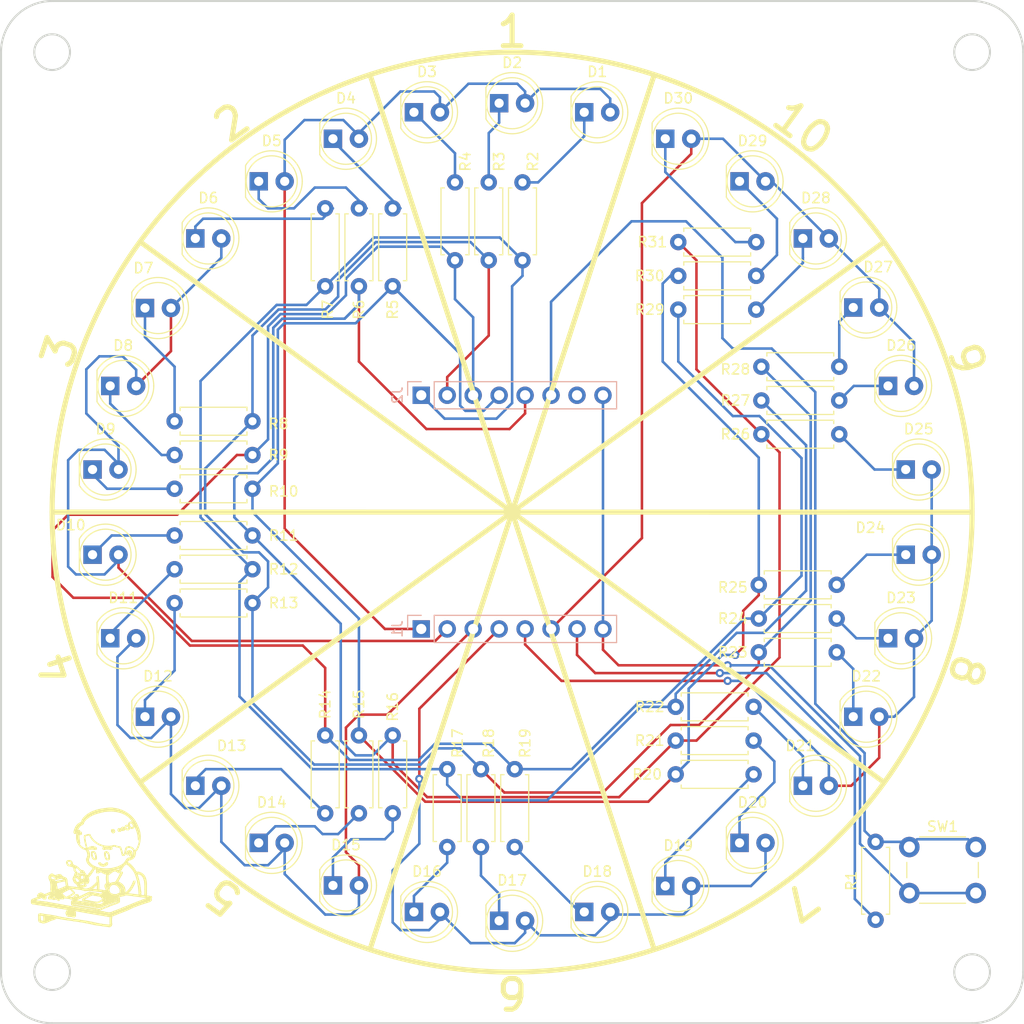
<source format=kicad_pcb>
(kicad_pcb (version 20211014) (generator pcbnew)
  (title_block (title "LED Roulette") (date "2024-08-30") (rev "A") (company "Neighborhood Uncle's Lab"))
  (layers (0 "F.Cu" jumper) (31 "B.Cu" signal) (34 "B.Paste" user) (35 "F.Paste" user) (36 "B.SilkS" user "B.Silkscreen") (37 "F.SilkS" user "F.Silkscreen") (38 "B.Mask" user) (39 "F.Mask" user) (44 "Edge.Cuts" user))
  (net 0 "")
  (net 1 "Net-(D1-Pad1)")
  (net 2 "/efr32xg24_explorer_kit/PB00")
  (net 3 "Net-(D2-Pad1)")
  (net 4 "Net-(D3-Pad1)")
  (net 5 "Net-(D4-Pad1)")
  (net 6 "Net-(D5-Pad1)")
  (net 7 "Net-(D6-Pad1)")
  (net 8 "/efr32xg24_explorer_kit/PC08")
  (net 9 "Net-(D7-Pad1)")
  (net 10 "Net-(D8-Pad1)")
  (net 11 "Net-(D9-Pad1)")
  (net 12 "Net-(D10-Pad1)")
  (net 13 "Net-(D11-Pad1)")
  (net 14 "/efr32xg24_explorer_kit/PC00")
  (net 15 "Net-(D12-Pad1)")
  (net 16 "Net-(D13-Pad1)")
  (net 17 "Net-(D14-Pad1)")
  (net 18 "Net-(D15-Pad1)")
  (net 19 "Net-(D16-Pad1)")
  (net 20 "/efr32xg24_explorer_kit/PC01")
  (net 21 "Net-(D17-Pad1)")
  (net 22 "Net-(D18-Pad1)")
  (net 23 "Net-(D19-Pad1)")
  (net 24 "Net-(D20-Pad1)")
  (net 25 "Net-(D21-Pad1)")
  (net 26 "/efr32xg24_explorer_kit/PC02")
  (net 27 "Net-(D22-Pad1)")
  (net 28 "Net-(D23-Pad1)")
  (net 29 "Net-(D24-Pad1)")
  (net 30 "Net-(D25-Pad1)")
  (net 31 "Net-(D26-Pad1)")
  (net 32 "/efr32xg24_explorer_kit/PC03")
  (net 33 "Net-(D27-Pad1)")
  (net 34 "Net-(D28-Pad1)")
  (net 35 "Net-(D29-Pad1)")
  (net 36 "Net-(D30-Pad1)")
  (net 37 "+3V3")
  (net 38 "GND")
  (net 39 "/efr32xg24_explorer_kit/PA00")
  (net 40 "/efr32xg24_explorer_kit/PB01")
  (net 41 "/efr32xg24_explorer_kit/PD05")
  (net 42 "/efr32xg24_explorer_kit/PD04")
  (net 43 "/efr32xg24_explorer_kit/PB04")
  (net 44 "/efr32xg24_explorer_kit/PB05")
  (net 45 "+5V")
  (footprint "Resistor_THT:R_Axial_DIN0207_L6.3mm_D2.5mm_P7.62mm_Horizontal" (layer "F.Cu") (at 150.876 75.184 180)
    (fp_text reference "R31")
    (fp_text value "330")
  )
  (footprint "LED_THT:LED_D5.0mm" (layer "F.Cu") (at 87.6808 113.9444)
    (fp_text reference "D11")
    (fp_text value "LED")
  )
  (footprint "LED_THT:LED_D5.0mm" (layer "F.Cu") (at 109.474 65.0748)
    (fp_text reference "D4")
    (fp_text value "LED")
  )
  (footprint "LED_THT:LED_D5.0mm" (layer "F.Cu") (at 85.9536 105.7656)
    (fp_text reference "D10")
    (fp_text value "LED")
  )
  (footprint "Resistor_THT:R_Axial_DIN0207_L6.3mm_D2.5mm_P7.62mm_Horizontal" (layer "F.Cu") (at 108.712 131.064 90)
    (fp_text reference "R14")
    (fp_text value "330")
  )
  (footprint "LED_THT:LED_D5.0mm" (layer "F.Cu") (at 117.3988 62.484)
    (fp_text reference "D3")
    (fp_text value "LED")
  )
  (footprint "Resistor_THT:R_Axial_DIN0207_L6.3mm_D2.5mm_P7.62mm_Horizontal" (layer "F.Cu") (at 93.98 99.314)
    (fp_text reference "R10")
    (fp_text value "330")
  )
  (footprint "LED_THT:LED_D5.0mm" (layer "F.Cu") (at 155.448 74.8284)
    (fp_text reference "D28")
    (fp_text value "LED")
  )
  (footprint "Resistor_THT:R_Axial_DIN0207_L6.3mm_D2.5mm_P7.62mm_Horizontal" (layer "F.Cu") (at 162.56 141.478 90)
    (fp_text reference "R1")
    (fp_text value "1K")
  )
  (footprint "Resistor_THT:R_Axial_DIN0207_L6.3mm_D2.5mm_P7.62mm_Horizontal" (layer "F.Cu") (at 150.876 81.788 180)
    (fp_text reference "R29")
    (fp_text value "330")
  )
  (footprint "Resistor_THT:R_Axial_DIN0207_L6.3mm_D2.5mm_P7.62mm_Horizontal" (layer "F.Cu") (at 93.98 96.012)
    (fp_text reference "R9")
    (fp_text value "330")
  )
  (footprint "LED_THT:LED_D5.0mm" (layer "F.Cu") (at 102.2096 69.2404)
    (fp_text reference "D5")
    (fp_text value "LED")
  )
  (footprint "Resistor_THT:R_Axial_DIN0207_L6.3mm_D2.5mm_P7.62mm_Horizontal" (layer "F.Cu") (at 150.622 120.65 180)
    (fp_text reference "R22")
    (fp_text value "330")
  )
  (footprint "LED_THT:LED_D5.0mm" (layer "F.Cu") (at 109.474 138.1252)
    (fp_text reference "D15")
    (fp_text value "LED")
  )
  (footprint "Resistor_THT:R_Axial_DIN0207_L6.3mm_D2.5mm_P7.62mm_Horizontal" (layer "F.Cu") (at 159.004 90.678 180)
    (fp_text reference "R27")
    (fp_text value "330")
  )
  (footprint "Resistor_THT:R_Axial_DIN0207_L6.3mm_D2.5mm_P7.62mm_Horizontal" (layer "F.Cu") (at 158.75 108.712 180)
    (fp_text reference "R25")
    (fp_text value "330")
  )
  (footprint "LED_THT:LED_D5.0mm" (layer "F.Cu") (at 102.2096 133.9596)
    (fp_text reference "D14")
    (fp_text value "LED")
  )
  (footprint "LED_THT:LED_D5.0mm" (layer "F.Cu") (at 85.9536 97.4344)
    (fp_text reference "D9")
    (fp_text value "LED")
  )
  (footprint "Resistor_THT:R_Axial_DIN0207_L6.3mm_D2.5mm_P7.62mm_Horizontal" (layer "F.Cu") (at 150.876 78.486 180)
    (fp_text reference "R30")
    (fp_text value "330")
  )
  (footprint "LED_THT:LED_D5.0mm" (layer "F.Cu") (at 163.7792 113.9444)
    (fp_text reference "D23")
    (fp_text value "LED")
  )
  (footprint "Resistor_THT:R_Axial_DIN0207_L6.3mm_D2.5mm_P7.62mm_Horizontal" (layer "F.Cu") (at 128.016 69.342 -90)
    (fp_text reference "R2")
    (fp_text value "330")
  )
  (footprint "LED_THT:LED_D5.0mm" (layer "F.Cu") (at 125.73 61.595)
    (fp_text reference "D2")
    (fp_text value "LED")
  )
  (footprint "Resistor_THT:R_Axial_DIN0207_L6.3mm_D2.5mm_P7.62mm_Horizontal" (layer "F.Cu") (at 124.714 69.342 -90)
    (fp_text reference "R3")
    (fp_text value "330")
  )
  (footprint "Resistor_THT:R_Axial_DIN0207_L6.3mm_D2.5mm_P7.62mm_Horizontal" (layer "F.Cu") (at 159.004 87.376 180)
    (fp_text reference "R28")
    (fp_text value "330")
  )
  (footprint "LED_THT:LED_D5.0mm" (layer "F.Cu") (at 134.0562 62.484)
    (fp_text reference "D1")
    (fp_text value "LED")
  )
  (footprint "Resistor_THT:R_Axial_DIN0207_L6.3mm_D2.5mm_P7.62mm_Horizontal" (layer "F.Cu") (at 159.004 93.98 180)
    (fp_text reference "R26")
    (fp_text value "330")
  )
  (footprint "LED_THT:LED_D5.0mm" (layer "F.Cu") (at 160.3756 121.6152)
    (fp_text reference "D22")
    (fp_text value "LED")
  )
  (footprint "LED_THT:LED_D5.0mm" (layer "F.Cu") (at 160.3756 81.5848)
    (fp_text reference "D27")
    (fp_text value "LED")
  )
  (footprint "LED_THT:LED_D5.0mm" (layer "F.Cu") (at 165.5064 97.4344)
    (fp_text reference "D25")
    (fp_text value "LED")
  )
  (footprint "Resistor_THT:R_Axial_DIN0207_L6.3mm_D2.5mm_P7.62mm_Horizontal" (layer "F.Cu") (at 93.98 107.188)
    (fp_text reference "R12")
    (fp_text value "330")
  )
  (footprint "Resistor_THT:R_Axial_DIN0207_L6.3mm_D2.5mm_P7.62mm_Horizontal" (layer "F.Cu") (at 108.712 71.882 -90)
    (fp_text reference "R7")
    (fp_text value "330")
  )
  (footprint "Resistor_THT:R_Axial_DIN0207_L6.3mm_D2.5mm_P7.62mm_Horizontal" (layer "F.Cu") (at 158.75 115.316 180)
    (fp_text reference "R23")
    (fp_text value "330")
  )
  (footprint "Resistor_THT:R_Axial_DIN0207_L6.3mm_D2.5mm_P7.62mm_Horizontal" (layer "F.Cu") (at 121.412 69.342 -90)
    (fp_text reference "R4")
    (fp_text value "330")
  )
  (footprint "Resistor_THT:R_Axial_DIN0207_L6.3mm_D2.5mm_P7.62mm_Horizontal" (layer "F.Cu") (at 112.014 71.882 -90)
    (fp_text reference "R6")
    (fp_text value "330")
  )
  (footprint "LED_THT:LED_D5.0mm" (layer "F.Cu") (at 117.3988 140.716)
    (fp_text reference "D16")
    (fp_text value "LED")
  )
  (footprint "Resistor_THT:R_Axial_DIN0207_L6.3mm_D2.5mm_P7.62mm_Horizontal" (layer "F.Cu") (at 158.75 112.014 180)
    (fp_text reference "R24")
    (fp_text value "330")
  )
  (footprint "Resistor_THT:R_Axial_DIN0207_L6.3mm_D2.5mm_P7.62mm_Horizontal" (layer "F.Cu") (at 115.316 131.064 90)
    (fp_text reference "R16")
    (fp_text value "330")
  )
  (footprint "LED_THT:LED_D5.0mm" (layer "F.Cu") (at 149.2504 69.2404)
    (fp_text reference "D29")
    (fp_text value "LED")
  )
  (footprint "LED_THT:LED_D5.0mm" (layer "F.Cu") (at 96.012 74.8284)
    (fp_text reference "D6")
    (fp_text value "LED")
  )
  (footprint "Button_Switch_THT:SW_PUSH_6mm" (layer "F.Cu") (at 165.862 134.366)
    (fp_text reference "SW1")
    (fp_text value "SW_Push")
  )
  (footprint "LED_THT:LED_D5.0mm" (layer "F.Cu") (at 91.0844 121.6152)
    (fp_text reference "D12")
    (fp_text value "LED")
  )
  (footprint "LED_THT:LED_D5.0mm" (layer "F.Cu") (at 155.448 128.3716)
    (fp_text reference "D21")
    (fp_text value "LED")
  )
  (footprint "LED_THT:LED_D5.0mm" (layer "F.Cu") (at 87.6808 89.2556)
    (fp_text reference "D8")
    (fp_text value "LED")
  )
  (footprint "LED_THT:LED_D5.0mm" (layer "F.Cu") (at 96.012 128.3716)
    (fp_text reference "D13")
    (fp_text value "LED")
  )
  (footprint "Resistor_THT:R_Axial_DIN0207_L6.3mm_D2.5mm_P7.62mm_Horizontal" (layer "F.Cu") (at 93.98 103.886)
    (fp_text reference "R11")
    (fp_text value "330")
  )
  (footprint "Resistor_THT:R_Axial_DIN0207_L6.3mm_D2.5mm_P7.62mm_Horizontal" (layer "F.Cu") (at 112.014 131.064 90)
    (fp_text reference "R15")
    (fp_text value "330")
  )
  (footprint "Resistor_THT:R_Axial_DIN0207_L6.3mm_D2.5mm_P7.62mm_Horizontal" (layer "F.Cu") (at 150.622 127.254 180)
    (fp_text reference "R20")
    (fp_text value "330")
  )
  (footprint "Resistor_THT:R_Axial_DIN0207_L6.3mm_D2.5mm_P7.62mm_Horizontal" (layer "F.Cu") (at 127.254 134.366 90)
    (fp_text reference "R19")
    (fp_text value "330")
  )
  (footprint "LED_THT:LED_D5.0mm" (layer "F.Cu") (at 125.73 141.5796)
    (fp_text reference "D17")
    (fp_text value "LED")
  )
  (footprint "Resistor_THT:R_Axial_DIN0207_L6.3mm_D2.5mm_P7.62mm_Horizontal" (layer "F.Cu") (at 120.65 134.366 90)
    (fp_text reference "R17")
    (fp_text value "330")
  )
  (footprint "LED_THT:LED_D5.0mm" (layer "F.Cu") (at 91.0844 81.6356)
    (fp_text reference "D7")
    (fp_text value "LED")
  )
  (footprint "LED_THT:LED_D5.0mm" (layer "F.Cu") (at 163.7792 89.2556)
    (fp_text reference "D26")
    (fp_text value "LED")
  )
  (footprint "LED_THT:LED_D5.0mm" (layer "F.Cu") (at 134.0612 140.716)
    (fp_text reference "D18")
    (fp_text value "LED")
  )
  (footprint "LED_THT:LED_D5.0mm" (layer "F.Cu") (at 141.986 65.0748)
    (fp_text reference "D30")
    (fp_text value "LED")
  )
  (footprint "Resistor_THT:R_Axial_DIN0207_L6.3mm_D2.5mm_P7.62mm_Horizontal" (layer "F.Cu") (at 93.98 110.49)
    (fp_text reference "R13")
    (fp_text value "330")
  )
  (footprint "Resistor_THT:R_Axial_DIN0207_L6.3mm_D2.5mm_P7.62mm_Horizontal" (layer "F.Cu") (at 123.952 134.366 90)
    (fp_text reference "R18")
    (fp_text value "330")
  )
  (footprint "LED_THT:LED_D5.0mm" (layer "F.Cu") (at 165.5064 105.7656)
    (fp_text reference "D24")
    (fp_text value "LED")
  )
  (footprint "Resistor_THT:R_Axial_DIN0207_L6.3mm_D2.5mm_P7.62mm_Horizontal" (layer "F.Cu") (at 115.316 71.882 -90)
    (fp_text reference "R5")
    (fp_text value "330")
  )
  (footprint "Resistor_THT:R_Axial_DIN0207_L6.3mm_D2.5mm_P7.62mm_Horizontal" (layer "F.Cu") (at 150.622 123.952 180)
    (fp_text reference "R21")
    (fp_text value "330")
  )
  (footprint "LED_THT:LED_D5.0mm" (layer "F.Cu") (at 149.2504 133.9596)
    (fp_text reference "D20")
    (fp_text value "LED")
  )
  (footprint "Resistor_THT:R_Axial_DIN0207_L6.3mm_D2.5mm_P7.62mm_Horizontal" (layer "F.Cu") (at 93.98 92.71)
    (fp_text reference "R8")
    (fp_text value "330")
  )
  (footprint "LED_THT:LED_D5.0mm" (layer "F.Cu") (at 141.986 138.176)
    (fp_text reference "D19")
    (fp_text value "LED")
  )
  (footprint "Connector_PinHeader_2.54mm:PinHeader_1x08_P2.54mm_Vertical" (layer "B.Cu") (at 118.11 90.17 -90)
    (fp_text reference "J2")
    (fp_text value "Conn_01x08_Male")
  )
  (footprint "Connector_PinHeader_2.54mm:PinHeader_1x08_P2.54mm_Vertical" (layer "B.Cu") (at 118.11 113.03 -90)
    (fp_text reference "J1")
    (fp_text value "Conn_01x08_Male")
  )
  (gr_line (start 87.313664 135.942391) (end 87.302346 135.947673) (layer "F.SilkS") (width 0.15))
  (gr_line (start 87.067221 139.442447) (end 87.120485 139.41417) (layer "F.SilkS") (width 0.15))
  (gr_line (start 87.160002 138.894296) (end 87.153987 138.883522) (layer "F.SilkS") (width 0.15))
  (gr_line (start 83.380972 137.515004) (end 83.373856 137.500989) (layer "F.SilkS") (width 0.15))
  (gr_line (start 80.962989 139.110226) (end 80.952536 139.106239) (layer "F.SilkS") (width 0.15))
  (gr_line (start 89.337352 134.983625) (end 89.336335 134.990162) (layer "F.SilkS") (width 0.15))
  (gr_line (start 89.198504 132.538993) (end 89.189666 132.521465) (layer "F.SilkS") (width 0.15))
  (gr_line (start 83.953293 139.68523) (end 83.947569 139.702953) (layer "F.SilkS") (width 0.15))
  (gr_line (start 83.721096 141.019139) (end 83.638837 141.016942) (layer "F.SilkS") (width 0.15))
  (gr_line (start 84.230435 141.100264) (end 84.232907 141.090261) (layer "F.SilkS") (width 0.15))
  (gr_line (start 88.009946 134.249001) (end 88.022708 134.245567) (layer "F.SilkS") (width 0.15))
  (gr_line (start 83.80095 135.752647) (end 83.789953 135.746258) (layer "F.SilkS") (width 0.15))
  (gr_line (start 87.33868 137.587133) (end 87.340354 137.607009) (layer "F.SilkS") (width 0.15))
  (gr_line (start 87.772979 142.005737) (end 87.775902 142.000884) (layer "F.SilkS") (width 0.15))
  (gr_line (start 89.629331 135.180833) (end 89.629867 135.183909) (layer "F.SilkS") (width 0.15))
  (gr_line (start 87.451209 137.73672) (end 87.450714 137.726813) (layer "F.SilkS") (width 0.15))
  (gr_line (start 86.503582 134.065236) (end 86.564769 134.097371) (layer "F.SilkS") (width 0.15))
  (gr_line (start 87.8539 139.321797) (end 87.830894 139.31782) (layer "F.SilkS") (width 0.15))
  (gr_line (start 82.594432 138.810431) (end 82.511555 138.844427) (layer "F.SilkS") (width 0.15))
  (gr_line (start 86.544988 138.097693) (end 86.539636 137.934895) (layer "F.SilkS") (width 0.15))
  (gr_line (start 86.372123 136.704486) (end 86.372116 136.733066) (layer "F.SilkS") (width 0.15))
  (gr_line (start 87.808541 139.421338) (end 87.785171 139.424177) (layer "F.SilkS") (width 0.15))
  (gr_line (start 88.050767 137.981168) (end 88.073015 137.982853) (layer "F.SilkS") (width 0.15))
  (gr_line (start 87.626461 137.937235) (end 87.621043 137.934315) (layer "F.SilkS") (width 0.15))
  (gr_line (start 82.705086 139.362222) (end 82.702054 139.352432) (layer "F.SilkS") (width 0.15))
  (gr_line (start 85.602569 135.35554) (end 85.611352 135.326529) (layer "F.SilkS") (width 0.15))
  (gr_line (start 86.775309 140.105238) (end 86.786731 140.095561) (layer "F.SilkS") (width 0.15))
  (gr_line (start 86.257933 137.982545) (end 86.219322 138.017433) (layer "F.SilkS") (width 0.15))
  (gr_line (start 84.252484 137.074173) (end 84.251344 137.083812) (layer "F.SilkS") (width 0.15))
  (gr_line (start 89.026137 132.677265) (end 89.018938 132.686381) (layer "F.SilkS") (width 0.15))
  (gr_line (start 83.333138 138.281613) (end 83.325818 138.281515) (layer "F.SilkS") (width 0.15))
  (gr_line (start 81.902478 138.503153) (end 81.903929 138.52019) (layer "F.SilkS") (width 0.15))
  (gr_line (start 84.401384 137.190287) (end 84.387375 137.168021) (layer "F.SilkS") (width 0.15))
  (gr_line (start 87.628016 141.135566) (end 87.661133 141.135643) (layer "F.SilkS") (width 0.15))
  (gr_line (start 87.350245 136.990235) (end 87.350245 136.990235) (layer "F.SilkS") (width 0.15))
  (gr_line (start 80.276348 139.450121) (end 80.262183 139.456352) (layer "F.SilkS") (width 0.15))
  (gr_line (start 89.196876 138.871594) (end 89.137673 138.908598) (layer "F.SilkS") (width 0.15))
  (gr_line (start 83.489909 141.063013) (end 83.492374 141.066726) (layer "F.SilkS") (width 0.15))
  (gr_line (start 89.361365 132.662361) (end 89.342691 132.658989) (layer "F.SilkS") (width 0.15))
  (gr_line (start 83.147445 138.340984) (end 83.133846 138.346549) (layer "F.SilkS") (width 0.15))
  (gr_line (start 84.849629 136.694337) (end 84.841787 136.691808) (layer "F.SilkS") (width 0.15))
  (gr_line (start 88.382418 138.110714) (end 88.418293 138.139145) (layer "F.SilkS") (width 0.15))
  (gr_line (start 83.799441 140.798336) (end 83.718047 140.800222) (layer "F.SilkS") (width 0.15))
  (gr_line (start 85.125758 137.059658) (end 85.141906 137.075867) (layer "F.SilkS") (width 0.15))
  (gr_line (start 85.437145 137.502633) (end 85.441937 137.530203) (layer "F.SilkS") (width 0.15))
  (gr_line (start 89.982853 132.305512) (end 89.983016 132.329461) (layer "F.SilkS") (width 0.15))
  (gr_line (start 82.922176 139.193228) (end 82.935473 139.210663) (layer "F.SilkS") (width 0.15))
  (gr_line (start 82.32734 137.884444) (end 82.321421 137.882363) (layer "F.SilkS") (width 0.15))
  (gr_line (start 87.088866 138.678616) (end 87.085192 138.674553) (layer "F.SilkS") (width 0.15))
  (gr_line (start 86.265185 135.536595) (end 86.269736 135.531022) (layer "F.SilkS") (width 0.15))
  (gr_line (start 84.613126 132.827638) (end 84.63442 132.793961) (layer "F.SilkS") (width 0.15))
  (gr_line (start 87.357917 134.535629) (end 87.407393 134.535362) (layer "F.SilkS") (width 0.15))
  (gr_line (start 85.106226 131.847273) (end 85.097832 131.859615) (layer "F.SilkS") (width 0.15))
  (gr_line (start 84.834789 137.758377) (end 84.841065 137.764459) (layer "F.SilkS") (width 0.15))
  (gr_line (start 88.290044 134.307785) (end 88.310238 134.313746) (layer "F.SilkS") (width 0.15))
  (gr_line (start 88.818494 140.386611) (end 88.571425 140.485492) (layer "F.SilkS") (width 0.15))
  (gr_line (start 88.793562 138.786085) (end 88.799193 138.754249) (layer "F.SilkS") (width 0.15))
  (gr_line (start 86.01347 139.025787) (end 85.99566 139.024029) (layer "F.SilkS") (width 0.15))
  (gr_line (start 84.608852 139.692095) (end 84.398082 139.656805) (layer "F.SilkS") (width 0.15))
  (gr_line (start 87.297146 136.106584) (end 87.3062 136.100111) (layer "F.SilkS") (width 0.15))
  (gr_line (start 82.885582 139.034527) (end 82.878166 139.026648) (layer "F.SilkS") (width 0.15))
  (gr_line (start 84.489184 132.616043) (end 84.467232 132.652242) (layer "F.SilkS") (width 0.15))
  (gr_line (start 87.384676 135.942757) (end 87.382338 135.94033) (layer "F.SilkS") (width 0.15))
  (gr_line (start 84.809333 132.001077) (end 84.750257 132.026179) (layer "F.SilkS") (width 0.15))
  (gr_line (start 85.53497 137.518944) (end 85.529058 137.493893) (layer "F.SilkS") (width 0.15))
  (gr_line (start 89.637567 135.202876) (end 89.639213 135.20513) (layer "F.SilkS") (width 0.15))
  (gr_line (start 84.98733 132.092337) (end 84.978956 132.100384) (layer "F.SilkS") (width 0.15))
  (gr_line (start 89.872105 135.454113) (end 89.890307 135.43967) (layer "F.SilkS") (width 0.15))
  (gr_line (start 88.947461 135.164556) (end 88.955107 135.16643) (layer "F.SilkS") (width 0.15))
  (gr_line (start 84.353449 132.394638) (end 84.323167 132.450415) (layer "F.SilkS") (width 0.15))
  (gr_line (start 85.830023 131.110557) (end 85.923159 131.064644) (layer "F.SilkS") (width 0.15))
  (gr_line (start 85.401973 137.23023) (end 85.394511 137.230483) (layer "F.SilkS") (width 0.15))
  (gr_line (start 88.522922 139.738218) (end 88.528617 139.731279) (layer "F.SilkS") (width 0.15))
  (gr_line (start 88.75803 134.635187) (end 88.77506 134.690543) (layer "F.SilkS") (width 0.15))
  (gr_line (start 82.617759 139.173399) (end 82.609023 139.177328) (layer "F.SilkS") (width 0.15))
  (gr_line (start 86.876714 139.297571) (end 86.876122 139.2974) (layer "F.SilkS") (width 0.15))
  (gr_line (start 84.177118 141.163518) (end 84.182413 141.161554) (layer "F.SilkS") (width 0.15))
  (gr_line (start 85.940545 138.957064) (end 86.804145 139.098431) (layer "F.SilkS") (width 0.15))
  (gr_line (start 83.355117 138.284046) (end 83.347789 138.282861) (layer "F.SilkS") (width 0.15))
  (gr_line (start 89.723043 138.30274) (end 89.685155 138.361701) (layer "F.SilkS") (width 0.15))
  (gr_line (start 84.781578 137.038641) (end 84.781578 137.038641) (layer "F.SilkS") (width 0.15))
  (gr_line (start 80.716945 141.032068) (end 80.715546 141.049707) (layer "F.SilkS") (width 0.15))
  (gr_line (start 88.997528 132.490394) (end 89.006491 132.49872) (layer "F.SilkS") (width 0.15))
  (gr_line (start 82.326973 137.827768) (end 82.332296 137.831084) (layer "F.SilkS") (width 0.15))
  (gr_line (start 89.125895 134.972959) (end 89.13224 134.946491) (layer "F.SilkS") (width 0.15))
  (gr_line (start 88.874295 136.332469) (end 88.897763 136.296607) (layer "F.SilkS") (width 0.15))
  (gr_line (start 80.731057 140.967208) (end 80.731057 140.967208) (layer "F.SilkS") (width 0.15))
  (gr_line (start 85.00593 137.071879) (end 84.99688 137.072994) (layer "F.SilkS") (width 0.15))
  (gr_line (start 89.067265 138.760508) (end 89.072782 138.724661) (layer "F.SilkS") (width 0.15))
  (gr_line (start 88.703629 137.17872) (end 88.726978 137.135215) (layer "F.SilkS") (width 0.15))
  (gr_line (start 82.862585 139.012202) (end 82.854387 139.00568) (layer "F.SilkS") (width 0.15))
  (gr_line (start 89.363525 138.741497) (end 89.309828 138.78777) (layer "F.SilkS") (width 0.15))
  (gr_line (start 85.02528 134.486892) (end 85.045293 134.497519) (layer "F.SilkS") (width 0.15))
  (gr_line (start 89.755839 135.133847) (end 89.760438 135.11934) (layer "F.SilkS") (width 0.15))
  (gr_line (start 89.405449 135.076115) (end 89.412096 135.070307) (layer "F.SilkS") (width 0.15))
  (gr_line (start 85.351989 137.346308) (end 85.361577 137.35402) (layer "F.SilkS") (width 0.15))
  (gr_line (start 87.240168 138.057229) (end 87.232918 138.073508) (layer "F.SilkS") (width 0.15))
  (gr_line (start 87.93694 132.92523) (end 87.926001 132.919668) (layer "F.SilkS") (width 0.15))
  (gr_line (start 88.87337 132.707893) (end 88.862769 132.701456) (layer "F.SilkS") (width 0.15))
  (gr_line (start 89.767571 134.929589) (end 89.76396 134.914975) (layer "F.SilkS") (width 0.15))
  (gr_line (start 89.208538 132.555939) (end 89.198504 132.538993) (layer "F.SilkS") (width 0.15))
  (gr_line (start 89.315348 134.41618) (end 89.329611 134.406945) (layer "F.SilkS") (width 0.15))
  (gr_line (start 89.890307 135.43967) (end 89.90789 135.424702) (layer "F.SilkS") (width 0.15))
  (gr_line (start 84.272659 136.358534) (end 84.275549 136.364382) (layer "F.SilkS") (width 0.15))
  (gr_line (start 84.201169 132.975504) (end 84.207364 132.981882) (layer "F.SilkS") (width 0.15))
  (gr_line (start 85.173359 136.954547) (end 85.166451 136.945314) (layer "F.SilkS") (width 0.15))
  (gr_line (start 91.604796 139.62177) (end 91.617694 139.610386) (layer "F.SilkS") (width 0.15))
  (gr_line (start 81.108465 138.987462) (end 81.097329 138.979278) (layer "F.SilkS") (width 0.15))
  (gr_line (start 88.24067 139.231608) (end 88.191941 139.227531) (layer "F.SilkS") (width 0.15))
  (gr_line (start 88.897763 136.296607) (end 88.922122 136.261629) (layer "F.SilkS") (width 0.15))
  (gr_line (start 89.666551 131.549166) (end 89.629473 131.508053) (layer "F.SilkS") (width 0.15))
  (gr_line (start 81.915966 137.167198) (end 81.922689 137.162811) (layer "F.SilkS") (width 0.15))
  (gr_line (start 86.254722 135.546601) (end 86.260187 135.541796) (layer "F.SilkS") (width 0.15))
  (gr_line (start 83.556346 141.098619) (end 83.567321 141.100236) (layer "F.SilkS") (width 0.15))
  (gr_line (start 85.208224 139.884406) (end 85.327105 139.904255) (layer "F.SilkS") (width 0.15))
  (gr_line (start 86.315155 138.913785) (end 86.214756 138.894324) (layer "F.SilkS") (width 0.15))
  (gr_line (start 86.113677 131.130356) (end 86.073197 131.14668) (layer "F.SilkS") (width 0.15))
  (gr_line (start 87.341118 135.56266) (end 87.358135 135.573945) (layer "F.SilkS") (width 0.15))
  (gr_line (start 86.712183 136.76116) (end 86.727393 136.754922) (layer "F.SilkS") (width 0.15))
  (gr_line (start 80.766668 141.643575) (end 80.771134 141.647932) (layer "F.SilkS") (width 0.15))
  (gr_line (start 82.05435 140.107298) (end 82.05435 140.107298) (layer "F.SilkS") (width 0.15))
  (gr_line (start 90.399641 136.953715) (end 90.417148 136.954941) (layer "F.SilkS") (width 0.15))
  (gr_line (start 84.419647 137.953602) (end 84.428576 137.959695) (layer "F.SilkS") (width 0.15))
  (gr_line (start 89.90789 135.424702) (end 89.924804 135.409228) (layer "F.SilkS") (width 0.15))
  (gr_line (start 87.538456 135.554081) (end 87.543661 135.549572) (layer "F.SilkS") (width 0.15))
  (gr_line (start 85.901505 138.282608) (end 85.851197 138.317098) (layer "F.SilkS") (width 0.15))
  (gr_line (start 83.45269 135.896269) (end 83.454103 135.911946) (layer "F.SilkS") (width 0.15))
  (gr_line (start 80.114357 139.887369) (end 80.135676 139.890395) (layer "F.SilkS") (width 0.15))
  (gr_line (start 83.071539 139.255361) (end 83.065046 139.252796) (layer "F.SilkS") (width 0.15))
  (gr_line (start 87.535774 137.927144) (end 87.528058 137.927459) (layer "F.SilkS") (width 0.15))
  (gr_line (start 89.698539 131.513605) (end 89.803286 131.628756) (layer "F.SilkS") (width 0.15))
  (gr_line (start 86.738564 140.473385) (end 86.753729 140.466678) (layer "F.SilkS") (width 0.15))
  (gr_line (start 86.419617 137.330251) (end 86.414409 137.343492) (layer "F.SilkS") (width 0.15))
  (gr_line (start 81.914844 138.607126) (end 81.920483 138.656019) (layer "F.SilkS") (width 0.15))
  (gr_line (start 84.631157 137.972121) (end 84.697797 137.965396) (layer "F.SilkS") (width 0.15))
  (gr_line (start 81.495554 139.789766) (end 81.327823 139.763781) (layer "F.SilkS") (width 0.15))
  (gr_line (start 83.578351 136.137947) (end 83.590132 136.147527) (layer "F.SilkS") (width 0.15))
  (gr_line (start 87.566366 135.517874) (end 87.5689 135.511934) (layer "F.SilkS") (width 0.15))
  (gr_line (start 82.841084 139.090459) (end 82.853845 139.107697) (layer "F.SilkS") (width 0.15))
  (gr_line (start 83.607969 139.213133) (end 83.640396 139.197414) (layer "F.SilkS") (width 0.15))
  (gr_line (start 86.741923 136.749852) (end 86.755683 136.746123) (layer "F.SilkS") (width 0.15))
  (gr_line (start 81.760592 137.198618) (end 81.751454 137.212854) (layer "F.SilkS") (width 0.15))
  (gr_line (start 80.719006 141.4985) (end 80.722005 141.524426) (layer "F.SilkS") (width 0.15))
  (gr_line (start 90.223114 137.161281) (end 90.250918 137.243716) (layer "F.SilkS") (width 0.15))
  (gr_line (start 89.466468 134.949088) (end 89.475235 134.926968) (layer "F.SilkS") (width 0.15))
  (gr_line (start 89.737843 135.409677) (end 89.737843 135.409677) (layer "F.SilkS") (width 0.15))
  (gr_line (start 90.474449 133.624731) (end 90.461744 133.624731) (layer "F.SilkS") (width 0.15))
  (gr_line (start 89.630175 131.304279) (end 89.517986 131.211016) (layer "F.SilkS") (width 0.15))
  (gr_line (start 86.817605 139.020672) (end 86.798222 139.02097) (layer "F.SilkS") (width 0.15))
  (gr_line (start 86.602917 135.993941) (end 86.607792 136.002266) (layer "F.SilkS") (width 0.15))
  (gr_line (start 89.566694 134.74678) (end 89.551101 134.747815) (layer "F.SilkS") (width 0.15))
  (gr_line (start 87.737632 139.303178) (end 87.702735 139.297484) (layer "F.SilkS") (width 0.15))
  (gr_line (start 89.469751 135.486379) (end 89.449401 135.493649) (layer "F.SilkS") (width 0.15))
  (gr_line (start 90.01675 136.533039) (end 89.948036 136.440165) (layer "F.SilkS") (width 0.15))
  (gr_line (start 87.386797 135.945399) (end 87.384676 135.942757) (layer "F.SilkS") (width 0.15))
  (gr_line (start 87.118526 139.851714) (end 87.089937 139.863942) (layer "F.SilkS") (width 0.15))
  (gr_line (start 86.698997 135.953855) (end 86.692209 135.948303) (layer "F.SilkS") (width 0.15))
  (gr_line (start 87.812196 134.471569) (end 87.809005 134.466507) (layer "F.SilkS") (width 0.15))
  (gr_line (start 86.384156 137.851565) (end 86.36775 137.871237) (layer "F.SilkS") (width 0.15))
  (gr_line (start 82.137023 138.448085) (end 82.133594 138.415415) (layer "F.SilkS") (width 0.15))
  (gr_line (start 87.553442 138.133232) (end 87.566147 138.120526) (layer "F.SilkS") (width 0.15))
  (gr_line (start 89.82829 132.013875) (end 89.847847 132.030221) (layer "F.SilkS") (width 0.15))
  (gr_line (start 84.012482 136.25211) (end 84.025904 136.261173) (layer "F.SilkS") (width 0.15))
  (gr_line (start 85.913939 134.864633) (end 85.909203 134.870855) (layer "F.SilkS") (width 0.15))
  (gr_line (start 84.963655 137.849853) (end 84.970805 137.835438) (layer "F.SilkS") (width 0.15))
  (gr_line (start 81.99034 138.599259) (end 81.989339 138.56994) (layer "F.SilkS") (width 0.15))
  (gr_line (start 81.239014 139.32188) (end 81.23188 139.322399) (layer "F.SilkS") (width 0.15))
  (gr_line (start 82.531742 138.590772) (end 82.526899 138.595795) (layer "F.SilkS") (width 0.15))
  (gr_line (start 82.141306 137.596244) (end 82.132433 137.592548) (layer "F.SilkS") (width 0.15))
  (gr_line (start 88.329335 136.661345) (end 88.294413 136.631237) (layer "F.SilkS") (width 0.15))
  (gr_line (start 90.192001 134.702588) (end 90.205852 134.690818) (layer "F.SilkS") (width 0.15))
  (gr_line (start 86.768179 140.003971) (end 86.738027 140.012069) (layer "F.SilkS") (width 0.15))
  (gr_line (start 83.977079 140.854681) (end 84.022171 140.852222) (layer "F.SilkS") (width 0.15))
  (gr_line (start 85.140445 139.581035) (end 85.140445 139.581035) (layer "F.SilkS") (width 0.15))
  (gr_line (start 88.442456 139.110328) (end 88.442456 139.110328) (layer "F.SilkS") (width 0.15))
  (gr_line (start 81.987993 139.206369) (end 81.979335 139.209503) (layer "F.SilkS") (width 0.15))
  (gr_line (start 83.474714 140.649422) (end 83.476328 140.652065) (layer "F.SilkS") (width 0.15))
  (gr_line (start 84.440382 139.740526) (end 84.571688 139.761766) (layer "F.SilkS") (width 0.15))
  (gr_line (start 89.69461 136.151466) (end 89.646681 136.106883) (layer "F.SilkS") (width 0.15))
  (gr_line (start 83.171955 138.557677) (end 83.007088 138.629688) (layer "F.SilkS") (width 0.15))
  (gr_line (start 87.875596 132.694113) (end 87.885543 132.687585) (layer "F.SilkS") (width 0.15))
  (gr_line (start 82.30835 137.879234) (end 82.312675 137.978724) (layer "F.SilkS") (width 0.15))
  (gr_line (start 85.384515 134.683127) (end 85.395689 134.70654) (layer "F.SilkS") (width 0.15))
  (gr_line (start 85.762787 139.086277) (end 85.728966 139.102975) (layer "F.SilkS") (width 0.15))
  (gr_line (start 81.880313 137.078996) (end 81.867254 137.088088) (layer "F.SilkS") (width 0.15))
  (gr_line (start 86.962826 139.50656) (end 87.014729 139.473465) (layer "F.SilkS") (width 0.15))
  (gr_line (start 81.224824 139.424054) (end 81.236253 139.426106) (layer "F.SilkS") (width 0.15))
  (gr_line (start 89.44603 134.78467) (end 89.439195 134.789721) (layer "F.SilkS") (width 0.15))
  (gr_line (start 82.93518 138.860022) (end 82.930409 138.86563) (layer "F.SilkS") (width 0.15))
  (gr_line (start 87.477252 136.952133) (end 87.461629 136.948545) (layer "F.SilkS") (width 0.15))
  (gr_line (start 87.139114 136.189241) (end 87.169899 136.178101) (layer "F.SilkS") (width 0.15))
  (gr_line (start 84.679584 137.161839) (end 84.691851 137.183202) (layer "F.SilkS") (width 0.15))
  (gr_line (start 82.041654 139.263532) (end 82.041654 139.263532) (layer "F.SilkS") (width 0.15))
  (gr_line (start 87.426688 139.410218) (end 87.415634 139.394754) (layer "F.SilkS") (width 0.15))
  (gr_line (start 86.174414 139.060795) (end 86.139861 139.05242) (layer "F.SilkS") (width 0.15))
  (gr_line (start 82.292335 138.936119) (end 82.306624 138.940612) (layer "F.SilkS") (width 0.15))
  (gr_line (start 81.27071 139.300345) (end 81.267808 139.304908) (layer "F.SilkS") (width 0.15))
  (gr_line (start 88.521925 139.319322) (end 88.515236 139.311677) (layer "F.SilkS") (width 0.15))
  (gr_line (start 82.811472 139.076114) (end 82.82905 139.073025) (layer "F.SilkS") (width 0.15))
  (gr_line (start 84.916335 136.792452) (end 84.926663 136.794062) (layer "F.SilkS") (width 0.15))
  (gr_line (start 91.639993 139.586007) (end 91.649227 139.572971) (layer "F.SilkS") (width 0.15))
  (gr_line (start 85.275046 137.079178) (end 85.275046 137.079178) (layer "F.SilkS") (width 0.15))
  (gr_line (start 88.006005 137.980921) (end 88.028424 137.980514) (layer "F.SilkS") (width 0.15))
  (gr_line (start 87.17245 136.634632) (end 87.17245 136.634632) (layer "F.SilkS") (width 0.15))
  (gr_line (start 87.345694 139.491271) (end 87.352588 139.506477) (layer "F.SilkS") (width 0.15))
  (gr_line (start 89.405107 135.516973) (end 89.397607 135.522722) (layer "F.SilkS") (width 0.15))
  (gr_line (start 87.186234 134.91711) (end 87.18372 134.923127) (layer "F.SilkS") (width 0.15))
  (gr_line (start 82.838892 139.216153) (end 82.832429 139.209127) (layer "F.SilkS") (width 0.15))
  (gr_line (start 82.46075 138.755527) (end 82.456838 138.775871) (layer "F.SilkS") (width 0.15))
  (gr_line (start 87.307172 139.387076) (end 87.31506 139.404939) (layer "F.SilkS") (width 0.15))
  (gr_line (start 84.757248 137.506626) (end 84.755241 137.50189) (layer "F.SilkS") (width 0.15))
  (gr_line (start 85.711946 138.821239) (end 85.699158 138.820456) (layer "F.SilkS") (width 0.15))
  (gr_line (start 88.965721 132.471242) (end 88.97713 132.47656) (layer "F.SilkS") (width 0.15))
  (gr_line (start 89.578294 131.996798) (end 89.598822 131.984129) (layer "F.SilkS") (width 0.15))
  (gr_line (start 86.627093 134.127456) (end 86.690488 134.155475) (layer "F.SilkS") (width 0.15))
  (gr_line (start 85.441345 134.585763) (end 85.433219 134.564529) (layer "F.SilkS") (width 0.15))
  (gr_line (start 82.456885 138.393381) (end 82.446622 138.332993) (layer "F.SilkS") (width 0.15))
  (gr_line (start 84.6617 132.810642) (end 84.660709 132.83574) (layer "F.SilkS") (width 0.15))
  (gr_line (start 83.021704 137.300626) (end 83.00613 137.288875) (layer "F.SilkS") (width 0.15))
  (gr_line (start 82.064585 137.068619) (end 82.055753 137.063774) (layer "F.SilkS") (width 0.15))
  (gr_line (start 85.200725 137.167322) (end 85.20709 137.187591) (layer "F.SilkS") (width 0.15))
  (gr_line (start 86.557525 140.253353) (end 86.520225 140.254868) (layer "F.SilkS") (width 0.15))
  (gr_line (start 88.605127 138.353557) (end 88.616866 138.371939) (layer "F.SilkS") (width 0.15))
  (gr_line (start 87.021778 139.205393) (end 86.981944 139.200029) (layer "F.SilkS") (width 0.15))
  (gr_line (start 88.774928 137.042551) (end 88.794058 137.003827) (layer "F.SilkS") (width 0.15))
  (gr_line (start 85.328456 139.328188) (end 85.249454 139.368232) (layer "F.SilkS") (width 0.15))
  (gr_line (start 85.592619 134.920561) (end 85.583797 134.894727) (layer "F.SilkS") (width 0.15))
  (gr_line (start 84.10228 137.532215) (end 84.104939 137.549029) (layer "F.SilkS") (width 0.15))
  (gr_line (start 87.008133 139.178515) (end 87.034515 139.172036) (layer "F.SilkS") (width 0.15))
  (gr_line (start 83.63788 138.468702) (end 83.624668 138.474818) (layer "F.SilkS") (width 0.15))
  (gr_line (start 91.545052 139.543111) (end 91.52698 139.549621) (layer "F.SilkS") (width 0.15))
  (gr_line (start 84.83092 137.845764) (end 84.824982 137.848879) (layer "F.SilkS") (width 0.15))
  (gr_line (start 84.232324 132.994864) (end 84.241605 132.996205) (layer "F.SilkS") (width 0.15))
  (gr_line (start 86.918446 140.385493) (end 87.035677 140.342907) (layer "F.SilkS") (width 0.15))
  (gr_line (start 84.643252 132.937678) (end 84.636793 132.963392) (layer "F.SilkS") (width 0.15))
  (gr_line (start 87.425241 138.064883) (end 87.419944 138.055022) (layer "F.SilkS") (width 0.15))
  (gr_line (start 84.211885 136.305364) (end 84.218309 136.308417) (layer "F.SilkS") (width 0.15))
  (gr_line (start 81.991447 137.146514) (end 81.999642 137.147774) (layer "F.SilkS") (width 0.15))
  (gr_line (start 80.030837 139.573656) (end 80.0271 139.5797) (layer "F.SilkS") (width 0.15))
  (gr_line (start 88.381303 136.703057) (end 88.364037 136.690186) (layer "F.SilkS") (width 0.15))
  (gr_line (start 91.695775 139.319241) (end 91.697897 139.313482) (layer "F.SilkS") (width 0.15))
  (gr_line (start 84.436162 137.853295) (end 84.413575 137.841216) (layer "F.SilkS") (width 0.15))
  (gr_line (start 88.299578 139.04637) (end 88.27583 139.05163) (layer "F.SilkS") (width 0.15))
  (gr_line (start 84.410043 139.035314) (end 84.396452 139.03555) (layer "F.SilkS") (width 0.15))
  (gr_line (start 83.720309 135.716907) (end 83.708337 135.713694) (layer "F.SilkS") (width 0.15))
  (gr_line (start 86.600592 139.740654) (end 86.653507 139.711598) (layer "F.SilkS") (width 0.15))
  (gr_line (start 83.482858 140.65903) (end 83.485525 140.661053) (layer "F.SilkS") (width 0.15))
  (gr_line (start 84.435062 137.234505) (end 84.417356 137.212558) (layer "F.SilkS") (width 0.15))
  (gr_line (start 89.667347 134.957524) (end 89.667823 134.967599) (layer "F.SilkS") (width 0.15))
  (gr_line (start 85.047573 139.465951) (end 85.040188 139.470491) (layer "F.SilkS") (width 0.15))
  (gr_line (start 87.147044 139.840427) (end 87.118526 139.851714) (layer "F.SilkS") (width 0.15))
  (gr_line (start 90.957044 139.64468) (end 90.957044 139.64468) (layer "F.SilkS") (width 0.15))
  (gr_line (start 84.984653 136.824754) (end 84.989887 136.82989) (layer "F.SilkS") (width 0.15))
  (gr_line (start 82.851197 139.230714) (end 82.838892 139.216153) (layer "F.SilkS") (width 0.15))
  (gr_line (start 81.987096 137.649243) (end 81.954422 137.612805) (layer "F.SilkS") (width 0.15))
  (gr_line (start 82.055753 137.063774) (end 82.046739 137.059328) (layer "F.SilkS") (width 0.15))
  (gr_line (start 90.254211 136.858997) (end 90.239099 136.854883) (layer "F.SilkS") (width 0.15))
  (gr_line (start 87.320235 138.908164) (end 87.322377 138.905009) (layer "F.SilkS") (width 0.15))
  (gr_line (start 89.519799 132.465371) (end 89.523363 132.483739) (layer "F.SilkS") (width 0.15))
  (gr_line (start 80.855208 138.913944) (end 80.83592 138.917062) (layer "F.SilkS") (width 0.15))
  (gr_line (start 84.968856 136.712651) (end 84.952966 136.709842) (layer "F.SilkS") (width 0.15))
  (gr_line (start 84.110154 137.388409) (end 84.106946 137.401233) (layer "F.SilkS") (width 0.15))
  (gr_line (start 83.514878 141.086115) (end 83.518814 141.088076) (layer "F.SilkS") (width 0.15))
  (gr_line (start 82.943141 139.337053) (end 82.935757 139.331322) (layer "F.SilkS") (width 0.15))
  (gr_line (start 80.20483 139.826862) (end 80.151243 139.812649) (layer "F.SilkS") (width 0.15))
  (gr_line (start 82.369143 137.269328) (end 82.392228 137.266737) (layer "F.SilkS") (width 0.15))
  (gr_line (start 85.915284 134.536902) (end 85.95038 134.536732) (layer "F.SilkS") (width 0.15))
  (gr_line (start 83.522924 141.089867) (end 83.527204 141.091501) (layer "F.SilkS") (width 0.15))
  (gr_line (start 85.309063 137.764938) (end 85.309063 137.764938) (layer "F.SilkS") (width 0.15))
  (gr_line (start 85.944144 139.02464) (end 85.927844 139.027233) (layer "F.SilkS") (width 0.15))
  (gr_line (start 88.505097 136.716352) (end 88.501547 136.719328) (layer "F.SilkS") (width 0.15))
  (gr_line (start 83.12907 137.666222) (end 83.152099 137.660441) (layer "F.SilkS") (width 0.15))
  (gr_line (start 87.31888 138.24403) (end 87.321688 138.239432) (layer "F.SilkS") (width 0.15))
  (gr_line (start 84.636659 133.769991) (end 84.652917 133.869315) (layer "F.SilkS") (width 0.15))
  (gr_line (start 83.65812 136.180457) (end 83.688714 136.188146) (layer "F.SilkS") (width 0.15))
  (gr_line (start 88.08797 134.238214) (end 88.101786 134.23953) (layer "F.SilkS") (width 0.15))
  (gr_line (start 87.316414 138.248614) (end 87.31888 138.24403) (layer "F.SilkS") (width 0.15))
  (gr_line (start 82.592502 138.551804) (end 82.578992 138.558254) (layer "F.SilkS") (width 0.15))
  (gr_line (start 82.24149 137.697321) (end 82.230723 137.679093) (layer "F.SilkS") (width 0.15))
  (gr_line (start 84.211882 137.342016) (end 84.222521 137.319737) (layer "F.SilkS") (width 0.15))
  (gr_line (start 88.77506 134.690543) (end 88.790869 134.746345) (layer "F.SilkS") (width 0.15))
  (gr_line (start 82.326973 137.827768) (end 82.326973 137.827768) (layer "F.SilkS") (width 0.15))
  (gr_line (start 91.491038 139.5642) (end 91.455738 139.579566) (layer "F.SilkS") (width 0.15))
  (gr_line (start 87.121644 139.03493) (end 86.918445 139.12383) (layer "F.SilkS") (width 0.15))
  (gr_line (start 87.16978 134.982454) (end 87.16833 134.99613) (layer "F.SilkS") (width 0.15))
  (gr_line (start 89.581784 134.746912) (end 89.566694 134.74678) (layer "F.SilkS") (width 0.15))
  (gr_line (start 85.472795 135.861771) (end 85.489451 135.892268) (layer "F.SilkS") (width 0.15))
  (gr_line (start 86.9984 130.759121) (end 87.181397 130.73613) (layer "F.SilkS") (width 0.15))
  (gr_line (start 87.745983 136.611111) (end 87.73378 136.625261) (layer "F.SilkS") (width 0.15))
  (gr_line (start 85.559546 139.656216) (end 85.559546 139.656216) (layer "F.SilkS") (width 0.15))
  (gr_line (start 88.525859 132.59889) (end 88.53511 132.592636) (layer "F.SilkS") (width 0.15))
  (gr_line (start 84.375708 136.966685) (end 84.379159 136.961017) (layer "F.SilkS") (width 0.15))
  (gr_line (start 85.598661 137.04103) (end 85.598661 137.04103) (layer "F.SilkS") (width 0.15))
  (gr_line (start 84.181963 136.199032) (end 84.172357 136.196384) (layer "F.SilkS") (width 0.15))
  (gr_line (start 81.751515 137.468744) (end 81.756984 137.492734) (layer "F.SilkS") (width 0.15))
  (gr_line (start 87.370883 137.846504) (end 87.37159 137.867779) (layer "F.SilkS") (width 0.15))
  (gr_line (start 91.61751 139.383154) (end 91.631104 139.376676) (layer "F.SilkS") (width 0.15))
  (gr_line (start 89.336335 134.990162) (end 89.335432 134.997589) (layer "F.SilkS") (width 0.15))
  (gr_line (start 81.783207 137.564525) (end 81.794118 137.588386) (layer "F.SilkS") (width 0.15))
  (gr_line (start 80.804754 139.104665) (end 80.783232 139.111228) (layer "F.SilkS") (width 0.15))
  (gr_line (start 91.084131 139.13869) (end 91.081265 139.142264) (layer "F.SilkS") (width 0.15))
  (gr_line (start 80.931616 139.10001) (end 80.921143 139.097735) (layer "F.SilkS") (width 0.15))
  (gr_line (start 88.833382 136.879233) (end 88.832618 136.872745) (layer "F.SilkS") (width 0.15))
  (gr_line (start 83.938403 135.928486) (end 83.932352 135.909532) (layer "F.SilkS") (width 0.15))
  (gr_line (start 84.904057 132.152835) (end 84.883815 132.163749) (layer "F.SilkS") (width 0.15))
  (gr_line (start 87.166563 139.233109) (end 87.132488 139.224781) (layer "F.SilkS") (width 0.15))
  (gr_line (start 88.803609 136.982954) (end 88.812556 136.961839) (layer "F.SilkS") (width 0.15))
  (gr_line (start 87.084965 141.975853) (end 86.782366 141.929426) (layer "F.SilkS") (width 0.15))
  (gr_line (start 84.935324 131.881324) (end 84.933791 131.901368) (layer "F.SilkS") (width 0.15))
  (gr_line (start 89.6452 138.420032) (end 89.603205 138.47746) (layer "F.SilkS") (width 0.15))
  (gr_line (start 87.751397 141.2024) (end 87.748585 141.202441) (layer "F.SilkS") (width 0.15))
  (gr_line (start 88.909785 132.720363) (end 88.896894 132.71744) (layer "F.SilkS") (width 0.15))
  (gr_line (start 88.567981 136.63463) (end 88.567981 136.63463) (layer "F.SilkS") (width 0.15))
  (gr_line (start 85.330946 137.333132) (end 85.341784 137.339332) (layer "F.SilkS") (width 0.15))
  (gr_line (start 88.711673 139.060713) (end 88.69128 139.064349) (layer "F.SilkS") (width 0.15))
  (gr_line (start 86.408391 136.866243) (end 86.413506 136.869465) (layer "F.SilkS") (width 0.15))
  (gr_line (start 87.99417 136.564487) (end 88.030255 136.550655) (layer "F.SilkS") (width 0.15))
  (gr_line (start 83.482015 141.045354) (end 83.483689 141.050212) (layer "F.SilkS") (width 0.15))
  (gr_line (start 83.238129 139.25106) (end 83.227615 139.251722) (layer "F.SilkS") (width 0.15))
  (gr_line (start 87.69596 142.102061) (end 87.702476 142.096282) (layer "F.SilkS") (width 0.15))
  (gr_line (start 87.594355 139.376923) (end 87.586566 139.368776) (layer "F.SilkS") (width 0.15))
  (gr_line (start 83.373856 137.500989) (end 83.365759 137.487565) (layer "F.SilkS") (width 0.15))
  (gr_line (start 82.144588 139.453991) (end 82.15941 139.455689) (layer "F.SilkS") (width 0.15))
  (gr_line (start 87.636525 139.290702) (end 87.619123 139.291031) (layer "F.SilkS") (width 0.15))
  (gr_line (start 84.794908 132.939214) (end 84.801142 132.943142) (layer "F.SilkS") (width 0.15))
  (gr_line (start 84.460093 132.244456) (end 84.421848 132.291604) (layer "F.SilkS") (width 0.15))
  (gr_line (start 84.105699 139.536455) (end 84.078028 139.552893) (layer "F.SilkS") (width 0.15))
  (gr_line (start 84.350729 132.798018) (end 84.335231 132.811759) (layer "F.SilkS") (width 0.15))
  (gr_line (start 80.797918 141.253365) (end 80.795318 141.214817) (layer "F.SilkS") (width 0.15))
  (gr_line (start 81.719343 139.270654) (end 81.711554 139.286345) (layer "F.SilkS") (width 0.15))
  (gr_line (start 87.331485 138.895406) (end 87.335447 138.892181) (layer "F.SilkS") (width 0.15))
  (gr_line (start 89.87793 138.020927) (end 89.857233 138.062061) (layer "F.SilkS") (width 0.15))
  (gr_line (start 88.352298 134.323683) (end 88.373972 134.327895) (layer "F.SilkS") (width 0.15))
  (gr_line (start 84.329306 136.850527) (end 84.328893 136.854642) (layer "F.SilkS") (width 0.15))
  (gr_line (start 80.823036 140.924597) (end 80.796835 140.927395) (layer "F.SilkS") (width 0.15))
  (gr_line (start 81.036195 139.155953) (end 81.036195 139.155953) (layer "F.SilkS") (width 0.15))
  (gr_line (start 85.693609 131.060576) (end 85.600146 131.116951) (layer "F.SilkS") (width 0.15))
  (gr_line (start 87.492364 138.194095) (end 87.484861 138.196717) (layer "F.SilkS") (width 0.15))
  (gr_line (start 80.821726 139.700962) (end 80.484373 139.659353) (layer "F.SilkS") (width 0.15))
  (gr_line (start 83.883136 136.050423) (end 83.921236 136.139323) (layer "F.SilkS") (width 0.15))
  (gr_line (start 84.010515 136.120822) (end 84.004376 136.112854) (layer "F.SilkS") (width 0.15))
  (gr_line (start 84.240615 140.763997) (end 84.238444 140.759049) (layer "F.SilkS") (width 0.15))
  (gr_line (start 84.667602 137.806466) (end 84.658821 137.819137) (layer "F.SilkS") (width 0.15))
  (gr_line (start 87.370811 135.933083) (end 87.367385 135.931964) (layer "F.SilkS") (width 0.15))
  (gr_line (start 84.660709 132.83574) (end 84.658112 132.861023) (layer "F.SilkS") (width 0.15))
  (gr_line (start 87.240168 138.057229) (end 87.240168 138.057229) (layer "F.SilkS") (width 0.15))
  (gr_line (start 88.680237 137.021459) (end 88.666478 137.0542) (layer "F.SilkS") (width 0.15))
  (gr_line (start 85.158398 137.877607) (end 85.170533 137.88064) (layer "F.SilkS") (width 0.15))
  (gr_line (start 88.483956 132.672041) (end 88.486088 132.66143) (layer "F.SilkS") (width 0.15))
  (gr_line (start 90.258464 134.633644) (end 90.283016 134.600111) (layer "F.SilkS") (width 0.15))
  (gr_line (start 85.394511 137.230483) (end 85.394511 137.230483) (layer "F.SilkS") (width 0.15))
  (gr_line (start 84.279998 136.37661) (end 84.281513 136.382974) (layer "F.SilkS") (width 0.15))
  (gr_line (start 88.142051 136.66226) (end 88.159145 136.662445) (layer "F.SilkS") (width 0.15))
  (gr_line (start 89.51635 132.20934) (end 89.512257 132.18402) (layer "F.SilkS") (width 0.15))
  (gr_line (start 88.514836 138.234825) (end 88.541379 138.266719) (layer "F.SilkS") (width 0.15))
  (gr_line (start 82.107779 137.948302) (end 82.13333 138.002581) (layer "F.SilkS") (width 0.15))
  (gr_line (start 85.061866 138.472804) (end 85.0243 138.462076) (layer "F.SilkS") (width 0.15))
  (gr_line (start 84.251575 136.228775) (end 84.234145 136.220281) (layer "F.SilkS") (width 0.15))
  (gr_line (start 82.357167 137.778655) (end 82.3406 137.785854) (layer "F.SilkS") (width 0.15))
  (gr_line (start 82.437068 137.832235) (end 82.45627 137.827685) (layer "F.SilkS") (width 0.15))
  (gr_line (start 80.049338 139.867138) (end 80.053674 139.869588) (layer "F.SilkS") (width 0.15))
  (gr_line (start 84.143949 139.279056) (end 84.133803 139.285236) (layer "F.SilkS") (width 0.15))
  (gr_line (start 87.693204 141.486021) (end 87.693204 141.486021) (layer "F.SilkS") (width 0.15))
  (gr_line (start 85.378962 137.371487) (end 85.386791 137.381161) (layer "F.SilkS") (width 0.15))
  (gr_line (start 88.476108 137.57637) (end 88.500002 137.531576) (layer "F.SilkS") (width 0.15))
  (gr_line (start 87.535645 139.30827) (end 87.529217 139.311644) (layer "F.SilkS") (width 0.15))
  (gr_line (start 85.355389 137.22075) (end 85.350144 137.217603) (layer "F.SilkS") (width 0.15))
  (gr_line (start 84.104939 137.549029) (end 84.110167 137.57504) (layer "F.SilkS") (width 0.15))
  (gr_line (start 86.424564 136.87419) (end 86.43665 136.876768) (layer "F.SilkS") (width 0.15))
  (gr_line (start 88.660734 136.51376) (end 88.629425 136.555165) (layer "F.SilkS") (width 0.15))
  (gr_line (start 89.163849 140.582768) (end 89.331072 140.512096) (layer "F.SilkS") (width 0.15))
  (gr_line (start 87.850156 137.908693) (end 87.839322 137.913361) (layer "F.SilkS") (width 0.15))
  (gr_line (start 91.203963 138.237986) (end 91.201742 138.028307) (layer "F.SilkS") (width 0.15))
  (gr_line (start 84.723886 137.30485) (end 84.722904 137.310349) (layer "F.SilkS") (width 0.15))
  (gr_line (start 87.210553 138.933325) (end 87.193667 138.924266) (layer "F.SilkS") (width 0.15))
  (gr_line (start 84.750436 137.486989) (end 84.749255 137.481805) (layer "F.SilkS") (width 0.15))
  (gr_line (start 81.813994 139.142247) (end 81.790771 139.169468) (layer "F.SilkS") (width 0.15))
  (gr_line (start 86.88081 139.297619) (end 86.880254 139.297717) (layer "F.SilkS") (width 0.15))
  (gr_line (start 87.349979 138.353001) (end 87.34596 138.349859) (layer "F.SilkS") (width 0.15))
  (gr_line (start 84.987028 131.721441) (end 84.977303 131.741172) (layer "F.SilkS") (width 0.15))
  (gr_line (start 89.881964 135.279731) (end 89.864211 135.301657) (layer "F.SilkS") (width 0.15))
  (gr_line (start 83.325818 138.281515) (end 83.318504 138.281746) (layer "F.SilkS") (width 0.15))
  (gr_line (start 87.555183 142.126353) (end 87.580449 142.127171) (layer "F.SilkS") (width 0.15))
  (gr_line (start 87.604237 136.972771) (end 87.723947 136.880788) (layer "F.SilkS") (width 0.15))
  (gr_line (start 82.494498 137.816885) (end 82.530638 137.805277) (layer "F.SilkS") (width 0.15))
  (gr_line (start 85.800458 134.371889) (end 85.760359 134.382244) (layer "F.SilkS") (width 0.15))
  (gr_line (start 87.174919 139.781906) (end 87.190408 139.782698) (layer "F.SilkS") (width 0.15))
  (gr_line (start 88.53511 132.592636) (end 88.545257 132.587303) (layer "F.SilkS") (width 0.15))
  (gr_line (start 84.708557 133.097626) (end 84.703937 133.090972) (layer "F.SilkS") (width 0.15))
  (gr_line (start 87.032745 139.327036) (end 87.04545 139.31433) (layer "F.SilkS") (width 0.15))
  (gr_line (start 86.084075 135.54341) (end 86.101282 135.5529) (layer "F.SilkS") (width 0.15))
  (gr_line (start 82.084206 141.101208) (end 81.925079 141.074615) (layer "F.SilkS") (width 0.15))
  (gr_line (start 90.63655 136.912442) (end 90.610239 136.901386) (layer "F.SilkS") (width 0.15))
  (gr_line (start 81.698661 139.319015) (end 81.69373 139.336068) (layer "F.SilkS") (width 0.15))
  (gr_line (start 85.127751 134.533506) (end 85.127751 134.533506) (layer "F.SilkS") (width 0.15))
  (gr_line (start 83.795683 140.84596) (end 83.806691 140.848543) (layer "F.SilkS") (width 0.15))
  (gr_line (start 84.356635 137.027306) (end 84.359118 137.012956) (layer "F.SilkS") (width 0.15))
  (gr_line (start 87.785171 139.424177) (end 87.761664 139.425937) (layer "F.SilkS") (width 0.15))
  (gr_line (start 84.302249 138.334451) (end 83.502149 138.247531) (layer "F.SilkS") (width 0.15))
  (gr_line (start 85.738811 131.160075) (end 85.830023 131.110557) (layer "F.SilkS") (width 0.15))
  (gr_line (start 85.085836 139.573003) (end 85.105951 139.576034) (layer "F.SilkS") (width 0.15))
  (gr_line (start 88.514464 136.297148) (end 88.465005 136.315917) (layer "F.SilkS") (width 0.15))
  (gr_line (start 82.355193 137.903299) (end 82.351386 137.899466) (layer "F.SilkS") (width 0.15))
  (gr_line (start 86.249183 134.441334) (end 86.238095 134.432718) (layer "F.SilkS") (width 0.15))
  (gr_line (start 85.924752 134.853301) (end 85.919116 134.858773) (layer "F.SilkS") (width 0.15))
  (gr_line (start 83.969109 136.231009) (end 83.98404 136.237108) (layer "F.SilkS") (width 0.15))
  (gr_line (start 87.601699 134.324305) (end 87.656031 134.321971) (layer "F.SilkS") (width 0.15))
  (gr_line (start 85.513252 135.611098) (end 85.515403 135.597579) (layer "F.SilkS") (width 0.15))
  (gr_line (start 84.824982 137.848879) (end 84.81862 137.851768) (layer "F.SilkS") (width 0.15))
  (gr_line (start 85.031481 136.737627) (end 85.023765 136.732871) (layer "F.SilkS") (width 0.15))
  (gr_line (start 81.999642 137.147774) (end 82.007658 137.149641) (layer "F.SilkS") (width 0.15))
  (gr_line (start 84.519957 139.09574) (end 84.51367 139.085462) (layer "F.SilkS") (width 0.15))
  (gr_line (start 87.513235 138.18007) (end 87.506581 138.185821) (layer "F.SilkS") (width 0.15))
  (gr_line (start 83.298954 137.587126) (end 83.205174 137.609841) (layer "F.SilkS") (width 0.15))
  (gr_line (start 83.500913 141.076362) (end 83.504133 141.079109) (layer "F.SilkS") (width 0.15))
  (gr_line (start 84.981811 137.802869) (end 84.985553 137.784602) (layer "F.SilkS") (width 0.15))
  (gr_line (start 89.737843 135.409677) (end 89.718915 135.419762) (layer "F.SilkS") (width 0.15))
  (gr_line (start 87.245836 138.047341) (end 87.242821 138.052178) (layer "F.SilkS") (width 0.15))
  (gr_line (start 90.677646 139.856071) (end 90.677646 139.856071) (layer "F.SilkS") (width 0.15))
  (gr_line (start 88.612836 136.256495) (end 88.563788 136.277366) (layer "F.SilkS") (width 0.15))
  (gr_line (start 88.700874 138.632551) (end 88.700394 138.65815) (layer "F.SilkS") (width 0.15))
  (gr_line (start 82.791065 137.221832) (end 82.800098 137.22801) (layer "F.SilkS") (width 0.15))
  (gr_line (start 87.451739 137.799652) (end 87.451481 137.772557) (layer "F.SilkS") (width 0.15))
  (gr_line (start 87.326586 136.987695) (end 87.350245 136.990235) (layer "F.SilkS") (width 0.15))
  (gr_line (start 82.441983 139.384409) (end 82.452104 139.397397) (layer "F.SilkS") (width 0.15))
  (gr_line (start 81.686054 139.390532) (end 81.686054 139.390532) (layer "F.SilkS") (width 0.15))
  (gr_line (start 90.068466 137.739165) (end 90.068042 137.714124) (layer "F.SilkS") (width 0.15))
  (gr_line (start 87.344819 138.885733) (end 87.350249 138.882524) (layer "F.SilkS") (width 0.15))
  (gr_line (start 82.021429 139.375134) (end 82.022957 139.378607) (layer "F.SilkS") (width 0.15))
  (gr_line (start 87.334257 138.66823) (end 87.364639 138.65116) (layer "F.SilkS") (width 0.15))
  (gr_line (start 84.123307 139.290268) (end 84.088354 139.302895) (layer "F.SilkS") (width 0.15))
  (gr_line (start 83.202123 137.648119) (end 83.214858 137.645565) (layer "F.SilkS") (width 0.15))
  (gr_line (start 82.916071 138.927749) (end 82.917506 138.931459) (layer "F.SilkS") (width 0.15))
  (gr_line (start 81.720063 137.352017) (end 81.72473 137.364133) (layer "F.SilkS") (width 0.15))
  (gr_line (start 87.152296 138.837672) (end 87.156779 138.825741) (layer "F.SilkS") (width 0.15))
  (gr_line (start 91.096946 139.105969) (end 91.094448 139.116478) (layer "F.SilkS") (width 0.15))
  (gr_line (start 83.845054 139.402079) (end 83.845054 139.402079) (layer "F.SilkS") (width 0.15))
  (gr_line (start 83.654657 140.814972) (end 83.681219 140.813686) (layer "F.SilkS") (width 0.15))
  (gr_line (start 80.842974 141.687475) (end 80.858755 141.693196) (layer "F.SilkS") (width 0.15))
  (gr_line (start 81.495554 139.789766) (end 81.495554 139.789766) (layer "F.SilkS") (width 0.15))
  (gr_line (start 85.372979 134.660613) (end 85.384515 134.683127) (layer "F.SilkS") (width 0.15))
  (gr_line (start 81.873993 139.404998) (end 81.884757 139.402392) (layer "F.SilkS") (width 0.15))
  (gr_line (start 87.108946 138.717439) (end 87.108946 138.717439) (layer "F.SilkS") (width 0.15))
  (gr_line (start 84.293353 132.984243) (end 84.304485 132.978698) (layer "F.SilkS") (width 0.15))
  (gr_line (start 89.910436 136.391907) (end 89.870829 136.34307) (layer "F.SilkS") (width 0.15))
  (gr_line (start 84.657439 138.120826) (end 84.643564 138.11032) (layer "F.SilkS") (width 0.15))
  (gr_line (start 82.054351 138.184036) (end 82.054351 138.184036) (layer "F.SilkS") (width 0.15))
  (gr_line (start 82.358703 137.907377) (end 82.355193 137.903299) (layer "F.SilkS") (width 0.15))
  (gr_line (start 85.453621 137.209208) (end 85.446349 137.213992) (layer "F.SilkS") (width 0.15))
  (gr_line (start 81.828432 137.404974) (end 81.824198 137.385374) (layer "F.SilkS") (width 0.15))
  (gr_line (start 87.309661 135.533611) (end 87.324963 135.549155) (layer "F.SilkS") (width 0.15))
  (gr_line (start 86.963677 136.108377) (end 86.945828 136.104549) (layer "F.SilkS") (width 0.15))
  (gr_line (start 86.276477 139.982323) (end 86.070406 139.931204) (layer "F.SilkS") (width 0.15))
  (gr_line (start 80.970265 138.920638) (end 80.951238 138.916588) (layer "F.SilkS") (width 0.15))
  (gr_line (start 83.340963 138.315821) (end 83.345838 138.310312) (layer "F.SilkS") (width 0.15))
  (gr_line (start 85.180281 133.362456) (end 85.182586 133.331362) (layer "F.SilkS") (width 0.15))
  (gr_line (start 80.111251 139.695332) (end 81.089151 139.825948) (layer "F.SilkS") (width 0.15))
  (gr_line (start 84.580687 138.021345) (end 84.574169 138.001817) (layer "F.SilkS") (width 0.15))
  (gr_line (start 84.819409 137.745908) (end 84.827579 137.752191) (layer "F.SilkS") (width 0.15))
  (gr_line (start 87.286831 139.759797) (end 87.321482 139.741974) (layer "F.SilkS") (width 0.15))
  (gr_line (start 80.658385 139.038657) (end 80.64491 139.059834) (layer "F.SilkS") (width 0.15))
  (gr_line (start 80.88965 139.094077) (end 80.87912 139.093859) (layer "F.SilkS") (width 0.15))
  (gr_line (start 90.815161 137.151688) (end 90.849858 137.189877) (layer "F.SilkS") (width 0.15))
  (gr_line (start 84.300605 136.775966) (end 84.309061 136.788416) (layer "F.SilkS") (width 0.15))
  (gr_line (start 88.790869 134.746345) (end 88.805723 134.802438) (layer "F.SilkS") (width 0.15))
  (gr_line (start 85.202569 131.439963) (end 85.173753 131.470058) (layer "F.SilkS") (width 0.15))
  (gr_line (start 80.82614 139.099538) (end 80.804754 139.104665) (layer "F.SilkS") (width 0.15))
  (gr_line (start 89.051176 138.373692) (end 89.042256 138.347566) (layer "F.SilkS") (width 0.15))
  (gr_line (start 89.03196 138.321584) (end 89.020342 138.295785) (layer "F.SilkS") (width 0.15))
  (gr_line (start 85.628999 134.532869) (end 85.633119 134.534682) (layer "F.SilkS") (width 0.15))
  (gr_line (start 85.534154 140.488178) (end 85.534154 140.488178) (layer "F.SilkS") (width 0.15))
  (gr_line (start 84.191787 136.297953) (end 84.198603 136.300124) (layer "F.SilkS") (width 0.15))
  (gr_line (start 86.881993 139.293241) (end 86.882667 139.293325) (layer "F.SilkS") (width 0.15))
  (gr_line (start 87.128017 139.774379) (end 87.143603 139.777694) (layer "F.SilkS") (width 0.15))
  (gr_line (start 87.404254 139.59595) (end 87.392369 139.598132) (layer "F.SilkS") (width 0.15))
  (gr_line (start 84.536465 133.006864) (end 84.54803 132.969751) (layer "F.SilkS") (width 0.15))
  (gr_line (start 80.718182 139.108176) (end 80.730283 139.09084) (layer "F.SilkS") (width 0.15))
  (gr_line (start 87.692979 140.823485) (end 87.667755 140.827548) (layer "F.SilkS") (width 0.15))
  (gr_line (start 86.702702 138.600348) (end 86.651626 138.595365) (layer "F.SilkS") (width 0.15))
  (gr_line (start 82.942075 138.965445) (end 82.992007 139.010636) (layer "F.SilkS") (width 0.15))
  (gr_line (start 83.770899 138.446785) (end 83.763581 138.444756) (layer "F.SilkS") (width 0.15))
  (gr_line (start 82.237028 137.175664) (end 82.2272 137.172887) (layer "F.SilkS") (width 0.15))
  (gr_line (start 82.156347 138.05769) (end 82.176936 138.113627) (layer "F.SilkS") (width 0.15))
  (gr_line (start 83.478226 141.028852) (end 83.479282 141.034685) (layer "F.SilkS") (width 0.15))
  (gr_line (start 82.338021 137.88957) (end 82.332868 137.886851) (layer "F.SilkS") (width 0.15))
  (gr_line (start 82.992007 139.010636) (end 82.992007 139.010636) (layer "F.SilkS") (width 0.15))
  (gr_line (start 87.517973 137.021206) (end 87.541721 137.008368) (layer "F.SilkS") (width 0.15))
  (gr_line (start 85.505743 137.292459) (end 85.54017 137.262679) (layer "F.SilkS") (width 0.15))
  (gr_line (start 86.602343 136.458045) (end 86.471399 136.423654) (layer "F.SilkS") (width 0.15))
  (gr_line (start 82.943356 137.378379) (end 82.943356 137.378379) (layer "F.SilkS") (width 0.15))
  (gr_line (start 86.596027 135.977787) (end 86.598965 135.985768) (layer "F.SilkS") (width 0.15))
  (gr_line (start 82.133594 138.415415) (end 82.129078 138.383055) (layer "F.SilkS") (width 0.15))
  (gr_line (start 87.49919 137.923564) (end 87.495904 137.922241) (layer "F.SilkS") (width 0.15))
  (gr_line (start 84.342945 132.64914) (end 84.360184 132.601927) (layer "F.SilkS") (width 0.15))
  (gr_line (start 82.034973 138.423853) (end 82.039211 138.506405) (layer "F.SilkS") (width 0.15))
  (gr_line (start 86.648393 135.923324) (end 86.644692 135.922499) (layer "F.SilkS") (width 0.15))
  (gr_line (start 83.272522 139.320162) (end 83.320366 139.323991) (layer "F.SilkS") (width 0.15))
  (gr_line (start 87.33413 137.363177) (end 87.333561 137.437946) (layer "F.SilkS") (width 0.15))
  (gr_line (start 87.698114 134.397469) (end 87.673804 134.39013) (layer "F.SilkS") (width 0.15))
  (gr_line (start 89.749088 140.213326) (end 89.293953 140.412547) (layer "F.SilkS") (width 0.15))
  (gr_line (start 85.222275 137.298627) (end 85.222418 137.321704) (layer "F.SilkS") (width 0.15))
  (gr_line (start 87.266528 134.855294) (end 87.259516 134.856586) (layer "F.SilkS") (width 0.15))
  (gr_line (start 87.580438 135.432249) (end 87.580253 135.418343) (layer "F.SilkS") (width 0.15))
  (gr_line (start 87.229665 135.996209) (end 87.210122 136.0122) (layer "F.SilkS") (width 0.15))
  (gr_line (start 85.895727 139.034956) (end 85.863057 139.04497) (layer "F.SilkS") (width 0.15))
  (gr_line (start 91.210787 139.668213) (end 91.033549 139.732314) (layer "F.SilkS") (width 0.15))
  (gr_line (start 90.017255 139.120394) (end 90.017255 139.120394) (layer "F.SilkS") (width 0.15))
  (gr_line (start 90.410329 137.918557) (end 90.43891 138.084399) (layer "F.SilkS") (width 0.15))
  (gr_line (start 84.054482 139.834614) (end 84.051404 139.831346) (layer "F.SilkS") (width 0.15))
  (gr_line (start 87.942439 139.345897) (end 87.931617 139.341955) (layer "F.SilkS") (width 0.15))
  (gr_line (start 84.268233 139.126708) (end 84.199353 139.223337) (layer "F.SilkS") (width 0.15))
  (gr_line (start 84.773807 138.165052) (end 84.755546 138.161592) (layer "F.SilkS") (width 0.15))
  (gr_line (start 85.19949 137.71774) (end 85.20031 137.725764) (layer "F.SilkS") (width 0.15))
  (gr_line (start 90.300091 137.411123) (end 90.321877 137.495819) (layer "F.SilkS") (width 0.15))
  (gr_line (start 89.563449 136.186729) (end 89.59004 136.211841) (layer "F.SilkS") (width 0.15))
  (gr_line (start 88.224493 138.020889) (end 88.265834 138.039265) (layer "F.SilkS") (width 0.15))
  (gr_line (start 89.348924 134.934376) (end 89.344344 134.950925) (layer "F.SilkS") (width 0.15))
  (gr_line (start 87.292545 139.360888) (end 87.297854 139.369502) (layer "F.SilkS") (width 0.15))
  (gr_line (start 83.90188 140.799419) (end 83.875787 140.798316) (layer "F.SilkS") (width 0.15))
  (gr_line (start 80.719931 141.288344) (end 80.717906 141.337644) (layer "F.SilkS") (width 0.15))
  (gr_line (start 85.151561 137.784862) (end 85.143322 137.782011) (layer "F.SilkS") (width 0.15))
  (gr_line (start 81.695058 138.884134) (end 81.66597 138.894934) (layer "F.SilkS") (width 0.15))
  (gr_line (start 83.511134 138.43658) (end 83.514527 138.429411) (layer "F.SilkS") (width 0.15))
  (gr_line (start 87.782507 137.941235) (end 87.770924 137.94672) (layer "F.SilkS") (width 0.15))
  (gr_line (start 85.395689 134.70654) (end 85.406499 134.730547) (layer "F.SilkS") (width 0.15))
  (gr_line (start 84.182377 132.863247) (end 84.180269 132.887831) (layer "F.SilkS") (width 0.15))
  (gr_line (start 90.028564 136.550414) (end 90.01675 136.533039) (layer "F.SilkS") (width 0.15))
  (gr_line (start 82.382435 137.487551) (end 82.391318 137.488685) (layer "F.SilkS") (width 0.15))
  (gr_line (start 89.082218 136.091324) (end 89.091441 136.081644) (layer "F.SilkS") (width 0.15))
  (gr_line (start 90.695146 139.112147) (end 90.688484 139.110611) (layer "F.SilkS") (width 0.15))
  (gr_line (start 85.741944 136.033537) (end 85.700616 135.993756) (layer "F.SilkS") (width 0.15))
  (gr_line (start 82.39988 137.838537) (end 82.418179 137.835925) (layer "F.SilkS") (width 0.15))
  (gr_line (start 87.664239 138.897448) (end 87.647309 138.880171) (layer "F.SilkS") (width 0.15))
  (gr_line (start 87.743587 142.033997) (end 87.74884 142.030639) (layer "F.SilkS") (width 0.15))
  (gr_line (start 84.850083 138.17084) (end 84.81142 138.169475) (layer "F.SilkS") (width 0.15))
  (gr_line (start 84.412734 136.322496) (end 84.377932 136.300615) (layer "F.SilkS") (width 0.15))
  (gr_line (start 86.960066 138.863622) (end 86.952443 138.872915) (layer "F.SilkS") (width 0.15))
  (gr_line (start 85.159903 136.935754) (end 85.159903 136.935754) (layer "F.SilkS") (width 0.15))
  (gr_line (start 88.671481 132.605086) (end 88.678967 132.61297) (layer "F.SilkS") (width 0.15))
  (gr_line (start 87.305926 136.850357) (end 87.296268 136.83813) (layer "F.SilkS") (width 0.15))
  (gr_line (start 82.442326 139.317967) (end 82.422298 139.299115) (layer "F.SilkS") (width 0.15))
  (gr_line (start 89.497064 140.437723) (end 89.661646 140.358888) (layer "F.SilkS") (width 0.15))
  (gr_line (start 85.034018 132.0112) (end 85.030256 132.02237) (layer "F.SilkS") (width 0.15))
  (gr_line (start 86.074732 134.839189) (end 86.05713 134.832442) (layer "F.SilkS") (width 0.15))
  (gr_line (start 82.30835 138.869826) (end 82.30835 138.869826) (layer "F.SilkS") (width 0.15))
  (gr_line (start 89.010225 135.16266) (end 89.020489 135.158276) (layer "F.SilkS") (width 0.15))
  (gr_line (start 85.016557 139.54295) (end 85.019399 139.546126) (layer "F.SilkS") (width 0.15))
  (gr_line (start 85.79648 139.070878) (end 85.762787 139.086277) (layer "F.SilkS") (width 0.15))
  (gr_line (start 84.929409 134.425766) (end 84.947985 134.438938) (layer "F.SilkS") (width 0.15))
  (gr_line (start 83.503379 138.450359) (end 83.507414 138.443561) (layer "F.SilkS") (width 0.15))
  (gr_line (start 87.118779 139.591803) (end 87.106812 139.59351) (layer "F.SilkS") (width 0.15))
  (gr_line (start 81.905848 138.809788) (end 81.902392 138.813437) (layer "F.SilkS") (width 0.15))
  (gr_line (start 84.182305 137.232987) (end 84.155677 137.280313) (layer "F.SilkS") (width 0.15))
  (gr_line (start 85.522384 137.790094) (end 85.528647 137.773527) (layer "F.SilkS") (width 0.15))
  (gr_line (start 84.649128 132.912024) (end 84.643252 132.937678) (layer "F.SilkS") (width 0.15))
  (gr_line (start 83.738792 140.820525) (end 83.746982 140.82608) (layer "F.SilkS") (width 0.15))
  (gr_line (start 83.214858 137.645565) (end 83.22748 137.643456) (layer "F.SilkS") (width 0.15))
  (gr_line (start 84.600133 133.117198) (end 84.596757 133.142459) (layer "F.SilkS") (width 0.15))
  (gr_line (start 83.300384 138.348199) (end 83.312983 138.339941) (layer "F.SilkS") (width 0.15))
  (gr_line (start 82.059613 138.831236) (end 82.07124 138.965342) (layer "F.SilkS") (width 0.15))
  (gr_line (start 88.831034 136.867057) (end 88.828574 136.862243) (layer "F.SilkS") (width 0.15))
  (gr_line (start 87.346986 135.931286) (end 87.342251 135.932242) (layer "F.SilkS") (width 0.15))
  (gr_line (start 84.567103 137.874944) (end 84.549549 137.877064) (layer "F.SilkS") (width 0.15))
  (gr_line (start 88.482842 136.730772) (end 88.478907 136.73225) (layer "F.SilkS") (width 0.15))
  (gr_line (start 88.78535 136.291731) (end 88.777232 136.31497) (layer "F.SilkS") (width 0.15))
  (gr_line (start 91.638341 139.231521) (end 91.628792 139.229291) (layer "F.SilkS") (width 0.15))
  (gr_line (start 80.001029 139.722128) (end 80.00166 139.74349) (layer "F.SilkS") (width 0.15))
  (gr_line (start 89.503532 134.880875) (end 89.510773 134.874073) (layer "F.SilkS") (width 0.15))
  (gr_line (start 88.405689 139.811958) (end 88.444679 139.790786) (layer "F.SilkS") (width 0.15))
  (gr_line (start 85.132997 131.810999) (end 85.123847 131.822965) (layer "F.SilkS") (width 0.15))
  (gr_line (start 85.535123 137.125371) (end 85.522502 137.141257) (layer "F.SilkS") (width 0.15))
  (gr_line (start 85.184167 137.129942) (end 85.184167 137.129942) (layer "F.SilkS") (width 0.15))
  (gr_line (start 88.530215 138.109991) (end 88.530215 138.109991) (layer "F.SilkS") (width 0.15))
  (gr_line (start 90.593017 137.000164) (end 90.644364 137.024706) (layer "F.SilkS") (width 0.15))
  (gr_line (start 84.347472 139.050424) (end 84.336401 139.057136) (layer "F.SilkS") (width 0.15))
  (gr_line (start 80.063368 139.543893) (end 80.050762 139.553448) (layer "F.SilkS") (width 0.15))
  (gr_line (start 88.365842 136.746061) (end 88.3939 136.763569) (layer "F.SilkS") (width 0.15))
  (gr_line (start 87.002549 136.874818) (end 87.02371 136.886262) (layer "F.SilkS") (width 0.15))
  (gr_line (start 90.463965 138.250045) (end 90.485176 138.415792) (layer "F.SilkS") (width 0.15))
  (gr_line (start 87.322377 138.905009) (end 87.32496 138.901827) (layer "F.SilkS") (width 0.15))
  (gr_line (start 85.581834 135.411382) (end 85.592604 135.383781) (layer "F.SilkS") (width 0.15))
  (gr_line (start 87.586566 139.368776) (end 87.57925 139.359879) (layer "F.SilkS") (width 0.15))
  (gr_line (start 82.855248 137.14122) (end 82.838713 137.128996) (layer "F.SilkS") (width 0.15))
  (gr_line (start 89.16747 132.448343) (end 89.165512 132.430015) (layer "F.SilkS") (width 0.15))
  (gr_line (start 87.507665 139.333749) (end 87.505941 139.339282) (layer "F.SilkS") (width 0.15))
  (gr_line (start 89.100957 136.071178) (end 89.120784 136.048841) (layer "F.SilkS") (width 0.15))
  (gr_line (start 83.494909 135.769764) (end 83.48468 135.781821) (layer "F.SilkS") (width 0.15))
  (gr_line (start 90.107855 132.293277) (end 90.02038 132.113431) (layer "F.SilkS") (width 0.15))
  (gr_line (start 84.832892 139.811793) (end 85.08966 139.862919) (layer "F.SilkS") (width 0.15))
  (gr_line (start 87.214312 138.753602) (end 87.241864 138.730398) (layer "F.SilkS") (width 0.15))
  (gr_line (start 87.166546 139.589439) (end 87.142681 139.589817) (layer "F.SilkS") (width 0.15))
  (gr_line (start 85.200597 137.733489) (end 85.200317 137.740887) (layer "F.SilkS") (width 0.15))
  (gr_line (start 87.439134 137.269624) (end 87.438522 137.248081) (layer "F.SilkS") (width 0.15))
  (gr_line (start 87.388701 135.948242) (end 87.386797 135.945399) (layer "F.SilkS") (width 0.15))
  (gr_line (start 87.811189 134.529501) (end 87.814798 134.525371) (layer "F.SilkS") (width 0.15))
  (gr_line (start 88.921783 138.935858) (end 88.912229 138.95072) (layer "F.SilkS") (width 0.15))
  (gr_line (start 85.184945 133.517632) (end 85.182192 133.486643) (layer "F.SilkS") (width 0.15))
  (gr_line (start 81.261716 139.253448) (end 81.265216 139.258952) (layer "F.SilkS") (width 0.15))
  (gr_line (start 86.403583 130.7724) (end 86.298058 130.803118) (layer "F.SilkS") (width 0.15))
  (gr_line (start 85.242046 137.587138) (end 85.242046 137.587138) (layer "F.SilkS") (width 0.15))
  (gr_line (start 81.380497 139.31282) (end 81.380296 139.304145) (layer "F.SilkS") (width 0.15))
  (gr_line (start 90.349102 134.487321) (end 90.368455 134.447774) (layer "F.SilkS") (width 0.15))
  (gr_line (start 87.506012 137.92556) (end 87.502561 137.924665) (layer "F.SilkS") (width 0.15))
  (gr_line (start 88.241645 136.591218) (end 88.232807 136.585838) (layer "F.SilkS") (width 0.15))
  (gr_line (start 84.251389 137.279336) (end 84.269789 137.261528) (layer "F.SilkS") (width 0.15))
  (gr_line (start 88.435831 137.920538) (end 88.459112 137.928374) (layer "F.SilkS") (width 0.15))
  (gr_line (start 83.447797 138.50963) (end 83.460894 138.4989) (layer "F.SilkS") (width 0.15))
  (gr_line (start 84.86842 136.801673) (end 84.877455 136.797733) (layer "F.SilkS") (width 0.15))
  (gr_line (start 89.955381 135.157366) (end 89.929161 135.208588) (layer "F.SilkS") (width 0.15))
  (gr_line (start 80.758949 138.942285) (end 80.751044 138.946392) (layer "F.SilkS") (width 0.15))
  (gr_line (start 87.451845 139.58103) (end 87.439939 139.585778) (layer "F.SilkS") (width 0.15))
  (gr_line (start 88.634897 134.387663) (end 88.639378 134.390215) (layer "F.SilkS") (width 0.15))
  (gr_line (start 84.311454 137.752369) (end 84.293796 137.730004) (layer "F.SilkS") (width 0.15))
  (gr_line (start 84.238446 137.129928) (end 84.238446 137.129928) (layer "F.SilkS") (width 0.15))
  (gr_line (start 82.377749 138.768177) (end 82.377749 138.768177) (layer "F.SilkS") (width 0.15))
  (gr_line (start 83.090897 139.260077) (end 83.080931 139.258129) (layer "F.SilkS") (width 0.15))
  (gr_line (start 85.203421 136.989272) (end 85.188022 136.972245) (layer "F.SilkS") (width 0.15))
  (gr_line (start 86.469923 140.102514) (end 86.505821 140.107282) (layer "F.SilkS") (width 0.15))
  (gr_line (start 84.518151 132.786532) (end 84.48578 132.890054) (layer "F.SilkS") (width 0.15))
  (gr_line (start 89.770536 134.944485) (end 89.767571 134.929589) (layer "F.SilkS") (width 0.15))
  (gr_line (start 82.548834 139.269809) (end 82.549957 139.276086) (layer "F.SilkS") (width 0.15))
  (gr_line (start 87.609955 137.92923) (end 87.604242 137.927194) (layer "F.SilkS") (width 0.15))
  (gr_line (start 82.585064 137.449838) (end 82.600455 137.445778) (layer "F.SilkS") (width 0.15))
  (gr_line (start 87.339329 138.755717) (end 87.319425 138.766316) (layer "F.SilkS") (width 0.15))
  (gr_line (start 86.884737 139.295564) (end 86.88453 139.295817) (layer "F.SilkS") (width 0.15))
  (gr_line (start 81.097329 138.979278) (end 81.086188 138.971438) (layer "F.SilkS") (width 0.15))
  (gr_line (start 81.998175 137.044769) (end 81.987609 137.043726) (layer "F.SilkS") (width 0.15))
  (gr_line (start 82.762756 137.207637) (end 82.767615 137.209471) (layer "F.SilkS") (width 0.15))
  (gr_line (start 87.232918 138.073508) (end 87.226702 138.08972) (layer "F.SilkS") (width 0.15))
  (gr_line (start 87.578851 136.812432) (end 87.477252 136.952133) (layer "F.SilkS") (width 0.15))
  (gr_line (start 85.13582 136.89179) (end 85.115474 136.84702) (layer "F.SilkS") (width 0.15))
  (gr_line (start 86.87791 139.297777) (end 86.877311 139.297696) (layer "F.SilkS") (width 0.15))
  (gr_line (start 88.862255 139.001747) (end 88.846088 139.012416) (layer "F.SilkS") (width 0.15))
  (gr_line (start 87.380487 139.599784) (end 87.356733 139.601674) (layer "F.SilkS") (width 0.15))
  (gr_line (start 81.978154 139.263532) (end 82.041654 139.263532) (layer "F.SilkS") (width 0.15))
  (gr_line (start 87.328445 138.332781) (end 87.325506 138.329115) (layer "F.SilkS") (width 0.15))
  (gr_line (start 84.236447 136.319209) (end 84.242042 136.323323) (layer "F.SilkS") (width 0.15))
  (gr_line (start 88.537223 136.82779) (end 88.542509 136.823931) (layer "F.SilkS") (width 0.15))
  (gr_line (start 84.222897 137.802231) (end 84.239844 137.821463) (layer "F.SilkS") (width 0.15))
  (gr_line (start 84.048251 141.16072) (end 84.048251 141.16072) (layer "F.SilkS") (width 0.15))
  (gr_line (start 85.470643 133.179315) (end 85.673843 133.154827) (layer "F.SilkS") (width 0.15))
  (gr_line (start 81.809301 139.33879) (end 81.800349 139.339727) (layer "F.SilkS") (width 0.15))
  (gr_line (start 88.707801 138.962638) (end 88.72871 138.93536) (layer "F.SilkS") (width 0.15))
  (gr_line (start 88.835797 132.676621) (end 88.828469 132.666812) (layer "F.SilkS") (width 0.15))
  (gr_line (start 84.319532 136.807141) (end 84.322308 136.813381) (layer "F.SilkS") (width 0.15))
  (gr_line (start 89.625933 138.601745) (end 89.652641 138.56836) (layer "F.SilkS") (width 0.15))
  (gr_line (start 82.484833 137.746175) (end 82.44234 137.754767) (layer "F.SilkS") (width 0.15))
  (gr_line (start 89.439195 134.789721) (end 89.432597 134.795072) (layer "F.SilkS") (width 0.15))
  (gr_line (start 90.112151 134.959622) (end 90.115183 134.916165) (layer "F.SilkS") (width 0.15))
  (gr_line (start 88.9781 138.219865) (end 88.961737 138.195178) (layer "F.SilkS") (width 0.15))
  (gr_line (start 81.862902 139.406995) (end 81.873993 139.404998) (layer "F.SilkS") (width 0.15))
  (gr_line (start 85.851197 138.317098) (end 85.800001 138.349353) (layer "F.SilkS") (width 0.15))
  (gr_line (start 84.094068 136.178301) (end 84.084655 136.175187) (layer "F.SilkS") (width 0.15))
  (gr_line (start 84.516973 139.191197) (end 84.5218 139.178637) (layer "F.SilkS") (width 0.15))
  (gr_line (start 83.253396 137.399293) (end 83.232424 137.390205) (layer "F.SilkS") (width 0.15))
  (gr_line (start 86.434137 137.778926) (end 86.428182 137.790339) (layer "F.SilkS") (width 0.15))
  (gr_line (start 81.233013 139.220867) (end 81.243703 139.231518) (layer "F.SilkS") (width 0.15))
  (gr_line (start 89.182083 132.503495) (end 89.175816 132.485224) (layer "F.SilkS") (width 0.15))
  (gr_line (start 81.32971 139.395755) (end 81.339948 139.387882) (layer "F.SilkS") (width 0.15))
  (gr_line (start 85.2086 138.080869) (end 85.195871 138.084189) (layer "F.SilkS") (width 0.15))
  (gr_line (start 84.08578 138.939136) (end 84.096358 138.930401) (layer "F.SilkS") (width 0.15))
  (gr_line (start 84.10524 141.169026) (end 84.117651 141.169877) (layer "F.SilkS") (width 0.15))
  (gr_line (start 82.510677 138.618555) (end 82.5075 138.624973) (layer "F.SilkS") (width 0.15))
  (gr_line (start 82.366558 138.987658) (end 82.371398 138.995299) (layer "F.SilkS") (width 0.15))
  (gr_line (start 85.073853 136.999617) (end 85.080182 137.009041) (layer "F.SilkS") (width 0.15))
  (gr_line (start 89.046516 132.622821) (end 89.044477 132.634573) (layer "F.SilkS") (width 0.15))
  (gr_line (start 86.400342 140.245515) (end 86.358706 140.238845) (layer "F.SilkS") (width 0.15))
  (gr_line (start 88.124496 136.663481) (end 88.142051 136.66226) (layer "F.SilkS") (width 0.15))
  (gr_line (start 90.26458 132.420353) (end 90.314952 132.565081) (layer "F.SilkS") (width 0.15))
  (gr_line (start 81.76502 141.050372) (end 81.127305 140.963667) (layer "F.SilkS") (width 0.15))
  (gr_line (start 85.99566 139.024029) (end 85.978122 139.023167) (layer "F.SilkS") (width 0.15))
  (gr_line (start 81.958872 139.219959) (end 81.952822 139.224009) (layer "F.SilkS") (width 0.15))
  (gr_line (start 85.323297 134.585642) (end 85.336241 134.601513) (layer "F.SilkS") (width 0.15))
  (gr_line (start 89.915741 132.110664) (end 89.929672 132.133618) (layer "F.SilkS") (width 0.15))
  (gr_line (start 85.421336 137.874449) (end 85.421336 137.874449) (layer "F.SilkS") (width 0.15))
  (gr_line (start 87.807451 139.314337) (end 87.789971 139.311777) (layer "F.SilkS") (width 0.15))
  (gr_line (start 87.034343 139.616195) (end 87.020258 139.623868) (layer "F.SilkS") (width 0.15))
  (gr_line (start 84.800027 138.330632) (end 84.788557 138.317111) (layer "F.SilkS") (width 0.15))
  (gr_line (start 83.295105 137.646725) (end 83.301681 137.650088) (layer "F.SilkS") (width 0.15))
  (gr_line (start 87.690691 141.333821) (end 87.690198 141.349216) (layer "F.SilkS") (width 0.15))
  (gr_line (start 85.526782 135.188535) (end 85.524603 135.214798) (layer "F.SilkS") (width 0.15))
  (gr_line (start 86.707685 140.018539) (end 86.677144 140.023184) (layer "F.SilkS") (width 0.15))
  (gr_line (start 85.313942 137.447999) (end 85.317743 137.432127) (layer "F.SilkS") (width 0.15))
  (gr_line (start 91.074623 139.148371) (end 91.068731 139.152103) (layer "F.SilkS") (width 0.15))
  (gr_line (start 87.32804 138.943727) (end 87.325342 138.94152) (layer "F.SilkS") (width 0.15))
  (gr_line (start 82.383133 138.793039) (end 82.377749 138.768177) (layer "F.SilkS") (width 0.15))
  (gr_line (start 87.580449 142.127171) (end 87.605268 142.126767) (layer "F.SilkS") (width 0.15))
  (gr_line (start 87.489954 138.907926) (end 87.477248 138.907926) (layer "F.SilkS") (width 0.15))
  (gr_line (start 81.192687 139.410839) (end 81.203075 139.416305) (layer "F.SilkS") (width 0.15))
  (gr_line (start 89.274527 132.626998) (end 89.25942 132.615078) (layer "F.SilkS") (width 0.15))
  (gr_line (start 89.014612 132.507857) (end 89.021877 132.51771) (layer "F.SilkS") (width 0.15))
  (gr_line (start 83.778067 140.979919) (end 83.949409 141.003184) (layer "F.SilkS") (width 0.15))
  (gr_line (start 84.087714 139.854124) (end 84.078207 139.850241) (layer "F.SilkS") (width 0.15))
  (gr_line (start 82.017299 138.851565) (end 82.011192 138.796214) (layer "F.SilkS") (width 0.15))
  (gr_line (start 87.789389 141.962544) (end 87.790486 141.956557) (layer "F.SilkS") (width 0.15))
  (gr_line (start 89.456796 132.645958) (end 89.439623 132.653447) (layer "F.SilkS") (width 0.15))
  (gr_line (start 87.214403 138.24737) (end 87.221164 138.277734) (layer "F.SilkS") (width 0.15))
  (gr_line (start 85.238771 137.877731) (end 85.248846 137.873161) (layer "F.SilkS") (width 0.15))
  (gr_line (start 89.667007 135.56575) (end 89.688655 135.557538) (layer "F.SilkS") (width 0.15))
  (gr_line (start 88.27583 139.05163) (end 88.251876 139.055963) (layer "F.SilkS") (width 0.15))
  (gr_line (start 84.642628 136.522523) (end 84.603314 136.478718) (layer "F.SilkS") (width 0.15))
  (gr_line (start 87.385725 134.350261) (end 87.3612 134.351621) (layer "F.SilkS") (width 0.15))
  (gr_line (start 82.53078 137.465992) (end 82.568142 137.454759) (layer "F.SilkS") (width 0.15))
  (gr_line (start 89.397841 134.832684) (end 89.392831 134.839732) (layer "F.SilkS") (width 0.15))
  (gr_line (start 85.539249 135.771029) (end 85.539249 135.771029) (layer "F.SilkS") (width 0.15))
  (gr_line (start 87.870949 138.007372) (end 87.870949 138.007372) (layer "F.SilkS") (width 0.15))
  (gr_line (start 89.443031 134.368443) (end 89.460593 134.366319) (layer "F.SilkS") (width 0.15))
  (gr_line (start 82.036832 139.277043) (end 82.031413 139.291138) (layer "F.SilkS") (width 0.15))
  (gr_line (start 89.018938 132.686381) (end 89.010666 132.694682) (layer "F.SilkS") (width 0.15))
  (gr_line (start 87.763871 134.423484) (end 87.758789 134.420441) (layer "F.SilkS") (width 0.15))
  (gr_line (start 90.206876 132.278569) (end 90.26458 132.420353) (layer "F.SilkS") (width 0.15))
  (gr_line (start 89.942939 134.58852) (end 89.951214 134.602628) (layer "F.SilkS") (width 0.15))
  (gr_line (start 88.530996 139.334042) (end 88.526578 139.326008) (layer "F.SilkS") (width 0.15))
  (gr_line (start 82.992007 139.010636) (end 83.022199 139.041206) (layer "F.SilkS") (width 0.15))
  (gr_line (start 87.909604 132.677788) (end 87.923109 132.674867) (layer "F.SilkS") (width 0.15))
  (gr_line (start 80.722096 140.99829) (end 80.719094 141.014894) (layer "F.SilkS") (width 0.15))
  (gr_line (start 83.498047 140.667833) (end 83.505111 140.670533) (layer "F.SilkS") (width 0.15))
  (gr_line (start 87.604237 136.972771) (end 87.604237 136.972771) (layer "F.SilkS") (width 0.15))
  (gr_line (start 85.510785 135.638501) (end 85.511697 135.624734) (layer "F.SilkS") (width 0.15))
  (gr_line (start 86.884888 139.294342) (end 86.884987 139.294571) (layer "F.SilkS") (width 0.15))
  (gr_line (start 90.849858 137.189877) (end 90.881613 137.230341) (layer "F.SilkS") (width 0.15))
  (gr_line (start 91.672973 139.349455) (end 91.677818 139.344903) (layer "F.SilkS") (width 0.15))
  (gr_line (start 87.163806 134.546273) (end 87.18861 134.541953) (layer "F.SilkS") (width 0.15))
  (gr_line (start 86.520463 137.609537) (end 86.505636 137.446329) (layer "F.SilkS") (width 0.15))
  (gr_line (start 86.211878 139.776739) (end 86.243294 139.784607) (layer "F.SilkS") (width 0.15))
  (gr_line (start 82.566195 139.208989) (end 82.561144 139.21562) (layer "F.SilkS") (width 0.15))
  (gr_line (start 85.212264 137.20871) (end 85.216306 137.230526) (layer "F.SilkS") (width 0.15))
  (gr_line (start 91.700425 139.301289) (end 91.700425 139.301289) (layer "F.SilkS") (width 0.15))
  (gr_line (start 82.637079 138.961798) (end 82.633321 138.959337) (layer "F.SilkS") (width 0.15))
  (gr_line (start 90.239099 136.854883) (end 90.232312 136.852361) (layer "F.SilkS") (width 0.15))
  (gr_line (start 87.53348 138.586542) (end 87.532632 138.553754) (layer "F.SilkS") (width 0.15))
  (gr_line (start 84.942045 131.841142) (end 84.938096 131.861241) (layer "F.SilkS") (width 0.15))
  (gr_line (start 83.2141 139.21173) (end 83.248153 139.238111) (layer "F.SilkS") (width 0.15))
  (gr_line (start 89.495435 135.988723) (end 89.442916 135.956121) (layer "F.SilkS") (width 0.15))
  (gr_line (start 89.466359 138.766955) (end 89.502459 138.734699) (layer "F.SilkS") (width 0.15))
  (gr_line (start 87.312413 138.30563) (end 87.311051 138.301498) (layer "F.SilkS") (width 0.15))
  (gr_line (start 82.556831 139.222639) (end 82.553306 139.230046) (layer "F.SilkS") (width 0.15))
  (gr_line (start 84.305462 139.082895) (end 84.295792 139.093029) (layer "F.SilkS") (width 0.15))
  (gr_line (start 82.675282 137.207878) (end 82.686935 137.205557) (layer "F.SilkS") (width 0.15))
  (gr_line (start 84.773067 137.863995) (end 84.764494 137.865121) (layer "F.SilkS") (width 0.15))
  (gr_line (start 85.200317 137.740887) (end 85.199437 137.747929) (layer "F.SilkS") (width 0.15))
  (gr_line (start 85.143636 138.104186) (end 85.118715 138.115484) (layer "F.SilkS") (width 0.15))
  (gr_line (start 84.683243 132.168043) (end 84.683243 132.168043) (layer "F.SilkS") (width 0.15))
  (gr_line (start 90.641594 139.06813) (end 90.63726 139.053277) (layer "F.SilkS") (width 0.15))
  (gr_line (start 83.502147 140.927224) (end 83.502147 140.927224) (layer "F.SilkS") (width 0.15))
  (gr_line (start 88.807977 132.539338) (end 88.81199 132.528405) (layer "F.SilkS") (width 0.15))
  (gr_line (start 89.001255 139.092858) (end 89.001255 139.092858) (layer "F.SilkS") (width 0.15))
  (gr_line (start 85.829939 139.057027) (end 85.79648 139.070878) (layer "F.SilkS") (width 0.15))
  (gr_line (start 83.177365 141.418741) (end 83.488413 141.466352) (layer "F.SilkS") (width 0.15))
  (gr_line (start 84.713169 137.335218) (end 84.710175 137.339521) (layer "F.SilkS") (width 0.15))
  (gr_line (start 84.323167 132.450415) (end 84.295411 132.50896) (layer "F.SilkS") (width 0.15))
  (gr_line (start 87.010975 136.112561) (end 86.996725 136.112306) (layer "F.SilkS") (width 0.15))
  (gr_line (start 85.137456 138.488898) (end 85.099708 138.481722) (layer "F.SilkS") (width 0.15))
  (gr_line (start 82.448361 138.686576) (end 82.453971 138.683327) (layer "F.SilkS") (width 0.15))
  (gr_line (start 89.677111 135.436102) (end 89.654699 135.44276) (layer "F.SilkS") (width 0.15))
  (gr_line (start 83.232424 137.390205) (end 83.210995 137.381805) (layer "F.SilkS") (width 0.15))
  (gr_line (start 83.473079 138.487656) (end 83.484274 138.475849) (layer "F.SilkS") (width 0.15))
  (gr_line (start 87.692457 139.422722) (end 87.670541 139.418146) (layer "F.SilkS") (width 0.15))
  (gr_line (start 85.248846 137.873161) (end 85.258398 137.867262) (layer "F.SilkS") (width 0.15))
  (gr_line (start 88.699086 138.32931) (end 88.661962 138.268916) (layer "F.SilkS") (width 0.15))
  (gr_line (start 86.916176 140.02905) (end 86.948863 140.017588) (layer "F.SilkS") (width 0.15))
  (gr_line (start 88.800105 138.623137) (end 88.795358 138.589842) (layer "F.SilkS") (width 0.15))
  (gr_line (start 82.29565 138.819026) (end 82.30835 138.869826) (layer "F.SilkS") (width 0.15))
  (gr_line (start 88.205024 137.834281) (end 88.193512 137.840113) (layer "F.SilkS") (width 0.15))
  (gr_line (start 83.591051 141.102875) (end 83.706325 141.114453) (layer "F.SilkS") (width 0.15))
  (gr_line (start 86.104146 139.043532) (end 86.067832 139.035155) (layer "F.SilkS") (width 0.15))
  (gr_line (start 88.862769 132.701456) (end 88.852962 132.694037) (layer "F.SilkS") (width 0.15))
  (gr_line (start 87.744087 140.811134) (end 87.718438 140.81796) (layer "F.SilkS") (width 0.15))
  (gr_line (start 80.77817 139.197591) (end 80.785259 139.197567) (layer "F.SilkS") (width 0.15))
  (gr_line (start 85.649714 131.213343) (end 85.738811 131.160075) (layer "F.SilkS") (width 0.15))
  (gr_line (start 85.593743 134.480078) (end 85.593255 134.487402) (layer "F.SilkS") (width 0.15))
  (gr_line (start 90.314952 132.565081) (end 90.358137 132.712326) (layer "F.SilkS") (width 0.15))
  (gr_line (start 82.344497 137.836032) (end 82.351306 137.837718) (layer "F.SilkS") (width 0.15))
  (gr_line (start 88.077057 132.786133) (end 88.080642 132.798251) (layer "F.SilkS") (width 0.15))
  (gr_line (start 83.437362 138.375019) (end 83.435325 138.38516) (layer "F.SilkS") (width 0.15))
  (gr_line (start 84.370954 139.040396) (end 84.358978 139.044811) (layer "F.SilkS") (width 0.15))
  (gr_line (start 81.974119 137.750008) (end 81.978152 137.739534) (layer "F.SilkS") (width 0.15))
  (gr_line (start 85.080182 137.009041) (end 85.087007 137.018072) (layer "F.SilkS") (width 0.15))
  (gr_line (start 89.390264 135.084178) (end 89.398192 135.080773) (layer "F.SilkS") (width 0.15))
  (gr_line (start 86.853902 140.054815) (end 86.884365 140.041355) (layer "F.SilkS") (width 0.15))
  (gr_line (start 84.261934 137.681929) (end 84.247903 137.656531) (layer "F.SilkS") (width 0.15))
  (gr_line (start 83.480422 140.656862) (end 83.482858 140.65903) (layer "F.SilkS") (width 0.15))
  (gr_line (start 83.098293 137.443569) (end 83.108455 137.447417) (layer "F.SilkS") (width 0.15))
  (gr_line (start 87.315877 138.920381) (end 87.316354 138.917401) (layer "F.SilkS") (width 0.15))
  (gr_line (start 84.00949 140.033079) (end 84.027337 140.039635) (layer "F.SilkS") (width 0.15))
  (gr_line (start 82.273437 137.180685) (end 82.257548 137.17935) (layer "F.SilkS") (width 0.15))
  (gr_line (start 88.740777 136.902571) (end 88.735314 136.910677) (layer "F.SilkS") (width 0.15))
  (gr_line (start 85.228229 137.881032) (end 85.238771 137.877731) (layer "F.SilkS") (width 0.15))
  (gr_line (start 88.843966 132.685727) (end 88.835797 132.676621) (layer "F.SilkS") (width 0.15))
  (gr_line (start 88.024233 137.878143) (end 87.973713 137.88306) (layer "F.SilkS") (width 0.15))
  (gr_line (start 83.641071 140.815341) (end 83.654657 140.814972) (layer "F.SilkS") (width 0.15))
  (gr_line (start 87.454419 137.841315) (end 87.453075 137.827544) (layer "F.SilkS") (width 0.15))
  (gr_line (start 87.360567 130.604221) (end 87.227559 130.61925) (layer "F.SilkS") (width 0.15))
  (gr_line (start 83.876164 139.403377) (end 83.907108 139.403124) (layer "F.SilkS") (width 0.15))
  (gr_line (start 84.242257 140.915831) (end 84.245253 140.886909) (layer "F.SilkS") (width 0.15))
  (gr_line (start 82.969205 139.414304) (end 82.980929 139.418788) (layer "F.SilkS") (width 0.15))
  (gr_line (start 86.44855 138.577727) (end 85.750051 138.501528) (layer "F.SilkS") (width 0.15))
  (gr_line (start 84.675791 138.334844) (end 84.687169 138.351663) (layer "F.SilkS") (width 0.15))
  (gr_line (start 86.113678 138.875957) (end 86.01239 138.859074) (layer "F.SilkS") (width 0.15))
  (gr_line (start 84.698659 137.71519) (end 84.696003 137.731737) (layer "F.SilkS") (width 0.15))
  (gr_line (start 82.502326 138.638769) (end 82.500365 138.646171) (layer "F.SilkS") (width 0.15))
  (gr_line (start 82.252428 139.228439) (end 82.205109 139.217371) (layer "F.SilkS") (width 0.15))
  (gr_line (start 87.461138 138.199108) (end 87.452927 138.198244) (layer "F.SilkS") (width 0.15))
  (gr_line (start 90.007159 134.991461) (end 89.994536 135.04826) (layer "F.SilkS") (width 0.15))
  (gr_line (start 89.354205 135.564175) (end 89.33391 135.587553) (layer "F.SilkS") (width 0.15))
  (gr_line (start 88.215098 136.576665) (end 88.206227 136.57298) (layer "F.SilkS") (width 0.15))
  (gr_line (start 88.719801 136.427819) (end 88.705773 136.449682) (layer "F.SilkS") (width 0.15))
  (gr_line (start 84.966871 134.451672) (end 84.986057 134.463933) (layer "F.SilkS") (width 0.15))
  (gr_line (start 91.074623 139.148371) (end 91.074623 139.148371) (layer "F.SilkS") (width 0.15))
  (gr_line (start 87.241864 138.730398) (end 87.271771 138.7082) (layer "F.SilkS") (width 0.15))
  (gr_line (start 85.075629 139.571085) (end 85.085836 139.573003) (layer "F.SilkS") (width 0.15))
  (gr_line (start 84.583523 137.871168) (end 84.567103 137.874944) (layer "F.SilkS") (width 0.15))
  (gr_line (start 85.890172 140.542448) (end 85.534154 140.488178) (layer "F.SilkS") (width 0.15))
  (gr_line (start 88.499185 138.082277) (end 88.483079 138.069351) (layer "F.SilkS") (width 0.15))
  (gr_line (start 85.630212 135.218946) (end 85.631929 135.191589) (layer "F.SilkS") (width 0.15))
  (gr_line (start 89.996065 137.760074) (end 89.99315 137.764759) (layer "F.SilkS") (width 0.15))
  (gr_line (start 81.259043 139.31342) (end 81.259043 139.31342) (layer "F.SilkS") (width 0.15))
  (gr_line (start 85.775443 134.539118) (end 85.775443 134.539118) (layer "F.SilkS") (width 0.15))
  (gr_line (start 86.768834 140.459451) (end 86.798899 140.443925) (layer "F.SilkS") (width 0.15))
  (gr_line (start 84.236417 141.069645) (end 84.237558 141.059116) (layer "F.SilkS") (width 0.15))
  (gr_line (start 87.751788 140.916023) (end 87.759096 140.911075) (layer "F.SilkS") (width 0.15))
  (gr_line (start 84.614802 137.473679) (end 84.626578 137.483647) (layer "F.SilkS") (width 0.15))
  (gr_line (start 84.731648 137.961654) (end 84.765248 137.957057) (layer "F.SilkS") (width 0.15))
  (gr_line (start 87.225959 134.869681) (end 87.220631 134.873118) (layer "F.SilkS") (width 0.15))
  (gr_line (start 83.186856 138.397918) (end 83.215715 138.386971) (layer "F.SilkS") (width 0.15))
  (gr_line (start 85.874465 134.361357) (end 85.850289 134.363675) (layer "F.SilkS") (width 0.15))
  (gr_line (start 88.64382 132.586511) (end 88.653906 132.591769) (layer "F.SilkS") (width 0.15))
  (gr_line (start 86.250491 134.56056) (end 86.256212 134.558967) (layer "F.SilkS") (width 0.15))
  (gr_line (start 85.920738 136.639031) (end 85.858192 136.723157) (layer "F.SilkS") (width 0.15))
  (gr_line (start 85.528647 137.773527) (end 85.533925 137.758272) (layer "F.SilkS") (width 0.15))
  (gr_line (start 87.260737 139.266897) (end 87.245857 139.260181) (layer "F.SilkS") (width 0.15))
  (gr_line (start 85.086587 131.570501) (end 85.05893 131.606771) (layer "F.SilkS") (width 0.15))
  (gr_line (start 83.303894 138.283122) (end 83.289318 138.285605) (layer "F.SilkS") (width 0.15))
  (gr_line (start 90.342075 137.580993) (end 90.378539 137.752223) (layer "F.SilkS") (width 0.15))
  (gr_line (start 82.536954 137.736849) (end 82.484833 137.746175) (layer "F.SilkS") (width 0.15))
  (gr_line (start 88.990849 132.708461) (end 88.979278 132.713747) (layer "F.SilkS") (width 0.15))
  (gr_line (start 85.242046 137.587138) (end 85.242046 137.574433) (layer "F.SilkS") (width 0.15))
  (gr_line (start 87.082846 139.598573) (end 87.070845 139.602019) (layer "F.SilkS") (width 0.15))
  (gr_line (start 83.364045 138.473439) (end 83.347464 138.483446) (layer "F.SilkS") (width 0.15))
  (gr_line (start 87.726266 134.55302) (end 87.737356 134.553004) (layer "F.SilkS") (width 0.15))
  (gr_line (start 86.926784 139.306825) (end 86.92703 139.306623) (layer "F.SilkS") (width 0.15))
  (gr_line (start 88.563602 139.570574) (end 88.563981 139.53636) (layer "F.SilkS") (width 0.15))
  (gr_line (start 87.316756 138.928938) (end 87.316087 138.926156) (layer "F.SilkS") (width 0.15))
  (gr_line (start 87.521662 139.553984) (end 87.520393 139.549673) (layer "F.SilkS") (width 0.15))
  (gr_line (start 86.736064 136.485544) (end 86.602343 136.458045) (layer "F.SilkS") (width 0.15))
  (gr_line (start 84.316378 136.800898) (end 84.319532 136.807141) (layer "F.SilkS") (width 0.15))
  (gr_line (start 87.822025 134.507053) (end 87.8222 134.502137) (layer "F.SilkS") (width 0.15))
  (gr_line (start 82.62427 138.902454) (end 82.629179 138.896132) (layer "F.SilkS") (width 0.15))
  (gr_line (start 83.34626 137.462795) (end 83.34626 137.462795) (layer "F.SilkS") (width 0.15))
  (gr_line (start 84.611937 137.359147) (end 84.600254 137.35575) (layer "F.SilkS") (width 0.15))
  (gr_line (start 85.285272 137.660124) (end 85.279439 137.649099) (layer "F.SilkS") (width 0.15))
  (gr_line (start 84.459269 137.863112) (end 84.436162 137.853295) (layer "F.SilkS") (width 0.15))
  (gr_line (start 85.900972 134.88428) (end 85.897439 134.891432) (layer "F.SilkS") (width 0.15))
  (gr_line (start 90.63726 139.053277) (end 90.634086 139.0373) (layer "F.SilkS") (width 0.15))
  (gr_line (start 84.733476 132.14104) (end 84.753364 132.132888) (layer "F.SilkS") (width 0.15))
  (gr_line (start 85.618015 134.526068) (end 85.621432 134.528573) (layer "F.SilkS") (width 0.15))
  (gr_line (start 82.016597 139.199921) (end 82.006654 139.201601) (layer "F.SilkS") (width 0.15))
  (gr_line (start 84.209628 141.14293) (end 84.213242 141.138546) (layer "F.SilkS") (width 0.15))
  (gr_line (start 85.089646 140.221277) (end 85.617437 140.308113) (layer "F.SilkS") (width 0.15))
  (gr_line (start 83.48088 140.612932) (end 83.476606 140.618871) (layer "F.SilkS") (width 0.15))
  (gr_line (start 87.077301 138.667374) (end 87.073097 138.664226) (layer "F.SilkS") (width 0.15))
  (gr_line (start 81.165269 139.027179) (end 81.153643 139.020001) (layer "F.SilkS") (width 0.15))
  (gr_line (start 81.69373 139.336068) (end 81.689928 139.353648) (layer "F.SilkS") (width 0.15))
  (gr_line (start 88.832618 136.872745) (end 88.831034 136.867057) (layer "F.SilkS") (width 0.15))
  (gr_line (start 83.993486 136.096337) (end 83.988671 136.087813) (layer "F.SilkS") (width 0.15))
  (gr_line (start 81.825618 139.335555) (end 81.817713 139.33739) (layer "F.SilkS") (width 0.15))
  (gr_line (start 85.412931 137.843554) (end 85.413225 137.848459) (layer "F.SilkS") (width 0.15))
  (gr_line (start 82.397343 139.33703) (end 82.409362 139.347907) (layer "F.SilkS") (width 0.15))
  (gr_line (start 86.406283 137.407537) (end 86.406837 137.425781) (layer "F.SilkS") (width 0.15))
  (gr_line (start 87.33045 139.308562) (end 87.317119 139.299055) (layer "F.SilkS") (width 0.15))
  (gr_line (start 80.484373 139.659353) (end 80.316449 139.634927) (layer "F.SilkS") (width 0.15))
  (gr_line (start 87.011418 134.536344) (end 87.015016 134.539725) (layer "F.SilkS") (width 0.15))
  (gr_line (start 88.651816 134.399341) (end 88.655645 134.402829) (layer "F.SilkS") (width 0.15))
  (gr_line (start 83.146682 139.260624) (end 83.134985 139.261446) (layer "F.SilkS") (width 0.15))
  (gr_line (start 89.666248 134.947702) (end 89.667347 134.957524) (layer "F.SilkS") (width 0.15))
  (gr_line (start 81.203075 139.416305) (end 81.213776 139.420748) (layer "F.SilkS") (width 0.15))
  (gr_line (start 87.433268 138.082206) (end 87.429672 138.073938) (layer "F.SilkS") (width 0.15))
  (gr_line (start 91.096751 138.984123) (end 91.097392 139.001957) (layer "F.SilkS") (width 0.15))
  (gr_line (start 87.464799 139.118395) (end 87.350464 139.101238) (layer "F.SilkS") (width 0.15))
  (gr_line (start 85.368262 134.370344) (end 85.338989 134.27024) (layer "F.SilkS") (width 0.15))
  (gr_line (start 85.634234 138.825677) (end 85.607959 138.831461) (layer "F.SilkS") (width 0.15))
  (gr_line (start 86.057623 136.42409) (end 86.033176 136.467446) (layer "F.SilkS") (width 0.15))
  (gr_line (start 85.630437 135.109149) (end 85.62784 135.081701) (layer "F.SilkS") (width 0.15))
  (gr_line (start 84.037631 139.80048) (end 84.0367 139.792879) (layer "F.SilkS") (width 0.15))
  (gr_line (start 85.919116 134.858773) (end 85.913939 134.864633) (layer "F.SilkS") (width 0.15))
  (gr_line (start 83.22748 137.643456) (end 83.239887 137.64191) (layer "F.SilkS") (width 0.15))
  (gr_line (start 82.538565 138.650507) (end 82.579299 138.644046) (layer "F.SilkS") (width 0.15))
  (gr_line (start 84.261589 136.342152) (end 84.265657 136.347411) (layer "F.SilkS") (width 0.15))
  (gr_line (start 82.06566 139.426037) (end 82.07717 139.43285) (layer "F.SilkS") (width 0.15))
  (gr_line (start 82.616001 138.921972) (end 82.617603 138.915381) (layer "F.SilkS") (width 0.15))
  (gr_line (start 88.050506 136.680913) (end 88.069484 136.674822) (layer "F.SilkS") (width 0.15))
  (gr_line (start 91.65233 139.235734) (end 91.647737 139.234202) (layer "F.SilkS") (width 0.15))
  (gr_line (start 89.97048 132.231281) (end 89.976494 132.256238) (layer "F.SilkS") (width 0.15))
  (gr_line (start 89.13224 134.946491) (end 89.152036 134.85663) (layer "F.SilkS") (width 0.15))
  (gr_line (start 85.565468 139.940818) (end 85.804051 139.976167) (layer "F.SilkS") (width 0.15))
  (gr_line (start 87.5554 134.537761) (end 87.604244 134.539626) (layer "F.SilkS") (width 0.15))
  (gr_line (start 85.611352 135.326529) (end 85.617934 135.300002) (layer "F.SilkS") (width 0.15))
  (gr_line (start 86.884147 139.293739) (end 86.884472 139.293923) (layer "F.SilkS") (width 0.15))
  (gr_line (start 88.696162 134.466939) (end 88.70046 134.477253) (layer "F.SilkS") (width 0.15))
  (gr_line (start 83.260306 138.293337) (end 83.245887 138.298312) (layer "F.SilkS") (width 0.15))
  (gr_line (start 86.143745 138.084585) (end 86.143745 138.084585) (layer "F.SilkS") (width 0.15))
  (gr_line (start 87.4186 138.128027) (end 87.422947 138.128007) (layer "F.SilkS") (width 0.15))
  (gr_line (start 89.371554 132.277794) (end 89.388171 132.285209) (layer "F.SilkS") (width 0.15))
  (gr_line (start 84.037076 139.769114) (end 84.038011 139.761049) (layer "F.SilkS") (width 0.15))
  (gr_line (start 84.68779 133.023862) (end 84.688478 133.014834) (layer "F.SilkS") (width 0.15))
  (gr_line (start 84.187521 141.15929) (end 84.192422 141.156709) (layer "F.SilkS") (width 0.15))
  (gr_line (start 84.94711 131.821047) (end 84.942045 131.841142) (layer "F.SilkS") (width 0.15))
  (gr_line (start 86.033176 136.467446) (end 86.007088 136.510658) (layer "F.SilkS") (width 0.15))
  (gr_line (start 88.002797 136.605333) (end 87.976048 136.619166) (layer "F.SilkS") (width 0.15))
  (gr_line (start 86.038737 134.827821) (end 86.019542 134.825455) (layer "F.SilkS") (width 0.15))
  (gr_line (start 88.206227 136.57298) (end 88.197344 136.569968) (layer "F.SilkS") (width 0.15))
  (gr_line (start 85.567312 134.852548) (end 85.558311 134.831771) (layer "F.SilkS") (width 0.15))
  (gr_line (start 85.604083 134.459064) (end 85.599269 134.465901) (layer "F.SilkS") (width 0.15))
  (gr_line (start 83.489475 138.46972) (end 83.4944 138.463433) (layer "F.SilkS") (width 0.15))
  (gr_line (start 81.153708 139.281282) (end 81.137746 139.266388) (layer "F.SilkS") (width 0.15))
  (gr_line (start 83.527204 141.091501) (end 83.531653 141.092989) (layer "F.SilkS") (width 0.15))
  (gr_line (start 83.743908 138.441912) (end 83.737637 138.441761) (layer "F.SilkS") (width 0.15))
  (gr_line (start 86.98445 138.838231) (end 86.976128 138.846369) (layer "F.SilkS") (width 0.15))
  (gr_line (start 84.588522 137.351576) (end 84.57677 137.346666) (layer "F.SilkS") (width 0.15))
  (gr_line (start 82.923136 138.942231) (end 82.925404 138.945707) (layer "F.SilkS") (width 0.15))
  (gr_line (start 87.427805 138.191349) (end 87.419369 138.18778) (layer "F.SilkS") (width 0.15))
  (gr_line (start 83.33793 137.708657) (end 83.345539 137.734054) (layer "F.SilkS") (width 0.15))
  (gr_line (start 87.008792 139.631862) (end 86.999821 139.640123) (layer "F.SilkS") (width 0.15))
  (gr_line (start 87.510456 139.529492) (end 87.505177 139.521904) (layer "F.SilkS") (width 0.15))
  (gr_line (start 88.237764 134.287359) (end 88.264112 134.298414) (layer "F.SilkS") (width 0.15))
  (gr_line (start 91.096751 138.488822) (end 91.096751 138.984123) (layer "F.SilkS") (width 0.15))
  (gr_line (start 85.238291 138.077643) (end 85.232667 138.077611) (layer "F.SilkS") (width 0.15))
  (gr_line (start 83.966711 141.042376) (end 83.926263 141.036194) (layer "F.SilkS") (width 0.15))
  (gr_line (start 83.930451 139.3289) (end 83.887928 139.330162) (layer "F.SilkS") (width 0.15))
  (gr_line (start 82.710689 139.469666) (end 82.712436 139.460749) (layer "F.SilkS") (width 0.15))
  (gr_line (start 83.133846 138.346549) (end 83.019851 138.390568) (layer "F.SilkS") (width 0.15))
  (gr_line (start 82.327558 137.793487) (end 82.322614 137.797456) (layer "F.SilkS") (width 0.15))
  (gr_line (start 82.449518 137.485694) (end 82.469979 137.481857) (layer "F.SilkS") (width 0.15))
  (gr_line (start 88.594851 139.073032) (end 88.594851 139.060327) (layer "F.SilkS") (width 0.15))
  (gr_line (start 82.321461 137.823193) (end 82.326973 137.827768) (layer "F.SilkS") (width 0.15))
  (gr_line (start 85.166451 136.945314) (end 85.159903 136.935754) (layer "F.SilkS") (width 0.15))
  (gr_line (start 84.040274 139.811398) (end 84.039214 139.807832) (layer "F.SilkS") (width 0.15))
  (gr_line (start 81.850091 137.707047) (end 81.859255 137.730631) (layer "F.SilkS") (width 0.15))
  (gr_line (start 89.870033 134.501828) (end 89.881864 134.512929) (layer "F.SilkS") (width 0.15))
  (gr_line (start 90.630226 138.984362) (end 90.630397 138.965626) (layer "F.SilkS") (width 0.15))
  (gr_line (start 82.391821 138.031633) (end 82.391821 138.031633) (layer "F.SilkS") (width 0.15))
  (gr_line (start 88.464597 136.822508) (end 88.471332 136.827532) (layer "F.SilkS") (width 0.15))
  (gr_line (start 81.159444 139.741141) (end 80.821726 139.700962) (layer "F.SilkS") (width 0.15))
  (gr_line (start 80.708148 139.161929) (end 80.708148 139.161929) (layer "F.SilkS") (width 0.15))
  (gr_line (start 82.579105 137.115507) (end 82.514989 137.134521) (layer "F.SilkS") (width 0.15))
  (gr_line (start 81.992739 138.334649) (end 81.993138 138.275851) (layer "F.SilkS") (width 0.15))
  (gr_line (start 87.114425 134.396135) (end 87.096829 134.40306) (layer "F.SilkS") (width 0.15))
  (gr_line (start 80.751044 138.946392) (end 80.742805 138.95148) (layer "F.SilkS") (width 0.15))
  (gr_line (start 82.453748 138.815026) (end 82.454449 138.833804) (layer "F.SilkS") (width 0.15))
  (gr_line (start 84.848351 137.574378) (end 84.842973 137.573392) (layer "F.SilkS") (width 0.15))
  (gr_line (start 80.717906 141.337644) (end 80.716178 141.390511) (layer "F.SilkS") (width 0.15))
  (gr_line (start 88.398508 136.714323) (end 88.389913 136.708918) (layer "F.SilkS") (width 0.15))
  (gr_line (start 81.950885 137.150005) (end 81.958214 137.148119) (layer "F.SilkS") (width 0.15))
  (gr_line (start 87.168529 138.904707) (end 87.160002 138.894296) (layer "F.SilkS") (width 0.15))
  (gr_line (start 83.321076 137.439712) (end 83.312098 137.432897) (layer "F.SilkS") (width 0.15))
  (gr_line (start 84.197914 136.636857) (end 84.199863 136.642574) (layer "F.SilkS") (width 0.15))
  (gr_line (start 90.207735 136.836045) (end 90.200162 136.828934) (layer "F.SilkS") (width 0.15))
  (gr_line (start 81.724148 138.874063) (end 81.695058 138.884134) (layer "F.SilkS") (width 0.15))
  (gr_line (start 84.279293 136.424141) (end 84.276835 136.431424) (layer "F.SilkS") (width 0.15))
  (gr_line (start 81.972985 139.30933) (end 81.975642 139.295236) (layer "F.SilkS") (width 0.15))
  (gr_line (start 87.060126 139.211153) (end 87.021778 139.205393) (layer "F.SilkS") (width 0.15))
  (gr_line (start 90.232312 136.852361) (end 90.226088 136.849501) (layer "F.SilkS") (width 0.15))
  (gr_line (start 82.481823 138.578527) (end 82.479887 138.565255) (layer "F.SilkS") (width 0.15))
  (gr_line (start 81.908777 138.560736) (end 81.914844 138.607126) (layer "F.SilkS") (width 0.15))
  (gr_line (start 82.321421 137.882363) (end 82.315096 137.880621) (layer "F.SilkS") (width 0.15))
  (gr_line (start 87.604244 134.539626) (end 87.61496 134.540304) (layer "F.SilkS") (width 0.15))
  (gr_line (start 88.923407 132.721928) (end 88.909785 132.720363) (layer "F.SilkS") (width 0.15))
  (gr_line (start 89.14973 140.377806) (end 89.753819 140.136984) (layer "F.SilkS") (width 0.15))
  (gr_line (start 89.702235 131.591795) (end 89.666551 131.549166) (layer "F.SilkS") (width 0.15))
  (gr_line (start 87.439395 137.384275) (end 87.439134 137.269624) (layer "F.SilkS") (width 0.15))
  (gr_line (start 85.930866 134.848241) (end 85.924752 134.853301) (layer "F.SilkS") (width 0.15))
  (gr_line (start 83.01069 139.210721) (end 82.999581 139.197898) (layer "F.SilkS") (width 0.15))
  (gr_line (start 87.221164 138.277734) (end 87.230403 138.307641) (layer "F.SilkS") (width 0.15))
  (gr_line (start 86.857586 139.971885) (end 86.827949 139.983681) (layer "F.SilkS") (width 0.15))
  (gr_line (start 84.417603 136.93051) (end 84.42385 136.929046) (layer "F.SilkS") (width 0.15))
  (gr_line (start 82.777156 137.213819) (end 82.781844 137.216305) (layer "F.SilkS") (width 0.15))
  (gr_line (start 82.270251 138.653931) (end 82.143251 138.666636) (layer "F.SilkS") (width 0.15))
  (gr_line (start 83.940941 139.968101) (end 83.944749 139.976987) (layer "F.SilkS") (width 0.15))
  (gr_line (start 87.685259 139.29489) (end 87.667751 139.292573) (layer "F.SilkS") (width 0.15))
  (gr_line (start 85.305769 137.783655) (end 85.309063 137.764938) (layer "F.SilkS") (width 0.15))
  (gr_line (start 87.404309 139.380135) (end 87.392709 139.366333) (layer "F.SilkS") (width 0.15))
  (gr_line (start 89.152036 134.85663) (end 89.161827 134.812459) (layer "F.SilkS") (width 0.15))
  (gr_line (start 89.165512 132.430015) (end 89.16511 132.411949) (layer "F.SilkS") (width 0.15))
  (gr_line (start 85.564335 135.81863) (end 85.539249 135.771029) (layer "F.SilkS") (width 0.15))
  (gr_line (start 84.113147 139.709213) (end 84.178284 139.712314) (layer "F.SilkS") (width 0.15))
  (gr_line (start 85.414435 131.529615) (end 85.36956 131.565445) (layer "F.SilkS") (width 0.15))
  (gr_line (start 86.927882 139.309246) (end 86.927534 139.309011) (layer "F.SilkS") (width 0.15))
  (gr_line (start 82.854453 138.788234) (end 82.854453 138.788234) (layer "F.SilkS") (width 0.15))
  (gr_line (start 81.903099 140.176401) (end 82.118689 140.212717) (layer "F.SilkS") (width 0.15))
  (gr_line (start 84.197974 132.785468) (end 84.191551 132.811647) (layer "F.SilkS") (width 0.15))
  (gr_line (start 84.124458 141.079632) (end 84.085754 141.068241) (layer "F.SilkS") (width 0.15))
  (gr_line (start 86.01239 138.859074) (end 85.91136 138.844066) (layer "F.SilkS") (width 0.15))
  (gr_line (start 80.691933 139.164762) (end 80.708148 139.161929) (layer "F.SilkS") (width 0.15))
  (gr_line (start 86.816842 130.78932) (end 86.816842 130.78932) (layer "F.SilkS") (width 0.15))
  (gr_line (start 85.548441 135.491645) (end 85.570633 135.438473) (layer "F.SilkS") (width 0.15))
  (gr_line (start 86.138328 136.473942) (end 86.146965 136.467339) (layer "F.SilkS") (width 0.15))
  (gr_line (start 87.056004 140.94446) (end 86.981949 140.934503) (layer "F.SilkS") (width 0.15))
  (gr_line (start 88.756928 136.186609) (end 88.709547 136.211191) (layer "F.SilkS") (width 0.15))
  (gr_line (start 84.281219 136.946156) (end 84.276571 136.953986) (layer "F.SilkS") (width 0.15))
  (gr_line (start 81.210032 141.753296) (end 81.265067 141.747109) (layer "F.SilkS") (width 0.15))
  (gr_line (start 84.302243 132.837332) (end 84.307879 132.790893) (layer "F.SilkS") (width 0.15))
  (gr_line (start 84.604493 133.826056) (end 84.580306 133.751509) (layer "F.SilkS") (width 0.15))
  (gr_line (start 87.8222 134.502137) (end 87.821792 134.497132) (layer "F.SilkS") (width 0.15))
  (gr_line (start 88.466653 138.056935) (end 88.449962 138.044946) (layer "F.SilkS") (width 0.15))
  (gr_line (start 81.268212 139.264426) (end 81.270651 139.269852) (layer "F.SilkS") (width 0.15))
  (gr_line (start 87.909045 140.850405) (end 87.909045 140.850405) (layer "F.SilkS") (width 0.15))
  (gr_line (start 87.526663 135.562321) (end 87.526663 135.562321) (layer "F.SilkS") (width 0.15))
  (gr_line (start 87.439105 138.116527) (end 87.439846 138.112519) (layer "F.SilkS") (width 0.15))
  (gr_line (start 85.060115 137.08601) (end 85.060115 137.08601) (layer "F.SilkS") (width 0.15))
  (gr_line (start 86.376767 136.807535) (end 86.381342 136.82561) (layer "F.SilkS") (width 0.15))
  (gr_line (start 87.217501 138.870896) (end 87.214338 138.880529) (layer "F.SilkS") (width 0.15))
  (gr_line (start 84.594511 137.040901) (end 84.613945 137.065189) (layer "F.SilkS") (width 0.15))
  (gr_line (start 87.583419 139.294586) (end 87.566188 139.29796) (layer "F.SilkS") (width 0.15))
  (gr_line (start 90.453271 134.234339) (end 90.484339 134.135943) (layer "F.SilkS") (width 0.15))
  (gr_line (start 86.435844 139.805774) (end 86.464061 139.797701) (layer "F.SilkS") (width 0.15))
  (gr_line (start 85.309494 137.463599) (end 85.313942 137.447999) (layer "F.SilkS") (width 0.15))
  (gr_line (start 87.89634 130.591409) (end 87.828939 130.587776) (layer "F.SilkS") (width 0.15))
  (gr_line (start 89.662728 135.020562) (end 89.658191 135.042311) (layer "F.SilkS") (width 0.15))
  (gr_line (start 84.143428 136.397498) (end 84.152197 136.41022) (layer "F.SilkS") (width 0.15))
  (gr_line (start 85.909203 134.870855) (end 85.904887 134.877412) (layer "F.SilkS") (width 0.15))
  (gr_line (start 87.37159 137.867779) (end 87.371423 137.888573) (layer "F.SilkS") (width 0.15))
  (gr_line (start 82.087893 137.197556) (end 82.115696 137.220352) (layer "F.SilkS") (width 0.15))
  (gr_line (start 91.451521 139.703664) (end 91.48979 139.68829) (layer "F.SilkS") (width 0.15))
  (gr_line (start 84.561416 132.933219) (end 84.576686 132.89732) (layer "F.SilkS") (width 0.15))
  (gr_line (start 84.247855 140.857) (end 84.248722 140.842097) (layer "F.SilkS") (width 0.15))
  (gr_line (start 83.614502 140.814591) (end 83.627605 140.815277) (layer "F.SilkS") (width 0.15))
  (gr_line (start 87.302776 136.984219) (end 87.326586 136.987695) (layer "F.SilkS") (width 0.15))
  (gr_line (start 89.853333 135.468014) (end 89.872105 135.454113) (layer "F.SilkS") (width 0.15))
  (gr_line (start 80.796835 140.927395) (end 80.784897 140.92972) (layer "F.SilkS") (width 0.15))
  (gr_line (start 88.261745 136.488827) (end 88.301359 136.478713) (layer "F.SilkS") (width 0.15))
  (gr_line (start 85.877044 139.888963) (end 85.877044 139.888963) (layer "F.SilkS") (width 0.15))
  (gr_line (start 87.731306 141.129489) (end 87.770044 141.122393) (layer "F.SilkS") (width 0.15))
  (gr_line (start 82.24546 138.928342) (end 82.26172 138.930213) (layer "F.SilkS") (width 0.15))
  (gr_line (start 88.41237 137.711804) (end 88.432048 137.666478) (layer "F.SilkS") (width 0.15))
  (gr_line (start 87.215633 134.876892) (end 87.210954 134.880985) (layer "F.SilkS") (width 0.15))
  (gr_line (start 87.363443 137.943584) (end 87.361073 137.94824) (layer "F.SilkS") (width 0.15))
  (gr_line (start 84.560801 133.997339) (end 84.613494 134.087645) (layer "F.SilkS") (width 0.15))
  (gr_line (start 82.46075 138.755527) (end 82.46075 138.755527) (layer "F.SilkS") (width 0.15))
  (gr_line (start 85.180247 133.455628) (end 85.179213 133.424591) (layer "F.SilkS") (width 0.15))
  (gr_line (start 89.704123 138.499884) (end 89.728914 138.464868) (layer "F.SilkS") (width 0.15))
  (gr_line (start 88.035506 134.242655) (end 88.048343 134.24036) (layer "F.SilkS") (width 0.15))
  (gr_line (start 81.965637 137.146813) (end 81.965637 137.146813) (layer "F.SilkS") (width 0.15))
  (gr_line (start 87.801567 134.537062) (end 87.80679 134.533405) (layer "F.SilkS") (width 0.15))
  (gr_line (start 80.921143 139.097735) (end 80.910659 139.095999) (layer "F.SilkS") (width 0.15))
  (gr_line (start 82.452104 139.397397) (end 82.471923 139.423757) (layer "F.SilkS") (width 0.15))
  (gr_line (start 88.058096 139.054818) (end 88.034257 139.049894) (layer "F.SilkS") (width 0.15))
  (gr_line (start 88.703337 132.661132) (end 88.70559 132.6719) (layer "F.SilkS") (width 0.15))
  (gr_line (start 83.046443 138.786299) (end 83.01649 138.80193) (layer "F.SilkS") (width 0.15))
  (gr_line (start 86.293458 135.320116) (end 86.289378 135.28335) (layer "F.SilkS") (width 0.15))
  (gr_line (start 84.841616 134.354601) (end 84.858457 134.369423) (layer "F.SilkS") (width 0.15))
  (gr_line (start 82.619072 138.942182) (end 82.616658 138.93538) (layer "F.SilkS") (width 0.15))
  (gr_line (start 80.435752 139.37859) (end 80.276348 139.450121) (layer "F.SilkS") (width 0.15))
  (gr_line (start 85.248299 137.568418) (end 85.254239 137.562262) (layer "F.SilkS") (width 0.15))
  (gr_line (start 89.982779 137.784905) (end 89.978144 137.795694) (layer "F.SilkS") (width 0.15))
  (gr_line (start 84.30912 139.723594) (end 84.440382 139.740526) (layer "F.SilkS") (width 0.15))
  (gr_line (start 91.100282 139.058965) (end 91.100236 139.071117) (layer "F.SilkS") (width 0.15))
  (gr_line (start 83.57065 135.721066) (end 83.552041 135.729065) (layer "F.SilkS") (width 0.15))
  (gr_line (start 83.34626 137.462795) (end 83.338175 137.454634) (layer "F.SilkS") (width 0.15))
  (gr_line (start 83.248153 139.238111) (end 83.248153 139.250816) (layer "F.SilkS") (width 0.15))
  (gr_line (start 84.358978 139.044811) (end 84.347472 139.050424) (layer "F.SilkS") (width 0.15))
  (gr_line (start 87.349166 136.064247) (end 87.356888 136.056311) (layer "F.SilkS") (width 0.15))
  (gr_line (start 87.853623 132.719115) (end 87.859675 132.709969) (layer "F.SilkS") (width 0.15))
  (gr_line (start 84.845926 137.835125) (end 84.841419 137.83888) (layer "F.SilkS") (width 0.15))
  (gr_line (start 82.260938 137.789016) (end 82.270251 137.790332) (layer "F.SilkS") (width 0.15))
  (gr_line (start 82.708458 139.47823) (end 82.710689 139.469666) (layer "F.SilkS") (width 0.15))
  (gr_line (start 87.191971 134.90563) (end 87.188981 134.911271) (layer "F.SilkS") (width 0.15))
  (gr_line (start 86.708023 140.484749) (end 86.723332 140.47945) (layer "F.SilkS") (width 0.15))
  (gr_line (start 84.238871 141.037829) (end 84.239147 141.027154) (layer "F.SilkS") (width 0.15))
  (gr_line (start 89.977225 135.103742) (end 89.955381 135.157366) (layer "F.SilkS") (width 0.15))
  (gr_line (start 80.259201 139.839699) (end 80.20483 139.826862) (layer "F.SilkS") (width 0.15))
  (gr_line (start 82.50602 138.962626) (end 82.517306 138.975803) (layer "F.SilkS") (width 0.15))
  (gr_line (start 89.764311 135.104573) (end 89.767513 135.089747) (layer "F.SilkS") (width 0.15))
  (gr_line (start 87.356425 139.513653) (end 87.360581 139.520509) (layer "F.SilkS") (width 0.15))
  (gr_line (start 91.669575 139.243341) (end 91.66547 139.2412) (layer "F.SilkS") (width 0.15))
  (gr_line (start 83.705129 138.445447) (end 83.691754 138.448699) (layer "F.SilkS") (width 0.15))
  (gr_line (start 89.987739 137.774569) (end 89.982779 137.784905) (layer "F.SilkS") (width 0.15))
  (gr_line (start 83.296407 137.57894) (end 83.298954 137.587126) (layer "F.SilkS") (width 0.15))
  (gr_line (start 86.839323 140.062075) (end 86.853902 140.054815) (layer "F.SilkS") (width 0.15))
  (gr_line (start 88.575578 138.931324) (end 88.567825 138.932713) (layer "F.SilkS") (width 0.15))
  (gr_line (start 87.91554 132.913058) (end 87.905597 132.905491) (layer "F.SilkS") (width 0.15))
  (gr_line (start 82.800098 137.22801) (end 82.80896 137.23473) (layer "F.SilkS") (width 0.15))
  (gr_line (start 82.264252 137.753891) (end 82.258377 137.735004) (layer "F.SilkS") (width 0.15))
  (gr_line (start 87.302935 138.687361) (end 87.334257 138.66823) (layer "F.SilkS") (width 0.15))
  (gr_line (start 85.284283 138.10891) (end 85.28317 138.104547) (layer "F.SilkS") (width 0.15))
  (gr_line (start 85.414648 137.857831) (end 85.415812 137.862271) (layer "F.SilkS") (width 0.15))
  (gr_line (start 84.600919 133.468585) (end 84.610178 133.569364) (layer "F.SilkS") (width 0.15))
  (gr_line (start 85.118715 138.115484) (end 85.096106 138.125567) (layer "F.SilkS") (width 0.15))
  (gr_line (start 84.759445 138.272939) (end 84.814787 138.272304) (layer "F.SilkS") (width 0.15))
  (gr_line (start 89.248031 135.971846) (end 89.254117 135.973008) (layer "F.SilkS") (width 0.15))
  (gr_line (start 88.877201 138.990009) (end 88.86989 138.996014) (layer "F.SilkS") (width 0.15))
  (gr_line (start 80.882294 139.180644) (end 80.896746 139.177872) (layer "F.SilkS") (width 0.15))
  (gr_line (start 84.96793 137.584393) (end 84.962651 137.574378) (layer "F.SilkS") (width 0.15))
  (gr_line (start 87.002554 134.479368) (end 87.001045 134.483217) (layer "F.SilkS") (width 0.15))
  (gr_line (start 91.200087 139.111131) (end 91.20479 139.077995) (layer "F.SilkS") (width 0.15))
  (gr_line (start 88.492223 136.838371) (end 88.495785 136.839353) (layer "F.SilkS") (width 0.15))
  (gr_line (start 87.543596 137.926562) (end 87.535774 137.927144) (layer "F.SilkS") (width 0.15))
  (gr_line (start 89.359834 134.391426) (end 89.375696 134.385082) (layer "F.SilkS") (width 0.15))
  (gr_line (start 89.628606 135.171218) (end 89.628699 135.17448) (layer "F.SilkS") (width 0.15))
  (gr_line (start 87.392369 139.598132) (end 87.380487 139.599784) (layer "F.SilkS") (width 0.15))
  (gr_line (start 86.207244 139.067635) (end 86.19108 139.064471) (layer "F.SilkS") (width 0.15))
  (gr_line (start 83.552291 140.770655) (end 83.553325 140.776591) (layer "F.SilkS") (width 0.15))
  (gr_line (start 82.989536 138.735106) (end 83.057559 138.70688) (layer "F.SilkS") (width 0.15))
  (gr_line (start 83.567595 140.969955) (end 83.608465 140.968409) (layer "F.SilkS") (width 0.15))
  (gr_line (start 82.640731 139.469215) (end 82.629545 139.468508) (layer "F.SilkS") (width 0.15))
  (gr_line (start 82.950886 139.342418) (end 82.943141 139.337053) (layer "F.SilkS") (width 0.15))
  (gr_line (start 84.049436 136.157251) (end 84.049436 136.157251) (layer "F.SilkS") (width 0.15))
  (gr_line (start 85.096106 138.125567) (end 85.086023 138.129665) (layer "F.SilkS") (width 0.15))
  (gr_line (start 86.981949 140.934503) (end 86.981949 140.934503) (layer "F.SilkS") (width 0.15))
  (gr_line (start 87.782048 141.409821) (end 87.782371 141.399853) (layer "F.SilkS") (width 0.15))
  (gr_line (start 85.199437 137.747929) (end 85.197922 137.754587) (layer "F.SilkS") (width 0.15))
  (gr_line (start 90.378539 137.752223) (end 90.378539 137.752223) (layer "F.SilkS") (width 0.15))
  (gr_line (start 81.901948 138.488829) (end 81.901948 138.488829) (layer "F.SilkS") (width 0.15))
  (gr_line (start 87.321879 139.422882) (end 87.333756 139.458171) (layer "F.SilkS") (width 0.15))
  (gr_line (start 84.676498 140.149628) (end 84.882991 140.186016) (layer "F.SilkS") (width 0.15))
  (gr_line (start 89.721188 134.824118) (end 89.712659 134.813277) (layer "F.SilkS") (width 0.15))
  (gr_line (start 81.922689 137.162811) (end 81.929551 137.158872) (layer "F.SilkS") (width 0.15))
  (gr_line (start 82.199184 137.161397) (end 82.190261 137.156674) (layer "F.SilkS") (width 0.15))
  (gr_line (start 87.279046 136.1189) (end 87.297146 136.106584) (layer "F.SilkS") (width 0.15))
  (gr_line (start 88.544045 140.612182) (end 89.14973 140.377806) (layer "F.SilkS") (width 0.15))
  (gr_line (start 88.31493 137.907406) (end 88.327337 137.906432) (layer "F.SilkS") (width 0.15))
  (gr_line (start 86.470622 137.286032) (end 86.456698 137.291586) (layer "F.SilkS") (width 0.15))
  (gr_line (start 83.998127 140.813604) (end 83.976135 140.808275) (layer "F.SilkS") (width 0.15))
  (gr_line (start 87.403366 138.125274) (end 87.408778 138.126639) (layer "F.SilkS") (width 0.15))
  (gr_line (start 88.807899 132.622425) (end 88.80502 132.610509) (layer "F.SilkS") (width 0.15))
  (gr_line (start 85.413791 137.853223) (end 85.414648 137.857831) (layer "F.SilkS") (width 0.15))
  (gr_line (start 85.099044 136.814102) (end 85.092842 136.803419) (layer "F.SilkS") (width 0.15))
  (gr_line (start 86.858683 140.412015) (end 86.873605 140.404574) (layer "F.SilkS") (width 0.15))
  (gr_line (start 83.413453 137.639215) (end 83.408139 137.607218) (layer "F.SilkS") (width 0.15))
  (gr_line (start 86.20434 140.417926) (end 86.269943 140.43501) (layer "F.SilkS") (width 0.15))
  (gr_line (start 82.945211 139.403389) (end 82.969205 139.414304) (layer "F.SilkS") (width 0.15))
  (gr_line (start 82.464818 138.886737) (end 82.470827 138.903193) (layer "F.SilkS") (width 0.15))
  (gr_line (start 87.702537 138.928017) (end 87.682702 138.913367) (layer "F.SilkS") (width 0.15))
  (gr_line (start 88.249894 136.687161) (end 88.266688 136.694391) (layer "F.SilkS") (width 0.15))
  (gr_line (start 84.850923 137.776287) (end 84.854559 137.78202) (layer "F.SilkS") (width 0.15))
  (gr_line (start 81.711554 139.286345) (end 81.704631 139.302453) (layer "F.SilkS") (width 0.15))
  (gr_line (start 87.168825 134.379892) (end 87.150461 134.384627) (layer "F.SilkS") (width 0.15))
  (gr_line (start 86.500567 139.115759) (end 86.35338 139.092146) (layer "F.SilkS") (width 0.15))
  (gr_line (start 85.203174 138.189703) (end 85.213958 138.183789) (layer "F.SilkS") (width 0.15))
  (gr_line (start 87.270029 135.966421) (end 87.249556 135.980808) (layer "F.SilkS") (width 0.15))
  (gr_line (start 84.402084 132.50909) (end 84.426443 132.463976) (layer "F.SilkS") (width 0.15))
  (gr_line (start 89.741116 136.371334) (end 89.838789 136.482222) (layer "F.SilkS") (width 0.15))
  (gr_line (start 84.512081 133.121155) (end 84.52666 133.044505) (layer "F.SilkS") (width 0.15))
  (gr_line (start 87.094771 130.637339) (end 86.82954 130.679358) (layer "F.SilkS") (width 0.15))
  (gr_line (start 90.359299 132.940431) (end 90.330545 132.846001) (layer "F.SilkS") (width 0.15))
  (gr_line (start 84.508796 138.115489) (end 84.513114 138.124306) (layer "F.SilkS") (width 0.15))
  (gr_line (start 87.268753 135.476573) (end 87.281566 135.497137) (layer "F.SilkS") (width 0.15))
  (gr_line (start 87.515069 139.537323) (end 87.512856 139.533373) (layer "F.SilkS") (width 0.15))
  (gr_line (start 84.718075 137.325879) (end 84.715798 137.330664) (layer "F.SilkS") (width 0.15))
  (gr_line (start 82.261867 138.528171) (end 82.266801 138.590648) (layer "F.SilkS") (width 0.15))
  (gr_line (start 88.086851 139.726888) (end 87.261351 140.031239) (layer "F.SilkS") (width 0.15))
  (gr_line (start 86.692209 135.948303) (end 86.685196 135.942896) (layer "F.SilkS") (width 0.15))
  (gr_line (start 87.365279 130.720763) (end 87.549497 130.713436) (layer "F.SilkS") (width 0.15))
  (gr_line (start 84.000206 138.666705) (end 83.970958 138.638991) (layer "F.SilkS") (width 0.15))
  (gr_line (start 84.111747 141.016129) (end 84.111747 141.016129) (layer "F.SilkS") (width 0.15))
  (gr_line (start 85.0619 136.762962) (end 85.0619 136.762962) (layer "F.SilkS") (width 0.15))
  (gr_line (start 83.00613 137.288875) (end 82.990907 137.275818) (layer "F.SilkS") (width 0.15))
  (gr_line (start 87.626781 138.855352) (end 87.608378 138.829214) (layer "F.SilkS") (width 0.15))
  (gr_line (start 81.066382 141.747503) (end 81.095918 141.75135) (layer "F.SilkS") (width 0.15))
  (gr_line (start 89.733049 132.493004) (end 89.710615 132.48311) (layer "F.SilkS") (width 0.15))
  (gr_line (start 82.597434 139.459534) (end 82.587145 139.454521) (layer "F.SilkS") (width 0.15))
  (gr_line (start 86.350305 136.494464) (end 86.362452 136.499626) (layer "F.SilkS") (width 0.15))
  (gr_line (start 81.075006 138.964122) (end 81.063748 138.957513) (layer "F.SilkS") (width 0.15))
  (gr_line (start 88.074144 134.237995) (end 88.08797 134.238214) (layer "F.SilkS") (width 0.15))
  (gr_line (start 82.922961 137.376603) (end 82.943356 137.378379) (layer "F.SilkS") (width 0.15))
  (gr_line (start 89.583599 134.861719) (end 89.597897 134.866248) (layer "F.SilkS") (width 0.15))
  (gr_line (start 88.340851 136.4677) (end 88.397736 136.449756) (layer "F.SilkS") (width 0.15))
  (gr_line (start 86.934788 139.310272) (end 86.934191 139.310397) (layer "F.SilkS") (width 0.15))
  (gr_line (start 82.015506 137.15207) (end 82.023202 137.155017) (layer "F.SilkS") (width 0.15))
  (gr_line (start 82.373875 137.485851) (end 82.382435 137.487551) (layer "F.SilkS") (width 0.15))
  (gr_line (start 89.072782 138.724661) (end 89.077109 138.688691) (layer "F.SilkS") (width 0.15))
  (gr_line (start 88.673416 138.808224) (end 88.666055 138.833044) (layer "F.SilkS") (width 0.15))
  (gr_line (start 84.89324 134.398255) (end 84.911157 134.412193) (layer "F.SilkS") (width 0.15))
  (gr_line (start 88.777232 136.31497) (end 88.767834 136.337993) (layer "F.SilkS") (width 0.15))
  (gr_line (start 87.789492 141.340137) (end 87.7926 141.314073) (layer "F.SilkS") (width 0.15))
  (gr_line (start 87.566188 139.29796) (end 87.550085 139.302497) (layer "F.SilkS") (width 0.15))
  (gr_line (start 82.211248 138.227976) (end 82.22518 138.286382) (layer "F.SilkS") (width 0.15))
  (gr_line (start 88.633376 132.805302) (end 88.621434 132.80835) (layer "F.SilkS") (width 0.15))
  (gr_line (start 88.072551 132.77416) (end 88.077057 132.786133) (layer "F.SilkS") (width 0.15))
  (gr_line (start 83.545451 136.104455) (end 83.55618 136.116348) (layer "F.SilkS") (width 0.15))
  (gr_line (start 88.767834 136.337993) (end 88.757273 136.360795) (layer "F.SilkS") (width 0.15))
  (gr_line (start 85.514504 135.695217) (end 85.512375 135.680759) (layer "F.SilkS") (width 0.15))
  (gr_line (start 84.784149 133.117525) (end 84.77429 133.120446) (layer "F.SilkS") (width 0.15))
  (gr_line (start 83.01649 138.80193) (end 83.001274 138.810441) (layer "F.SilkS") (width 0.15))
  (gr_line (start 86.926972 139.308518) (end 86.926765 139.308265) (layer "F.SilkS") (width 0.15))
  (gr_line (start 82.073863 137.603933) (end 82.08148 137.620914) (layer "F.SilkS") (width 0.15))
  (gr_line (start 87.713325 138.107927) (end 87.736676 138.086534) (layer "F.SilkS") (width 0.15))
  (gr_line (start 87.710718 141.232542) (end 87.709129 141.23567) (layer "F.SilkS") (width 0.15))
  (gr_line (start 84.242304 137.121066) (end 84.238446 137.129928) (layer "F.SilkS") (width 0.15))
  (gr_line (start 80.973438 139.114817) (end 80.962989 139.110226) (layer "F.SilkS") (width 0.15))
  (gr_line (start 83.450639 140.701589) (end 83.443078 140.707812) (layer "F.SilkS") (width 0.15))
  (gr_line (start 88.364461 137.988472) (end 88.330337 137.965945) (layer "F.SilkS") (width 0.15))
  (gr_line (start 82.629838 138.956575) (end 82.626652 138.953494) (layer "F.SilkS") (width 0.15))
  (gr_line (start 87.526139 139.389516) (end 87.534437 139.398446) (layer "F.SilkS") (width 0.15))
  (gr_line (start 82.600026 139.530305) (end 82.611149 139.533553) (layer "F.SilkS") (width 0.15))
  (gr_line (start 82.964563 137.382649) (end 82.975076 137.385812) (layer "F.SilkS") (width 0.15))
  (gr_line (start 90.960513 137.363856) (end 90.981789 137.411897) (layer "F.SilkS") (width 0.15))
  (gr_line (start 82.992374 139.422473) (end 83.003469 139.425246) (layer "F.SilkS") (width 0.15))
  (gr_line (start 82.349377 138.288817) (end 82.367884 138.39272) (layer "F.SilkS") (width 0.15))
  (gr_line (start 83.691754 138.448699) (end 83.678272 138.452778) (layer "F.SilkS") (width 0.15))
  (gr_line (start 86.550144 138.590439) (end 86.548188 138.261) (layer "F.SilkS") (width 0.15))
  (gr_line (start 89.43385 132.316986) (end 89.447493 132.33029) (layer "F.SilkS") (width 0.15))
  (gr_line (start 90.981789 137.411897) (end 91.000769 137.461452) (layer "F.SilkS") (width 0.15))
  (gr_line (start 86.981946 136.863086) (end 86.981946 136.863086) (layer "F.SilkS") (width 0.15))
  (gr_line (start 83.311903 138.501623) (end 83.29339 138.5099) (layer "F.SilkS") (width 0.15))
  (gr_line (start 83.976363 136.061325) (end 83.969616 136.043029) (layer "F.SilkS") (width 0.15))
  (gr_line (start 83.439813 138.353233) (end 83.437362 138.375019) (layer "F.SilkS") (width 0.15))
  (gr_line (start 89.733199 135.179683) (end 89.737113 135.173805) (layer "F.SilkS") (width 0.15))
  (gr_line (start 80.645225 139.162604) (end 80.654327 139.165006) (layer "F.SilkS") (width 0.15))
  (gr_line (start 82.587754 137.78664) (end 82.652265 137.768852) (layer "F.SilkS") (width 0.15))
  (gr_line (start 82.999581 139.197898) (end 82.988813 139.184271) (layer "F.SilkS") (width 0.15))
  (gr_line (start 87.202511 134.89006) (end 87.198726 134.895006) (layer "F.SilkS") (width 0.15))
  (gr_line (start 85.510563 135.652417) (end 85.510785 135.638501) (layer "F.SilkS") (width 0.15))
  (gr_line (start 84.112742 138.793146) (end 84.107071 138.784297) (layer "F.SilkS") (width 0.15))
  (gr_line (start 85.177464 137.35248) (end 85.177333 137.342156) (layer "F.SilkS") (width 0.15))
  (gr_line (start 83.112248 139.26187) (end 83.101361 139.261294) (layer "F.SilkS") (width 0.15))
  (gr_line (start 84.714937 132.149543) (end 84.733476 132.14104) (layer "F.SilkS") (width 0.15))
  (gr_line (start 84.53085 137.877433) (end 84.506699 137.875338) (layer "F.SilkS") (width 0.15))
  (gr_line (start 82.325877 141.337671) (end 82.337538 141.325725) (layer "F.SilkS") (width 0.15))
  (gr_line (start 80.174747 139.896045) (end 80.174747 139.896045) (layer "F.SilkS") (width 0.15))
  (gr_line (start 88.503474 132.622342) (end 88.510043 132.613826) (layer "F.SilkS") (width 0.15))
  (gr_line (start 82.960244 139.246388) (end 82.971352 139.264808) (layer "F.SilkS") (width 0.15))
  (gr_line (start 82.351386 137.899466) (end 82.347265 137.895891) (layer "F.SilkS") (width 0.15))
  (gr_line (start 90.957044 139.64468) (end 91.099748 139.587555) (layer "F.SilkS") (width 0.15))
  (gr_line (start 87.075279 136.101178) (end 87.063246 136.104965) (layer "F.SilkS") (width 0.15))
  (gr_line (start 85.023205 137.071536) (end 85.014716 137.071362) (layer "F.SilkS") (width 0.15))
  (gr_line (start 86.988208 139.68359) (end 86.99169 139.692347) (layer "F.SilkS") (width 0.15))
  (gr_line (start 81.804021 139.409216) (end 81.82809 139.409723) (layer "F.SilkS") (width 0.15))
  (gr_line (start 85.950694 136.596491) (end 85.920738 136.639031) (layer "F.SilkS") (width 0.15))
  (gr_line (start 83.347789 138.282861) (end 83.340462 138.282056) (layer "F.SilkS") (width 0.15))
  (gr_line (start 90.07266 135.170608) (end 90.084579 135.129672) (layer "F.SilkS") (width 0.15))
  (gr_line (start 87.619123 139.291031) (end 87.601242 139.292301) (layer "F.SilkS") (width 0.15))
  (gr_line (start 87.28986 138.007504) (end 87.279701 138.014587) (layer "F.SilkS") (width 0.15))
  (gr_line (start 84.977303 131.741172) (end 84.968388 131.761021) (layer "F.SilkS") (width 0.15))
  (gr_line (start 80.719094 141.014894) (end 80.716945 141.032068) (layer "F.SilkS") (width 0.15))
  (gr_line (start 90.271111 136.862) (end 90.254211 136.858997) (layer "F.SilkS") (width 0.15))
  (gr_line (start 81.872912 137.777629) (end 81.881186 137.820769) (layer "F.SilkS") (width 0.15))
  (gr_line (start 85.416099 135.702254) (end 85.423577 135.735004) (layer "F.SilkS") (width 0.15))
  (gr_line (start 84.920907 132.067199) (end 84.93789 132.057286) (layer "F.SilkS") (width 0.15))
  (gr_line (start 90.0367 137.723525) (end 90.031458 137.726199) (layer "F.SilkS") (width 0.15))
  (gr_line (start 82.785069 137.102168) (end 82.775423 137.099464) (layer "F.SilkS") (width 0.15))
  (gr_line (start 81.906169 137.063533) (end 81.893312 137.070789) (layer "F.SilkS") (width 0.15))
  (gr_line (start 84.592771 133.267406) (end 84.594956 133.367845) (layer "F.SilkS") (width 0.15))
  (gr_line (start 89.664474 134.938168) (end 89.666248 134.947702) (layer "F.SilkS") (width 0.15))
  (gr_line (start 86.623102 135.924117) (end 86.61966 135.925657) (layer "F.SilkS") (width 0.15))
  (gr_line (start 85.11491 131.835057) (end 85.106226 131.847273) (layer "F.SilkS") (width 0.15))
  (gr_line (start 85.182586 133.331362) (end 85.186206 133.300252) (layer "F.SilkS") (width 0.15))
  (gr_line (start 88.482336 132.693682) (end 88.482706 132.682819) (layer "F.SilkS") (width 0.15))
  (gr_line (start 83.551862 140.764164) (end 83.552291 140.770655) (layer "F.SilkS") (width 0.15))
  (gr_line (start 82.262682 138.027139) (end 82.243817 137.9779) (layer "F.SilkS") (width 0.15))
  (gr_line (start 87.347964 138.136594) (end 87.334532 138.12271) (layer "F.SilkS") (width 0.15))
  (gr_line (start 83.608465 140.968409) (end 83.650115 140.968978) (layer "F.SilkS") (width 0.15))
  (gr_line (start 87.773999 134.430439) (end 87.768952 134.426824) (layer "F.SilkS") (width 0.15))
  (gr_line (start 88.662864 134.410397) (end 88.666263 134.414451) (layer "F.SilkS") (width 0.15))
  (gr_line (start 83.159246 138.409059) (end 83.159246 138.409059) (layer "F.SilkS") (width 0.15))
  (gr_line (start 91.69947 139.280329) (end 91.69825 139.275788) (layer "F.SilkS") (width 0.15))
  (gr_line (start 81.888326 139.294036) (end 81.879262 139.303715) (layer "F.SilkS") (width 0.15))
  (gr_line (start 85.67214 134.542523) (end 85.683018 134.543024) (layer "F.SilkS") (width 0.15))
  (gr_line (start 87.794738 141.879723) (end 87.794738 141.879723) (layer "F.SilkS") (width 0.15))
  (gr_line (start 84.720419 138.151976) (end 84.703673 138.145739) (layer "F.SilkS") (width 0.15))
  (gr_line (start 89.510257 132.134709) (end 89.512542 132.111113) (layer "F.SilkS") (width 0.15))
  (gr_line (start 83.660373 135.70636) (end 83.648495 135.706003) (layer "F.SilkS") (width 0.15))
  (gr_line (start 82.312863 141.349091) (end 82.325877 141.337671) (layer "F.SilkS") (width 0.15))
  (gr_line (start 85.033494 139.556748) (end 85.037599 139.55893) (layer "F.SilkS") (width 0.15))
  (gr_line (start 89.217154 139.010229) (end 89.217154 139.010229) (layer "F.SilkS") (width 0.15))
  (gr_line (start 89.764887 131.976817) (end 89.786718 131.986988) (layer "F.SilkS") (width 0.15))
  (gr_line (start 87.888696 141.088332) (end 87.928717 141.073652) (layer "F.SilkS") (width 0.15))
  (gr_line (start 84.533943 137.416652) (end 84.574068 137.443886) (layer "F.SilkS") (width 0.15))
  (gr_line (start 82.102437 139.443868) (end 82.116011 139.448088) (layer "F.SilkS") (width 0.15))
  (gr_line (start 89.803286 131.628756) (end 89.89983 131.749414) (layer "F.SilkS") (width 0.15))
  (gr_line (start 88.852962 132.694037) (end 88.843966 132.685727) (layer "F.SilkS") (width 0.15))
  (gr_line (start 86.777186 139.019569) (end 86.754816 139.0167) (layer "F.SilkS") (width 0.15))
  (gr_line (start 80.037428 139.858564) (end 80.041201 139.861636) (layer "F.SilkS") (width 0.15))
  (gr_line (start 87.578855 138.982083) (end 87.743955 139.062968) (layer "F.SilkS") (width 0.15))
  (gr_line (start 85.48562 135.361329) (end 85.478492 135.376875) (layer "F.SilkS") (width 0.15))
  (gr_line (start 82.610898 137.107306) (end 82.579105 137.115507) (layer "F.SilkS") (width 0.15))
  (gr_line (start 84.043036 140.833625) (end 84.035418 140.828776) (layer "F.SilkS") (width 0.15))
  (gr_line (start 84.772182 136.981113) (end 84.772796 136.97026) (layer "F.SilkS") (width 0.15))
  (gr_line (start 85.247865 134.548319) (end 85.2598 134.550259) (layer "F.SilkS") (width 0.15))
  (gr_line (start 89.05732 135.971545) (end 89.01874 136.007396) (layer "F.SilkS") (width 0.15))
  (gr_line (start 82.981367 139.283689) (end 82.985908 139.293323) (layer "F.SilkS") (width 0.15))
  (gr_line (start 84.822954 138.4944) (end 84.822954 138.4944) (layer "F.SilkS") (width 0.15))
  (gr_line (start 84.824827 132.972865) (end 84.828032 132.980367) (layer "F.SilkS") (width 0.15))
  (gr_line (start 87.809234 140.886157) (end 87.827935 140.879012) (layer "F.SilkS") (width 0.15))
  (gr_line (start 83.497879 141.07339) (end 83.500913 141.076362) (layer "F.SilkS") (width 0.15))
  (gr_line (start 84.622252 133.66992) (end 84.636659 133.769991) (layer "F.SilkS") (width 0.15))
  (gr_line (start 80.87912 139.093859) (end 80.868571 139.094114) (layer "F.SilkS") (width 0.15))
  (gr_line (start 87.896866 132.682113) (end 87.909604 132.677788) (layer "F.SilkS") (width 0.15))
  (gr_line (start 88.953525 132.467119) (end 88.965721 132.471242) (layer "F.SilkS") (width 0.15))
  (gr_line (start 84.699558 137.646865) (end 84.70077 137.664074) (layer "F.SilkS") (width 0.15))
  (gr_line (start 89.081852 138.616496) (end 89.082098 138.580329) (layer "F.SilkS") (width 0.15))
  (gr_line (start 85.350144 137.217603) (end 85.345216 137.214084) (layer "F.SilkS") (width 0.15))
  (gr_line (start 82.84224 138.703) (end 82.677149 138.775339) (layer "F.SilkS") (width 0.15))
  (gr_line (start 90.0472 137.862537) (end 90.054101 137.838149) (layer "F.SilkS") (width 0.15))
  (gr_line (start 83.627605 140.815277) (end 83.641071 140.815341) (layer "F.SilkS") (width 0.15))
  (gr_line (start 84.365615 132.783689) (end 84.350729 132.798018) (layer "F.SilkS") (width 0.15))
  (gr_line (start 84.094381 138.766582) (end 84.080206 138.748955) (layer "F.SilkS") (width 0.15))
  (gr_line (start 81.195294 139.041465) (end 81.189162 139.039116) (layer "F.SilkS") (width 0.15))
  (gr_line (start 82.450628 138.954845) (end 82.428127 138.910082) (layer "F.SilkS") (width 0.15))
  (gr_line (start 90.026507 140.194981) (end 90.213093 140.12158) (layer "F.SilkS") (width 0.15))
  (gr_line (start 87.813877 138.033011) (end 87.841876 138.01911) (layer "F.SilkS") (width 0.15))
  (gr_line (start 87.280753 134.85392) (end 87.273612 134.85441) (layer "F.SilkS") (width 0.15))
  (gr_line (start 91.677258 139.248156) (end 91.67351 139.245657) (layer "F.SilkS") (width 0.15))
  (gr_line (start 90.528228 136.875259) (end 90.499851 136.86909) (layer "F.SilkS") (width 0.15))
  (gr_line (start 82.059613 138.831236) (end 82.059613 138.831236) (layer "F.SilkS") (width 0.15))
  (gr_line (start 84.518699 137.312512) (end 84.496322 137.295133) (layer "F.SilkS") (width 0.15))
  (gr_line (start 84.916943 138.418357) (end 84.884167 138.399714) (layer "F.SilkS") (width 0.15))
  (gr_line (start 87.394301 138.173944) (end 87.386125 138.168452) (layer "F.SilkS") (width 0.15))
  (gr_line (start 85.558311 134.831771) (end 85.54891 134.811159) (layer "F.SilkS") (width 0.15))
  (gr_line (start 82.645344 138.965878) (end 82.641094 138.963973) (layer "F.SilkS") (width 0.15))
  (gr_line (start 88.759035 138.457147) (end 88.746049 138.424519) (layer "F.SilkS") (width 0.15))
  (gr_line (start 87.166104 135.035847) (end 87.165524 135.059829) (layer "F.SilkS") (width 0.15))
  (gr_line (start 87.338466 134.862428) (end 87.324117 134.858432) (layer "F.SilkS") (width 0.15))
  (gr_line (start 86.599642 135.942163) (end 86.596181 135.948583) (layer "F.SilkS") (width 0.15))
  (gr_line (start 84.239147 141.027154) (end 84.239199 141.005954) (layer "F.SilkS") (width 0.15))
  (gr_line (start 89.033786 132.53918) (end 89.038402 132.550607) (layer "F.SilkS") (width 0.15))
  (gr_line (start 81.882496 137.519997) (end 81.870558 137.501118) (layer "F.SilkS") (width 0.15))
  (gr_line (start 87.909791 139.334968) (end 87.898776 139.331884) (layer "F.SilkS") (width 0.15))
  (gr_line (start 84.784287 136.914299) (end 84.792524 136.892285) (layer "F.SilkS") (width 0.15))
  (gr_line (start 85.023765 136.732871) (end 85.016012 136.728665) (layer "F.SilkS") (width 0.15))
  (gr_line (start 82.676646 138.519616) (end 82.620543 138.540229) (layer "F.SilkS") (width 0.15))
  (gr_line (start 90.002394 137.751193) (end 89.999141 137.755549) (layer "F.SilkS") (width 0.15))
  (gr_line (start 84.967522 138.159811) (end 84.928619 138.165686) (layer "F.SilkS") (width 0.15))
  (gr_line (start 83.439099 138.304786) (end 83.440309 138.329713) (layer "F.SilkS") (width 0.15))
  (gr_line (start 88.93586 138.361827) (end 88.94699 138.392207) (layer "F.SilkS") (width 0.15))
  (gr_line (start 87.896126 134.287799) (end 87.908718 134.283919) (layer "F.SilkS") (width 0.15))
  (gr_line (start 89.661389 134.76983) (end 89.649457 134.763587) (layer "F.SilkS") (width 0.15))
  (gr_line (start 84.423745 133.202372) (end 84.415617 133.306102) (layer "F.SilkS") (width 0.15))
  (gr_line (start 82.057749 138.752217) (end 82.059224 138.79201) (layer "F.SilkS") (width 0.15))
  (gr_line (start 91.160246 139.792572) (end 91.221114 139.773782) (layer "F.SilkS") (width 0.15))
  (gr_line (start 88.482846 132.704546) (end 88.482336 132.693682) (layer "F.SilkS") (width 0.15))
  (gr_line (start 83.964799 139.659051) (end 83.959277 139.670162) (layer "F.SilkS") (width 0.15))
  (gr_line (start 87.396125 135.976348) (end 87.395955 135.972456) (layer "F.SilkS") (width 0.15))
  (gr_line (start 84.484064 139.058529) (end 84.470355 139.051086) (layer "F.SilkS") (width 0.15))
  (gr_line (start 88.380852 137.587126) (end 88.37414 137.59939) (layer "F.SilkS") (width 0.15))
  (gr_line (start 85.280205 141.631288) (end 85.280205 141.631288) (layer "F.SilkS") (width 0.15))
  (gr_line (start 86.642916 136.044754) (end 86.660319 136.061403) (layer "F.SilkS") (width 0.15))
  (gr_line (start 86.73829 140.150336) (end 86.746127 140.138025) (layer "F.SilkS") (width 0.15))
  (gr_line (start 84.755546 138.161592) (end 84.73773 138.157247) (layer "F.SilkS") (width 0.15))
  (gr_line (start 82.144178 137.241535) (end 82.151509 137.246247) (layer "F.SilkS") (width 0.15))
  (gr_line (start 80.973252 139.263928) (end 80.987545 139.262924) (layer "F.SilkS") (width 0.15))
  (gr_line (start 127 101.6) (end 113.1 58.81) (layer "F.SilkS") (width 0.5))
  (gr_line (start 83.55618 136.116348) (end 83.567165 136.127531) (layer "F.SilkS") (width 0.15))
  (gr_line (start 86.641011 135.921956) (end 86.637355 135.921712) (layer "F.SilkS") (width 0.15))
  (gr_line (start 89.703546 134.803098) (end 89.693856 134.793621) (layer "F.SilkS") (width 0.15))
  (gr_line (start 82.536864 138.58599) (end 82.531742 138.590772) (layer "F.SilkS") (width 0.15))
  (gr_line (start 83.552958 140.681627) (end 83.71121 140.718261) (layer "F.SilkS") (width 0.15))
  (gr_line (start 82.176936 138.113627) (end 82.195201 138.17039) (layer "F.SilkS") (width 0.15))
  (gr_line (start 82.368892 139.261444) (end 82.357477 139.256162) (layer "F.SilkS") (width 0.15))
  (gr_line (start 86.444664 131.024731) (end 86.360898 131.048438) (layer "F.SilkS") (width 0.15))
  (gr_line (start 89.527322 134.863723) (end 89.536752 134.860385) (layer "F.SilkS") (width 0.15))
  (gr_line (start 87.161606 130.861533) (end 86.975135 130.892291) (layer "F.SilkS") (width 0.15))
  (gr_line (start 84.379947 132.555159) (end 84.402084 132.50909) (layer "F.SilkS") (width 0.15))
  (gr_line (start 89.301715 134.426437) (end 89.315348 134.41618) (layer "F.SilkS") (width 0.15))
  (gr_line (start 82.313497 138.234171) (end 82.303863 138.181211) (layer "F.SilkS") (width 0.15))
  (gr_line (start 82.943356 137.378379) (end 82.953991 137.380143) (layer "F.SilkS") (width 0.15))
  (gr_line (start 85.246456 138.500648) (end 85.211199 138.498293) (layer "F.SilkS") (width 0.15))
  (gr_line (start 88.81705 132.517987) (end 88.823173 132.508179) (layer "F.SilkS") (width 0.15))
  (gr_line (start 82.747784 137.203646) (end 82.75285 137.204715) (layer "F.SilkS") (width 0.15))
  (gr_line (start 86.918445 139.12383) (end 87.045443 138.90793) (layer "F.SilkS") (width 0.15))
  (gr_line (start 83.293379 137.420417) (end 83.273762 137.40929) (layer "F.SilkS") (width 0.15))
  (gr_line (start 86.928271 139.30947) (end 86.927882 139.309246) (layer "F.SilkS") (width 0.15))
  (gr_line (start 82.498846 138.653926) (end 82.538565 138.650507) (layer "F.SilkS") (width 0.15))
  (gr_line (start 88.264112 134.298414) (end 88.277134 134.303369) (layer "F.SilkS") (width 0.15))
  (gr_line (start 87.475389 137.905388) (end 87.472261 137.900852) (layer "F.SilkS") (width 0.15))
  (gr_line (start 88.048343 134.24036) (end 88.061221 134.238774) (layer "F.SilkS") (width 0.15))
  (gr_line (start 84.264135 136.431424) (end 84.149835 136.291724) (layer "F.SilkS") (width 0.15))
  (gr_line (start 87.586292 136.984346) (end 87.595776 136.978542) (layer "F.SilkS") (width 0.15))
  (gr_line (start 84.506699 137.875338) (end 84.48281 137.870512) (layer "F.SilkS") (width 0.15))
  (gr_line (start 85.330948 141.750233) (end 85.330948 141.750233) (layer "F.SilkS") (width 0.15))
  (gr_line (start 84.036497 139.777143) (end 84.037076 139.769114) (layer "F.SilkS") (width 0.15))
  (gr_line (start 85.52903 135.544334) (end 85.5382 135.517985) (layer "F.SilkS") (width 0.15))
  (gr_line (start 85.323689 137.399706) (end 85.325975 137.383226) (layer "F.SilkS") (width 0.15))
  (gr_line (start 80.841072 139.018881) (end 80.85625 139.017103) (layer "F.SilkS") (width 0.15))
  (gr_line (start 86.721279 140.191959) (end 86.725807 140.177264) (layer "F.SilkS") (width 0.15))
  (gr_line (start 82.052476 138.671278) (end 82.057749 138.752217) (layer "F.SilkS") (width 0.15))
  (gr_line (start 87.320898 138.936778) (end 87.319171 138.934255) (layer "F.SilkS") (width 0.15))
  (gr_line (start 86.872037 136.506351) (end 86.736064 136.485544) (layer "F.SilkS") (width 0.15))
  (gr_line (start 84.324676 136.819613) (end 84.326604 136.825834) (layer "F.SilkS") (width 0.15))
  (gr_line (start 86.85906 136.184157) (end 86.890207 136.193996) (layer "F.SilkS") (width 0.15))
  (gr_line (start 85.065559 134.507529) (end 85.086065 134.516888) (layer "F.SilkS") (width 0.15))
  (gr_line (start 86.714882 130.809419) (end 86.816842 130.78932) (layer "F.SilkS") (width 0.15))
  (gr_line (start 80.450232 139.480684) (end 80.598774 139.414966) (layer "F.SilkS") (width 0.15))
  (gr_line (start 89.420344 132.65912) (end 89.400252 132.662567) (layer "F.SilkS") (width 0.15))
  (gr_line (start 87.090041 136.918399) (end 87.112931 136.928226) (layer "F.SilkS") (width 0.15))
  (gr_line (start 89.039363 135.146259) (end 89.048014 135.138769) (layer "F.SilkS") (width 0.15))
  (gr_line (start 85.247958 138.161804) (end 85.258392 138.153438) (layer "F.SilkS") (width 0.15))
  (gr_line (start 81.236253 139.426106) (end 81.248094 139.426791) (layer "F.SilkS") (width 0.15))
  (gr_line (start 88.719255 134.526429) (end 88.719255 134.526429) (layer "F.SilkS") (width 0.15))
  (gr_line (start 83.746982 140.82608) (end 83.755742 140.831073) (layer "F.SilkS") (width 0.15))
  (gr_line (start 87.061071 139.16768) (end 87.087781 139.165237) (layer "F.SilkS") (width 0.15))
  (gr_line (start 88.616866 138.371939) (end 88.628103 138.390601) (layer "F.SilkS") (width 0.15))
  (gr_line (start 82.119912 137.687519) (end 82.13149 137.703062) (layer "F.SilkS") (width 0.15))
  (gr_line (start 88.102851 139.305414) (end 88.216262 139.327124) (layer "F.SilkS") (width 0.15))
  (gr_line (start 88.630945 130.861671) (end 88.802061 130.922298) (layer "F.SilkS") (width 0.15))
  (gr_line (start 91.388846 139.606441) (end 91.388846 139.606441) (layer "F.SilkS") (width 0.15))
  (gr_line (start 82.342815 137.892588) (end 82.338021 137.88957) (layer "F.SilkS") (width 0.15))
  (gr_line (start 91.19835 138.628541) (end 91.19835 138.628541) (layer "F.SilkS") (width 0.15))
  (gr_line (start 88.452422 138.169473) (end 88.484654 138.201448) (layer "F.SilkS") (width 0.15))
  (gr_line (start 84.022171 140.852222) (end 84.060948 140.851023) (layer "F.SilkS") (width 0.15))
  (gr_line (start 85.242046 137.574433) (end 85.242046 137.574433) (layer "F.SilkS") (width 0.15))
  (gr_line (start 91.526219 139.671436) (end 91.56013 139.652941) (layer "F.SilkS") (width 0.15))
  (gr_line (start 89.775442 135.021725) (end 89.775442 135.021725) (layer "F.SilkS") (width 0.15))
  (gr_line (start 83.123481 139.261891) (end 83.112248 139.26187) (layer "F.SilkS") (width 0.15))
  (gr_line (start 84.458429 139.274248) (end 84.4689 139.263399) (layer "F.SilkS") (width 0.15))
  (gr_line (start 86.797666 136.746286) (end 86.803878 136.748143) (layer "F.SilkS") (width 0.15))
  (gr_line (start 87.359393 139.200182) (end 87.413744 139.209283) (layer "F.SilkS") (width 0.15))
  (gr_line (start 82.884311 137.301549) (end 82.892551 137.307678) (layer "F.SilkS") (width 0.15))
  (gr_line (start 88.833382 136.886451) (end 88.833382 136.879233) (layer "F.SilkS") (width 0.15))
  (gr_line (start 81.361426 139.2427) (end 81.352101 139.225129) (layer "F.SilkS") (width 0.15))
  (gr_line (start 87.209337 138.185389) (end 87.209466 138.201032) (layer "F.SilkS") (width 0.15))
  (gr_line (start 87.552781 135.539841) (end 87.556731 135.534643) (layer "F.SilkS") (width 0.15))
  (gr_line (start 85.203954 138.599489) (end 85.203954 138.599489) (layer "F.SilkS") (width 0.15))
  (gr_line (start 84.092981 141.167747) (end 84.10524 141.169026) (layer "F.SilkS") (width 0.15))
  (gr_line (start 84.958657 137.081589) (end 84.918699 137.092354) (layer "F.SilkS") (width 0.15))
  (gr_line (start 87.362564 138.150022) (end 87.347964 138.136594) (layer "F.SilkS") (width 0.15))
  (gr_line (start 85.992739 136.672574) (end 86.019552 136.62696) (layer "F.SilkS") (width 0.15))
  (gr_line (start 85.300121 137.694113) (end 85.295711 137.682645) (layer "F.SilkS") (width 0.15))
  (gr_line (start 89.403071 134.825835) (end 89.397841 134.832684) (layer "F.SilkS") (width 0.15))
  (gr_line (start 87.492875 140.82757) (end 87.447735 140.821941) (layer "F.SilkS") (width 0.15))
  (gr_line (start 88.746367 136.894888) (end 88.740777 136.902571) (layer "F.SilkS") (width 0.15))
  (gr_line (start 86.88707 139.959251) (end 86.857586 139.971885) (layer "F.SilkS") (width 0.15))
  (gr_line (start 83.736664 139.145366) (end 83.799931 139.108226) (layer "F.SilkS") (width 0.15))
  (gr_line (start 85.049519 138.244412) (end 85.075091 138.237756) (layer "F.SilkS") (width 0.15))
  (gr_line (start 87.439153 138.717425) (end 87.42016 138.723204) (layer "F.SilkS") (width 0.15))
  (gr_line (start 84.82534 138.355919) (end 84.812303 138.343565) (layer "F.SilkS") (width 0.15))
  (gr_line (start 84.156844 136.291912) (end 84.163875 136.292451) (layer "F.SilkS") (width 0.15))
  (gr_line (start 84.775852 137.021326) (end 84.773985 137.011877) (layer "F.SilkS") (width 0.15))
  (gr_line (start 82.143244 138.996828) (end 82.143244 138.996828) (layer "F.SilkS") (width 0.15))
  (gr_line (start 86.297682 135.412093) (end 86.297468 135.396181) (layer "F.SilkS") (width 0.15))
  (gr_line (start 80.98755 139.938603) (end 80.98755 139.938603) (layer "F.SilkS") (width 0.15))
  (gr_line (start 81.749548 137.39663) (end 81.748131 137.408662) (layer "F.SilkS") (width 0.15))
  (gr_line (start 84.135106 138.869613) (end 84.135106 138.869613) (layer "F.SilkS") (width 0.15))
  (gr_line (start 86.509761 130.744801) (end 86.403583 130.7724) (layer "F.SilkS") (width 0.15))
  (gr_line (start 91.692531 139.263702) (end 91.690001 139.260156) (layer "F.SilkS") (width 0.15))
  (gr_line (start 87.859003 132.845122) (end 87.853779 132.83342) (layer "F.SilkS") (width 0.15))
  (gr_line (start 85.879339 141.745699) (end 85.579556 141.684679) (layer "F.SilkS") (width 0.15))
  (gr_line (start 80.792465 139.197232) (end 80.807166 139.195757) (layer "F.SilkS") (width 0.15))
  (gr_line (start 82.158952 137.250637) (end 82.166522 137.254661) (layer "F.SilkS") (width 0.15))
  (gr_line (start 86.727944 135.978526) (end 86.727944 135.978526) (layer "F.SilkS") (width 0.15))
  (gr_line (start 91.455738 139.579566) (end 91.421525 139.594165) (layer "F.SilkS") (width 0.15))
  (gr_line (start 91.089021 139.130609) (end 91.086713 139.134798) (layer "F.SilkS") (width 0.15))
  (gr_line (start 84.527624 139.117822) (end 84.524583 139.10655) (layer "F.SilkS") (width 0.15))
  (gr_line (start 87.794217 136.718165) (end 87.80692 136.701168) (layer "F.SilkS") (width 0.15))
  (gr_line (start 86.471399 136.423654) (end 86.343757 136.382171) (layer "F.SilkS") (width 0.15))
  (gr_line (start 81.965637 137.146813) (end 81.974458 137.145989) (layer "F.SilkS") (width 0.15))
  (gr_line (start 83.527554 138.336424) (end 83.527554 138.336424) (layer "F.SilkS") (width 0.15))
  (gr_line (start 90.021115 135.287614) (end 90.041161 135.249705) (layer "F.SilkS") (width 0.15))
  (gr_line (start 81.748232 137.444728) (end 81.749579 137.456739) (layer "F.SilkS") (width 0.15))
  (gr_line (start 84.418823 137.33682) (end 84.437345 137.350914) (layer "F.SilkS") (width 0.15))
  (gr_line (start 85.169734 138.093234) (end 85.156609 138.098569) (layer "F.SilkS") (width 0.15))
  (gr_line (start 83.362628 137.822972) (end 83.370296 137.885935) (layer "F.SilkS") (width 0.15))
  (gr_line (start 82.51167 139.089536) (end 82.503397 139.066628) (layer "F.SilkS") (width 0.15))
  (gr_line (start 84.265657 136.347411) (end 84.269354 136.352874) (layer "F.SilkS") (width 0.15))
  (gr_line (start 87.518277 139.31941) (end 87.5139 139.323822) (layer "F.SilkS") (width 0.15))
  (gr_line (start 85.151082 137.590103) (end 85.160454 137.608596) (layer "F.SilkS") (width 0.15))
  (gr_line (start 84.804735 137.856843) (end 84.797265 137.859015) (layer "F.SilkS") (width 0.15))
  (gr_line (start 82.234118 137.782029) (end 82.242871 137.784845) (layer "F.SilkS") (width 0.15))
  (gr_line (start 83.03393 139.426964) (end 83.042904 139.424962) (layer "F.SilkS") (width 0.15))
  (gr_line (start 84.693476 133.067967) (end 84.691145 133.059528) (layer "F.SilkS") (width 0.15))
  (gr_line (start 85.542711 137.726831) (end 85.542711 137.726831) (layer "F.SilkS") (width 0.15))
  (gr_line (start 83.518427 140.595401) (end 83.509022 140.597431) (layer "F.SilkS") (width 0.15))
  (gr_line (start 87.199275 139.242751) (end 87.166563 139.233109) (layer "F.SilkS") (width 0.15))
  (gr_line (start 88.279419 140.921282) (end 88.315446 140.907231) (layer "F.SilkS") (width 0.15))
  (gr_line (start 82.377914 137.947186) (end 82.374373 137.936225) (layer "F.SilkS") (width 0.15))
  (gr_line (start 82.712436 139.460749) (end 82.713706 139.451527) (layer "F.SilkS") (width 0.15))
  (gr_line (start 89.949986 132.434953) (end 89.935969 132.451913) (layer "F.SilkS") (width 0.15))
  (gr_line (start 90.054101 137.838149) (end 90.059819 137.813605) (layer "F.SilkS") (width 0.15))
  (gr_line (start 82.070322 138.980918) (end 82.069303 138.988531) (layer "F.SilkS") (width 0.15))
  (gr_line (start 85.450007 134.606763) (end 85.441345 134.585763) (layer "F.SilkS") (width 0.15))
  (gr_line (start 84.21714 136.212492) (end 84.20065 136.205495) (layer "F.SilkS") (width 0.15))
  (gr_line (start 87.871787 132.867487) (end 87.865019 132.856509) (layer "F.SilkS") (width 0.15))
  (gr_line (start 86.928254 139.306138) (end 86.928835 139.306025) (layer "F.SilkS") (width 0.15))
  (gr_line (start 88.525086 136.695164) (end 88.518669 136.702743) (layer "F.SilkS") (width 0.15))
  (gr_line (start 84.694325 137.612767) (end 84.697406 137.629731) (layer "F.SilkS") (width 0.15))
  (gr_line (start 91.033549 139.732314) (end 90.856159 139.795886) (layer "F.SilkS") (width 0.15))
  (gr_line (start 89.648943 131.96604) (end 89.672731 131.962237) (layer "F.SilkS") (width 0.15))
  (gr_line (start 85.884821 134.930558) (end 85.881768 134.947299) (layer "F.SilkS") (width 0.15))
  (gr_line (start 84.857498 136.696511) (end 84.849629 136.694337) (layer "F.SilkS") (width 0.15))
  (gr_line (start 85.232667 138.077611) (end 85.226868 138.077942) (layer "F.SilkS") (width 0.15))
  (gr_line (start 83.384729 138.031626) (end 83.427737 138.224853) (layer "F.SilkS") (width 0.15))
  (gr_line (start 82.220137 139.454315) (end 82.235225 139.45197) (layer "F.SilkS") (width 0.15))
  (gr_line (start 84.691851 137.183202) (end 84.702014 137.202376) (layer "F.SilkS") (width 0.15))
  (gr_line (start 89.418767 135.658906) (end 89.432533 135.642924) (layer "F.SilkS") (width 0.15))
  (gr_line (start 87.211541 138.153829) (end 87.210018 138.169653) (layer "F.SilkS") (width 0.15))
  (gr_line (start 86.032957 131.164044) (end 85.992968 131.182555) (layer "F.SilkS") (width 0.15))
  (gr_line (start 87.896797 137.894963) (end 87.870942 137.901402) (layer "F.SilkS") (width 0.15))
  (gr_line (start 85.830891 136.108045) (end 85.785484 136.071645) (layer "F.SilkS") (width 0.15))
  (gr_line (start 88.86989 138.996014) (end 88.862255 139.001747) (layer "F.SilkS") (width 0.15))
  (gr_line (start 87.573058 135.499605) (end 87.57472 135.49324) (layer "F.SilkS") (width 0.15))
  (gr_line (start 84.697797 137.965396) (end 84.731648 137.961654) (layer "F.SilkS") (width 0.15))
  (gr_line (start 89.408523 134.819198) (end 89.403071 134.825835) (layer "F.SilkS") (width 0.15))
  (gr_line (start 85.424283 137.225024) (end 85.416866 137.22746) (layer "F.SilkS") (width 0.15))
  (gr_line (start 88.699008 137.939075) (end 88.647109 137.906275) (layer "F.SilkS") (width 0.15))
  (gr_line (start 85.172724 134.542277) (end 85.223028 134.545789) (layer "F.SilkS") (width 0.15))
  (gr_line (start 89.794101 135.506282) (end 89.814281 135.494116) (layer "F.SilkS") (width 0.15))
  (gr_line (start 84.395895 136.942027) (end 84.400841 136.938365) (layer "F.SilkS") (width 0.15))
  (gr_line (start 87.493269 139.507193) (end 87.480625 139.492656) (layer "F.SilkS") (width 0.15))
  (gr_line (start 82.337538 141.325725) (end 82.347742 141.313236) (layer "F.SilkS") (width 0.15))
  (gr_line (start 82.775423 137.099464) (end 82.765548 137.097349) (layer "F.SilkS") (width 0.15))
  (gr_line (start 89.614784 135.582228) (end 89.623549 135.579991) (layer "F.SilkS") (width 0.15))
  (gr_line (start 87.505655 136.7458) (end 87.483009 136.750419) (layer "F.SilkS") (width 0.15))
  (gr_line (start 85.242046 137.574433) (end 85.248299 137.568418) (layer "F.SilkS") (width 0.15))
  (gr_line (start 83.00685 139.365126) (end 82.996222 139.362631) (layer "F.SilkS") (width 0.15))
  (gr_line (start 84.987379 138.44947) (end 84.95147 138.43492) (layer "F.SilkS") (width 0.15))
  (gr_line (start 87.404865 134.895852) (end 87.392634 134.887762) (layer "F.SilkS") (width 0.15))
  (gr_line (start 89.895915 136.550432) (end 89.948948 136.620774) (layer "F.SilkS") (width 0.15))
  (gr_line (start 81.207778 139.045239) (end 81.201498 139.043513) (layer "F.SilkS") (width 0.15))
  (gr_line (start 82.588277 139.525932) (end 82.600026 139.530305) (layer "F.SilkS") (width 0.15))
  (gr_line (start 81.827246 137.300785) (end 81.832142 137.284899) (layer "F.SilkS") (width 0.15))
  (gr_line (start 84.701031 137.681262) (end 84.700331 137.698333) (layer "F.SilkS") (width 0.15))
  (gr_line (start 87.697939 140.996259) (end 87.700512 140.986509) (layer "F.SilkS") (width 0.15))
  (gr_line (start 91.185645 139.174642) (end 91.185645 139.174642) (layer "F.SilkS") (width 0.15))
  (gr_line (start 84.194901 136.625554) (end 84.196267 136.631185) (layer "F.SilkS") (width 0.15))
  (gr_line (start 89.837033 131.507977) (end 89.736678 131.403312) (layer "F.SilkS") (width 0.15))
  (gr_line (start 89.951214 134.602628) (end 89.964216 134.627689) (layer "F.SilkS") (width 0.15))
  (gr_line (start 88.50701 134.350055) (end 88.528788 134.354337) (layer "F.SilkS") (width 0.15))
  (gr_line (start 88.785599 138.817374) (end 88.793562 138.786085) (layer "F.SilkS") (width 0.15))
  (gr_line (start 87.819785 134.516526) (end 87.821231 134.511857) (layer "F.SilkS") (width 0.15))
  (gr_line (start 83.028007 139.227986) (end 83.022147 139.222529) (layer "F.SilkS") (width 0.15))
  (gr_line (start 80.714597 141.085966) (end 80.714847 141.104378) (layer "F.SilkS") (width 0.15))
  (gr_line (start 89.037371 132.656973) (end 89.032277 132.66743) (layer "F.SilkS") (width 0.15))
  (gr_line (start 84.709847 137.218826) (end 84.709847 137.218826) (layer "F.SilkS") (width 0.15))
  (gr_line (start 86.542457 136.849359) (end 86.57681 136.832149) (layer "F.SilkS") (width 0.15))
  (gr_line (start 84.412367 139.31167) (end 84.424354 139.303352) (layer "F.SilkS") (width 0.15))
  (gr_line (start 87.681042 137.965081) (end 87.675236 137.963367) (layer "F.SilkS") (width 0.15))
  (gr_line (start 83.408139 137.607218) (end 83.405007 137.591264) (layer "F.SilkS") (width 0.15))
  (gr_line (start 85.074854 137.836167) (end 85.097899 137.851008) (layer "F.SilkS") (width 0.15))
  (gr_line (start 84.06532 139.843234) (end 84.061457 139.84055) (layer "F.SilkS") (width 0.15))
  (gr_line (start 87.221488 138.105862) (end 87.217245 138.12193) (layer "F.SilkS") (width 0.15))
  (gr_line (start 88.442451 139.606434) (end 88.086851 139.726888) (layer "F.SilkS") (width 0.15))
  (gr_line (start 84.049866 140.838935) (end 84.043036 140.833625) (layer "F.SilkS") (width 0.15))
  (gr_line (start 88.193512 137.840113) (end 88.181911 137.845359) (layer "F.SilkS") (width 0.15))
  (gr_line (start 88.895918 135.125049) (end 88.900291 135.131095) (layer "F.SilkS") (width 0.15))
  (gr_line (start 84.814787 138.272304) (end 84.868537 138.270126) (layer "F.SilkS") (width 0.15))
  (gr_line (start 88.816405 132.645462) (end 88.811699 132.634107) (layer "F.SilkS") (width 0.15))
  (gr_line (start 85.133629 137.195134) (end 85.125335 137.178556) (layer "F.SilkS") (width 0.15))
  (gr_line (start 81.954422 137.612805) (end 81.923592 137.575987) (layer "F.SilkS") (width 0.15))
  (gr_line (start 90.190012 132.475125) (end 90.107855 132.293277) (layer "F.SilkS") (width 0.15))
  (gr_line (start 88.912229 138.95072) (end 88.901898 138.964511) (layer "F.SilkS") (width 0.15))
  (gr_line (start 81.859653 139.08817) (end 81.837187 139.115245) (layer "F.SilkS") (width 0.15))
  (gr_line (start 89.628873 135.164561) (end 89.628663 135.167909) (layer "F.SilkS") (width 0.15))
  (gr_line (start 81.319057 141.736836) (end 81.372226 141.722995) (layer "F.SilkS") (width 0.15))
  (gr_line (start 84.523657 133.517945) (end 84.511734 133.438203) (layer "F.SilkS") (width 0.15))
  (gr_line (start 85.507658 135.922234) (end 85.527321 135.95164) (layer "F.SilkS") (width 0.15))
  (gr_line (start 89.513121 132.586171) (end 89.505602 132.600641) (layer "F.SilkS") (width 0.15))
  (gr_line (start 82.494084 139.043999) (end 82.483939 139.021578) (layer "F.SilkS") (width 0.15))
  (gr_line (start 84.894931 138.26833) (end 84.921067 138.265994) (layer "F.SilkS") (width 0.15))
  (gr_line (start 84.20929 139.357136) (end 84.238969 139.352382) (layer "F.SilkS") (width 0.15))
  (gr_line (start 85.008526 139.527873) (end 85.009992 139.532017) (layer "F.SilkS") (width 0.15))
  (gr_line (start 85.186033 137.776588) (end 85.180204 137.781592) (layer "F.SilkS") (width 0.15))
  (gr_line (start 80.090931 139.526722) (end 80.076794 139.535007) (layer "F.SilkS") (width 0.15))
  (gr_line (start 87.041476 140.732883) (end 86.998569 140.724224) (layer "F.SilkS") (width 0.15))
  (gr_line (start 87.165524 135.059829) (end 87.166073 135.093927) (layer "F.SilkS") (width 0.15))
  (gr_line (start 84.801142 132.943142) (end 84.806884 132.94783) (layer "F.SilkS") (width 0.15))
  (gr_line (start 84.871643 131.979343) (end 84.809333 132.001077) (layer "F.SilkS") (width 0.15))
  (gr_line (start 88.772295 139.045247) (end 88.752334 139.051204) (layer "F.SilkS") (width 0.15))
  (gr_line (start 87.922558 137.88997) (end 87.896797 137.894963) (layer "F.SilkS") (width 0.15))
  (gr_line (start 81.724148 138.874063) (end 81.724148 138.874063) (layer "F.SilkS") (width 0.15))
  (gr_line (start 85.173792 137.784817) (end 85.166847 137.786368) (layer "F.SilkS") (width 0.15))
  (gr_line (start 86.143745 140.403996) (end 86.143745 140.403996) (layer "F.SilkS") (width 0.15))
  (gr_line (start 84.172357 136.196384) (end 84.162624 136.194016) (layer "F.SilkS") (width 0.15))
  (gr_line (start 86.800474 136.032975) (end 86.785638 136.022384) (layer "F.SilkS") (width 0.15))
  (gr_line (start 83.557093 140.786893) (end 83.559765 140.791306) (layer "F.SilkS") (width 0.15))
  (gr_line (start 81.201655 139.314736) (end 81.193788 139.310715) (layer "F.SilkS") (width 0.15))
  (gr_line (start 87.249556 135.980808) (end 87.229665 135.996209) (layer "F.SilkS") (width 0.15))
  (gr_line (start 87.082991 139.760235) (end 87.097591 139.765597) (layer "F.SilkS") (width 0.15))
  (gr_line (start 88.890772 138.97716) (end 88.890772 138.97716) (layer "F.SilkS") (width 0.15))
  (gr_line (start 89.845197 134.480896) (end 89.857802 134.491151) (layer "F.SilkS") (width 0.15))
  (gr_line (start 82.8629 139.245743) (end 82.851197 139.230714) (layer "F.SilkS") (width 0.15))
  (gr_line (start 84.574317 137.017633) (end 84.594511 137.040901) (layer "F.SilkS") (width 0.15))
  (gr_line (start 87.478816 137.909571) (end 87.475389 137.905388) (layer "F.SilkS") (width 0.15))
  (gr_line (start 84.665436 137.138822) (end 84.679584 137.161839) (layer "F.SilkS") (width 0.15))
  (gr_line (start 87.255298 138.365967) (end 87.270443 138.394328) (layer "F.SilkS") (width 0.15))
  (gr_line (start 80.165696 139.894477) (end 80.174747 139.896045) (layer "F.SilkS") (width 0.15))
  (gr_line (start 89.678849 135.218412) (end 89.682417 135.217592) (layer "F.SilkS") (width 0.15))
  (gr_line (start 87.758236 142.023204) (end 87.762407 142.019148) (layer "F.SilkS") (width 0.15))
  (gr_line (start 80.974905 141.726866) (end 80.974905 141.726866) (layer "F.SilkS") (width 0.15))
  (gr_line (start 81.768218 139.197197) (end 81.747031 139.225726) (layer "F.SilkS") (width 0.15))
  (gr_line (start 88.684046 138.988859) (end 88.707801 138.962638) (layer "F.SilkS") (width 0.15))
  (gr_line (start 87.391857 135.954466) (end 87.390388 135.951269) (layer "F.SilkS") (width 0.15))
  (gr_line (start 87.457159 134.944499) (end 87.436792 134.922479) (layer "F.SilkS") (width 0.15))
  (gr_line (start 82.68249 137.422746) (end 82.726023 137.409825) (layer "F.SilkS") (width 0.15))
  (gr_line (start 89.483842 134.764453) (end 89.475786 134.767775) (layer "F.SilkS") (width 0.15))
  (gr_line (start 90.226088 136.849501) (end 90.220468 136.846284) (layer "F.SilkS") (width 0.15))
  (gr_line (start 89.207597 135.97545) (end 89.213265 135.973471) (layer "F.SilkS") (width 0.15))
  (gr_line (start 83.205421 139.253944) (end 83.158498 139.259513) (layer "F.SilkS") (width 0.15))
  (gr_line (start 87.190408 139.782698) (end 87.205624 139.782544) (layer "F.SilkS") (width 0.15))
  (gr_line (start 84.898696 137.096699) (end 84.888798 137.098289) (layer "F.SilkS") (width 0.15))
  (gr_line (start 81.936545 137.155408) (end 81.943659 137.152443) (layer "F.SilkS") (width 0.15))
  (gr_line (start 87.77381 141.213362) (end 87.771077 141.210785) (layer "F.SilkS") (width 0.15))
  (gr_line (start 87.210553 138.933325) (end 87.210553 138.933325) (layer "F.SilkS") (width 0.15))
  (gr_line (start 86.383068 136.516405) (end 86.381299 136.525132) (layer "F.SilkS") (width 0.15))
  (gr_line (start 88.980338 138.722254) (end 88.975535 138.765773) (layer "F.SilkS") (width 0.15))
  (gr_line (start 88.686176 138.758588) (end 88.680164 138.78342) (layer "F.SilkS") (width 0.15))
  (gr_line (start 84.205192 132.759593) (end 84.197974 132.785468) (layer "F.SilkS") (width 0.15))
  (gr_line (start 85.310074 137.741039) (end 85.309632 137.7351) (layer "F.SilkS") (width 0.15))
  (gr_line (start 82.329646 139.414015) (end 82.340447 139.405612) (layer "F.SilkS") (width 0.15))
  (gr_line (start 86.870461 139.00153) (end 86.86667 139.004578) (layer "F.SilkS") (width 0.15))
  (gr_line (start 84.498869 136.379733) (end 84.475926 136.363519) (layer "F.SilkS") (width 0.15))
  (gr_line (start 88.61126 134.377489) (end 88.63024 134.385376) (layer "F.SilkS") (width 0.15))
  (gr_line (start 83.684318 135.708885) (end 83.672323 135.707327) (layer "F.SilkS") (width 0.15))
  (gr_line (start 82.787149 139.172583) (end 82.7782 139.167727) (layer "F.SilkS") (width 0.15))
  (gr_line (start 90.520925 136.973343) (end 90.537952 136.978806) (layer "F.SilkS") (width 0.15))
  (gr_line (start 86.004057 140.162102) (end 84.607058 139.939755) (layer "F.SilkS") (width 0.15))
  (gr_line (start 81.125023 141.753788) (end 81.153724 141.754882) (layer "F.SilkS") (width 0.15))
  (gr_line (start 91.651392 139.527217) (end 91.642833 139.526446) (layer "F.SilkS") (width 0.15))
  (gr_line (start 87.450714 137.726813) (end 87.450714 137.726813) (layer "F.SilkS") (width 0.15))
  (gr_line (start 85.275045 137.536303) (end 85.2838 137.522585) (layer "F.SilkS") (width 0.15))
  (gr_line (start 81.991988 138.628536) (end 81.991988 138.628536) (layer "F.SilkS") (width 0.15))
  (gr_line (start 83.406693 140.816737) (end 83.406923 140.828811) (layer "F.SilkS") (width 0.15))
  (gr_line (start 87.479581 139.640201) (end 87.494096 139.627313) (layer "F.SilkS") (width 0.15))
  (gr_line (start 84.319082 132.824876) (end 84.302243 132.837332) (layer "F.SilkS") (width 0.15))
  (gr_line (start 89.629867 135.183909) (end 89.630546 135.186909) (layer "F.SilkS") (width 0.15))
  (gr_line (start 87.437568 137.11387) (end 87.439879 137.10284) (layer "F.SilkS") (width 0.15))
  (gr_line (start 84.264135 136.431424) (end 84.264135 136.431424) (layer "F.SilkS") (width 0.15))
  (gr_line (start 85.082063 131.884673) (end 85.074765 131.89739) (layer "F.SilkS") (width 0.15))
  (gr_line (start 84.141183 139.866464) (end 84.130146 139.864726) (layer "F.SilkS") (width 0.15))
  (gr_line (start 82.82905 139.073025) (end 82.841084 139.090459) (layer "F.SilkS") (width 0.15))
  (gr_line (start 85.060115 137.08601) (end 85.053576 137.080993) (layer "F.SilkS") (width 0.15))
  (gr_line (start 84.613494 134.087645) (end 84.674946 134.174976) (layer "F.SilkS") (width 0.15))
  (gr_line (start 82.014881 137.790468) (end 82.04866 137.842243) (layer "F.SilkS") (width 0.15))
  (gr_line (start 87.793361 141.931714) (end 87.794084 141.91889) (layer "F.SilkS") (width 0.15))
  (gr_line (start 87.413867 138.127564) (end 87.4186 138.128027) (layer "F.SilkS") (width 0.15))
  (gr_line (start 89.934074 134.574845) (end 89.942939 134.58852) (layer "F.SilkS") (width 0.15))
  (gr_line (start 82.885591 139.276174) (end 82.8629 139.245743) (layer "F.SilkS") (width 0.15))
  (gr_line (start 83.921236 136.139323) (end 83.921236 136.139323) (layer "F.SilkS") (width 0.15))
  (gr_line (start 84.778068 136.936773) (end 84.784287 136.914299) (layer "F.SilkS") (width 0.15))
  (gr_line (start 84.239199 141.005954) (end 84.23875 140.965331) (layer "F.SilkS") (width 0.15))
  (gr_line (start 91.686347 139.335238) (end 91.689969 139.330112) (layer "F.SilkS") (width 0.15))
  (gr_line (start 82.971909 138.828862) (end 82.958381 138.838777) (layer "F.SilkS") (width 0.15))
  (gr_line (start 87.343482 139.318713) (end 87.33045 139.308562) (layer "F.SilkS") (width 0.15))
  (gr_line (start 89.381605 135.086224) (end 89.390264 135.084178) (layer "F.SilkS") (width 0.15))
  (gr_line (start 88.354582 137.639523) (end 88.341527 137.667911) (layer "F.SilkS") (width 0.15))
  (gr_line (start 81.265216 139.258952) (end 81.268212 139.264426) (layer "F.SilkS") (width 0.15))
  (gr_line (start 81.961734 137.946118) (end 81.959552 137.917518) (layer "F.SilkS") (width 0.15))
  (gr_line (start 85.055397 136.962676) (end 85.061452 136.976417) (layer "F.SilkS") (width 0.15))
  (gr_line (start 86.862747 139.00737) (end 86.858688 139.009891) (layer "F.SilkS") (width 0.15))
  (gr_line (start 82.652193 139.468647) (end 82.640731 139.469215) (layer "F.SilkS") (width 0.15))
  (gr_line (start 80.778136 138.934031) (end 80.758949 138.942285) (layer "F.SilkS") (width 0.15))
  (gr_line (start 87.169899 136.178101) (end 87.200545 136.164592) (layer "F.SilkS") (width 0.15))
  (gr_line (start 84.803841 137.558459) (end 84.799503 137.555767) (layer "F.SilkS") (width 0.15))
  (gr_line (start 84.186245 132.837713) (end 84.182377 132.863247) (layer "F.SilkS") (width 0.15))
  (gr_line (start 85.996104 134.361602) (end 85.971792 134.359949) (layer "F.SilkS") (width 0.15))
  (gr_line (start 86.29071 135.483753) (end 86.292386 135.476124) (layer "F.SilkS") (width 0.15))
  (gr_line (start 90.426337 133.228417) (end 90.407439 133.131602) (layer "F.SilkS") (width 0.15))
  (gr_line (start 87.550085 139.302497) (end 87.542624 139.305224) (layer "F.SilkS") (width 0.15))
  (gr_line (start 86.647142 139.142058) (end 86.574034 139.128349) (layer "F.SilkS") (width 0.15))
  (gr_line (start 84.20065 136.205495) (end 84.20065 136.205495) (layer "F.SilkS") (width 0.15))
  (gr_line (start 86.405502 139.810735) (end 86.420863 139.808926) (layer "F.SilkS") (width 0.15))
  (gr_line (start 89.636054 135.200494) (end 89.637567 135.202876) (layer "F.SilkS") (width 0.15))
  (gr_line (start 87.563931 135.187463) (end 87.557857 135.157966) (layer "F.SilkS") (width 0.15))
  (gr_line (start 86.252161 135.107439) (end 86.237145 135.061425) (layer "F.SilkS") (width 0.15))
  (gr_line (start 89.667823 134.967599) (end 89.66773 134.977893) (layer "F.SilkS") (width 0.15))
  (gr_line (start 91.068731 139.152103) (end 91.062026 139.155245) (layer "F.SilkS") (width 0.15))
  (gr_line (start 80.833305 139.312452) (end 80.864798 139.298005) (layer "F.SilkS") (width 0.15))
  (gr_line (start 81.851206 141.522999) (end 81.851206 141.522999) (layer "F.SilkS") (width 0.15))
  (gr_line (start 88.050167 140.685436) (end 88.02578 140.695504) (layer "F.SilkS") (width 0.15))
  (gr_line (start 81.947105 139.228299) (end 81.941688 139.232803) (layer "F.SilkS") (width 0.15))
  (gr_line (start 87.0514 134.556023) (end 87.057428 134.556942) (layer "F.SilkS") (width 0.15))
  (gr_line (start 89.616113 136.23746) (end 89.641738 136.263534) (layer "F.SilkS") (width 0.15))
  (gr_line (start 84.979076 136.819877) (end 84.984653 136.824754) (layer "F.SilkS") (width 0.15))
  (gr_line (start 89.537754 135.58968) (end 89.547553 135.58892) (layer "F.SilkS") (width 0.15))
  (gr_line (start 80.21654 139.474152) (end 80.184579 139.485936) (layer "F.SilkS") (width 0.15))
  (gr_line (start 84.818454 136.681676) (end 84.810751 136.677314) (layer "F.SilkS") (width 0.15))
  (gr_line (start 82.473175 138.999293) (end 82.450628 138.954845) (layer "F.SilkS") (width 0.15))
  (gr_line (start 91.160246 139.792572) (end 91.160246 139.792572) (layer "F.SilkS") (width 0.15))
  (gr_line (start 89.344344 134.950925) (end 89.340493 134.967381) (layer "F.SilkS") (width 0.15))
  (gr_line (start 88.028531 132.710557) (end 88.037678 132.719716) (layer "F.SilkS") (width 0.15))
  (gr_line (start 88.803472 136.16064) (end 88.756928 136.186609) (layer "F.SilkS") (width 0.15))
  (gr_line (start 87.357189 140.977783) (end 87.281823 140.968986) (layer "F.SilkS") (width 0.15))
  (gr_line (start 84.705963 132.965347) (end 84.711169 132.958561) (layer "F.SilkS") (width 0.15))
  (gr_line (start 89.951214 134.602628) (end 89.951214 134.602628) (layer "F.SilkS") (width 0.15))
  (gr_line (start 89.551101 134.747815) (end 89.535013 134.750057) (layer "F.SilkS") (width 0.15))
  (gr_line (start 86.525698 136.856924) (end 86.542457 136.849359) (layer "F.SilkS") (width 0.15))
  (gr_line (start 87.439153 138.717425) (end 87.439153 138.717425) (layer "F.SilkS") (width 0.15))
  (gr_line (start 87.114629 139.164499) (end 87.141595 139.165258) (layer "F.SilkS") (width 0.15))
  (gr_line (start 80.803132 141.068565) (end 80.81126 141.03514) (layer "F.SilkS") (width 0.15))
  (gr_line (start 87.437104 137.224591) (end 87.435507 137.199866) (layer "F.SilkS") (width 0.15))
  (gr_line (start 84.122318 137.351261) (end 84.113804 137.375825) (layer "F.SilkS") (width 0.15))
  (gr_line (start 89.094082 135.933787) (end 89.05732 135.971545) (layer "F.SilkS") (width 0.15))
  (gr_line (start 82.919186 138.883169) (end 82.916604 138.889255) (layer "F.SilkS") (width 0.15))
  (gr_line (start 83.022199 139.041206) (end 83.052853 139.071142) (layer "F.SilkS") (width 0.15))
  (gr_line (start 81.375504 139.277908) (end 81.372696 139.269116) (layer "F.SilkS") (width 0.15))
  (gr_line (start 88.486204 137.83095) (end 88.459197 137.822163) (layer "F.SilkS") (width 0.15))
  (gr_line (start 84.670546 133.96763) (end 84.670546 133.96763) (layer "F.SilkS") (width 0.15))
  (gr_line (start 81.922374 139.252431) (end 81.913677 139.26285) (layer "F.SilkS") (width 0.15))
  (gr_line (start 86.193455 130.837092) (end 86.09004 130.874458) (layer "F.SilkS") (width 0.15))
  (gr_line (start 87.006215 134.471801) (end 87.004283 134.47556) (layer "F.SilkS") (width 0.15))
  (gr_line (start 84.481227 132.377632) (end 84.511349 132.336913) (layer "F.SilkS") (width 0.15))
  (gr_line (start 87.275299 139.274113) (end 87.260737 139.266897) (layer "F.SilkS") (width 0.15))
  (gr_line (start 85.160454 137.608596) (end 85.16946 137.627385) (layer "F.SilkS") (width 0.15))
  (gr_line (start 84.93789 132.057286) (end 84.95288 132.04663) (layer "F.SilkS") (width 0.15))
  (gr_line (start 82.562465 137.794611) (end 82.587754 137.78664) (layer "F.SilkS") (width 0.15))
  (gr_line (start 87.693036 141.303431) (end 87.691613 141.318545) (layer "F.SilkS") (width 0.15))
  (gr_line (start 82.10683 139.200386) (end 82.082913 139.198269) (layer "F.SilkS") (width 0.15))
  (gr_line (start 81.893312 137.070789) (end 81.880313 137.078996) (layer "F.SilkS") (width 0.15))
  (gr_line (start 90.042264 137.721104) (end 90.0367 137.723525) (layer "F.SilkS") (width 0.15))
  (gr_line (start 91.09875 139.02332) (end 91.099979 139.046833) (layer "F.SilkS") (width 0.15))
  (gr_line (start 89.082098 138.580329) (end 89.080814 138.544152) (layer "F.SilkS") (width 0.15))
  (gr_line (start 86.265266 134.455889) (end 86.260041 134.450853) (layer "F.SilkS") (width 0.15))
  (gr_line (start 81.470907 140.108932) (end 81.903099 140.176401) (layer "F.SilkS") (width 0.15))
  (gr_line (start 89.604056 134.373977) (end 89.638972 134.381646) (layer "F.SilkS") (width 0.15))
  (gr_line (start 83.838392 138.489263) (end 83.825678 138.478156) (layer "F.SilkS") (width 0.15))
  (gr_line (start 88.901898 138.964511) (end 88.890772 138.97716) (layer "F.SilkS") (width 0.15))
  (gr_line (start 85.280205 141.631288) (end 84.558439 141.523818) (layer "F.SilkS") (width 0.15))
  (gr_line (start 89.16511 132.411949) (end 89.166325 132.394287) (layer "F.SilkS") (width 0.15))
  (gr_line (start 84.688819 132.29128) (end 84.688819 132.29128) (layer "F.SilkS") (width 0.15))
  (gr_line (start 82.023202 137.155017) (end 82.030759 137.158438) (layer "F.SilkS") (width 0.15))
  (gr_line (start 84.160434 136.422888) (end 84.168008 136.43541) (layer "F.SilkS") (width 0.15))
  (gr_line (start 85.045293 134.497519) (end 85.065559 134.507529) (layer "F.SilkS") (width 0.15))
  (gr_line (start 80.716288 141.141247) (end 80.718316 141.177483) (layer "F.SilkS") (width 0.15))
  (gr_line (start 86.927229 139.308768) (end 86.926972 139.308518) (layer "F.SilkS") (width 0.15))
  (gr_line (start 84.861108 137.803594) (end 84.860881 137.808615) (layer "F.SilkS") (width 0.15))
  (gr_line (start 80.830812 141.519621) (end 80.822032 141.446492) (layer "F.SilkS") (width 0.15))
  (gr_line (start 85.176705 137.381765) (end 85.17731 137.362498) (layer "F.SilkS") (width 0.15))
  (gr_line (start 83.015005 137.648726) (end 82.919156 137.666144) (layer "F.SilkS") (width 0.15))
  (gr_line (start 87.01568 134.457444) (end 87.013084 134.460914) (layer "F.SilkS") (width 0.15))
  (gr_line (start 87.520393 139.549673) (end 87.518858 139.545465) (layer "F.SilkS") (width 0.15))
  (gr_line (start 87.682702 138.913367) (end 87.664239 138.897448) (layer "F.SilkS") (width 0.15))
  (gr_line (start 88.323371 140.581892) (end 88.074154 140.676129) (layer "F.SilkS") (width 0.15))
  (gr_line (start 82.034832 138.342147) (end 82.034273 138.382851) (layer "F.SilkS") (width 0.15))
  (gr_line (start 83.527497 138.38211) (end 83.528336 138.373456) (layer "F.SilkS") (width 0.15))
  (gr_line (start 90.041161 135.249705) (end 90.058265 135.210661) (layer "F.SilkS") (width 0.15))
  (gr_line (start 87.505611 142.122203) (end 87.530044 142.124601) (layer "F.SilkS") (width 0.15))
  (gr_line (start 89.861889 131.821892) (end 89.832253 131.774165) (layer "F.SilkS") (width 0.15))
  (gr_line (start 87.363741 135.931152) (end 87.359879 135.930663) (layer "F.SilkS") (width 0.15))
  (gr_line (start 84.656937 137.519958) (end 84.665365 137.533878) (layer "F.SilkS") (width 0.15))
  (gr_line (start 82.298598 141.360008) (end 82.312863 141.349091) (layer "F.SilkS") (width 0.15))
  (gr_line (start 88.896394 138.284594) (end 88.910778 138.309404) (layer "F.SilkS") (width 0.15))
  (gr_line (start 84.874357 137.927733) (end 84.888111 137.921112) (layer "F.SilkS") (width 0.15))
  (gr_line (start 87.786987 138.04896) (end 87.813877 138.033011) (layer "F.SilkS") (width 0.15))
  (gr_line (start 85.618015 134.526068) (end 85.618015 134.526068) (layer "F.SilkS") (width 0.15))
  (gr_line (start 88.580428 138.31773) (end 88.592958 138.335478) (layer "F.SilkS") (width 0.15))
  (gr_line (start 85.888937 134.914338) (end 85.886737 134.92237) (layer "F.SilkS") (width 0.15))
  (gr_line (start 89.598568 138.634512) (end 89.625933 138.601745) (layer "F.SilkS") (width 0.15))
  (gr_line (start 89.152195 136.01537) (end 89.163026 136.005168) (layer "F.SilkS") (width 0.15))
  (gr_line (start 84.828032 132.980367) (end 84.830715 132.988234) (layer "F.SilkS") (width 0.15))
  (gr_line (start 88.558415 139.63559) (end 88.561767 139.603897) (layer "F.SilkS") (width 0.15))
  (gr_line (start 87.33158 138.336368) (end 87.328445 138.332781) (layer "F.SilkS") (width 0.15))
  (gr_line (start 87.371423 137.888573) (end 87.370261 137.908793) (layer "F.SilkS") (width 0.15))
  (gr_line (start 84.025904 136.261173) (end 84.038732 136.271385) (layer "F.SilkS") (width 0.15))
  (gr_line (start 84.353046 139.419023) (end 84.353046 139.419023) (layer "F.SilkS") (width 0.15))
  (gr_line (start 85.670565 136.114822) (end 85.72566 136.163514) (layer "F.SilkS") (width 0.15))
  (gr_line (start 83.705347 140.812923) (end 83.552947 140.749422) (layer "F.SilkS") (width 0.15))
  (gr_line (start 82.80365 138.979319) (end 82.798508 138.9778) (layer "F.SilkS") (width 0.15))
  (gr_line (start 87.171134 136.044253) (end 87.151219 136.059464) (layer "F.SilkS") (width 0.15))
  (gr_line (start 84.050922 136.282826) (end 84.06243 136.295578) (layer "F.SilkS") (width 0.15))
  (gr_line (start 89.046737 132.586505) (end 89.047632 132.598691) (layer "F.SilkS") (width 0.15))
  (gr_line (start 86.042159 140.01386) (end 86.042159 140.01386) (layer "F.SilkS") (width 0.15))
  (gr_line (start 85.508345 131.461144) (end 85.460775 131.494854) (layer "F.SilkS") (width 0.15))
  (gr_line (start 84.113363 136.183463) (end 84.103649 136.181032) (layer "F.SilkS") (width 0.15))
  (gr_line (start 82.518691 139.112796) (end 82.51167 139.089536) (layer "F.SilkS") (width 0.15))
  (gr_line (start 85.345216 137.214084) (end 85.340586 137.210216) (layer "F.SilkS") (width 0.15))
  (gr_line (start 83.599044 138.487498) (end 83.552953 138.511111) (layer "F.SilkS") (width 0.15))
  (gr_line (start 88.095149 137.985536) (end 88.138998 137.993777) (layer "F.SilkS") (width 0.15))
  (gr_line (start 84.835575 133.039441) (end 84.834467 133.048029) (layer "F.SilkS") (width 0.15))
  (gr_line (start 84.046519 141.058301) (end 84.006817 141.049712) (layer "F.SilkS") (width 0.15))
  (gr_line (start 87.709129 141.23567) (end 87.707672 141.238874) (layer "F.SilkS") (width 0.15))
  (gr_line (start 85.547033 137.595079) (end 85.544049 137.569511) (layer "F.SilkS") (width 0.15))
  (gr_line (start 82.365672 137.483548) (end 82.373875 137.485851) (layer "F.SilkS") (width 0.15))
  (gr_line (start 87.227559 130.61925) (end 87.094771 130.637339) (layer "F.SilkS") (width 0.15))
  (gr_line (start 87.577604 139.431913) (end 87.590467 139.438969) (layer "F.SilkS") (width 0.15))
  (gr_line (start 80.039085 139.563736) (end 80.039085 139.563736) (layer "F.SilkS") (width 0.15))
  (gr_line (start 89.329611 134.406945) (end 89.344456 134.398704) (layer "F.SilkS") (width 0.15))
  (gr_line (start 84.528026 139.153703) (end 84.529268 139.141469) (layer "F.SilkS") (width 0.15))
  (gr_line (start 82.725421 139.340798) (end 82.731533 139.337962) (layer "F.SilkS") (width 0.15))
  (gr_line (start 85.069648 137.095344) (end 85.060115 137.08601) (layer "F.SilkS") (width 0.15))
  (gr_line (start 87.285492 139.599234) (end 87.261737 139.5969) (layer "F.SilkS") (width 0.15))
  (gr_line (start 90.417148 136.954941) (end 90.434605 136.956594) (layer "F.SilkS") (width 0.15))
  (gr_line (start 89.363944 135.08542) (end 89.367883 135.086295) (layer "F.SilkS") (width 0.15))
  (gr_line (start 83.578351 136.137947) (end 83.578351 136.137947) (layer "F.SilkS") (width 0.15))
  (gr_line (start 87.36484 138.957457) (end 87.359755 138.956554) (layer "F.SilkS") (width 0.15))
  (gr_line (start 87.689006 136.664706) (end 87.671707 136.676707) (layer "F.SilkS") (width 0.15))
  (gr_line (start 85.287299 134.558176) (end 85.292282 134.560423) (layer "F.SilkS") (width 0.15))
  (gr_line (start 85.850289 134.363675) (end 85.826244 134.366763) (layer "F.SilkS") (width 0.15))
  (gr_line (start 91.57608 139.399893) (end 91.603643 139.389148) (layer "F.SilkS") (width 0.15))
  (gr_line (start 81.036195 139.155953) (end 81.025718 139.147398) (layer "F.SilkS") (width 0.15))
  (gr_line (start 86.41059 137.357949) (end 86.408042 137.373513) (layer "F.SilkS") (width 0.15))
  (gr_line (start 88.859731 135.028555) (end 88.863467 135.044259) (layer "F.SilkS") (width 0.15))
  (gr_line (start 87.362946 138.361825) (end 87.358479 138.358987) (layer "F.SilkS") (width 0.15))
  (gr_line (start 84.128209 138.891461) (end 84.130608 138.886147) (layer "F.SilkS") (width 0.15))
  (gr_line (start 82.674663 138.972529) (end 82.664297 138.971115) (layer "F.SilkS") (width 0.15))
  (gr_line (start 88.661469 136.234462) (end 88.612836 136.256495) (layer "F.SilkS") (width 0.15))
  (gr_line (start 87.848842 141.101535) (end 87.888696 141.088332) (layer "F.SilkS") (width 0.15))
  (gr_line (start 87.896351 139.403235) (end 87.896351 139.403235) (layer "F.SilkS") (width 0.15))
  (gr_line (start 87.289547 139.28186) (end 87.275299 139.274113) (layer "F.SilkS") (width 0.15))
  (gr_line (start 86.172026 136.311966) (end 86.123215 136.288539) (layer "F.SilkS") (width 0.15))
  (gr_line (start 85.414915 137.817376) (end 85.413503 137.828124) (layer "F.SilkS") (width 0.15))
  (gr_line (start 82.704717 137.09332) (end 82.673745 137.095762) (layer "F.SilkS") (width 0.15))
  (gr_line (start 90.401539 140.052296) (end 91.160246 139.792572) (layer "F.SilkS") (width 0.15))
  (gr_line (start 80.64491 139.059834) (end 80.63908 139.070368) (layer "F.SilkS") (width 0.15))
  (gr_line (start 81.169799 139.294657) (end 81.153708 139.281282) (layer "F.SilkS") (width 0.15))
  (gr_line (start 81.089151 139.825948) (end 81.089151 139.825948) (layer "F.SilkS") (width 0.15))
  (gr_line (start 88.083623 136.573613) (end 88.0567 136.582194) (layer "F.SilkS") (width 0.15))
  (gr_line (start 86.659554 135.927297) (end 86.65583 135.925741) (layer "F.SilkS") (width 0.15))
  (gr_line (start 87.241866 138.337062) (end 87.255298 138.365967) (layer "F.SilkS") (width 0.15))
  (gr_line (start 90.669833 139.103802) (end 90.667007 139.10227) (layer "F.SilkS") (width 0.15))
  (gr_line (start 83.971296 139.648201) (end 83.964799 139.659051) (layer "F.SilkS") (width 0.15))
  (gr_line (start 86.842881 139.016533) (end 86.835016 139.018444) (layer "F.SilkS") (width 0.15))
  (gr_line (start 89.414198 134.812788) (end 89.408523 134.819198) (layer "F.SilkS") (width 0.15))
  (gr_line (start 85.785484 136.071645) (end 85.741944 136.033537) (layer "F.SilkS") (width 0.15))
  (gr_line (start 84.383434 139.037277) (end 84.370954 139.040396) (layer "F.SilkS") (width 0.15))
  (gr_line (start 82.392228 137.266737) (end 82.438271 137.260137) (layer "F.SilkS") (width 0.15))
  (gr_line (start 82.266735 141.380408) (end 82.298598 141.360008) (layer "F.SilkS") (width 0.15))
  (gr_line (start 82.613151 139.263537) (end 82.613151 139.263537) (layer "F.SilkS") (width 0.15))
  (gr_line (start 89.426233 134.800711) (end 89.420101 134.806621) (layer "F.SilkS") (width 0.15))
  (gr_line (start 86.181845 139.770506) (end 86.181845 139.770506) (layer "F.SilkS") (width 0.15))
  (gr_line (start 85.985388 134.537233) (end 86.020233 134.538662) (layer "F.SilkS") (width 0.15))
  (gr_line (start 85.54017 137.262679) (end 85.573919 137.231258) (layer "F.SilkS") (width 0.15))
  (gr_line (start 83.651265 138.462906) (end 83.63788 138.468702) (layer "F.SilkS") (width 0.15))
  (gr_line (start 84.165088 137.718785) (end 84.17801 137.740607) (layer "F.SilkS") (width 0.15))
  (gr_line (start 90.516505 132.794316) (end 90.486561 132.69437) (layer "F.SilkS") (width 0.15))
  (gr_line (start 84.078028 139.552893) (end 84.051893 139.570153) (layer "F.SilkS") (width 0.15))
  (gr_line (start 91.046387 139.159876) (end 91.037556 139.161421) (layer "F.SilkS") (width 0.15))
  (gr_line (start 82.400491 137.489291) (end 82.409919 137.489405) (layer "F.SilkS") (width 0.15))
  (gr_line (start 89.344456 134.398704) (end 89.359834 134.391426) (layer "F.SilkS") (width 0.15))
  (gr_line (start 86.986688 139.665982) (end 86.986501 139.674784) (layer "F.SilkS") (width 0.15))
  (gr_line (start 90.298996 132.752292) (end 90.264894 132.659268) (layer "F.SilkS") (width 0.15))
  (gr_line (start 83.803497 141.023585) (end 83.721096 141.019139) (layer "F.SilkS") (width 0.15))
  (gr_line (start 90.522573 138.916605) (end 90.525236 139.085723) (layer "F.SilkS") (width 0.15))
  (gr_line (start 83.411786 138.432679) (end 83.40618 138.439101) (layer "F.SilkS") (width 0.15))
  (gr_line (start 83.636715 135.706276) (end 83.625059 135.707197) (layer "F.SilkS") (width 0.15))
  (gr_line (start 80.835207 141.587628) (end 80.835207 141.587628) (layer "F.SilkS") (width 0.15))
  (gr_line (start 88.320928 137.710643) (end 88.313591 137.724467) (layer "F.SilkS") (width 0.15))
  (gr_line (start 84.010064 140.776452) (end 84.079918 140.789334) (layer "F.SilkS") (width 0.15))
  (gr_line (start 87.961013 137.985041) (end 87.983528 137.982419) (layer "F.SilkS") (width 0.15))
  (gr_line (start 86.935265 138.898775) (end 86.925564 138.916992) (layer "F.SilkS") (width 0.15))
  (gr_line (start 86.44855 138.577727) (end 86.44855 138.577727) (layer "F.SilkS") (width 0.15))
  (gr_line (start 83.007088 138.629688) (end 82.84224 138.703) (layer "F.SilkS") (width 0.15))
  (gr_line (start 84.088354 139.302895) (end 84.051297 139.312895) (layer "F.SilkS") (width 0.15))
  (gr_line (start 86.652107 135.924411) (end 86.648393 135.923324) (layer "F.SilkS") (width 0.15))
  (gr_line (start 83.168403 137.468583) (end 83.18298 137.474322) (layer "F.SilkS") (width 0.15))
  (gr_line (start 88.432734 136.73032) (end 88.424201 136.727272) (layer "F.SilkS") (width 0.15))
  (gr_line (start 80.79737 138.927088) (end 80.778136 138.934031) (layer "F.SilkS") (width 0.15))
  (gr_line (start 81.840035 139.330682) (end 81.833048 139.333311) (layer "F.SilkS") (width 0.15))
  (gr_line (start 85.507365 137.824585) (end 85.515252 137.807329) (layer "F.SilkS") (width 0.15))
  (gr_line (start 86.99977 134.487098) (end 86.998745 134.491001) (layer "F.SilkS") (width 0.15))
  (gr_line (start 85.008655 139.505223) (end 85.007686 139.508739) (layer "F.SilkS") (width 0.15))
  (gr_line (start 81.940095 139.371768) (end 81.947382 139.3638) (layer "F.SilkS") (width 0.15))
  (gr_line (start 88.514915 138.095795) (end 88.499185 138.082277) (layer "F.SilkS") (width 0.15))
  (gr_line (start 90.407439 133.131602) (end 90.385012 133.035619) (layer "F.SilkS") (width 0.15))
  (gr_line (start 84.123307 139.290268) (end 84.123307 139.290268) (layer "F.SilkS") (width 0.15))
  (gr_line (start 84.821104 132.965795) (end 84.824827 132.972865) (layer "F.SilkS") (width 0.15))
  (gr_line (start 84.598818 137.865834) (end 84.583523 137.871168) (layer "F.SilkS") (width 0.15))
  (gr_line (start 84.135106 138.869613) (end 84.135733 138.861595) (layer "F.SilkS") (width 0.15))
  (gr_line (start 82.720071 137.093129) (end 82.704717 137.09332) (layer "F.SilkS") (width 0.15))
  (gr_line (start 82.151945 141.431596) (end 82.192578 141.416041) (layer "F.SilkS") (width 0.15))
  (gr_line (start 84.505027 138.106343) (end 84.508796 138.115489) (layer "F.SilkS") (width 0.15))
  (gr_line (start 88.305936 137.737888) (end 88.297914 137.750792) (layer "F.SilkS") (width 0.15))
  (gr_line (start 90.647216 139.081686) (end 90.644236 139.075081) (layer "F.SilkS") (width 0.15))
  (gr_line (start 87.896351 139.403235) (end 87.854008 139.413232) (layer "F.SilkS") (width 0.15))
  (gr_line (start 86.441819 137.752124) (end 86.438643 137.766152) (layer "F.SilkS") (width 0.15))
  (gr_line (start 83.42015 140.91318) (end 83.426838 140.935497) (layer "F.SilkS") (width 0.15))
  (gr_line (start 86.103671 134.549118) (end 86.129563 134.554329) (layer "F.SilkS") (width 0.15))
  (gr_line (start 87.814798 134.525371) (end 87.817652 134.521038) (layer "F.SilkS") (width 0.15))
  (gr_line (start 90.644236 139.075081) (end 90.641594 139.06813) (layer "F.SilkS") (width 0.15))
  (gr_line (start 86.719681 139.157334) (end 86.647142 139.142058) (layer "F.SilkS") (width 0.15))
  (gr_line (start 85.492361 135.345664) (end 85.48562 135.361329) (layer "F.SilkS") (width 0.15))
  (gr_line (start 87.151219 136.059464) (end 87.130707 136.073566) (layer "F.SilkS") (width 0.15))
  (gr_line (start 85.265215 137.54954) (end 85.275045 137.536303) (layer "F.SilkS") (width 0.15))
  (gr_line (start 87.817814 134.304216) (end 87.870945 134.294194) (layer "F.SilkS") (width 0.15))
  (gr_line (start 82.278769 138.077541) (end 82.262682 138.027139) (layer "F.SilkS") (width 0.15))
  (gr_line (start 81.987863 138.158635) (end 81.982431 138.111492) (layer "F.SilkS") (width 0.15))
  (gr_line (start 87.625131 140.831535) (end 87.581695 140.832667) (layer "F.SilkS") (width 0.15))
  (gr_line (start 82.731533 139.337962) (end 82.737733 139.335252) (layer "F.SilkS") (width 0.15))
  (gr_line (start 81.121049 139.955911) (end 80.98755 139.938603) (layer "F.SilkS") (width 0.15))
  (gr_line (start 87.578255 135.473502) (end 87.579585 135.45993) (layer "F.SilkS") (width 0.15))
  (gr_line (start 86.15722 135.568997) (end 86.177317 135.569802) (layer "F.SilkS") (width 0.15))
  (gr_line (start 84.832797 133.056459) (end 84.830561 133.064662) (layer "F.SilkS") (width 0.15))
  (gr_line (start 89.030195 135.152785) (end 89.039363 135.146259) (layer "F.SilkS") (width 0.15))
  (gr_line (start 80.743478 141.605907) (end 80.74822 141.615931) (layer "F.SilkS") (width 0.15))
  (gr_line (start 83.885536 141.031067) (end 83.803497 141.023585) (layer "F.SilkS") (width 0.15))
  (gr_line (start 84.238969 139.352382) (end 84.268583 139.348361) (layer "F.SilkS") (width 0.15))
  (gr_line (start 84.59352 132.429574) (end 84.510367 132.579092) (layer "F.SilkS") (width 0.15))
  (gr_line (start 89.737113 135.173805) (end 89.740788 135.167663) (layer "F.SilkS") (width 0.15))
  (gr_line (start 88.116281 130.844441) (end 87.92528 130.828198) (layer "F.SilkS") (width 0.15))
  (gr_line (start 82.377749 138.768177) (end 82.369247 138.716734) (layer "F.SilkS") (width 0.15))
  (gr_line (start 85.485098 137.86359) (end 85.489785 137.856584) (layer "F.SilkS") (width 0.15))
  (gr_line (start 84.328241 136.85874) (end 84.327365 136.862823) (layer "F.SilkS") (width 0.15))
  (gr_line (start 87.877816 136.630686) (end 87.893334 136.619177) (layer "F.SilkS") (width 0.15))
  (gr_line (start 83.25966 137.520792) (end 83.264829 137.526034) (layer "F.SilkS") (width 0.15))
  (gr_line (start 87.827935 140.879012) (end 87.909045 140.850405) (layer "F.SilkS") (width 0.15))
  (gr_line (start 85.498838 137.841219) (end 85.507365 137.824585) (layer "F.SilkS") (width 0.15))
  (gr_line (start 88.330337 137.965945) (end 88.313512 137.954361) (layer "F.SilkS") (width 0.15))
  (gr_line (start 84.518081 138.13273) (end 84.529309 138.149431) (layer "F.SilkS") (width 0.15))
  (gr_line (start 82.854453 138.788234) (end 82.921712 138.762218) (layer "F.SilkS") (width 0.15))
  (gr_line (start 88.471187 139.280243) (end 88.449458 139.27051) (layer "F.SilkS") (width 0.15))
  (gr_line (start 88.085446 132.834555) (end 88.084923 132.846332) (layer "F.SilkS") (width 0.15))
  (gr_line (start 86.798903 140.086445) (end 86.811764 140.077851) (layer "F.SilkS") (width 0.15))
  (gr_line (start 89.893268 134.524456) (end 89.904218 134.536409) (layer "F.SilkS") (width 0.15))
  (gr_line (start 87.311005 138.262262) (end 87.312484 138.257734) (layer "F.SilkS") (width 0.15))
  (gr_line (start 87.494096 139.627313) (end 87.505942 139.615046) (layer "F.SilkS") (width 0.15))
  (gr_line (start 87.693141 137.967029) (end 87.690049 137.966747) (layer "F.SilkS") (width 0.15))
  (gr_line (start 85.524297 135.081512) (end 85.526565 135.108293) (layer "F.SilkS") (width 0.15))
  (gr_line (start 87.3917 138.12131) (end 87.403366 138.125274) (layer "F.SilkS") (width 0.15))
  (gr_line (start 85.927844 139.027233) (end 85.895727 139.034956) (layer "F.SilkS") (width 0.15))
  (gr_line (start 87.153987 138.883522) (end 87.150346 138.872428) (layer "F.SilkS") (width 0.15))
  (gr_line (start 82.333679 138.184516) (end 82.349377 138.288817) (layer "F.SilkS") (width 0.15))
  (gr_line (start 89.719959 135.195474) (end 89.724629 135.190542) (layer "F.SilkS") (width 0.15))
  (gr_line (start 87.797511 134.451832) (end 87.793152 134.447187) (layer "F.SilkS") (width 0.15))
  (gr_line (start 86.715941 140.224005) (end 86.71797 140.207526) (layer "F.SilkS") (width 0.15))
  (gr_line (start 89.50844 136.138238) (end 89.536272 136.162178) (layer "F.SilkS") (width 0.15))
  (gr_line (start 87.920412 139.442031) (end 87.932694 139.433812) (layer "F.SilkS") (width 0.15))
  (gr_line (start 91.062289 137.328213) (end 91.03991 137.284975) (layer "F.SilkS") (width 0.15))
  (gr_line (start 86.881222 139.293188) (end 86.881993 139.293241) (layer "F.SilkS") (width 0.15))
  (gr_line (start 84.184885 136.296092) (end 84.191787 136.297953) (layer "F.SilkS") (width 0.15))
  (gr_line (start 83.527554 138.336424) (end 84.822954 138.4944) (layer "F.SilkS") (width 0.15))
  (gr_line (start 87.547362 134.325105) (end 87.601699 134.324305) (layer "F.SilkS") (width 0.15))
  (gr_line (start 88.484654 138.201448) (end 88.514836 138.234825) (layer "F.SilkS") (width 0.15))
  (gr_line (start 88.552578 138.93651) (end 88.537629 138.941512) (layer "F.SilkS") (width 0.15))
  (gr_line (start 85.631929 135.191589) (end 85.632516 135.16414) (layer "F.SilkS") (width 0.15))
  (gr_line (start 84.588438 138.039464) (end 84.580687 138.021345) (layer "F.SilkS") (width 0.15))
  (gr_line (start 89.99315 137.764759) (end 89.99038 137.769594) (layer "F.SilkS") (width 0.15))
  (gr_line (start 84.400197 139.319178) (end 84.412367 139.31167) (layer "F.SilkS") (width 0.15))
  (gr_line (start 89.636386 135.125613) (end 89.632144 135.144134) (layer "F.SilkS") (width 0.15))
  (gr_line (start 84.132477 138.836661) (end 84.129836 138.82811) (layer "F.SilkS") (width 0.15))
  (gr_line (start 87.801629 134.456616) (end 87.797511 134.451832) (layer "F.SilkS") (width 0.15))
  (gr_line (start 83.567321 141.100236) (end 83.578896 141.101625) (layer "F.SilkS") (width 0.15))
  (gr_line (start 84.008366 140.816803) (end 83.998127 140.813604) (layer "F.SilkS") (width 0.15))
  (gr_line (start 86.441884 137.666925) (end 86.444548 137.703586) (layer "F.SilkS") (width 0.15))
  (gr_line (start 87.309942 138.297311) (end 87.309093 138.293074) (layer "F.SilkS") (width 0.15))
  (gr_line (start 88.159145 136.662445) (end 88.175736 136.66411) (layer "F.SilkS") (width 0.15))
  (gr_line (start 82.270251 137.790332) (end 82.269508 137.781477) (layer "F.SilkS") (width 0.15))
  (gr_line (start 85.856137 131.253212) (end 85.756465 131.307781) (layer "F.SilkS") (width 0.15))
  (gr_line (start 90.030413 137.910797) (end 90.039257 137.886757) (layer "F.SilkS") (width 0.15))
  (gr_line (start 85.768284 133.348305) (end 85.804292 133.409237) (layer "F.SilkS") (width 0.15))
  (gr_line (start 82.26172 138.930213) (end 82.277356 138.932729) (layer "F.SilkS") (width 0.15))
  (gr_line (start 83.545989 141.096684) (end 83.556346 141.098619) (layer "F.SilkS") (width 0.15))
  (gr_line (start 81.838271 137.268919) (end 81.845557 137.253053) (layer "F.SilkS") (width 0.15))
  (gr_line (start 80.742837 139.075533) (end 80.755817 139.062179) (layer "F.SilkS") (width 0.15))
  (gr_line (start 86.372773 136.611799) (end 86.372443 136.629437) (layer "F.SilkS") (width 0.15))
  (gr_line (start 84.122209 138.901793) (end 84.125401 138.896677) (layer "F.SilkS") (width 0.15))
  (gr_line (start 87.220187 136.700179) (end 87.206059 136.686306) (layer "F.SilkS") (width 0.15))
  (gr_line (start 83.553325 140.776591) (end 83.554936 140.781996) (layer "F.SilkS") (width 0.15))
  (gr_line (start 87.629062 142.12485) (end 87.651257 142.121132) (layer "F.SilkS") (width 0.15))
  (gr_line (start 89.698541 135.211297) (end 89.70432 135.207977) (layer "F.SilkS") (width 0.15))
  (gr_line (start 88.008401 132.694709) (end 88.018757 132.702191) (layer "F.SilkS") (width 0.15))
  (gr_line (start 84.132682 137.649606) (end 84.142407 137.673276) (layer "F.SilkS") (width 0.15))
  (gr_line (start 86.169012 134.561348) (end 86.182104 134.563045) (layer "F.SilkS") (width 0.15))
  (gr_line (start 82.750492 137.095087) (end 82.735331 137.093699) (layer "F.SilkS") (width 0.15))
  (gr_line (start 89.712659 134.813277) (end 89.703546 134.803098) (layer "F.SilkS") (width 0.15))
  (gr_line (start 87.456552 135.590649) (end 87.478978 135.584768) (layer "F.SilkS") (width 0.15))
  (gr_line (start 80.041201 139.861636) (end 80.045176 139.864491) (layer "F.SilkS") (width 0.15))
  (gr_line (start 87.296268 136.83813) (end 87.286752 136.825133) (layer "F.SilkS") (width 0.15))
  (gr_line (start 88.023356 139.152415) (end 88.023356 139.152415) (layer "F.SilkS") (width 0.15))
  (gr_line (start 82.70586 138.609537) (end 82.748924 138.594032) (layer "F.SilkS") (width 0.15))
  (gr_line (start 85.000746 137.764938) (end 85.000746 137.764938) (layer "F.SilkS") (width 0.15))
  (gr_line (start 81.987863 138.158635) (end 81.987863 138.158635) (layer "F.SilkS") (width 0.15))
  (gr_line (start 84.062859 138.955397) (end 84.074548 138.947469) (layer "F.SilkS") (width 0.15))
  (gr_line (start 82.391052 139.331913) (end 82.397343 139.33703) (layer "F.SilkS") (width 0.15))
  (gr_line (start 90.630698 139.002669) (end 90.630226 138.984362) (layer "F.SilkS") (width 0.15))
  (gr_line (start 84.696003 137.731737) (end 84.692354 137.747879) (layer "F.SilkS") (width 0.15))
  (gr_line (start 85.91136 138.844066) (end 85.811056 138.831324) (layer "F.SilkS") (width 0.15))
  (gr_line (start 88.26465 137.917327) (end 88.277315 137.913903) (layer "F.SilkS") (width 0.15))
  (gr_line (start 84.256243 137.025279) (end 84.255431 137.035067) (layer "F.SilkS") (width 0.15))
  (gr_line (start 86.596181 135.948583) (end 86.594178 135.955396) (layer "F.SilkS") (width 0.15))
  (gr_line (start 87.715789 140.952965) (end 87.72077 140.945808) (layer "F.SilkS") (width 0.15))
  (gr_line (start 91.081265 139.142264) (end 91.0781 139.145498) (layer "F.SilkS") (width 0.15))
  (gr_line (start 87.046187 134.429443) (end 87.046187 134.429443) (layer "F.SilkS") (width 0.15))
  (gr_line (start 84.48281 137.870512) (end 84.459269 137.863112) (layer "F.SilkS") (width 0.15))
  (gr_line (start 84.06243 136.295578) (end 84.096244 136.33626) (layer "F.SilkS") (width 0.15))
  (gr_line (start 87.748354 139.478456) (end 87.782443 139.478678) (layer "F.SilkS") (width 0.15))
  (gr_line (start 87.361765 137.758426) (end 87.367339 137.802876) (layer "F.SilkS") (width 0.15))
  (gr_line (start 82.32669 138.949923) (end 82.332998 138.953826) (layer "F.SilkS") (width 0.15))
  (gr_line (start 87.870942 137.901402) (end 87.860711 137.904659) (layer "F.SilkS") (width 0.15))
  (gr_line (start 88.678967 132.61297) (end 88.685585 132.621553) (layer "F.SilkS") (width 0.15))
  (gr_line (start 88.101786 134.23953) (end 88.115584 134.241827) (layer "F.SilkS") (width 0.15))
  (gr_line (start 89.509244 131.39547) (end 89.509244 131.39547) (layer "F.SilkS") (width 0.15))
  (gr_line (start 84.902263 132.076479) (end 84.920907 132.067199) (layer "F.SilkS") (width 0.15))
  (gr_line (start 90.459409 133.524221) (end 90.452566 133.42469) (layer "F.SilkS") (width 0.15))
  (gr_line (start 88.910778 138.309404) (end 88.923958 138.335135) (layer "F.SilkS") (width 0.15))
  (gr_line (start 84.80498 133.105478) (end 84.798644 133.110266) (layer "F.SilkS") (width 0.15))
  (gr_line (start 87.312142 138.095136) (end 87.312142 138.095136) (layer "F.SilkS") (width 0.15))
  (gr_line (start 80.771134 141.647932) (end 80.776041 141.652152) (layer "F.SilkS") (width 0.15))
  (gr_line (start 89.96141 132.416369) (end 89.949986 132.434953) (layer "F.SilkS") (width 0.15))
  (gr_line (start 84.163321 139.263643) (end 84.153777 139.271826) (layer "F.SilkS") (width 0.15))
  (gr_line (start 87.793812 141.263941) (end 87.79235 141.252583) (layer "F.SilkS") (width 0.15))
  (gr_line (start 81.014589 139.061419) (end 81.046238 139.079934) (layer "F.SilkS") (width 0.15))
  (gr_line (start 88.398849 138.0107) (end 88.364461 137.988472) (layer "F.SilkS") (width 0.15))
  (gr_line (start 85.538105 137.744974) (end 85.541072 137.734279) (layer "F.SilkS") (width 0.15))
  (gr_line (start 88.129356 134.244988) (end 88.143096 134.248896) (layer "F.SilkS") (width 0.15))
  (gr_line (start 87.230656 139.253937) (end 87.199275 139.242751) (layer "F.SilkS") (width 0.15))
  (gr_line (start 87.415634 139.394754) (end 87.404309 139.380135) (layer "F.SilkS") (width 0.15))
  (gr_line (start 87.580264 135.446145) (end 87.580438 135.432249) (layer "F.SilkS") (width 0.15))
  (gr_line (start 86.205435 136.444834) (end 86.211613 136.444909) (layer "F.SilkS") (width 0.15))
  (gr_line (start 88.581101 132.577667) (end 88.594854 132.576855) (layer "F.SilkS") (width 0.15))
  (gr_line (start 85.842452 133.468363) (end 85.882696 133.525666) (layer "F.SilkS") (width 0.15))
  (gr_line (start 88.751318 130.780216) (end 88.61226 130.731149) (layer "F.SilkS") (width 0.15))
  (gr_line (start 87.611251 139.39107) (end 87.602593 139.384347) (layer "F.SilkS") (width 0.15))
  (gr_line (start 89.334728 135.005712) (end 89.334305 135.014337) (layer "F.SilkS") (width 0.15))
  (gr_line (start 80.717303 139.17366) (end 80.72233 139.178513) (layer "F.SilkS") (width 0.15))
  (gr_line (start 89.686092 135.216517) (end 89.692467 135.214152) (layer "F.SilkS") (width 0.15))
  (gr_line (start 84.933791 131.901368) (end 84.933559 131.92135) (layer "F.SilkS") (width 0.15))
  (gr_line (start 87.733439 130.822216) (end 87.541631 130.826065) (layer "F.SilkS") (width 0.15))
  (gr_line (start 85.877426 134.998579) (end 85.877067 135.015339) (layer "F.SilkS") (width 0.15))
  (gr_line (start 85.267653 138.144741) (end 85.271708 138.140304) (layer "F.SilkS") (width 0.15))
  (gr_line (start 80.966616 139.038367) (end 80.982636 139.045322) (layer "F.SilkS") (width 0.15))
  (gr_line (start 82.076634 137.585464) (end 82.067051 137.587131) (layer "F.SilkS") (width 0.15))
  (gr_line (start 88.556304 132.582974) (end 88.568252 132.579734) (layer "F.SilkS") (width 0.15))
  (gr_line (start 83.06048 137.323665) (end 83.040662 137.312798) (layer "F.SilkS") (width 0.15))
  (gr_line (start 84.325732 139.064851) (end 84.315431 139.07347) (layer "F.SilkS") (width 0.15))
  (gr_line (start 83.849732 140.797873) (end 83.799441 140.798336) (layer "F.SilkS") (width 0.15))
  (gr_line (start 89.623549 135.579991) (end 89.645288 135.57324) (layer "F.SilkS") (width 0.15))
  (gr_line (start 85.191228 137.769703) (end 85.186033 137.776588) (layer "F.SilkS") (width 0.15))
  (gr_line (start 82.492601 141.294147) (end 82.554491 141.30858) (layer "F.SilkS") (width 0.15))
  (gr_line (start 83.596058 140.811985) (end 83.602004 140.813095) (layer "F.SilkS") (width 0.15))
  (gr_line (start 90.283016 134.600111) (end 90.306336 134.564123) (layer "F.SilkS") (width 0.15))
  (gr_line (start 90.586775 138.336424) (end 90.561956 138.159017) (layer "F.SilkS") (width 0.15))
  (gr_line (start 82.143251 138.666636) (end 82.143251 138.666636) (layer "F.SilkS") (width 0.15))
  (gr_line (start 87.542624 139.305224) (end 87.535645 139.30827) (layer "F.SilkS") (width 0.15))
  (gr_line (start 87.783065 141.985313) (end 87.784964 141.979817) (layer "F.SilkS") (width 0.15))
  (gr_line (start 88.563206 136.805269) (end 88.573266 136.794325) (layer "F.SilkS") (width 0.15))
  (gr_line (start 84.430438 136.928217) (end 84.439951 136.928167) (layer "F.SilkS") (width 0.15))
  (gr_line (start 81.063748 138.957513) (end 81.063748 138.957513) (layer "F.SilkS") (width 0.15))
  (gr_line (start 82.765553 138.97212) (end 82.685407 138.97331) (layer "F.SilkS") (width 0.15))
  (gr_line (start 88.37894 137.803026) (end 88.394586 137.757318) (layer "F.SilkS") (width 0.15))
  (gr_line (start 84.171652 141.165195) (end 84.177118 141.163518) (layer "F.SilkS") (width 0.15))
  (gr_line (start 82.765553 138.97212) (end 82.765553 138.97212) (layer "F.SilkS") (width 0.15))
  (gr_line (start 89.077913 138.507995) (end 89.073312 138.471886) (layer "F.SilkS") (width 0.15))
  (gr_line (start 85.186206 133.300252) (end 85.191243 133.269129) (layer "F.SilkS") (width 0.15))
  (gr_line (start 89.792521 138.184025) (end 89.758841 138.243424) (layer "F.SilkS") (width 0.15))
  (gr_line (start 87.206059 136.686306) (end 87.193324 136.670787) (layer "F.SilkS") (width 0.15))
  (gr_line (start 87.788112 141.968423) (end 87.789389 141.962544) (layer "F.SilkS") (width 0.15))
  (gr_line (start 84.770125 137.52841) (end 84.767185 137.524319) (layer "F.SilkS") (width 0.15))
  (gr_line (start 88.50778 139.304508) (end 88.499603 139.297798) (layer "F.SilkS") (width 0.15))
  (gr_line (start 90.200162 136.828934) (end 90.185527 136.813422) (layer "F.SilkS") (width 0.15))
  (gr_line (start 87.073097 138.664226) (end 87.068729 138.66135) (layer "F.SilkS") (width 0.15))
  (gr_line (start 86.39775 140.72942) (end 87.57885 140.927231) (layer "F.SilkS") (width 0.15))
  (gr_line (start 87.070845 139.602019) (end 87.051165 139.608894) (layer "F.SilkS") (width 0.15))
  (gr_line (start 81.881186 137.820769) (end 81.888007 137.86434) (layer "F.SilkS") (width 0.15))
  (gr_line (start 83.058646 139.249738) (end 83.052338 139.246214) (layer "F.SilkS") (width 0.15))
  (gr_line (start 90.647216 139.081686) (end 90.647216 139.081686) (layer "F.SilkS") (width 0.15))
  (gr_line (start 88.06448 132.898625) (end 88.05653 132.907119) (layer "F.SilkS") (width 0.15))
  (gr_line (start 87.92153 139.191886) (end 87.693169 139.155323) (layer "F.SilkS") (width 0.15))
  (gr_line (start 84.976876 137.819796) (end 84.981811 137.802869) (layer "F.SilkS") (width 0.15))
  (gr_line (start 84.959522 132.040989) (end 84.965541 132.035121) (layer "F.SilkS") (width 0.15))
  (gr_line (start 84.618481 138.085764) (end 84.607396 138.071633) (layer "F.SilkS") (width 0.15))
  (gr_line (start 82.990907 137.275818) (end 82.975949 137.261708) (layer "F.SilkS") (width 0.15))
  (gr_line (start 86.874128 138.998244) (end 86.870461 139.00153) (layer "F.SilkS") (width 0.15))
  (gr_line (start 83.482098 136.006269) (end 83.489508 136.021487) (layer "F.SilkS") (width 0.15))
  (gr_line (start 89.917792 137.937902) (end 89.898129 137.979543) (layer "F.SilkS") (width 0.15))
  (gr_line (start 88.550198 134.359102) (end 88.571144 134.36447) (layer "F.SilkS") (width 0.15))
  (gr_line (start 89.304765 135.992697) (end 89.317616 135.999801) (layer "F.SilkS") (width 0.15))
  (gr_line (start 86.3577 139.809451) (end 86.373865 139.810863) (layer "F.SilkS") (width 0.15))
  (gr_line (start 83.755758 135.72954) (end 83.744046 135.724849) (layer "F.SilkS") (width 0.15))
  (gr_line (start 88.481791 139.768095) (end 88.516765 139.743733) (layer "F.SilkS") (width 0.15))
  (gr_line (start 84.540906 138.165623) (end 84.552812 138.181392) (layer "F.SilkS") (width 0.15))
  (gr_line (start 83.286779 137.556612) (end 83.290307 137.563696) (layer "F.SilkS") (width 0.15))
  (gr_line (start 84.341953 136.278752) (end 84.305516 136.257609) (layer "F.SilkS") (width 0.15))
  (gr_line (start 89.432597 134.795072) (end 89.426233 134.800711) (layer "F.SilkS") (width 0.15))
  (gr_line (start 82.097124 138.261196) (end 82.084909 138.233747) (layer "F.SilkS") (width 0.15))
  (gr_line (start 89.408684 134.375074) (end 89.425711 134.371352) (layer "F.SilkS") (width 0.15))
  (gr_line (start 87.661133 141.135643) (end 87.693146 141.133989) (layer "F.SilkS") (width 0.15))
  (gr_line (start 83.436434 138.278782) (end 83.439099 138.304786) (layer "F.SilkS") (width 0.15))
  (gr_line (start 87.04747 139.985151) (end 87.07895 139.973949) (layer "F.SilkS") (width 0.15))
  (gr_line (start 82.919156 137.666144) (end 82.727277 137.700043) (layer "F.SilkS") (width 0.15))
  (gr_line (start 87.106725 138.710666) (end 87.104279 138.70433) (layer "F.SilkS") (width 0.15))
  (gr_line (start 87.394146 135.961307) (end 87.39311 135.957817) (layer "F.SilkS") (width 0.15))
  (gr_line (start 90.661673 139.098805) (end 90.659181 139.096856) (layer "F.SilkS") (width 0.15))
  (gr_line (start 90.910554 137.272926) (end 90.936811 137.317482) (layer "F.SilkS") (width 0.15))
  (gr_line (start 82.431564 139.371737) (end 82.441983 139.384409) (layer "F.SilkS") (width 0.15))
  (gr_line (start 87.870942 137.901402) (end 87.870942 137.901402) (layer "F.SilkS") (width 0.15))
  (gr_line (start 86.546154 138.962995) (end 86.512045 138.954423) (layer "F.SilkS") (width 0.15))
  (gr_line (start 84.108318 139.860283) (end 84.097796 139.85745) (layer "F.SilkS") (width 0.15))
  (gr_line (start 83.04612 139.24225) (end 83.039993 139.237873) (layer "F.SilkS") (width 0.15))
  (gr_line (start 87.523674 139.572422) (end 87.52367 139.567617) (layer "F.SilkS") (width 0.15))
  (gr_line (start 86.478169 136.873367) (end 86.493464 136.869102) (layer "F.SilkS") (width 0.15))
  (gr_line (start 86.343757 136.382171) (end 86.219943 136.333396) (layer "F.SilkS") (width 0.15))
  (gr_line (start 89.230335 135.970557) (end 89.23613 135.970602) (layer "F.SilkS") (width 0.15))
  (gr_line (start 87.792308 138.975724) (end 87.768628 138.965251) (layer "F.SilkS") (width 0.15))
  (gr_line (start 84.68203 136.566065) (end 84.642628 136.522523) (layer "F.SilkS") (width 0.15))
  (gr_line (start 89.563907 132.334701) (end 89.551104 132.310451) (layer "F.SilkS") (width 0.15))
  (gr_line (start 82.174232 137.258275) (end 82.182095 137.261435) (layer "F.SilkS") (width 0.15))
  (gr_line (start 88.594851 139.060327) (end 88.627657 139.037788) (layer "F.SilkS") (width 0.15))
  (gr_line (start 87.463087 139.470007) (end 87.460588 139.466027) (layer "F.SilkS") (width 0.15))
  (gr_line (start 81.849904 137.463019) (end 81.841382 137.443793) (layer "F.SilkS") (width 0.15))
  (gr_line (start 89.43044 135.501995) (end 89.413098 135.511619) (layer "F.SilkS") (width 0.15))
  (gr_line (start 87.30851 138.28879) (end 87.308202 138.284461) (layer "F.SilkS") (width 0.15))
  (gr_line (start 87.339779 137.972787) (end 87.330649 137.980033) (layer "F.SilkS") (width 0.15))
  (gr_line (start 85.055127 139.46174) (end 85.047573 139.465951) (layer "F.SilkS") (width 0.15))
  (gr_line (start 85.555247 138.848026) (end 85.528942 138.858321) (layer "F.SilkS") (width 0.15))
  (gr_line (start 84.199863 136.642574) (end 84.202136 136.648338) (layer "F.SilkS") (width 0.15))
  (gr_line (start 86.199576 134.974197) (end 86.176827 134.935054) (layer "F.SilkS") (width 0.15))
  (gr_line (start 85.583797 134.894727) (end 85.583797 134.894727) (layer "F.SilkS") (width 0.15))
  (gr_line (start 82.020813 138.962079) (end 82.021452 138.934441) (layer "F.SilkS") (width 0.15))
  (gr_line (start 127 101.6) (end 171.991 101.603152) (layer "F.SilkS") (width 0.5))
  (gr_line (start 91.20479 139.077995) (end 91.208049 139.044118) (layer "F.SilkS") (width 0.15))
  (gr_line (start 85.386989 137.230067) (end 85.379892 137.229138) (layer "F.SilkS") (width 0.15))
  (gr_line (start 86.137475 134.88484) (end 86.122914 134.870886) (layer "F.SilkS") (width 0.15))
  (gr_line (start 88.556994 139.435771) (end 88.55216 139.405389) (layer "F.SilkS") (width 0.15))
  (gr_line (start 89.337352 134.983625) (end 89.337352 134.983625) (layer "F.SilkS") (width 0.15))
  (gr_line (start 127 101.6) (end 82.009 101.596848) (layer "F.SilkS") (width 0.5))
  (gr_line (start 83.792207 138.455653) (end 83.78521 138.45226) (layer "F.SilkS") (width 0.15))
  (gr_line (start 89.821957 138.320492) (end 89.86493 138.246243) (layer "F.SilkS") (width 0.15))
  (gr_line (start 87.304854 138.449297) (end 87.323609 138.475848) (layer "F.SilkS") (width 0.15))
  (gr_line (start 86.594178 135.955396) (end 86.593544 135.962561) (layer "F.SilkS") (width 0.15))
  (gr_line (start 82.318857 137.801523) (end 82.31639 137.805684) (layer "F.SilkS") (width 0.15))
  (gr_line (start 81.144272 139.372174) (end 81.163067 139.389447) (layer "F.SilkS") (width 0.15))
  (gr_line (start 85.242844 133.864227) (end 85.223954 133.764429) (layer "F.SilkS") (width 0.15))
  (gr_line (start 87.449063 137.078157) (end 87.451723 137.0738) (layer "F.SilkS") (width 0.15))
  (gr_line (start 82.491966 139.449689) (end 82.502366 139.462142) (layer "F.SilkS") (width 0.15))
  (gr_line (start 82.566015 138.565277) (end 82.553718 138.572972) (layer "F.SilkS") (width 0.15))
  (gr_line (start 87.842633 132.750326) (end 87.845141 132.739385) (layer "F.SilkS") (width 0.15))
  (gr_line (start 88.820803 136.855521) (end 88.815381 136.853757) (layer "F.SilkS") (width 0.15))
  (gr_line (start 85.127751 134.533506) (end 85.13809 134.536673) (layer "F.SilkS") (width 0.15))
  (gr_line (start 82.617463 137.223128) (end 82.640281 137.216679) (layer "F.SilkS") (width 0.15))
  (gr_line (start 84.683243 132.168043) (end 84.698081 132.158508) (layer "F.SilkS") (width 0.15))
  (gr_line (start 84.882294 132.085234) (end 84.902263 132.076479) (layer "F.SilkS") (width 0.15))
  (gr_line (start 87.909253 136.608427) (end 87.925553 136.59839) (layer "F.SilkS") (width 0.15))
  (gr_line (start 84.542326 136.41641) (end 84.520961 136.397437) (layer "F.SilkS") (width 0.15))
  (gr_line (start 83.387853 138.548355) (end 83.403816 138.539207) (layer "F.SilkS") (width 0.15))
  (gr_line (start 86.296577 135.444438) (end 86.297437 135.428246) (layer "F.SilkS") (width 0.15))
  (gr_line (start 87.252587 134.858301) (end 87.245755 134.860454) (layer "F.SilkS") (width 0.15))
  (gr_line (start 84.88678 136.794779) (end 84.896378 136.792872) (layer "F.SilkS") (width 0.15))
  (gr_line (start 82.776264 139.324373) (end 82.782818 139.323911) (layer "F.SilkS") (width 0.15))
  (gr_line (start 87.477248 138.907926) (end 87.426448 138.819026) (layer "F.SilkS") (width 0.15))
  (gr_line (start 87.553443 138.01893) (end 87.553443 138.01893) (layer "F.SilkS") (width 0.15))
  (gr_line (start 85.1068 134.525559) (end 85.127751 134.533506) (layer "F.SilkS") (width 0.15))
  (gr_line (start 91.086713 139.134798) (end 91.084131 139.13869) (layer "F.SilkS") (width 0.15))
  (gr_line (start 88.306037 138.060527) (end 88.344949 138.084425) (layer "F.SilkS") (width 0.15))
  (gr_line (start 88.421735 139.002357) (end 88.406836 139.00975) (layer "F.SilkS") (width 0.15))
  (gr_line (start 87.848791 132.728951) (end 87.853623 132.719115) (layer "F.SilkS") (width 0.15))
  (gr_line (start 88.493643 132.746333) (end 88.489633 132.736303) (layer "F.SilkS") (width 0.15))
  (gr_line (start 87.726181 140.939087) (end 87.732005 140.932775) (layer "F.SilkS") (width 0.15))
  (gr_line (start 82.409362 139.347907) (end 82.42073 139.359523) (layer "F.SilkS") (width 0.15))
  (gr_line (start 83.29339 138.5099) (end 83.274701 138.517707) (layer "F.SilkS") (width 0.15))
  (gr_line (start 83.217271 138.309791) (end 83.18901 138.32239) (layer "F.SilkS") (width 0.15))
  (gr_line (start 82.409919 137.489405) (end 82.41957 137.489066) (layer "F.SilkS") (width 0.15))
  (gr_line (start 87.32496 138.901827) (end 87.327992 138.898624) (layer "F.SilkS") (width 0.15))
  (gr_line (start 88.035854 139.208584) (end 87.92153 139.191886) (layer "F.SilkS") (width 0.15))
  (gr_line (start 84.069477 141.164377) (end 84.092981 141.167747) (layer "F.SilkS") (width 0.15))
  (gr_line (start 89.736584 131.635775) (end 89.702235 131.591795) (layer "F.SilkS") (width 0.15))
  (gr_line (start 87.183219 135.229149) (end 87.194394 135.280326) (layer "F.SilkS") (width 0.15))
  (gr_line (start 86.414409 137.343492) (end 86.41059 137.357949) (layer "F.SilkS") (width 0.15))
  (gr_line (start 87.177466 134.94208) (end 87.174262 134.955289) (layer "F.SilkS") (width 0.15))
  (gr_line (start 87.308174 138.280091) (end 87.308433 138.275682) (layer "F.SilkS") (width 0.15))
  (gr_line (start 82.480645 138.647015) (end 82.482077 138.641431) (layer "F.SilkS") (width 0.15))
  (gr_line (start 82.007658 137.149641) (end 82.015506 137.15207) (layer "F.SilkS") (width 0.15))
  (gr_line (start 84.163875 136.292451) (end 84.170907 136.293333) (layer "F.SilkS") (width 0.15))
  (gr_line (start 88.179222 139.063196) (end 88.154884 139.063618) (layer "F.SilkS") (width 0.15))
  (gr_line (start 85.441434 137.714131) (end 85.439927 137.7225) (layer "F.SilkS") (width 0.15))
  (gr_line (start 87.426448 138.819026) (end 87.426448 138.819026) (layer "F.SilkS") (width 0.15))
  (gr_line (start 86.29078 134.488438) (end 86.287459 134.482858) (layer "F.SilkS") (width 0.15))
  (gr_line (start 84.973134 136.815277) (end 84.979076 136.819877) (layer "F.SilkS") (width 0.15))
  (gr_line (start 89.044426 138.86703) (end 89.053002 138.831721) (layer "F.SilkS") (width 0.15))
  (gr_line (start 87.330649 137.980033) (end 87.320871 137.987009) (layer "F.SilkS") (width 0.15))
  (gr_line (start 85.284561 138.113332) (end 85.284283 138.10891) (layer "F.SilkS") (width 0.15))
  (gr_line (start 86.786731 140.095561) (end 86.798903 140.086445) (layer "F.SilkS") (width 0.15))
  (gr_line (start 84.281262 136.751285) (end 84.291256 136.763578) (layer "F.SilkS") (width 0.15))
  (gr_line (start 88.788874 138.152671) (end 88.808955 138.172855) (layer "F.SilkS") (width 0.15))
  (gr_line (start 82.908513 139.17599) (end 82.922176 139.193228) (layer "F.SilkS") (width 0.15))
  (gr_line (start 84.353046 139.419023) (end 84.306354 139.441108) (layer "F.SilkS") (width 0.15))
  (gr_line (start 82.853845 139.107697) (end 82.880818 139.141844) (layer "F.SilkS") (width 0.15))
  (gr_line (start 89.983016 132.329461) (end 89.981044 132.352705) (layer "F.SilkS") (width 0.15))
  (gr_line (start 82.08148 137.620914) (end 82.089898 137.637919) (layer "F.SilkS") (width 0.15))
  (gr_line (start 90.02187 137.732265) (end 90.017493 137.735639) (layer "F.SilkS") (width 0.15))
  (gr_line (start 86.976128 138.846369) (end 86.967981 138.854803) (layer "F.SilkS") (width 0.15))
  (gr_line (start 88.58312 136.782553) (end 88.592758 136.770138) (layer "F.SilkS") (width 0.15))
  (gr_line (start 87.013084 134.460914) (end 87.01063 134.464469) (layer "F.SilkS") (width 0.15))
  (gr_line (start 85.304326 137.478893) (end 85.309494 137.463599) (layer "F.SilkS") (width 0.15))
  (gr_line (start 87.03478 138.790643) (end 87.026635 138.798872) (layer "F.SilkS") (width 0.15))
  (gr_line (start 87.098309 136.091709) (end 87.086956 136.096741) (layer "F.SilkS") (width 0.15))
  (gr_line (start 84.237558 141.059116) (end 84.238358 141.048497) (layer "F.SilkS") (width 0.15))
  (gr_line (start 88.320856 139.240196) (end 88.293661 139.236816) (layer "F.SilkS") (width 0.15))
  (gr_line (start 82.588545 139.35349) (end 82.597743 139.366511) (layer "F.SilkS") (width 0.15))
  (gr_line (start 80.797798 141.103476) (end 80.803132 141.068565) (layer "F.SilkS") (width 0.15))
  (gr_line (start 87.039882 134.553233) (end 87.045545 134.554794) (layer "F.SilkS") (width 0.15))
  (gr_line (start 82.880722 137.377364) (end 82.902057 137.376314) (layer "F.SilkS") (width 0.15))
  (gr_line (start 91.48979 139.68829) (end 91.526219 139.671436) (layer "F.SilkS") (width 0.15))
  (gr_line (start 83.318504 138.281746) (end 83.303894 138.283122) (layer "F.SilkS") (width 0.15))
  (gr_line (start 84.657616 137.36415) (end 84.646411 137.364269) (layer "F.SilkS") (width 0.15))
  (gr_line (start 81.368501 139.355335) (end 81.37282 139.346971) (layer "F.SilkS") (width 0.15))
  (gr_line (start 80.762671 141.639077) (end 80.766668 141.643575) (layer "F.SilkS") (width 0.15))
  (gr_line (start 84.100328 137.51593) (end 84.10228 137.532215) (layer "F.SilkS") (width 0.15))
  (gr_line (start 89.5868 135.586295) (end 89.596356 135.58529) (layer "F.SilkS") (width 0.15))
  (gr_line (start 83.811701 135.759411) (end 83.80095 135.752647) (layer "F.SilkS") (width 0.15))
  (gr_line (start 80.152409 139.498273) (end 80.136518 139.504814) (layer "F.SilkS") (width 0.15))
  (gr_line (start 89.001255 139.092858) (end 89.217154 139.010229) (layer "F.SilkS") (width 0.15))
  (gr_line (start 89.786048 136.245567) (end 89.741103 136.197853) (layer "F.SilkS") (width 0.15))
  (gr_line (start 84.275549 136.364382) (end 84.278003 136.37041) (layer "F.SilkS") (width 0.15))
  (gr_line (start 82.059224 138.79201) (end 82.059613 138.831236) (layer "F.SilkS") (width 0.15))
  (gr_line (start 90.132619 136.738138) (end 90.120471 136.717091) (layer "F.SilkS") (width 0.15))
  (gr_line (start 84.428576 137.959695) (end 84.437122 137.96605) (layer "F.SilkS") (width 0.15))
  (gr_line (start 84.928619 138.165686) (end 84.889311 138.169469) (layer "F.SilkS") (width 0.15))
  (gr_line (start 87.758789 134.420441) (end 87.753741 134.417717) (layer "F.SilkS") (width 0.15))
  (gr_line (start 87.136126 136.937532) (end 87.159576 136.946272) (layer "F.SilkS") (width 0.15))
  (gr_line (start 86.998569 140.724224) (end 86.956555 140.716914) (layer "F.SilkS") (width 0.15))
  (gr_line (start 84.046514 139.824776) (end 84.044635 139.821578) (layer "F.SilkS") (width 0.15))
  (gr_line (start 84.841787 136.691808) (end 84.833976 136.688882) (layer "F.SilkS") (width 0.15))
  (gr_line (start 82.333749 139.248483) (end 82.252428 139.228439) (layer "F.SilkS") (width 0.15))
  (gr_line (start 83.420564 140.740189) (end 83.416731 140.749865) (layer "F.SilkS") (width 0.15))
  (gr_line (start 87.092352 138.683018) (end 87.088866 138.678616) (layer "F.SilkS") (width 0.15))
  (gr_line (start 86.444548 137.703586) (end 86.444654 137.720733) (layer "F.SilkS") (width 0.15))
  (gr_line (start 84.999411 136.840879) (end 85.003743 136.846699) (layer "F.SilkS") (width 0.15))
  (gr_line (start 87.54073 142.016099) (end 87.388542 142.007355) (layer "F.SilkS") (width 0.15))
  (gr_line (start 85.599269 134.465901) (end 85.595785 134.472909) (layer "F.SilkS") (width 0.15))
  (gr_line (start 82.684426 139.519679) (end 82.689741 139.514181) (layer "F.SilkS") (width 0.15))
  (gr_line (start 86.593544 135.962561) (end 86.59419 135.970038) (layer "F.SilkS") (width 0.15))
  (gr_line (start 88.047194 132.914742) (end 88.03643 132.921402) (layer "F.SilkS") (width 0.15))
  (gr_line (start 85.178205 137.418317) (end 85.177143 137.40933) (layer "F.SilkS") (width 0.15))
  (gr_line (start 88.647109 137.906275) (end 88.594053 137.877117) (layer "F.SilkS") (width 0.15))
  (gr_line (start 87.341075 136.071916) (end 87.349166 136.064247) (layer "F.SilkS") (width 0.15))
  (gr_line (start 84.702014 137.202376) (end 84.709847 137.218826) (layer "F.SilkS") (width 0.15))
  (gr_line (start 86.858688 139.009891) (end 86.854485 139.012124) (layer "F.SilkS") (width 0.15))
  (gr_line (start 88.182163 138.005643) (end 88.224493 138.020889) (layer "F.SilkS") (width 0.15))
  (gr_line (start 83.488869 140.980771) (end 83.527674 140.973961) (layer "F.SilkS") (width 0.15))
  (gr_line (start 81.833306 138.847233) (end 81.820323 138.850771) (layer "F.SilkS") (width 0.15))
  (gr_line (start 87.356733 139.601674) (end 87.332985 139.601976) (layer "F.SilkS") (width 0.15))
  (gr_line (start 88.563981 139.53636) (end 88.562966 139.501996) (layer "F.SilkS") (width 0.15))
  (gr_line (start 87.061071 138.75869) (end 87.057585 138.763644) (layer "F.SilkS") (width 0.15))
  (gr_line (start 87.20605 134.372074) (end 87.187367 134.375733) (layer "F.SilkS") (width 0.15))
  (gr_line (start 127 101.6) (end 140.906 58.8119) (layer "F.SilkS") (width 0.5))
  (gr_line (start 87.772513 139.30901) (end 87.737632 139.303178) (layer "F.SilkS") (width 0.15))
  (gr_line (start 88.695498 138.708676) (end 88.691329 138.733688) (layer "F.SilkS") (width 0.15))
  (gr_line (start 84.975539 132.02265) (end 84.998312 131.98652) (layer "F.SilkS") (width 0.15))
  (gr_line (start 81.821447 137.331435) (end 81.823655 137.316367) (layer "F.SilkS") (width 0.15))
  (gr_line (start 82.33118 137.461692) (end 82.337096 137.467566) (layer "F.SilkS") (width 0.15))
  (gr_line (start 84.97032 132.108029) (end 84.961439 132.115302) (layer "F.SilkS") (width 0.15))
  (gr_line (start 87.046187 134.429443) (end 87.039789 134.433853) (layer "F.SilkS") (width 0.15))
  (gr_line (start 84.445213 137.972711) (end 84.452775 137.97972) (layer "F.SilkS") (width 0.15))
  (gr_line (start 84.810751 136.677314) (end 84.798993 136.669918) (layer "F.SilkS") (width 0.15))
  (gr_line (start 80.004835 139.657888) (end 80.002605 139.678937) (layer "F.SilkS") (width 0.15))
  (gr_line (start 87.458142 137.065362) (end 87.461856 137.061275) (layer "F.SilkS") (width 0.15))
  (gr_line (start 89.446559 135.628647) (end 89.460829 135.616347) (layer "F.SilkS") (width 0.15))
  (gr_line (start 87.325306 135.937681) (end 87.313664 135.942391) (layer "F.SilkS") (width 0.15))
  (gr_line (start 89.335562 135.041277) (end 89.337101 135.049965) (layer "F.SilkS") (width 0.15))
  (gr_line (start 87.369426 137.824838) (end 87.370883 137.846504) (layer "F.SilkS") (width 0.15))
  (gr_line (start 86.79815 139.994442) (end 86.768179 140.003971) (layer "F.SilkS") (width 0.15))
  (gr_line (start 83.18901 138.32239) (end 83.161178 138.33501) (layer "F.SilkS") (width 0.15))
  (gr_line (start 84.600254 137.35575) (end 84.588522 137.351576) (layer "F.SilkS") (width 0.15))
  (gr_line (start 87.43485 137.137316) (end 87.435917 137.125392) (layer "F.SilkS") (width 0.15))
  (gr_line (start 82.663949 139.466727) (end 82.652193 139.468647) (layer "F.SilkS") (width 0.15))
  (gr_line (start 85.107585 137.14694) (end 85.098288 137.132293) (layer "F.SilkS") (width 0.15))
  (gr_line (start 85.702993 133.221086) (end 85.734495 133.285583) (layer "F.SilkS") (width 0.15))
  (gr_line (start 87.368973 136.908706) (end 87.357668 136.900668) (layer "F.SilkS") (width 0.15))
  (gr_line (start 82.428127 138.910082) (end 82.41742 138.887404) (layer "F.SilkS") (width 0.15))
  (gr_line (start 83.052853 139.071142) (end 83.084 139.100457) (layer "F.SilkS") (width 0.15))
  (gr_line (start 87.520493 137.927383) (end 87.513129 137.926791) (layer "F.SilkS") (width 0.15))
  (gr_line (start 81.373341 139.013044) (end 81.343723 139.022872) (layer "F.SilkS") (width 0.15))
  (gr_line (start 89.356956 135.082467) (end 89.360305 135.084136) (layer "F.SilkS") (width 0.15))
  (gr_line (start 85.430761 137.47572) (end 85.437145 137.502633) (layer "F.SilkS") (width 0.15))
  (gr_line (start 87.181696 142.079775) (end 87.426448 142.111937) (layer "F.SilkS") (width 0.15))
  (gr_line (start 89.919268 132.467062) (end 89.899792 132.480218) (layer "F.SilkS") (width 0.15))
  (gr_line (start 84.861334 132.093574) (end 84.882294 132.085234) (layer "F.SilkS") (width 0.15))
  (gr_line (start 87.817652 134.521038) (end 87.819785 134.516526) (layer "F.SilkS") (width 0.15))
  (gr_line (start 82.057078 139.024531) (end 82.052941 139.031262) (layer "F.SilkS") (width 0.15))
  (gr_line (start 90.856159 139.795886) (end 90.767104 139.82658) (layer "F.SilkS") (width 0.15))
  (gr_line (start 84.988045 137.764938) (end 85.000746 137.764938) (layer "F.SilkS") (width 0.15))
  (gr_line (start 83.455121 135.850481) (end 83.453144 135.865478) (layer "F.SilkS") (width 0.15))
  (gr_line (start 90.010586 137.958285) (end 90.020809 137.934644) (layer "F.SilkS") (width 0.15))
  (gr_line (start 86.60465 135.936176) (end 86.599642 135.942163) (layer "F.SilkS") (width 0.15))
  (gr_line (start 91.700425 139.301289) (end 91.700813 139.295612) (layer "F.SilkS") (width 0.15))
  (gr_line (start 80.783232 139.111228) (end 80.761557 139.119097) (layer "F.SilkS") (width 0.15))
  (gr_line (start 84.694321 137.353804) (end 84.689329 137.356538) (layer "F.SilkS") (width 0.15))
  (gr_line (start 82.756771 139.328368) (end 82.763231 139.32665) (layer "F.SilkS") (width 0.15))
  (gr_line (start 89.26651 135.976313) (end 89.279134 135.980799) (layer "F.SilkS") (width 0.15))
  (gr_line (start 91.208049 139.044118) (end 91.210039 139.009634) (layer "F.SilkS") (width 0.15))
  (gr_line (start 80.982636 139.045322) (end 81.014589 139.061419) (layer "F.SilkS") (width 0.15))
  (gr_line (start 83.932352 135.909532) (end 83.925374 135.890883) (layer "F.SilkS") (width 0.15))
  (gr_line (start 84.26934 136.237886) (end 84.251575 136.228775) (layer "F.SilkS") (width 0.15))
  (gr_line (start 86.283857 135.505527) (end 86.286465 135.498479) (layer "F.SilkS") (width 0.15))
  (gr_line (start 82.721612 139.076798) (end 82.739646 139.078574) (layer "F.SilkS") (width 0.15))
  (gr_line (start 86.080252 136.380631) (end 86.057623 136.42409) (layer "F.SilkS") (width 0.15))
  (gr_line (start 88.602168 136.757265) (end 88.620268 136.730886) (layer "F.SilkS") (width 0.15))
  (gr_line (start 83.845054 139.402079) (end 83.876164 139.403377) (layer "F.SilkS") (width 0.15))
  (gr_line (start 83.629894 139.307354) (end 83.549862 139.292432) (layer "F.SilkS") (width 0.15))
  (gr_line (start 85.330946 137.333132) (end 85.330946 137.333132) (layer "F.SilkS") (width 0.15))
  (gr_line (start 80.009097 139.801977) (end 80.013388 139.818309) (layer "F.SilkS") (width 0.15))
  (gr_line (start 89.98585 134.679808) (end 89.994521 134.706732) (layer "F.SilkS") (width 0.15))
  (gr_line (start 82.045337 139.409762) (end 82.055018 139.418343) (layer "F.SilkS") (width 0.15))
  (gr_line (start 87.364185 136.0481) (end 87.370996 136.039605) (layer "F.SilkS") (width 0.15))
  (gr_line (start 87.534437 139.398446) (end 87.544289 139.407842) (layer "F.SilkS") (width 0.15))
  (gr_line (start 89.166325 132.394287) (end 89.169218 132.377169) (layer "F.SilkS") (width 0.15))
  (gr_line (start 87.506039 141.000634) (end 87.43204 140.988092) (layer "F.SilkS") (width 0.15))
  (gr_line (start 87.705187 136.652102) (end 87.689006 136.664706) (layer "F.SilkS") (width 0.15))
  (gr_line (start 80.111251 139.695332) (end 80.111251 139.695332) (layer "F.SilkS") (width 0.15))
  (gr_line (start 82.20675 137.267745) (end 82.230003 137.270571) (layer "F.SilkS") (width 0.15))
  (gr_line (start 90.652509 139.090058) (end 90.65058 139.087452) (layer "F.SilkS") (width 0.15))
  (gr_line (start 82.155931 139.207538) (end 82.13125 139.203536) (layer "F.SilkS") (width 0.15))
  (gr_line (start 81.153643 139.020001) (end 81.142184 139.012259) (layer "F.SilkS") (width 0.15))
  (gr_line (start 89.356403 131.281634) (end 89.195735 131.181504) (layer "F.SilkS") (width 0.15))
  (gr_line (start 85.007825 137.774242) (end 85.015644 137.783553) (layer "F.SilkS") (width 0.15))
  (gr_line (start 83.158498 139.259513) (end 83.146682 139.260624) (layer "F.SilkS") (width 0.15))
  (gr_line (start 85.076945 138.132874) (end 85.04217 138.143083) (layer "F.SilkS") (width 0.15))
  (gr_line (start 87.262558 134.363332) (end 87.224835 134.368839) (layer "F.SilkS") (width 0.15))
  (gr_line (start 80.149355 139.593733) (end 80.187272 139.582343) (layer "F.SilkS") (width 0.15))
  (gr_line (start 89.131509 131.078093) (end 89.288737 131.174094) (layer "F.SilkS") (width 0.15))
  (gr_line (start 84.038011 139.761049) (end 84.039227 139.753001) (layer "F.SilkS") (width 0.15))
  (gr_line (start 88.863467 135.044259) (end 88.867687 135.060006) (layer "F.SilkS") (width 0.15))
  (gr_line (start 83.744046 135.724849) (end 83.732221 135.720632) (layer "F.SilkS") (width 0.15))
  (gr_line (start 82.422298 139.299115) (end 82.412039 139.290341) (layer "F.SilkS") (width 0.15))
  (gr_line (start 87.439944 138.107855) (end 87.439368 138.102514) (layer "F.SilkS") (width 0.15))
  (gr_line (start 84.193324 136.505065) (end 84.194169 136.516238) (layer "F.SilkS") (width 0.15))
  (gr_line (start 82.023594 139.313009) (end 82.021398 139.32041) (layer "F.SilkS") (width 0.15))
  (gr_line (start 88.262422 140.819328) (end 88.118299 140.870047) (layer "F.SilkS") (width 0.15))
  (gr_line (start 85.219281 137.252886) (end 85.22125 137.275637) (layer "F.SilkS") (width 0.15))
  (gr_line (start 87.451723 137.0738) (end 87.454757 137.069536) (layer "F.SilkS") (width 0.15))
  (gr_line (start 84.187944 139.619128) (end 84.454644 139.475507) (layer "F.SilkS") (width 0.15))
  (gr_line (start 90.133979 134.7372) (end 90.148866 134.730576) (layer "F.SilkS") (width 0.15))
  (gr_line (start 85.750051 138.501528) (end 85.750051 138.501528) (layer "F.SilkS") (width 0.15))
  (gr_line (start 87.148942 138.861059) (end 87.149638 138.849459) (layer "F.SilkS") (width 0.15))
  (gr_line (start 84.336401 139.057136) (end 84.325732 139.064851) (layer "F.SilkS") (width 0.15))
  (gr_line (start 81.68734 139.37179) (end 81.686054 139.390532) (layer "F.SilkS") (width 0.15))
  (gr_line (start 91.201742 138.028307) (end 91.196674 137.922672) (layer "F.SilkS") (width 0.15))
  (gr_line (start 89.460593 134.366319) (end 89.496255 134.364304) (layer "F.SilkS") (width 0.15))
  (gr_line (start 88.770544 138.490078) (end 88.759035 138.457147) (layer "F.SilkS") (width 0.15))
  (gr_line (start 87.381309 139.544212) (end 87.387742 139.549077) (layer "F.SilkS") (width 0.15))
  (gr_line (start 84.746751 137.866534) (end 84.810251 137.739534) (layer "F.SilkS") (width 0.15))
  (gr_line (start 86.666986 135.931007) (end 86.663275 135.929058) (layer "F.SilkS") (width 0.15))
  (gr_line (start 83.456536 135.927734) (end 83.459936 135.943572) (layer "F.SilkS") (width 0.15))
  (gr_line (start 87.675236 137.963367) (end 87.669562 137.961244) (layer "F.SilkS") (width 0.15))
  (gr_line (start 88.81071 139.030716) (end 88.791805 139.038432) (layer "F.SilkS") (width 0.15))
  (gr_line (start 89.948036 136.440165) (end 89.910436 136.391907) (layer "F.SilkS") (width 0.15))
  (gr_line (start 84.820406 133.087266) (end 84.815857 133.093912) (layer "F.SilkS") (width 0.15))
  (gr_line (start 90.007667 134.761967) (end 90.012181 134.790142) (layer "F.SilkS") (width 0.15))
  (gr_line (start 88.03643 132.921402) (end 88.024196 132.927007) (layer "F.SilkS") (width 0.15))
  (gr_line (start 89.719592 131.963937) (end 89.742481 131.969072) (layer "F.SilkS") (width 0.15))
  (gr_line (start 87.198726 134.895006) (end 87.195216 134.900202) (layer "F.SilkS") (width 0.15))
  (gr_line (start 83.406961 140.804832) (end 83.406693 140.816737) (layer "F.SilkS") (width 0.15))
  (gr_line (start 81.89859 138.816907) (end 81.894461 138.820205) (layer "F.SilkS") (width 0.15))
  (gr_line (start 82.79267 139.324201) (end 82.795954 139.324584) (layer "F.SilkS") (width 0.15))
  (gr_line (start 91.000769 137.461452) (end 91.01758 137.51237) (layer "F.SilkS") (width 0.15))
  (gr_line (start 84.096358 138.930401) (end 84.106087 138.921264) (layer "F.SilkS") (width 0.15))
  (gr_line (start 85.318243 131.466868) (end 85.318243 131.466868) (layer "F.SilkS") (width 0.15))
  (gr_line (start 87.361073 137.94824) (end 87.35832 137.95271) (layer "F.SilkS") (width 0.15))
  (gr_line (start 83.352122 137.762034) (end 83.357783 137.791904) (layer "F.SilkS") (width 0.15))
  (gr_line (start 82.332868 137.886851) (end 82.32734 137.884444) (layer "F.SilkS") (width 0.15))
  (gr_line (start 83.102112 137.342372) (end 83.081012 137.333449) (layer "F.SilkS") (width 0.15))
  (gr_line (start 82.036885 138.301827) (end 82.034832 138.342147) (layer "F.SilkS") (width 0.15))
  (gr_line (start 82.13333 138.002581) (end 82.156347 138.05769) (layer "F.SilkS") (width 0.15))
  (gr_line (start 87.108946 138.717439) (end 87.106725 138.710666) (layer "F.SilkS") (width 0.15))
  (gr_line (start 80.690523 138.998117) (end 80.673787 139.01787) (layer "F.SilkS") (width 0.15))
  (gr_line (start 90.039257 137.886757) (end 90.0472 137.862537) (layer "F.SilkS") (width 0.15))
  (gr_line (start 87.575964 136.990206) (end 87.586292 136.984346) (layer "F.SilkS") (width 0.15))
  (gr_line (start 82.823289 138.986923) (end 82.818515 138.984798) (layer "F.SilkS") (width 0.15))
  (gr_line (start 84.133803 139.285236) (end 84.123307 139.290268) (layer "F.SilkS") (width 0.15))
  (gr_line (start 88.366244 136.350711) (end 88.366244 136.350711) (layer "F.SilkS") (width 0.15))
  (gr_line (start 88.537629 138.941512) (end 88.522919 138.94753) (layer "F.SilkS") (width 0.15))
  (gr_line (start 91.096751 138.984123) (end 91.096751 138.984123) (layer "F.SilkS") (width 0.15))
  (gr_line (start 90.712467 136.951837) (end 90.68766 136.937725) (layer "F.SilkS") (width 0.15))
  (gr_line (start 82.978383 139.170053) (end 82.906517 139.06051) (layer "F.SilkS") (width 0.15))
  (gr_line (start 87.693141 137.967029) (end 87.693141 137.967029) (layer "F.SilkS") (width 0.15))
  (gr_line (start 85.425698 137.773009) (end 85.419568 137.795253) (layer "F.SilkS") (width 0.15))
  (gr_line (start 87.379782 135.938133) (end 87.377009 135.936183) (layer "F.SilkS") (width 0.15))
  (gr_line (start 87.775902 142.000884) (end 87.778548 141.995857) (layer "F.SilkS") (width 0.15))
  (gr_line (start 86.705728 139.679974) (end 86.757437 139.646446) (layer "F.SilkS") (width 0.15))
  (gr_line (start 87.567215 137.924455) (end 87.559364 137.925093) (layer "F.SilkS") (width 0.15))
  (gr_line (start 87.261344 139.77141) (end 87.261344 139.77141) (layer "F.SilkS") (width 0.15))
  (gr_line (start 82.727277 137.700043) (end 82.631787 137.717771) (layer "F.SilkS") (width 0.15))
  (gr_line (start 85.539249 135.771029) (end 85.532263 135.755343) (layer "F.SilkS") (width 0.15))
  (gr_line (start 82.57703 139.448628) (end 82.567069 139.441935) (layer "F.SilkS") (width 0.15))
  (gr_line (start 84.764494 137.865121) (end 84.755713 137.865969) (layer "F.SilkS") (width 0.15))
  (gr_line (start 86.754886 134.181413) (end 86.820219 134.205253) (layer "F.SilkS") (width 0.15))
  (gr_line (start 86.754948 140.126431) (end 86.764695 140.115515) (layer "F.SilkS") (width 0.15))
  (gr_line (start 88.99557 140.650499) (end 89.163849 140.582768) (layer "F.SilkS") (width 0.15))
  (gr_line (start 87.53611 138.145177) (end 87.531013 138.155782) (layer "F.SilkS") (width 0.15))
  (gr_line (start 88.768099 138.13311) (end 88.788874 138.152671) (layer "F.SilkS") (width 0.15))
  (gr_line (start 83.502149 138.247531) (end 83.501504 138.21342) (layer "F.SilkS") (width 0.15))
  (gr_line (start 87.593947 141.133942) (end 87.628016 141.135566) (layer "F.SilkS") (width 0.15))
  (gr_line (start 89.053002 138.831721) (end 89.060643 138.796204) (layer "F.SilkS") (width 0.15))
  (gr_line (start 85.203954 138.599489) (end 85.686554 138.57886) (layer "F.SilkS") (width 0.15))
  (gr_line (start 84.166033 141.166602) (end 84.171652 141.165195) (layer "F.SilkS") (width 0.15))
  (gr_line (start 82.906517 139.06051) (end 82.899741 139.05148) (layer "F.SilkS") (width 0.15))
  (gr_line (start 86.816279 136.752697) (end 86.82864 136.758259) (layer "F.SilkS") (width 0.15))
  (gr_line (start 88.327337 137.906432) (end 88.339677 137.90602) (layer "F.SilkS") (width 0.15))
  (gr_line (start 89.428988 135.047035) (end 89.433805 135.037677) (layer "F.SilkS") (width 0.15))
  (gr_line (start 85.515403 135.597579) (end 85.521306 135.570822) (layer "F.SilkS") (width 0.15))
  (gr_line (start 88.150351 139.223455) (end 88.035854 139.208584) (layer "F.SilkS") (width 0.15))
  (gr_line (start 81.089151 139.825948) (end 82.409951 140.054244) (layer "F.SilkS") (width 0.15))
  (gr_line (start 86.381299 136.525132) (end 86.379732 136.533823) (layer "F.SilkS") (width 0.15))
  (gr_line (start 82.193173 137.761425) (end 82.200984 137.766351) (layer "F.SilkS") (width 0.15))
  (gr_line (start 84.848351 137.574378) (end 84.848351 137.574378) (layer "F.SilkS") (width 0.15))
  (gr_line (start 86.931248 139.310417) (end 86.930692 139.310319) (layer "F.SilkS") (width 0.15))
  (gr_line (start 85.800001 138.349353) (end 85.747799 138.379146) (layer "F.SilkS") (width 0.15))
  (gr_line (start 82.305363 137.180968) (end 82.289377 137.181205) (layer "F.SilkS") (width 0.15))
  (gr_line (start 89.536752 134.860385) (end 89.547034 134.858411) (layer "F.SilkS") (width 0.15))
  (gr_line (start 84.413575 137.841216) (end 84.391594 137.827031) (layer "F.SilkS") (width 0.15))
  (gr_line (start 82.57505 137.234005) (end 82.585113 137.231776) (layer "F.SilkS") (width 0.15))
  (gr_line (start 87.383825 140.206686) (end 87.845544 140.018527) (layer "F.SilkS") (width 0.15))
  (gr_line (start 87.362945 138.539639) (end 87.362945 138.539639) (layer "F.SilkS") (width 0.15))
  (gr_line (start 82.046739 137.059328) (end 82.037521 137.055329) (layer "F.SilkS") (width 0.15))
  (gr_line (start 87.667755 140.827548) (end 87.667755 140.827548) (layer "F.SilkS") (width 0.15))
  (gr_line (start 84.111747 141.016129) (end 84.099046 140.939929) (layer "F.SilkS") (width 0.15))
  (gr_line (start 87.390388 135.951269) (end 87.388701 135.948242) (layer "F.SilkS") (width 0.15))
  (gr_line (start 87.489613 137.918867) (end 87.48662 137.916785) (layer "F.SilkS") (width 0.15))
  (gr_line (start 88.418131 134.3354) (end 88.462733 134.342471) (layer "F.SilkS") (width 0.15))
  (gr_line (start 86.399761 137.831535) (end 86.384156 137.851565) (layer "F.SilkS") (width 0.15))
  (gr_line (start 90.264894 132.659268) (end 90.228484 132.566891) (layer "F.SilkS") (width 0.15))
  (gr_line (start 82.917506 138.931459) (end 82.919172 138.935109) (layer "F.SilkS") (width 0.15))
  (gr_line (start 89.568373 134.368372) (end 89.604056 134.373977) (layer "F.SilkS") (width 0.15))
  (gr_line (start 85.511079 135.290246) (end 85.504185 135.313831) (layer "F.SilkS") (width 0.15))
  (gr_line (start 87.833861 136.670208) (end 87.848059 136.656157) (layer "F.SilkS") (width 0.15))
  (gr_line (start 83.507414 138.443561) (end 83.511134 138.43658) (layer "F.SilkS") (width 0.15))
  (gr_line (start 80.826124 139.022089) (end 80.841072 139.018881) (layer "F.SilkS") (width 0.15))
  (gr_line (start 89.419376 132.304945) (end 89.43385 132.316986) (layer "F.SilkS") (width 0.15))
  (gr_line (start 81.923692 139.385093) (end 81.932184 139.378853) (layer "F.SilkS") (width 0.15))
  (gr_line (start 85.84511 134.53822) (end 85.915284 134.536902) (layer "F.SilkS") (width 0.15))
  (gr_line (start 85.3669 137.22583) (end 85.360968 137.2235) (layer "F.SilkS") (width 0.15))
  (gr_line (start 88.545257 132.587303) (end 88.556304 132.582974) (layer "F.SilkS") (width 0.15))
  (gr_line (start 86.235329 135.558382) (end 86.242313 135.55492) (layer "F.SilkS") (width 0.15))
  (gr_line (start 88.456302 130.812001) (end 88.630945 130.861671) (layer "F.SilkS") (width 0.15))
  (gr_line (start 85.028046 136.892046) (end 85.033697 136.906003) (layer "F.SilkS") (width 0.15))
  (gr_line (start 87.16295 138.813711) (end 87.170671 138.801625) (layer "F.SilkS") (width 0.15))
  (gr_line (start 83.526264 138.390533) (end 83.527497 138.38211) (layer "F.SilkS") (width 0.15))
  (gr_line (start 87.121644 139.03493) (end 87.121644 139.03493) (layer "F.SilkS") (width 0.15))
  (gr_line (start 84.830715 132.988234) (end 84.832871 132.996401) (layer "F.SilkS") (width 0.15))
  (gr_line (start 86.887663 138.983044) (end 86.88111 138.991023) (layer "F.SilkS") (width 0.15))
  (gr_line (start 82.129796 137.231322) (end 82.144178 137.241535) (layer "F.SilkS") (width 0.15))
  (gr_line (start 81.686054 139.390532) (end 81.731411 139.399979) (layer "F.SilkS") (width 0.15))
  (gr_line (start 88.315446 140.907231) (end 88.656556 140.780183) (layer "F.SilkS") (width 0.15))
  (gr_line (start 85.417589 135.517648) (end 85.413475 135.53407) (layer "F.SilkS") (width 0.15))
  (gr_line (start 87.76552 141.206724) (end 87.762708 141.205217) (layer "F.SilkS") (width 0.15))
  (gr_line (start 85.428285 135.485534) (end 85.422567 135.501482) (layer "F.SilkS") (width 0.15))
  (gr_line (start 82.58524 139.191422) (end 82.578295 139.196891) (layer "F.SilkS") (width 0.15))
  (gr_line (start 87.788588 134.442702) (end 87.783851 134.4384) (layer "F.SilkS") (width 0.15))
  (gr_line (start 80.924048 139.18734) (end 80.924048 139.18734) (layer "F.SilkS") (width 0.15))
  (gr_line (start 89.170704 135.833537) (end 89.152416 135.860344) (layer "F.SilkS") (width 0.15))
  (gr_line (start 83.506705 135.758401) (end 83.494909 135.769764) (layer "F.SilkS") (width 0.15))
  (gr_line (start 88.80502 132.610509) (end 88.803078 132.598452) (layer "F.SilkS") (width 0.15))
  (gr_line (start 84.594956 133.367845) (end 84.600919 133.468585) (layer "F.SilkS") (width 0.15))
  (gr_line (start 90.258552 136.952123) (end 90.329242 136.951886) (layer "F.SilkS") (width 0.15))
  (gr_line (start 90.062915 136.609317) (end 90.051581 136.58877) (layer "F.SilkS") (width 0.15))
  (gr_line (start 85.699158 138.820456) (end 85.686293 138.820322) (layer "F.SilkS") (width 0.15))
  (gr_line (start 84.730851 132.942169) (end 84.738791 132.938271) (layer "F.SilkS") (width 0.15))
  (gr_line (start 86.884985 139.295058) (end 86.88489 139.29531) (layer "F.SilkS") (width 0.15))
  (gr_line (start 80.316449 139.634927) (end 80.149355 139.606439) (layer "F.SilkS") (width 0.15))
  (gr_line (start 88.735314 136.910677) (end 88.724775 136.927946) (layer "F.SilkS") (width 0.15))
  (gr_line (start 87.794738 141.879723) (end 87.782048 141.409821) (layer "F.SilkS") (width 0.15))
  (gr_line (start 83.345838 138.310312) (end 83.350438 138.30455) (layer "F.SilkS") (width 0.15))
  (gr_line (start 84.43908 139.039706) (end 84.424241 139.036667) (layer "F.SilkS") (width 0.15))
  (gr_line (start 84.22073 132.710426) (end 84.205192 132.759593) (layer "F.SilkS") (width 0.15))
  (gr_line (start 81.165351 139.166184) (end 81.165351 139.166184) (layer "F.SilkS") (width 0.15))
  (gr_line (start 87.983528 137.982419) (end 88.006005 137.980921) (layer "F.SilkS") (width 0.15))
  (gr_line (start 82.30835 138.869826) (end 82.16865 138.869826) (layer "F.SilkS") (width 0.15))
  (gr_line (start 80.714847 141.104378) (end 80.716288 141.141247) (layer "F.SilkS") (width 0.15))
  (gr_line (start 88.098643 130.743869) (end 88.278684 130.772873) (layer "F.SilkS") (width 0.15))
  (gr_line (start 82.97697 137.694244) (end 83.042566 137.681968) (layer "F.SilkS") (width 0.15))
  (gr_line (start 89.641738 136.263534) (end 89.691914 136.316838) (layer "F.SilkS") (width 0.15))
  (gr_line (start 84.192606 137.441349) (end 84.194104 137.415297) (layer "F.SilkS") (width 0.15))
  (gr_line (start 87.3612 134.351621) (end 87.337544 134.354024) (layer "F.SilkS") (width 0.15))
  (gr_line (start 82.649262 138.877807) (end 82.65748 138.871935) (layer "F.SilkS") (width 0.15))
  (gr_line (start 82.182095 137.261435) (end 82.190127 137.264096) (layer "F.SilkS") (width 0.15))
  (gr_line (start 88.724757 138.095683) (end 88.746702 138.114128) (layer "F.SilkS") (width 0.15))
  (gr_line (start 80.81126 141.03514) (end 80.816473 141.019056) (layer "F.SilkS") (width 0.15))
  (gr_line (start 87.407393 134.535362) (end 87.45687 134.535629) (layer "F.SilkS") (width 0.15))
  (gr_line (start 85.173505 137.307306) (end 85.170308 137.293065) (layer "F.SilkS") (width 0.15))
  (gr_line (start 84.4689 139.263399) (end 84.478798 139.252094) (layer "F.SilkS") (width 0.15))
  (gr_line (start 86.112968 140.027237) (end 86.183999 140.042753) (layer "F.SilkS") (width 0.15))
  (gr_line (start 84.449694 136.929376) (end 84.459639 136.931775) (layer "F.SilkS") (width 0.15))
  (gr_line (start 85.661367 139.139275) (end 85.594533 139.177797) (layer "F.SilkS") (width 0.15))
  (gr_line (start 87.909045 140.850405) (end 88.2267 140.731704) (layer "F.SilkS") (width 0.15))
  (gr_line (start 90.586691 133.205662) (end 90.576365 133.101552) (layer "F.SilkS") (width 0.15))
  (gr_line (start 84.195447 140.717106) (end 84.184259 140.711055) (layer "F.SilkS") (width 0.15))
  (gr_line (start 83.432563 138.252029) (end 83.436434 138.278782) (layer "F.SilkS") (width 0.15))
  (gr_line (start 83.27342 138.362821) (end 83.287157 138.355797) (layer "F.SilkS") (width 0.15))
  (gr_line (start 82.16865 138.869826) (end 82.16865 138.869826) (layer "F.SilkS") (width 0.15))
  (gr_line (start 83.23154 138.303843) (end 83.217271 138.309791) (layer "F.SilkS") (width 0.15))
  (gr_line (start 88.594854 132.810678) (end 88.581357 132.809846) (layer "F.SilkS") (width 0.15))
  (gr_line (start 86.224287 136.446128) (end 86.230761 136.447226) (layer "F.SilkS") (width 0.15))
  (gr_line (start 81.90805 139.018261) (end 81.899607 139.032642) (layer "F.SilkS") (width 0.15))
  (gr_line (start 85.336237 137.206022) (end 85.33215 137.201527) (layer "F.SilkS") (width 0.15))
  (gr_line (start 85.049765 136.948636) (end 85.055397 136.962676) (layer "F.SilkS") (width 0.15))
  (gr_line (start 86.79696 136.157605) (end 86.827971 136.172024) (layer "F.SilkS") (width 0.15))
  (gr_line (start 90.715534 139.115349) (end 90.70192 139.11341) (layer "F.SilkS") (width 0.15))
  (gr_line (start 91.693122 139.324782) (end 91.695775 139.319241) (layer "F.SilkS") (width 0.15))
  (gr_line (start 87.134347 141.055897) (end 87.134347 141.055897) (layer "F.SilkS") (width 0.15))
  (gr_line (start 89.825792 135.342418) (end 89.805165 135.361117) (layer "F.SilkS") (width 0.15))
  (gr_line (start 85.747799 138.379146) (end 85.694477 138.406248) (layer "F.SilkS") (width 0.15))
  (gr_line (start 89.336584 132.26857) (end 89.35434 132.272201) (layer "F.SilkS") (width 0.15))
  (gr_line (start 80.924048 139.18734) (end 80.841502 139.216093) (layer "F.SilkS") (width 0.15))
  (gr_line (start 88.591693 137.998281) (end 88.632951 138.026424) (layer "F.SilkS") (width 0.15))
  (gr_line (start 89.291912 135.986312) (end 89.304765 135.992697) (layer "F.SilkS") (width 0.15))
  (gr_line (start 91.236372 139.177708) (end 91.185645 139.174642) (layer "F.SilkS") (width 0.15))
  (gr_line (start 84.387919 139.325807) (end 84.400197 139.319178) (layer "F.SilkS") (width 0.15))
  (gr_line (start 89.756072 132.500317) (end 89.733049 132.493004) (layer "F.SilkS") (width 0.15))
  (gr_line (start 88.024196 132.927007) (end 88.010449 132.931465) (layer "F.SilkS") (width 0.15))
  (gr_line (start 82.897126 139.291062) (end 82.885591 139.276174) (layer "F.SilkS") (width 0.15))
  (gr_line (start 88.632871 132.582303) (end 88.64382 132.586511) (layer "F.SilkS") (width 0.15))
  (gr_line (start 84.205706 140.723601) (end 84.195447 140.717106) (layer "F.SilkS") (width 0.15))
  (gr_line (start 85.454787 139.821973) (end 85.031595 139.75803) (layer "F.SilkS") (width 0.15))
  (gr_line (start 81.936621 138.941543) (end 81.933017 138.957649) (layer "F.SilkS") (width 0.15))
  (gr_line (start 88.57049 137.984713) (end 88.591693 137.998281) (layer "F.SilkS") (width 0.15))
  (gr_line (start 89.639213 135.20513) (end 89.64099 135.207247) (layer "F.SilkS") (width 0.15))
  (gr_line (start 89.064755 140.284927) (end 88.818494 140.386611) (layer "F.SilkS") (width 0.15))
  (gr_line (start 82.98631 138.819418) (end 82.971909 138.828862) (layer "F.SilkS") (width 0.15))
  (gr_line (start 84.314951 137.231478) (end 84.331298 137.252352) (layer "F.SilkS") (width 0.15))
  (gr_line (start 87.465876 137.057272) (end 87.470179 137.053351) (layer "F.SilkS") (width 0.15))
  (gr_line (start 84.55844 133.675025) (end 84.539392 133.597028) (layer "F.SilkS") (width 0.15))
  (gr_line (start 82.587145 139.454521) (end 82.57703 139.448628) (layer "F.SilkS") (width 0.15))
  (gr_line (start 87.984707 132.935165) (end 87.972242 132.934711) (layer "F.SilkS") (width 0.15))
  (gr_line (start 89.044477 132.634573) (end 89.041433 132.645989) (layer "F.SilkS") (width 0.15))
  (gr_line (start 89.064735 136.107387) (end 89.064735 136.107387) (layer "F.SilkS") (width 0.15))
  (gr_line (start 84.099055 137.500145) (end 84.100328 137.51593) (layer "F.SilkS") (width 0.15))
  (gr_line (start 86.932403 139.310519) (end 86.931819 139.310485) (layer "F.SilkS") (width 0.15))
  (gr_line (start 80.672637 139.382865) (end 80.746255 139.352432) (layer "F.SilkS") (width 0.15))
  (gr_line (start 82.793021 138.809633) (end 82.854453 138.788234) (layer "F.SilkS") (width 0.15))
  (gr_line (start 85.010101 132.064734) (end 85.003236 132.074507) (layer "F.SilkS") (width 0.15))
  (gr_line (start 82.460045 138.869676) (end 82.464818 138.886737) (layer "F.SilkS") (width 0.15))
  (gr_line (start 87.985252 139.365138) (end 87.974609 139.359767) (layer "F.SilkS") (width 0.15))
  (gr_line (start 87.095642 138.687774) (end 87.092352 138.683018) (layer "F.SilkS") (width 0.15))
  (gr_line (start 84.205309 136.302597) (end 84.211885 136.305364) (layer "F.SilkS") (width 0.15))
  (gr_line (start 90.017721 134.876089) (end 90.014939 134.93389) (layer "F.SilkS") (width 0.15))
  (gr_line (start 89.644935 135.211043) (end 89.647099 135.212707) (layer "F.SilkS") (width 0.15))
  (gr_line (start 84.355419 137.08224) (end 84.354509 137.069405) (layer "F.SilkS") (width 0.15))
  (gr_line (start 86.176827 134.935054) (end 86.164419 134.917053) (layer "F.SilkS") (width 0.15))
  (gr_line (start 82.185552 137.756136) (end 82.193173 137.761425) (layer "F.SilkS") (width 0.15))
  (gr_line (start 85.282825 138.122295) (end 85.284056 138.117798) (layer "F.SilkS") (width 0.15))
  (gr_line (start 84.107596 140.056544) (end 84.149916 140.061308) (layer "F.SilkS") (width 0.15))
  (gr_line (start 84.177918 136.294549) (end 84.184885 136.296092) (layer "F.SilkS") (width 0.15))
  (gr_line (start 86.177317 135.569802) (end 86.198145 135.56811) (layer "F.SilkS") (width 0.15))
  (gr_line (start 87.18861 134.541953) (end 87.200002 134.540457) (layer "F.SilkS") (width 0.15))
  (gr_line (start 87.705776 136.501849) (end 87.567314 136.516998) (layer "F.SilkS") (width 0.15))
  (gr_line (start 83.528771 138.364567) (end 83.528792 138.355436) (layer "F.SilkS") (width 0.15))
  (gr_line (start 81.369377 139.260312) (end 81.361426 139.2427) (layer "F.SilkS") (width 0.15))
  (gr_line (start 87.727349 141.211682) (end 87.72495 141.213776) (layer "F.SilkS") (width 0.15))
  (gr_line (start 87.170671 138.801625) (end 87.179805 138.789527) (layer "F.SilkS") (width 0.15))
  (gr_line (start 89.152416 135.860344) (end 89.133634 135.886151) (layer "F.SilkS") (width 0.15))
  (gr_line (start 87.278865 136.979851) (end 87.302776 136.984219) (layer "F.SilkS") (width 0.15))
  (gr_line (start 82.524512 139.485316) (end 82.536493 139.495755) (layer "F.SilkS") (width 0.15))
  (gr_line (start 88.804997 132.550692) (end 88.807977 132.539338) (layer "F.SilkS") (width 0.15))
  (gr_line (start 84.180635 136.459655) (end 84.185423 136.471196) (layer "F.SilkS") (width 0.15))
  (gr_line (start 84.04862 139.827866) (end 84.04862 139.827866) (layer "F.SilkS") (width 0.15))
  (gr_line (start 84.859689 136.806537) (end 84.86842 136.801673) (layer "F.SilkS") (width 0.15))
  (gr_line (start 80.63908 139.070368) (end 80.633954 139.080759) (layer "F.SilkS") (width 0.15))
  (gr_line (start 87.360581 139.520509) (end 87.365103 139.527019) (layer "F.SilkS") (width 0.15))
  (gr_line (start 88.493982 138.961866) (end 88.479638 138.969808) (layer "F.SilkS") (width 0.15))
  (gr_line (start 86.296953 135.380714) (end 86.295644 135.351926) (layer "F.SilkS") (width 0.15))
  (gr_line (start 82.347742 141.313236) (end 82.356385 141.300181) (layer "F.SilkS") (width 0.15))
  (gr_line (start 89.509248 135.593656) (end 89.518548 135.591957) (layer "F.SilkS") (width 0.15))
  (gr_line (start 83.933563 141.142304) (end 83.990676 141.151027) (layer "F.SilkS") (width 0.15))
  (gr_line (start 91.28724 139.182329) (end 91.236372 139.177708) (layer "F.SilkS") (width 0.15))
  (gr_line (start 83.480545 141.040183) (end 83.482015 141.045354) (layer "F.SilkS") (width 0.15))
  (gr_line (start 82.41742 138.887404) (end 82.407357 138.864432) (layer "F.SilkS") (width 0.15))
  (gr_line (start 89.628699 135.17448) (end 89.628942 135.177688) (layer "F.SilkS") (width 0.15))
  (gr_line (start 84.252426 136.33228) (end 84.257171 136.337106) (layer "F.SilkS") (width 0.15))
  (gr_line (start 85.186091 137.445215) (end 85.184185 137.44071) (layer "F.SilkS") (width 0.15))
  (gr_line (start 84.229981 140.068871) (end 84.247739 140.071142) (layer "F.SilkS") (width 0.15))
  (gr_line (start 86.420863 139.808926) (end 86.428404 139.807526) (layer "F.SilkS") (width 0.15))
  (gr_line (start 89.578165 132.358144) (end 89.563907 132.334701) (layer "F.SilkS") (width 0.15))
  (gr_line (start 89.742481 131.969072) (end 89.764887 131.976817) (layer "F.SilkS") (width 0.15))
  (gr_line (start 82.073968 137.186436) (end 82.087893 137.197556) (layer "F.SilkS") (width 0.15))
  (gr_line (start 85.31001 134.572194) (end 85.316696 134.578596) (layer "F.SilkS") (width 0.15))
  (gr_line (start 84.131674 140.690891) (end 84.101707 140.682947) (layer "F.SilkS") (width 0.15))
  (gr_line (start 89.190696 135.983998) (end 89.19631 135.980743) (layer "F.SilkS") (width 0.15))
  (gr_line (start 86.820219 134.205253) (end 86.886419 134.226978) (layer "F.SilkS") (width 0.15))
  (gr_line (start 89.929161 135.208588) (end 89.898719 135.256866) (layer "F.SilkS") (width 0.15))
  (gr_line (start 87.008336 134.468101) (end 87.006215 134.471801) (layer "F.SilkS") (width 0.15))
  (gr_line (start 83.171955 138.557677) (end 83.171955 138.557677) (layer "F.SilkS") (width 0.15))
  (gr_line (start 87.352593 134.867475) (end 87.338466 134.862428) (layer "F.SilkS") (width 0.15))
  (gr_line (start 82.859037 137.379606) (end 82.880722 137.377364) (layer "F.SilkS") (width 0.15))
  (gr_line (start 88.867687 135.060006) (end 88.872512 135.075559) (layer "F.SilkS") (width 0.15))
  (gr_line (start 87.466847 137.890818) (end 87.464534 137.885367) (layer "F.SilkS") (width 0.15))
  (gr_line (start 84.084655 136.175187) (end 84.075449 136.171608) (layer "F.SilkS") (width 0.15))
  (gr_line (start 80.794215 141.176833) (end 80.794934 141.139642) (layer "F.SilkS") (width 0.15))
  (gr_line (start 85.180569 136.963506) (end 85.173359 136.954547) (layer "F.SilkS") (width 0.15))
  (gr_line (start 86.286465 135.498479) (end 86.288742 135.491213) (layer "F.SilkS") (width 0.15))
  (gr_line (start 91.52698 139.549621) (end 91.508957 139.556715) (layer "F.SilkS") (width 0.15))
  (gr_line (start 82.818515 138.984798) (end 82.813651 138.982821) (layer "F.SilkS") (width 0.15))
  (gr_line (start 81.957907 137.861529) (end 81.958809 137.834608) (layer "F.SilkS") (width 0.15))
  (gr_line (start 83.917213 135.872639) (end 83.912041 135.86277) (layer "F.SilkS") (width 0.15))
  (gr_line (start 80.874488 138.912066) (end 80.855208 138.913944) (layer "F.SilkS") (width 0.15))
  (gr_line (start 86.073853 136.263149) (end 86.024288 136.235835) (layer "F.SilkS") (width 0.15))
  (gr_line (start 82.26825 137.772429) (end 82.264252 137.753891) (layer "F.SilkS") (width 0.15))
  (gr_line (start 89.510194 132.159077) (end 89.510257 132.134709) (layer "F.SilkS") (width 0.15))
  (gr_line (start 87.616949 138.031626) (end 87.616949 138.057025) (layer "F.SilkS") (width 0.15))
  (gr_line (start 81.86946 139.31269) (end 81.864202 139.316848) (layer "F.SilkS") (width 0.15))
  (gr_line (start 84.265532 136.977527) (end 84.262658 136.986835) (layer "F.SilkS") (width 0.15))
  (gr_line (start 80.00134 139.70048) (end 80.001029 139.722128) (layer "F.SilkS") (width 0.15))
  (gr_line (start 90.461744 133.624731) (end 90.459409 133.524221) (layer "F.SilkS") (width 0.15))
  (gr_line (start 84.860616 137.798417) (end 84.861108 137.803594) (layer "F.SilkS") (width 0.15))
  (gr_line (start 88.791805 139.038432) (end 88.772295 139.045247) (layer "F.SilkS") (width 0.15))
  (gr_line (start 89.877448 132.491196) (end 89.852145 132.499812) (layer "F.SilkS") (width 0.15))
  (gr_line (start 85.317743 137.432127) (end 85.320968 137.416017) (layer "F.SilkS") (width 0.15))
  (gr_line (start 84.116545 137.600479) (end 84.124055 137.625337) (layer "F.SilkS") (width 0.15))
  (gr_line (start 84.748292 137.476518) (end 84.74755 137.471132) (layer "F.SilkS") (width 0.15))
  (gr_line (start 85.263775 133.965328) (end 85.242844 133.864227) (layer "F.SilkS") (width 0.15))
  (gr_line (start 87.915944 137.993775) (end 87.938479 137.988816) (layer "F.SilkS") (width 0.15))
  (gr_line (start 86.033035 138.304274) (end 86.075413 138.268258) (layer "F.SilkS") (width 0.15))
  (gr_line (start 85.433219 134.564529) (end 85.433219 134.564529) (layer "F.SilkS") (width 0.15))
  (gr_line (start 87.315178 136.093417) (end 87.324023 136.086493) (layer "F.SilkS") (width 0.15))
  (gr_line (start 87.386125 138.168452) (end 87.37809 138.162602) (layer "F.SilkS") (width 0.15))
  (gr_line (start 85.065605 139.07668) (end 84.826643 139.18786) (layer "F.SilkS") (width 0.15))
  (gr_line (start 90.031458 137.726199) (end 90.02652 137.729115) (layer "F.SilkS") (width 0.15))
  (gr_line (start 88.560616 139.468219) (end 88.556994 139.435771) (layer "F.SilkS") (width 0.15))
  (gr_line (start 87.104279 138.70433) (end 87.101612 138.698413) (layer "F.SilkS") (width 0.15))
  (gr_line (start 86.273859 135.525104) (end 86.277574 135.518865) (layer "F.SilkS") (width 0.15))
  (gr_line (start 85.006824 139.516078) (end 85.006971 139.519903) (layer "F.SilkS") (width 0.15))
  (gr_line (start 84.888798 137.098289) (end 84.87901 137.099366) (layer "F.SilkS") (width 0.15))
  (gr_line (start 85.887843 130.959914) (end 85.789597 131.008276) (layer "F.SilkS") (width 0.15))
  (gr_line (start 82.040666 138.261978) (end 82.036885 138.301827) (layer "F.SilkS") (width 0.15))
  (gr_line (start 83.692377 140.971315) (end 83.735083 140.975077) (layer "F.SilkS") (width 0.15))
  (gr_line (start 88.497935 136.722099) (end 88.494258 136.724647) (layer "F.SilkS") (width 0.15))
  (gr_line (start 88.583427 138.930308) (end 88.575578 138.931324) (layer "F.SilkS") (width 0.15))
  (gr_line (start 89.397607 135.522722) (end 89.375395 135.542483) (layer "F.SilkS") (width 0.15))
  (gr_line (start 83.718327 138.443147) (end 83.705129 138.445447) (layer "F.SilkS") (width 0.15))
  (gr_line (start 89.857233 138.062061) (end 89.836073 138.102951) (layer "F.SilkS") (width 0.15))
  (gr_line (start 84.745414 134.259042) (end 84.78411 134.299761) (layer "F.SilkS") (width 0.15))
  (gr_line (start 89.638972 134.381646) (end 89.672735 134.391138) (layer "F.SilkS") (width 0.15))
  (gr_line (start 84.322308 136.813381) (end 84.324676 136.819613) (layer "F.SilkS") (width 0.15))
  (gr_line (start 81.216208 141.676528) (end 80.835207 141.587628) (layer "F.SilkS") (width 0.15))
  (gr_line (start 84.224558 136.311747) (end 84.230612 136.315347) (layer "F.SilkS") (width 0.15))
  (gr_line (start 85.947437 134.359105) (end 85.923074 134.359064) (layer "F.SilkS") (width 0.15))
  (gr_line (start 86.242313 135.55492) (end 86.24877 135.550984) (layer "F.SilkS") (width 0.15))
  (gr_line (start 88.843409 138.056257) (end 88.797593 138.014372) (layer "F.SilkS") (width 0.15))
  (gr_line (start 82.537903 139.417841) (end 82.518855 139.399222) (layer "F.SilkS") (width 0.15))
  (gr_line (start 84.20645 137.549523) (end 84.200185 137.522198) (layer "F.SilkS") (width 0.15))
  (gr_line (start 82.611149 139.533553) (end 82.621653 139.535722) (layer "F.SilkS") (width 0.15))
  (gr_line (start 86.550144 138.590439) (end 86.550144 138.590439) (layer "F.SilkS") (width 0.15))
  (gr_line (start 82.189667 139.45662) (end 82.20492 139.455868) (layer "F.SilkS") (width 0.15))
  (gr_line (start 84.841065 137.764459) (end 84.846434 137.770431) (layer "F.SilkS") (width 0.15))
  (gr_line (start 83.549862 139.292432) (end 83.476753 139.276212) (layer "F.SilkS") (width 0.15))
  (gr_line (start 84.106946 137.401233) (end 84.104204 137.414325) (layer "F.SilkS") (width 0.15))
  (gr_line (start 85.597386 134.502483) (end 85.602226 134.510224) (layer "F.SilkS") (width 0.15))
  (gr_line (start 82.313499 138.943344) (end 82.320189 138.946438) (layer "F.SilkS") (width 0.15))
  (gr_line (start 85.242045 139.101358) (end 85.686544 138.914309) (layer "F.SilkS") (width 0.15))
  (gr_line (start 90.741151 139.118472) (end 90.728789 139.116884) (layer "F.SilkS") (width 0.15))
  (gr_line (start 90.637499 138.747471) (end 90.633203 138.688586) (layer "F.SilkS") (width 0.15))
  (gr_line (start 85.256897 131.385924) (end 85.256897 131.385924) (layer "F.SilkS") (width 0.15))
  (gr_line (start 86.220441 134.564705) (end 86.232723 134.563758) (layer "F.SilkS") (width 0.15))
  (gr_line (start 80.896554 139.284767) (end 80.912347 139.278933) (layer "F.SilkS") (width 0.15))
  (gr_line (start 87.109365 136.086133) (end 87.098309 136.091709) (layer "F.SilkS") (width 0.15))
  (gr_line (start 86.379732 136.533823) (end 86.378356 136.542487) (layer "F.SilkS") (width 0.15))
  (gr_line (start 86.764695 140.115515) (end 86.775309 140.105238) (layer "F.SilkS") (width 0.15))
  (gr_line (start 88.828574 136.862243) (end 88.825182 136.858374) (layer "F.SilkS") (width 0.15))
  (gr_line (start 87.187367 134.375733) (end 87.168825 134.379892) (layer "F.SilkS") (width 0.15))
  (gr_line (start 83.033955 139.23311) (end 83.028007 139.227986) (layer "F.SilkS") (width 0.15))
  (gr_line (start 91.015362 137.243174) (end 90.988547 137.20291) (layer "F.SilkS") (width 0.15))
  (gr_line (start 88.697282 138.580469) (end 88.699878 138.606671) (layer "F.SilkS") (width 0.15))
  (gr_line (start 89.665676 135.219288) (end 89.668801 135.219415) (layer "F.SilkS") (width 0.15))
  (gr_line (start 83.964853 140.005661) (end 83.971202 140.011137) (layer "F.SilkS") (width 0.15))
  (gr_line (start 84.626578 137.483647) (end 84.637533 137.494746) (layer "F.SilkS") (width 0.15))
  (gr_line (start 85.593255 134.487402) (end 85.594432 134.494873) (layer "F.SilkS") (width 0.15))
  (gr_line (start 84.841592 137.0967) (end 84.832827 137.093827) (layer "F.SilkS") (width 0.15))
  (gr_line (start 88.937746 132.722041) (end 88.923407 132.721928) (layer "F.SilkS") (width 0.15))
  (gr_line (start 83.435325 138.38516) (end 83.432705 138.394744) (layer "F.SilkS") (width 0.15))
  (gr_line (start 81.061376 139.291136) (end 81.070897 139.298877) (layer "F.SilkS") (width 0.15))
  (gr_line (start 88.691921 132.756967) (end 88.686231 132.766152) (layer "F.SilkS") (width 0.15))
  (gr_line (start 84.258626 137.005865) (end 84.257276 137.015537) (layer "F.SilkS") (width 0.15))
  (gr_line (start 88.883133 132.467358) (end 88.897144 132.464434) (layer "F.SilkS") (width 0.15))
  (gr_line (start 85.417303 137.86653) (end 85.419138 137.870594) (layer "F.SilkS") (width 0.15))
  (gr_line (start 85.011833 139.535905) (end 85.014028 139.539546) (layer "F.SilkS") (width 0.15))
  (gr_line (start 83.469413 135.975169) (end 83.475382 135.99081) (layer "F.SilkS") (width 0.15))
  (gr_line (start 90.433262 136.865059) (end 90.350358 136.866076) (layer "F.SilkS") (width 0.15))
  (gr_line (start 82.011192 138.796214) (end 82.00402 138.740661) (layer "F.SilkS") (width 0.15))
  (gr_line (start 84.194169 136.516238) (end 84.194368 136.527283) (layer "F.SilkS") (width 0.15))
  (gr_line (start 89.201945 135.977884) (end 89.207597 135.97545) (layer "F.SilkS") (width 0.15))
  (gr_line (start 85.373202 137.227718) (end 85.3669 137.22583) (layer "F.SilkS") (width 0.15))
  (gr_line (start 81.227122 139.048254) (end 81.220586 139.047632) (layer "F.SilkS") (width 0.15))
  (gr_line (start 80.149355 139.606439) (end 80.149355 139.593733) (layer "F.SilkS") (width 0.15))
  (gr_line (start 86.269943 140.43501) (end 86.338921 140.453263) (layer "F.SilkS") (width 0.15))
  (gr_line (start 89.232901 134.517309) (end 89.243106 134.496998) (layer "F.SilkS") (width 0.15))
  (gr_line (start 91.210148 138.903878) (end 91.207092 138.832793) (layer "F.SilkS") (width 0.15))
  (gr_line (start 87.873593 140.763024) (end 87.82172 140.784428) (layer "F.SilkS") (width 0.15))
  (gr_line (start 84.657616 137.36415) (end 84.657616 137.36415) (layer "F.SilkS") (width 0.15))
  (gr_line (start 84.479029 138.019972) (end 84.482432 138.02915) (layer "F.SilkS") (width 0.15))
  (gr_line (start 88.313512 137.954361) (end 88.296919 137.942453) (layer "F.SilkS") (width 0.15))
  (gr_line (start 88.732075 139.056345) (end 88.711673 139.060713) (layer "F.SilkS") (width 0.15))
  (gr_line (start 84.207736 136.660027) (end 84.207736 136.660027) (layer "F.SilkS") (width 0.15))
  (gr_line (start 81.491004 138.967404) (end 81.432319 138.991217) (layer "F.SilkS") (width 0.15))
  (gr_line (start 80.797031 139.033089) (end 80.811435 139.026799) (layer "F.SilkS") (width 0.15))
  (gr_line (start 87.579391 135.390902) (end 87.578843 135.364629) (layer "F.SilkS") (width 0.15))
  (gr_line (start 90.068889 132.005541) (end 90.141694 132.140156) (layer "F.SilkS") (width 0.15))
  (gr_line (start 80.023619 139.586403) (end 80.017421 139.601589) (layer "F.SilkS") (width 0.15))
  (gr_line (start 89.509244 131.39547) (end 89.433856 131.336812) (layer "F.SilkS") (width 0.15))
  (gr_line (start 91.66547 139.2412) (end 91.661216 139.239224) (layer "F.SilkS") (width 0.15))
  (gr_line (start 86.289647 134.540448) (end 86.293279 134.535925) (layer "F.SilkS") (width 0.15))
  (gr_line (start 88.22777 137.820697) (end 88.216444 137.827822) (layer "F.SilkS") (width 0.15))
  (gr_line (start 82.039358 139.270204) (end 82.036832 139.277043) (layer "F.SilkS") (width 0.15))
  (gr_line (start 84.048247 140.52637) (end 85.813548 140.843868) (layer "F.SilkS") (width 0.15))
  (gr_line (start 84.331298 137.252352) (end 84.348058 137.271674) (layer "F.SilkS") (width 0.15))
  (gr_line (start 86.219943 136.333396) (end 86.219943 136.333396) (layer "F.SilkS") (width 0.15))
  (gr_line (start 91.156391 137.612202) (end 91.132032 137.513528) (layer "F.SilkS") (width 0.15))
  (gr_line (start 82.748924 138.594032) (end 82.792138 138.577047) (layer "F.SilkS") (width 0.15))
  (gr_line (start 83.436317 140.714842) (end 83.43033 140.72262) (layer "F.SilkS") (width 0.15))
  (gr_line (start 83.515345 136.065109) (end 83.524979 136.078777) (layer "F.SilkS") (width 0.15))
  (gr_line (start 85.521306 135.570822) (end 85.52903 135.544334) (layer "F.SilkS") (width 0.15))
  (gr_line (start 88.060943 132.751022) (end 88.067165 132.762426) (layer "F.SilkS") (width 0.15))
  (gr_line (start 84.276571 136.953986) (end 84.272335 136.96182) (layer "F.SilkS") (width 0.15))
  (gr_line (start 90.937122 139.157454) (end 90.911971 139.153472) (layer "F.SilkS") (width 0.15))
  (gr_line (start 82.018109 139.335253) (end 82.01718 139.342654) (layer "F.SilkS") (width 0.15))
  (gr_line (start 87.80692 136.701168) (end 87.820141 136.685197) (layer "F.SilkS") (width 0.15))
  (gr_line (start 89.379113 136.040698) (end 89.420335 136.070619) (layer "F.SilkS") (width 0.15))
  (gr_line (start 89.597897 134.866248) (end 89.597897 134.866248) (layer "F.SilkS") (width 0.15))
  (gr_line (start 86.155854 134.559258) (end 86.169012 134.561348) (layer "F.SilkS") (width 0.15))
  (gr_line (start 88.749314 137.975209) (end 88.699008 137.939075) (layer "F.SilkS") (width 0.15))
  (gr_line (start 84.298142 139.345264) (end 84.327654 139.343282) (layer "F.SilkS") (width 0.15))
  (gr_line (start 86.463542 136.876182) (end 86.478169 136.873367) (layer "F.SilkS") (width 0.15))
  (gr_line (start 88.653906 132.591769) (end 88.663126 132.59799) (layer "F.SilkS") (width 0.15))
  (gr_line (start 84.23875 140.965331) (end 84.23875 140.965331) (layer "F.SilkS") (width 0.15))
  (gr_line (start 86.611293 135.930662) (end 86.60465 135.936176) (layer "F.SilkS") (width 0.15))
  (gr_line (start 85.925926 136.175574) (end 85.87782 136.1427) (layer "F.SilkS") (width 0.15))
  (gr_line (start 82.003551 139.073036) (end 82.010416 139.04521) (layer "F.SilkS") (width 0.15))
  (gr_line (start 87.018404 134.45407) (end 87.01568 134.457444) (layer "F.SilkS") (width 0.15))
  (gr_line (start 87.879015 139.461506) (end 87.893498 139.455861) (layer "F.SilkS") (width 0.15))
  (gr_line (start 85.534154 140.488178) (end 85.027499 140.4112) (layer "F.SilkS") (width 0.15))
  (gr_line (start 90.158079 136.777994) (end 90.145133 136.758511) (layer "F.SilkS") (width 0.15))
  (gr_line (start 82.018235 139.364519) (end 82.019078 139.368087) (layer "F.SilkS") (width 0.15))
  (gr_line (start 86.91568 138.936374) (end 86.905232 138.955872) (layer "F.SilkS") (width 0.15))
  (gr_line (start 85.617934 135.300002) (end 85.623249 135.273199) (layer "F.SilkS") (width 0.15))
  (gr_line (start 87.761242 138.066839) (end 87.786987 138.04896) (layer "F.SilkS") (width 0.15))
  (gr_line (start 87.019473 134.543256) (end 87.024205 134.546351) (layer "F.SilkS") (width 0.15))
  (gr_line (start 83.842914 140.963073) (end 83.804159 140.959141) (layer "F.SilkS") (width 0.15))
  (gr_line (start 82.769732 139.325302) (end 82.776264 139.324373) (layer "F.SilkS") (width 0.15))
  (gr_line (start 89.34236 135.065736) (end 89.344191 135.069203) (layer "F.SilkS") (width 0.15))
  (gr_line (start 89.772849 134.959621) (end 89.770536 134.944485) (layer "F.SilkS") (width 0.15))
  (gr_line (start 80.718316 141.177483) (end 80.720123 141.212252) (layer "F.SilkS") (width 0.15))
  (gr_line (start 89.753084 138.429383) (end 89.776642 138.393467) (layer "F.SilkS") (width 0.15))
  (gr_line (start 83.520297 138.414484) (end 83.522654 138.406715) (layer "F.SilkS") (width 0.15))
  (gr_line (start 82.606401 138.545828) (end 82.592502 138.551804) (layer "F.SilkS") (width 0.15))
  (gr_line (start 83.957078 140.966704) (end 83.919517 140.967191) (layer "F.SilkS") (width 0.15))
  (gr_line (start 81.314682 139.405686) (end 81.32971 139.395755) (layer "F.SilkS") (width 0.15))
  (gr_line (start 90.068042 137.714124) (end 90.068042 137.714124) (layer "F.SilkS") (width 0.15))
  (gr_line (start 85.029602 139.554386) (end 85.033494 139.556748) (layer "F.SilkS") (width 0.15))
  (gr_line (start 80.801692 141.292246) (end 80.797918 141.253365) (layer "F.SilkS") (width 0.15))
  (gr_line (start 84.330149 137.773411) (end 84.311454 137.752369) (layer "F.SilkS") (width 0.15))
  (gr_line (start 85.109784 137.85765) (end 85.121833 137.863691) (layer "F.SilkS") (width 0.15))
  (gr_line (start 82.454449 138.833804) (end 82.456569 138.852026) (layer "F.SilkS") (width 0.15))
  (gr_line (start 85.793303 136.805743) (end 85.72748 136.886465) (layer "F.SilkS") (width 0.15))
  (gr_line (start 83.35475 138.298522) (end 83.358757 138.292219) (layer "F.SilkS") (width 0.15))
  (gr_line (start 85.526632 138.469138) (end 85.467673 138.483204) (layer "F.SilkS") (width 0.15))
  (gr_line (start 82.4725 138.514233) (end 82.4725 138.514233) (layer "F.SilkS") (width 0.15))
  (gr_line (start 87.694553 130.585518) (end 87.627549 130.586685) (layer "F.SilkS") (width 0.15))
  (gr_line (start 85.286764 134.067111) (end 85.263775 133.965328) (layer "F.SilkS") (width 0.15))
  (gr_line (start 85.671025 137.128808) (end 85.701991 137.092482) (layer "F.SilkS") (width 0.15))
  (gr_line (start 87.365896 138.109052) (end 87.379124 138.115845) (layer "F.SilkS") (width 0.15))
  (gr_line (start 84.32838 132.696541) (end 84.342945 132.64914) (layer "F.SilkS") (width 0.15))
  (gr_line (start 88.80886 136.853153) (end 88.802096 136.85365) (layer "F.SilkS") (width 0.15))
  (gr_line (start 89.675389 135.218984) (end 89.678849 135.218412) (layer "F.SilkS") (width 0.15))
  (gr_line (start 91.684116 139.253737) (end 91.6808 139.250846) (layer "F.SilkS") (width 0.15))
  (gr_line (start 87.893498 139.455861) (end 87.907322 139.449376) (layer "F.SilkS") (width 0.15))
  (gr_line (start 86.644692 135.922499) (end 86.641011 135.921956) (layer "F.SilkS") (width 0.15))
  (gr_line (start 85.511138 135.002957) (end 85.516567 135.028709) (layer "F.SilkS") (width 0.15))
  (gr_line (start 89.383459 134.854362) (end 89.374935 134.869607) (layer "F.SilkS") (width 0.15))
  (gr_line (start 87.768628 138.965251) (end 87.745663 138.953869) (layer "F.SilkS") (width 0.15))
  (gr_line (start 81.432319 138.991217) (end 81.402871 139.002447) (layer "F.SilkS") (width 0.15))
  (gr_line (start 89.084196 135.089384) (end 89.090157 135.077622) (layer "F.SilkS") (width 0.15))
  (gr_line (start 81.756984 137.492734) (end 81.764309 137.516697) (layer "F.SilkS") (width 0.15))
  (gr_line (start 87.590467 139.438969) (end 87.618385 139.451523) (layer "F.SilkS") (width 0.15))
  (gr_line (start 82.461833 139.338035) (end 82.442326 139.317967) (layer "F.SilkS") (width 0.15))
  (gr_line (start 85.107563 137.759054) (end 85.088711 137.742093) (layer "F.SilkS") (width 0.15))
  (gr_line (start 82.045513 137.166524) (end 82.059879 137.175975) (layer "F.SilkS") (width 0.15))
  (gr_line (start 86.214756 138.894324) (end 86.113678 138.875957) (layer "F.SilkS") (width 0.15))
  (gr_line (start 85.728966 139.102975) (end 85.695124 139.120724) (layer "F.SilkS") (width 0.15))
  (gr_line (start 84.046295 140.045123) (end 84.06614 140.049681) (layer "F.SilkS") (width 0.15))
  (gr_line (start 88.714761 136.946264) (end 88.705288 136.965204) (layer "F.SilkS") (width 0.15))
  (gr_line (start 85.089765 131.872081) (end 85.082063 131.884673) (layer "F.SilkS") (width 0.15))
  (gr_line (start 85.213958 138.183789) (end 85.225307 138.177093) (layer "F.SilkS") (width 0.15))
  (gr_line (start 83.227615 139.251722) (end 83.205421 139.253944) (layer "F.SilkS") (width 0.15))
  (gr_line (start 86.850134 139.014054) (end 86.842881 139.016533) (layer "F.SilkS") (width 0.15))
  (gr_line (start 87.507042 135.01801) (end 87.492199 134.992388) (layer "F.SilkS") (width 0.15))
  (gr_line (start 87.350464 139.101238) (end 87.235951 139.085726) (layer "F.SilkS") (width 0.15))
  (gr_line (start 89.380573 132.6636) (end 89.361365 132.662361) (layer "F.SilkS") (width 0.15))
  (gr_line (start 84.968388 131.761021) (end 84.960343 131.780965) (layer "F.SilkS") (width 0.15))
  (gr_line (start 83.403816 138.539207) (end 83.41918 138.529735) (layer "F.SilkS") (width 0.15))
  (gr_line (start 84.142372 141.169813) (end 84.154405 141.16866) (layer "F.SilkS") (width 0.15))
  (gr_line (start 87.783226 141.389053) (end 87.786037 141.365478) (layer "F.SilkS") (width 0.15))
  (gr_line (start 85.879621 134.964353) (end 85.878225 134.981515) (layer "F.SilkS") (width 0.15))
  (gr_line (start 89.339339 135.058182) (end 89.340747 135.062054) (layer "F.SilkS") (width 0.15))
  (gr_line (start 83.619654 140.458158) (end 84.048247 140.52637) (layer "F.SilkS") (width 0.15))
  (gr_line (start 87.282107 138.790649) (end 87.2653 138.804432) (layer "F.SilkS") (width 0.15))
  (gr_line (start 82.803711 137.109218) (end 82.794494 137.10543) (layer "F.SilkS") (width 0.15))
  (gr_line (start 87.578842 138.069731) (end 87.578842 138.069731) (layer "F.SilkS") (width 0.15))
  (gr_line (start 86.975135 130.892291) (end 86.79219 130.931158) (layer "F.SilkS") (width 0.15))
  (gr_line (start 83.820042 141.127239) (end 83.876742 141.13442) (layer "F.SilkS") (width 0.15))
  (gr_line (start 85.009992 139.532017) (end 85.011833 139.535905) (layer "F.SilkS") (width 0.15))
  (gr_line (start 88.388341 137.90959) (end 88.412237 137.914223) (layer "F.SilkS") (width 0.15))
  (gr_line (start 84.387375 137.168021) (end 84.375556 137.146087) (layer "F.SilkS") (width 0.15))
  (gr_line (start 87.887685 139.329045) (end 87.876512 139.326431) (layer "F.SilkS") (width 0.15))
  (gr_line (start 87.357668 136.900668) (end 87.346733 136.891982) (layer "F.SilkS") (width 0.15))
  (gr_line (start 87.260972 138.029842) (end 87.256782 138.033969) (layer "F.SilkS") (width 0.15))
  (gr_line (start 87.472261 137.900852) (end 87.469419 137.895988) (layer "F.SilkS") (width 0.15))
  (gr_line (start 86.804149 139.098426) (end 86.791444 139.174626) (layer "F.SilkS") (width 0.15))
  (gr_line (start 84.95323 131.800981) (end 84.94711 131.821047) (layer "F.SilkS") (width 0.15))
  (gr_line (start 87.602593 139.384347) (end 87.594355 139.376923) (layer "F.SilkS") (width 0.15))
  (gr_line (start 87.200545 136.164592) (end 87.231034 136.148706) (layer "F.SilkS") (width 0.15))
  (gr_line (start 85.062823 131.920917) (end 85.058324 131.931846) (layer "F.SilkS") (width 0.15))
  (gr_line (start 87.150461 134.384627) (end 87.132315 134.390016) (layer "F.SilkS") (width 0.15))
  (gr_line (start 84.68772 133.032919) (end 84.68779 133.023862) (layer "F.SilkS") (width 0.15))
  (gr_line (start 87.004283 134.47556) (end 87.002554 134.479368) (layer "F.SilkS") (width 0.15))
  (gr_line (start 85.116822 137.766319) (end 85.107563 137.759054) (layer "F.SilkS") (width 0.15))
  (gr_line (start 85.480322 137.870037) (end 85.485098 137.86359) (layer "F.SilkS") (width 0.15))
  (gr_line (start 84.221585 136.681227) (end 84.230261 136.692308) (layer "F.SilkS") (width 0.15))
  (gr_line (start 86.846307 136.062555) (end 86.830787 136.053141) (layer "F.SilkS") (width 0.15))
  (gr_line (start 90.228181 132.086618) (end 90.195953 132.025097) (layer "F.SilkS") (width 0.15))
  (gr_line (start 89.517145 132.088487) (end 89.524163 132.067027) (layer "F.SilkS") (width 0.15))
  (gr_line (start 87.723578 138.941488) (end 87.702537 138.928017) (layer "F.SilkS") (width 0.15))
  (gr_line (start 83.273762 137.40929) (end 83.253396 137.399293) (layer "F.SilkS") (width 0.15))
  (gr_line (start 82.909149 139.305387) (end 82.897126 139.291062) (layer "F.SilkS") (width 0.15))
  (gr_line (start 86.051801 135.51903) (end 86.067583 135.532077) (layer "F.SilkS") (width 0.15))
  (gr_line (start 89.496268 132.613995) (end 89.485061 132.626093) (layer "F.SilkS") (width 0.15))
  (gr_line (start 80.623542 139.110265) (end 80.621973 139.119278) (layer "F.SilkS") (width 0.15))
  (gr_line (start 85.126491 138.221693) (end 85.152413 138.212183) (layer "F.SilkS") (width 0.15))
  (gr_line (start 85.410349 135.550785) (end 85.408337 135.56783) (layer "F.SilkS") (width 0.15))
  (gr_line (start 82.5075 138.624973) (end 82.50471 138.631707) (layer "F.SilkS") (width 0.15))
  (gr_line (start 87.201763 138.765471) (end 87.214312 138.753602) (layer "F.SilkS") (width 0.15))
  (gr_line (start 87.550533 135.128807) (end 87.541873 135.100108) (layer "F.SilkS") (width 0.15))
  (gr_line (start 86.187665 136.447038) (end 86.19345 136.445875) (layer "F.SilkS") (width 0.15))
  (gr_line (start 86.403565 136.862419) (end 86.408391 136.866243) (layer "F.SilkS") (width 0.15))
  (gr_line (start 86.434671 137.307844) (end 86.426331 137.318332) (layer "F.SilkS") (width 0.15))
  (gr_line (start 85.005534 138.15217) (end 84.967522 138.159811) (layer "F.SilkS") (width 0.15))
  (gr_line (start 85.804292 133.409237) (end 85.842452 133.468363) (layer "F.SilkS") (width 0.15))
  (gr_line (start 82.475724 138.539069) (end 82.473895 138.526417) (layer "F.SilkS") (width 0.15))
  (gr_line (start 84.568945 137.980837) (end 84.568945 137.980837) (layer "F.SilkS") (width 0.15))
  (gr_line (start 84.594369 137.458378) (end 84.614802 137.473679) (layer "F.SilkS") (width 0.15))
  (gr_line (start 89.295501 135.638391) (end 89.277134 135.665362) (layer "F.SilkS") (width 0.15))
  (gr_line (start 81.87447 139.308304) (end 81.86946 139.31269) (layer "F.SilkS") (width 0.15))
  (gr_line (start 84.104939 137.549029) (end 84.104939 137.549029) (layer "F.SilkS") (width 0.15))
  (gr_line (start 83.507535 141.081643) (end 83.511117 141.083975) (layer "F.SilkS") (width 0.15))
  (gr_line (start 84.400613 137.322018) (end 84.418823 137.33682) (layer "F.SilkS") (width 0.15))
  (gr_line (start 90.741151 139.118472) (end 90.741151 139.118472) (layer "F.SilkS") (width 0.15))
  (gr_line (start 83.40618 138.439101) (end 83.40012 138.445313) (layer "F.SilkS") (width 0.15))
  (gr_line (start 88.803078 132.598452) (end 88.802089 132.586348) (layer "F.SilkS") (width 0.15))
  (gr_line (start 85.673361 138.820808) (end 85.660368 138.821883) (layer "F.SilkS") (width 0.15))
  (gr_line (start 83.790503 140.735498) (end 83.830369 140.743333) (layer "F.SilkS") (width 0.15))
  (gr_line (start 84.780981 132.933899) (end 84.788186 132.936111) (layer "F.SilkS") (width 0.15))
  (gr_line (start 91.097392 139.001957) (end 91.09875 139.02332) (layer "F.SilkS") (width 0.15))
  (gr_line (start 87.079565 134.410869) (end 87.062671 134.419638) (layer "F.SilkS") (width 0.15))
  (gr_line (start 89.550881 131.431039) (end 89.509244 131.39547) (layer "F.SilkS") (width 0.15))
  (gr_line (start 85.33215 137.201527) (end 85.328307 137.196753) (layer "F.SilkS") (width 0.15))
  (gr_line (start 88.846088 139.012416) (end 88.828855 139.022058) (layer "F.SilkS") (width 0.15))
  (gr_line (start 87.413744 139.209283) (end 87.873122 139.269819) (layer "F.SilkS") (width 0.15))
  (gr_line (start 85.181278 137.124895) (end 85.184167 137.129942) (layer "F.SilkS") (width 0.15))
  (gr_line (start 83.48468 135.781821) (end 83.475962 135.794515) (layer "F.SilkS") (width 0.15))
  (gr_line (start 85.05573 139.566058) (end 85.06554 139.568795) (layer "F.SilkS") (width 0.15))
  (gr_line (start 87.322773 138.325373) (end 87.32025 138.321558) (layer "F.SilkS") (width 0.15))
  (gr_line (start 83.832336 136.113924) (end 83.857736 136.050425) (layer "F.SilkS") (width 0.15))
  (gr_line (start 88.878064 135.090682) (end 88.884463 135.105138) (layer "F.SilkS") (width 0.15))
  (gr_line (start 86.88111 138.991023) (end 86.874128 138.998244) (layer "F.SilkS") (width 0.15))
  (gr_line (start 80.874795 141.698524) (end 80.890863 141.703484) (layer "F.SilkS") (width 0.15))
  (gr_line (start 80.910706 139.175783) (end 80.924048 139.174635) (layer "F.SilkS") (width 0.15))
  (gr_line (start 89.743201 134.860185) (end 89.736466 134.847614) (layer "F.SilkS") (width 0.15))
  (gr_line (start 84.396003 132.910424) (end 84.41806 132.889753) (layer "F.SilkS") (width 0.15))
  (gr_line (start 86.660319 136.061403) (end 86.678571 136.077373) (layer "F.SilkS") (width 0.15))
  (gr_line (start 87.582614 137.923992) (end 87.574981 137.924046) (layer "F.SilkS") (width 0.15))
  (gr_line (start 83.405007 137.591264) (end 83.401438 137.575442) (layer "F.SilkS") (width 0.15))
  (gr_line (start 80.974905 141.726866) (end 81.005904 141.735326) (layer "F.SilkS") (width 0.15))
  (gr_line (start 81.20942 139.317981) (end 81.201655 139.314736) (layer "F.SilkS") (width 0.15))
  (gr_line (start 88.830376 132.499072) (end 88.838674 132.490762) (layer "F.SilkS") (width 0.15))
  (gr_line (start 82.22518 138.286382) (end 82.237104 138.345608) (layer "F.SilkS") (width 0.15))
  (gr_line (start 84.316085 136.891016) (end 84.311618 136.898969) (layer "F.SilkS") (width 0.15))
  (gr_line (start 82.732241 139.156014) (end 82.713849 139.155117) (layer "F.SilkS") (width 0.15))
  (gr_line (start 87.762848 141.009877) (end 87.693145 141.041541) (layer "F.SilkS") (width 0.15))
  (gr_line (start 90.015349 134.8186) (end 90.017189 134.847271) (layer "F.SilkS") (width 0.15))
  (gr_line (start 89.570538 138.666622) (end 89.570538 138.666622) (layer "F.SilkS") (width 0.15))
  (gr_line (start 85.215416 137.411819) (end 85.212082 137.433037) (layer "F.SilkS") (width 0.15))
  (gr_line (start 85.686293 138.820322) (end 85.673361 138.820808) (layer "F.SilkS") (width 0.15))
  (gr_line (start 83.615646 136.163452) (end 83.629289 136.169958) (layer "F.SilkS") (width 0.15))
  (gr_line (start 81.216208 141.232028) (end 81.216208 141.232028) (layer "F.SilkS") (width 0.15))
  (gr_line (start 82.325822 137.454992) (end 82.33118 137.461692) (layer "F.SilkS") (width 0.15))
  (gr_line (start 80.763778 140.93643) (end 80.754768 140.940901) (layer "F.SilkS") (width 0.15))
  (gr_line (start 85.584009 138.451471) (end 85.526632 138.469138) (layer "F.SilkS") (width 0.15))
  (gr_line (start 84.596757 133.142459) (end 84.594846 133.16753) (layer "F.SilkS") (width 0.15))
  (gr_line (start 87.834485 136.799371) (end 87.873487 136.773067) (layer "F.SilkS") (width 0.15))
  (gr_line (start 82.484658 138.617484) (end 82.484408 138.604772) (layer "F.SilkS") (width 0.15))
  (gr_line (start 91.599005 139.529035) (end 91.58112 139.532624) (layer "F.SilkS") (width 0.15))
  (gr_line (start 85.193539 137.458868) (end 85.19075 137.454289) (layer "F.SilkS") (width 0.15))
  (gr_line (start 87.81598 139.476019) (end 87.832355 139.473566) (layer "F.SilkS") (width 0.15))
  (gr_line (start 85.217278 137.883126) (end 85.228229 137.881032) (layer "F.SilkS") (width 0.15))
  (gr_line (start 83.80695 140.642891) (end 83.778025 140.636026) (layer "F.SilkS") (width 0.15))
  (gr_line (start 88.822 132.656394) (end 88.816405 132.645462) (layer "F.SilkS") (width 0.15))
  (gr_line (start 86.270292 134.461077) (end 86.265266 134.455889) (layer "F.SilkS") (width 0.15))
  (gr_line (start 83.411027 140.770708) (end 83.409101 140.781759) (layer "F.SilkS") (width 0.15))
  (gr_line (start 90.118241 134.828999) (end 90.118847 134.74234) (layer "F.SilkS") (width 0.15))
  (gr_line (start 81.983056 137.145904) (end 81.991447 137.146514) (layer "F.SilkS") (width 0.15))
  (gr_line (start 88.277315 137.913903) (end 88.289917 137.911121) (layer "F.SilkS") (width 0.15))
  (gr_line (start 90.163502 134.722546) (end 90.177882 134.71319) (layer "F.SilkS") (width 0.15))
  (gr_line (start 87.210543 134.539626) (end 87.210543 134.539626) (layer "F.SilkS") (width 0.15))
  (gr_line (start 87.317233 138.914367) (end 87.318524 138.911286) (layer "F.SilkS") (width 0.15))
  (gr_line (start 82.486313 138.934221) (end 82.495669 138.948759) (layer "F.SilkS") (width 0.15))
  (gr_line (start 88.691332 132.630748) (end 88.696207 132.640468) (layer "F.SilkS") (width 0.15))
  (gr_line (start 90.582779 133.62445) (end 90.590321 133.519862) (layer "F.SilkS") (width 0.15))
  (gr_line (start 89.760438 135.11934) (end 89.764311 135.104573) (layer "F.SilkS") (width 0.15))
  (gr_line (start 84.835479 136.826047) (end 84.843203 136.818786) (layer "F.SilkS") (width 0.15))
  (gr_line (start 84.82436 137.089887) (end 84.816223 137.084786) (layer "F.SilkS") (width 0.15))
  (gr_line (start 84.444204 132.687397) (end 84.419796 132.721217) (layer "F.SilkS") (width 0.15))
  (gr_line (start 85.116627 137.162426) (end 85.107585 137.14694) (layer "F.SilkS") (width 0.15))
  (gr_line (start 88.974364 136.195166) (end 89.002674 136.164106) (layer "F.SilkS") (width 0.15))
  (gr_line (start 87.974251 132.678496) (end 87.986105 132.682769) (layer "F.SilkS") (width 0.15))
  (gr_line (start 82.397305 141.164092) (end 82.397305 141.164092) (layer "F.SilkS") (width 0.15))
  (gr_line (start 85.878225 134.981515) (end 85.877426 134.998579) (layer "F.SilkS") (width 0.15))
  (gr_line (start 84.776519 137.536168) (end 84.773237 137.532361) (layer "F.SilkS") (width 0.15))
  (gr_line (start 87.870945 134.294194) (end 87.883535 134.291255) (layer "F.SilkS") (width 0.15))
  (gr_line (start 83.860867 135.798184) (end 83.851735 135.789835) (layer "F.SilkS") (width 0.15))
  (gr_line (start 87.893334 136.619177) (end 87.909253 136.608427) (layer "F.SilkS") (width 0.15))
  (gr_line (start 83.518814 141.088076) (end 83.522924 141.089867) (layer "F.SilkS") (width 0.15))
  (gr_line (start 84.834467 133.048029) (end 84.832797 133.056459) (layer "F.SilkS") (width 0.15))
  (gr_line (start 82.592711 139.186339) (end 82.58524 139.191422) (layer "F.SilkS") (width 0.15))
  (gr_line (start 82.030759 137.158438) (end 82.038191 137.162288) (layer "F.SilkS") (width 0.15))
  (gr_line (start 87.48662 137.916785) (end 87.48662 137.916785) (layer "F.SilkS") (width 0.15))
  (gr_line (start 85.068102 136.989733) (end 85.068102 136.989733) (layer "F.SilkS") (width 0.15))
  (gr_line (start 87.418642 136.934789) (end 87.405481 136.929139) (layer "F.SilkS") (width 0.15))
  (gr_line (start 89.847847 132.030221) (end 89.866462 132.048258) (layer "F.SilkS") (width 0.15))
  (gr_line (start 83.476753 139.276212) (end 83.476753 139.276212) (layer "F.SilkS") (width 0.15))
  (gr_line (start 84.048251 141.16072) (end 84.069477 141.164377) (layer "F.SilkS") (width 0.15))
  (gr_line (start 84.607058 139.939755) (end 84.607058 139.939755) (layer "F.SilkS") (width 0.15))
  (gr_line (start 84.159387 140.700207) (end 84.131674 140.690891) (layer "F.SilkS") (width 0.15))
  (gr_line (start 80.120902 139.511691) (end 80.10567 139.518972) (layer "F.SilkS") (width 0.15))
  (gr_line (start 81.96945 139.322305) (end 81.972985 139.30933) (layer "F.SilkS") (width 0.15))
  (gr_line (start 82.412039 139.290341) (end 82.401589 139.282109) (layer "F.SilkS") (width 0.15))
  (gr_line (start 84.244123 140.774824) (end 84.242503 140.769263) (layer "F.SilkS") (width 0.15))
  (gr_line (start 87.913004 136.748181) (end 87.952699 136.725313) (layer "F.SilkS") (width 0.15))
  (gr_line (start 88.156796 134.253435) (end 88.170449 134.258487) (layer "F.SilkS") (width 0.15))
  (gr_line (start 87.393732 135.99643) (end 87.394643 135.992381) (layer "F.SilkS") (width 0.15))
  (gr_line (start 87.483009 136.750419) (end 87.460292 136.754001) (layer "F.SilkS") (width 0.15))
  (gr_line (start 89.450541 136.092407) (end 89.479886 136.114964) (layer "F.SilkS") (width 0.15))
  (gr_line (start 90.441461 133.326101) (end 90.426337 133.228417) (layer "F.SilkS") (width 0.15))
  (gr_line (start 84.296403 137.875105) (end 84.317106 137.891606) (layer "F.SilkS") (width 0.15))
  (gr_line (start 84.841419 137.83888) (end 84.836408 137.842429) (layer "F.SilkS") (width 0.15))
  (gr_line (start 87.532632 138.553754) (end 87.53356 138.520808) (layer "F.SilkS") (width 0.15))
  (gr_line (start 87.348429 137.670005) (end 87.361765 137.758426) (layer "F.SilkS") (width 0.15))
  (gr_line (start 82.961167 137.246797) (end 82.902045 137.1842) (layer "F.SilkS") (width 0.15))
  (gr_line (start 91.386325 139.476187) (end 91.45761 139.44745) (layer "F.SilkS") (width 0.15))
  (gr_line (start 87.324847 138.082431) (end 87.338502 138.092172) (layer "F.SilkS") (width 0.15))
  (gr_line (start 87.574981 137.924046) (end 87.567215 137.924455) (layer "F.SilkS") (width 0.15))
  (gr_line (start 86.299201 134.515917) (end 86.298766 134.510559) (layer "F.SilkS") (width 0.15))
  (gr_line (start 84.722904 137.310349) (end 84.721616 137.315701) (layer "F.SilkS") (width 0.15))
  (gr_line (start 84.654167 132.886462) (end 84.649128 132.912024) (layer "F.SilkS") (width 0.15))
  (gr_line (start 89.99038 137.769594) (end 89.987739 137.774569) (layer "F.SilkS") (width 0.15))
  (gr_line (start 81.938996 138.924983) (end 81.936621 138.941543) (layer "F.SilkS") (width 0.15))
  (gr_line (start 89.01874 136.007396) (end 88.978482 136.041413) (layer "F.SilkS") (width 0.15))
  (gr_line (start 87.557857 135.157966) (end 87.550533 135.128807) (layer "F.SilkS") (width 0.15))
  (gr_line (start 89.643611 134.896021) (end 89.649559 134.903599) (layer "F.SilkS") (width 0.15))
  (gr_line (start 88.63024 134.385376) (end 88.63024 134.385376) (layer "F.SilkS") (width 0.15))
  (gr_line (start 89.056167 135.130388) (end 89.063841 135.121188) (layer "F.SilkS") (width 0.15))
  (gr_line (start 81.903295 138.041828) (end 81.905517 138.131729) (layer "F.SilkS") (width 0.15))
  (gr_line (start 88.900291 135.131095) (end 88.904968 135.136797) (layer "F.SilkS") (width 0.15))
  (gr_line (start 89.647815 132.439912) (end 89.628702 132.421665) (layer "F.SilkS") (width 0.15))
  (gr_line (start 87.477136 138.198394) (end 87.469218 138.199175) (layer "F.SilkS") (width 0.15))
  (gr_line (start 85.275307 138.135827) (end 85.278396 138.131324) (layer "F.SilkS") (width 0.15))
  (gr_line (start 84.375613 139.331486) (end 84.387919 139.325807) (layer "F.SilkS") (width 0.15))
  (gr_line (start 87.832355 139.473566) (end 87.848369 139.470341) (layer "F.SilkS") (width 0.15))
  (gr_line (start 85.606982 137.198362) (end 85.639353 137.164157) (layer "F.SilkS") (width 0.15))
  (gr_line (start 85.328307 137.196753) (end 85.324691 137.191724) (layer "F.SilkS") (width 0.15))
  (gr_line (start 85.281166 138.100256) (end 85.278218 138.096052) (layer "F.SilkS") (width 0.15))
  (gr_line (start 88.568714 132.807759) (end 88.556928 132.804501) (layer "F.SilkS") (width 0.15))
  (gr_line (start 87.541873 135.100108) (end 87.531795 135.071994) (layer "F.SilkS") (width 0.15))
  (gr_line (start 85.877053 135.047124) (end 85.878455 135.081082) (layer "F.SilkS") (width 0.15))
  (gr_line (start 87.885543 132.687585) (end 87.896866 132.682113) (layer "F.SilkS") (width 0.15))
  (gr_line (start 84.51367 139.085462) (end 84.505644 139.075787) (layer "F.SilkS") (width 0.15))
  (gr_line (start 85.278218 138.096052) (end 85.27427 138.09195) (layer "F.SilkS") (width 0.15))
  (gr_line (start 84.249852 137.093346) (end 84.247911 137.10275) (layer "F.SilkS") (width 0.15))
  (gr_line (start 86.173198 136.452073) (end 86.182031 136.448659) (layer "F.SilkS") (width 0.15))
  (gr_line (start 82.350721 138.96834) (end 82.356215 138.974207) (layer "F.SilkS") (width 0.15))
  (gr_line (start 84.717047 132.952387) (end 84.723606 132.946899) (layer "F.SilkS") (width 0.15))
  (gr_line (start 83.855535 136.206961) (end 83.889152 136.211307) (layer "F.SilkS") (width 0.15))
  (gr_line (start 82.095618 137.584713) (end 82.086161 137.58467) (layer "F.SilkS") (width 0.15))
  (gr_line (start 87.450714 137.726813) (end 87.447055 137.669645) (layer "F.SilkS") (width 0.15))
  (gr_line (start 85.015278 136.865275) (end 85.021964 136.878427) (layer "F.SilkS") (width 0.15))
  (gr_line (start 88.558619 136.647767) (end 88.548366 136.66299) (layer "F.SilkS") (width 0.15))
  (gr_line (start 87.770005 134.549153) (end 87.780612 134.546317) (layer "F.SilkS") (width 0.15))
  (gr_line (start 86.280109 138.079021) (end 86.362773 138.003215) (layer "F.SilkS") (width 0.15))
  (gr_line (start 87.841228 132.761682) (end 87.842633 132.750326) (layer "F.SilkS") (width 0.15))
  (gr_line (start 89.46042 134.775532) (end 89.453104 134.779935) (layer "F.SilkS") (width 0.15))
  (gr_line (start 81.747466 137.420689) (end 81.747514 137.432711) (layer "F.SilkS") (width 0.15))
  (gr_line (start 87.316087 138.926156) (end 87.315791 138.923302) (layer "F.SilkS") (width 0.15))
  (gr_line (start 87.647309 138.880171) (end 87.626781 138.855352) (layer "F.SilkS") (width 0.15))
  (gr_line (start 87.319171 138.934255) (end 87.317787 138.931639) (layer "F.SilkS") (width 0.15))
  (gr_line (start 82.649538 139.536208) (end 82.657653 139.534515) (layer "F.SilkS") (width 0.15))
  (gr_line (start 89.09574 135.065399) (end 89.100964 135.052786) (layer "F.SilkS") (width 0.15))
  (gr_line (start 84.747431 132.935277) (end 84.756518 132.933268) (layer "F.SilkS") (width 0.15))
  (gr_line (start 80.02462 139.843892) (end 80.027453 139.847938) (layer "F.SilkS") (width 0.15))
  (gr_line (start 85.28618 131.498574) (end 85.318243 131.466868) (layer "F.SilkS") (width 0.15))
  (gr_line (start 81.372696 139.269116) (end 81.369377 139.260312) (layer "F.SilkS") (width 0.15))
  (gr_line (start 88.301359 136.478713) (end 88.340851 136.4677) (layer "F.SilkS") (width 0.15))
  (gr_line (start 89.340493 134.967381) (end 89.337352 134.983625) (layer "F.SilkS") (width 0.15))
  (gr_line (start 83.039993 139.237873) (end 83.033955 139.23311) (layer "F.SilkS") (width 0.15))
  (gr_line (start 90.094255 135.087979) (end 90.10192 135.045656) (layer "F.SilkS") (width 0.15))
  (gr_line (start 81.177838 139.30061) (end 81.169799 139.294657) (layer "F.SilkS") (width 0.15))
  (gr_line (start 87.108951 139.962034) (end 87.78205 139.697245) (layer "F.SilkS") (width 0.15))
  (gr_line (start 89.536272 136.162178) (end 89.563449 136.186729) (layer "F.SilkS") (width 0.15))
  (gr_line (start 84.702652 139.78597) (end 84.832892 139.811793) (layer "F.SilkS") (width 0.15))
  (gr_line (start 88.812556 136.961839) (end 88.820453 136.941056) (layer "F.SilkS") (width 0.15))
  (gr_line (start 89.518682 134.868321) (end 89.527322 134.863723) (layer "F.SilkS") (width 0.15))
  (gr_line (start 86.981944 139.200029) (end 86.981944 139.187324) (layer "F.SilkS") (width 0.15))
  (gr_line (start 85.506938 137.419358) (end 85.489456 137.369917) (layer "F.SilkS") (width 0.15))
  (gr_line (start 86.945828 136.104549) (end 86.928374 136.09968) (layer "F.SilkS") (width 0.15))
  (gr_line (start 85.015633 139.492149) (end 85.013464 139.495272) (layer "F.SilkS") (width 0.15))
  (gr_line (start 86.314698 137.928245) (end 86.29606 137.946626) (layer "F.SilkS") (width 0.15))
  (gr_line (start 82.727451 139.238138) (end 82.613151 139.263537) (layer "F.SilkS") (width 0.15))
  (gr_line (start 86.473945 136.774335) (end 86.473945 136.774335) (layer "F.SilkS") (width 0.15))
  (gr_line (start 82.4725 138.514233) (end 82.465687 138.453796) (layer "F.SilkS") (width 0.15))
  (gr_line (start 85.511697 135.624734) (end 85.513252 135.611098) (layer "F.SilkS") (width 0.15))
  (gr_line (start 84.20065 136.205495) (end 84.191407 136.202041) (layer "F.SilkS") (width 0.15))
  (gr_line (start 89.032277 132.66743) (end 89.026137 132.677265) (layer "F.SilkS") (width 0.15))
  (gr_line (start 80.262183 139.456352) (end 80.247421 139.46239) (layer "F.SilkS") (width 0.15))
  (gr_line (start 86.505821 140.107282) (end 86.541745 140.110956) (layer "F.SilkS") (width 0.15))
  (gr_line (start 83.473469 137.973411) (end 83.422813 137.70143) (layer "F.SilkS") (width 0.15))
  (gr_line (start 90.610239 136.901386) (end 90.583418 136.891465) (layer "F.SilkS") (width 0.15))
  (gr_line (start 87.499395 139.514494) (end 87.493269 139.507193) (layer "F.SilkS") (width 0.15))
  (gr_line (start 85.177828 137.64624) (end 85.185286 137.664932) (layer "F.SilkS") (width 0.15))
  (gr_line (start 88.346285 139.033152) (end 88.323078 139.040204) (layer "F.SilkS") (width 0.15))
  (gr_line (start 85.902363 136.289454) (end 85.96254 136.323998) (layer "F.SilkS") (width 0.15))
  (gr_line (start 82.958381 138.838777) (end 82.946035 138.849163) (layer "F.SilkS") (width 0.15))
  (gr_line (start 81.063748 138.957513) (end 81.045318 138.947981) (layer "F.SilkS") (width 0.15))
  (gr_line (start 88.831312 136.902788) (end 88.832674 136.894327) (layer "F.SilkS") (width 0.15))
  (gr_line (start 87.540601 138.454904) (end 87.546644 138.422179) (layer "F.SilkS") (width 0.15))
  (gr_line (start 83.50977 139.253116) (end 83.542649 139.241147) (layer "F.SilkS") (width 0.15))
  (gr_line (start 88.56341 136.640867) (end 88.558619 136.647767) (layer "F.SilkS") (width 0.15))
  (gr_line (start 88.887922 130.836005) (end 88.751318 130.780216) (layer "F.SilkS") (width 0.15))
  (gr_line (start 87.896212 132.897059) (end 87.887422 132.887854) (layer "F.SilkS") (width 0.15))
  (gr_line (start 82.551493 139.282403) (end 82.553417 139.288756) (layer "F.SilkS") (width 0.15))
  (gr_line (start 84.816223 137.084786) (end 84.808447 137.078433) (layer "F.SilkS") (width 0.15))
  (gr_line (start 91.203171 138.762494) (end 91.199789 138.694053) (layer "F.SilkS") (width 0.15))
  (gr_line (start 82.317748 137.818693) (end 82.321461 137.823193) (layer "F.SilkS") (width 0.15))
  (gr_line (start 82.524249 139.136478) (end 82.518691 139.112796) (layer "F.SilkS") (width 0.15))
  (gr_line (start 85.924957 133.58113) (end 85.969166 133.634738) (layer "F.SilkS") (width 0.15))
  (gr_line (start 80.773449 139.340727) (end 80.802661 139.327047) (layer "F.SilkS") (width 0.15))
  (gr_line (start 82.633996 139.054409) (end 82.650978 139.060632) (layer "F.SilkS") (width 0.15))
  (gr_line (start 88.537197 136.679166) (end 88.531261 136.687258) (layer "F.SilkS") (width 0.15))
  (gr_line (start 87.261351 140.031239) (end 86.71525 140.241435) (layer "F.SilkS") (width 0.15))
  (gr_line (start 85.421336 137.874449) (end 85.426054 137.880999) (layer "F.SilkS") (width 0.15))
  (gr_line (start 87.75665 136.596533) (end 87.745983 136.611111) (layer "F.SilkS") (width 0.15))
  (gr_line (start 86.850134 139.014054) (end 86.850134 139.014054) (layer "F.SilkS") (width 0.15))
  (gr_line (start 87.032512 139.890425) (end 86.91641 139.945976) (layer "F.SilkS") (width 0.15))
  (gr_line (start 84.475926 136.363519) (end 84.475926 136.363519) (layer "F.SilkS") (width 0.15))
  (gr_line (start 84.563091 136.43643) (end 84.542326 136.41641) (layer "F.SilkS") (width 0.15))
  (gr_line (start 85.248942 138.078894) (end 85.243722 138.078063) (layer "F.SilkS") (width 0.15))
  (gr_line (start 88.686796 138.526927) (end 88.686796 138.526927) (layer "F.SilkS") (width 0.15))
  (gr_line (start 83.085524 138.766301) (end 83.07369 138.77251) (layer "F.SilkS") (width 0.15))
  (gr_line (start 84.293796 137.730004) (end 84.277261 137.706472) (layer "F.SilkS") (width 0.15))
  (gr_line (start 82.787932 138.975242) (end 82.782493 138.974208) (layer "F.SilkS") (width 0.15))
  (gr_line (start 84.283014 136.39616) (end 84.282957 136.402967) (layer "F.SilkS") (width 0.15))
  (gr_line (start 85.016125 132.054587) (end 85.010101 132.064734) (layer "F.SilkS") (width 0.15))
  (gr_line (start 84.182413 141.161554) (end 84.187521 141.15929) (layer "F.SilkS") (width 0.15))
  (gr_line (start 82.079591 137.894855) (end 82.107779 137.948302) (layer "F.SilkS") (width 0.15))
  (gr_line (start 83.996092 139.617158) (end 83.986995 139.627259) (layer "F.SilkS") (width 0.15))
  (gr_line (start 84.703937 133.090972) (end 84.699879 133.083762) (layer "F.SilkS") (width 0.15))
  (gr_line (start 87.747891 137.956464) (end 87.736529 137.960438) (layer "F.SilkS") (width 0.15))
  (gr_line (start 89.254448 134.478295) (end 89.254448 134.478295) (layer "F.SilkS") (width 0.15))
  (gr_line (start 82.143244 138.996828) (end 82.155945 138.920629) (layer "F.SilkS") (width 0.15))
  (gr_line (start 84.235976 140.754439) (end 84.235976 140.754439) (layer "F.SilkS") (width 0.15))
  (gr_line (start 82.401491 138.091811) (end 82.391821 138.031633) (layer "F.SilkS") (width 0.15))
  (gr_line (start 87.129483 140.753043) (end 87.041476 140.732883) (layer "F.SilkS") (width 0.15))
  (gr_line (start 85.08966 139.862919) (end 85.208224 139.884406) (layer "F.SilkS") (width 0.15))
  (gr_line (start 84.041524 139.814882) (end 84.040274 139.811398) (layer "F.SilkS") (width 0.15))
  (gr_line (start 84.248722 140.842097) (end 84.249145 140.827452) (layer "F.SilkS") (width 0.15))
  (gr_line (start 89.064735 136.107387) (end 89.073309 136.099984) (layer "F.SilkS") (width 0.15))
  (gr_line (start 85.529216 134.770295) (end 85.508854 134.72969) (layer "F.SilkS") (width 0.15))
  (gr_line (start 87.416144 139.593193) (end 87.404254 139.59595) (layer "F.SilkS") (width 0.15))
  (gr_line (start 90.329242 136.951886) (end 90.364503 136.952304) (layer "F.SilkS") (width 0.15))
  (gr_line (start 87.690062 141.364688) (end 87.693204 141.486021) (layer "F.SilkS") (width 0.15))
  (gr_line (start 89.759711 134.900686) (end 89.754831 134.886763) (layer "F.SilkS") (width 0.15))
  (gr_line (start 84.657845 133.96763) (end 84.630505 133.898238) (layer "F.SilkS") (width 0.15))
  (gr_line (start 88.936685 136.073672) (end 88.893491 136.104246) (layer "F.SilkS") (width 0.15))
  (gr_line (start 82.356215 138.974207) (end 82.361495 138.980637) (layer "F.SilkS") (width 0.15))
  (gr_line (start 87.693204 142.019421) (end 87.693204 142.019421) (layer "F.SilkS") (width 0.15))
  (gr_line (start 85.665709 134.416626) (end 85.644228 134.427705) (layer "F.SilkS") (width 0.15))
  (gr_line (start 86.682896 139.001599) (end 86.634135 138.988434) (layer "F.SilkS") (width 0.15))
  (gr_line (start 85.400799 137.402183) (end 85.40701 137.413451) (layer "F.SilkS") (width 0.15))
  (gr_line (start 88.289474 137.763063) (end 88.280567 137.774587) (layer "F.SilkS") (width 0.15))
  (gr_line (start 89.715022 135.20004) (end 89.719959 135.195474) (layer "F.SilkS") (width 0.15))
  (gr_line (start 84.511734 133.438203) (end 84.504118 133.358226) (layer "F.SilkS") (width 0.15))
  (gr_line (start 80.276348 139.450121) (end 80.276348 139.450121) (layer "F.SilkS") (width 0.15))
  (gr_line (start 87.68854 142.107137) (end 87.69596 142.102061) (layer "F.SilkS") (width 0.15))
  (gr_line (start 82.757342 139.160183) (end 82.749377 139.158417) (layer "F.SilkS") (width 0.15))
  (gr_line (start 88.746858 138.907109) (end 88.762332 138.877971) (layer "F.SilkS") (width 0.15))
  (gr_line (start 81.031541 139.27256) (end 81.041731 139.277862) (layer "F.SilkS") (width 0.15))
  (gr_line (start 80.918713 139.022779) (end 80.934626 139.027021) (layer "F.SilkS") (width 0.15))
  (gr_line (start 86.444654 137.720733) (end 86.443783 137.736948) (layer "F.SilkS") (width 0.15))
  (gr_line (start 87.519328 139.381043) (end 87.526139 139.389516) (layer "F.SilkS") (width 0.15))
  (gr_line (start 84.687555 138.138495) (end 84.672123 138.130204) (layer "F.SilkS") (width 0.15))
  (gr_line (start 87.130707 136.073566) (end 87.120155 136.080068) (layer "F.SilkS") (width 0.15))
  (gr_line (start 85.177333 137.342156) (end 85.176778 137.331486) (layer "F.SilkS") (width 0.15))
  (gr_line (start 87.711256 140.960587) (end 87.715789 140.952965) (layer "F.SilkS") (width 0.15))
  (gr_line (start 84.834495 133.004803) (end 84.835582 133.013374) (layer "F.SilkS") (width 0.15))
  (gr_line (start 83.602004 140.813095) (end 83.608162 140.813956) (layer "F.SilkS") (width 0.15))
  (gr_line (start 85.570636 136.008668) (end 85.618637 136.063134) (layer "F.SilkS") (width 0.15))
  (gr_line (start 85.465608 137.885217) (end 85.470563 137.880931) (layer "F.SilkS") (width 0.15))
  (gr_line (start 87.327992 138.898624) (end 87.331485 138.895406) (layer "F.SilkS") (width 0.15))
  (gr_line (start 81.913677 139.26285) (end 81.896911 139.283861) (layer "F.SilkS") (width 0.15))
  (gr_line (start 88.13684 136.564244) (end 88.12365 136.565499) (layer "F.SilkS") (width 0.15))
  (gr_line (start 88.43306 138.033299) (end 88.398849 138.0107) (layer "F.SilkS") (width 0.15))
  (gr_line (start 86.921393 136.201535) (end 86.952597 136.206764) (layer "F.SilkS") (width 0.15))
  (gr_line (start 91.100922 137.418598) (end 91.062289 137.328213) (layer "F.SilkS") (width 0.15))
  (gr_line (start 87.364639 138.65116) (end 87.392981 138.636502) (layer "F.SilkS") (width 0.15))
  (gr_line (start 87.992236 136.705063) (end 88.031277 136.688033) (layer "F.SilkS") (width 0.15))
  (gr_line (start 82.05974 139.197365) (end 82.037554 139.197855) (layer "F.SilkS") (width 0.15))
  (gr_line (start 83.081012 137.333449) (end 83.06048 137.323665) (layer "F.SilkS") (width 0.15))
  (gr_line (start 83.953795 139.992798) (end 83.959065 139.999623) (layer "F.SilkS") (width 0.15))
  (gr_line (start 87.235603 136.712447) (end 87.220187 136.700179) (layer "F.SilkS") (width 0.15))
  (gr_line (start 83.648495 135.706003) (end 83.636715 135.706276) (layer "F.SilkS") (width 0.15))
  (gr_line (start 89.206304 135.777898) (end 89.170704 135.833537) (layer "F.SilkS") (width 0.15))
  (gr_line (start 85.431674 137.221941) (end 85.424283 137.225024) (layer "F.SilkS") (width 0.15))
  (gr_line (start 85.526343 135.739935) (end 85.521441 135.724789) (layer "F.SilkS") (width 0.15))
  (gr_line (start 87.566147 138.120526) (end 87.553442 138.133232) (layer "F.SilkS") (width 0.15))
  (gr_line (start 81.99716 138.684804) (end 81.994277 138.656728) (layer "F.SilkS") (width 0.15))
  (gr_line (start 87.439879 137.10284) (end 87.44293 137.092391) (layer "F.SilkS") (width 0.15))
  (gr_line (start 82.01691 139.353669) (end 82.017161 139.357308) (layer "F.SilkS") (width 0.15))
  (gr_line (start 82.32139 137.180029) (end 82.305363 137.180968) (layer "F.SilkS") (width 0.15))
  (gr_line (start 80.10567 139.518972) (end 80.090931 139.526722) (layer "F.SilkS") (width 0.15))
  (gr_line (start 82.629179 138.896132) (end 82.635033 138.889913) (layer "F.SilkS") (width 0.15))
  (gr_line (start 88.65329 136.680783) (end 88.660823 136.66989) (layer "F.SilkS") (width 0.15))
  (gr_line (start 89.360305 135.084136) (end 89.363944 135.08542) (layer "F.SilkS") (width 0.15))
  (gr_line (start 89.729126 134.835578) (end 89.721188 134.824118) (layer "F.SilkS") (width 0.15))
  (gr_line (start 89.460248 132.344716) (end 89.472057 132.360124) (layer "F.SilkS") (width 0.15))
  (gr_line (start 85.826244 134.366759) (end 85.800458 134.371889) (layer "F.SilkS") (width 0.15))
  (gr_line (start 85.016012 136.728665) (end 85.008223 136.724966) (layer "F.SilkS") (width 0.15))
  (gr_line (start 82.991905 140.262134) (end 82.05435 140.107298) (layer "F.SilkS") (width 0.15))
  (gr_line (start 84.549549 137.877064) (end 84.53085 137.877433) (layer "F.SilkS") (width 0.15))
  (gr_line (start 84.203656 137.365474) (end 84.211882 137.342016) (layer "F.SilkS") (width 0.15))
  (gr_line (start 80.013388 139.818309) (end 80.018566 139.83241) (layer "F.SilkS") (width 0.15))
  (gr_line (start 81.070897 139.298877) (end 81.089506 139.315996) (layer "F.SilkS") (width 0.15))
  (gr_line (start 85.460622 137.888621) (end 85.465608 137.885217) (layer "F.SilkS") (width 0.15))
  (gr_line (start 91.037556 139.161421) (end 91.028121 139.162493) (layer "F.SilkS") (width 0.15))
  (gr_line (start 85.633119 134.534682) (end 85.637443 134.536284) (layer "F.SilkS") (width 0.15))
  (gr_line (start 83.00685 139.365126) (end 83.00685 139.365126) (layer "F.SilkS") (width 0.15))
  (gr_line (start 87.123575 134.553587) (end 87.13721 134.551259) (layer "F.SilkS") (width 0.15))
  (gr_line (start 81.975642 139.295236) (end 81.977379 139.279983) (layer "F.SilkS") (width 0.15))
  (gr_line (start 81.863302 137.222505) (end 81.873612 137.208241) (layer "F.SilkS") (width 0.15))
  (gr_line (start 82.070702 138.207953) (end 82.062804 138.195746) (layer "F.SilkS") (width 0.15))
  (gr_line (start 88.594854 132.576855) (end 88.608387 132.577387) (layer "F.SilkS") (width 0.15))
  (gr_line (start 87.793152 134.447187) (end 87.788588 134.442702) (layer "F.SilkS") (width 0.15))
  (gr_line (start 88.481663 136.833893) (end 88.48516 136.835621) (layer "F.SilkS") (width 0.15))
  (gr_line (start 82.36857 141.272297) (end 82.371906 141.257427) (layer "F.SilkS") (width 0.15))
  (gr_line (start 86.766045 136.140907) (end 86.766045 136.140907) (layer "F.SilkS") (width 0.15))
  (gr_line (start 85.263162 138.084104) (end 85.25868 138.081891) (layer "F.SilkS") (width 0.15))
  (gr_line (start 85.660368 138.821883) (end 85.634234 138.825677) (layer "F.SilkS") (width 0.15))
  (gr_line (start 83.362446 138.285628) (end 83.355117 138.284046) (layer "F.SilkS") (width 0.15))
  (gr_line (start 82.361495 138.980637) (end 82.366558 138.987658) (layer "F.SilkS") (width 0.15))
  (gr_line (start 84.271749 132.99243) (end 84.282428 132.988848) (layer "F.SilkS") (width 0.15))
  (gr_line (start 89.501228 132.410845) (end 89.508673 132.428784) (layer "F.SilkS") (width 0.15))
  (gr_line (start 91.098673 139.094791) (end 91.096946 139.105969) (layer "F.SilkS") (width 0.15))
  (gr_line (start 83.245887 138.298312) (end 83.23154 138.303843) (layer "F.SilkS") (width 0.15))
  (gr_line (start 89.151925 130.967205) (end 89.021612 130.89838) (layer "F.SilkS") (width 0.15))
  (gr_line (start 87.392709 139.366333) (end 87.38083 139.353318) (layer "F.SilkS") (width 0.15))
  (gr_line (start 87.55444 139.416333) (end 87.56557 139.424362) (layer "F.SilkS") (width 0.15))
  (gr_line (start 85.734495 133.285583) (end 85.768284 133.348305) (layer "F.SilkS") (width 0.15))
  (gr_line (start 87.40227 140.814658) (end 87.356602 140.806021) (layer "F.SilkS") (width 0.15))
  (gr_line (start 80.135676 139.890395) (end 80.156095 139.893067) (layer "F.SilkS") (width 0.15))
  (gr_line (start 85.160692 134.540921) (end 85.172724 134.542277) (layer "F.SilkS") (width 0.15))
  (gr_line (start 82.626652 138.953494) (end 82.623782 138.950079) (layer "F.SilkS") (width 0.15))
  (gr_line (start 86.358706 140.238845) (end 86.316728 140.230939) (layer "F.SilkS") (width 0.15))
  (gr_line (start 89.010666 132.694682) (end 89.001308 132.702074) (layer "F.SilkS") (width 0.15))
  (gr_line (start 84.245427 137.111998) (end 84.242304 137.121066) (layer "F.SilkS") (width 0.15))
  (gr_line (start 90.6197 138.57085) (end 90.586775 138.336424) (layer "F.SilkS") (width 0.15))
  (gr_line (start 82.621249 138.946313) (end 82.619072 138.942182) (layer "F.SilkS") (width 0.15))
  (gr_line (start 82.686935 137.205557) (end 82.698489 137.203701) (layer "F.SilkS") (width 0.15))
  (gr_line (start 80.742805 138.95148) (end 80.734308 138.957469) (layer "F.SilkS") (width 0.15))
  (gr_line (start 88.694239 140.665986) (end 88.550946 140.718762) (layer "F.SilkS") (width 0.15))
  (gr_line (start 83.778025 140.636026) (end 83.735427 140.624928) (layer "F.SilkS") (width 0.15))
  (gr_line (start 85.548345 135.980461) (end 85.570636 136.008668) (layer "F.SilkS") (width 0.15))
  (gr_line (start 90.767104 139.82658) (end 90.677646 139.856071) (layer "F.SilkS") (width 0.15))
  (gr_line (start 80.983887 139.120028) (end 80.973438 139.114817) (layer "F.SilkS") (width 0.15))
  (gr_line (start 84.751831 137.492068) (end 84.750436 137.486989) (layer "F.SilkS") (width 0.15))
  (gr_line (start 82.221861 137.929978) (end 82.221861 137.929978) (layer "F.SilkS") (width 0.15))
  (gr_line (start 81.913093 138.79861) (end 81.909728 138.804617) (layer "F.SilkS") (width 0.15))
  (gr_line (start 89.355377 136.02388) (end 89.379113 136.040698) (layer "F.SilkS") (width 0.15))
  (gr_line (start 84.191963 137.761794) (end 84.206931 137.782339) (layer "F.SilkS") (width 0.15))
  (gr_line (start 83.937895 139.401509) (end 83.968533 139.398723) (layer "F.SilkS") (width 0.15))
  (gr_line (start 83.80695 140.642891) (end 83.80695 140.642891) (layer "F.SilkS") (width 0.15))
  (gr_line (start 82.522353 138.601073) (end 82.518122 138.606617) (layer "F.SilkS") (width 0.15))
  (gr_line (start 80.0271 139.5797) (end 80.023619 139.586403) (layer "F.SilkS") (width 0.15))
  (gr_line (start 81.731411 139.399979) (end 81.755343 139.40403) (layer "F.SilkS") (width 0.15))
  (gr_line (start 88.660823 136.66989) (end 88.668046 136.660022) (layer "F.SilkS") (width 0.15))
  (gr_line (start 81.66597 138.894934) (end 81.607764 138.918174) (layer "F.SilkS") (width 0.15))
  (gr_line (start 86.068434 134.371501) (end 86.04446 134.36737) (layer "F.SilkS") (width 0.15))
  (gr_line (start 87.402426 139.557351) (end 87.410767 139.560708) (layer "F.SilkS") (width 0.15))
  (gr_line (start 88.232807 136.585838) (end 88.223959 136.580969) (layer "F.SilkS") (width 0.15))
  (gr_line (start 82.672159 139.528619) (end 82.678568 139.524507) (layer "F.SilkS") (width 0.15))
  (gr_line (start 83.11841 137.668607) (end 83.12907 137.666222) (layer "F.SilkS") (width 0.15))
  (gr_line (start 89.518436 134.753549) (end 89.501377 134.758334) (layer "F.SilkS") (width 0.15))
  (gr_line (start 85.046362 139.562795) (end 85.05573 139.566058) (layer "F.SilkS") (width 0.15))
  (gr_line (start 84.101957 137.427715) (end 84.10023 137.441432) (layer "F.SilkS") (width 0.15))
  (gr_line (start 88.424201 136.727272) (end 88.415653 136.723554) (layer "F.SilkS") (width 0.15))
  (gr_line (start 85.945065 138.372691) (end 85.98966 138.339159) (layer "F.SilkS") (width 0.15))
  (gr_line (start 88.10629 139.061356) (end 88.082121 139.058632) (layer "F.SilkS") (width 0.15))
  (gr_line (start 82.247136 137.177834) (end 82.237028 137.175664) (layer "F.SilkS") (width 0.15))
  (gr_line (start 90.001787 134.73414) (end 90.007667 134.761967) (layer "F.SilkS") (width 0.15))
  (gr_line (start 85.783164 136.208995) (end 85.842318 136.251047) (layer "F.SilkS") (width 0.15))
  (gr_line (start 86.031483 139.028313) (end 86.01347 139.025787) (layer "F.SilkS") (width 0.15))
  (gr_line (start 86.884365 140.041355) (end 86.916176 140.02905) (layer "F.SilkS") (width 0.15))
  (gr_line (start 82.813651 138.982821) (end 82.808697 138.980993) (layer "F.SilkS") (width 0.15))
  (gr_line (start 85.164802 137.101384) (end 85.171757 137.110477) (layer "F.SilkS") (width 0.15))
  (gr_line (start 82.250095 139.448839) (end 82.264655 139.444931) (layer "F.SilkS") (width 0.15))
  (gr_line (start 89.065794 140.512087) (end 88.836145 140.609593) (layer "F.SilkS") (width 0.15))
  (gr_line (start 82.350469 137.476986) (end 82.357858 137.480606) (layer "F.SilkS") (width 0.15))
  (gr_line (start 86.929642 139.310044) (end 86.929154 139.309871) (layer "F.SilkS") (width 0.15))
  (gr_line (start 88.328144 139.365128) (end 88.328144 139.365128) (layer "F.SilkS") (width 0.15))
  (gr_line (start 87.07895 139.973949) (end 87.108951 139.962034) (layer "F.SilkS") (width 0.15))
  (gr_line (start 83.664752 138.457556) (end 83.651265 138.462906) (layer "F.SilkS") (width 0.15))
  (gr_line (start 87.152214 140.298674) (end 87.383825 140.206686) (layer "F.SilkS") (width 0.15))
  (gr_line (start 85.086121 136.792933) (end 85.078786 136.782674) (layer "F.SilkS") (width 0.15))
  (gr_line (start 84.746751 137.460079) (end 84.848351 137.574378) (layer "F.SilkS") (width 0.15))
  (gr_line (start 87.415061 136.757876) (end 87.392757 136.758082) (layer "F.SilkS") (width 0.15))
  (gr_line (start 88.884168 138.983726) (end 88.877201 138.990009) (layer "F.SilkS") (width 0.15))
  (gr_line (start 85.619703 135.027126) (end 85.614231 135.000093) (layer "F.SilkS") (width 0.15))
  (gr_line (start 85.31015 137.752964) (end 85.310251 137.746995) (layer "F.SilkS") (width 0.15))
  (gr_line (start 89.453104 134.779935) (end 89.44603 134.78467) (layer "F.SilkS") (width 0.15))
  (gr_line (start 90.10192 135.045656) (end 90.107808 135.002828) (layer "F.SilkS") (width 0.15))
  (gr_line (start 88.510193 136.840203) (end 88.513825 136.839548) (layer "F.SilkS") (width 0.15))
  (gr_line (start 83.925708 139.842617) (end 83.925312 139.867714) (layer "F.SilkS") (width 0.15))
  (gr_line (start 83.006306 137.398375) (end 83.026916 137.408451) (layer "F.SilkS") (width 0.15))
  (gr_line (start 89.038402 132.550607) (end 89.042109 132.562367) (layer "F.SilkS") (width 0.15))
  (gr_line (start 83.608162 140.813956) (end 83.614502 140.814591) (layer "F.SilkS") (width 0.15))
  (gr_line (start 84.594846 133.16753) (end 84.593246 133.217381) (layer "F.SilkS") (width 0.15))
  (gr_line (start 89.243106 134.496998) (end 89.254448 134.478295) (layer "F.SilkS") (width 0.15))
  (gr_line (start 82.676646 138.519616) (end 82.676646 138.519616) (layer "F.SilkS") (width 0.15))
  (gr_line (start 90.636358 138.871581) (end 90.638715 138.837033) (layer "F.SilkS") (width 0.15))
  (gr_line (start 89.53369 132.046931) (end 89.545824 132.028396) (layer "F.SilkS") (width 0.15))
  (gr_line (start 80.09855 139.796932) (end 80.111251 139.695332) (layer "F.SilkS") (width 0.15))
  (gr_line (start 90.314139 137.1219) (end 90.258554 136.952123) (layer "F.SilkS") (width 0.15))
  (gr_line (start 88.118299 140.870047) (end 87.975009 140.923013) (layer "F.SilkS") (width 0.15))
  (gr_line (start 87.470179 137.053351) (end 87.474744 137.049507) (layer "F.SilkS") (width 0.15))
  (gr_line (start 90.537952 136.978806) (end 90.593017 137.000164) (layer "F.SilkS") (width 0.15))
  (gr_line (start 88.315446 140.907231) (end 88.315446 140.907231) (layer "F.SilkS") (width 0.15))
  (gr_line (start 85.309632 137.7351) (end 85.308935 137.729178) (layer "F.SilkS") (width 0.15))
  (gr_line (start 89.420335 136.070619) (end 89.420335 136.070619) (layer "F.SilkS") (width 0.15))
  (gr_line (start 86.181845 139.770506) (end 86.196661 139.773351) (layer "F.SilkS") (width 0.15))
  (gr_line (start 84.859961 137.813475) (end 84.858377 137.818167) (layer "F.SilkS") (width 0.15))
  (gr_line (start 87.31402 138.309706) (end 87.312413 138.30563) (layer "F.SilkS") (width 0.15))
  (gr_line (start 88.666055 138.833044) (end 88.649988 138.882901) (layer "F.SilkS") (width 0.15))
  (gr_line (start 85.593361 135.86474) (end 85.564335 135.81863) (layer "F.SilkS") (width 0.15))
  (gr_line (start 85.280145 138.50153) (end 85.246456 138.500648) (layer "F.SilkS") (width 0.15))
  (gr_line (start 85.379892 137.229138) (end 85.373202 137.227718) (layer "F.SilkS") (width 0.15))
  (gr_line (start 81.195844 141.06727) (end 81.216208 141.232028) (layer "F.SilkS") (width 0.15))
  (gr_line (start 84.709037 134.217435) (end 84.745414 134.259042) (layer "F.SilkS") (width 0.15))
  (gr_line (start 89.14153 136.026207) (end 89.152195 136.01537) (layer "F.SilkS") (width 0.15))
  (gr_line (start 88.70559 132.6719) (end 88.706965 132.682843) (layer "F.SilkS") (width 0.15))
  (gr_line (start 86.587703 138.974949) (end 86.546154 138.962995) (layer "F.SilkS") (width 0.15))
  (gr_line (start 87.336129 136.882628) (end 87.325819 136.872586) (layer "F.SilkS") (width 0.15))
  (gr_line (start 84.437345 137.350914) (end 84.45616 137.364468) (layer "F.SilkS") (width 0.15))
  (gr_line (start 87.312484 138.257734) (end 87.314284 138.253184) (layer "F.SilkS") (width 0.15))
  (gr_line (start 87.269997 138.021993) (end 87.265386 138.025855) (layer "F.SilkS") (width 0.15))
  (gr_line (start 91.592045 139.223483) (end 91.592045 139.223483) (layer "F.SilkS") (width 0.15))
  (gr_line (start 87.942214 136.589023) (end 87.959217 136.580279) (layer "F.SilkS") (width 0.15))
  (gr_line (start 88.686672 134.44666) (end 88.691581 134.456707) (layer "F.SilkS") (width 0.15))
  (gr_line (start 89.656995 135.217628) (end 89.659771 135.218387) (layer "F.SilkS") (width 0.15))
  (gr_line (start 89.629236 135.16118) (end 89.628873 135.164561) (layer "F.SilkS") (width 0.15))
  (gr_line (start 85.482134 137.185611) (end 85.468005 137.198221) (layer "F.SilkS") (width 0.15))
  (gr_line (start 88.757919 136.881008) (end 88.752081 136.887683) (layer "F.SilkS") (width 0.15))
  (gr_line (start 82.597743 139.366511) (end 82.63514 139.417883) (layer "F.SilkS") (width 0.15))
  (gr_line (start 87.495167 137.034854) (end 87.506362 137.027916) (layer "F.SilkS") (width 0.15))
  (gr_line (start 87.715878 142.074366) (end 87.718057 142.065414) (layer "F.SilkS") (width 0.15))
  (gr_line (start 82.513175 139.474065) (end 82.524512 139.485316) (layer "F.SilkS") (width 0.15))
  (gr_line (start 88.084878 132.822554) (end 88.085446 132.834555) (layer "F.SilkS") (width 0.15))
  (gr_line (start 86.326645 140.075463) (end 86.398216 140.090288) (layer "F.SilkS") (width 0.15))
  (gr_line (start 86.609962 140.245624) (end 86.593 140.248982) (layer "F.SilkS") (width 0.15))
  (gr_line (start 85.182868 138.088375) (end 85.169734 138.093234) (layer "F.SilkS") (width 0.15))
  (gr_line (start 80.912964 138.911955) (end 80.893744 138.911408) (layer "F.SilkS") (width 0.15))
  (gr_line (start 84.772761 137.001984) (end 84.772165 136.991709) (layer "F.SilkS") (width 0.15))
  (gr_line (start 83.313718 137.661) (end 83.319206 137.668376) (layer "F.SilkS") (width 0.15))
  (gr_line (start 82.438271 137.260137) (end 82.484112 137.252111) (layer "F.SilkS") (width 0.15))
  (gr_line (start 86.878507 139.297817) (end 86.87791 139.297777) (layer "F.SilkS") (width 0.15))
  (gr_line (start 91.065733 137.726633) (end 91.080162 137.837994) (layer "F.SilkS") (width 0.15))
  (gr_line (start 84.543092 132.298168) (end 84.576303 132.261654) (layer "F.SilkS") (width 0.15))
  (gr_line (start 87.235951 139.085726) (end 87.248656 139.034925) (layer "F.SilkS") (width 0.15))
  (gr_line (start 86.293279 134.535925) (end 86.296003 134.531185) (layer "F.SilkS") (width 0.15))
  (gr_line (start 87.444348 139.667053) (end 87.462848 139.653513) (layer "F.SilkS") (width 0.15))
  (gr_line (start 86.69263 140.48916) (end 86.708023 140.484749) (layer "F.SilkS") (width 0.15))
  (gr_line (start 89.546979 136.025036) (end 89.495435 135.988723) (layer "F.SilkS") (width 0.15))
  (gr_line (start 89.520125 138.718233) (end 89.537419 138.701446) (layer "F.SilkS") (width 0.15))
  (gr_line (start 84.038732 136.271385) (end 84.050922 136.282826) (layer "F.SilkS") (width 0.15))
  (gr_line (start 87.576128 135.48676) (end 87.578255 135.473502) (layer "F.SilkS") (width 0.15))
  (gr_line (start 83.805893 138.463624) (end 83.799101 138.45945) (layer "F.SilkS") (width 0.15))
  (gr_line (start 84.591783 132.121145) (end 84.544996 132.159172) (layer "F.SilkS") (width 0.15))
  (gr_line (start 89.532311 134.365067) (end 89.568373 134.368372) (layer "F.SilkS") (width 0.15))
  (gr_line (start 82.471022 138.667246) (end 82.474062 138.662537) (layer "F.SilkS") (width 0.15))
  (gr_line (start 87.212031 138.232026) (end 87.214403 138.24737) (layer "F.SilkS") (width 0.15))
  (gr_line (start 87.859675 132.709969) (end 87.866986 132.701605) (layer "F.SilkS") (width 0.15))
  (gr_line (start 84.22314 140.738008) (end 84.214961 140.730562) (layer "F.SilkS") (width 0.15))
  (gr_line (start 86.929154 139.309871) (end 86.928696 139.309679) (layer "F.SilkS") (width 0.15))
  (gr_line (start 87.440328 139.567345) (end 87.451845 139.568325) (layer "F.SilkS") (width 0.15))
  (gr_line (start 83.889152 136.211307) (end 83.922015 136.217351) (layer "F.SilkS") (width 0.15))
  (gr_line (start 87.499614 138.190479) (end 87.492364 138.194095) (layer "F.SilkS") (width 0.15))
  (gr_line (start 85.509431 137.156806) (end 85.495959 137.171698) (layer "F.SilkS") (width 0.15))
  (gr_line (start 82.757835 137.206047) (end 82.762756 137.207637) (layer "F.SilkS") (width 0.15))
  (gr_line (start 89.970817 132.016369) (end 89.918152 131.918748) (layer "F.SilkS") (width 0.15))
  (gr_line (start 82.558331 139.301557) (end 82.5645 139.31446) (layer "F.SilkS") (width 0.15))
  (gr_line (start 87.661574 142.118507) (end 87.671275 142.115324) (layer "F.SilkS") (width 0.15))
  (gr_line (start 89.472057 132.360124) (end 89.482862 132.376375) (layer "F.SilkS") (width 0.15))
  (gr_line (start 88.563788 136.277366) (end 88.514464 136.297148) (layer "F.SilkS") (width 0.15))
  (gr_line (start 85.097899 137.851008) (end 85.109784 137.85765) (layer "F.SilkS") (width 0.15))
  (gr_line (start 89.501377 134.758334) (end 89.483842 134.764453) (layer "F.SilkS") (width 0.15))
  (gr_line (start 83.022147 139.222529) (end 83.01069 139.210721) (layer "F.SilkS") (width 0.15))
  (gr_line (start 85.409427 137.229209) (end 85.401973 137.23023) (layer "F.SilkS") (width 0.15))
  (gr_line (start 82.174833 138.922717) (end 82.193261 138.924303) (layer "F.SilkS") (width 0.15))
  (gr_line (start 82.143251 138.666636) (end 82.142294 138.545715) (layer "F.SilkS") (width 0.15))
  (gr_line (start 82.765548 137.097349) (end 82.750492 137.095087) (layer "F.SilkS") (width 0.15))
  (gr_line (start 84.839717 132.101609) (end 84.861334 132.093574) (layer "F.SilkS") (width 0.15))
  (gr_line (start 88.70021 132.650625) (end 88.703337 132.661132) (layer "F.SilkS") (width 0.15))
  (gr_line (start 82.971352 139.264808) (end 82.981367 139.283689) (layer "F.SilkS") (width 0.15))
  (gr_line (start 83.081792 139.363317) (end 83.083066 139.346355) (layer "F.SilkS") (width 0.15))
  (gr_line (start 87.439939 139.585778) (end 87.428039 139.589817) (layer "F.SilkS") (width 0.15))
  (gr_line (start 82.479887 138.565255) (end 82.475724 138.539069) (layer "F.SilkS") (width 0.15))
  (gr_line (start 90.927733 137.127393) (end 90.893541 137.092341) (layer "F.SilkS") (width 0.15))
  (gr_line (start 81.832142 137.284899) (end 81.838271 137.268919) (layer "F.SilkS") (width 0.15))
  (gr_line (start 83.990676 141.151027) (end 84.048251 141.16072) (layer "F.SilkS") (width 0.15))
  (gr_line (start 91.668247 139.530242) (end 91.668247 139.530242) (layer "F.SilkS") (width 0.15))
  (gr_line (start 81.195844 141.06727) (end 81.195844 141.06727) (layer "F.SilkS") (width 0.15))
  (gr_line (start 82.714191 139.412478) (end 82.713206 139.402404) (layer "F.SilkS") (width 0.15))
  (gr_line (start 84.70077 137.664074) (end 84.701031 137.681262) (layer "F.SilkS") (width 0.15))
  (gr_line (start 81.193788 139.310715) (end 81.185841 139.305984) (layer "F.SilkS") (width 0.15))
  (gr_line (start 87.432362 136.939894) (end 87.418642 136.934789) (layer "F.SilkS") (width 0.15))
  (gr_line (start 87.547025 138.682795) (end 87.540641 138.651179) (layer "F.SilkS") (width 0.15))
  (gr_line (start 86.627073 136.027746) (end 86.642916 136.044754) (layer "F.SilkS") (width 0.15))
  (gr_line (start 87.936369 132.67357) (end 87.949341 132.673804) (layer "F.SilkS") (width 0.15))
  (gr_line (start 80.952536 139.106239) (end 80.942079 139.102839) (layer "F.SilkS") (width 0.15))
  (gr_line (start 88.699878 138.606671) (end 88.700874 138.632551) (layer "F.SilkS") (width 0.15))
  (gr_line (start 80.731057 140.967208) (end 80.72605 140.98236) (layer "F.SilkS") (width 0.15))
  (gr_line (start 84.883815 132.163749) (end 84.842549 132.184636) (layer "F.SilkS") (width 0.15))
  (gr_line (start 82.345769 139.251816) (end 82.333749 139.248483) (layer "F.SilkS") (width 0.15))
  (gr_line (start 85.533925 137.758272) (end 85.538105 137.744974) (layer "F.SilkS") (width 0.15))
  (gr_line (start 84.658821 137.819137) (end 84.648981 137.830826) (layer "F.SilkS") (width 0.15))
  (gr_line (start 90.692123 137.052281) (end 90.736423 137.082738) (layer "F.SilkS") (width 0.15))
  (gr_line (start 84.787475 136.662088) (end 84.765094 136.64524) (layer "F.SilkS") (width 0.15))
  (gr_line (start 88.203529 139.061766) (end 88.179222 139.063196) (layer "F.SilkS") (width 0.15))
  (gr_line (start 85.529317 139.216555) (end 85.46657 139.253567) (layer "F.SilkS") (width 0.15))
  (gr_line (start 82.568142 137.454759) (end 82.585064 137.449838) (layer "F.SilkS") (width 0.15))
  (gr_line (start 86.780535 136.743387) (end 86.791446 136.744729) (layer "F.SilkS") (width 0.15))
  (gr_line (start 80.390383 139.937264) (end 80.498318 139.957081) (layer "F.SilkS") (width 0.15))
  (gr_line (start 90.02652 137.729115) (end 90.02187 137.732265) (layer "F.SilkS") (width 0.15))
  (gr_line (start 83.959277 139.670162) (end 83.953293 139.68523) (layer "F.SilkS") (width 0.15))
  (gr_line (start 84.901238 137.913714) (end 84.913681 137.905483) (layer "F.SilkS") (width 0.15))
  (gr_line (start 85.000403 136.721734) (end 84.992552 136.718927) (layer "F.SilkS") (width 0.15))
  (gr_line (start 82.587754 137.78664) (end 82.587754 137.78664) (layer "F.SilkS") (width 0.15))
  (gr_line (start 88.912344 132.462868) (end 88.926823 132.462836) (layer "F.SilkS") (width 0.15))
  (gr_line (start 82.555933 139.509582) (end 82.562864 139.513632) (layer "F.SilkS") (width 0.15))
  (gr_line (start 87.310854 140.796331) (end 87.129483 140.753043) (layer "F.SilkS") (width 0.15))
  (gr_line (start 88.91529 135.147046) (end 88.920967 135.151534) (layer "F.SilkS") (width 0.15))
  (gr_line (start 84.327654 139.343282) (end 84.327654 139.343282) (layer "F.SilkS") (width 0.15))
  (gr_line (start 91.649227 139.572971) (end 91.65707 139.559345) (layer "F.SilkS") (width 0.15))
  (gr_line (start 89.058665 138.399925) (end 89.058665 138.399925) (layer "F.SilkS") (width 0.15))
  (gr_line (start 88.961737 138.195178) (end 88.925916 138.146966) (layer "F.SilkS") (width 0.15))
  (gr_line (start 87.764206 134.312082) (end 87.817814 134.304216) (layer "F.SilkS") (width 0.15))
  (gr_line (start 88.576843 138.158575) (end 88.530215 138.109991) (layer "F.SilkS") (width 0.15))
  (gr_line (start 83.552953 138.511111) (end 83.494658 138.54021) (layer "F.SilkS") (width 0.15))
  (gr_line (start 89.814281 135.494116) (end 89.834042 135.481354) (layer "F.SilkS") (width 0.15))
  (gr_line (start 81.127305 140.963667) (end 81.127305 140.963667) (layer "F.SilkS") (width 0.15))
  (gr_line (start 84.074548 138.947469) (end 84.08578 138.939136) (layer "F.SilkS") (width 0.15))
  (gr_line (start 84.115256 136.359917) (end 84.13426 136.384813) (layer "F.SilkS") (width 0.15))
  (gr_line (start 87.743884 134.41332) (end 87.721519 134.405215) (layer "F.SilkS") (width 0.15))
  (gr_line (start 82.364892 137.916212) (end 82.361931 137.911686) (layer "F.SilkS") (width 0.15))
  (gr_line (start 87.394803 135.589118) (end 87.414475 135.592641) (layer "F.SilkS") (width 0.15))
  (gr_line (start 81.310005 139.156425) (end 81.300523 139.139934) (layer "F.SilkS") (width 0.15))
  (gr_line (start 89.899792 132.480218) (end 89.877448 132.491196) (layer "F.SilkS") (width 0.15))
  (gr_line (start 83.001274 138.810441) (end 82.98631 138.819418) (layer "F.SilkS") (width 0.15))
  (gr_line (start 89.629473 131.508053) (end 89.590937 131.468622) (layer "F.SilkS") (width 0.15))
  (gr_line (start 127 101.6) (end 163.4004 75.1575) (layer "F.SilkS") (width 0.5))
  (gr_line (start 87.854008 139.413232) (end 87.831558 139.417623) (layer "F.SilkS") (width 0.15))
  (gr_line (start 88.698561 138.683511) (end 88.695498 138.708676) (layer "F.SilkS") (width 0.15))
  (gr_line (start 86.372347 136.647333) (end 86.372123 136.704486) (layer "F.SilkS") (width 0.15))
  (gr_line (start 85.226868 138.077942) (end 85.220913 138.078611) (layer "F.SilkS") (width 0.15))
  (gr_line (start 91.01758 137.51237) (end 91.032353 137.564499) (layer "F.SilkS") (width 0.15))
  (gr_line (start 85.478492 135.376875) (end 85.448619 135.438628) (layer "F.SilkS") (width 0.15))
  (gr_line (start 80.900162 139.094785) (end 80.88965 139.094077) (layer "F.SilkS") (width 0.15))
  (gr_line (start 88.474747 136.829829) (end 88.478191 136.831956) (layer "F.SilkS") (width 0.15))
  (gr_line (start 88.691174 136.471296) (end 88.660734 136.51376) (layer "F.SilkS") (width 0.15))
  (gr_line (start 82.556167 139.011033) (end 82.570588 139.021287) (layer "F.SilkS") (width 0.15))
  (gr_line (start 89.978144 137.795694) (end 89.973705 137.80686) (layer "F.SilkS") (width 0.15))
  (gr_line (start 88.449752 136.734192) (end 88.441252 136.732645) (layer "F.SilkS") (width 0.15))
  (gr_line (start 86.049627 139.031478) (end 86.031483 139.028313) (layer "F.SilkS") (width 0.15))
  (gr_line (start 89.998097 136.69311) (end 90.04357 136.767302) (layer "F.SilkS") (width 0.15))
  (gr_line (start 84.334145 137.903482) (end 84.343224 137.909147) (layer "F.SilkS") (width 0.15))
  (gr_line (start 88.739517 134.580431) (end 88.75803 134.635187) (layer "F.SilkS") (width 0.15))
  (gr_line (start 82.190261 137.156674) (end 82.181508 137.151584) (layer "F.SilkS") (width 0.15))
  (gr_line (start 82.299681 137.273432) (end 82.322864 137.272745) (layer "F.SilkS") (width 0.15))
  (gr_line (start 82.321056 137.447428) (end 82.321056 137.447428) (layer "F.SilkS") (width 0.15))
  (gr_line (start 85.290729 137.67131) (end 85.285272 137.660124) (layer "F.SilkS") (width 0.15))
  (gr_line (start 81.015251 139.139544) (end 81.004791 139.132375) (layer "F.SilkS") (width 0.15))
  (gr_line (start 87.370996 136.039605) (end 87.377263 136.030817) (layer "F.SilkS") (width 0.15))
  (gr_line (start 80.72233 139.178513) (end 80.727635 139.182733) (layer "F.SilkS") (width 0.15))
  (gr_line (start 89.62234 131.973811) (end 89.648945 131.96604) (layer "F.SilkS") (width 0.15))
  (gr_line (start 87.536228 138.487819) (end 87.540601 138.454904) (layer "F.SilkS") (width 0.15))
  (gr_line (start 86.882667 139.293325) (end 86.883248 139.293438) (layer "F.SilkS") (width 0.15))
  (gr_line (start 83.542649 139.241147) (end 83.575384 139.227765) (layer "F.SilkS") (width 0.15))
  (gr_line (start 88.802068 132.574291) (end 88.803033 132.562375) (layer "F.SilkS") (width 0.15))
  (gr_line (start 84.193501 136.549103) (end 84.192072 136.570748) (layer "F.SilkS") (width 0.15))
  (gr_line (start 85.015644 137.783553) (end 85.033267 137.801953) (layer "F.SilkS") (width 0.15))
  (gr_line (start 87.817408 134.481812) (end 87.815008 134.476678) (layer "F.SilkS") (width 0.15))
  (gr_line (start 88.518669 136.702743) (end 88.512007 136.709853) (layer "F.SilkS") (width 0.15))
  (gr_line (start 87.050313 138.773118) (end 87.042692 138.782089) (layer "F.SilkS") (width 0.15))
  (gr_line (start 86.997984 134.494919) (end 86.997503 134.498841) (layer "F.SilkS") (width 0.15))
  (gr_line (start 83.312098 137.432897) (end 83.293379 137.420417) (layer "F.SilkS") (width 0.15))
  (gr_line (start 85.17566 137.320431) (end 85.17566 137.320431) (layer "F.SilkS") (width 0.15))
  (gr_line (start 88.651141 139.069594) (end 88.631701 139.071287) (layer "F.SilkS") (width 0.15))
  (gr_line (start 82.411362 138.595329) (end 82.43535 138.692033) (layer "F.SilkS") (width 0.15))
  (gr_line (start 85.460842 137.203938) (end 85.453621 137.209208) (layer "F.SilkS") (width 0.15))
  (gr_line (start 89.628663 135.167909) (end 89.628606 135.171218) (layer "F.SilkS") (width 0.15))
  (gr_line (start 89.900501 132.088663) (end 89.915741 132.110664) (layer "F.SilkS") (width 0.15))
  (gr_line (start 89.375395 135.542483) (end 89.354205 135.564175) (layer "F.SilkS") (width 0.15))
  (gr_line (start 88.37414 137.59939) (end 88.367558 137.612287) (layer "F.SilkS") (width 0.15))
  (gr_line (start 89.633435 135.195372) (end 89.634676 135.19799) (layer "F.SilkS") (width 0.15))
  (gr_line (start 82.789385 139.323965) (end 82.79267 139.324201) (layer "F.SilkS") (width 0.15))
  (gr_line (start 88.847197 134.970929) (end 88.847197 134.970929) (layer "F.SilkS") (width 0.15))
  (gr_line (start 84.195732 137.494956) (end 84.193177 137.467955) (layer "F.SilkS") (width 0.15))
  (gr_line (start 88.24253 140.936655) (end 88.279419 140.921282) (layer "F.SilkS") (width 0.15))
  (gr_line (start 83.123632 137.350654) (end 83.102112 137.342372) (layer "F.SilkS") (width 0.15))
  (gr_line (start 91.667783 139.353828) (end 91.672973 139.349455) (layer "F.SilkS") (width 0.15))
  (gr_line (start 86.876122 139.2974) (end 86.876122 139.2974) (layer "F.SilkS") (width 0.15))
  (gr_line (start 85.944609 134.839465) (end 85.937479 134.843621) (layer "F.SilkS") (width 0.15))
  (gr_line (start 81.273812 139.290699) (end 81.272694 139.295602) (layer "F.SilkS") (width 0.15))
  (gr_line (start 86.883232 139.296769) (end 86.882807 139.296978) (layer "F.SilkS") (width 0.15))
  (gr_line (start 89.063841 135.121188) (end 89.071058 135.111239) (layer "F.SilkS") (width 0.15))
  (gr_line (start 85.191563 137.683232) (end 85.196389 137.700911) (layer "F.SilkS") (width 0.15))
  (gr_line (start 89.280654 132.270849) (end 89.299684 132.267754) (layer "F.SilkS") (width 0.15))
  (gr_line (start 84.599272 137.976005) (end 84.631157 137.972121) (layer "F.SilkS") (width 0.15))
  (gr_line (start 85.544049 137.569511) (end 85.539998 137.544141) (layer "F.SilkS") (width 0.15))
  (gr_line (start 81.221751 139.210624) (end 81.233013 139.220867) (layer "F.SilkS") (width 0.15))
  (gr_line (start 91.028121 139.162493) (end 91.007645 139.163328) (layer "F.SilkS") (width 0.15))
  (gr_line (start 84.689329 137.356538) (end 84.683903 137.358896) (layer "F.SilkS") (width 0.15))
  (gr_line (start 89.447493 132.33029) (end 89.460248 132.344716) (layer "F.SilkS") (width 0.15))
  (gr_line (start 87.667751 139.292573) (end 87.652913 139.291241) (layer "F.SilkS") (width 0.15))
  (gr_line (start 85.230768 131.563806) (end 85.257136 131.530902) (layer "F.SilkS") (width 0.15))
  (gr_line (start 87.653134 137.953066) (end 87.647785 137.949949) (layer "F.SilkS") (width 0.15))
  (gr_line (start 86.956546 138.635849) (end 86.956546 138.635849) (layer "F.SilkS") (width 0.15))
  (gr_line (start 84.95147 138.43492) (end 84.916943 138.418357) (layer "F.SilkS") (width 0.15))
  (gr_line (start 88.64879 138.428662) (end 88.658099 138.448009) (layer "F.SilkS") (width 0.15))
  (gr_line (start 84.439951 136.928167) (end 84.449694 136.929376) (layer "F.SilkS") (width 0.15))
  (gr_line (start 86.778745 136.638672) (end 86.778745 136.638672) (layer "F.SilkS") (width 0.15))
  (gr_line (start 87.768311 141.208576) (end 87.76552 141.206724) (layer "F.SilkS") (width 0.15))
  (gr_line (start 87.873487 136.773067) (end 87.913004 136.748181) (layer "F.SilkS") (width 0.15))
  (gr_line (start 84.035418 140.828776) (end 84.027065 140.824369) (layer "F.SilkS") (width 0.15))
  (gr_line (start 88.323108 139.850357) (end 88.365079 139.831764) (layer "F.SilkS") (width 0.15))
  (gr_line (start 88.851505 136.369002) (end 88.874295 136.332469) (layer "F.SilkS") (width 0.15))
  (gr_line (start 91.389158 139.194862) (end 91.338189 139.188162) (layer "F.SilkS") (width 0.15))
  (gr_line (start 85.046584 137.077129) (end 85.03917 137.074327) (layer "F.SilkS") (width 0.15))
  (gr_line (start 84.906235 136.792076) (end 84.916335 136.792452) (layer "F.SilkS") (width 0.15))
  (gr_line (start 90.127683 131.904248) (end 90.091469 131.845059) (layer "F.SilkS") (width 0.15))
  (gr_line (start 87.819361 134.486947) (end 87.817408 134.481812) (layer "F.SilkS") (width 0.15))
  (gr_line (start 83.019851 138.390568) (end 82.905466 138.433675) (layer "F.SilkS") (width 0.15))
  (gr_line (start 86.390987 140.842181) (end 85.800849 140.74418) (layer "F.SilkS") (width 0.15))
  (gr_line (start 89.661646 140.358888) (end 89.661646 140.358888) (layer "F.SilkS") (width 0.15))
  (gr_line (start 81.834193 137.424446) (end 81.828432 137.404974) (layer "F.SilkS") (width 0.15))
  (gr_line (start 87.395569 135.968642) (end 87.394966 135.96492) (layer "F.SilkS") (width 0.15))
  (gr_line (start 82.371398 138.995299) (end 82.376012 139.003589) (layer "F.SilkS") (width 0.15))
  (gr_line (start 87.61496 134.540304) (end 87.625813 134.541347) (layer "F.SilkS") (width 0.15))
  (gr_line (start 85.789597 131.008276) (end 85.693609 131.060576) (layer "F.SilkS") (width 0.15))
  (gr_line (start 89.376703 135.086721) (end 89.381605 135.086224) (layer "F.SilkS") (width 0.15))
  (gr_line (start 87.120485 139.41417) (end 87.174704 139.389298) (layer "F.SilkS") (width 0.15))
  (gr_line (start 86.115802 134.382296) (end 86.092227 134.376474) (layer "F.SilkS") (width 0.15))
  (gr_line (start 84.496322 137.295133) (end 84.474772 137.27612) (layer "F.SilkS") (width 0.15))
  (gr_line (start 85.455619 137.891064) (end 85.460622 137.888621) (layer "F.SilkS") (width 0.15))
  (gr_line (start 83.458336 135.835827) (end 83.455121 135.850481) (layer "F.SilkS") (width 0.15))
  (gr_line (start 81.402871 139.002447) (end 81.373341 139.013044) (layer "F.SilkS") (width 0.15))
  (gr_line (start 87.714261 141.226564) (end 87.71243 141.229503) (layer "F.SilkS") (width 0.15))
  (gr_line (start 83.98404 136.237108) (end 83.998513 136.244115) (layer "F.SilkS") (width 0.15))
  (gr_line (start 88.380852 137.587126) (end 88.380852 137.587126) (layer "F.SilkS") (width 0.15))
  (gr_line (start 89.942204 132.157341) (end 89.953244 132.181648) (layer "F.SilkS") (width 0.15))
  (gr_line (start 84.960343 131.780965) (end 84.95323 131.800981) (layer "F.SilkS") (width 0.15))
  (gr_line (start 89.77549 134.990445) (end 89.774502 134.974955) (layer "F.SilkS") (width 0.15))
  (gr_line (start 88.707079 132.704901) (end 88.705815 132.715842) (layer "F.SilkS") (width 0.15))
  (gr_line (start 80.626111 139.100788) (end 80.623542 139.110265) (layer "F.SilkS") (width 0.15))
  (gr_line (start 86.918446 140.385493) (end 86.918446 140.385493) (layer "F.SilkS") (width 0.15))
  (gr_line (start 84.362427 137.114525) (end 84.359391 137.104524) (layer "F.SilkS") (width 0.15))
  (gr_line (start 88.556928 132.804501) (end 88.545998 132.800157) (layer "F.SilkS") (width 0.15))
  (gr_line (start 86.71797 140.207526) (end 86.721279 140.191959) (layer "F.SilkS") (width 0.15))
  (gr_line (start 85.011655 136.858913) (end 85.015278 136.865275) (layer "F.SilkS") (width 0.15))
  (gr_line (start 89.610429 134.750505) (end 89.596365 134.748168) (layer "F.SilkS") (width 0.15))
  (gr_line (start 82.05435 140.107298) (end 81.521619 140.017806) (layer "F.SilkS") (width 0.15))
  (gr_line (start 84.149835 136.291724) (end 84.149835 136.291724) (layer "F.SilkS") (width 0.15))
  (gr_line (start 86.945168 138.882771) (end 86.940168 138.890431) (layer "F.SilkS") (width 0.15))
  (gr_line (start 80.062814 139.873939) (end 80.072488 139.877625) (layer "F.SilkS") (width 0.15))
  (gr_line (start 83.460894 138.4989) (end 83.473079 138.487656) (layer "F.SilkS") (width 0.15))
  (gr_line (start 88.977828 138.545551) (end 88.981446 138.588972) (layer "F.SilkS") (width 0.15))
  (gr_line (start 87.112931 136.928226) (end 87.136126 136.937532) (layer "F.SilkS") (width 0.15))
  (gr_line (start 83.269753 137.531549) (end 83.274423 137.53735) (layer "F.SilkS") (width 0.15))
  (gr_line (start 86.948241 136.840702) (end 86.959618 136.848762) (layer "F.SilkS") (width 0.15))
  (gr_line (start 88.671052 139.067295) (end 88.651141 139.069594) (layer "F.SilkS") (width 0.15))
  (gr_line (start 87.898776 139.331884) (end 87.887685 139.329045) (layer "F.SilkS") (width 0.15))
  (gr_line (start 88.752334 139.051204) (end 88.732075 139.056345) (layer "F.SilkS") (width 0.15))
  (gr_line (start 87.478978 135.584768) (end 87.502345 135.575386) (layer "F.SilkS") (width 0.15))
  (gr_line (start 83.755742 140.831073) (end 83.765033 140.835531) (layer "F.SilkS") (width 0.15))
  (gr_line (start 85.475472 137.875844) (end 85.480322 137.870037) (layer "F.SilkS") (width 0.15))
  (gr_line (start 87.312142 138.095136) (end 87.324847 138.082431) (layer "F.SilkS") (width 0.15))
  (gr_line (start 85.575833 134.873522) (end 85.567312 134.852548) (layer "F.SilkS") (width 0.15))
  (gr_line (start 86.151306 134.900272) (end 86.137475 134.88484) (layer "F.SilkS") (width 0.15))
  (gr_line (start 85.019305 131.950357) (end 85.03886 131.914209) (layer "F.SilkS") (width 0.15))
  (gr_line (start 86.481397 140.253851) (end 86.441337 140.250625) (layer "F.SilkS") (width 0.15))
  (gr_line (start 84.830561 133.064662) (end 84.827754 133.072575) (layer "F.SilkS") (width 0.15))
  (gr_line (start 87.866008 139.002579) (end 87.841162 138.994298) (layer "F.SilkS") (width 0.15))
  (gr_line (start 85.878455 135.081082) (end 85.882397 135.119703) (layer "F.SilkS") (width 0.15))
  (gr_line (start 88.061221 134.238774) (end 88.074144 134.237995) (layer "F.SilkS") (width 0.15))
  (gr_line (start 85.683018 134.543024) (end 85.6941 134.543111) (layer "F.SilkS") (width 0.15))
  (gr_line (start 89.308101 135.893974) (end 89.28065 135.88534) (layer "F.SilkS") (width 0.15))
  (gr_line (start 84.170907 136.293333) (end 84.177918 136.294549) (layer "F.SilkS") (width 0.15))
  (gr_line (start 87.718549 142.044822) (end 87.718549 142.044822) (layer "F.SilkS") (width 0.15))
  (gr_line (start 88.757273 136.360795) (end 88.745669 136.38337) (layer "F.SilkS") (width 0.15))
  (gr_line (start 80.631727 139.154558) (end 80.637717 139.159095) (layer "F.SilkS") (width 0.15))
  (gr_line (start 91.210039 139.009634) (end 91.210935 138.974677) (layer "F.SilkS") (width 0.15))
  (gr_line (start 89.485217 134.906533) (end 89.490815 134.89721) (layer "F.SilkS") (width 0.15))
  (gr_line (start 89.400252 132.662567) (end 89.380573 132.6636) (layer "F.SilkS") (width 0.15))
  (gr_line (start 87.647785 137.949949) (end 87.637151 137.943514) (layer "F.SilkS") (width 0.15))
  (gr_line (start 82.384544 139.022229) (end 82.143244 138.996828) (layer "F.SilkS") (width 0.15))
  (gr_line (start 90.736423 137.082738) (end 90.777392 137.115924) (layer "F.SilkS") (width 0.15))
  (gr_line (start 82.713206 139.402404) (end 82.711794 139.392295) (layer "F.SilkS") (width 0.15))
  (gr_line (start 87.288222 136.530617) (end 87.148641 136.528687) (layer "F.SilkS") (width 0.15))
  (gr_line (start 90.160027 136.999637) (end 90.192886 137.079875) (layer "F.SilkS") (width 0.15))
  (gr_line (start 87.4756 134.967843) (end 87.457159 134.944499) (layer "F.SilkS") (width 0.15))
  (gr_line (start 81.521619 140.017806) (end 81.254588 139.975172) (layer "F.SilkS") (width 0.15))
  (gr_line (start 89.832247 134.471063) (end 89.845197 134.480896) (layer "F.SilkS") (width 0.15))
  (gr_line (start 85.267038 137.627591) (end 85.242046 137.587138) (layer "F.SilkS") (width 0.15))
  (gr_line (start 81.715644 137.326265) (end 81.717062 137.339372) (layer "F.SilkS") (width 0.15))
  (gr_line (start 89.032727 136.134776) (end 89.064735 136.107387) (layer "F.SilkS") (width 0.15))
  (gr_line (start 85.433219 134.564529) (end 85.399666 134.468647) (layer "F.SilkS") (width 0.15))
  (gr_line (start 85.437782 137.731591) (end 85.432153 137.751503) (layer "F.SilkS") (width 0.15))
  (gr_line (start 81.931625 139.242346) (end 81.922374 139.252431) (layer "F.SilkS") (width 0.15))
  (gr_line (start 83.36832 139.32941) (end 83.464398 139.343763) (layer "F.SilkS") (width 0.15))
  (gr_line (start 87.693145 141.041541) (end 87.693484 141.029224) (layer "F.SilkS") (width 0.15))
  (gr_line (start 87.365403 137.938726) (end 87.363443 137.943584) (layer "F.SilkS") (width 0.15))
  (gr_line (start 87.320871 137.987009) (end 87.310667 137.993834) (layer "F.SilkS") (width 0.15))
  (gr_line (start 87.037997 136.11038) (end 87.024722 136.111901) (layer "F.SilkS") (width 0.15))
  (gr_line (start 84.155677 137.280313) (end 84.143467 137.303737) (layer "F.SilkS") (width 0.15))
  (gr_line (start 80.039085 139.563736) (end 80.034831 139.568318) (layer "F.SilkS") (width 0.15))
  (gr_line (start 84.276836 136.431424) (end 84.264135 136.431424) (layer "F.SilkS") (width 0.15))
  (gr_line (start 88.59153 134.370559) (end 88.61126 134.377489) (layer "F.SilkS") (width 0.15))
  (gr_line (start 82.322614 137.797456) (end 82.318857 137.801523) (layer "F.SilkS") (width 0.15))
  (gr_line (start 87.035677 140.342907) (end 87.152214 140.298674) (layer "F.SilkS") (width 0.15))
  (gr_line (start 84.234145 136.220281) (end 84.21714 136.212492) (layer "F.SilkS") (width 0.15))
  (gr_line (start 87.3558 135.930512) (end 87.351502 135.930714) (layer "F.SilkS") (width 0.15))
  (gr_line (start 85.188273 137.449739) (end 85.186091 137.445215) (layer "F.SilkS") (width 0.15))
  (gr_line (start 83.535033 136.091912) (end 83.545451 136.104455) (layer "F.SilkS") (width 0.15))
  (gr_line (start 85.413475 135.53407) (end 85.410349 135.550785) (layer "F.SilkS") (width 0.15))
  (gr_line (start 87.342251 135.932242) (end 87.337299 135.933597) (layer "F.SilkS") (width 0.15))
  (gr_line (start 89.570397 134.858973) (end 89.583599 134.861719) (layer "F.SilkS") (width 0.15))
  (gr_line (start 85.995711 135.45233) (end 86.008684 135.470921) (layer "F.SilkS") (width 0.15))
  (gr_line (start 83.484685 138.04205) (end 83.473469 137.973411) (layer "F.SilkS") (width 0.15))
  (gr_line (start 85.349744 139.619979) (end 85.559546 139.656216) (layer "F.SilkS") (width 0.15))
  (gr_line (start 84.257755 137.840025) (end 84.276614 137.857909) (layer "F.SilkS") (width 0.15))
  (gr_line (start 86.230761 136.447226) (end 86.243933 136.450282) (layer "F.SilkS") (width 0.15))
  (gr_line (start 88.522919 138.94753) (end 88.508389 138.954378) (layer "F.SilkS") (width 0.15))
  (gr_line (start 86.531629 137.772284) (end 86.520463 137.609537) (layer "F.SilkS") (width 0.15))
  (gr_line (start 90.067143 137.764101) (end 90.068466 137.739165) (layer "F.SilkS") (width 0.15))
  (gr_line (start 87.52331 139.577372) (end 87.523674 139.572422) (layer "F.SilkS") (width 0.15))
  (gr_line (start 87.793714 141.301095) (end 87.79437 141.288327) (layer "F.SilkS") (width 0.15))
  (gr_line (start 84.692354 137.747879) (end 84.6877 137.763519) (layer "F.SilkS") (width 0.15))
  (gr_line (start 84.720884 137.252159) (end 84.723175 137.263977) (layer "F.SilkS") (width 0.15))
  (gr_line (start 85.881128 140.353798) (end 86.012615 140.378192) (layer "F.SilkS") (width 0.15))
  (gr_line (start 84.328893 136.854642) (end 84.328241 136.85874) (layer "F.SilkS") (width 0.15))
  (gr_line (start 88.858619 132.476905) (end 88.870297 132.471546) (layer "F.SilkS") (width 0.15))
  (gr_line (start 86.714774 136.105986) (end 86.731301 136.117986) (layer "F.SilkS") (width 0.15))
  (gr_line (start 80.794934 141.139642) (end 80.797798 141.103476) (layer "F.SilkS") (width 0.15))
  (gr_line (start 85.711946 138.821239) (end 85.711946 138.821239) (layer "F.SilkS") (width 0.15))
  (gr_line (start 80.88068 139.291168) (end 80.896554 139.284767) (layer "F.SilkS") (width 0.15))
  (gr_line (start 87.821231 134.511857) (end 87.822025 134.507053) (layer "F.SilkS") (width 0.15))
  (gr_line (start 85.606242 131.396811) (end 85.556912 131.428468) (layer "F.SilkS") (width 0.15))
  (gr_line (start 85.153203 136.924946) (end 85.147018 136.913996) (layer "F.SilkS") (width 0.15))
  (gr_line (start 87.736529 137.960438) (end 87.725329 137.963624) (layer "F.SilkS") (width 0.15))
  (gr_line (start 82.353544 137.176271) (end 82.32139 137.180029) (layer "F.SilkS") (width 0.15))
  (gr_line (start 85.407144 139.286849) (end 85.407144 139.286849) (layer "F.SilkS") (width 0.15))
  (gr_line (start 87.248656 139.034925) (end 87.388355 139.04625) (layer "F.SilkS") (width 0.15))
  (gr_line (start 86.297659 134.505107) (end 86.295927 134.499587) (layer "F.SilkS") (width 0.15))
  (gr_line (start 87.242821 138.052178) (end 87.240168 138.057229) (layer "F.SilkS") (width 0.15))
  (gr_line (start 82.086161 137.58467) (end 82.076634 137.585464) (layer "F.SilkS") (width 0.15))
  (gr_line (start 87.337542 134.354026) (end 87.262558 134.363332) (layer "F.SilkS") (width 0.15))
  (gr_line (start 85.760359 134.382244) (end 85.737167 134.389224) (layer "F.SilkS") (width 0.15))
  (gr_line (start 88.359232 139.444381) (end 88.400854 139.429642) (layer "F.SilkS") (width 0.15))
  (gr_line (start 82.003551 139.073036) (end 82.003551 139.073036) (layer "F.SilkS") (width 0.15))
  (gr_line (start 88.803033 132.562375) (end 88.804997 132.550692) (layer "F.SilkS") (width 0.15))
  (gr_line (start 87.738233 139.426416) (end 87.715093 139.425412) (layer "F.SilkS") (width 0.15))
  (gr_line (start 87.578849 141.016131) (end 87.542614 141.007968) (layer "F.SilkS") (width 0.15))
  (gr_line (start 86.583286 140.497683) (end 86.615842 140.498248) (layer "F.SilkS") (width 0.15))
  (gr_line (start 82.674978 139.157863) (end 82.65534 139.161515) (layer "F.SilkS") (width 0.15))
  (gr_line (start 82.967596 139.351922) (end 82.959026 139.347385) (layer "F.SilkS") (width 0.15))
  (gr_line (start 83.789953 135.746258) (end 83.778738 135.740264) (layer "F.SilkS") (width 0.15))
  (gr_line (start 88.417026 136.779624) (end 88.417026 136.779624) (layer "F.SilkS") (width 0.15))
  (gr_line (start 87.232429 134.866129) (end 87.22596 134.869681) (layer "F.SilkS") (width 0.15))
  (gr_line (start 82.502366 139.462142) (end 82.513175 139.474065) (layer "F.SilkS") (width 0.15))
  (gr_line (start 87.243258 138.827192) (end 87.236908 138.835348) (layer "F.SilkS") (width 0.15))
  (gr_line (start 83.964853 140.005661) (end 83.964853 140.005661) (layer "F.SilkS") (width 0.15))
  (gr_line (start 91.634196 139.526137) (end 91.625488 139.526266) (layer "F.SilkS") (width 0.15))
  (gr_line (start 88.872512 135.075559) (end 88.878064 135.090682) (layer "F.SilkS") (width 0.15))
  (gr_line (start 85.813548 140.843868) (end 85.813548 140.843868) (layer "F.SilkS") (width 0.15))
  (gr_line (start 87.794481 141.905899) (end 87.794738 141.879723) (layer "F.SilkS") (width 0.15))
  (gr_line (start 87.718249 141.221032) (end 87.716203 141.223737) (layer "F.SilkS") (width 0.15))
  (gr_line (start 85.673845 133.154832) (end 85.702993 133.221086) (layer "F.SilkS") (width 0.15))
  (gr_line (start 87.150346 138.872428) (end 87.148942 138.861059) (layer "F.SilkS") (width 0.15))
  (gr_line (start 87.789935 141.241956) (end 87.788331 141.236958) (layer "F.SilkS") (width 0.15))
  (gr_line (start 88.034257 139.049894) (end 88.01065 139.04384) (layer "F.SilkS") (width 0.15))
  (gr_line (start 81.841382 137.443793) (end 81.834193 137.424446) (layer "F.SilkS") (width 0.15))
  (gr_line (start 84.174786 136.447696) (end 84.180635 136.459655) (layer "F.SilkS") (width 0.15))
  (gr_line (start 80.746255 139.352432) (end 80.759563 139.346893) (layer "F.SilkS") (width 0.15))
  (gr_line (start 80.78136 141.656238) (end 80.787061 141.660193) (layer "F.SilkS") (width 0.15))
  (gr_line (start 87.446678 136.944473) (end 87.432362 136.939894) (layer "F.SilkS") (width 0.15))
  (gr_line (start 90.141694 132.140156) (end 90.206876 132.278569) (layer "F.SilkS") (width 0.15))
  (gr_line (start 87.698327 137.967206) (end 87.693141 137.967029) (layer "F.SilkS") (width 0.15))
  (gr_line (start 84.670546 133.96763) (end 84.657845 133.96763) (layer "F.SilkS") (width 0.15))
  (gr_line (start 84.357062 137.094034) (end 84.355419 137.08224) (layer "F.SilkS") (width 0.15))
  (gr_line (start 87.525481 138.1651) (end 87.519545 138.17318) (layer "F.SilkS") (width 0.15))
  (gr_line (start 86.44855 137.930028) (end 86.44855 138.577727) (layer "F.SilkS") (width 0.15))
  (gr_line (start 84.168008 136.43541) (end 84.174786 136.447696) (layer "F.SilkS") (width 0.15))
  (gr_line (start 81.901019 137.997084) (end 81.903295 138.041828) (layer "F.SilkS") (width 0.15))
  (gr_line (start 83.422813 137.70143) (end 83.413453 137.639215) (layer "F.SilkS") (width 0.15))
  (gr_line (start 89.779589 132.504852) (end 89.756072 132.500317) (layer "F.SilkS") (width 0.15))
  (gr_line (start 81.095918 141.75135) (end 81.125023 141.753788) (layer "F.SilkS") (width 0.15))
  (gr_line (start 85.457784 135.830769) (end 85.472795 135.861771) (layer "F.SilkS") (width 0.15))
  (gr_line (start 84.594846 133.16753) (end 84.594846 133.16753) (layer "F.SilkS") (width 0.15))
  (gr_line (start 85.127073 131.735321) (end 85.145202 131.700241) (layer "F.SilkS") (width 0.15))
  (gr_line (start 91.132032 137.513528) (end 91.100922 137.418598) (layer "F.SilkS") (width 0.15))
  (gr_line (start 83.959277 139.670162) (end 83.959277 139.670162) (layer "F.SilkS") (width 0.15))
  (gr_line (start 89.525518 132.501969) (end 89.526205 132.519923) (layer "F.SilkS") (width 0.15))
  (gr_line (start 83.907108 139.403124) (end 83.937895 139.401509) (layer "F.SilkS") (width 0.15))
  (gr_line (start 85.548856 137.620874) (end 85.547033 137.595079) (layer "F.SilkS") (width 0.15))
  (gr_line (start 88.966579 132.717836) (end 88.952739 132.720632) (layer "F.SilkS") (width 0.15))
  (gr_line (start 86.244665 134.561881) (end 86.250491 134.56056) (layer "F.SilkS") (width 0.15))
  (gr_line (start 86.65583 135.925741) (end 86.652107 135.924411) (layer "F.SilkS") (width 0.15))
  (gr_line (start 82.555705 139.295142) (end 82.558331 139.301557) (layer "F.SilkS") (width 0.15))
  (gr_line (start 87.743028 141.203336) (end 87.740295 141.204166) (layer "F.SilkS") (width 0.15))
  (gr_line (start 88.533856 139.723009) (end 88.538647 139.713499) (layer "F.SilkS") (width 0.15))
  (gr_line (start 88.277134 134.303369) (end 88.290044 134.307785) (layer "F.SilkS") (width 0.15))
  (gr_line (start 82.059879 137.175975) (end 82.073968 137.186436) (layer "F.SilkS") (width 0.15))
  (gr_line (start 91.689969 139.330112) (end 91.693122 139.324782) (layer "F.SilkS") (width 0.15))
  (gr_line (start 82.620385 138.908873) (end 82.62427 138.902454) (layer "F.SilkS") (width 0.15))
  (gr_line (start 85.504185 135.313831) (end 85.504185 135.313831) (layer "F.SilkS") (width 0.15))
  (gr_line (start 81.858122 138.839092) (end 81.84596 138.843359) (layer "F.SilkS") (width 0.15))
  (gr_line (start 84.301733 136.914776) (end 84.291309 136.93049) (layer "F.SilkS") (width 0.15))
  (gr_line (start 83.176723 137.654093) (end 83.202123 137.648119) (layer "F.SilkS") (width 0.15))
  (gr_line (start 87.250132 138.819323) (end 87.243258 138.827192) (layer "F.SilkS") (width 0.15))
  (gr_line (start 87.426874 138.127482) (end 87.43035 138.12643) (layer "F.SilkS") (width 0.15))
  (gr_line (start 81.010257 139.265197) (end 81.02106 139.2683) (layer "F.SilkS") (width 0.15))
  (gr_line (start 89.277134 135.665362) (end 89.241444 135.721188) (layer "F.SilkS") (width 0.15))
  (gr_line (start 87.414706 141.10907) (end 87.487568 141.121633) (layer "F.SilkS") (width 0.15))
  (gr_line (start 87.28675 139.669935) (end 87.159749 139.720733) (layer "F.SilkS") (width 0.15))
  (gr_line (start 86.884273 139.296067) (end 86.883968 139.296311) (layer "F.SilkS") (width 0.15))
  (gr_line (start 85.20031 137.725764) (end 85.200597 137.733489) (layer "F.SilkS") (width 0.15))
  (gr_line (start 84.52916 139.129485) (end 84.527624 139.117822) (layer "F.SilkS") (width 0.15))
  (gr_line (start 83.522654 138.406715) (end 83.524647 138.398733) (layer "F.SilkS") (width 0.15))
  (gr_line (start 89.953244 132.181648) (end 89.9627 132.206357) (layer "F.SilkS") (width 0.15))
  (gr_line (start 91.58112 139.532624) (end 91.563117 139.537381) (layer "F.SilkS") (width 0.15))
  (gr_line (start 87.380685 136.916117) (end 87.368973 136.908706) (layer "F.SilkS") (width 0.15))
  (gr_line (start 84.264146 140.073836) (end 84.676498 140.149628) (layer "F.SilkS") (width 0.15))
  (gr_line (start 85.089654 139.445255) (end 85.089654 139.445255) (layer "F.SilkS") (width 0.15))
  (gr_line (start 87.349295 136.754816) (end 87.328346 136.751256) (layer "F.SilkS") (width 0.15))
  (gr_line (start 84.858377 137.818167) (end 84.856154 137.822685) (layer "F.SilkS") (width 0.15))
  (gr_line (start 83.940253 140.763013) (end 84.010064 140.776452) (layer "F.SilkS") (width 0.15))
  (gr_line (start 88.693077 136.625741) (end 88.717083 136.590438) (layer "F.SilkS") (width 0.15))
  (gr_line (start 86.384892 133.994884) (end 86.4436 134.031069) (layer "F.SilkS") (width 0.15))
  (gr_line (start 84.652917 133.869315) (end 84.670546 133.96763) (layer "F.SilkS") (width 0.15))
  (gr_line (start 83.280135 137.642623) (end 83.285311 137.643698) (layer "F.SilkS") (width 0.15))
  (gr_line (start 88.926823 132.462836) (end 88.940554 132.464285) (layer "F.SilkS") (width 0.15))
  (gr_line (start 89.81449 138.143604) (end 89.792521 138.184025) (layer "F.SilkS") (width 0.15))
  (gr_line (start 87.308058 136.746353) (end 87.288535 136.740065) (layer "F.SilkS") (width 0.15))
  (gr_line (start 90.346356 132.338414) (end 90.289245 132.211512) (layer "F.SilkS") (width 0.15))
  (gr_line (start 87.434359 137.174616) (end 87.434149 137.162017) (layer "F.SilkS") (width 0.15))
  (gr_line (start 82.5645 139.31446) (end 82.571725 139.327435) (layer "F.SilkS") (width 0.15))
  (gr_line (start 82.312675 137.978724) (end 82.321282 138.080818) (layer "F.SilkS") (width 0.15))
  (gr_line (start 82.854387 139.00568) (end 82.845897 138.999656) (layer "F.SilkS") (width 0.15))
  (gr_line (start 86.079957 136.536376) (end 86.096204 136.516127) (layer "F.SilkS") (width 0.15))
  (gr_line (start 82.3406 137.785854) (end 82.333587 137.789618) (layer "F.SilkS") (width 0.15))
  (gr_line (start 86.546799 139.766478) (end 86.600592 139.740654) (layer "F.SilkS") (width 0.15))
  (gr_line (start 86.882348 139.29717) (end 86.881861 139.297343) (layer "F.SilkS") (width 0.15))
  (gr_line (start 82.906517 139.06051) (end 82.906517 139.06051) (layer "F.SilkS") (width 0.15))
  (gr_line (start 83.688714 136.188146) (end 83.720711 136.193667) (layer "F.SilkS") (width 0.15))
  (gr_line (start 85.115356 137.523666) (end 85.132324 137.554918) (layer "F.SilkS") (width 0.15))
  (gr_line (start 87.328346 136.751256) (end 87.308058 136.746353) (layer "F.SilkS") (width 0.15))
  (gr_line (start 87.309842 138.266765) (end 87.311005 138.262262) (layer "F.SilkS") (width 0.15))
  (gr_line (start 80.74822 141.615931) (end 80.753445 141.625452) (layer "F.SilkS") (width 0.15))
  (gr_line (start 87.691223 138.130903) (end 87.713325 138.107927) (layer "F.SilkS") (width 0.15))
  (gr_line (start 84.994799 136.83527) (end 84.999411 136.840879) (layer "F.SilkS") (width 0.15))
  (gr_line (start 80.695451 139.149231) (end 80.706562 139.127614) (layer "F.SilkS") (width 0.15))
  (gr_line (start 89.685155 138.361701) (end 89.6452 138.420032) (layer "F.SilkS") (width 0.15))
  (gr_line (start 84.424241 139.036667) (end 84.410043 139.035314) (layer "F.SilkS") (width 0.15))
  (gr_line (start 87.054703 138.654194) (end 87.049741 138.652244) (layer "F.SilkS") (width 0.15))
  (gr_line (start 88.302456 137.908962) (end 88.31493 137.907406) (layer "F.SilkS") (width 0.15))
  (gr_line (start 85.316696 134.578596) (end 85.323297 134.585642) (layer "F.SilkS") (width 0.15))
  (gr_line (start 87.225465 135.383065) (end 87.245538 135.431704) (layer "F.SilkS") (width 0.15))
  (gr_line (start 80.076794 139.535007) (end 80.063368 139.543893) (layer "F.SilkS") (width 0.15))
  (gr_line (start 85.070901 136.994737) (end 85.073853 136.999617) (layer "F.SilkS") (width 0.15))
  (gr_line (start 84.705485 132.273379) (end 84.697015 132.28209) (layer "F.SilkS") (width 0.15))
  (gr_line (start 89.776642 138.393467) (end 89.821957 138.320492) (layer "F.SilkS") (width 0.15))
  (gr_line (start 85.600655 134.946764) (end 85.592619 134.920561) (layer "F.SilkS") (width 0.15))
  (gr_line (start 82.017599 139.360925) (end 82.018235 139.364519) (layer "F.SilkS") (width 0.15))
  (gr_line (start 87.410953 138.183657) (end 87.402587 138.179028) (layer "F.SilkS") (width 0.15))
  (gr_line (start 85.166847 137.786368) (end 85.15942 137.786348) (layer "F.SilkS") (width 0.15))
  (gr_line (start 85.410741 135.669134) (end 85.416099 135.702254) (layer "F.SilkS") (width 0.15))
  (gr_line (start 82.82905 139.073025) (end 82.82905 139.073025) (layer "F.SilkS") (width 0.15))
  (gr_line (start 90.486616 136.964709) (end 90.503811 136.968664) (layer "F.SilkS") (width 0.15))
  (gr_line (start 80.598774 139.414966) (end 80.672637 139.382865) (layer "F.SilkS") (width 0.15))
  (gr_line (start 86.119206 135.560415) (end 86.13785 135.565824) (layer "F.SilkS") (width 0.15))
  (gr_line (start 84.149858 140.800231) (end 84.124458 141.079632) (layer "F.SilkS") (width 0.15))
  (gr_line (start 87.474744 137.049507) (end 87.484568 137.042043) (layer "F.SilkS") (width 0.15))
  (gr_line (start 82.878166 139.026648) (end 82.870506 139.019199) (layer "F.SilkS") (width 0.15))
  (gr_line (start 88.162903 136.56418) (end 88.149929 136.563789) (layer "F.SilkS") (width 0.15))
  (gr_line (start 86.219322 138.017433) (end 86.143745 138.084585) (layer "F.SilkS") (width 0.15))
  (gr_line (start 81.210333 139.200941) (end 81.221751 139.210624) (layer "F.SilkS") (width 0.15))
  (gr_line (start 87.064203 138.65873) (end 87.059526 138.65635) (layer "F.SilkS") (width 0.15))
  (gr_line (start 88.083263 132.810422) (end 88.084878 132.822554) (layer "F.SilkS") (width 0.15))
  (gr_line (start 87.034515 139.172036) (end 87.061071 139.16768) (layer "F.SilkS") (width 0.15))
  (gr_line (start 86.890207 136.193996) (end 86.921393 136.201535) (layer "F.SilkS") (width 0.15))
  (gr_line (start 85.018049 139.489122) (end 85.015633 139.492149) (layer "F.SilkS") (width 0.15))
  (gr_line (start 84.3272 132.965117) (end 84.350244 132.948769) (layer "F.SilkS") (width 0.15))
  (gr_line (start 85.877044 139.888963) (end 85.454787 139.821973) (layer "F.SilkS") (width 0.15))
  (gr_line (start 91.629454 139.598472) (end 91.639993 139.586007) (layer "F.SilkS") (width 0.15))
  (gr_line (start 89.791586 134.444079) (end 89.805414 134.452656) (layer "F.SilkS") (width 0.15))
  (gr_line (start 85.284056 138.117798) (end 85.284561 138.113332) (layer "F.SilkS") (width 0.15))
  (gr_line (start 88.704518 134.487545) (end 88.719255 134.526429) (layer "F.SilkS") (width 0.15))
  (gr_line (start 85.179685 141.721597) (end 85.330948 141.750233) (layer "F.SilkS") (width 0.15))
  (gr_line (start 83.928248 140.856691) (end 83.977079 140.854681) (layer "F.SilkS") (width 0.15))
  (gr_line (start 88.763879 136.874917) (end 88.757919 136.881008) (layer "F.SilkS") (width 0.15))
  (gr_line (start 81.853926 137.237512) (end 81.863302 137.222505) (layer "F.SilkS") (width 0.15))
  (gr_line (start 81.749579 137.456739) (end 81.751515 137.468744) (layer "F.SilkS") (width 0.15))
  (gr_line (start 83.422813 137.70143) (end 83.422813 137.70143) (layer "F.SilkS") (width 0.15))
  (gr_line (start 86.705515 135.959402) (end 86.698997 135.953855) (layer "F.SilkS") (width 0.15))
  (gr_line (start 89.391996 134.379641) (end 89.408684 134.375074) (layer "F.SilkS") (width 0.15))
  (gr_line (start 83.152099 137.660441) (end 83.176723 137.654093) (layer "F.SilkS") (width 0.15))
  (gr_line (start 88.592958 138.335478) (end 88.605127 138.353557) (layer "F.SilkS") (width 0.15))
  (gr_line (start 89.646681 136.106883) (end 89.597433 136.064581) (layer "F.SilkS") (width 0.15))
  (gr_line (start 82.2272 137.172887) (end 82.217632 137.169552) (layer "F.SilkS") (width 0.15))
  (gr_line (start 83.3805 137.995797) (end 83.384729 138.031626) (layer "F.SilkS") (width 0.15))
  (gr_line (start 85.447691 137.640511) (end 85.446403 137.666463) (layer "F.SilkS") (width 0.15))
  (gr_line (start 87.489954 138.806325) (end 87.489954 138.907926) (layer "F.SilkS") (width 0.15))
  (gr_line (start 87.034426 134.551319) (end 87.039882 134.553233) (layer "F.SilkS") (width 0.15))
  (gr_line (start 87.030394 136.634976) (end 87.172445 136.837834) (layer "F.SilkS") (width 0.15))
  (gr_line (start 87.748357 134.55241) (end 87.759247 134.551155) (layer "F.SilkS") (width 0.15))
  (gr_line (start 84.265532 136.977527) (end 84.265532 136.977527) (layer "F.SilkS") (width 0.15))
  (gr_line (start 86.036726 135.504401) (end 86.051801 135.51903) (layer "F.SilkS") (width 0.15))
  (gr_line (start 87.848369 139.470341) (end 87.863947 139.466327) (layer "F.SilkS") (width 0.15))
  (gr_line (start 87.250279 139.179088) (end 87.304856 139.189561) (layer "F.SilkS") (width 0.15))
  (gr_line (start 87.315867 138.313721) (end 87.31402 138.309706) (layer "F.SilkS") (width 0.15))
  (gr_line (start 82.838713 137.128996) (end 82.830221 137.12342) (layer "F.SilkS") (width 0.15))
  (gr_line (start 86.207233 134.41424) (end 86.184876 134.40494) (layer "F.SilkS") (width 0.15))
  (gr_line (start 86.182031 136.448659) (end 86.187665 136.447038) (layer "F.SilkS") (width 0.15))
  (gr_line (start 85.030256 132.02237) (end 85.026094 132.033357) (layer "F.SilkS") (width 0.15))
  (gr_line (start 88.691329 138.733688) (end 88.686176 138.758588) (layer "F.SilkS") (width 0.15))
  (gr_line (start 86.289378 135.28335) (end 86.283306 135.242665) (layer "F.SilkS") (width 0.15))
  (gr_line (start 89.479207 135.604084) (end 89.483206 135.602077) (layer "F.SilkS") (width 0.15))
  (gr_line (start 84.191308 140.065056) (end 84.229981 140.068871) (layer "F.SilkS") (width 0.15))
  (gr_line (start 90.402872 134.369552) (end 90.417845 134.332145) (layer "F.SilkS") (width 0.15))
  (gr_line (start 84.006817 141.049712) (end 83.966711 141.042376) (layer "F.SilkS") (width 0.15))
  (gr_line (start 87.096307 134.557084) (end 87.109896 134.555584) (layer "F.SilkS") (width 0.15))
  (gr_line (start 85.470646 137.320431) (end 85.470646 137.320431) (layer "F.SilkS") (width 0.15))
  (gr_line (start 86.445133 140.478489) (end 86.480451 140.485331) (layer "F.SilkS") (width 0.15))
  (gr_line (start 84.282333 136.409904) (end 84.281119 136.416965) (layer "F.SilkS") (width 0.15))
  (gr_line (start 87.553443 138.01893) (end 87.616943 138.031635) (layer "F.SilkS") (width 0.15))
  (gr_line (start 84.223795 141.11945) (end 84.227415 141.110008) (layer "F.SilkS") (width 0.15))
  (gr_line (start 82.874034 139.36318) (end 82.920967 139.390629) (layer "F.SilkS") (width 0.15))
  (gr_line (start 82.892768 139.042812) (end 82.885582 139.034527) (layer "F.SilkS") (width 0.15))
  (gr_line (start 87.530044 142.124601) (end 87.555183 142.126353) (layer "F.SilkS") (width 0.15))
  (gr_line (start 89.358243 138.863467) (end 89.375731 138.84699) (layer "F.SilkS") (width 0.15))
  (gr_line (start 89.442585 135.01719) (end 89.45063 134.995037) (layer "F.SilkS") (width 0.15))
  (gr_line (start 82.817673 137.241881) (end 82.826255 137.249356) (layer "F.SilkS") (width 0.15))
  (gr_line (start 88.484233 132.715326) (end 88.482846 132.704546) (layer "F.SilkS") (width 0.15))
  (gr_line (start 84.659619 132.773414) (end 84.660831 132.785762) (layer "F.SilkS") (width 0.15))
  (gr_line (start 86.677145 140.492562) (end 86.677145 140.492562) (layer "F.SilkS") (width 0.15))
  (gr_line (start 82.363362 141.286541) (end 82.36857 141.272297) (layer "F.SilkS") (width 0.15))
  (gr_line (start 87.670541 139.418146) (end 87.659919 139.415086) (layer "F.SilkS") (width 0.15))
  (gr_line (start 87.020258 139.623868) (end 87.008792 139.631862) (layer "F.SilkS") (width 0.15))
  (gr_line (start 80.624009 139.142725) (end 80.627183 139.149075) (layer "F.SilkS") (width 0.15))
  (gr_line (start 87.618385 139.451523) (end 87.648728 139.461887) (layer "F.SilkS") (width 0.15))
  (gr_line (start 85.258398 137.867262) (end 85.267368 137.859974) (layer "F.SilkS") (width 0.15))
  (gr_line (start 80.02462 139.843892) (end 80.02462 139.843892) (layer "F.SilkS") (width 0.15))
  (gr_line (start 82.595573 137.229157) (end 82.617463 137.223128) (layer "F.SilkS") (width 0.15))
  (gr_line (start 85.051085 137.701357) (end 85.033118 137.679242) (layer "F.SilkS") (width 0.15))
  (gr_line (start 87.78205 139.697245) (end 87.78205 139.697245) (layer "F.SilkS") (width 0.15))
  (gr_line (start 88.0567 136.582194) (end 88.02972 136.592889) (layer "F.SilkS") (width 0.15))
  (gr_line (start 80.637717 139.159095) (end 80.645225 139.162604) (layer "F.SilkS") (width 0.15))
  (gr_line (start 89.728914 138.464868) (end 89.753084 138.429383) (layer "F.SilkS") (width 0.15))
  (gr_line (start 82.43535 138.692033) (end 82.442162 138.689483) (layer "F.SilkS") (width 0.15))
  (gr_line (start 81.02106 139.2683) (end 81.031541 139.27256) (layer "F.SilkS") (width 0.15))
  (gr_line (start 87.710239 134.317948) (end 87.764206 134.312082) (layer "F.SilkS") (width 0.15))
  (gr_line (start 85.321283 137.186465) (end 85.318066 137.180998) (layer "F.SilkS") (width 0.15))
  (gr_line (start 91.0781 139.145498) (end 91.074623 139.148371) (layer "F.SilkS") (width 0.15))
  (gr_line (start 83.453144 135.865478) (end 83.452352 135.88076) (layer "F.SilkS") (width 0.15))
  (gr_line (start 87.447735 140.821941) (end 87.40227 140.814658) (layer "F.SilkS") (width 0.15))
  (gr_line (start 91.528544 139.417842) (end 91.528544 139.417842) (layer "F.SilkS") (width 0.15))
  (gr_line (start 88.567607 138.300337) (end 88.580428 138.31773) (layer "F.SilkS") (width 0.15))
  (gr_line (start 83.624668 138.474818) (end 83.599044 138.487498) (layer "F.SilkS") (width 0.15))
  (gr_line (start 81.300269 139.41356) (end 81.314682 139.405686) (layer "F.SilkS") (width 0.15))
  (gr_line (start 82.15855 137.605473) (end 82.150017 137.600564) (layer "F.SilkS") (width 0.15))
  (gr_line (start 87.586817 138.295497) (end 87.600685 138.265462) (layer "F.SilkS") (width 0.15))
  (gr_line (start 81.888007 137.86434) (end 81.893502 137.908285) (layer "F.SilkS") (width 0.15))
  (gr_line (start 83.825678 138.478156) (end 83.812586 138.46815) (layer "F.SilkS") (width 0.15))
  (gr_line (start 82.940401 138.854533) (end 82.93518 138.860022) (layer "F.SilkS") (width 0.15))
  (gr_line (start 89.179892 134.7133) (end 89.189806 134.661569) (layer "F.SilkS") (width 0.15))
  (gr_line (start 85.019399 139.546126) (end 85.022534 139.549085) (layer "F.SilkS") (width 0.15))
  (gr_line (start 89.398192 135.080773) (end 89.405449 135.076115) (layer "F.SilkS") (width 0.15))
  (gr_line (start 87.01063 134.464469) (end 87.008336 134.468101) (layer "F.SilkS") (width 0.15))
  (gr_line (start 89.120784 136.048841) (end 89.14153 136.026207) (layer "F.SilkS") (width 0.15))
  (gr_line (start 83.78521 138.45226) (end 83.778108 138.449295) (layer "F.SilkS") (width 0.15))
  (gr_line (start 87.578855 138.982083) (end 87.578855 138.982083) (layer "F.SilkS") (width 0.15))
  (gr_line (start 87.753719 142.027038) (end 87.758236 142.023204) (layer "F.SilkS") (width 0.15))
  (gr_line (start 86.28506 134.544731) (end 86.289647 134.540448) (layer "F.SilkS") (width 0.15))
  (gr_line (start 84.778378 137.030268) (end 84.775852 137.021326) (layer "F.SilkS") (width 0.15))
  (gr_line (start 80.739197 141.595413) (end 80.743478 141.605907) (layer "F.SilkS") (width 0.15))
  (gr_line (start 91.508957 139.556715) (end 91.491038 139.5642) (layer "F.SilkS") (width 0.15))
  (gr_line (start 84.970894 132.029012) (end 84.975539 132.02265) (layer "F.SilkS") (width 0.15))
  (gr_line (start 89.307182 132.646412) (end 89.290468 132.637489) (layer "F.SilkS") (width 0.15))
  (gr_line (start 84.281513 136.382974) (end 84.282525 136.389493) (layer "F.SilkS") (width 0.15))
  (gr_line (start 85.419138 137.870594) (end 85.421336 137.874449) (layer "F.SilkS") (width 0.15))
  (gr_line (start 88.259283 136.603299) (end 88.241645 136.591218) (layer "F.SilkS") (width 0.15))
  (gr_line (start 83.329187 137.686533) (end 83.33793 137.708657) (layer "F.SilkS") (width 0.15))
  (gr_line (start 84.937251 131.961031) (end 84.871643 131.979343) (layer "F.SilkS") (width 0.15))
  (gr_line (start 82.666328 138.86619) (end 82.6856 138.855113) (layer "F.SilkS") (width 0.15))
  (gr_line (start 84.755713 137.865969) (end 84.746751 137.866534) (layer "F.SilkS") (width 0.15))
  (gr_line (start 82.959026 139.347385) (end 82.950886 139.342418) (layer "F.SilkS") (width 0.15))
  (gr_line (start 87.550315 136.733622) (end 87.528125 136.740187) (layer "F.SilkS") (width 0.15))
  (gr_line (start 83.903234 140.856994) (end 83.928248 140.856691) (layer "F.SilkS") (width 0.15))
  (gr_line (start 89.834042 135.481354) (end 89.853333 135.468014) (layer "F.SilkS") (width 0.15))
  (gr_line (start 87.334928 137.51262) (end 87.33868 137.587133) (layer "F.SilkS") (width 0.15))
  (gr_line (start 82.750358 138.825638) (end 82.793021 138.809633) (layer "F.SilkS") (width 0.15))
  (gr_line (start 86.883741 139.293577) (end 86.884147 139.293739) (layer "F.SilkS") (width 0.15))
  (gr_line (start 82.526899 138.595795) (end 82.522353 138.601073) (layer "F.SilkS") (width 0.15))
  (gr_line (start 81.845557 137.253053) (end 81.853926 137.237512) (layer "F.SilkS") (width 0.15))
  (gr_line (start 83.640396 139.197414) (end 83.672659 139.180771) (layer "F.SilkS") (width 0.15))
  (gr_line (start 84.626082 137.850871) (end 84.613001 137.859036) (layer "F.SilkS") (width 0.15))
  (gr_line (start 84.842973 137.573392) (end 84.837693 137.572202) (layer "F.SilkS") (width 0.15))
  (gr_line (start 81.245934 139.320254) (end 81.239014 139.32188) (layer "F.SilkS") (width 0.15))
  (gr_line (start 82.657653 139.534515) (end 82.66519 139.531971) (layer "F.SilkS") (width 0.15))
  (gr_line (start 86.71525 140.241435) (end 86.715941 140.224005) (layer "F.SilkS") (width 0.15))
  (gr_line (start 84.351225 139.339708) (end 84.363356 139.336143) (layer "F.SilkS") (width 0.15))
  (gr_line (start 88.632951 138.026424) (end 88.679513 138.060235) (layer "F.SilkS") (width 0.15))
  (gr_line (start 85.17731 137.362498) (end 85.177464 137.35248) (layer "F.SilkS") (width 0.15))
  (gr_line (start 85.433081 135.767358) (end 85.444515 135.799289) (layer "F.SilkS") (width 0.15))
  (gr_line (start 86.582287 140.027517) (end 86.533046 140.025187) (layer "F.SilkS") (width 0.15))
  (gr_line (start 81.025718 139.147398) (end 81.015251 139.139544) (layer "F.SilkS") (width 0.15))
  (gr_line (start 90.485176 138.415792) (end 90.502226 138.581936) (layer "F.SilkS") (width 0.15))
  (gr_line (start 82.714508 139.442042) (end 82.714851 139.432343) (layer "F.SilkS") (width 0.15))
  (gr_line (start 80.882345 140.92522) (end 80.851768 140.923985) (layer "F.SilkS") (width 0.15))
  (gr_line (start 84.889187 136.702476) (end 84.873306 136.699958) (layer "F.SilkS") (width 0.15))
  (gr_line (start 87.745663 138.953869) (end 87.723578 138.941488) (layer "F.SilkS") (width 0.15))
  (gr_line (start 84.291256 136.763578) (end 84.300605 136.775966) (layer "F.SilkS") (width 0.15))
  (gr_line (start 91.243117 139.532074) (end 91.386325 139.476187) (layer "F.SilkS") (width 0.15))
  (gr_line (start 85.446403 137.666463) (end 85.444275 137.691111) (layer "F.SilkS") (width 0.15))
  (gr_line (start 90.592387 133.310237) (end 90.586691 133.205662) (layer "F.SilkS") (width 0.15))
  (gr_line (start 84.45616 137.364468) (end 84.494587 137.390629) (layer "F.SilkS") (width 0.15))
  (gr_line (start 84.079918 140.789334) (end 84.114871 140.795119) (layer "F.SilkS") (width 0.15))
  (gr_line (start 83.829656 140.852533) (end 83.853616 140.855129) (layer "F.SilkS") (width 0.15))
  (gr_line (start 81.906908 139.138801) (end 81.906908 139.138801) (layer "F.SilkS") (width 0.15))
  (gr_line (start 89.225163 132.293783) (end 89.241481 132.28442) (layer "F.SilkS") (width 0.15))
  (gr_line (start 84.806884 132.94783) (end 84.812128 132.953212) (layer "F.SilkS") (width 0.15))
  (gr_line (start 87.477252 136.952133) (end 87.477252 136.952133) (layer "F.SilkS") (width 0.15))
  (gr_line (start 88.836145 140.609593) (end 88.836145 140.609593) (layer "F.SilkS") (width 0.15))
  (gr_line (start 85.842318 136.251047) (end 85.902363 136.289454) (layer "F.SilkS") (width 0.15))
  (gr_line (start 88.820453 136.941056) (end 88.826854 136.921182) (layer "F.SilkS") (width 0.15))
  (gr_line (start 84.082213 140.945891) (end 84.065082 140.951021) (layer "F.SilkS") (width 0.15))
  (gr_line (start 90.213093 140.12158) (end 90.401539 140.052296) (layer "F.SilkS") (width 0.15))
  (gr_line (start 85.192475 133.579529) (end 85.184945 133.517632) (layer "F.SilkS") (width 0.15))
  (gr_line (start 85.039155 136.742973) (end 85.031481 136.737627) (layer "F.SilkS") (width 0.15))
  (gr_line (start 88.405511 137.808163) (end 88.37894 137.803026) (layer "F.SilkS") (width 0.15))
  (gr_line (start 88.979278 132.713747) (end 88.966579 132.717836) (layer "F.SilkS") (width 0.15))
  (gr_line (start 85.098288 137.132293) (end 85.088813 137.118681) (layer "F.SilkS") (width 0.15))
  (gr_line (start 87.437753 138.119901) (end 87.439105 138.116527) (layer "F.SilkS") (width 0.15))
  (gr_line (start 84.295792 139.093029) (end 84.286387 139.103775) (layer "F.SilkS") (width 0.15))
  (gr_line (start 84.869364 137.099838) (end 84.859892 137.099613) (layer "F.SilkS") (width 0.15))
  (gr_line (start 82.609023 139.177328) (end 82.600656 139.181641) (layer "F.SilkS") (width 0.15))
  (gr_line (start 86.905232 138.955872) (end 86.899676 138.965337) (layer "F.SilkS") (width 0.15))
  (gr_line (start 85.804051 139.976167) (end 86.042159 140.01386) (layer "F.SilkS") (width 0.15))
  (gr_line (start 85.940545 138.957064) (end 85.940545 138.957064) (layer "F.SilkS") (width 0.15))
  (gr_line (start 82.892555 137.320429) (end 82.892555 137.320429) (layer "F.SilkS") (width 0.15))
  (gr_line (start 91.221114 139.773782) (end 91.293557 139.753555) (layer "F.SilkS") (width 0.15))
  (gr_line (start 81.982431 138.111492) (end 81.975296 138.059112) (layer "F.SilkS") (width 0.15))
  (gr_line (start 89.659771 135.218387) (end 89.662665 135.218943) (layer "F.SilkS") (width 0.15))
  (gr_line (start 84.0367 139.792879) (end 84.036346 139.785082) (layer "F.SilkS") (width 0.15))
  (gr_line (start 87.740295 141.204166) (end 87.737601 141.205236) (layer "F.SilkS") (width 0.15))
  (gr_line (start 86.21223 130.947055) (end 86.311178 130.914085) (layer "F.SilkS") (width 0.15))
  (gr_line (start 87.239031 134.863058) (end 87.232429 134.866129) (layer "F.SilkS") (width 0.15))
  (gr_line (start 82.920967 139.390629) (end 82.945211 139.403389) (layer "F.SilkS") (width 0.15))
  (gr_line (start 84.826643 139.18786) (end 84.589008 139.301751) (layer "F.SilkS") (width 0.15))
  (gr_line (start 88.488681 136.83712) (end 88.492223 136.838371) (layer "F.SilkS") (width 0.15))
  (gr_line (start 88.952739 132.720632) (end 88.937746 132.722041) (layer "F.SilkS") (width 0.15))
  (gr_line (start 89.632144 135.144134) (end 89.629236 135.16118) (layer "F.SilkS") (width 0.15))
  (gr_line (start 84.242042 136.323323) (end 84.247376 136.327683) (layer "F.SilkS") (width 0.15))
  (gr_line (start 87.252844 138.038252) (end 87.249186 138.042704) (layer "F.SilkS") (width 0.15))
  (gr_line (start 82.34602 137.271354) (end 82.369143 137.269328) (layer "F.SilkS") (width 0.15))
  (gr_line (start 84.375556 137.146087) (end 84.366152 137.124812) (layer "F.SilkS") (width 0.15))
  (gr_line (start 83.718047 140.800222) (end 83.724285 140.807623) (layer "F.SilkS") (width 0.15))
  (gr_line (start 81.254588 139.975172) (end 81.121049 139.955911) (layer "F.SilkS") (width 0.15))
  (gr_line (start 86.486644 137.282338) (end 86.470622 137.286032) (layer "F.SilkS") (width 0.15))
  (gr_line (start 82.010416 139.04521) (end 82.015467 139.01745) (layer "F.SilkS") (width 0.15))
  (gr_line (start 82.114259 137.58717) (end 82.104989 137.585558) (layer "F.SilkS") (width 0.15))
  (gr_line (start 85.479393 134.90743) (end 85.488801 134.92992) (layer "F.SilkS") (width 0.15))
  (gr_line (start 86.865401 136.779696) (end 86.87752 136.787991) (layer "F.SilkS") (width 0.15))
  (gr_line (start 83.475962 135.794515) (end 83.468702 135.807786) (layer "F.SilkS") (width 0.15))
  (gr_line (start 85.076945 138.132874) (end 85.076945 138.132874) (layer "F.SilkS") (width 0.15))
  (gr_line (start 89.829328 136.294131) (end 89.786048 136.245567) (layer "F.SilkS") (width 0.15))
  (gr_line (start 87.321688 138.239432) (end 87.324846 138.234825) (layer "F.SilkS") (width 0.15))
  (gr_line (start 85.22125 137.275637) (end 85.222275 137.298627) (layer "F.SilkS") (width 0.15))
  (gr_line (start 86.803521 141.006957) (end 87.134347 141.055897) (layer "F.SilkS") (width 0.15))
  (gr_line (start 84.223497 132.992085) (end 84.232324 132.994864) (layer "F.SilkS") (width 0.15))
  (gr_line (start 86.146965 136.467339) (end 86.155659 136.461461) (layer "F.SilkS") (width 0.15))
  (gr_line (start 83.537781 140.928116) (end 83.502147 140.927224) (layer "F.SilkS") (width 0.15))
  (gr_line (start 87.650909 138.181139) (end 87.670406 138.155346) (layer "F.SilkS") (width 0.15))
  (gr_line (start 87.997502 132.688204) (end 88.008401 132.694709) (layer "F.SilkS") (width 0.15))
  (gr_line (start 82.562864 139.513632) (end 82.575892 139.52039) (layer "F.SilkS") (width 0.15))
  (gr_line (start 87.120155 136.080068) (end 87.109365 136.086133) (layer "F.SilkS") (width 0.15))
  (gr_line (start 82.549238 139.50524) (end 82.555933 139.509582) (layer "F.SilkS") (width 0.15))
  (gr_line (start 82.081793 137.079317) (end 82.064585 137.068619) (layer "F.SilkS") (width 0.15))
  (gr_line (start 89.021612 130.89838) (end 88.887922 130.836005) (layer "F.SilkS") (width 0.15))
  (gr_line (start 87.723947 136.880788) (end 87.796337 136.826493) (layer "F.SilkS") (width 0.15))
  (gr_line (start 91.68719 139.256838) (end 91.684116 139.253737) (layer "F.SilkS") (width 0.15))
  (gr_line (start 87.697672 141.273865) (end 87.695032 141.288523) (layer "F.SilkS") (width 0.15))
  (gr_line (start 80.425927 139.871204) (end 80.314248 139.851284) (layer "F.SilkS") (width 0.15))
  (gr_line (start 89.608014 135.454064) (end 89.560391 135.464026) (layer "F.SilkS") (width 0.15))
  (gr_line (start 88.517504 132.605981) (end 88.525859 132.59889) (layer "F.SilkS") (width 0.15))
  (gr_line (start 90.120471 136.717091) (end 90.108623 136.695586) (layer "F.SilkS") (width 0.15))
  (gr_line (start 89.374935 134.869607) (end 89.36724 134.885349) (layer "F.SilkS") (width 0.15))
  (gr_line (start 90.009916 135.306103) (end 90.021115 135.287614) (layer "F.SilkS") (width 0.15))
  (gr_line (start 84.868537 138.270126) (end 84.894931 138.26833) (layer "F.SilkS") (width 0.15))
  (gr_line (start 84.104204 137.414325) (end 84.101957 137.427715) (layer "F.SilkS") (width 0.15))
  (gr_line (start 88.940239 135.1621) (end 88.947461 135.164556) (layer "F.SilkS") (width 0.15))
  (gr_line (start 87.437475 139.426555) (end 87.426688 139.410218) (layer "F.SilkS") (width 0.15))
  (gr_line (start 87.339537 139.475099) (end 87.345694 139.491271) (layer "F.SilkS") (width 0.15))
  (gr_line (start 80.85625 139.017103) (end 80.871632 139.016679) (layer "F.SilkS") (width 0.15))
  (gr_line (start 89.405282 135.676324) (end 89.418767 135.658906) (layer "F.SilkS") (width 0.15))
  (gr_line (start 89.007457 138.270206) (end 88.993358 138.244887) (layer "F.SilkS") (width 0.15))
  (gr_line (start 88.61226 130.731149) (end 88.471212 130.688941) (layer "F.SilkS") (width 0.15))
  (gr_line (start 86.232924 140.212717) (end 86.151298 140.193441) (layer "F.SilkS") (width 0.15))
  (gr_line (start 87.648727 134.383247) (end 87.623019 134.376869) (layer "F.SilkS") (width 0.15))
  (gr_line (start 80.715546 141.049707) (end 80.714797 141.067708) (layer "F.SilkS") (width 0.15))
  (gr_line (start 85.2598 134.550259) (end 85.271258 134.552831) (layer "F.SilkS") (width 0.15))
  (gr_line (start 89.487314 135.600261) (end 89.491523 135.598625) (layer "F.SilkS") (width 0.15))
  (gr_line (start 89.110417 135.026681) (end 89.118674 134.999881) (layer "F.SilkS") (width 0.15))
  (gr_line (start 87.5636 138.357762) (end 87.574444 138.326302) (layer "F.SilkS") (width 0.15))
  (gr_line (start 82.337096 137.467566) (end 82.343537 137.472652) (layer "F.SilkS") (width 0.15))
  (gr_line (start 88.548366 136.66299) (end 88.537197 136.679166) (layer "F.SilkS") (width 0.15))
  (gr_line (start 86.09004 130.874458) (end 85.98808 130.915354) (layer "F.SilkS") (width 0.15))
  (gr_line (start 81.177097 139.033611) (end 81.165269 139.027179) (layer "F.SilkS") (width 0.15))
  (gr_line (start 83.881414 140.965868) (end 83.842914 140.963073) (layer "F.SilkS") (width 0.15))
  (gr_line (start 86.07422 140.175705) (end 86.038126 140.168225) (layer "F.SilkS") (width 0.15))
  (gr_line (start 83.493734 138.110699) (end 83.484685 138.04205) (layer "F.SilkS") (width 0.15))
  (gr_line (start 81.731145 137.375652) (end 81.73939 137.386507) (layer "F.SilkS") (width 0.15))
  (gr_line (start 127 101.6) (end 140.9 144.39) (layer "F.SilkS") (width 0.5))
  (gr_line (start 83.338175 137.454634) (end 83.329774 137.446949) (layer "F.SilkS") (width 0.15))
  (gr_line (start 82.237104 138.345608) (end 82.247123 138.405649) (layer "F.SilkS") (width 0.15))
  (gr_line (start 83.248641 137.511075) (end 83.25966 137.520792) (layer "F.SilkS") (width 0.15))
  (gr_line (start 83.763581 138.444756) (end 83.756153 138.443231) (layer "F.SilkS") (width 0.15))
  (gr_line (start 87.37565 138.958724) (end 87.37565 138.958724) (layer "F.SilkS") (width 0.15))
  (gr_line (start 83.684173 140.612389) (end 83.656867 140.60645) (layer "F.SilkS") (width 0.15))
  (gr_line (start 83.443078 140.707812) (end 83.436317 140.714842) (layer "F.SilkS") (width 0.15))
  (gr_line (start 88.639378 134.390215) (end 88.643688 134.393021) (layer "F.SilkS") (width 0.15))
  (gr_line (start 90.051581 136.58877) (end 90.040152 136.569063) (layer "F.SilkS") (width 0.15))
  (gr_line (start 88.217722 136.674961) (end 88.233512 136.680644) (layer "F.SilkS") (width 0.15))
  (gr_line (start 87.179705 138.914712) (end 87.168529 138.904707) (layer "F.SilkS") (width 0.15))
  (gr_line (start 85.026094 132.033357) (end 85.02142 132.044112) (layer "F.SilkS") (width 0.15))
  (gr_line (start 88.516765 139.743733) (end 88.516765 139.743733) (layer "F.SilkS") (width 0.15))
  (gr_line (start 84.987459 137.615867) (end 84.976334 137.598499) (layer "F.SilkS") (width 0.15))
  (gr_line (start 87.172445 136.837834) (end 86.778745 136.638672) (layer "F.SilkS") (width 0.15))
  (gr_line (start 88.897144 132.464434) (end 88.912344 132.462868) (layer "F.SilkS") (width 0.15))
  (gr_line (start 83.384729 138.031626) (end 83.384729 138.031626) (layer "F.SilkS") (width 0.15))
  (gr_line (start 84.699879 133.083762) (end 84.696389 133.07607) (layer "F.SilkS") (width 0.15))
  (gr_line (start 81.529081 141.665218) (end 81.6337 141.61832) (layer "F.SilkS") (width 0.15))
  (gr_line (start 83.71121 140.718261) (end 83.7508 140.727092) (layer "F.SilkS") (width 0.15))
  (gr_line (start 87.905597 132.905491) (end 87.896212 132.897059) (layer "F.SilkS") (width 0.15))
  (gr_line (start 84.836128 133.022047) (end 84.836127 133.030758) (layer "F.SilkS") (width 0.15))
  (gr_line (start 89.661971 134.928956) (end 89.664474 134.938168) (layer "F.SilkS") (width 0.15))
  (gr_line (start 85.541072 137.734279) (end 85.542711 137.726831) (layer "F.SilkS") (width 0.15))
  (gr_line (start 81.259043 139.31342) (end 81.252617 139.317456) (layer "F.SilkS") (width 0.15))
  (gr_line (start 81.735794 137.241689) (end 81.729435 137.256155) (layer "F.SilkS") (width 0.15))
  (gr_line (start 86.294946 135.460465) (end 86.296577 135.444438) (layer "F.SilkS") (width 0.15))
  (gr_line (start 89.628702 132.421665) (end 89.610658 132.401823) (layer "F.SilkS") (width 0.15))
  (gr_line (start 83.454103 135.911946) (end 83.456536 135.927734) (layer "F.SilkS") (width 0.15))
  (gr_line (start 84.191407 136.202041) (end 84.181963 136.199032) (layer "F.SilkS") (width 0.15))
  (gr_line (start 88.500002 137.531576) (end 88.550295 137.44248) (layer "F.SilkS") (width 0.15))
  (gr_line (start 84.245253 140.886909) (end 84.247855 140.857) (layer "F.SilkS") (width 0.15))
  (gr_line (start 81.965448 137.043894) (end 81.954533 137.045379) (layer "F.SilkS") (width 0.15))
  (gr_line (start 87.712507 142.082471) (end 87.715878 142.074366) (layer "F.SilkS") (width 0.15))
  (gr_line (start 89.558228 134.857905) (end 89.570397 134.858973) (layer "F.SilkS") (width 0.15))
  (gr_line (start 85.218178 137.389924) (end 85.215416 137.411819) (layer "F.SilkS") (width 0.15))
  (gr_line (start 84.325414 137.897649) (end 84.334145 137.903482) (layer "F.SilkS") (width 0.15))
  (gr_line (start 84.511403 136.959291) (end 84.521968 136.96743) (layer "F.SilkS") (width 0.15))
  (gr_line (start 89.163026 136.005168) (end 89.174003 135.995839) (layer "F.SilkS") (width 0.15))
  (gr_line (start 81.872912 137.777629) (end 81.872912 137.777629) (layer "F.SilkS") (width 0.15))
  (gr_line (start 90.452566 133.42469) (end 90.441461 133.326101) (layer "F.SilkS") (width 0.15))
  (gr_line (start 82.409951 140.054244) (end 82.409951 140.054244) (layer "F.SilkS") (width 0.15))
  (gr_line (start 86.93538 139.310101) (end 86.934788 139.310272) (layer "F.SilkS") (width 0.15))
  (gr_line (start 86.886419 134.226978) (end 87.021153 134.264022) (layer "F.SilkS") (width 0.15))
  (gr_line (start 87.76168 130.585847) (end 87.694553 130.585518) (layer "F.SilkS") (width 0.15))
  (gr_line (start 87.394766 139.553466) (end 87.402426 139.557351) (layer "F.SilkS") (width 0.15))
  (gr_line (start 83.806691 140.848543) (end 83.829656 140.852533) (layer "F.SilkS") (width 0.15))
  (gr_line (start 81.870558 137.501118) (end 81.859662 137.482126) (layer "F.SilkS") (width 0.15))
  (gr_line (start 82.175021 137.616913) (end 82.16689 137.610934) (layer "F.SilkS") (width 0.15))
  (gr_line (start 83.27479 137.641821) (end 83.280135 137.642623) (layer "F.SilkS") (width 0.15))
  (gr_line (start 88.705773 136.449682) (end 88.691174 136.471296) (layer "F.SilkS") (width 0.15))
  (gr_line (start 87.795773 140.794209) (end 87.769881 140.803164) (layer "F.SilkS") (width 0.15))
  (gr_line (start 87.540641 138.651179) (end 87.536138 138.619056) (layer "F.SilkS") (width 0.15))
  (gr_line (start 85.625401 134.439652) (end 85.617261 134.445932) (layer "F.SilkS") (width 0.15))
  (gr_line (start 87.108951 139.962034) (end 87.108951 139.962034) (layer "F.SilkS") (width 0.15))
  (gr_line (start 85.511077 135.666498) (end 85.510563 135.652417) (layer "F.SilkS") (width 0.15))
  (gr_line (start 89.334639 135.032313) (end 89.335562 135.041277) (layer "F.SilkS") (width 0.15))
  (gr_line (start 84.027065 140.824369) (end 84.01803 140.820384) (layer "F.SilkS") (width 0.15))
  (gr_line (start 86.930692 139.310319) (end 86.930155 139.310194) (layer "F.SilkS") (width 0.15))
  (gr_line (start 81.918802 137.057297) (end 81.906169 137.063533) (layer "F.SilkS") (width 0.15))
  (gr_line (start 87.394643 135.992381) (end 87.395338 135.988334) (layer "F.SilkS") (width 0.15))
  (gr_line (start 89.217154 139.010229) (end 90.017255 139.120394) (layer "F.SilkS") (width 0.15))
  (gr_line (start 86.647197 140.496624) (end 86.677145 140.492562) (layer "F.SilkS") (width 0.15))
  (gr_line (start 86.88453 139.295817) (end 86.884273 139.296067) (layer "F.SilkS") (width 0.15))
  (gr_line (start 85.439031 137.21825) (end 85.431674 137.221941) (layer "F.SilkS") (width 0.15))
  (gr_line (start 86.948863 140.017588) (end 86.981955 140.006659) (layer "F.SilkS") (width 0.15))
  (gr_line (start 85.406499 134.730547) (end 85.479393 134.90743) (layer "F.SilkS") (width 0.15))
  (gr_line (start 86.372405 136.761632) (end 86.372405 136.761632) (layer "F.SilkS") (width 0.15))
  (gr_line (start 89.537419 138.701446) (end 89.554253 138.684266) (layer "F.SilkS") (width 0.15))
  (gr_line (start 88.788791 138.55651) (end 88.780492 138.523227) (layer "F.SilkS") (width 0.15))
  (gr_line (start 84.68542 137.579737) (end 84.690326 137.596071) (layer "F.SilkS") (width 0.15))
  (gr_line (start 91.490919 139.209495) (end 91.389158 139.194862) (layer "F.SilkS") (width 0.15))
  (gr_line (start 87.419369 138.18778) (end 87.410953 138.183657) (layer "F.SilkS") (width 0.15))
  (gr_line (start 85.441434 137.714131) (end 85.441434 137.714131) (layer "F.SilkS") (width 0.15))
  (gr_line (start 89.460829 135.616347) (end 89.46805 135.611023) (layer "F.SilkS") (width 0.15))
  (gr_line (start 87.258227 139.359828) (end 87.286744 139.352426) (layer "F.SilkS") (width 0.15))
  (gr_line (start 82.870506 139.019199) (end 82.862585 139.012202) (layer "F.SilkS") (width 0.15))
  (gr_line (start 91.69825 139.275788) (end 91.696674 139.271509) (layer "F.SilkS") (width 0.15))
  (gr_line (start 88.780492 138.523227) (end 88.770544 138.490078) (layer "F.SilkS") (width 0.15))
  (gr_line (start 84.065082 140.951021) (end 84.030004 140.958956) (layer "F.SilkS") (width 0.15))
  (gr_line (start 88.499603 139.297798) (end 88.490748 139.291529) (layer "F.SilkS") (width 0.15))
  (gr_line (start 84.191569 136.581574) (end 84.191432 136.59244) (layer "F.SilkS") (width 0.15))
  (gr_line (start 83.976135 140.808275) (end 83.952479 140.80424) (layer "F.SilkS") (width 0.15))
  (gr_line (start 88.459112 137.928374) (end 88.48207 137.93757) (layer "F.SilkS") (width 0.15))
  (gr_line (start 86.117015 138.231334) (end 86.198781 138.155655) (layer "F.SilkS") (width 0.15))
  (gr_line (start 91.647737 139.234202) (end 91.638341 139.231521) (layer "F.SilkS") (width 0.15))
  (gr_line (start 82.391821 138.031633) (end 82.385217 137.982589) (layer "F.SilkS") (width 0.15))
  (gr_line (start 85.263162 138.084104) (end 85.263162 138.084104) (layer "F.SilkS") (width 0.15))
  (gr_line (start 83.489446 140.685923) (end 83.489446 140.685923) (layer "F.SilkS") (width 0.15))
  (gr_line (start 87.308202 138.284461) (end 87.308174 138.280091) (layer "F.SilkS") (width 0.15))
  (gr_line (start 83.579796 140.806924) (end 83.584924 140.808923) (layer "F.SilkS") (width 0.15))
  (gr_line (start 87.531013 138.155782) (end 87.525481 138.1651) (layer "F.SilkS") (width 0.15))
  (gr_line (start 87.341776 138.951299) (end 87.33792 138.949607) (layer "F.SilkS") (width 0.15))
  (gr_line (start 84.038898 138.970036) (end 84.05091 138.96292) (layer "F.SilkS") (width 0.15))
  (gr_line (start 90.881613 137.230341) (end 90.910554 137.272926) (layer "F.SilkS") (width 0.15))
  (gr_line (start 81.378466 139.33002) (end 81.379905 139.321447) (layer "F.SilkS") (width 0.15))
  (gr_line (start 88.819886 134.858669) (end 88.847197 134.970929) (layer "F.SilkS") (width 0.15))
  (gr_line (start 82.475506 137.822496) (end 82.494498 137.816885) (layer "F.SilkS") (width 0.15))
  (gr_line (start 83.552071 140.757094) (end 83.551862 140.764164) (layer "F.SilkS") (width 0.15))
  (gr_line (start 86.727393 136.754922) (end 86.741923 136.749852) (layer "F.SilkS") (width 0.15))
  (gr_line (start 85.811056 138.831324) (end 85.711946 138.821239) (layer "F.SilkS") (width 0.15))
  (gr_line (start 82.205109 139.217371) (end 82.155931 139.207538) (layer "F.SilkS") (width 0.15))
  (gr_line (start 82.69452 139.508059) (end 82.698773 139.501357) (layer "F.SilkS") (width 0.15))
  (gr_line (start 88.202707 136.670231) (end 88.217722 136.674961) (layer "F.SilkS") (width 0.15))
  (gr_line (start 84.850624 137.098598) (end 84.841592 137.0967) (layer "F.SilkS") (width 0.15))
  (gr_line (start 84.036346 139.785082) (end 84.036497 139.777143) (layer "F.SilkS") (width 0.15))
  (gr_line (start 88.553485 139.664915) (end 88.558415 139.63559) (layer "F.SilkS") (width 0.15))
  (gr_line (start 84.189019 136.482227) (end 84.190474 136.488007) (layer "F.SilkS") (width 0.15))
  (gr_line (start 82.542246 138.581437) (end 82.536864 138.58599) (layer "F.SilkS") (width 0.15))
  (gr_line (start 88.749044 137.091826) (end 88.774928 137.042551) (layer "F.SilkS") (width 0.15))
  (gr_line (start 86.464061 139.797701) (end 86.491944 139.788406) (layer "F.SilkS") (width 0.15))
  (gr_line (start 83.656102 139.377756) (end 83.751083 139.39238) (layer "F.SilkS") (width 0.15))
  (gr_line (start 89.76396 134.914975) (end 89.759711 134.900686) (layer "F.SilkS") (width 0.15))
  (gr_line (start 88.373972 134.327895) (end 88.418131 134.3354) (layer "F.SilkS") (width 0.15))
  (gr_line (start 84.765142 132.932412) (end 84.773298 132.932645) (layer "F.SilkS") (width 0.15))
  (gr_line (start 87.807451 139.314337) (end 87.807451 139.314337) (layer "F.SilkS") (width 0.15))
  (gr_line (start 85.750051 138.488822) (end 85.750051 138.488822) (layer "F.SilkS") (width 0.15))
  (gr_line (start 82.826255 137.249356) (end 82.859667 137.280299) (layer "F.SilkS") (width 0.15))
  (gr_line (start 87.790486 141.956557) (end 87.792199 141.944295) (layer "F.SilkS") (width 0.15))
  (gr_line (start 88.250127 137.804292) (end 88.238999 137.812867) (layer "F.SilkS") (width 0.15))
  (gr_line (start 87.36169 139.719521) (end 87.403848 139.69402) (layer "F.SilkS") (width 0.15))
  (gr_line (start 87.44293 137.092391) (end 87.446799 137.082611) (layer "F.SilkS") (width 0.15))
  (gr_line (start 86.275072 134.466393) (end 86.270292 134.461077) (layer "F.SilkS") (width 0.15))
  (gr_line (start 86.387393 136.840666) (end 86.394831 136.852877) (layer "F.SilkS") (width 0.15))
  (gr_line (start 87.359755 138.956554) (end 87.354897 138.95548) (layer "F.SilkS") (width 0.15))
  (gr_line (start 84.238446 137.129928) (end 84.224581 137.157322) (layer "F.SilkS") (width 0.15))
  (gr_line (start 86.877311 139.297696) (end 86.876714 139.297571) (layer "F.SilkS") (width 0.15))
  (gr_line (start 82.562864 139.513632) (end 82.562864 139.513632) (layer "F.SilkS") (width 0.15))
  (gr_line (start 83.731276 138.441926) (end 83.718327 138.443147) (layer "F.SilkS") (width 0.15))
  (gr_line (start 90.446019 133.16489) (end 90.461907 133.317931) (layer "F.SilkS") (width 0.15))
  (gr_line (start 85.51751 135.709888) (end 85.514504 135.695217) (layer "F.SilkS") (width 0.15))
  (gr_line (start 81.107737 139.12182) (end 81.137141 139.143992) (layer "F.SilkS") (width 0.15))
  (gr_line (start 89.525367 132.53746) (end 89.522946 132.55444) (layer "F.SilkS") (width 0.15))
  (gr_line (start 80.103631 139.885518) (end 80.114357 139.887369) (layer "F.SilkS") (width 0.15))
  (gr_line (start 89.091441 136.081644) (end 89.100957 136.071178) (layer "F.SilkS") (width 0.15))
  (gr_line (start 86.928696 139.309679) (end 86.928271 139.30947) (layer "F.SilkS") (width 0.15))
  (gr_line (start 87.252203 136.723155) (end 87.235603 136.712447) (layer "F.SilkS") (width 0.15))
  (gr_line (start 88.561767 139.603897) (end 88.563602 139.570574) (layer "F.SilkS") (width 0.15))
  (gr_line (start 82.435425 138.272637) (end 82.412332 138.152041) (layer "F.SilkS") (width 0.15))
  (gr_line (start 87.015016 134.539725) (end 87.019473 134.543256) (layer "F.SilkS") (width 0.15))
  (gr_line (start 89.041433 132.645989) (end 89.037371 132.656973) (layer "F.SilkS") (width 0.15))
  (gr_line (start 88.05653 132.907119) (end 88.047194 132.914742) (layer "F.SilkS") (width 0.15))
  (gr_line (start 89.801532 131.727126) (end 89.769663 131.680941) (layer "F.SilkS") (width 0.15))
  (gr_line (start 88.663126 132.59799) (end 88.671481 132.605086) (layer "F.SilkS") (width 0.15))
  (gr_line (start 82.155945 138.920629) (end 82.174833 138.922717) (layer "F.SilkS") (width 0.15))
  (gr_line (start 82.547993 139.254607) (end 82.54815 139.263576) (layer "F.SilkS") (width 0.15))
  (gr_line (start 82.65534 139.161515) (end 82.636127 139.166692) (layer "F.SilkS") (width 0.15))
  (gr_line (start 89.651802 135.215529) (end 89.654338 135.216673) (layer "F.SilkS") (width 0.15))
  (gr_line (start 81.972096 139.212679) (end 81.965285 139.216173) (layer "F.SilkS") (width 0.15))
  (gr_line (start 88.947585 136.227744) (end 88.974364 136.195166) (layer "F.SilkS") (width 0.15))
  (gr_line (start 85.009955 139.501807) (end 85.008655 139.505223) (layer "F.SilkS") (width 0.15))
  (gr_line (start 84.43248 133.612126) (end 84.452706 133.711451) (layer "F.SilkS") (width 0.15))
  (gr_line (start 82.814934 137.387075) (end 82.837081 137.382892) (layer "F.SilkS") (width 0.15))
  (gr_line (start 89.944139 138.095123) (end 89.988846 138.004902) (layer "F.SilkS") (width 0.15))
  (gr_line (start 87.43035 138.12643) (end 87.433344 138.124831) (layer "F.SilkS") (width 0.15))
  (gr_line (start 84.254089 137.054679) (end 84.252484 137.074173) (layer "F.SilkS") (width 0.15))
  (gr_line (start 87.579585 135.45993) (end 87.580264 135.446145) (layer "F.SilkS") (width 0.15))
  (gr_line (start 81.959917 139.345056) (end 81.96508 139.334201) (layer "F.SilkS") (width 0.15))
  (gr_line (start 85.632007 135.136645) (end 85.630437 135.109149) (layer "F.SilkS") (width 0.15))
  (gr_line (start 85.305545 138.967545) (end 85.305545 138.967545) (layer "F.SilkS") (width 0.15))
  (gr_line (start 86.82864 136.758259) (end 86.840953 136.7647) (layer "F.SilkS") (width 0.15))
  (gr_line (start 82.663949 139.466727) (end 82.663949 139.466727) (layer "F.SilkS") (width 0.15))
  (gr_line (start 81.273654 139.280484) (end 81.274115 139.285653) (layer "F.SilkS") (width 0.15))
  (gr_line (start 87.230063 139.368496) (end 87.258227 139.359828) (layer "F.SilkS") (width 0.15))
  (gr_line (start 88.659326 134.406519) (end 88.662864 134.410397) (layer "F.SilkS") (width 0.15))
  (gr_line (start 81.424803 141.7061) (end 81.477012 141.686669) (layer "F.SilkS") (width 0.15))
  (gr_line (start 82.616993 141.321173) (end 82.867148 141.364862) (layer "F.SilkS") (width 0.15))
  (gr_line (start 87.541721 137.008368) (end 87.564974 136.996147) (layer "F.SilkS") (width 0.15))
  (gr_line (start 84.975539 132.02265) (end 84.975539 132.02265) (layer "F.SilkS") (width 0.15))
  (gr_line (start 87.413747 138.044332) (end 87.413747 138.044332) (layer "F.SilkS") (width 0.15))
  (gr_line (start 87.356221 139.329537) (end 87.343482 139.318713) (layer "F.SilkS") (width 0.15))
  (gr_line (start 89.420344 132.65912) (end 89.420344 132.65912) (layer "F.SilkS") (width 0.15))
  (gr_line (start 82.228608 138.926887) (end 82.24546 138.928342) (layer "F.SilkS") (width 0.15))
  (gr_line (start 90.736781 136.966851) (end 90.712467 136.951837) (layer "F.SilkS") (width 0.15))
  (gr_line (start 86.216742 134.418974) (end 86.207233 134.41424) (layer "F.SilkS") (width 0.15))
  (gr_line (start 82.242871 137.784845) (end 82.251812 137.78718) (layer "F.SilkS") (width 0.15))
  (gr_line (start 84.630558 138.098646) (end 84.618481 138.085764) (layer "F.SilkS") (width 0.15))
  (gr_line (start 81.846612 139.327695) (end 81.840035 139.330682) (layer "F.SilkS") (width 0.15))
  (gr_line (start 82.333747 140.251654) (end 82.333747 140.251654) (layer "F.SilkS") (width 0.15))
  (gr_line (start 87.462848 139.653513) (end 87.479581 139.640201) (layer "F.SilkS") (width 0.15))
  (gr_line (start 86.167286 141.927409) (end 86.307576 141.952476) (layer "F.SilkS") (width 0.15))
  (gr_line (start 81.954004 139.354909) (end 81.959917 139.345056) (layer "F.SilkS") (width 0.15))
  (gr_line (start 87.055622 139.747833) (end 87.068962 139.754296) (layer "F.SilkS") (width 0.15))
  (gr_line (start 82.930438 138.952492) (end 82.936035 138.959068) (layer "F.SilkS") (width 0.15))
  (gr_line (start 83.613553 135.708788) (end 83.602225 135.711067) (layer "F.SilkS") (width 0.15))
  (gr_line (start 85.061452 136.976417) (end 85.068102 136.989733) (layer "F.SilkS") (width 0.15))
  (gr_line (start 84.495801 139.066786) (end 84.484064 139.058529) (layer "F.SilkS") (width 0.15))
  (gr_line (start 80.987545 139.262924) (end 80.987545 139.262924) (layer "F.SilkS") (width 0.15))
  (gr_line (start 87.209466 138.201032) (end 87.210375 138.216579) (layer "F.SilkS") (width 0.15))
  (gr_line (start 87.376027 135.582825) (end 87.394803 135.589118) (layer "F.SilkS") (width 0.15))
  (gr_line (start 89.021877 132.51771) (end 89.028273 132.528183) (layer "F.SilkS") (width 0.15))
  (gr_line (start 80.596734 139.310318) (end 80.516036 139.343988) (layer "F.SilkS") (width 0.15))
  (gr_line (start 82.600656 139.181641) (end 82.592711 139.186339) (layer "F.SilkS") (width 0.15))
  (gr_line (start 85.298369 137.493845) (end 85.304326 137.478893) (layer "F.SilkS") (width 0.15))
  (gr_line (start 91.054561 139.157826) (end 91.046387 139.159876) (layer "F.SilkS") (width 0.15))
  (gr_line (start 81.790771 139.169468) (end 81.768218 139.197197) (layer "F.SilkS") (width 0.15))
  (gr_line (start 81.254248 139.046383) (end 81.254248 139.046383) (layer "F.SilkS") (width 0.15))
  (gr_line (start 85.078786 136.782674) (end 85.070744 136.772673) (layer "F.SilkS") (width 0.15))
  (gr_line (start 87.248426 139.775877) (end 87.261344 139.77141) (layer "F.SilkS") (width 0.15))
  (gr_line (start 84.204753 136.654155) (end 84.207736 136.660027) (layer "F.SilkS") (width 0.15))
  (gr_line (start 82.123412 137.589511) (end 82.114259 137.58717) (layer "F.SilkS") (width 0.15))
  (gr_line (start 84.68979 133.005907) (end 84.691734 132.997155) (layer "F.SilkS") (width 0.15))
  (gr_line (start 88.581357 132.809846) (end 88.568714 132.807759) (layer "F.SilkS") (width 0.15))
  (gr_line (start 84.822483 137.567442) (end 84.817638 137.565471) (layer "F.SilkS") (width 0.15))
  (gr_line (start 87.338502 138.092172) (end 87.35227 138.101104) (layer "F.SilkS") (width 0.15))
  (gr_line (start 86.456698 137.291586) (end 86.444754 137.298893) (layer "F.SilkS") (width 0.15))
  (gr_line (start 84.961439 132.115302) (end 84.943017 132.128855) (layer "F.SilkS") (width 0.15))
  (gr_line (start 83.147887 139.157267) (end 83.180688 139.184786) (layer "F.SilkS") (width 0.15))
  (gr_line (start 88.074144 134.237995) (end 88.074144 134.237995) (layer "F.SilkS") (width 0.15))
  (gr_line (start 87.130893 140.953045) (end 87.056004 140.94446) (layer "F.SilkS") (width 0.15))
  (gr_line (start 85.509476 131.177537) (end 85.421866 131.24247) (layer "F.SilkS") (width 0.15))
  (gr_line (start 87.030394 136.634976) (end 87.030394 136.634976) (layer "F.SilkS") (width 0.15))
  (gr_line (start 83.638837 141.016942) (end 83.476751 141.016131) (layer "F.SilkS") (width 0.15))
  (gr_line (start 90.633203 138.688586) (end 90.627106 138.629702) (layer "F.SilkS") (width 0.15))
  (gr_line (start 82.79564 139.177846) (end 82.787149 139.172583) (layer "F.SilkS") (width 0.15))
  (gr_line (start 84.030004 140.958956) (end 83.993955 140.964072) (layer "F.SilkS") (width 0.15))
  (gr_line (start 90.51176 134.035939) (end 90.535423 133.934558) (layer "F.SilkS") (width 0.15))
  (gr_line (start 88.832674 136.894327) (end 88.833382 136.886451) (layer "F.SilkS") (width 0.15))
  (gr_line (start 83.801287 139.327636) (end 83.75776 139.324204) (layer "F.SilkS") (width 0.15))
  (gr_line (start 84.986057 134.463933) (end 85.00553 134.475685) (layer "F.SilkS") (width 0.15))
  (gr_line (start 81.967913 138.003364) (end 81.961734 137.946118) (layer "F.SilkS") (width 0.15))
  (gr_line (start 87.759247 134.551155) (end 87.770005 134.549153) (layer "F.SilkS") (width 0.15))
  (gr_line (start 82.499936 139.379294) (end 82.461833 139.338035) (layer "F.SilkS") (width 0.15))
  (gr_line (start 84.219524 141.128549) (end 84.223795 141.11945) (layer "F.SilkS") (width 0.15))
  (gr_line (start 86.997317 134.502758) (end 86.997441 134.506663) (layer "F.SilkS") (width 0.15))
  (gr_line (start 90.783948 136.999354) (end 90.760607 136.982709) (layer "F.SilkS") (width 0.15))
  (gr_line (start 87.944094 139.424699) (end 87.954537 139.414676) (layer "F.SilkS") (width 0.15))
  (gr_line (start 88.8038 138.689276) (end 88.802948 138.65631) (layer "F.SilkS") (width 0.15))
  (gr_line (start 85.02142 132.044112) (end 85.016125 132.054587) (layer "F.SilkS") (width 0.15))
  (gr_line (start 87.447055 137.669645) (end 87.44426 137.612561) (layer "F.SilkS") (width 0.15))
  (gr_line (start 83.7508 140.727092) (end 83.790503 140.735498) (layer "F.SilkS") (width 0.15))
  (gr_line (start 84.042204 139.737166) (end 84.04826 139.70803) (layer "F.SilkS") (width 0.15))
  (gr_line (start 84.946339 137.875225) (end 84.95548 137.863096) (layer "F.SilkS") (width 0.15))
  (gr_line (start 89.754831 134.886763) (end 89.749325 134.873249) (layer "F.SilkS") (width 0.15))
  (gr_line (start 82.115696 137.220352) (end 82.129796 137.231322) (layer "F.SilkS") (width 0.15))
  (gr_line (start 84.230261 136.692308) (end 84.239774 136.703668) (layer "F.SilkS") (width 0.15))
  (gr_line (start 89.603205 138.47746) (end 89.559196 138.533713) (layer "F.SilkS") (width 0.15))
  (gr_line (start 83.905352 140.756532) (end 83.940253 140.763013) (layer "F.SilkS") (width 0.15))
  (gr_line (start 91.690001 139.260156) (end 91.68719 139.256838) (layer "F.SilkS") (width 0.15))
  (gr_line (start 85.303861 137.7057) (end 85.300121 137.694113) (layer "F.SilkS") (width 0.15))
  (gr_line (start 85.686544 138.914309) (end 85.940545 138.957064) (layer "F.SilkS") (width 0.15))
  (gr_line (start 88.709547 136.211191) (end 88.661469 136.234462) (layer "F.SilkS") (width 0.15))
  (gr_line (start 84.972754 138.259495) (end 84.998397 138.25523) (layer "F.SilkS") (width 0.15))
  (gr_line (start 80.09855 139.796932) (end 80.09855 139.796932) (layer "F.SilkS") (width 0.15))
  (gr_line (start 85.075091 138.237756) (end 85.100733 138.2302) (layer "F.SilkS") (width 0.15))
  (gr_line (start 84.475926 136.363519) (end 84.412734 136.322496) (layer "F.SilkS") (width 0.15))
  (gr_line (start 84.613945 137.065189) (end 84.632392 137.089962) (layer "F.SilkS") (width 0.15))
  (gr_line (start 89.971267 135.359519) (end 89.985021 135.342071) (layer "F.SilkS") (width 0.15))
  (gr_line (start 87.815008 134.476678) (end 87.812196 134.471569) (layer "F.SilkS") (width 0.15))
  (gr_line (start 85.639919 138.430432) (end 85.584009 138.451471) (layer "F.SilkS") (width 0.15))
  (gr_line (start 85.003236 132.074507) (end 84.999455 132.079238) (layer "F.SilkS") (width 0.15))
  (gr_line (start 87.574444 138.326302) (end 87.586817 138.295497) (layer "F.SilkS") (width 0.15))
  (gr_line (start 88.98316 138.63328) (end 88.982835 138.677898) (layer "F.SilkS") (width 0.15))
  (gr_line (start 84.200657 139.874148) (end 84.183014 139.871683) (layer "F.SilkS") (width 0.15))
  (gr_line (start 88.542997 139.702842) (end 88.546916 139.691131) (layer "F.SilkS") (width 0.15))
  (gr_line (start 81.994277 138.656728) (end 81.991988 138.628536) (layer "F.SilkS") (width 0.15))
  (gr_line (start 87.02371 136.886262) (end 87.04538 136.897371) (layer "F.SilkS") (width 0.15))
  (gr_line (start 81.286437 139.419493) (end 81.300269 139.41356) (layer "F.SilkS") (width 0.15))
  (gr_line (start 86.341379 139.807236) (end 86.3577 139.809451) (layer "F.SilkS") (width 0.15))
  (gr_line (start 83.724285 140.807623) (end 83.731213 140.814382) (layer "F.SilkS") (width 0.15))
  (gr_line (start 81.820694 137.34578) (end 81.821447 137.331435) (layer "F.SilkS") (width 0.15))
  (gr_line (start 84.6877 137.763519) (end 84.68203 137.778561) (layer "F.SilkS") (width 0.15))
  (gr_line (start 85.756465 131.307781) (end 85.656099 131.366155) (layer "F.SilkS") (width 0.15))
  (gr_line (start 85.960926 139.023328) (end 85.944144 139.02464) (layer "F.SilkS") (width 0.15))
  (gr_line (start 87.567314 136.516998) (end 87.427954 136.526654) (layer "F.SilkS") (width 0.15))
  (gr_line (start 83.570571 140.801871) (end 83.575001 140.804581) (layer "F.SilkS") (width 0.15))
  (gr_line (start 86.928374 136.09968) (end 86.911295 136.093851) (layer "F.SilkS") (width 0.15))
  (gr_line (start 83.189255 137.373871) (end 83.145427 137.358517) (layer "F.SilkS") (width 0.15))
  (gr_line (start 86.768583 136.74391) (end 86.780535 136.743387) (layer "F.SilkS") (width 0.15))
  (gr_line (start 85.423577 135.735004) (end 85.433081 135.767358) (layer "F.SilkS") (width 0.15))
  (gr_line (start 88.471212 130.688941) (end 88.328633 130.653726) (layer "F.SilkS") (width 0.15))
  (gr_line (start 88.010449 132.931465) (end 88.010449 132.931465) (layer "F.SilkS") (width 0.15))
  (gr_line (start 84.103649 136.181032) (end 84.094068 136.178301) (layer "F.SilkS") (width 0.15))
  (gr_line (start 87.451845 139.568325) (end 87.451845 139.58103) (layer "F.SilkS") (width 0.15))
  (gr_line (start 85.968673 136.714265) (end 85.992739 136.672574) (layer "F.SilkS") (width 0.15))
  (gr_line (start 85.062684 139.457848) (end 85.055127 139.46174) (layer "F.SilkS") (width 0.15))
  (gr_line (start 89.999141 137.755549) (end 89.996065 137.760074) (layer "F.SilkS") (width 0.15))
  (gr_line (start 84.859379 137.793092) (end 84.860616 137.798417) (layer "F.SilkS") (width 0.15))
  (gr_line (start 84.501306 133.278442) (end 84.503795 133.199276) (layer "F.SilkS") (width 0.15))
  (gr_line (start 84.202136 136.648338) (end 84.204753 136.654155) (layer "F.SilkS") (width 0.15))
  (gr_line (start 85.058324 131.931846) (end 85.054302 131.942973) (layer "F.SilkS") (width 0.15))
  (gr_line (start 83.282947 137.549869) (end 83.286779 137.556612) (layer "F.SilkS") (width 0.15))
  (gr_line (start 85.198172 137.709446) (end 85.19949 137.71774) (layer "F.SilkS") (width 0.15))
  (gr_line (start 86.182031 136.448659) (end 86.182031 136.448659) (layer "F.SilkS") (width 0.15))
  (gr_line (start 81.270651 139.269852) (end 81.272483 139.275211) (layer "F.SilkS") (width 0.15))
  (gr_line (start 80.999096 139.263367) (end 81.010257 139.265197) (layer "F.SilkS") (width 0.15))
  (gr_line (start 87.5139 139.323822) (end 87.51034 139.328599) (layer "F.SilkS") (width 0.15))
  (gr_line (start 82.935473 139.210663) (end 82.948223 139.228361) (layer "F.SilkS") (width 0.15))
  (gr_line (start 82.098539 137.091039) (end 82.081793 137.079317) (layer "F.SilkS") (width 0.15))
  (gr_line (start 88.55295 136.8152) (end 88.563206 136.805269) (layer "F.SilkS") (width 0.15))
  (gr_line (start 82.366165 137.839653) (end 82.374147 137.839956) (layer "F.SilkS") (width 0.15))
  (gr_line (start 86.054844 134.541279) (end 86.066544 134.542647) (layer "F.SilkS") (width 0.15))
  (gr_line (start 87.578842 138.069731) (end 87.553443 138.01893) (layer "F.SilkS") (width 0.15))
  (gr_line (start 89.89983 131.749414) (end 89.988316 131.875151) (layer "F.SilkS") (width 0.15))
  (gr_line (start 84.714127 137.229417) (end 84.717837 137.240583) (layer "F.SilkS") (width 0.15))
  (gr_line (start 89.379223 135.714386) (end 89.392094 135.694908) (layer "F.SilkS") (width 0.15))
  (gr_line (start 85.176532 137.391093) (end 85.176705 137.381765) (layer "F.SilkS") (width 0.15))
  (gr_line (start 82.830221 137.12342) (end 82.821563 137.118245) (layer "F.SilkS") (width 0.15))
  (gr_line (start 88.795442 136.855108) (end 88.788899 136.857472) (layer "F.SilkS") (width 0.15))
  (gr_line (start 89.691914 136.316838) (end 89.741116 136.371334) (layer "F.SilkS") (width 0.15))
  (gr_line (start 84.518151 132.786532) (end 84.518151 132.786532) (layer "F.SilkS") (width 0.15))
  (gr_line (start 82.64981 138.967528) (end 82.645344 138.965878) (layer "F.SilkS") (width 0.15))
  (gr_line (start 83.476751 141.016131) (end 83.477382 141.022671) (layer "F.SilkS") (width 0.15))
  (gr_line (start 84.125401 138.896677) (end 84.128209 138.891461) (layer "F.SilkS") (width 0.15))
  (gr_line (start 84.311618 136.898969) (end 84.306798 136.906887) (layer "F.SilkS") (width 0.15))
  (gr_line (start 83.459029 140.696231) (end 83.450639 140.701589) (layer "F.SilkS") (width 0.15))
  (gr_line (start 86.293619 134.494022) (end 86.29078 134.488438) (layer "F.SilkS") (width 0.15))
  (gr_line (start 84.925383 137.896362) (end 84.936288 137.886294) (layer "F.SilkS") (width 0.15))
  (gr_line (start 84.051404 139.831346) (end 84.04862 139.827866) (layer "F.SilkS") (width 0.15))
  (gr_line (start 87.188981 134.911271) (end 87.186234 134.91711) (layer "F.SilkS") (width 0.15))
  (gr_line (start 87.502561 137.924665) (end 87.49919 137.923564) (layer "F.SilkS") (width 0.15))
  (gr_line (start 89.420101 134.806621) (end 89.414198 134.812788) (layer "F.SilkS") (width 0.15))
  (gr_line (start 83.857736 136.050425) (end 83.883136 136.050425) (layer "F.SilkS") (width 0.15))
  (gr_line (start 88.266688 136.694391) (end 88.283709 136.702215) (layer "F.SilkS") (width 0.15))
  (gr_line (start 87.19581 139.170431) (end 87.223022 139.174428) (layer "F.SilkS") (width 0.15))
  (gr_line (start 83.625059 135.707197) (end 83.613553 135.708788) (layer "F.SilkS") (width 0.15))
  (gr_line (start 86.927762 139.306277) (end 86.928254 139.306138) (layer "F.SilkS") (width 0.15))
  (gr_line (start 89.758841 138.243424) (end 89.723043 138.30274) (layer "F.SilkS") (width 0.15))
  (gr_line (start 87.876512 139.326431) (end 87.8539 139.321797) (layer "F.SilkS") (width 0.15))
  (gr_line (start 80.005705 139.783804) (end 80.009097 139.801977) (layer "F.SilkS") (width 0.15))
  (gr_line (start 81.869628 138.834372) (end 81.858122 138.839092) (layer "F.SilkS") (width 0.15))
  (gr_line (start 89.432533 135.642924) (end 89.446559 135.628647) (layer "F.SilkS") (width 0.15))
  (gr_line (start 89.988846 138.004902) (end 90.010586 137.958285) (layer "F.SilkS") (width 0.15))
  (gr_line (start 85.413503 137.828124) (end 85.412891 137.838521) (layer "F.SilkS") (width 0.15))
  (gr_line (start 86.264795 135.153674) (end 86.252161 135.107439) (layer "F.SilkS") (width 0.15))
  (gr_line (start 87.578843 135.364629) (end 87.578499 135.335696) (layer "F.SilkS") (width 0.15))
  (gr_line (start 86.219708 135.563788) (end 86.227801 135.561347) (layer "F.SilkS") (width 0.15))
  (gr_line (start 87.786037 141.365478) (end 87.789492 141.340137) (layer "F.SilkS") (width 0.15))
  (gr_line (start 89.028115 131.09465) (end 88.854415 131.02064) (layer "F.SilkS") (width 0.15))
  (gr_line (start 87.438522 137.248081) (end 87.437104 137.224591) (layer "F.SilkS") (width 0.15))
  (gr_line (start 87.380108 138.737532) (end 87.359658 138.74613) (layer "F.SilkS") (width 0.15))
  (gr_line (start 88.740276 136.554324) (end 88.762869 136.51761) (layer "F.SilkS") (width 0.15))
  (gr_line (start 80.633954 139.080759) (end 80.629607 139.090925) (layer "F.SilkS") (width 0.15))
  (gr_line (start 80.822147 139.193424) (end 80.837278 139.190489) (layer "F.SilkS") (width 0.15))
  (gr_line (start 88.526578 139.326008) (end 88.521925 139.319322) (layer "F.SilkS") (width 0.15))
  (gr_line (start 80.498318 139.957081) (end 80.606548 139.975762) (layer "F.SilkS") (width 0.15))
  (gr_line (start 83.870448 140.75045) (end 83.905352 140.756532) (layer "F.SilkS") (width 0.15))
  (gr_line (start 86.19108 139.064471) (end 86.174414 139.060795) (layer "F.SilkS") (width 0.15))
  (gr_line (start 87.566151 139.339734) (end 87.566151 139.339734) (layer "F.SilkS") (width 0.15))
  (gr_line (start 87.298056 134.312028) (end 87.439144 134.322731) (layer "F.SilkS") (width 0.15))
  (gr_line (start 87.514667 139.6036) (end 87.517719 139.598245) (layer "F.SilkS") (width 0.15))
  (gr_line (start 84.454644 139.475507) (end 84.454644 139.475507) (layer "F.SilkS") (width 0.15))
  (gr_line (start 83.432705 138.394744) (end 83.429471 138.40373) (layer "F.SilkS") (width 0.15))
  (gr_line (start 90.205852 134.690818) (end 90.219429 134.677959) (layer "F.SilkS") (width 0.15))
  (gr_line (start 82.802517 139.325816) (end 82.802517 139.325816) (layer "F.SilkS") (width 0.15))
  (gr_line (start 82.721081 137.201763) (end 82.732008 137.201871) (layer "F.SilkS") (width 0.15))
  (gr_line (start 89.585442 131.404387) (end 89.698539 131.513605) (layer "F.SilkS") (width 0.15))
  (gr_line (start 87.578849 140.927236) (end 87.578849 141.016131) (layer "F.SilkS") (width 0.15))
  (gr_line (start 87.396079 135.980301) (end 87.396125 135.976348) (layer "F.SilkS") (width 0.15))
  (gr_line (start 82.54815 139.263576) (end 82.548834 139.269809) (layer "F.SilkS") (width 0.15))
  (gr_line (start 85.143322 137.782011) (end 85.134751 137.777902) (layer "F.SilkS") (width 0.15))
  (gr_line (start 81.747514 137.432711) (end 81.748232 137.444728) (layer "F.SilkS") (width 0.15))
  (gr_line (start 86.997441 134.506663) (end 86.99789 134.510545) (layer "F.SilkS") (width 0.15))
  (gr_line (start 89.964906 137.830031) (end 89.96029 137.841887) (layer "F.SilkS") (width 0.15))
  (gr_line (start 82.253245 137.272414) (end 82.276473 137.273345) (layer "F.SilkS") (width 0.15))
  (gr_line (start 91.193764 139.143391) (end 91.200087 139.111131) (layer "F.SilkS") (width 0.15))
  (gr_line (start 86.803878 136.748143) (end 86.816279 136.752697) (layer "F.SilkS") (width 0.15))
  (gr_line (start 85.609761 141.808724) (end 85.888115 141.87005) (layer "F.SilkS") (width 0.15))
  (gr_line (start 89.649559 134.903599) (end 89.654567 134.911637) (layer "F.SilkS") (width 0.15))
  (gr_line (start 84.261358 132.994905) (end 84.271749 132.99243) (layer "F.SilkS") (width 0.15))
  (gr_line (start 84.235252 137.630436) (end 84.224069 137.603798) (layer "F.SilkS") (width 0.15))
  (gr_line (start 85.6941 134.543111) (end 85.775443 134.539118) (layer "F.SilkS") (width 0.15))
  (gr_line (start 85.882397 135.119703) (end 85.888907 135.16194) (layer "F.SilkS") (width 0.15))
  (gr_line (start 82.912877 138.908232) (end 82.912934 138.912269) (layer "F.SilkS") (width 0.15))
  (gr_line (start 84.835582 133.013374) (end 84.836128 133.022047) (layer "F.SilkS") (width 0.15))
  (gr_line (start 81.02674 138.939509) (end 81.00803 138.932117) (layer "F.SilkS") (width 0.15))
  (gr_line (start 87.454757 137.069536) (end 87.458142 137.065362) (layer "F.SilkS") (width 0.15))
  (gr_line (start 83.051166 139.421484) (end 83.058647 139.416417) (layer "F.SilkS") (width 0.15))
  (gr_line (start 86.295644 135.351926) (end 86.295644 135.351926) (layer "F.SilkS") (width 0.15))
  (gr_line (start 89.188559 132.330491) (end 89.198762 132.316959) (layer "F.SilkS") (width 0.15))
  (gr_line (start 87.16833 134.99613) (end 87.167292 135.009681) (layer "F.SilkS") (width 0.15))
  (gr_line (start 84.755241 137.50189) (end 84.753434 137.497036) (layer "F.SilkS") (width 0.15))
  (gr_line (start 86.406645 137.390079) (end 86.406283 137.407537) (layer "F.SilkS") (width 0.15))
  (gr_line (start 82.450443 137.154013) (end 82.418113 137.162813) (layer "F.SilkS") (width 0.15))
  (gr_line (start 88.138998 137.993777) (end 88.182163 138.005643) (layer "F.SilkS") (width 0.15))
  (gr_line (start 90.654591 139.092489) (end 90.652509 139.090058) (layer "F.SilkS") (width 0.15))
  (gr_line (start 85.115271 131.535506) (end 85.086587 131.570501) (layer "F.SilkS") (width 0.15))
  (gr_line (start 87.057585 138.763644) (end 87.050313 138.773118) (layer "F.SilkS") (width 0.15))
  (gr_line (start 84.638428 132.357861) (end 84.615442 132.393221) (layer "F.SilkS") (width 0.15))
  (gr_line (start 84.044635 139.821578) (end 84.042975 139.818278) (layer "F.SilkS") (width 0.15))
  (gr_line (start 80.606548 139.975762) (end 80.606548 139.975762) (layer "F.SilkS") (width 0.15))
  (gr_line (start 88.562966 139.501996) (end 88.560616 139.468219) (layer "F.SilkS") (width 0.15))
  (gr_line (start 81.749548 137.39663) (end 81.749548 137.39663) (layer "F.SilkS") (width 0.15))
  (gr_line (start 89.173847 132.360737) (end 89.180274 132.34513) (layer "F.SilkS") (width 0.15))
  (gr_line (start 87.297854 139.369502) (end 87.307172 139.387076) (layer "F.SilkS") (width 0.15))
  (gr_line (start 91.007645 139.163328) (end 90.985375 139.162613) (layer "F.SilkS") (width 0.15))
  (gr_line (start 82.292391 138.128949) (end 82.278769 138.077541) (layer "F.SilkS") (width 0.15))
  (gr_line (start 90.485825 136.867054) (end 90.469844 136.86581) (layer "F.SilkS") (width 0.15))
  (gr_line (start 87.286744 139.352426) (end 87.292545 139.360888) (layer "F.SilkS") (width 0.15))
  (gr_line (start 84.187944 139.619128) (end 84.187944 139.619128) (layer "F.SilkS") (width 0.15))
  (gr_line (start 84.264146 140.073836) (end 84.264146 140.073836) (layer "F.SilkS") (width 0.15))
  (gr_line (start 80.708 138.980038) (end 80.690523 138.998117) (layer "F.SilkS") (width 0.15))
  (gr_line (start 84.123172 136.185677) (end 84.113363 136.183463) (layer "F.SilkS") (width 0.15))
  (gr_line (start 85.0619 136.762962) (end 85.054367 136.755599) (layer "F.SilkS") (width 0.15))
  (gr_line (start 88.666625 138.467535) (end 88.674297 138.487213) (layer "F.SilkS") (width 0.15))
  (gr_line (start 88.627657 139.037788) (end 88.65736 139.013937) (layer "F.SilkS") (width 0.15))
  (gr_line (start 85.516768 135.265789) (end 85.511079 135.290246) (layer "F.SilkS") (width 0.15))
  (gr_line (start 83.40012 138.445313) (end 83.393636 138.45132) (layer "F.SilkS") (width 0.15))
  (gr_line (start 85.974864 136.206631) (end 85.925926 136.175574) (layer "F.SilkS") (width 0.15))
  (gr_line (start 88.293661 139.236816) (end 88.24067 139.231608) (layer "F.SilkS") (width 0.15))
  (gr_line (start 87.02863 138.646188) (end 87.017402 138.643977) (layer "F.SilkS") (width 0.15))
  (gr_line (start 90.289488 136.864051) (end 90.271111 136.862) (layer "F.SilkS") (width 0.15))
  (gr_line (start 85.446349 137.213992) (end 85.439031 137.21825) (layer "F.SilkS") (width 0.15))
  (gr_line (start 86.219708 135.563788) (end 86.219708 135.563788) (layer "F.SilkS") (width 0.15))
  (gr_line (start 87.132488 139.224781) (end 87.097019 139.217539) (layer "F.SilkS") (width 0.15))
  (gr_line (start 87.419834 139.56351) (end 87.429673 139.565731) (layer "F.SilkS") (width 0.15))
  (gr_line (start 80.811435 139.026799) (end 80.826124 139.022089) (layer "F.SilkS") (width 0.15))
  (gr_line (start 85.178545 138.201619) (end 85.178545 138.201619) (layer "F.SilkS") (width 0.15))
  (gr_line (start 89.642898 135.209221) (end 89.644935 135.211043) (layer "F.SilkS") (width 0.15))
  (gr_line (start 86.889559 136.796643) (end 86.936733 136.832218) (layer "F.SilkS") (width 0.15))
  (gr_line (start 87.439368 138.102514) (end 87.438084 138.096473) (layer "F.SilkS") (width 0.15))
  (gr_line (start 90.048163 137.718943) (end 90.042264 137.721104) (layer "F.SilkS") (width 0.15))
  (gr_line (start 85.508854 134.72969) (end 85.488449 134.689077) (layer "F.SilkS") (width 0.15))
  (gr_line (start 85.094249 137.026777) (end 85.101825 137.035221) (layer "F.SilkS") (width 0.15))
  (gr_line (start 88.81199 132.528405) (end 88.81705 132.517987) (layer "F.SilkS") (width 0.15))
  (gr_line (start 87.783851 134.4384) (end 87.778977 134.434305) (layer "F.SilkS") (width 0.15))
  (gr_line (start 82.640281 137.216679) (end 82.663585 137.210569) (layer "F.SilkS") (width 0.15))
  (gr_line (start 88.328144 139.352423) (end 88.328144 139.352423) (layer "F.SilkS") (width 0.15))
  (gr_line (start 82.714851 139.432343) (end 82.714743 139.422473) (layer "F.SilkS") (width 0.15))
  (gr_line (start 87.532796 135.558335) (end 87.538456 135.554081) (layer "F.SilkS") (width 0.15))
  (gr_line (start 87.050828 136.10805) (end 87.037997 136.11038) (layer "F.SilkS") (width 0.15))
  (gr_line (start 88.517466 136.838506) (end 88.521113 136.837058) (layer "F.SilkS") (width 0.15))
  (gr_line (start 83.101361 139.261294) (end 83.090897 139.260077) (layer "F.SilkS") (width 0.15))
  (gr_line (start 89.63159 135.448681) (end 89.608014 135.454064) (layer "F.SilkS") (width 0.15))
  (gr_line (start 81.24731 139.04755) (end 81.24048 139.048236) (layer "F.SilkS") (width 0.15))
  (gr_line (start 82.621653 139.535722) (end 82.631547 139.536857) (layer "F.SilkS") (width 0.15))
  (gr_line (start 84.192929 136.614402) (end 84.194901 136.625554) (layer "F.SilkS") (width 0.15))
  (gr_line (start 84.154405 141.16866) (end 84.166033 141.166602) (layer "F.SilkS") (width 0.15))
  (gr_line (start 82.716877 137.752061) (end 82.781621 137.736237) (layer "F.SilkS") (width 0.15))
  (gr_line (start 84.529268 139.141469) (end 84.52916 139.129485) (layer "F.SilkS") (width 0.15))
  (gr_line (start 85.581609 138.838992) (end 85.555247 138.848026) (layer "F.SilkS") (width 0.15))
  (gr_line (start 84.089764 139.379679) (end 84.20929 139.357136) (layer "F.SilkS") (width 0.15))
  (gr_line (start 87.30924 139.601044) (end 87.285492 139.599234) (layer "F.SilkS") (width 0.15))
  (gr_line (start 87.39311 135.957817) (end 87.391857 135.954466) (layer "F.SilkS") (width 0.15))
  (gr_line (start 87.167292 135.009681) (end 87.166104 135.035847) (layer "F.SilkS") (width 0.15))
  (gr_line (start 81.314006 139.031795) (end 81.284184 139.039678) (layer "F.SilkS") (width 0.15))
  (gr_line (start 82.821563 137.118245) (end 82.812731 137.1135) (layer "F.SilkS") (width 0.15))
  (gr_line (start 88.84904 136.133211) (end 88.803472 136.16064) (layer "F.SilkS") (width 0.15))
  (gr_line (start 85.927844 139.027233) (end 85.927844 139.027233) (layer "F.SilkS") (width 0.15))
  (gr_line (start 82.782818 139.323911) (end 82.786101 139.323871) (layer "F.SilkS") (width 0.15))
  (gr_line (start 85.099708 138.481722) (end 85.061866 138.472804) (layer "F.SilkS") (width 0.15))
  (gr_line (start 82.380819 137.958639) (end 82.377914 137.947186) (layer "F.SilkS") (width 0.15))
  (gr_line (start 90.777392 137.115924) (end 90.815161 137.151688) (layer "F.SilkS") (width 0.15))
  (gr_line (start 82.16865 138.869826) (end 82.29565 138.819026) (layer "F.SilkS") (width 0.15))
  (gr_line (start 87.324963 135.549155) (end 87.341118 135.56266) (layer "F.SilkS") (width 0.15))
  (gr_line (start 82.230003 137.270571) (end 82.253245 137.272414) (layer "F.SilkS") (width 0.15))
  (gr_line (start 82.376012 139.003589) (end 82.380396 139.012556) (layer "F.SilkS") (width 0.15))
  (gr_line (start 87.003494 139.709502) (end 87.011576 139.717794) (layer "F.SilkS") (width 0.15))
  (gr_line (start 87.528125 136.740187) (end 87.505655 136.7458) (layer "F.SilkS") (width 0.15))
  (gr_line (start 87.601242 139.292301) (end 87.583419 139.294586) (layer "F.SilkS") (width 0.15))
  (gr_line (start 88.328144 139.365128) (end 87.739238 139.606999) (layer "F.SilkS") (width 0.15))
  (gr_line (start 81.922468 138.988645) (end 81.915699 139.003607) (layer "F.SilkS") (width 0.15))
  (gr_line (start 85.971361 139.907599) (end 85.923515 139.897488) (layer "F.SilkS") (width 0.15))
  (gr_line (start 80.734308 138.957469) (end 80.725625 138.964279) (layer "F.SilkS") (width 0.15))
  (gr_line (start 87.701029 141.259498) (end 87.697672 141.273865) (layer "F.SilkS") (width 0.15))
  (gr_line (start 82.673745 137.095762) (end 82.642458 137.100574) (layer "F.SilkS") (width 0.15))
  (gr_line (start 87.358135 135.573945) (end 87.376027 135.582825) (layer "F.SilkS") (width 0.15))
  (gr_line (start 82.156979 137.73173) (end 82.170882 137.744543) (layer "F.SilkS") (width 0.15))
  (gr_line (start 82.120724 137.791687) (end 81.987096 137.649243) (layer "F.SilkS") (width 0.15))
  (gr_line (start 86.690488 134.155475) (end 86.754886 134.181413) (layer "F.SilkS") (width 0.15))
  (gr_line (start 83.489508 136.021487) (end 83.497555 136.036405) (layer "F.SilkS") (width 0.15))
  (gr_line (start 82.902057 137.376314) (end 82.922961 137.376603) (layer "F.SilkS") (width 0.15))
  (gr_line (start 88.686796 138.526927) (end 88.692962 138.553901) (layer "F.SilkS") (width 0.15))
  (gr_line (start 81.764309 137.516697) (end 81.77316 137.540628) (layer "F.SilkS") (width 0.15))
  (gr_line (start 85.101825 137.035221) (end 85.109656 137.043472) (layer "F.SilkS") (width 0.15))
  (gr_line (start 87.34596 138.349859) (end 87.342103 138.346621) (layer "F.SilkS") (width 0.15))
  (gr_line (start 80.072488 139.877625) (end 80.082588 139.880729) (layer "F.SilkS") (width 0.15))
  (gr_line (start 85.579556 141.684679) (end 85.280205 141.631288) (layer "F.SilkS") (width 0.15))
  (gr_line (start 82.042668 139.044192) (end 82.036456 139.050374) (layer "F.SilkS") (width 0.15))
  (gr_line (start 89.22373 134.539026) (end 89.232901 134.517309) (layer "F.SilkS") (width 0.15))
  (gr_line (start 89.042109 132.562367) (end 89.044891 132.574365) (layer "F.SilkS") (width 0.15))
  (gr_line (start 88.010449 132.931465) (end 87.997456 132.934113) (layer "F.SilkS") (width 0.15))
  (gr_line (start 85.301491 137.800558) (end 85.305769 137.783655) (layer "F.SilkS") (width 0.15))
  (gr_line (start 89.094082 135.933787) (end 89.094082 135.933787) (layer "F.SilkS") (width 0.15))
  (gr_line (start 84.370305 137.810898) (end 84.349795 137.792973) (layer "F.SilkS") (width 0.15))
  (gr_line (start 88.01065 139.04384) (end 87.915722 139.017579) (layer "F.SilkS") (width 0.15))
  (gr_line (start 80.802661 139.327047) (end 80.833305 139.312452) (layer "F.SilkS") (width 0.15))
  (gr_line (start 82.174466 139.456563) (end 82.189667 139.45662) (layer "F.SilkS") (width 0.15))
  (gr_line (start 85.182546 137.882769) (end 85.194379 137.883934) (layer "F.SilkS") (width 0.15))
  (gr_line (start 85.301616 134.565718) (end 85.305937 134.5688) (layer "F.SilkS") (width 0.15))
  (gr_line (start 87.295199 135.51621) (end 87.309661 135.533611) (layer "F.SilkS") (width 0.15))
  (gr_line (start 84.854559 137.78202) (end 84.857369 137.787624) (layer "F.SilkS") (width 0.15))
  (gr_line (start 84.702077 136.587181) (end 84.68203 136.566065) (layer "F.SilkS") (width 0.15))
  (gr_line (start 83.812586 138.46815) (end 83.805893 138.463624) (layer "F.SilkS") (width 0.15))
  (gr_line (start 84.257171 136.337106) (end 84.261589 136.342152) (layer "F.SilkS") (width 0.15))
  (gr_line (start 88.478191 136.831956) (end 88.481663 136.833893) (layer "F.SilkS") (width 0.15))
  (gr_line (start 87.435054 135.593213) (end 87.456552 135.590649) (layer "F.SilkS") (width 0.15))
  (gr_line (start 88.724775 136.927946) (end 88.714761 136.946264) (layer "F.SilkS") (width 0.15))
  (gr_line (start 86.27283 134.552477) (end 86.27947 134.548749) (layer "F.SilkS") (width 0.15))
  (gr_line (start 84.134372 138.845103) (end 84.132477 138.836661) (layer "F.SilkS") (width 0.15))
  (gr_line (start 85.947719 136.748931) (end 85.947719 136.748931) (layer "F.SilkS") (width 0.15))
  (gr_line (start 88.846742 138.215259) (end 88.864303 138.237564) (layer "F.SilkS") (width 0.15))
  (gr_line (start 81.292354 139.123832) (end 81.940054 138.907932) (layer "F.SilkS") (width 0.15))
  (gr_line (start 82.142294 138.545715) (end 82.139515 138.480841) (layer "F.SilkS") (width 0.15))
  (gr_line (start 90.39428 132.86166) (end 90.423525 133.012657) (layer "F.SilkS") (width 0.15))
  (gr_line (start 84.185423 136.471196) (end 84.189019 136.482227) (layer "F.SilkS") (width 0.15))
  (gr_line (start 86.360898 131.048438) (end 86.277746 131.073388) (layer "F.SilkS") (width 0.15))
  (gr_line (start 84.391259 136.946157) (end 84.395895 136.942027) (layer "F.SilkS") (width 0.15))
  (gr_line (start 84.779965 137.539826) (end 84.776519 137.536168) (layer "F.SilkS") (width 0.15))
  (gr_line (start 87.333756 139.458171) (end 87.339537 139.475099) (layer "F.SilkS") (width 0.15))
  (gr_line (start 80.720905 141.244724) (end 80.720905 141.244724) (layer "F.SilkS") (width 0.15))
  (gr_line (start 87.79235 141.252583) (end 87.791269 141.24717) (layer "F.SilkS") (width 0.15))
  (gr_line (start 85.614231 135.000093) (end 85.607871 134.97329) (layer "F.SilkS") (width 0.15))
  (gr_line (start 87.671275 142.115324) (end 87.680287 142.111546) (layer "F.SilkS") (width 0.15))
  (gr_line (start 82.919172 138.935109) (end 82.921054 138.938699) (layer "F.SilkS") (width 0.15))
  (gr_line (start 82.45627 137.827685) (end 82.475506 137.822496) (layer "F.SilkS") (width 0.15))
  (gr_line (start 87.459005 137.867561) (end 87.45636 137.854717) (layer "F.SilkS") (width 0.15))
  (gr_line (start 88.571425 140.485492) (end 88.323371 140.581892) (layer "F.SilkS") (width 0.15))
  (gr_line (start 89.044891 132.574365) (end 89.046737 132.586505) (layer "F.SilkS") (width 0.15))
  (gr_line (start 86.35064 137.890565) (end 86.332924 137.909562) (layer "F.SilkS") (width 0.15))
  (gr_line (start 91.099979 139.046833) (end 91.100282 139.058965) (layer "F.SilkS") (width 0.15))
  (gr_line (start 85.023545 139.483349) (end 85.020694 139.486189) (layer "F.SilkS") (width 0.15))
  (gr_line (start 86.007088 136.510658) (end 85.979536 136.553687) (layer "F.SilkS") (width 0.15))
  (gr_line (start 84.362565 136.998887) (end 84.367024 136.985365) (layer "F.SilkS") (width 0.15))
  (gr_line (start 89.970333 132.396343) (end 89.96141 132.416369) (layer "F.SilkS") (width 0.15))
  (gr_line (start 84.21444 137.576775) (end 84.20645 137.549523) (layer "F.SilkS") (width 0.15))
  (gr_line (start 85.141906 137.075867) (end 85.149796 137.084146) (layer "F.SilkS") (width 0.15))
  (gr_line (start 85.609066 134.518088) (end 85.618015 134.526068) (layer "F.SilkS") (width 0.15))
  (gr_line (start 85.542711 137.726831) (end 85.546447 137.699872) (layer "F.SilkS") (width 0.15))
  (gr_line (start 82.678568 139.524507) (end 82.684426 139.519679) (layer "F.SilkS") (width 0.15))
  (gr_line (start 91.185645 139.174642) (end 91.193764 139.143391) (layer "F.SilkS") (width 0.15))
  (gr_line (start 82.322864 137.272745) (end 82.34602 137.271354) (layer "F.SilkS") (width 0.15))
  (gr_line (start 87.796337 136.826493) (end 87.834485 136.799371) (layer "F.SilkS") (width 0.15))
  (gr_line (start 86.075413 138.268258) (end 86.117015 138.231334) (layer "F.SilkS") (width 0.15))
  (gr_line (start 85.203951 137.472832) (end 85.200122 137.468135) (layer "F.SilkS") (width 0.15))
  (gr_line (start 88.412237 137.914223) (end 88.435831 137.920538) (layer "F.SilkS") (width 0.15))
  (gr_line (start 84.004376 136.112854) (end 83.99871 136.104688) (layer "F.SilkS") (width 0.15))
  (gr_line (start 81.077362 139.100268) (end 81.107737 139.12182) (layer "F.SilkS") (width 0.15))
  (gr_line (start 86.755683 136.746123) (end 86.768583 136.74391) (layer "F.SilkS") (width 0.15))
  (gr_line (start 84.87567 134.383986) (end 84.89324 134.398255) (layer "F.SilkS") (width 0.15))
  (gr_line (start 87.509536 137.926263) (end 87.506012 137.92556) (layer "F.SilkS") (width 0.15))
  (gr_line (start 87.693204 141.70192) (end 87.693204 141.70192) (layer "F.SilkS") (width 0.15))
  (gr_line (start 90.872557 137.072635) (end 90.85111 137.053425) (layer "F.SilkS") (width 0.15))
  (gr_line (start 84.419727 133.511268) (end 84.43248 133.612126) (layer "F.SilkS") (width 0.15))
  (gr_line (start 87.528058 137.927459) (end 87.520493 137.927383) (layer "F.SilkS") (width 0.15))
  (gr_line (start 86.723007 130.698417) (end 86.616324 130.720186) (layer "F.SilkS") (width 0.15))
  (gr_line (start 85.46657 139.253567) (end 85.407144 139.286849) (layer "F.SilkS") (width 0.15))
  (gr_line (start 87.063246 136.104965) (end 87.050828 136.10805) (layer "F.SilkS") (width 0.15))
  (gr_line (start 88.076392 132.879396) (end 88.071087 132.889353) (layer "F.SilkS") (width 0.15))
  (gr_line (start 82.470827 138.903193) (end 82.478012 138.919026) (layer "F.SilkS") (width 0.15))
  (gr_line (start 85.179213 133.424591) (end 85.179191 133.393533) (layer "F.SilkS") (width 0.15))
  (gr_line (start 88.175749 136.565463) (end 88.162903 136.56418) (layer "F.SilkS") (width 0.15))
  (gr_line (start 83.248153 139.238111) (end 83.248153 139.238111) (layer "F.SilkS") (width 0.15))
  (gr_line (start 87.220631 134.873118) (end 87.215633 134.876892) (layer "F.SilkS") (width 0.15))
  (gr_line (start 90.177882 134.71319) (end 90.192001 134.702588) (layer "F.SilkS") (width 0.15))
  (gr_line (start 88.97713 132.47656) (end 88.987736 132.482976) (layer "F.SilkS") (width 0.15))
  (gr_line (start 86.408042 137.373513) (end 86.406645 137.390079) (layer "F.SilkS") (width 0.15))
  (gr_line (start 85.495959 137.171698) (end 85.482134 137.185611) (layer "F.SilkS") (width 0.15))
  (gr_line (start 82.243817 137.9779) (end 82.221861 137.929978) (layer "F.SilkS") (width 0.15))
  (gr_line (start 84.227415 141.110008) (end 84.230435 141.100264) (layer "F.SilkS") (width 0.15))
  (gr_line (start 87.780612 134.546317) (end 87.788513 134.54354) (layer "F.SilkS") (width 0.15))
  (gr_line (start 89.372132 135.086737) (end 89.376703 135.086721) (layer "F.SilkS") (width 0.15))
  (gr_line (start 82.202334 137.89571) (end 82.178453 137.861256) (layer "F.SilkS") (width 0.15))
  (gr_line (start 86.99169 139.692347) (end 86.996825 139.701002) (layer "F.SilkS") (width 0.15))
  (gr_line (start 87.340354 137.607009) (end 87.342619 137.627507) (layer "F.SilkS") (width 0.15))
  (gr_line (start 85.06975 137.722584) (end 85.051085 137.701357) (layer "F.SilkS") (width 0.15))
  (gr_line (start 90.414011 137.463456) (end 90.366037 137.292291) (layer "F.SilkS") (width 0.15))
  (gr_line (start 87.510723 139.609208) (end 87.514667 139.6036) (layer "F.SilkS") (width 0.15))
  (gr_line (start 81.23188 139.322399) (end 81.224555 139.321879) (layer "F.SilkS") (width 0.15))
  (gr_line (start 84.200657 139.874148) (end 84.200657 139.874148) (layer "F.SilkS") (width 0.15))
  (gr_line (start 86.511825 130.856604) (end 86.613147 130.831798) (layer "F.SilkS") (width 0.15))
  (gr_line (start 83.330006 138.492823) (end 83.311903 138.501623) (layer "F.SilkS") (width 0.15))
  (gr_line (start 84.447462 139.28457) (end 84.458429 139.274248) (layer "F.SilkS") (width 0.15))
  (gr_line (start 84.197759 137.389952) (end 84.203656 137.365474) (layer "F.SilkS") (width 0.15))
  (gr_line (start 82.321608 138.287674) (end 82.313497 138.234171) (layer "F.SilkS") (width 0.15))
  (gr_line (start 84.756518 132.933268) (end 84.765142 132.932412) (layer "F.SilkS") (width 0.15))
  (gr_line (start 85.279439 137.649099) (end 85.267038 137.627591) (layer "F.SilkS") (width 0.15))
  (gr_line (start 87.604242 137.927194) (end 87.600805 137.926219) (layer "F.SilkS") (width 0.15))
  (gr_line (start 89.924804 135.409228) (end 89.940999 135.393264) (layer "F.SilkS") (width 0.15))
  (gr_line (start 80.726257 141.549397) (end 80.731932 141.573147) (layer "F.SilkS") (width 0.15))
  (gr_line (start 84.119146 139.862687) (end 84.108318 139.860283) (layer "F.SilkS") (width 0.15))
  (gr_line (start 87.141595 139.165258) (end 87.168662 139.167304) (layer "F.SilkS") (width 0.15))
  (gr_line (start 81.046238 139.079934) (end 81.077362 139.100268) (layer "F.SilkS") (width 0.15))
  (gr_line (start 83.785043 140.842947) (end 83.795683 140.84596) (layer "F.SilkS") (width 0.15))
  (gr_line (start 84.490853 138.057962) (end 84.495994 138.077585) (layer "F.SilkS") (width 0.15))
  (gr_line (start 87.21055 139.644534) (end 87.28675 139.669935) (layer "F.SilkS") (width 0.15))
  (gr_line (start 89.020342 138.295785) (end 89.007457 138.270206) (layer "F.SilkS") (width 0.15))
  (gr_line (start 85.898373 136.824763) (end 85.947719 136.748931) (layer "F.SilkS") (width 0.15))
  (gr_line (start 85.881768 134.947299) (end 85.879621 134.964353) (layer "F.SilkS") (width 0.15))
  (gr_line (start 88.278684 130.772873) (end 88.456302 130.812001) (layer "F.SilkS") (width 0.15))
  (gr_line (start 80.677607 139.166165) (end 80.691933 139.164762) (layer "F.SilkS") (width 0.15))
  (gr_line (start 84.749255 137.481805) (end 84.748292 137.476518) (layer "F.SilkS") (width 0.15))
  (gr_line (start 84.281119 136.416965) (end 84.279293 136.424141) (layer "F.SilkS") (width 0.15))
  (gr_line (start 82.912934 138.912269) (end 82.913298 138.916237) (layer "F.SilkS") (width 0.15))
  (gr_line (start 86.613147 130.831798) (end 86.714882 130.809419) (layer "F.SilkS") (width 0.15))
  (gr_line (start 81.737169 139.240381) (end 81.727911 139.255345) (layer "F.SilkS") (width 0.15))
  (gr_line (start 89.169218 132.377169) (end 89.173847 132.360737) (layer "F.SilkS") (width 0.15))
  (gr_line (start 84.725722 133.113522) (end 84.719457 133.108974) (layer "F.SilkS") (width 0.15))
  (gr_line (start 82.792138 138.577047) (end 82.835328 138.558893) (layer "F.SilkS") (width 0.15))
  (gr_line (start 83.161178 138.33501) (end 83.147445 138.340984) (layer "F.SilkS") (width 0.15))
  (gr_line (start 82.781621 137.736237) (end 82.846529 137.721347) (layer "F.SilkS") (width 0.15))
  (gr_line (start 85.197922 137.754587) (end 85.195739 137.760832) (layer "F.SilkS") (width 0.15))
  (gr_line (start 86.520225 140.254868) (end 86.481397 140.253851) (layer "F.SilkS") (width 0.15))
  (gr_line (start 91.477755 139.327038) (end 91.477755 139.327038) (layer "F.SilkS") (width 0.15))
  (gr_line (start 80.71257 139.168143) (end 80.717303 139.17366) (layer "F.SilkS") (width 0.15))
  (gr_line (start 84.92384 132.141285) (end 84.904057 132.152835) (layer "F.SilkS") (width 0.15))
  (gr_line (start 87.616949 138.057025) (end 87.616949 138.057025) (layer "F.SilkS") (width 0.15))
  (gr_line (start 87.961982 132.675476) (end 87.974251 132.678496) (layer "F.SilkS") (width 0.15))
  (gr_line (start 83.108455 137.670499) (end 83.11841 137.668607) (layer "F.SilkS") (width 0.15))
  (gr_line (start 87.778548 141.995857) (end 87.780931 141.990663) (layer "F.SilkS") (width 0.15))
  (gr_line (start 85.292282 134.560423) (end 85.297059 134.562931) (layer "F.SilkS") (width 0.15))
  (gr_line (start 89.449401 135.493649) (end 89.43044 135.501995) (layer "F.SilkS") (width 0.15))
  (gr_line (start 87.627549 130.586685) (end 87.493871 130.593088) (layer "F.SilkS") (width 0.15))
  (gr_line (start 87.426448 142.111937) (end 87.505611 142.122203) (layer "F.SilkS") (width 0.15))
  (gr_line (start 89.836073 138.102951) (end 89.81449 138.143604) (layer "F.SilkS") (width 0.15))
  (gr_line (start 89.341173 138.880266) (end 89.358243 138.863467) (layer "F.SilkS") (width 0.15))
  (gr_line (start 91.661216 139.239224) (end 91.65683 139.237405) (layer "F.SilkS") (width 0.15))
  (gr_line (start 84.791243 137.549876) (end 84.787331 137.546684) (layer "F.SilkS") (width 0.15))
  (gr_line (start 86.981949 140.934503) (end 86.686346 140.889414) (layer "F.SilkS") (width 0.15))
  (gr_line (start 90.556082 136.882737) (end 90.528228 136.875259) (layer "F.SilkS") (width 0.15))
  (gr_line (start 90.630397 138.965626) (end 90.63108 138.946634) (layer "F.SilkS") (width 0.15))
  (gr_line (start 88.501547 136.719328) (end 88.497935 136.722099) (layer "F.SilkS") (width 0.15))
  (gr_line (start 88.436407 138.994478) (end 88.421735 139.002357) (layer "F.SilkS") (width 0.15))
  (gr_line (start 82.705734 139.486397) (end 82.708458 139.47823) (layer "F.SilkS") (width 0.15))
  (gr_line (start 84.797265 137.859015) (end 84.789479 137.860935) (layer "F.SilkS") (width 0.15))
  (gr_line (start 85.521441 135.724789) (end 85.51751 135.709888) (layer "F.SilkS") (width 0.15))
  (gr_line (start 85.96254 136.323998) (end 86.022089 136.354462) (layer "F.SilkS") (width 0.15))
  (gr_line (start 87.523405 139.315354) (end 87.518277 139.31941) (layer "F.SilkS") (width 0.15))
  (gr_line (start 84.126494 138.819467) (end 84.1225 138.810748) (layer "F.SilkS") (width 0.15))
  (gr_line (start 88.746049 138.424519) (end 88.731671 138.392281) (layer "F.SilkS") (width 0.15))
  (gr_line (start 87.784964 141.979817) (end 87.786642 141.974184) (layer "F.SilkS") (width 0.15))
  (gr_line (start 82.02605 139.305649) (end 82.023594 139.313009) (layer "F.SilkS") (width 0.15))
  (gr_line (start 81.363111 139.363616) (end 81.368501 139.355335) (layer "F.SilkS") (width 0.15))
  (gr_line (start 80.717684 139.13823) (end 80.695451 139.149233) (layer "F.SilkS") (width 0.15))
  (gr_line (start 87.435822 138.122661) (end 87.437753 138.119901) (layer "F.SilkS") (width 0.15))
  (gr_line (start 87.001342 134.521969) (end 87.003244 134.525673) (layer "F.SilkS") (width 0.15))
  (gr_line (start 84.788557 138.317111) (end 84.777939 138.302994) (layer "F.SilkS") (width 0.15))
  (gr_line (start 80.765763 139.91405) (end 80.652562 139.901579) (layer "F.SilkS") (width 0.15))
  (gr_line (start 90.054416 137.717054) (end 90.048163 137.718943) (layer "F.SilkS") (width 0.15))
  (gr_line (start 90.633469 138.908577) (end 90.636358 138.871581) (layer "F.SilkS") (width 0.15))
  (gr_line (start 89.686092 135.216517) (end 89.686092 135.216517) (layer "F.SilkS") (width 0.15))
  (gr_line (start 85.639353 137.164157) (end 85.671025 137.128808) (layer "F.SilkS") (width 0.15))
  (gr_line (start 80.943399 139.269499) (end 80.958512 139.266165) (layer "F.SilkS") (width 0.15))
  (gr_line (start 86.885018 139.294811) (end 86.884985 139.295058) (layer "F.SilkS") (width 0.15))
  (gr_line (start 84.952905 136.803289) (end 84.96007 136.806967) (layer "F.SilkS") (width 0.15))
  (gr_line (start 82.41957 137.489066) (end 82.429409 137.488309) (layer "F.SilkS") (width 0.15))
  (gr_line (start 88.999383 135.165865) (end 89.010225 135.16266) (layer "F.SilkS") (width 0.15))
  (gr_line (start 88.482706 132.682819) (end 88.483956 132.672041) (layer "F.SilkS") (width 0.15))
  (gr_line (start 82.039211 138.506405) (end 82.052476 138.671278) (layer "F.SilkS") (width 0.15))
  (gr_line (start 86.237145 135.061425) (end 86.219649 135.016665) (layer "F.SilkS") (width 0.15))
  (gr_line (start 87.748585 141.202441) (end 87.745793 141.202757) (layer "F.SilkS") (width 0.15))
  (gr_line (start 83.924029 139.033965) (end 83.984753 138.999455) (layer "F.SilkS") (width 0.15))
  (gr_line (start 88.197344 136.569968) (end 88.188451 136.567682) (layer "F.SilkS") (width 0.15))
  (gr_line (start 83.942231 139.72293) (end 83.937405 139.744761) (layer "F.SilkS") (width 0.15))
  (gr_line (start 89.772131 135.060715) (end 89.77366 135.046911) (layer "F.SilkS") (width 0.15))
  (gr_line (start 85.522502 137.141257) (end 85.509431 137.156806) (layer "F.SilkS") (width 0.15))
  (gr_line (start 87.780612 134.546317) (end 87.780612 134.546317) (layer "F.SilkS") (width 0.15))
  (gr_line (start 81.952822 139.224009) (end 81.947105 139.228299) (layer "F.SilkS") (width 0.15))
  (gr_line (start 82.808697 138.980993) (end 82.80365 138.979319) (layer "F.SilkS") (width 0.15))
  (gr_line (start 83.41691 138.426039) (end 83.411786 138.432679) (layer "F.SilkS") (width 0.15))
  (gr_line (start 88.407088 136.71922) (end 88.398508 136.714323) (layer "F.SilkS") (width 0.15))
  (gr_line (start 80.816636 138.921437) (end 80.79737 138.927088) (layer "F.SilkS") (width 0.15))
  (gr_line (start 81.98888 138.511202) (end 81.99137 138.393507) (layer "F.SilkS") (width 0.15))
  (gr_line (start 83.765033 140.835531) (end 83.774813 140.83948) (layer "F.SilkS") (width 0.15))
  (gr_line (start 87.543661 135.549572) (end 87.54843 135.544821) (layer "F.SilkS") (width 0.15))
  (gr_line (start 83.421522 138.419174) (end 83.41691 138.426039) (layer "F.SilkS") (width 0.15))
  (gr_line (start 84.066486 136.167481) (end 84.057803 136.162723) (layer "F.SilkS") (width 0.15))
  (gr_line (start 88.150351 139.223455) (end 88.150351 139.223455) (layer "F.SilkS") (width 0.15))
  (gr_line (start 85.184167 137.129942) (end 85.193104 137.148055) (layer "F.SilkS") (width 0.15))
  (gr_line (start 86.678005 135.937786) (end 86.670682 135.933123) (layer "F.SilkS") (width 0.15))
  (gr_line (start 80.714797 141.067708) (end 80.714597 141.085966) (layer "F.SilkS") (width 0.15))
  (gr_line (start 88.702337 138.077733) (end 88.724757 138.095683) (layer "F.SilkS") (width 0.15))
  (gr_line (start 84.242503 140.769263) (end 84.240615 140.763997) (layer "F.SilkS") (width 0.15))
  (gr_line (start 90.503811 136.968664) (end 90.520925 136.973343) (layer "F.SilkS") (width 0.15))
  (gr_line (start 82.859667 137.280299) (end 82.867889 137.287751) (layer "F.SilkS") (width 0.15))
  (gr_line (start 87.308546 134.536428) (end 87.357917 134.535629) (layer "F.SilkS") (width 0.15))
  (gr_line (start 91.094889 138.063097) (end 91.097663 138.28328) (layer "F.SilkS") (width 0.15))
  (gr_line (start 86.82954 130.679358) (end 86.82954 130.679358) (layer "F.SilkS") (width 0.15))
  (gr_line (start 84.189019 136.482227) (end 84.189019 136.482227) (layer "F.SilkS") (width 0.15))
  (gr_line (start 83.552041 135.729065) (end 83.535217 135.737993) (layer "F.SilkS") (width 0.15))
  (gr_line (start 85.607959 138.831461) (end 85.581609 138.838992) (layer "F.SilkS") (width 0.15))
  (gr_line (start 82.231118 141.399032) (end 82.266735 141.380408) (layer "F.SilkS") (width 0.15))
  (gr_line (start 88.175736 136.66411) (end 88.188651 136.666574) (layer "F.SilkS") (width 0.15))
  (gr_line (start 88.08817 136.669837) (end 88.106522 136.666031) (layer "F.SilkS") (width 0.15))
  (gr_line (start 87.321482 139.741974) (end 87.36169 139.719521) (layer "F.SilkS") (width 0.15))
  (gr_line (start 84.739848 133.120001) (end 84.732521 133.117222) (layer "F.SilkS") (width 0.15))
  (gr_line (start 85.761775 137.01756) (end 85.790578 136.979297) (layer "F.SilkS") (width 0.15))
  (gr_line (start 86.753729 140.466678) (end 86.768834 140.459451) (layer "F.SilkS") (width 0.15))
  (gr_line (start 82.467518 138.671697) (end 82.471022 138.667246) (layer "F.SilkS") (width 0.15))
  (gr_line (start 87.355212 137.957009) (end 87.351776 137.961151) (layer "F.SilkS") (width 0.15))
  (gr_line (start 86.378356 136.542487) (end 86.376129 136.559763) (layer "F.SilkS") (width 0.15))
  (gr_line (start 88.486712 136.729001) (end 88.482842 136.730772) (layer "F.SilkS") (width 0.15))
  (gr_line (start 87.181428 134.929307) (end 87.177466 134.94208) (layer "F.SilkS") (width 0.15))
  (gr_line (start 86.69696 136.092341) (end 86.714774 136.105986) (layer "F.SilkS") (width 0.15))
  (gr_line (start 82.079749 139.136027) (end 82.524249 139.136478) (layer "F.SilkS") (width 0.15))
  (gr_line (start 86.436735 137.627824) (end 86.441884 137.666925) (layer "F.SilkS") (width 0.15))
  (gr_line (start 82.579806 139.340455) (end 82.588545 139.35349) (layer "F.SilkS") (width 0.15))
  (gr_line (start 83.350438 138.30455) (end 83.35475 138.298522) (layer "F.SilkS") (width 0.15))
  (gr_line (start 89.505602 132.600641) (end 89.496268 132.613995) (layer "F.SilkS") (width 0.15))
  (gr_line (start 84.858457 134.369423) (end 84.87567 134.383986) (layer "F.SilkS") (width 0.15))
  (gr_line (start 84.459084 132.99406) (end 84.43832 133.098262) (layer "F.SilkS") (width 0.15))
  (gr_line (start 89.741103 136.197853) (end 89.69461 136.151466) (layer "F.SilkS") (width 0.15))
  (gr_line (start 90.961729 139.160578) (end 90.937122 139.157454) (layer "F.SilkS") (width 0.15))
  (gr_line (start 84.454644 139.475507) (end 85.242045 139.101358) (layer "F.SilkS") (width 0.15))
  (gr_line (start 80.622132 139.135589) (end 80.624009 139.142725) (layer "F.SilkS") (width 0.15))
  (gr_line (start 88.540273 137.851906) (end 88.486204 137.83095) (layer "F.SilkS") (width 0.15))
  (gr_line (start 87.604244 134.539626) (end 87.604244 134.539626) (layer "F.SilkS") (width 0.15))
  (gr_line (start 87.493138 134.324529) (end 87.547362 134.325105) (layer "F.SilkS") (width 0.15))
  (gr_line (start 82.332998 138.953826) (end 82.339109 138.958178) (layer "F.SilkS") (width 0.15))
  (gr_line (start 87.259386 134.537761) (end 87.308546 134.536428) (layer "F.SilkS") (width 0.15))
  (gr_line (start 85.923515 139.897488) (end 85.877044 139.888963) (layer "F.SilkS") (width 0.15))
  (gr_line (start 83.832336 136.113924) (end 83.832336 136.113924) (layer "F.SilkS") (width 0.15))
  (gr_line (start 80.827682 141.681339) (end 80.842974 141.687475) (layer "F.SilkS") (width 0.15))
  (gr_line (start 80.093005 139.883332) (end 80.103631 139.885518) (layer "F.SilkS") (width 0.15))
  (gr_line (start 85.086065 134.516888) (end 85.1068 134.525559) (layer "F.SilkS") (width 0.15))
  (gr_line (start 87.695032 141.288523) (end 87.693036 141.303431) (layer "F.SilkS") (width 0.15))
  (gr_line (start 87.721519 134.405215) (end 87.698114 134.397469) (layer "F.SilkS") (width 0.15))
  (gr_line (start 87.21394 138.13792) (end 87.211541 138.153829) (layer "F.SilkS") (width 0.15))
  (gr_line (start 87.55908 141.130956) (end 87.593947 141.133942) (layer "F.SilkS") (width 0.15))
  (gr_line (start 85.311829 134.168955) (end 85.286764 134.067111) (layer "F.SilkS") (width 0.15))
  (gr_line (start 83.552947 140.749422) (end 83.552071 140.757094) (layer "F.SilkS") (width 0.15))
  (gr_line (start 85.285138 131.640376) (end 85.24606 131.679511) (layer "F.SilkS") (width 0.15))
  (gr_line (start 88.513825 136.839548) (end 88.517466 136.838506) (layer "F.SilkS") (width 0.15))
  (gr_line (start 87.214338 138.880529) (end 87.211927 138.890467) (layer "F.SilkS") (width 0.15))
  (gr_line (start 85.953243 131.202315) (end 85.856137 131.253212) (layer "F.SilkS") (width 0.15))
  (gr_line (start 87.821792 134.497132) (end 87.820834 134.492062) (layer "F.SilkS") (width 0.15))
  (gr_line (start 85.406765 135.601895) (end 85.407598 135.635672) (layer "F.SilkS") (width 0.15))
  (gr_line (start 86.316728 140.230939) (end 86.232924 140.212717) (layer "F.SilkS") (width 0.15))
  (gr_line (start 84.725114 137.287676) (end 84.724574 137.299224) (layer "F.SilkS") (width 0.15))
  (gr_line (start 88.945945 138.885568) (end 88.938624 138.903211) (layer "F.SilkS") (width 0.15))
  (gr_line (start 83.077966 137.434565) (end 83.088132 137.439256) (layer "F.SilkS") (width 0.15))
  (gr_line (start 81.37282 139.346971) (end 81.376123 139.33853) (layer "F.SilkS") (width 0.15))
  (gr_line (start 85.202027 133.641304) (end 85.192475 133.579529) (layer "F.SilkS") (width 0.15))
  (gr_line (start 90.434605 136.956594) (end 90.452006 136.958733) (layer "F.SilkS") (width 0.15))
  (gr_line (start 89.218946 135.971976) (end 89.224636 135.970995) (layer "F.SilkS") (width 0.15))
  (gr_line (start 88.508389 138.954378) (end 88.493982 138.961866) (layer "F.SilkS") (width 0.15))
  (gr_line (start 81.893502 137.908285) (end 81.897797 137.952552) (layer "F.SilkS") (width 0.15))
  (gr_line (start 91.668247 139.530242) (end 91.659865 139.528474) (layer "F.SilkS") (width 0.15))
  (gr_line (start 89.367883 135.086295) (end 89.372132 135.086737) (layer "F.SilkS") (width 0.15))
  (gr_line (start 89.388171 132.285209) (end 89.404131 132.294306) (layer "F.SilkS") (width 0.15))
  (gr_line (start 86.033874 136.603651) (end 86.048746 136.580526) (layer "F.SilkS") (width 0.15))
  (gr_line (start 82.812731 137.1135) (end 82.803711 137.109218) (layer "F.SilkS") (width 0.15))
  (gr_line (start 81.779659 139.407213) (end 81.804021 139.409216) (layer "F.SilkS") (width 0.15))
  (gr_line (start 81.800349 139.339727) (end 81.800349 139.339727) (layer "F.SilkS") (width 0.15))
  (gr_line (start 90.21549 136.84269) (end 90.207735 136.836045) (layer "F.SilkS") (width 0.15))
  (gr_line (start 86.884718 139.294124) (end 86.884888 139.294342) (layer "F.SilkS") (width 0.15))
  (gr_line (start 85.695124 139.120724) (end 85.661367 139.139275) (layer "F.SilkS") (width 0.15))
  (gr_line (start 84.639819 138.287202) (end 84.652056 138.302699) (layer "F.SilkS") (width 0.15))
  (gr_line (start 85.54891 134.811159) (end 85.529216 134.770295) (layer "F.SilkS") (width 0.15))
  (gr_line (start 80.914079 140.927964) (end 80.882345 140.92522) (layer "F.SilkS") (width 0.15))
  (gr_line (start 88.271143 137.785249) (end 88.261153 137.794933) (layer "F.SilkS") (width 0.15))
  (gr_line (start 87.281566 135.497137) (end 87.295199 135.51621) (layer "F.SilkS") (width 0.15))
  (gr_line (start 82.771807 139.164838) (end 82.764837 139.162323) (layer "F.SilkS") (width 0.15))
  (gr_line (start 86.815516 136.043254) (end 86.800474 136.032975) (layer "F.SilkS") (width 0.15))
  (gr_line (start 83.464398 139.343763) (end 83.656102 139.377756) (layer "F.SilkS") (width 0.15))
  (gr_line (start 82.514989 137.134521) (end 82.450443 137.154013) (layer "F.SilkS") (width 0.15))
  (gr_line (start 87.43623 138.194315) (end 87.427805 138.191349) (layer "F.SilkS") (width 0.15))
  (gr_line (start 83.527382 140.676523) (end 83.552958 140.681627) (layer "F.SilkS") (width 0.15))
  (gr_line (start 82.640422 137.435124) (end 82.68249 137.422746) (layer "F.SilkS") (width 0.15))
  (gr_line (start 82.702054 139.352432) (end 82.702054 139.352432) (layer "F.SilkS") (width 0.15))
  (gr_line (start 80.652562 139.901579) (end 80.538991 139.887633) (layer "F.SilkS") (width 0.15))
  (gr_line (start 87.849384 132.821492) (end 87.845858 132.809431) (layer "F.SilkS") (width 0.15))
  (gr_line (start 88.987736 132.482976) (end 88.997528 132.490394) (layer "F.SilkS") (width 0.15))
  (gr_line (start 81.954533 137.045379) (end 81.943066 137.048153) (layer "F.SilkS") (width 0.15))
  (gr_line (start 80.722005 141.524426) (end 80.726257 141.549397) (layer "F.SilkS") (width 0.15))
  (gr_line (start 90.289245 132.211512) (end 90.228181 132.086618) (layer "F.SilkS") (width 0.15))
  (gr_line (start 88.965414 138.463662) (end 88.972439 138.50359) (layer "F.SilkS") (width 0.15))
  (gr_line (start 82.911635 137.70736) (end 82.97697 137.694244) (layer "F.SilkS") (width 0.15))
  (gr_line (start 91.045217 137.617687) (end 91.065733 137.726633) (layer "F.SilkS") (width 0.15))
  (gr_line (start 88.105192 136.527445) (end 88.182774 136.507789) (layer "F.SilkS") (width 0.15))
  (gr_line (start 87.513938 139.373018) (end 87.519328 139.381043) (layer "F.SilkS") (width 0.15))
  (gr_line (start 82.00402 138.740661) (end 81.99716 138.684804) (layer "F.SilkS") (width 0.15))
  (gr_line (start 84.773298 132.932645) (end 84.780981 132.933899) (layer "F.SilkS") (width 0.15))
  (gr_line (start 87.615548 137.931625) (end 87.609955 137.92923) (layer "F.SilkS") (width 0.15))
  (gr_line (start 89.502459 138.734699) (end 89.520125 138.718233) (layer "F.SilkS") (width 0.15))
  (gr_line (start 87.316354 138.917401) (end 87.317233 138.914367) (layer "F.SilkS") (width 0.15))
  (gr_line (start 85.15942 137.786348) (end 85.151561 137.784862) (layer "F.SilkS") (width 0.15))
  (gr_line (start 85.291551 137.50842) (end 85.298369 137.493845) (layer "F.SilkS") (width 0.15))
  (gr_line (start 88.265834 138.039265) (end 88.306037 138.060527) (layer "F.SilkS") (width 0.15))
  (gr_line (start 84.48578 132.890054) (end 84.459084 132.99406) (layer "F.SilkS") (width 0.15))
  (gr_line (start 88.098437 137.868972) (end 88.073941 137.87269) (layer "F.SilkS") (width 0.15))
  (gr_line (start 86.245801 140.600371) (end 85.890172 140.542448) (layer "F.SilkS") (width 0.15))
  (gr_line (start 84.480664 133.808954) (end 84.51661 133.904346) (layer "F.SilkS") (width 0.15))
  (gr_line (start 82.827977 138.989192) (end 82.823289 138.986923) (layer "F.SilkS") (width 0.15))
  (gr_line (start 87.350274 138.954242) (end 87.345897 138.952846) (layer "F.SilkS") (width 0.15))
  (gr_line (start 82.571725 139.327435) (end 82.579806 139.340455) (layer "F.SilkS") (width 0.15))
  (gr_line (start 84.842549 132.184636) (end 84.801229 132.20589) (layer "F.SilkS") (width 0.15))
  (gr_line (start 86.539636 137.934895) (end 86.531629 137.772284) (layer "F.SilkS") (width 0.15))
  (gr_line (start 82.401589 139.282109) (end 82.390928 139.274496) (layer "F.SilkS") (width 0.15))
  (gr_line (start 89.9627 132.206357) (end 89.97048 132.231281) (layer "F.SilkS") (width 0.15))
  (gr_line (start 87.444614 138.19663) (end 87.43623 138.194315) (layer "F.SilkS") (width 0.15))
  (gr_line (start 81.689928 139.353648) (end 81.68734 139.37179) (layer "F.SilkS") (width 0.15))
  (gr_line (start 88.654063 137.266097) (end 88.703629 137.17872) (layer "F.SilkS") (width 0.15))
  (gr_line (start 84.43832 133.098262) (end 84.423745 133.202372) (layer "F.SilkS") (width 0.15))
  (gr_line (start 81.931128 137.052148) (end 81.918802 137.057297) (layer "F.SilkS") (width 0.15))
  (gr_line (start 84.789479 137.860935) (end 84.781404 137.862598) (layer "F.SilkS") (width 0.15))
  (gr_line (start 87.512856 139.533373) (end 87.510456 139.529492) (layer "F.SilkS") (width 0.15))
  (gr_line (start 88.594851 139.060327) (end 88.594851 139.060327) (layer "F.SilkS") (width 0.15))
  (gr_line (start 83.885743 135.824705) (end 83.877898 135.815639) (layer "F.SilkS") (width 0.15))
  (gr_line (start 84.604715 133.091778) (end 84.600133 133.117198) (layer "F.SilkS") (width 0.15))
  (gr_line (start 84.851279 136.812262) (end 84.859689 136.806537) (layer "F.SilkS") (width 0.15))
  (gr_line (start 91.65707 139.559345) (end 91.663438 139.545109) (layer "F.SilkS") (width 0.15))
  (gr_line (start 82.028078 137.051826) (end 82.018388 137.048867) (layer "F.SilkS") (width 0.15))
  (gr_line (start 87.72495 141.213776) (end 87.722629 141.216041) (layer "F.SilkS") (width 0.15))
  (gr_line (start 84.936288 137.886294) (end 84.946339 137.875225) (layer "F.SilkS") (width 0.15))
  (gr_line (start 84.918699 137.092354) (end 84.898696 137.096699) (layer "F.SilkS") (width 0.15))
  (gr_line (start 84.808397 136.861217) (end 84.814564 136.85163) (layer "F.SilkS") (width 0.15))
  (gr_line (start 89.86493 138.246243) (end 89.905634 138.17102) (layer "F.SilkS") (width 0.15))
  (gr_line (start 87.287047 138.422114) (end 87.304854 138.449297) (layer "F.SilkS") (width 0.15))
  (gr_line (start 88.621059 132.579232) (end 88.632871 132.582303) (layer "F.SilkS") (width 0.15))
  (gr_line (start 83.329774 137.446949) (end 83.321076 137.439712) (layer "F.SilkS") (width 0.15))
  (gr_line (start 87.489954 138.907926) (end 87.489954 138.907926) (layer "F.SilkS") (width 0.15))
  (gr_line (start 85.305937 134.5688) (end 85.31001 134.572194) (layer "F.SilkS") (width 0.15))
  (gr_line (start 90.43891 138.084399) (end 90.463965 138.250045) (layer "F.SilkS") (width 0.15))
  (gr_line (start 84.485469 138.038585) (end 84.490853 138.057962) (layer "F.SilkS") (width 0.15))
  (gr_line (start 84.249012 140.813234) (end 84.248207 140.799611) (layer "F.SilkS") (width 0.15))
  (gr_line (start 88.64442 132.801115) (end 88.633376 132.805302) (layer "F.SilkS") (width 0.15))
  (gr_line (start 87.782052 136.736233) (end 87.782052 136.736233) (layer "F.SilkS") (width 0.15))
  (gr_line (start 82.643645 139.430403) (end 82.651414 139.442736) (layer "F.SilkS") (width 0.15))
  (gr_line (start 88.666263 134.414451) (end 88.669531 134.418667) (layer "F.SilkS") (width 0.15))
  (gr_line (start 88.731671 138.392281) (end 88.699086 138.32931) (layer "F.SilkS") (width 0.15))
  (gr_line (start 85.185286 137.664932) (end 85.191563 137.683232) (layer "F.SilkS") (width 0.15))
  (gr_line (start 83.512931 140.150295) (end 82.504892 139.966725) (layer "F.SilkS") (width 0.15))
  (gr_line (start 83.190321 140.393328) (end 83.619654 140.458158) (layer "F.SilkS") (width 0.15))
  (gr_line (start 88.526982 137.959392) (end 88.548917 137.971696) (layer "F.SilkS") (width 0.15))
  (gr_line (start 84.305516 136.257609) (end 84.26934 136.237886) (layer "F.SilkS") (width 0.15))
  (gr_line (start 87.841162 138.994298) (end 87.816541 138.985376) (layer "F.SilkS") (width 0.15))
  (gr_line (start 82.350272 138.55794) (end 82.328508 138.341567) (layer "F.SilkS") (width 0.15))
  (gr_line (start 86.883248 139.293438) (end 86.883741 139.293577) (layer "F.SilkS") (width 0.15))
  (gr_line (start 86.219649 135.016665) (end 86.199576 134.974197) (layer "F.SilkS") (width 0.15))
  (gr_line (start 85.602226 134.510224) (end 85.609066 134.518088) (layer "F.SilkS") (width 0.15))
  (gr_line (start 84.195856 132.968314) (end 84.201169 132.975504) (layer "F.SilkS") (width 0.15))
  (gr_line (start 87.52367 139.567617) (end 87.523321 139.562948) (layer "F.SilkS") (width 0.15))
  (gr_line (start 82.668291 139.066) (end 82.685874 139.070494) (layer "F.SilkS") (width 0.15))
  (gr_line (start 87.046124 136.208526) (end 87.077207 136.204447) (layer "F.SilkS") (width 0.15))
  (gr_line (start 87.310667 137.993834) (end 87.28986 138.007504) (layer "F.SilkS") (width 0.15))
  (gr_line (start 81.879262 139.303715) (end 81.87447 139.308304) (layer "F.SilkS") (width 0.15))
  (gr_line (start 89.524163 132.067027) (end 89.53369 132.046931) (layer "F.SilkS") (width 0.15))
  (gr_line (start 90.469844 136.86581) (end 90.452218 136.865198) (layer "F.SilkS") (width 0.15))
  (gr_line (start 80.890863 141.703484) (end 80.922157 141.712398) (layer "F.SilkS") (width 0.15))
  (gr_line (start 87.451429 137.747772) (end 87.451209 137.73672) (layer "F.SilkS") (width 0.15))
  (gr_line (start 86.884472 139.293923) (end 86.884718 139.294124) (layer "F.SilkS") (width 0.15))
  (gr_line (start 83.984753 138.999455) (end 83.984753 138.999455) (layer "F.SilkS") (width 0.15))
  (gr_line (start 82.7782 139.167727) (end 82.7782 139.167727) (layer "F.SilkS") (width 0.15))
  (gr_line (start 85.617261 134.445932) (end 85.610118 134.452405) (layer "F.SilkS") (width 0.15))
  (gr_line (start 82.089898 137.637919) (end 82.099112 137.654792) (layer "F.SilkS") (width 0.15))
  (gr_line (start 84.724574 137.299224) (end 84.723886 137.30485) (layer "F.SilkS") (width 0.15))
  (gr_line (start 83.708337 135.713694) (end 83.696331 135.711014) (layer "F.SilkS") (width 0.15))
  (gr_line (start 84.282957 136.402967) (end 84.282333 136.409904) (layer "F.SilkS") (width 0.15))
  (gr_line (start 82.511555 138.844427) (end 82.511555 138.844427) (layer "F.SilkS") (width 0.15))
  (gr_line (start 90.541381 132.895648) (end 90.516505 132.794316) (layer "F.SilkS") (width 0.15))
  (gr_line (start 86.879099 139.297818) (end 86.878507 139.297817) (layer "F.SilkS") (width 0.15))
  (gr_line (start 87.959217 136.580279) (end 87.99417 136.564487) (layer "F.SilkS") (width 0.15))
  (gr_line (start 87.254904 136.974639) (end 87.278865 136.979851) (layer "F.SilkS") (width 0.15))
  (gr_line (start 87.791269 141.24717) (end 87.789935 141.241956) (layer "F.SilkS") (width 0.15))
  (gr_line (start 89.944139 138.095123) (end 89.944139 138.095123) (layer "F.SilkS") (width 0.15))
  (gr_line (start 83.862404 139.070657) (end 83.924029 139.033965) (layer "F.SilkS") (width 0.15))
  (gr_line (start 84.329019 136.838227) (end 84.329444 136.84439) (layer "F.SilkS") (width 0.15))
  (gr_line (start 88.802948 138.65631) (end 88.800105 138.623137) (layer "F.SilkS") (width 0.15))
  (gr_line (start 82.739646 139.078574) (end 82.75771 139.079411) (layer "F.SilkS") (width 0.15))
  (gr_line (start 80.893744 138.911408) (end 80.874488 138.912066) (layer "F.SilkS") (width 0.15))
  (gr_line (start 87.953208 139.350167) (end 87.942439 139.345897) (layer "F.SilkS") (width 0.15))
  (gr_line (start 82.247123 138.405649) (end 82.255342 138.466504) (layer "F.SilkS") (width 0.15))
  (gr_line (start 83.370296 137.885935) (end 83.375971 137.945388) (layer "F.SilkS") (width 0.15))
  (gr_line (start 88.188451 136.567682) (end 88.175749 136.565463) (layer "F.SilkS") (width 0.15))
  (gr_line (start 87.02095 139.725826) (end 87.031496 139.733545) (layer "F.SilkS") (width 0.15))
  (gr_line (start 84.474772 137.27612) (end 84.454276 137.255802) (layer "F.SilkS") (width 0.15))
  (gr_line (start 87.005547 134.529309) (end 87.008267 134.532869) (layer "F.SilkS") (width 0.15))
  (gr_line (start 84.417356 137.212558) (end 84.401384 137.190287) (layer "F.SilkS") (width 0.15))
  (gr_line (start 86.753839 138.606524) (end 86.702702 138.600348) (layer "F.SilkS") (width 0.15))
  (gr_line (start 87.513129 137.926791) (end 87.509536 137.926263) (layer "F.SilkS") (width 0.15))
  (gr_line (start 87.281823 140.968986) (end 87.130893 140.953045) (layer "F.SilkS") (width 0.15))
  (gr_line (start 87.680901 139.469922) (end 87.714308 139.475492) (layer "F.SilkS") (width 0.15))
  (gr_line (start 85.430856 137.886022) (end 85.435727 137.8896) (layer "F.SilkS") (width 0.15))
  (gr_line (start 81.376123 139.33853) (end 81.378466 139.33002) (layer "F.SilkS") (width 0.15))
  (gr_line (start 85.999531 134.825473) (end 85.978693 134.828004) (layer "F.SilkS") (width 0.15))
  (gr_line (start 91.092876 139.121427) (end 91.091072 139.126145) (layer "F.SilkS") (width 0.15))
  (gr_line (start 87.863116 139.661518) (end 87.944839 139.624193) (layer "F.SilkS") (width 0.15))
  (gr_line (start 85.527825 135.16194) (end 85.526782 135.188535) (layer "F.SilkS") (width 0.15))
  (gr_line (start 88.620268 136.730886) (end 88.637337 136.704898) (layer "F.SilkS") (width 0.15))
  (gr_line (start 82.356385 141.300181) (end 82.363362 141.286541) (layer "F.SilkS") (width 0.15))
  (gr_line (start 88.94699 138.392207) (end 88.956886 138.426343) (layer "F.SilkS") (width 0.15))
  (gr_line (start 84.811862 137.854425) (end 84.804735 137.856843) (layer "F.SilkS") (width 0.15))
  (gr_line (start 82.431621 141.27729) (end 82.461979 141.286058) (layer "F.SilkS") (width 0.15))
  (gr_line (start 84.436078 139.294295) (end 84.447462 139.28457) (layer "F.SilkS") (width 0.15))
  (gr_line (start 87.342619 137.627507) (end 87.348429 137.670005) (layer "F.SilkS") (width 0.15))
  (gr_line (start 81.216208 141.232028) (end 81.216208 141.676528) (layer "F.SilkS") (width 0.15))
  (gr_line (start 82.019523 138.879197) (end 82.017299 138.851565) (layer "F.SilkS") (width 0.15))
  (gr_line (start 84.379159 136.961017) (end 84.382897 136.955685) (layer "F.SilkS") (width 0.15))
  (gr_line (start 89.077109 138.688691) (end 89.080161 138.652626) (layer "F.SilkS") (width 0.15))
  (gr_line (start 84.354377 137.055795) (end 84.35507 137.041674) (layer "F.SilkS") (width 0.15))
  (gr_line (start 81.925079 141.074615) (end 81.76502 141.050372) (layer "F.SilkS") (width 0.15))
  (gr_line (start 85.688952 134.406478) (end 85.665709 134.416626) (layer "F.SilkS") (width 0.15))
  (gr_line (start 84.814564 136.85163) (end 84.821144 136.842531) (layer "F.SilkS") (width 0.15))
  (gr_line (start 84.648981 137.830826) (end 84.638072 137.841436) (layer "F.SilkS") (width 0.15))
  (gr_line (start 82.663585 137.210569) (end 82.675282 137.207878) (layer "F.SilkS") (width 0.15))
  (gr_line (start 86.893836 138.974438) (end 86.887663 138.983044) (layer "F.SilkS") (width 0.15))
  (gr_line (start 86.415845 137.50447) (end 86.430049 137.587142) (layer "F.SilkS") (width 0.15))
  (gr_line (start 85.077151 139.450977) (end 85.062684 139.457848) (layer "F.SilkS") (width 0.15))
  (gr_line (start 88.706965 132.682843) (end 88.707462 132.693873) (layer "F.SilkS") (width 0.15))
  (gr_line (start 89.28065 135.88534) (end 89.28065 135.88534) (layer "F.SilkS") (width 0.15))
  (gr_line (start 87.89634 130.591409) (end 87.89634 130.591409) (layer "F.SilkS") (width 0.15))
  (gr_line (start 85.661589 134.541524) (end 85.67214 134.542523) (layer "F.SilkS") (width 0.15))
  (gr_line (start 87.971836 134.261488) (end 87.997215 134.252862) (layer "F.SilkS") (width 0.15))
  (gr_line (start 89.314384 135.612373) (end 89.295501 135.638391) (layer "F.SilkS") (width 0.15))
  (gr_line (start 83.559765 140.791306) (end 83.562922 140.795257) (layer "F.SilkS") (width 0.15))
  (gr_line (start 87.639484 139.4073) (end 87.629723 139.402522) (layer "F.SilkS") (width 0.15))
  (gr_line (start 87.324023 136.086493) (end 87.332674 136.079329) (layer "F.SilkS") (width 0.15))
  (gr_line (start 90.04357 136.767302) (end 90.085578 136.843212) (layer "F.SilkS") (width 0.15))
  (gr_line (start 84.48002 136.939877) (end 84.490401 136.945447) (layer "F.SilkS") (width 0.15))
  (gr_line (start 83.952479 140.80424) (end 83.927586 140.801341) (layer "F.SilkS") (width 0.15))
  (gr_line (start 87.158545 134.292416) (end 87.298056 134.312028) (layer "F.SilkS") (width 0.15))
  (gr_line (start 82.474062 138.662537) (end 82.476662 138.657584) (layer "F.SilkS") (width 0.15))
  (gr_line (start 84.235976 140.754439) (end 84.230169 140.74596) (layer "F.SilkS") (width 0.15))
  (gr_line (start 84.63442 132.793961) (end 84.657845 132.761131) (layer "F.SilkS") (width 0.15))
  (gr_line (start 83.324323 138.582444) (end 83.387853 138.548355) (layer "F.SilkS") (width 0.15))
  (gr_line (start 85.607871 134.97329) (end 85.600655 134.946764) (layer "F.SilkS") (width 0.15))
  (gr_line (start 86.414469 137.811131) (end 86.399761 137.831535) (layer "F.SilkS") (width 0.15))
  (gr_line (start 80.187272 139.582343) (end 80.225096 139.569952) (layer "F.SilkS") (width 0.15))
  (gr_line (start 84.01716 136.128579) (end 84.010515 136.120822) (layer "F.SilkS") (width 0.15))
  (gr_line (start 85.17566 137.320431) (end 85.173505 137.307306) (layer "F.SilkS") (width 0.15))
  (gr_line (start 85.011565 139.49849) (end 85.009955 139.501807) (layer "F.SilkS") (width 0.15))
  (gr_line (start 84.207364 132.981882) (end 84.207364 132.981882) (layer "F.SilkS") (width 0.15))
  (gr_line (start 86.9838 136.209678) (end 87.014982 136.210268) (layer "F.SilkS") (width 0.15))
  (gr_line (start 87.382928 136.021726) (end 87.387933 136.012325) (layer "F.SilkS") (width 0.15))
  (gr_line (start 88.069484 136.674822) (end 88.08817 136.669837) (layer "F.SilkS") (width 0.15))
  (gr_line (start 85.341784 137.339332) (end 85.351989 137.346308) (layer "F.SilkS") (width 0.15))
  (gr_line (start 84.937203 136.796969) (end 84.945289 136.799951) (layer "F.SilkS") (width 0.15))
  (gr_line (start 89.636982 134.758257) (end 89.62397 134.753882) (layer "F.SilkS") (width 0.15))
  (gr_line (start 82.069303 138.988531) (end 82.067859 138.996017) (layer "F.SilkS") (width 0.15))
  (gr_line (start 84.85332 137.827021) (end 84.849902 137.83117) (layer "F.SilkS") (width 0.15))
  (gr_line (start 89.047632 132.598691) (end 89.047563 132.610828) (layer "F.SilkS") (width 0.15))
  (gr_line (start 85.923074 134.359064) (end 85.898739 134.359818) (layer "F.SilkS") (width 0.15))
  (gr_line (start 88.746702 138.114128) (end 88.768099 138.13311) (layer "F.SilkS") (width 0.15))
  (gr_line (start 85.220307 137.367505) (end 85.218178 137.389924) (layer "F.SilkS") (width 0.15))
  (gr_line (start 86.512045 138.954423) (end 86.315155 138.913785) (layer "F.SilkS") (width 0.15))
  (gr_line (start 87.351776 137.961151) (end 87.34804 137.965152) (layer "F.SilkS") (width 0.15))
  (gr_line (start 85.092842 136.803419) (end 85.086121 136.792933) (layer "F.SilkS") (width 0.15))
  (gr_line (start 87.770044 141.122393) (end 87.809257 141.112982) (layer "F.SilkS") (width 0.15))
  (gr_line (start 88.55216 139.405389) (end 88.546174 139.377815) (layer "F.SilkS") (width 0.15))
  (gr_line (start 86.298766 134.510559) (end 86.297659 134.505107) (layer "F.SilkS") (width 0.15))
  (gr_line (start 86.048746 136.580526) (end 86.064122 136.557972) (layer "F.SilkS") (width 0.15))
  (gr_line (start 87.42016 138.723204) (end 87.400377 138.729898) (layer "F.SilkS") (width 0.15))
  (gr_line (start 88.389913 136.708918) (end 88.381303 136.703057) (layer "F.SilkS") (width 0.15))
  (gr_line (start 85.088711 137.742093) (end 85.06975 137.722584) (layer "F.SilkS") (width 0.15))
  (gr_line (start 82.641094 138.963973) (end 82.637079 138.961798) (layer "F.SilkS") (width 0.15))
  (gr_line (start 83.947569 139.702953) (end 83.942231 139.72293) (layer "F.SilkS") (width 0.15))
  (gr_line (start 86.707352 139.007484) (end 86.682896 139.001599) (layer "F.SilkS") (width 0.15))
  (gr_line (start 84.024343 136.136112) (end 84.01716 136.128579) (layer "F.SilkS") (width 0.15))
  (gr_line (start 83.821522 136.203668) (end 83.855535 136.206961) (layer "F.SilkS") (width 0.15))
  (gr_line (start 85.422567 135.501482) (end 85.417589 135.517648) (layer "F.SilkS") (width 0.15))
  (gr_line (start 85.16946 137.627385) (end 85.177828 137.64624) (layer "F.SilkS") (width 0.15))
  (gr_line (start 86.87752 136.787991) (end 86.889559 136.796643) (layer "F.SilkS") (width 0.15))
  (gr_line (start 83.125415 138.67752) (end 83.192738 138.647007) (layer "F.SilkS") (width 0.15))
  (gr_line (start 80.606548 139.975762) (end 81.038335 140.043851) (layer "F.SilkS") (width 0.15))
  (gr_line (start 88.028424 137.980514) (end 88.050767 137.981168) (layer "F.SilkS") (width 0.15))
  (gr_line (start 82.401565 141.267769) (end 82.431621 141.27729) (layer "F.SilkS") (width 0.15))
  (gr_line (start 84.767185 137.524319) (end 84.764423 137.520091) (layer "F.SilkS") (width 0.15))
  (gr_line (start 88.110526 136.425446) (end 87.977907 136.455873) (layer "F.SilkS") (width 0.15))
  (gr_line (start 82.333747 140.251654) (end 82.547292 140.290306) (layer "F.SilkS") (width 0.15))
  (gr_line (start 87.324846 138.234825) (end 87.362946 138.361825) (layer "F.SilkS") (width 0.15))
  (gr_line (start 84.328062 136.83204) (end 84.329019 136.838227) (layer "F.SilkS") (width 0.15))
  (gr_line (start 84.641546 132.086267) (end 84.591783 132.121145) (layer "F.SilkS") (width 0.15))
  (gr_line (start 85.559546 139.656216) (end 86.181845 139.770506) (layer "F.SilkS") (width 0.15))
  (gr_line (start 85.297059 134.562931) (end 85.301616 134.565718) (layer "F.SilkS") (width 0.15))
  (gr_line (start 87.422947 138.128007) (end 87.426874 138.127482) (layer "F.SilkS") (width 0.15))
  (gr_line (start 83.475382 135.99081) (end 83.482098 136.006269) (layer "F.SilkS") (width 0.15))
  (gr_line (start 83.471877 140.640434) (end 83.472467 140.643613) (layer "F.SilkS") (width 0.15))
  (gr_line (start 84.277261 137.706472) (end 84.261934 137.681929) (layer "F.SilkS") (width 0.15))
  (gr_line (start 84.193177 137.467955) (end 84.192606 137.441349) (layer "F.SilkS") (width 0.15))
  (gr_line (start 89.535013 134.750057) (end 89.518436 134.753549) (layer "F.SilkS") (width 0.15))
  (gr_line (start 84.541676 137.327931) (end 84.518699 137.312512) (layer "F.SilkS") (width 0.15))
  (gr_line (start 85.528942 138.858321) (end 85.502758 138.869633) (layer "F.SilkS") (width 0.15))
  (gr_line (start 87.926001 132.919668) (end 87.91554 132.913058) (layer "F.SilkS") (width 0.15))
  (gr_line (start 90.245741 134.649293) (end 90.258464 134.633644) (layer "F.SilkS") (width 0.15))
  (gr_line (start 87.774678 140.90197) (end 87.791436 140.893737) (layer "F.SilkS") (width 0.15))
  (gr_line (start 87.754221 141.202645) (end 87.751397 141.2024) (layer "F.SilkS") (width 0.15))
  (gr_line (start 80.629607 139.090925) (end 80.626111 139.100788) (layer "F.SilkS") (width 0.15))
  (gr_line (start 89.631369 135.189824) (end 89.632332 135.192647) (layer "F.SilkS") (width 0.15))
  (gr_line (start 83.067792 137.429581) (end 83.077966 137.434565) (layer "F.SilkS") (width 0.15))
  (gr_line (start 84.947985 134.438938) (end 84.966871 134.451672) (layer "F.SilkS") (width 0.15))
  (gr_line (start 82.063546 139.010576) (end 82.060601 139.017633) (layer "F.SilkS") (width 0.15))
  (gr_line (start 89.348543 135.075395) (end 89.351085 135.078072) (layer "F.SilkS") (width 0.15))
  (gr_line (start 89.628942 135.177688) (end 89.629331 135.180833) (layer "F.SilkS") (width 0.15))
  (gr_line (start 81.273153 139.423599) (end 81.286437 139.419493) (layer "F.SilkS") (width 0.15))
  (gr_line (start 87.388355 139.04625) (end 87.578855 138.982083) (layer "F.SilkS") (width 0.15))
  (gr_line (start 84.998397 138.25523) (end 85.02397 138.25022) (layer "F.SilkS") (width 0.15))
  (gr_line (start 89.517986 131.211016) (end 89.400574 131.123659) (layer "F.SilkS") (width 0.15))
  (gr_line (start 87.362946 138.361825) (end 87.362946 138.361825) (layer "F.SilkS") (width 0.15))
  (gr_line (start 82.31639 137.805684) (end 82.315315 137.809935) (layer "F.SilkS") (width 0.15))
  (gr_line (start 84.696389 133.07607) (end 84.693476 133.067967) (layer "F.SilkS") (width 0.15))
  (gr_line (start 84.552812 138.181392) (end 84.564969 138.196826) (layer "F.SilkS") (width 0.15))
  (gr_line (start 83.026916 137.408451) (end 83.067792 137.429581) (layer "F.SilkS") (width 0.15))
  (gr_line (start 81.933017 138.957649) (end 81.92827 138.973337) (layer "F.SilkS") (width 0.15))
  (gr_line (start 80.00804 139.63772) (end 80.004835 139.657888) (layer "F.SilkS") (width 0.15))
  (gr_line (start 82.034273 138.382851) (end 82.034973 138.423853) (layer "F.SilkS") (width 0.15))
  (gr_line (start 88.745669 136.38337) (end 88.733139 136.405713) (layer "F.SilkS") (width 0.15))
  (gr_line (start 84.74755 137.471132) (end 84.747035 137.465651) (layer "F.SilkS") (width 0.15))
  (gr_line (start 87.866986 132.701605) (end 87.875596 132.694113) (layer "F.SilkS") (width 0.15))
  (gr_line (start 85.053576 137.080993) (end 85.046584 137.077129) (layer "F.SilkS") (width 0.15))
  (gr_line (start 84.316642 132.743877) (end 84.32838 132.696541) (layer "F.SilkS") (width 0.15))
  (gr_line (start 84.945289 136.799951) (end 84.952905 136.803289) (layer "F.SilkS") (width 0.15))
  (gr_line (start 88.956886 138.426343) (end 88.965414 138.463662) (layer "F.SilkS") (width 0.15))
  (gr_line (start 86.541745 140.110956) (end 86.577692 140.113388) (layer "F.SilkS") (width 0.15))
  (gr_line (start 82.912877 138.908232) (end 82.912877 138.908232) (layer "F.SilkS") (width 0.15))
  (gr_line (start 83.426838 140.935497) (end 83.434413 140.956169) (layer "F.SilkS") (width 0.15))
  (gr_line (start 84.098442 137.469962) (end 84.098435 137.484832) (layer "F.SilkS") (width 0.15))
  (gr_line (start 84.193636 139.491682) (end 84.163932 139.505889) (layer "F.SilkS") (width 0.15))
  (gr_line (start 82.021452 138.934441) (end 82.020965 138.906819) (layer "F.SilkS") (width 0.15))
  (gr_line (start 87.097019 139.217539) (end 87.060126 139.211153) (layer "F.SilkS") (width 0.15))
  (gr_line (start 84.134081 138.875223) (end 84.135106 138.869613) (layer "F.SilkS") (width 0.15))
  (gr_line (start 83.239887 137.64191) (end 83.251975 137.641044) (layer "F.SilkS") (width 0.15))
  (gr_line (start 87.356602 140.806021) (end 87.310854 140.796331) (layer "F.SilkS") (width 0.15))
  (gr_line (start 84.933559 131.92135) (end 84.934688 131.941248) (layer "F.SilkS") (width 0.15))
  (gr_line (start 91.616715 139.526808) (end 91.599005 139.529035) (layer "F.SilkS") (width 0.15))
  (gr_line (start 82.775742 139.07929) (end 82.793683 139.078197) (layer "F.SilkS") (width 0.15))
  (gr_line (start 82.781844 137.216305) (end 82.791065 137.221832) (layer "F.SilkS") (width 0.15))
  (gr_line (start 84.532539 136.976293) (end 84.553585 136.995918) (layer "F.SilkS") (width 0.15))
  (gr_line (start 83.984753 138.999455) (end 84.027017 138.976743) (layer "F.SilkS") (width 0.15))
  (gr_line (start 86.129563 134.554329) (end 86.155854 134.559258) (layer "F.SilkS") (width 0.15))
  (gr_line (start 87.45636 137.854717) (end 87.454419 137.841315) (layer "F.SilkS") (width 0.15))
  (gr_line (start 88.366244 136.350711) (end 88.240146 136.390325) (layer "F.SilkS") (width 0.15))
  (gr_line (start 86.389817 139.811335) (end 86.405502 139.810735) (layer "F.SilkS") (width 0.15))
  (gr_line (start 83.476328 140.652065) (end 83.478237 140.654543) (layer "F.SilkS") (width 0.15))
  (gr_line (start 84.040449 136.150461) (end 84.032095 136.143411) (layer "F.SilkS") (width 0.15))
  (gr_line (start 90.537952 136.978806) (end 90.537952 136.978806) (layer "F.SilkS") (width 0.15))
  (gr_line (start 84.794103 137.061598) (end 84.787597 137.050931) (layer "F.SilkS") (width 0.15))
  (gr_line (start 84.359391 137.104524) (end 84.357062 137.094034) (layer "F.SilkS") (width 0.15))
  (gr_line (start 85.200122 137.468135) (end 85.196657 137.463482) (layer "F.SilkS") (width 0.15))
  (gr_line (start 82.727451 139.225433) (end 82.727451 139.238138) (layer "F.SilkS") (width 0.15))
  (gr_line (start 87.565575 138.744043) (end 87.555325 138.713789) (layer "F.SilkS") (width 0.15))
  (gr_line (start 86.164141 133.830299) (end 86.217081 133.87439) (layer "F.SilkS") (width 0.15))
  (gr_line (start 87.809257 141.112982) (end 87.848842 141.101535) (layer "F.SilkS") (width 0.15))
  (gr_line (start 83.108455 137.670499) (end 83.108455 137.670499) (layer "F.SilkS") (width 0.15))
  (gr_line (start 87.315763 136.861836) (end 87.305926 136.850357) (layer "F.SilkS") (width 0.15))
  (gr_line (start 89.980649 132.281043) (end 89.982853 132.305512) (layer "F.SilkS") (width 0.15))
  (gr_line (start 88.184049 134.263935) (end 88.237764 134.287359) (layer "F.SilkS") (width 0.15))
  (gr_line (start 86.888534 140.397591) (end 86.903478 140.39119) (layer "F.SilkS") (width 0.15))
  (gr_line (start 87.57925 139.359879) (end 87.572436 139.350206) (layer "F.SilkS") (width 0.15))
  (gr_line (start 87.168662 139.167304) (end 87.19581 139.170431) (layer "F.SilkS") (width 0.15))
  (gr_line (start 89.523363 132.483739) (end 89.525518 132.501969) (layer "F.SilkS") (width 0.15))
  (gr_line (start 88.797593 138.014372) (end 88.749314 137.975209) (layer "F.SilkS") (width 0.15))
  (gr_line (start 87.72077 140.945808) (end 87.726181 140.939087) (layer "F.SilkS") (width 0.15))
  (gr_line (start 90.514798 138.748775) (end 90.522573 138.916605) (layer "F.SilkS") (width 0.15))
  (gr_line (start 87.907322 139.449376) (end 87.920412 139.442031) (layer "F.SilkS") (width 0.15))
  (gr_line (start 86.862097 136.071413) (end 86.846307 136.062555) (layer "F.SilkS") (width 0.15))
  (gr_line (start 85.999914 138.20783) (end 85.951038 138.246109) (layer "F.SilkS") (width 0.15))
  (gr_line (start 89.392094 135.694908) (end 89.405282 135.676324) (layer "F.SilkS") (width 0.15))
  (gr_line (start 85.271258 134.552831) (end 85.282124 134.556174) (layer "F.SilkS") (width 0.15))
  (gr_line (start 87.435507 137.199866) (end 87.434359 137.174616) (layer "F.SilkS") (width 0.15))
  (gr_line (start 86.993228 139.648598) (end 86.98889 139.657235) (layer "F.SilkS") (width 0.15))
  (gr_line (start 81.379905 139.321447) (end 81.380497 139.31282) (layer "F.SilkS") (width 0.15))
  (gr_line (start 84.943017 132.128855) (end 84.92384 132.141285) (layer "F.SilkS") (width 0.15))
  (gr_line (start 84.366152 137.124812) (end 84.362427 137.114525) (layer "F.SilkS") (width 0.15))
  (gr_line (start 81.327823 139.763781) (end 81.159444 139.741141) (layer "F.SilkS") (width 0.15))
  (gr_line (start 90.171522 136.79637) (end 90.158079 136.777994) (layer "F.SilkS") (width 0.15))
  (gr_line (start 83.584924 140.808923) (end 83.590355 140.810602) (layer "F.SilkS") (width 0.15))
  (gr_line (start 89.688655 135.557538) (end 89.710184 135.548623) (layer "F.SilkS") (width 0.15))
  (gr_line (start 87.04538 136.897371) (end 87.067507 136.908099) (layer "F.SilkS") (width 0.15))
  (gr_line (start 82.315315 137.809935) (end 82.315733 137.814272) (layer "F.SilkS") (width 0.15))
  (gr_line (start 86.428404 139.807526) (end 86.435844 139.805774) (layer "F.SilkS") (width 0.15))
  (gr_line (start 87.873122 139.269819) (end 87.988332 139.286558) (layer "F.SilkS") (width 0.15))
  (gr_line (start 82.343537 137.472652) (end 82.350469 137.476986) (layer "F.SilkS") (width 0.15))
  (gr_line (start 86.533046 140.025187) (end 86.482856 140.020317) (layer "F.SilkS") (width 0.15))
  (gr_circle (center 127 101.6) (end 172 101.6) (layer "F.SilkS") (width 0.5) (fill none))
  (gr_line (start 89.988316 131.875151) (end 90.068889 132.005541) (layer "F.SilkS") (width 0.15))
  (gr_line (start 87.428039 139.589817) (end 87.416144 139.593193) (layer "F.SilkS") (width 0.15))
  (gr_line (start 85.594432 134.494873) (end 85.597386 134.502483) (layer "F.SilkS") (width 0.15))
  (gr_line (start 88.486496 132.72594) (end 88.484233 132.715326) (layer "F.SilkS") (width 0.15))
  (gr_line (start 84.191432 136.59244) (end 84.191829 136.603374) (layer "F.SilkS") (width 0.15))
  (gr_line (start 82.750362 139.330406) (end 82.756771 139.328368) (layer "F.SilkS") (width 0.15))
  (gr_line (start 87.395338 135.988334) (end 87.395816 135.984302) (layer "F.SilkS") (width 0.15))
  (gr_line (start 89.254448 134.478295) (end 89.265079 134.463647) (layer "F.SilkS") (width 0.15))
  (gr_line (start 87.370261 137.908793) (end 87.367981 137.928348) (layer "F.SilkS") (width 0.15))
  (gr_line (start 87.200002 134.540457) (end 87.210543 134.539626) (layer "F.SilkS") (width 0.15))
  (gr_line (start 85.470643 133.179315) (end 85.470643 133.179315) (layer "F.SilkS") (width 0.15))
  (gr_line (start 87.435917 137.125392) (end 87.437568 137.11387) (layer "F.SilkS") (width 0.15))
  (gr_line (start 84.698142 138.369096) (end 84.708649 138.387229) (layer "F.SilkS") (width 0.15))
  (gr_line (start 83.022134 141.392776) (end 83.177365 141.418741) (layer "F.SilkS") (width 0.15))
  (gr_line (start 81.165351 139.166184) (end 81.19917 139.191968) (layer "F.SilkS") (width 0.15))
  (gr_line (start 87.159278 139.78022) (end 87.174919 139.781906) (layer "F.SilkS") (width 0.15))
  (gr_line (start 87.210954 134.880985) (end 87.206584 134.88538) (layer "F.SilkS") (width 0.15))
  (gr_line (start 88.146599 137.857972) (end 88.122663 137.864171) (layer "F.SilkS") (width 0.15))
  (gr_line (start 83.095753 138.760546) (end 83.095753 138.760546) (layer "F.SilkS") (width 0.15))
  (gr_line (start 89.567274 135.587706) (end 89.5868 135.586295) (layer "F.SilkS") (width 0.15))
  (gr_line (start 83.893107 135.83397) (end 83.885743 135.824705) (layer "F.SilkS") (width 0.15))
  (gr_line (start 87.518858 139.545465) (end 87.517077 139.541351) (layer "F.SilkS") (width 0.15))
  (gr_line (start 82.921712 138.762218) (end 82.989536 138.735106) (layer "F.SilkS") (width 0.15))
  (gr_line (start 84.238444 140.759049) (end 84.235976 140.754439) (layer "F.SilkS") (width 0.15))
  (gr_line (start 87.781748 141.223416) (end 87.781748 141.223416) (layer "F.SilkS") (width 0.15))
  (gr_line (start 88.535928 132.794808) (end 88.526719 132.78854) (layer "F.SilkS") (width 0.15))
  (gr_line (start 83.295105 137.646725) (end 83.295105 137.646725) (layer "F.SilkS") (width 0.15))
  (gr_line (start 83.23679 137.502291) (end 83.248641 137.511075) (layer "F.SilkS") (width 0.15))
  (gr_line (start 87.011576 139.717794) (end 87.02095 139.725826) (layer "F.SilkS") (width 0.15))
  (gr_line (start 87.452217 137.813593) (end 87.451739 137.799652) (layer "F.SilkS") (width 0.15))
  (gr_line (start 90.02038 132.113431) (end 89.970817 132.016369) (layer "F.SilkS") (width 0.15))
  (gr_line (start 89.775806 135.006049) (end 89.77549 134.990445) (layer "F.SilkS") (width 0.15))
  (gr_line (start 86.930155 139.310194) (end 86.929642 139.310044) (layer "F.SilkS") (width 0.15))
  (gr_line (start 87.392634 134.887762) (end 87.379778 134.880258) (layer "F.SilkS") (width 0.15))
  (gr_line (start 84.210461 137.183476) (end 84.182305 137.232987) (layer "F.SilkS") (width 0.15))
  (gr_line (start 89.175816 132.485224) (end 89.170925 132.466793) (layer "F.SilkS") (width 0.15))
  (gr_line (start 81.970592 137.760944) (end 81.974119 137.750008) (layer "F.SilkS") (width 0.15))
  (gr_line (start 91.656487 139.362065) (end 91.667783 139.353828) (layer "F.SilkS") (width 0.15))
  (gr_line (start 84.81862 137.851768) (end 84.811862 137.854425) (layer "F.SilkS") (width 0.15))
  (gr_line (start 85.152413 138.212183) (end 85.178545 138.201619) (layer "F.SilkS") (width 0.15))
  (gr_line (start 87.439153 138.615824) (end 87.439153 138.717425) (layer "F.SilkS") (width 0.15))
  (gr_line (start 86.881861 139.297343) (end 86.881347 139.297493) (layer "F.SilkS") (width 0.15))
  (gr_line (start 87.439134 137.269624) (end 87.439134 137.269624) (layer "F.SilkS") (width 0.15))
  (gr_line (start 82.793683 139.078197) (end 82.811472 139.076114) (layer "F.SilkS") (width 0.15))
  (gr_line (start 87.597292 137.925442) (end 87.593711 137.924846) (layer "F.SilkS") (width 0.15))
  (gr_line (start 84.849902 137.83117) (end 84.845926 137.835125) (layer "F.SilkS") (width 0.15))
  (gr_line (start 86.956555 140.716914) (end 86.245801 140.600371) (layer "F.SilkS") (width 0.15))
  (gr_line (start 88.425919 139.262189) (end 88.40093 139.255138) (layer "F.SilkS") (width 0.15))
  (gr_line (start 91.091072 139.126145) (end 91.089021 139.130609) (layer "F.SilkS") (width 0.15))
  (gr_line (start 83.656867 140.60645) (end 83.629277 140.601198) (layer "F.SilkS") (width 0.15))
  (gr_line (start 88.826854 136.921182) (end 88.831312 136.902788) (layer "F.SilkS") (width 0.15))
  (gr_line (start 86.626356 140.24143) (end 86.626356 140.24143) (layer "F.SilkS") (width 0.15))
  (gr_line (start 87.734953 141.206534) (end 87.732357 141.208049) (layer "F.SilkS") (width 0.15))
  (gr_line (start 87.974609 139.359767) (end 87.963929 139.354783) (layer "F.SilkS") (width 0.15))
  (gr_line (start 82.016837 139.350012) (end 82.01691 139.353669) (layer "F.SilkS") (width 0.15))
  (gr_line (start 90.21549 136.84269) (end 90.21549 136.84269) (layer "F.SilkS") (width 0.15))
  (gr_line (start 82.988813 139.184271) (end 82.978383 139.170053) (layer "F.SilkS") (width 0.15))
  (gr_line (start 85.489785 137.856584) (end 85.498838 137.841219) (layer "F.SilkS") (width 0.15))
  (gr_line (start 87.521404 139.587737) (end 87.522561 139.582474) (layer "F.SilkS") (width 0.15))
  (gr_line (start 87.893428 137.99995) (end 87.915944 137.993775) (layer "F.SilkS") (width 0.15))
  (gr_line (start 88.223959 136.580969) (end 88.215098 136.576665) (layer "F.SilkS") (width 0.15))
  (gr_line (start 80.816473 141.019056) (end 80.822507 141.00343) (layer "F.SilkS") (width 0.15))
  (gr_line (start 84.198603 136.300124) (end 84.205309 136.302597) (layer "F.SilkS") (width 0.15))
  (gr_line (start 88.454062 136.429839) (end 88.509919 136.408358) (layer "F.SilkS") (width 0.15))
  (gr_line (start 87.322511 138.10876) (end 87.312142 138.095136) (layer "F.SilkS") (width 0.15))
  (gr_line (start 89.940999 135.393264) (end 89.956603 135.376589) (layer "F.SilkS") (width 0.15))
  (gr_line (start 83.477382 141.022671) (end 83.478226 141.028852) (layer "F.SilkS") (width 0.15))
  (gr_line (start 84.268583 139.348361) (end 84.298142 139.345264) (layer "F.SilkS") (width 0.15))
  (gr_line (start 82.935757 139.331322) (end 82.9287 139.325258) (layer "F.SilkS") (width 0.15))
  (gr_line (start 84.135473 138.85342) (end 84.134372 138.845103) (layer "F.SilkS") (width 0.15))
  (gr_line (start 86.92703 139.306623) (end 86.927355 139.30644) (layer "F.SilkS") (width 0.15))
  (gr_line (start 83.485525 140.661053) (end 83.488399 140.662938) (layer "F.SilkS") (width 0.15))
  (gr_line (start 87.319425 138.766316) (end 87.30025 138.777952) (layer "F.SilkS") (width 0.15))
  (gr_line (start 85.223954 133.764429) (end 85.202027 133.641304) (layer "F.SilkS") (width 0.15))
  (gr_line (start 87.572666 135.246977) (end 87.56884 135.217174) (layer "F.SilkS") (width 0.15))
  (gr_line (start 81.958809 137.834608) (end 81.961103 137.808714) (layer "F.SilkS") (width 0.15))
  (gr_line (start 85.105951 139.576034) (end 85.124587 139.578506) (layer "F.SilkS") (width 0.15))
  (gr_line (start 86.022355 135.488321) (end 86.036726 135.504401) (layer "F.SilkS") (width 0.15))
  (gr_line (start 91.187941 137.817575) (end 91.174771 137.713818) (layer "F.SilkS") (width 0.15))
  (gr_line (start 84.382897 136.955685) (end 84.386928 136.950721) (layer "F.SilkS") (width 0.15))
  (gr_line (start 88.441252 136.732645) (end 88.432734 136.73032) (layer "F.SilkS") (width 0.15))
  (gr_line (start 83.108455 137.447417) (end 83.108455 137.447417) (layer "F.SilkS") (width 0.15))
  (gr_line (start 87.362945 138.526933) (end 87.362945 138.539639) (layer "F.SilkS") (width 0.15))
  (gr_line (start 89.035 138.902102) (end 89.044426 138.86703) (layer "F.SilkS") (width 0.15))
  (gr_line (start 82.727451 139.238138) (end 82.727451 139.238138) (layer "F.SilkS") (width 0.15))
  (gr_line (start 85.242045 139.101358) (end 85.242045 139.101358) (layer "F.SilkS") (width 0.15))
  (gr_line (start 87.174704 139.389298) (end 87.20223 139.378347) (layer "F.SilkS") (width 0.15))
  (gr_line (start 88.191612 139.900387) (end 88.280034 139.86789) (layer "F.SilkS") (width 0.15))
  (gr_line (start 84.495994 138.077585) (end 84.498728 138.087326) (layer "F.SilkS") (width 0.15))
  (gr_line (start 88.70046 134.477253) (end 88.704518 134.487545) (layer "F.SilkS") (width 0.15))
  (gr_line (start 85.595785 134.472909) (end 85.593743 134.480078) (layer "F.SilkS") (width 0.15))
  (gr_line (start 84.846434 137.770431) (end 84.850923 137.776287) (layer "F.SilkS") (width 0.15))
  (gr_line (start 88.68139 134.436903) (end 88.686672 134.44666) (layer "F.SilkS") (width 0.15))
  (gr_line (start 83.650115 140.968978) (end 83.692377 140.971315) (layer "F.SilkS") (width 0.15))
  (gr_line (start 85.149109 134.539098) (end 85.160692 134.540921) (layer "F.SilkS") (width 0.15))
  (gr_line (start 83.264829 137.526034) (end 83.269753 137.531549) (layer "F.SilkS") (width 0.15))
  (gr_line (start 85.598661 137.04103) (end 85.589766 137.052171) (layer "F.SilkS") (width 0.15))
  (gr_line (start 88.115584 134.241827) (end 88.129356 134.244988) (layer "F.SilkS") (width 0.15))
  (gr_line (start 89.904218 134.536409) (end 89.914687 134.548791) (layer "F.SilkS") (width 0.15))
  (gr_line (start 88.442451 139.606434) (end 88.442451 139.606434) (layer "F.SilkS") (width 0.15))
  (gr_line (start 89.265079 134.463647) (end 89.276532 134.450141) (layer "F.SilkS") (width 0.15))
  (gr_line (start 85.256897 131.385924) (end 85.202569 131.439963) (layer "F.SilkS") (width 0.15))
  (gr_line (start 84.349795 137.792973) (end 84.330149 137.773411) (layer "F.SilkS") (width 0.15))
  (gr_line (start 87.29516 134.854062) (end 87.28794 134.853809) (layer "F.SilkS") (width 0.15))
  (gr_line (start 83.489446 140.685923) (end 83.478405 140.68834) (layer "F.SilkS") (width 0.15))
  (gr_line (start 84.81142 138.169475) (end 84.773807 138.165052) (layer "F.SilkS") (width 0.15))
  (gr_line (start 87.067507 136.908099) (end 87.090041 136.918399) (layer "F.SilkS") (width 0.15))
  (gr_line (start 89.53985 132.285594) (end 89.530243 132.260324) (layer "F.SilkS") (width 0.15))
  (gr_line (start 84.815857 133.093912) (end 84.810716 133.100005) (layer "F.SilkS") (width 0.15))
  (gr_line (start 86.4436 134.031069) (end 86.503582 134.065236) (layer "F.SilkS") (width 0.15))
  (gr_line (start 82.798508 138.9778) (end 82.793269 138.97644) (layer "F.SilkS") (width 0.15))
  (gr_line (start 87.695898 141.006611) (end 87.697939 140.996259) (layer "F.SilkS") (width 0.15))
  (gr_line (start 81.19917 139.191968) (end 81.210333 139.200941) (layer "F.SilkS") (width 0.15))
  (gr_line (start 84.615442 132.393221) (end 84.59352 132.429574) (layer "F.SilkS") (width 0.15))
  (gr_line (start 81.252617 139.317456) (end 81.245934 139.320254) (layer "F.SilkS") (width 0.15))
  (gr_line (start 88.40093 139.255138) (end 88.37485 139.249216) (layer "F.SilkS") (width 0.15))
  (gr_line (start 85.520958 135.054939) (end 85.524297 135.081512) (layer "F.SilkS") (width 0.15))
  (gr_line (start 85.478616 131.331721) (end 85.562919 131.27051) (layer "F.SilkS") (width 0.15))
  (gr_line (start 87.92678 139.988324) (end 88.012915 139.959382) (layer "F.SilkS") (width 0.15))
  (gr_line (start 85.415812 137.862271) (end 85.417303 137.86653) (layer "F.SilkS") (width 0.15))
  (gr_line (start 88.854415 131.02064) (end 88.675508 130.959045) (layer "F.SilkS") (width 0.15))
  (gr_line (start 82.835328 138.558893) (end 83.159246 138.409059) (layer "F.SilkS") (width 0.15))
  (gr_line (start 83.672659 139.180771) (end 83.736664 139.145366) (layer "F.SilkS") (width 0.15))
  (gr_line (start 88.828855 139.022058) (end 88.81071 139.030716) (layer "F.SilkS") (width 0.15))
  (gr_line (start 85.512375 135.680759) (end 85.511077 135.666498) (layer "F.SilkS") (width 0.15))
  (gr_line (start 82.985534 137.389545) (end 82.995943 137.393761) (layer "F.SilkS") (width 0.15))
  (gr_line (start 88.453375 137.621336) (end 88.476108 137.57637) (layer "F.SilkS") (width 0.15))
  (gr_line (start 89.375731 138.84699) (end 89.393549 138.830766) (layer "F.SilkS") (width 0.15))
  (gr_line (start 82.483396 138.591743) (end 82.481823 138.578527) (layer "F.SilkS") (width 0.15))
  (gr_line (start 83.192738 138.647007) (end 83.259163 138.615321) (layer "F.SilkS") (width 0.15))
  (gr_line (start 84.764423 137.520091) (end 84.761844 137.515731) (layer "F.SilkS") (width 0.15))
  (gr_line (start 90.936811 137.317482) (end 90.960513 137.363856) (layer "F.SilkS") (width 0.15))
  (gr_line (start 91.174771 137.713818) (end 91.156391 137.612202) (layer "F.SilkS") (width 0.15))
  (gr_line (start 84.307879 132.790893) (end 84.316642 132.743877) (layer "F.SilkS") (width 0.15))
  (gr_line (start 88.571144 134.36447) (end 88.59153 134.370559) (layer "F.SilkS") (width 0.15))
  (gr_line (start 84.465615 137.994624) (end 84.468259 137.998574) (layer "F.SilkS") (width 0.15))
  (gr_line (start 83.528336 138.373456) (end 83.528771 138.364567) (layer "F.SilkS") (width 0.15))
  (gr_line (start 82.369247 138.716734) (end 82.362043 138.664444) (layer "F.SilkS") (width 0.15))
  (gr_line (start 85.021964 136.878427) (end 85.028046 136.892046) (layer "F.SilkS") (width 0.15))
  (gr_line (start 90.009494 137.743023) (end 90.00584 137.747014) (layer "F.SilkS") (width 0.15))
  (gr_line (start 84.921067 138.265994) (end 84.946993 138.263066) (layer "F.SilkS") (width 0.15))
  (gr_line (start 89.596365 134.748168) (end 89.581784 134.746912) (layer "F.SilkS") (width 0.15))
  (gr_line (start 82.61566 138.928641) (end 82.616001 138.921972) (layer "F.SilkS") (width 0.15))
  (gr_line (start 84.04862 139.827866) (end 84.046514 139.824776) (layer "F.SilkS") (width 0.15))
  (gr_line (start 86.873605 140.404574) (end 86.888534 140.397591) (layer "F.SilkS") (width 0.15))
  (gr_line (start 80.03054 139.851725) (end 80.03387 139.855263) (layer "F.SilkS") (width 0.15))
  (gr_line (start 85.2838 137.522585) (end 85.291551 137.50842) (layer "F.SilkS") (width 0.15))
  (gr_line (start 84.520961 136.397437) (end 84.498869 136.379733) (layer "F.SilkS") (width 0.15))
  (gr_line (start 84.703047 137.34729) (end 84.69889 137.350714) (layer "F.SilkS") (width 0.15))
  (gr_line (start 81.816064 137.131957) (end 81.792247 137.157449) (layer "F.SilkS") (width 0.15))
  (gr_line (start 80.837278 139.190489) (end 80.86748 139.183842) (layer "F.SilkS") (width 0.15))
  (gr_line (start 83.042566 137.681968) (end 83.108455 137.670499) (layer "F.SilkS") (width 0.15))
  (gr_line (start 89.666049 134.998997) (end 89.662728 135.020562) (layer "F.SilkS") (width 0.15))
  (gr_line (start 81.823655 137.316367) (end 81.827246 137.300785) (layer "F.SilkS") (width 0.15))
  (gr_line (start 84.302243 132.837332) (end 84.302243 132.837332) (layer "F.SilkS") (width 0.15))
  (gr_line (start 84.765248 137.957057) (end 84.798147 137.951156) (layer "F.SilkS") (width 0.15))
  (gr_line (start 86.486644 137.282338) (end 86.486644 137.282338) (layer "F.SilkS") (width 0.15))
  (gr_line (start 88.591379 138.929686) (end 88.583427 138.930308) (layer "F.SilkS") (width 0.15))
  (gr_line (start 91.45761 139.44745) (end 91.528544 139.417842) (layer "F.SilkS") (width 0.15))
  (gr_line (start 86.725807 140.177264) (end 86.731498 140.163402) (layer "F.SilkS") (width 0.15))
  (gr_line (start 90.064213 137.788918) (end 90.067143 137.764101) (layer "F.SilkS") (width 0.15))
  (gr_line (start 89.293953 140.412547) (end 89.065794 140.512087) (layer "F.SilkS") (width 0.15))
  (gr_line (start 82.754167 141.240236) (end 82.397305 141.164092) (layer "F.SilkS") (width 0.15))
  (gr_line (start 88.470838 136.734252) (end 88.466705 136.734741) (layer "F.SilkS") (width 0.15))
  (gr_line (start 82.315733 137.814272) (end 82.317748 137.818693) (layer "F.SilkS") (width 0.15))
  (gr_line (start 84.048247 140.52637) (end 84.048247 140.52637) (layer "F.SilkS") (width 0.15))
  (gr_line (start 91.642833 139.526446) (end 91.634196 139.526137) (layer "F.SilkS") (width 0.15))
  (gr_line (start 88.696367 136.984336) (end 88.680237 137.021459) (layer "F.SilkS") (width 0.15))
  (gr_line (start 85.468005 137.198221) (end 85.460842 137.203938) (layer "F.SilkS") (width 0.15))
  (gr_line (start 87.637151 137.943514) (end 87.626461 137.937235) (layer "F.SilkS") (width 0.15))
  (gr_line (start 82.129078 138.383055) (end 82.123324 138.351229) (layer "F.SilkS") (width 0.15))
  (gr_line (start 86.791444 139.174626) (end 86.719681 139.157334) (layer "F.SilkS") (width 0.15))
  (gr_line (start 84.574169 138.001817) (end 84.568945 137.980837) (layer "F.SilkS") (width 0.15))
  (gr_line (start 82.13149 137.703062) (end 82.143847 137.717851) (layer "F.SilkS") (width 0.15))
  (gr_line (start 89.857802 134.491151) (end 89.870033 134.501828) (layer "F.SilkS") (width 0.15))
  (gr_line (start 87.647309 138.880171) (end 87.647309 138.880171) (layer "F.SilkS") (width 0.15))
  (gr_line (start 84.688478 133.014834) (end 84.68979 133.005907) (layer "F.SilkS") (width 0.15))
  (gr_line (start 87.578843 135.364629) (end 87.578843 135.364629) (layer "F.SilkS") (width 0.15))
  (gr_line (start 87.915722 139.017579) (end 87.866008 139.002579) (layer "F.SilkS") (width 0.15))
  (gr_line (start 81.92827 138.973337) (end 81.922468 138.988645) (layer "F.SilkS") (width 0.15))
  (gr_line (start 81.88478 137.19493) (end 81.896732 137.182782) (layer "F.SilkS") (width 0.15))
  (gr_line (start 84.462778 137.990804) (end 84.465615 137.994624) (layer "F.SilkS") (width 0.15))
  (gr_line (start 85.732243 137.055344) (end 85.761775 137.01756) (layer "F.SilkS") (width 0.15))
  (gr_line (start 81.00803 138.932117) (end 80.9892 138.92582) (layer "F.SilkS") (width 0.15))
  (gr_line (start 89.654699 135.44276) (end 89.63159 135.448681) (layer "F.SilkS") (width 0.15))
  (gr_line (start 86.981944 136.111083) (end 86.981944 136.111083) (layer "F.SilkS") (width 0.15))
  (gr_line (start 87.044647 138.650485) (end 87.039426 138.6489) (layer "F.SilkS") (width 0.15))
  (gr_line (start 88.479638 138.969808) (end 88.450909 138.986302) (layer "F.SilkS") (width 0.15))
  (gr_line (start 85.361577 137.35402) (end 85.370563 137.362427) (layer "F.SilkS") (width 0.15))
  (gr_line (start 89.729041 135.18527) (end 89.733199 135.179683) (layer "F.SilkS") (width 0.15))
  (gr_line (start 82.270251 137.790332) (end 82.270251 137.790332) (layer "F.SilkS") (width 0.15))
  (gr_line (start 86.611678 136.813329) (end 86.680084 136.776439) (layer "F.SilkS") (width 0.15))
  (gr_line (start 83.591051 141.102875) (end 83.591051 141.102875) (layer "F.SilkS") (width 0.15))
  (gr_line (start 89.783618 135.378605) (end 89.761171 135.394815) (layer "F.SilkS") (width 0.15))
  (gr_line (start 87.714308 139.475492) (end 87.748354 139.478456) (layer "F.SilkS") (width 0.15))
  (gr_line (start 82.698489 137.203701) (end 82.70989 137.202405) (layer "F.SilkS") (width 0.15))
  (gr_line (start 85.25868 138.081891) (end 85.253934 138.080162) (layer "F.SilkS") (width 0.15))
  (gr_line (start 87.426448 138.819026) (end 87.489949 138.80632) (layer "F.SilkS") (width 0.15))
  (gr_line (start 89.634676 135.19799) (end 89.636054 135.200494) (layer "F.SilkS") (width 0.15))
  (gr_line (start 91.67351 139.245657) (end 91.669575 139.243341) (layer "F.SilkS") (width 0.15))
  (gr_line (start 84.113804 137.375825) (end 84.110154 137.388409) (layer "F.SilkS") (width 0.15))
  (gr_line (start 87.069939 134.557929) (end 87.082943 134.557921) (layer "F.SilkS") (width 0.15))
  (gr_line (start 84.47516 138.011115) (end 84.479029 138.019972) (layer "F.SilkS") (width 0.15))
  (gr_line (start 90.162482 131.964284) (end 90.127683 131.904248) (layer "F.SilkS") (width 0.15))
  (gr_line (start 83.899962 135.843416) (end 83.893107 135.83397) (layer "F.SilkS") (width 0.15))
  (gr_line (start 87.759096 140.911075) (end 87.766731 140.9064) (layer "F.SilkS") (width 0.15))
  (gr_line (start 90.01675 136.533039) (end 90.01675 136.533039) (layer "F.SilkS") (width 0.15))
  (gr_line (start 85.498591 135.329844) (end 85.492361 135.345664) (layer "F.SilkS") (width 0.15))
  (gr_line (start 84.965541 132.035121) (end 84.970894 132.029012) (layer "F.SilkS") (width 0.15))
  (gr_line (start 85.269254 137.068955) (end 85.263001 137.059148) (layer "F.SilkS") (width 0.15))
  (gr_line (start 83.290307 137.563696) (end 83.293521 137.571134) (layer "F.SilkS") (width 0.15))
  (gr_line (start 85.713068 134.397323) (end 85.688952 134.406478) (layer "F.SilkS") (width 0.15))
  (gr_line (start 89.522946 132.55444) (end 89.518883 132.570724) (layer "F.SilkS") (width 0.15))
  (gr_line (start 82.374373 137.936225) (end 82.370074 137.925865) (layer "F.SilkS") (width 0.15))
  (gr_line (start 80.776041 141.652152) (end 80.78136 141.656238) (layer "F.SilkS") (width 0.15))
  (gr_line (start 87.316892 134.856866) (end 87.309648 134.855605) (layer "F.SilkS") (width 0.15))
  (gr_line (start 82.620875 138.634856) (end 82.66312 138.623249) (layer "F.SilkS") (width 0.15))
  (gr_line (start 84.324993 136.870943) (end 84.323524 136.874982) (layer "F.SilkS") (width 0.15))
  (gr_line (start 90.486561 132.69437) (end 90.45144 132.596041) (layer "F.SilkS") (width 0.15))
  (gr_line (start 85.686544 138.914309) (end 85.686544 138.914309) (layer "F.SilkS") (width 0.15))
  (gr_line (start 87.732005 140.932775) (end 87.738226 140.926846) (layer "F.SilkS") (width 0.15))
  (gr_line (start 83.484274 138.475849) (end 83.489475 138.46972) (layer "F.SilkS") (width 0.15))
  (gr_line (start 85.539998 137.544141) (end 85.53497 137.518944) (layer "F.SilkS") (width 0.15))
  (gr_line (start 83.274786 138.289056) (end 83.260306 138.293337) (layer "F.SilkS") (width 0.15))
  (gr_line (start 85.978122 139.023167) (end 85.960926 139.023328) (layer "F.SilkS") (width 0.15))
  (gr_line (start 89.77366 135.046911) (end 89.774745 135.033847) (layer "F.SilkS") (width 0.15))
  (gr_line (start 84.623543 137.361727) (end 84.611937 137.359147) (layer "F.SilkS") (width 0.15))
  (gr_line (start 89.805165 135.361117) (end 89.783618 135.378605) (layer "F.SilkS") (width 0.15))
  (gr_line (start 85.416866 137.22746) (end 85.409427 137.229209) (layer "F.SilkS") (width 0.15))
  (gr_line (start 82.147767 137.128511) (end 82.114999 137.1034) (layer "F.SilkS") (width 0.15))
  (gr_line (start 86.574034 139.128349) (end 86.500567 139.115759) (layer "F.SilkS") (width 0.15))
  (gr_line (start 83.870448 140.75045) (end 83.870448 140.75045) (layer "F.SilkS") (width 0.15))
  (gr_line (start 81.987609 137.043726) (end 81.976707 137.043418) (layer "F.SilkS") (width 0.15))
  (gr_line (start 84.469757 136.935298) (end 84.48002 136.939877) (layer "F.SilkS") (width 0.15))
  (gr_line (start 83.94779 138.615808) (end 83.94779 138.615808) (layer "F.SilkS") (width 0.15))
  (gr_line (start 87.458263 139.461966) (end 87.458263 139.461966) (layer "F.SilkS") (width 0.15))
  (gr_line (start 85.924119 135.299881) (end 85.941175 135.346115) (layer "F.SilkS") (width 0.15))
  (gr_line (start 80.151243 139.812649) (end 80.09855 139.796932) (layer "F.SilkS") (width 0.15))
  (gr_line (start 87.097591 139.765597) (end 87.11264 139.770329) (layer "F.SilkS") (width 0.15))
  (gr_line (start 83.921236 136.139323) (end 83.832336 136.113924) (layer "F.SilkS") (width 0.15))
  (gr_line (start 84.671699 137.3624) (end 84.664899 137.363504) (layer "F.SilkS") (width 0.15))
  (gr_line (start 88.669531 134.418667) (end 88.675692 134.427537) (layer "F.SilkS") (width 0.15))
  (gr_line (start 86.967981 138.854803) (end 86.960066 138.863622) (layer "F.SilkS") (width 0.15))
  (gr_line (start 89.803505 132.506411) (end 89.779589 132.504852) (layer "F.SilkS") (width 0.15))
  (gr_line (start 84.142407 137.673276) (end 84.153215 137.696339) (layer "F.SilkS") (width 0.15))
  (gr_line (start 89.753819 140.136984) (end 90.957044 139.64468) (layer "F.SilkS") (width 0.15))
  (gr_line (start 85.98808 130.915354) (end 85.887843 130.959914) (layer "F.SilkS") (width 0.15))
  (gr_line (start 86.292386 135.476124) (end 86.294946 135.460465) (layer "F.SilkS") (width 0.15))
  (gr_line (start 84.210683 136.665197) (end 84.213994 136.670456) (layer "F.SilkS") (width 0.15))
  (gr_line (start 87.694408 141.01759) (end 87.695898 141.006611) (layer "F.SilkS") (width 0.15))
  (gr_line (start 84.268619 136.969665) (end 84.265532 136.977527) (layer "F.SilkS") (width 0.15))
  (gr_line (start 88.364151 137.906802) (end 88.388341 137.90959) (layer "F.SilkS") (width 0.15))
  (gr_line (start 81.920483 138.656019) (end 81.922629 138.680359) (layer "F.SilkS") (width 0.15))
  (gr_line (start 87.757052 141.203189) (end 87.754221 141.202645) (layer "F.SilkS") (width 0.15))
  (gr_line (start 88.808955 138.172855) (end 88.828269 138.193703) (layer "F.SilkS") (width 0.15))
  (gr_line (start 83.562922 140.795257) (end 83.566534 140.798771) (layer "F.SilkS") (width 0.15))
  (gr_line (start 87.921317 134.279712) (end 87.971836 134.261488) (layer "F.SilkS") (width 0.15))
  (gr_line (start 83.578896 141.101625) (end 83.591051 141.102875) (layer "F.SilkS") (width 0.15))
  (gr_line (start 88.691581 134.456707) (end 88.696162 134.466939) (layer "F.SilkS") (width 0.15))
  (gr_line (start 84.072594 141.015067) (end 84.111747 141.016129) (layer "F.SilkS") (width 0.15))
  (gr_line (start 84.57677 137.346666) (end 84.565026 137.341061) (layer "F.SilkS") (width 0.15))
  (gr_line (start 80.858755 141.693196) (end 80.874795 141.698524) (layer "F.SilkS") (width 0.15))
  (gr_line (start 84.232907 141.090261) (end 84.234884 141.08004) (layer "F.SilkS") (width 0.15))
  (gr_line (start 84.593902 132.862109) (end 84.613126 132.827638) (layer "F.SilkS") (width 0.15))
  (gr_line (start 87.089937 139.863942) (end 87.032512 139.890425) (layer "F.SilkS") (width 0.15))
  (gr_line (start 90.525243 139.085723) (end 89.293342 138.933322) (layer "F.SilkS") (width 0.15))
  (gr_line (start 86.295927 134.499587) (end 86.293619 134.494022) (layer "F.SilkS") (width 0.15))
  (gr_line (start 86.067832 139.035155) (end 86.049627 139.031478) (layer "F.SilkS") (width 0.15))
  (gr_line (start 82.378484 139.352933) (end 82.382263 139.34032) (layer "F.SilkS") (width 0.15))
  (gr_line (start 87.086956 136.096741) (end 87.075279 136.101178) (layer "F.SilkS") (width 0.15))
  (gr_line (start 82.018876 138.989744) (end 82.020813 138.962079) (layer "F.SilkS") (width 0.15))
  (gr_line (start 89.955359 137.853824) (end 89.936881 137.895997) (layer "F.SilkS") (width 0.15))
  (gr_line (start 82.737733 139.335252) (end 82.744013 139.332717) (layer "F.SilkS") (width 0.15))
  (gr_line (start 82.463524 138.675871) (end 82.467518 138.671697) (layer "F.SilkS") (width 0.15))
  (gr_line (start 85.003743 136.846699) (end 85.007817 136.852716) (layer "F.SilkS") (width 0.15))
  (gr_line (start 83.527674 140.973961) (end 83.567595 140.969955) (layer "F.SilkS") (width 0.15))
  (gr_line (start 82.118689 140.212717) (end 82.333747 140.251654) (layer "F.SilkS") (width 0.15))
  (gr_line (start 82.13125 139.203536) (end 82.10683 139.200386) (layer "F.SilkS") (width 0.15))
  (gr_line (start 90.400194 132.466774) (end 90.346356 132.338414) (layer "F.SilkS") (width 0.15))
  (gr_line (start 83.720711 136.193667) (end 83.753751 136.197665) (layer "F.SilkS") (width 0.15))
  (gr_line (start 86.615842 140.498248) (end 86.647197 140.496624) (layer "F.SilkS") (width 0.15))
  (gr_line (start 89.423805 135.055662) (end 89.428988 135.047035) (layer "F.SilkS") (width 0.15))
  (gr_line (start 87.770924 137.94672) (end 87.759371 137.951844) (layer "F.SilkS") (width 0.15))
  (gr_line (start 84.798993 136.669918) (end 84.787475 136.662088) (layer "F.SilkS") (width 0.15))
  (gr_line (start 88.679513 138.060235) (end 88.702337 138.077733) (layer "F.SilkS") (width 0.15))
  (gr_line (start 82.694621 139.155732) (end 82.674978 139.157863) (layer "F.SilkS") (width 0.15))
  (gr_line (start 84.247911 137.10275) (end 84.245427 137.111998) (layer "F.SilkS") (width 0.15))
  (gr_line (start 84.999455 132.079238) (end 84.995422 132.083857) (layer "F.SilkS") (width 0.15))
  (gr_line (start 85.502758 138.869633) (end 85.305545 138.967545) (layer "F.SilkS") (width 0.15))
  (gr_line (start 85.951038 138.246109) (end 85.901505 138.282608) (layer "F.SilkS") (width 0.15))
  (gr_line (start 84.976334 137.598499) (end 84.96793 137.584393) (layer "F.SilkS") (width 0.15))
  (gr_line (start 84.114769 138.911728) (end 84.118657 138.90681) (layer "F.SilkS") (width 0.15))
  (gr_line (start 81.005904 141.735326) (end 81.036387 141.742183) (layer "F.SilkS") (width 0.15))
  (gr_line (start 81.74463 138.868252) (end 81.733902 138.87109) (layer "F.SilkS") (width 0.15))
  (gr_line (start 87.446799 137.082611) (end 87.449063 137.078157) (layer "F.SilkS") (width 0.15))
  (gr_line (start 89.254269 138.831226) (end 89.196876 138.871594) (layer "F.SilkS") (width 0.15))
  (gr_line (start 86.613503 136.010701) (end 86.61996 136.019208) (layer "F.SilkS") (width 0.15))
  (gr_line (start 89.35434 132.272201) (end 89.371554 132.277794) (layer "F.SilkS") (width 0.15))
  (gr_line (start 84.99688 137.072994) (end 84.97811 137.07665) (layer "F.SilkS") (width 0.15))
  (gr_line (start 91.477755 139.314333) (end 91.477755 139.327038) (layer "F.SilkS") (width 0.15))
  (gr_line (start 85.686554 138.57886) (end 87.070854 138.742824) (layer "F.SilkS") (width 0.15))
  (gr_line (start 85.72748 136.886465) (end 85.598661 137.04103) (layer "F.SilkS") (width 0.15))
  (gr_line (start 83.511117 141.083975) (end 83.514878 141.086115) (layer "F.SilkS") (width 0.15))
  (gr_line (start 80.247421 139.46239) (end 80.21654 139.474152) (layer "F.SilkS") (width 0.15))
  (gr_line (start 83.410322 140.865465) (end 83.414572 140.889681) (layer "F.SilkS") (width 0.15))
  (gr_line (start 82.886826 137.169074) (end 82.871257 137.154663) (layer "F.SilkS") (width 0.15))
  (gr_line (start 89.479886 136.114964) (end 89.50844 136.138238) (layer "F.SilkS") (width 0.15))
  (gr_line (start 86.096152 138.126841) (end 86.048246 138.167998) (layer "F.SilkS") (width 0.15))
  (gr_line (start 86.217081 133.87439) (end 86.271565 133.916529) (layer "F.SilkS") (width 0.15))
  (gr_line (start 91.590847 139.632644) (end 91.604796 139.62177) (layer "F.SilkS") (width 0.15))
  (gr_line (start 82.914666 138.89546) (end 82.91341 138.901786) (layer "F.SilkS") (width 0.15))
  (gr_line (start 87.269881 136.732347) (end 87.252203 136.723155) (layer "F.SilkS") (width 0.15))
  (gr_line (start 84.099046 140.939929) (end 84.082213 140.945891) (layer "F.SilkS") (width 0.15))
  (gr_line (start 87.604244 138.069731) (end 87.604244 138.069731) (layer "F.SilkS") (width 0.15))
  (gr_line (start 83.440309 138.329713) (end 83.439813 138.353233) (layer "F.SilkS") (width 0.15))
  (gr_line (start 87.387933 136.012325) (end 87.387933 136.012325) (layer "F.SilkS") (width 0.15))
  (gr_line (start 89.491523 135.598625) (end 89.500222 135.595848) (layer "F.SilkS") (width 0.15))
  (gr_line (start 81.884757 139.402392) (end 81.895151 139.399138) (layer "F.SilkS") (width 0.15))
  (gr_line (start 83.753751 136.197665) (end 83.821522 136.203668) (layer "F.SilkS") (width 0.15))
  (gr_line (start 89.299684 132.267754) (end 89.318346 132.267041) (layer "F.SilkS") (width 0.15))
  (gr_line (start 91.603643 139.389148) (end 91.61751 139.383154) (layer "F.SilkS") (width 0.15))
  (gr_line (start 88.502961 136.840433) (end 88.506571 136.840492) (layer "F.SilkS") (width 0.15))
  (gr_line (start 88.531261 136.687258) (end 88.525086 136.695164) (layer "F.SilkS") (width 0.15))
  (gr_line (start 82.620543 138.540229) (end 82.606401 138.545828) (layer "F.SilkS") (width 0.15))
  (gr_line (start 84.76822 138.288273) (end 84.759445 138.272939) (layer "F.SilkS") (width 0.15))
  (gr_line (start 84.391297 137.936468) (end 84.410409 137.947729) (layer "F.SilkS") (width 0.15))
  (gr_line (start 86.373433 136.594352) (end 86.372773 136.611799) (layer "F.SilkS") (width 0.15))
  (gr_line (start 80.017421 139.601589) (end 80.012232 139.618824) (layer "F.SilkS") (width 0.15))
  (gr_line (start 87.325506 138.329115) (end 87.322773 138.325373) (layer "F.SilkS") (width 0.15))
  (gr_line (start 84.135733 138.861595) (end 84.135473 138.85342) (layer "F.SilkS") (width 0.15))
  (gr_line (start 89.343 136.015547) (end 89.355377 136.02388) (layer "F.SilkS") (width 0.15))
  (gr_line (start 83.502147 140.927224) (end 83.489446 140.685923) (layer "F.SilkS") (width 0.15))
  (gr_line (start 82.571929 139.202747) (end 82.566195 139.208989) (layer "F.SilkS") (width 0.15))
  (gr_line (start 87.605268 142.126767) (end 87.629062 142.12485) (layer "F.SilkS") (width 0.15))
  (gr_line (start 90.040152 136.569063) (end 90.028564 136.550414) (layer "F.SilkS") (width 0.15))
  (gr_line (start 89.560391 135.464026) (end 89.513686 135.47426) (layer "F.SilkS") (width 0.15))
  (gr_line (start 90.118847 134.74234) (end 90.118847 134.74234) (layer "F.SilkS") (width 0.15))
  (gr_line (start 82.495669 138.948759) (end 82.50602 138.962626) (layer "F.SilkS") (width 0.15))
  (gr_line (start 82.20675 137.267745) (end 82.20675 137.267745) (layer "F.SilkS") (width 0.15))
  (gr_line (start 88.504697 137.947963) (end 88.526982 137.959392) (layer "F.SilkS") (width 0.15))
  (gr_line (start 85.132324 137.554918) (end 85.151082 137.590103) (layer "F.SilkS") (width 0.15))
  (gr_line (start 80.86748 139.183842) (end 80.882294 139.180644) (layer "F.SilkS") (width 0.15))
  (gr_line (start 83.832366 135.773989) (end 83.822182 135.766532) (layer "F.SilkS") (width 0.15))
  (gr_line (start 84.717837 137.240583) (end 84.720884 137.252159) (layer "F.SilkS") (width 0.15))
  (gr_line (start 85.178239 137.119974) (end 85.181278 137.124895) (layer "F.SilkS") (width 0.15))
  (gr_line (start 88.071087 132.889353) (end 88.06448 132.898625) (layer "F.SilkS") (width 0.15))
  (gr_line (start 82.975076 137.385812) (end 82.985534 137.389545) (layer "F.SilkS") (width 0.15))
  (gr_line (start 91.70077 139.290232) (end 91.700317 139.285141) (layer "F.SilkS") (width 0.15))
  (gr_line (start 82.744013 139.332717) (end 82.750362 139.330406) (layer "F.SilkS") (width 0.15))
  (gr_line (start 84.690326 137.596071) (end 84.694325 137.612767) (layer "F.SilkS") (width 0.15))
  (gr_line (start 89.340747 135.062054) (end 89.34236 135.065736) (layer "F.SilkS") (width 0.15))
  (gr_line (start 89.195735 131.181504) (end 89.028115 131.09465) (layer "F.SilkS") (width 0.15))
  (gr_line (start 88.637337 136.704898) (end 88.65329 136.680783) (layer "F.SilkS") (width 0.15))
  (gr_line (start 88.674297 138.487213) (end 88.681044 138.507019) (layer "F.SilkS") (width 0.15))
  (gr_line (start 84.172617 139.254605) (end 84.163321 139.263643) (layer "F.SilkS") (width 0.15))
  (gr_line (start 89.4969 134.888622) (end 89.503532 134.880875) (layer "F.SilkS") (width 0.15))
  (gr_line (start 87.346733 136.891982) (end 87.336129 136.882628) (layer "F.SilkS") (width 0.15))
  (gr_line (start 87.828252 137.918521) (end 87.782507 137.941235) (layer "F.SilkS") (width 0.15))
  (gr_line (start 84.882991 140.186016) (end 85.089646 140.221277) (layer "F.SilkS") (width 0.15))
  (gr_line (start 85.470563 137.880931) (end 85.475472 137.875844) (layer "F.SilkS") (width 0.15))
  (gr_line (start 91.096751 138.488822) (end 91.096751 138.488822) (layer "F.SilkS") (width 0.15))
  (gr_line (start 85.087007 137.018072) (end 85.094249 137.026777) (layer "F.SilkS") (width 0.15))
  (gr_line (start 84.247376 136.327683) (end 84.252426 136.33228) (layer "F.SilkS") (width 0.15))
  (gr_line (start 88.067315 136.538427) (end 88.105192 136.527445) (layer "F.SilkS") (width 0.15))
  (gr_line (start 86.899676 138.965337) (end 86.893836 138.974438) (layer "F.SilkS") (width 0.15))
  (gr_line (start 80.758949 138.942285) (end 80.758949 138.942285) (layer "F.SilkS") (width 0.15))
  (gr_line (start 83.925374 135.890883) (end 83.917213 135.872639) (layer "F.SilkS") (width 0.15))
  (gr_line (start 91.619239 139.227443) (end 91.60983 139.225905) (layer "F.SilkS") (width 0.15))
  (gr_line (start 84.070071 140.676208) (end 84.037353 140.670513) (layer "F.SilkS") (width 0.15))
  (gr_line (start 86.89457 136.087142) (end 86.878178 136.079636) (layer "F.SilkS") (width 0.15))
  (gr_line (start 84.662785 132.323783) (end 84.638428 132.357861) (layer "F.SilkS") (width 0.15))
  (gr_line (start 88.083268 132.857793) (end 88.080439 132.868845) (layer "F.SilkS") (width 0.15))
  (gr_line (start 87.506362 137.027916) (end 87.517973 137.021206) (layer "F.SilkS") (width 0.15))
  (gr_line (start 89.545824 132.028396) (end 89.56066 132.011619) (layer "F.SilkS") (width 0.15))
  (gr_line (start 85.24606 131.679511) (end 85.209382 131.719781) (layer "F.SilkS") (width 0.15))
  (gr_line (start 88.097028 136.570229) (end 88.083623 136.573613) (layer "F.SilkS") (width 0.15))
  (gr_line (start 87.519545 138.17318) (end 87.513235 138.18007) (layer "F.SilkS") (width 0.15))
  (gr_line (start 82.217632 137.169552) (end 82.2083 137.165706) (layer "F.SilkS") (width 0.15))
  (gr_line (start 81.263936 139.309272) (end 81.259043 139.31342) (layer "F.SilkS") (width 0.15))
  (gr_line (start 88.346714 136.676138) (end 88.329335 136.661345) (layer "F.SilkS") (width 0.15))
  (gr_line (start 87.3024 134.854666) (end 87.29516 134.854062) (layer "F.SilkS") (width 0.15))
  (gr_line (start 87.656031 134.321971) (end 87.710239 134.317948) (layer "F.SilkS") (width 0.15))
  (gr_line (start 85.290217 137.829162) (end 85.296288 137.815707) (layer "F.SilkS") (width 0.15))
  (gr_line (start 89.609347 134.871005) (end 89.61959 134.876396) (layer "F.SilkS") (width 0.15))
  (gr_line (start 88.080439 132.868845) (end 88.076392 132.879396) (layer "F.SilkS") (width 0.15))
  (gr_line (start 84.764923 133.122082) (end 84.756056 133.122504) (layer "F.SilkS") (width 0.15))
  (gr_line (start 85.62784 135.081701) (end 85.624251 135.054344) (layer "F.SilkS") (width 0.15))
  (gr_line (start 88.283709 136.702215) (end 88.300776 136.710514) (layer "F.SilkS") (width 0.15))
  (gr_line (start 90.988547 137.20291) (end 90.95937 137.164283) (layer "F.SilkS") (width 0.15))
  (gr_line (start 84.761043 132.229454) (end 84.741746 132.242708) (layer "F.SilkS") (width 0.15))
  (gr_line (start 90.576365 133.101552) (end 90.561298 132.998137) (layer "F.SilkS") (width 0.15))
  (gr_line (start 82.561144 139.21562) (end 82.556831 139.222639) (layer "F.SilkS") (width 0.15))
  (gr_line (start 86.284464 136.464624) (end 86.311482 136.476613) (layer "F.SilkS") (width 0.15))
  (gr_line (start 88.022708 134.245567) (end 88.035506 134.242655) (layer "F.SilkS") (width 0.15))
  (gr_line (start 89.047563 132.610828) (end 89.046516 132.622821) (layer "F.SilkS") (width 0.15))
  (gr_line (start 85.193387 138.194721) (end 85.203174 138.189703) (layer "F.SilkS") (width 0.15))
  (gr_line (start 85.422659 137.44979) (end 85.430761 137.47572) (layer "F.SilkS") (width 0.15))
  (gr_line (start 82.029215 139.389901) (end 82.036705 139.400284) (layer "F.SilkS") (width 0.15))
  (gr_line (start 89.842463 140.273687) (end 90.026507 140.194981) (layer "F.SilkS") (width 0.15))
  (gr_line (start 85.166147 137.277904) (end 85.161099 137.262018) (layer "F.SilkS") (width 0.15))
  (gr_line (start 82.616658 138.93538) (end 82.61566 138.928641) (layer "F.SilkS") (width 0.15))
  (gr_line (start 84.097796 139.85745) (end 84.087714 139.854124) (layer "F.SilkS") (width 0.15))
  (gr_line (start 82.916604 138.889255) (end 82.914666 138.89546) (layer "F.SilkS") (width 0.15))
  (gr_line (start 80.716178 141.390511) (end 80.716096 141.444834) (layer "F.SilkS") (width 0.15))
  (gr_line (start 86.430049 137.587142) (end 86.436735 137.627824) (layer "F.SilkS") (width 0.15))
  (gr_line (start 83.514527 138.429411) (end 83.517585 138.422047) (layer "F.SilkS") (width 0.15))
  (gr_line (start 88.679653 132.774723) (end 88.672184 132.782592) (layer "F.SilkS") (width 0.15))
  (gr_line (start 88.02972 136.592889) (end 88.002797 136.605333) (layer "F.SilkS") (width 0.15))
  (gr_line (start 90.760607 136.982709) (end 90.736781 136.966851) (layer "F.SilkS") (width 0.15))
  (gr_line (start 80.822507 141.003428) (end 81.195844 141.06727) (layer "F.SilkS") (width 0.15))
  (gr_line (start 84.367024 136.985365) (end 84.372539 136.972654) (layer "F.SilkS") (width 0.15))
  (gr_line (start 86.722976 135.974506) (end 86.717551 135.969878) (layer "F.SilkS") (width 0.15))
  (gr_line (start 87.134347 141.055897) (end 87.200317 141.066681) (layer "F.SilkS") (width 0.15))
  (gr_line (start 89.526205 132.519923) (end 89.525367 132.53746) (layer "F.SilkS") (width 0.15))
  (gr_line (start 84.837693 137.572202) (end 84.832515 137.570811) (layer "F.SilkS") (width 0.15))
  (gr_line (start 83.731213 140.814382) (end 83.738792 140.820525) (layer "F.SilkS") (width 0.15))
  (gr_line (start 85.206733 131.597238) (end 85.230768 131.563806) (layer "F.SilkS") (width 0.15))
  (gr_line (start 82.19834 137.266214) (end 82.20675 137.267745) (layer "F.SilkS") (width 0.15))
  (gr_line (start 89.413098 135.511619) (end 89.405107 135.516973) (layer "F.SilkS") (width 0.15))
  (gr_line (start 90.452218 136.865198) (end 90.433262 136.865059) (layer "F.SilkS") (width 0.15))
  (gr_line (start 89.389535 135.927706) (end 89.362558 135.915217) (layer "F.SilkS") (width 0.15))
  (gr_line (start 87.725329 137.963624) (end 87.714335 137.965879) (layer "F.SilkS") (width 0.15))
  (gr_line (start 85.008526 139.527873) (end 85.008526 139.527873) (layer "F.SilkS") (width 0.15))
  (gr_line (start 87.544289 139.407842) (end 87.544289 139.407842) (layer "F.SilkS") (width 0.15))
  (gr_line (start 82.383213 137.970476) (end 82.380819 137.958639) (layer "F.SilkS") (width 0.15))
  (gr_line (start 86.019552 136.62696) (end 86.033874 136.603651) (layer "F.SilkS") (width 0.15))
  (gr_line (start 84.607058 139.939755) (end 84.200657 139.874148) (layer "F.SilkS") (width 0.15))
  (gr_line (start 82.530638 137.805277) (end 82.562465 137.794611) (layer "F.SilkS") (width 0.15))
  (gr_line (start 89.852145 132.499812) (end 89.852145 132.499812) (layer "F.SilkS") (width 0.15))
  (gr_line (start 87.008267 134.532869) (end 87.011418 134.536344) (layer "F.SilkS") (width 0.15))
  (gr_line (start 82.361931 137.911686) (end 82.358703 137.907377) (layer "F.SilkS") (width 0.15))
  (gr_line (start 83.767331 135.734685) (end 83.755758 135.72954) (layer "F.SilkS") (width 0.15))
  (gr_line (start 90.228484 132.566891) (end 90.190012 132.475125) (layer "F.SilkS") (width 0.15))
  (gr_line (start 85.027777 141.694696) (end 85.179685 141.721597) (layer "F.SilkS") (width 0.15))
  (gr_line (start 84.772165 136.991709) (end 84.772182 136.981113) (layer "F.SilkS") (width 0.15))
  (gr_line (start 81.253409 139.242429) (end 81.257763 139.247935) (layer "F.SilkS") (width 0.15))
  (gr_line (start 81.477012 141.686669) (end 81.529081 141.665218) (layer "F.SilkS") (width 0.15))
  (gr_line (start 91.699458 139.307501) (end 91.700425 139.301289) (layer "F.SilkS") (width 0.15))
  (gr_line (start 87.578849 141.016131) (end 87.578849 141.016131) (layer "F.SilkS") (width 0.15))
  (gr_line (start 89.393549 138.830766) (end 89.429822 138.798786) (layer "F.SilkS") (width 0.15))
  (gr_line (start 86.207874 134.564831) (end 86.220441 134.564705) (layer "F.SilkS") (width 0.15))
  (gr_line (start 84.812303 138.343565) (end 84.800027 138.330632) (layer "F.SilkS") (width 0.15))
  (gr_line (start 88.909962 135.142123) (end 88.91529 135.147046) (layer "F.SilkS") (width 0.15))
  (gr_line (start 85.952276 134.835799) (end 85.944609 134.839465) (layer "F.SilkS") (width 0.15))
  (gr_line (start 86.717551 135.969878) (end 86.705515 135.959402) (layer "F.SilkS") (width 0.15))
  (gr_line (start 82.567069 139.441935) (end 82.557241 139.43452) (layer "F.SilkS") (width 0.15))
  (gr_line (start 87.210018 138.169653) (end 87.209337 138.185389) (layer "F.SilkS") (width 0.15))
  (gr_line (start 86.243294 139.784607) (end 86.275648 139.79303) (layer "F.SilkS") (width 0.15))
  (gr_line (start 88.12365 136.565499) (end 88.110375 136.567509) (layer "F.SilkS") (width 0.15))
  (gr_line (start 82.996222 139.362631) (end 82.98616 139.359577) (layer "F.SilkS") (width 0.15))
  (gr_line (start 84.646411 137.364269) (end 84.635044 137.363448) (layer "F.SilkS") (width 0.15))
  (gr_line (start 85.898012 135.206747) (end 85.90974 135.253076) (layer "F.SilkS") (width 0.15))
  (gr_line (start 87.570254 134.365825) (end 87.54347 134.361256) (layer "F.SilkS") (width 0.15))
  (gr_line (start 87.392757 136.758082) (end 87.370801 136.757077) (layer "F.SilkS") (width 0.15))
  (gr_line (start 84.01803 140.820384) (end 84.008366 140.816803) (layer "F.SilkS") (width 0.15))
  (gr_line (start 82.607917 139.463589) (end 82.597434 139.459534) (layer "F.SilkS") (width 0.15))
  (gr_line (start 84.568945 137.980837) (end 84.599272 137.976005) (layer "F.SilkS") (width 0.15))
  (gr_line (start 88.251876 139.055963) (end 88.227762 139.059348) (layer "F.SilkS") (width 0.15))
  (gr_line (start 84.995422 132.083857) (end 84.995422 132.083857) (layer "F.SilkS") (width 0.15))
  (gr_line (start 83.937405 139.744761) (end 83.933214 139.768045) (layer "F.SilkS") (width 0.15))
  (gr_line (start 86.269736 135.531022) (end 86.273859 135.525104) (layer "F.SilkS") (width 0.15))
  (gr_line (start 88.599443 138.929482) (end 88.591379 138.929686) (layer "F.SilkS") (width 0.15))
  (gr_line (start 83.590132 136.147527) (end 83.602579 136.156002) (layer "F.SilkS") (width 0.15))
  (gr_line (start 84.31578 132.972295) (end 84.3272 132.965117) (layer "F.SilkS") (width 0.15))
  (gr_line (start 83.407755 140.793153) (end 83.406961 140.804832) (layer "F.SilkS") (width 0.15))
  (gr_line (start 89.293342 138.933322) (end 89.308634 138.915123) (layer "F.SilkS") (width 0.15))
  (gr_line (start 84.564969 138.196826) (end 84.589793 138.22703) (layer "F.SilkS") (width 0.15))
  (gr_line (start 83.476753 139.263507) (end 83.50977 139.253116) (layer "F.SilkS") (width 0.15))
  (gr_line (start 84.787331 137.546684) (end 84.78357 137.543333) (layer "F.SilkS") (width 0.15))
  (gr_line (start 85.03886 131.914209) (end 85.057321 131.878122) (layer "F.SilkS") (width 0.15))
  (gr_line (start 89.667903 132.456367) (end 89.647815 132.439912) (layer "F.SilkS") (width 0.15))
  (gr_line (start 85.338989 134.27024) (end 85.311829 134.168955) (layer "F.SilkS") (width 0.15))
  (gr_line (start 84.124055 137.625337) (end 84.132682 137.649606) (layer "F.SilkS") (width 0.15))
  (gr_line (start 82.021692 139.062135) (end 82.013062 139.067697) (layer "F.SilkS") (width 0.15))
  (gr_line (start 86.677144 140.023184) (end 86.677144 140.023184) (layer "F.SilkS") (width 0.15))
  (gr_line (start 81.91466 139.390528) (end 81.923692 139.385093) (layer "F.SilkS") (width 0.15))
  (gr_line (start 83.379155 138.600368) (end 83.321904 138.631357) (layer "F.SilkS") (width 0.15))
  (gr_line (start 87.402587 138.179028) (end 87.394301 138.173944) (layer "F.SilkS") (width 0.15))
  (gr_line (start 83.774813 140.83948) (end 83.785043 140.842947) (layer "F.SilkS") (width 0.15))
  (gr_line (start 84.354509 137.069405) (end 84.354377 137.055795) (layer "F.SilkS") (width 0.15))
  (gr_line (start 88.975535 138.765773) (end 88.968291 138.807882) (layer "F.SilkS") (width 0.15))
  (gr_line (start 88.733139 136.405713) (end 88.719801 136.427819) (layer "F.SilkS") (width 0.15))
  (gr_line (start 87.489779 134.354268) (end 87.463145 134.351947) (layer "F.SilkS") (width 0.15))
  (gr_line (start 89.400574 131.123659) (end 89.2784 131.042343) (layer "F.SilkS") (width 0.15))
  (gr_line (start 87.652913 139.291241) (end 87.636525 139.290702) (layer "F.SilkS") (width 0.15))
  (gr_line (start 82.277356 138.932729) (end 82.292335 138.936119) (layer "F.SilkS") (width 0.15))
  (gr_line (start 91.210935 138.974677) (end 91.210148 138.903878) (layer "F.SilkS") (width 0.15))
  (gr_line (start 83.00303 139.343748) (end 83.005179 139.354343) (layer "F.SilkS") (width 0.15))
  (gr_line (start 89.513686 135.47426) (end 89.491256 135.479983) (layer "F.SilkS") (width 0.15))
  (gr_line (start 84.503795 133.199276) (end 84.512081 133.121155) (layer "F.SilkS") (width 0.15))
  (gr_line (start 83.575756 140.594145) (end 83.551078 140.593043) (layer "F.SilkS") (width 0.15))
  (gr_line (start 86.926515 139.307272) (end 86.926614 139.307042) (layer "F.SilkS") (width 0.15))
  (gr_line (start 86.956555 140.716914) (end 86.956555 140.716914) (layer "F.SilkS") (width 0.15))
  (gr_line (start 87.80679 134.533405) (end 87.811189 134.529501) (layer "F.SilkS") (width 0.15))
  (gr_line (start 86.626356 140.24143) (end 86.609962 140.245624) (layer "F.SilkS") (width 0.15))
  (gr_line (start 80.174747 139.896045) (end 80.390383 139.937264) (layer "F.SilkS") (width 0.15))
  (gr_line (start 88.705815 132.715842) (end 88.703668 132.726606) (layer "F.SilkS") (width 0.15))
  (gr_line (start 89.77752 134.435917) (end 89.791586 134.444079) (layer "F.SilkS") (width 0.15))
  (gr_line (start 82.794494 137.10543) (end 82.785069 137.102168) (layer "F.SilkS") (width 0.15))
  (gr_line (start 87.332985 139.601976) (end 87.30924 139.601044) (layer "F.SilkS") (width 0.15))
  (gr_line (start 83.875787 140.798316) (end 83.849732 140.797873) (layer "F.SilkS") (width 0.15))
  (gr_line (start 87.382338 135.94033) (end 87.379782 135.938133) (layer "F.SilkS") (width 0.15))
  (gr_line (start 83.358757 138.292219) (end 83.362446 138.285628) (layer "F.SilkS") (width 0.15))
  (gr_line (start 83.567165 136.127531) (end 83.578351 136.137947) (layer "F.SilkS") (width 0.15))
  (gr_line (start 85.275046 137.079178) (end 85.269254 137.068955) (layer "F.SilkS") (width 0.15))
  (gr_line (start 85.249347 137.040566) (end 85.242063 137.031686) (layer "F.SilkS") (width 0.15))
  (gr_line (start 83.535217 135.737993) (end 83.520123 135.747791) (layer "F.SilkS") (width 0.15))
  (gr_line (start 85.253934 138.080162) (end 85.248942 138.078894) (layer "F.SilkS") (width 0.15))
  (gr_line (start 83.99903 139.394957) (end 84.029395 139.3904) (layer "F.SilkS") (width 0.15))
  (gr_line (start 81.107759 139.33453) (end 81.144272 139.372174) (layer "F.SilkS") (width 0.15))
  (gr_line (start 90.220468 136.846284) (end 90.21549 136.84269) (layer "F.SilkS") (width 0.15))
  (gr_line (start 83.944749 139.976987) (end 83.949028 139.985236) (layer "F.SilkS") (width 0.15))
  (gr_line (start 87.600685 138.265462) (end 87.616013 138.236313) (layer "F.SilkS") (width 0.15))
  (gr_line (start 84.373288 132.930317) (end 84.396003 132.910424) (layer "F.SilkS") (width 0.15))
  (gr_line (start 91.080162 137.837994) (end 91.089536 137.950553) (layer "F.SilkS") (width 0.15))
  (gr_line (start 87.517077 139.541351) (end 87.515069 139.537323) (layer "F.SilkS") (width 0.15))
  (gr_line (start 81.77316 137.540628) (end 81.783207 137.564525) (layer "F.SilkS") (width 0.15))
  (gr_line (start 82.190596 137.630279) (end 82.182928 137.623373) (layer "F.SilkS") (width 0.15))
  (gr_line (start 84.574068 137.443886) (end 84.594369 137.458378) (layer "F.SilkS") (width 0.15))
  (gr_line (start 84.124458 141.079632) (end 84.124458 141.079632) (layer "F.SilkS") (width 0.15))
  (gr_line (start 82.193261 138.924303) (end 82.228608 138.926887) (layer "F.SilkS") (width 0.15))
  (gr_line (start 84.257276 137.015537) (end 84.256243 137.025279) (layer "F.SilkS") (width 0.15))
  (gr_line (start 87.759883 141.204042) (end 87.757052 141.203189) (layer "F.SilkS") (width 0.15))
  (gr_line (start 87.039426 138.6489) (end 87.02863 138.646188) (layer "F.SilkS") (width 0.15))
  (gr_line (start 84.382736 137.306339) (end 84.400613 137.322018) (layer "F.SilkS") (width 0.15))
  (gr_line (start 87.948204 137.886108) (end 87.922558 137.88997) (layer "F.SilkS") (width 0.15))
  (gr_line (start 81.991988 138.628536) (end 81.99034 138.599259) (layer "F.SilkS") (width 0.15))
  (gr_line (start 87.452927 138.198244) (end 87.444614 138.19663) (layer "F.SilkS") (width 0.15))
  (gr_line (start 85.50469 134.977818) (end 85.511138 135.002957) (layer "F.SilkS") (width 0.15))
  (gr_line (start 80.910659 139.095999) (end 80.900162 139.094785) (layer "F.SilkS") (width 0.15))
  (gr_line (start 86.515386 140.490977) (end 86.549732 140.495177) (layer "F.SilkS") (width 0.15))
  (gr_line (start 82.347265 137.895891) (end 82.342815 137.892588) (layer "F.SilkS") (width 0.15))
  (gr_line (start 86.406837 137.425781) (end 86.410218 137.464198) (layer "F.SilkS") (width 0.15))
  (gr_line (start 81.377744 139.286682) (end 81.375504 139.277908) (layer "F.SilkS") (width 0.15))
  (gr_line (start 83.43033 140.72262) (end 83.425088 140.731088) (layer "F.SilkS") (width 0.15))
  (gr_line (start 83.993955 140.964072) (end 83.957078 140.966704) (layer "F.SilkS") (width 0.15))
  (gr_line (start 82.376441 137.771918) (end 82.357167 137.778655) (layer "F.SilkS") (width 0.15))
  (gr_line (start 85.140445 139.581035) (end 85.244963 139.600991) (layer "F.SilkS") (width 0.15))
  (gr_line (start 86.066544 134.542647) (end 86.078618 134.544481) (layer "F.SilkS") (width 0.15))
  (gr_line (start 87.516599 134.357387) (end 87.489779 134.354268) (layer "F.SilkS") (width 0.15))
  (gr_line (start 81.833048 139.333311) (end 81.825618 139.335555) (layer "F.SilkS") (width 0.15))
  (gr_line (start 82.702054 139.352432) (end 82.713503 139.346655) (layer "F.SilkS") (width 0.15))
  (gr_line (start 87.748761 134.415336) (end 87.743884 134.41332) (layer "F.SilkS") (width 0.15))
  (gr_line (start 81.851527 139.408422) (end 81.862902 139.406995) (layer "F.SilkS") (width 0.15))
  (gr_line (start 83.963739 136.02434) (end 83.958473 136.005357) (layer "F.SilkS") (width 0.15))
  (gr_line (start 87.014982 136.210268) (end 87.046124 136.208526) (layer "F.SilkS") (width 0.15))
  (gr_line (start 90.00584 137.747014) (end 90.002394 137.751193) (layer "F.SilkS") (width 0.15))
  (gr_line (start 87.522645 139.558406) (end 87.521662 139.553984) (layer "F.SilkS") (width 0.15))
  (gr_line (start 89.013942 138.971424) (end 89.035 138.902102) (layer "F.SilkS") (width 0.15))
  (gr_line (start 83.926177 139.892264) (end 83.928428 139.915866) (layer "F.SilkS") (width 0.15))
  (gr_line (start 85.282124 134.556174) (end 85.287299 134.558176) (layer "F.SilkS") (width 0.15))
  (gr_line (start 85.858192 136.723157) (end 85.793303 136.805743) (layer "F.SilkS") (width 0.15))
  (gr_line (start 85.886737 134.92237) (end 85.884821 134.930558) (layer "F.SilkS") (width 0.15))
  (gr_line (start 84.194089 136.538229) (end 84.193501 136.549103) (layer "F.SilkS") (width 0.15))
  (gr_line (start 87.256782 138.033969) (end 87.252844 138.038252) (layer "F.SilkS") (width 0.15))
  (gr_line (start 81.864202 139.316848) (end 81.858663 139.320753) (layer "F.SilkS") (width 0.15))
  (gr_line (start 87.365103 139.527019) (end 87.370034 139.533157) (layer "F.SilkS") (width 0.15))
  (gr_line (start 82.01718 139.342654) (end 82.016837 139.350012) (layer "F.SilkS") (width 0.15))
  (gr_line (start 88.023356 139.152415) (end 88.442456 139.110328) (layer "F.SilkS") (width 0.15))
  (gr_line (start 90.385012 133.035619) (end 90.359299 132.940431) (layer "F.SilkS") (width 0.15))
  (gr_line (start 85.937479 134.843621) (end 85.930866 134.848241) (layer "F.SilkS") (width 0.15))
  (gr_line (start 81.182051 141.754697) (end 81.210032 141.753296) (layer "F.SilkS") (width 0.15))
  (gr_line (start 82.270251 138.653931) (end 82.270251 138.653931) (layer "F.SilkS") (width 0.15))
  (gr_line (start 81.932184 139.378853) (end 81.940095 139.371768) (layer "F.SilkS") (width 0.15))
  (gr_line (start 83.075673 139.390562) (end 83.079304 139.378016) (layer "F.SilkS") (width 0.15))
  (gr_line (start 84.801063 137.070734) (end 84.794103 137.061598) (layer "F.SilkS") (width 0.15))
  (gr_line (start 86.36775 137.871237) (end 86.35064 137.890565) (layer "F.SilkS") (width 0.15))
  (gr_line (start 82.037554 139.197855) (end 82.016597 139.199921) (layer "F.SilkS") (width 0.15))
  (gr_line (start 83.590355 140.810602) (end 83.596058 140.811985) (layer "F.SilkS") (width 0.15))
  (gr_line (start 87.388355 139.04625) (end 87.388355 139.04625) (layer "F.SilkS") (width 0.15))
  (gr_line (start 88.471332 136.827532) (end 88.474747 136.829829) (layer "F.SilkS") (width 0.15))
  (gr_line (start 83.259289 138.369363) (end 83.27342 138.362821) (layer "F.SilkS") (width 0.15))
  (gr_line (start 87.094835 139.595752) (end 87.082846 139.598573) (layer "F.SilkS") (width 0.15))
  (gr_line (start 87.410767 139.560708) (end 87.419834 139.56351) (layer "F.SilkS") (width 0.15))
  (gr_line (start 85.522354 137.468963) (end 85.51495 137.444127) (layer "F.SilkS") (width 0.15))
  (gr_line (start 83.528624 140.594022) (end 83.518427 140.595401) (layer "F.SilkS") (width 0.15))
  (gr_line (start 88.037678 132.719716) (end 88.046157 132.729574) (layer "F.SilkS") (width 0.15))
  (gr_line (start 80.868571 139.094114) (end 80.847407 139.095977) (layer "F.SilkS") (width 0.15))
  (gr_line (start 82.456569 138.852026) (end 82.460045 138.869676) (layer "F.SilkS") (width 0.15))
  (gr_line (start 84.810251 137.739534) (end 84.819409 137.745908) (layer "F.SilkS") (width 0.15))
  (gr_line (start 83.906282 135.853022) (end 83.899962 135.843416) (layer "F.SilkS") (width 0.15))
  (gr_line (start 80.950603 139.032242) (end 80.966616 139.038367) (layer "F.SilkS") (width 0.15))
  (gr_line (start 89.439623 132.653447) (end 89.420344 132.65912) (layer "F.SilkS") (width 0.15))
  (gr_line (start 82.925404 138.945707) (end 82.927843 138.949126) (layer "F.SilkS") (width 0.15))
  (gr_line (start 90.453271 134.234339) (end 90.453271 134.234339) (layer "F.SilkS") (width 0.15))
  (gr_line (start 87.225929 138.852531) (end 87.221378 138.861564) (layer "F.SilkS") (width 0.15))
  (gr_line (start 82.613151 139.263537) (end 82.727451 139.225437) (layer "F.SilkS") (width 0.15))
  (gr_line (start 83.057559 138.70688) (end 83.125415 138.67752) (layer "F.SilkS") (width 0.15))
  (gr_line (start 80.927987 139.273799) (end 80.943399 139.269499) (layer "F.SilkS") (width 0.15))
  (gr_line (start 87.714335 137.965879) (end 87.708929 137.966613) (layer "F.SilkS") (width 0.15))
  (gr_line (start 84.952966 136.709842) (end 84.937031 136.707748) (layer "F.SilkS") (width 0.15))
  (gr_line (start 86.063161 133.736326) (end 86.112812 133.784273) (layer "F.SilkS") (width 0.15))
  (gr_line (start 84.698081 132.158508) (end 84.714937 132.149543) (layer "F.SilkS") (width 0.15))
  (gr_line (start 84.525511 139.166116) (end 84.528026 139.153703) (layer "F.SilkS") (width 0.15))
  (gr_line (start 82.799237 139.32512) (end 82.802517 139.325816) (layer "F.SilkS") (width 0.15))
  (gr_line (start 85.324691 137.191724) (end 85.321283 137.186465) (layer "F.SilkS") (width 0.15))
  (gr_line (start 82.654471 138.968941) (end 82.64981 138.967528) (layer "F.SilkS") (width 0.15))
  (gr_line (start 89.060643 138.796204) (end 89.067265 138.760508) (layer "F.SilkS") (width 0.15))
  (gr_line (start 85.033267 137.801953) (end 85.053157 137.819653) (layer "F.SilkS") (width 0.15))
  (gr_line (start 82.575892 139.52039) (end 82.588277 139.525932) (layer "F.SilkS") (width 0.15))
  (gr_line (start 86.385052 136.507633) (end 86.383068 136.516405) (layer "F.SilkS") (width 0.15))
  (gr_line (start 88.499365 136.840047) (end 88.502961 136.840433) (layer "F.SilkS") (width 0.15))
  (gr_line (start 81.740472 141.569537) (end 81.795231 141.545729) (layer "F.SilkS") (width 0.15))
  (gr_line (start 81.837187 139.115245) (end 81.813994 139.142247) (layer "F.SilkS") (width 0.15))
  (gr_line (start 89.672735 134.391138) (end 89.704959 134.402215) (layer "F.SilkS") (width 0.15))
  (gr_line (start 88.661962 138.268916) (end 88.620987 138.211777) (layer "F.SilkS") (width 0.15))
  (gr_line (start 85.624251 135.054344) (end 85.619703 135.027126) (layer "F.SilkS") (width 0.15))
  (gr_line (start 87.667751 139.292573) (end 87.667751 139.292573) (layer "F.SilkS") (width 0.15))
  (gr_line (start 87.273612 134.85441) (end 87.266528 134.855294) (layer "F.SilkS") (width 0.15))
  (gr_line (start 85.280145 138.50153) (end 85.280145 138.50153) (layer "F.SilkS") (width 0.15))
  (gr_line (start 87.554322 138.389759) (end 87.5636 138.357762) (layer "F.SilkS") (width 0.15))
  (gr_line (start 82.418113 137.162813) (end 82.385799 137.170382) (layer "F.SilkS") (width 0.15))
  (gr_line (start 90.677646 139.856071) (end 90.441165 139.936509) (layer "F.SilkS") (width 0.15))
  (gr_line (start 89.940999 135.393264) (end 89.940999 135.393264) (layer "F.SilkS") (width 0.15))
  (gr_line (start 89.818977 134.46165) (end 89.832247 134.471063) (layer "F.SilkS") (width 0.15))
  (gr_line (start 85.141255 136.902933) (end 85.13582 136.89179) (layer "F.SilkS") (width 0.15))
  (gr_line (start 87.427045 134.913327) (end 87.416369 134.904413) (layer "F.SilkS") (width 0.15))
  (gr_line (start 81.940054 138.907932) (end 81.940054 138.907932) (layer "F.SilkS") (width 0.15))
  (gr_line (start 87.879267 132.877966) (end 87.871787 132.867487) (layer "F.SilkS") (width 0.15))
  (gr_line (start 85.336241 134.601513) (end 85.348838 134.619501) (layer "F.SilkS") (width 0.15))
  (gr_line (start 83.290305 137.64506) (end 83.295105 137.646725) (layer "F.SilkS") (width 0.15))
  (gr_line (start 84.213242 141.138546) (end 84.216547 141.133758) (layer "F.SilkS") (width 0.15))
  (gr_line (start 84.799503 137.555767) (end 84.795302 137.552905) (layer "F.SilkS") (width 0.15))
  (gr_line (start 89.241444 135.721188) (end 89.206304 135.777898) (layer "F.SilkS") (width 0.15))
  (gr_line (start 85.044385 136.934426) (end 85.049765 136.948636) (layer "F.SilkS") (width 0.15))
  (gr_line (start 87.149638 138.849459) (end 87.152296 138.837672) (layer "F.SilkS") (width 0.15))
  (gr_line (start 85.877067 135.015339) (end 85.877053 135.047124) (layer "F.SilkS") (width 0.15))
  (gr_line (start 84.962651 137.574378) (end 84.962651 137.574378) (layer "F.SilkS") (width 0.15))
  (gr_line (start 88.418293 138.139145) (end 88.452422 138.169473) (layer "F.SilkS") (width 0.15))
  (gr_line (start 86.727944 135.978526) (end 86.722976 135.974506) (layer "F.SilkS") (width 0.15))
  (gr_line (start 88.170449 134.258487) (end 88.184049 134.263935) (layer "F.SilkS") (width 0.15))
  (gr_line (start 85.310251 137.746995) (end 85.310074 137.741039) (layer "F.SilkS") (width 0.15))
  (gr_line (start 82.065953 139.003368) (end 82.063546 139.010576) (layer "F.SilkS") (width 0.15))
  (gr_line (start 89.324607 138.897461) (end 89.341173 138.880266) (layer "F.SilkS") (width 0.15))
  (gr_line (start 86.162161 134.396521) (end 86.139125 134.388976) (layer "F.SilkS") (width 0.15))
  (gr_line (start 89.213265 135.973471) (end 89.218946 135.971976) (layer "F.SilkS") (width 0.15))
  (gr_line (start 88.240146 136.390325) (end 88.110526 136.425446) (layer "F.SilkS") (width 0.15))
  (gr_line (start 85.176778 137.331486) (end 85.17566 137.320431) (layer "F.SilkS") (width 0.15))
  (gr_line (start 84.722662 141.645045) (end 85.027777 141.694696) (layer "F.SilkS") (width 0.15))
  (gr_line (start 82.362043 138.664444) (end 82.350272 138.55794) (layer "F.SilkS") (width 0.15))
  (gr_line (start 87.392606 136.000464) (end 87.393732 135.99643) (layer "F.SilkS") (width 0.15))
  (gr_line (start 89.672731 131.962237) (end 89.696311 131.961598) (layer "F.SilkS") (width 0.15))
  (gr_line (start 89.724629 135.190542) (end 89.729041 135.18527) (layer "F.SilkS") (width 0.15))
  (gr_line (start 87.703898 134.551667) (end 87.715106 134.552546) (layer "F.SilkS") (width 0.15))
  (gr_line (start 83.414572 140.889681) (end 83.42015 140.91318) (layer "F.SilkS") (width 0.15))
  (gr_line (start 89.259958 132.276728) (end 89.280654 132.270849) (layer "F.SilkS") (width 0.15))
  (gr_line (start 87.436062 138.089711) (end 87.433268 138.082206) (layer "F.SilkS") (width 0.15))
  (gr_line (start 82.264655 139.444931) (end 82.278816 139.440254) (layer "F.SilkS") (width 0.15))
  (gr_line (start 84.470722 138.002644) (end 84.47516 138.011115) (layer "F.SilkS") (width 0.15))
  (gr_line (start 85.407598 135.635672) (end 85.410741 135.669134) (layer "F.SilkS") (width 0.15))
  (gr_line (start 86.677144 140.023184) (end 86.630384 140.026964) (layer "F.SilkS") (width 0.15))
  (gr_line (start 88.289917 137.911121) (end 88.302456 137.908962) (layer "F.SilkS") (width 0.15))
  (gr_line (start 82.553417 139.288756) (end 82.555705 139.295142) (layer "F.SilkS") (width 0.15))
  (gr_line (start 86.327524 133.956699) (end 86.384892 133.994884) (layer "F.SilkS") (width 0.15))
  (gr_line (start 82.022957 139.378607) (end 82.022957 139.378607) (layer "F.SilkS") (width 0.15))
  (gr_line (start 84.825156 134.339556) (end 84.841616 134.354601) (layer "F.SilkS") (width 0.15))
  (gr_line (start 87.94832 132.929652) (end 87.93694 132.92523) (layer "F.SilkS") (width 0.15))
  (gr_line (start 88.37485 139.249216) (end 88.348039 139.244283) (layer "F.SilkS") (width 0.15))
  (gr_line (start 86.613644 130.977702) (end 86.444664 131.024731) (layer "F.SilkS") (width 0.15))
  (gr_line (start 83.519956 140.674823) (end 83.527382 140.676523) (layer "F.SilkS") (width 0.15))
  (gr_line (start 82.997388 139.323093) (end 83.000425 139.333335) (layer "F.SilkS") (width 0.15))
  (gr_line (start 87.332674 136.079329) (end 87.341075 136.071916) (layer "F.SilkS") (width 0.15))
  (gr_line (start 83.992977 140.025323) (end 84.001053 140.02936) (layer "F.SilkS") (width 0.15))
  (gr_line (start 86.038126 140.168225) (end 86.004057 140.162102) (layer "F.SilkS") (width 0.15))
  (gr_line (start 86.992887 138.8303) (end 86.98445 138.838231) (layer "F.SilkS") (width 0.15))
  (gr_line (start 82.190127 137.264096) (end 82.19834 137.266214) (layer "F.SilkS") (width 0.15))
  (gr_line (start 83.387197 137.529533) (end 83.380972 137.515004) (layer "F.SilkS") (width 0.15))
  (gr_line (start 86.884987 139.294571) (end 86.885018 139.294811) (layer "F.SilkS") (width 0.15))
  (gr_line (start 82.771306 138.972644) (end 82.765553 138.97212) (layer "F.SilkS") (width 0.15))
  (gr_line (start 88.717083 136.590438) (end 88.740276 136.554324) (layer "F.SilkS") (width 0.15))
  (gr_line (start 82.486155 138.755527) (end 82.486155 138.755527) (layer "F.SilkS") (width 0.15))
  (gr_line (start 87.715093 139.425412) (end 87.692457 139.422722) (layer "F.SilkS") (width 0.15))
  (gr_line (start 86.952443 138.872915) (end 86.945168 138.882771) (layer "F.SilkS") (width 0.15))
  (gr_line (start 88.987944 135.16782) (end 88.999383 135.165865) (layer "F.SilkS") (width 0.15))
  (gr_line (start 84.798644 133.110266) (end 84.791702 133.114304) (layer "F.SilkS") (width 0.15))
  (gr_line (start 89.23195 132.587519) (end 89.219706 132.572161) (layer "F.SilkS") (width 0.15))
  (gr_line (start 89.769663 131.680941) (end 89.736584 131.635775) (layer "F.SilkS") (width 0.15))
  (gr_line (start 82.698773 139.501357) (end 82.702509 139.494121) (layer "F.SilkS") (width 0.15))
  (gr_line (start 87.195216 134.900202) (end 87.191971 134.90563) (layer "F.SilkS") (width 0.15))
  (gr_line (start 89.59378 132.380584) (end 89.578165 132.358144) (layer "F.SilkS") (width 0.15))
  (gr_line (start 85.23557 134.546875) (end 85.247865 134.548319) (layer "F.SilkS") (width 0.15))
  (gr_line (start 82.182928 137.623373) (end 82.175021 137.616913) (layer "F.SilkS") (width 0.15))
  (gr_line (start 85.258392 138.153438) (end 85.267653 138.144741) (layer "F.SilkS") (width 0.15))
  (gr_line (start 87.181397 130.73613) (end 87.365279 130.720763) (layer "F.SilkS") (width 0.15))
  (gr_line (start 82.338149 137.833829) (end 82.344497 137.836032) (layer "F.SilkS") (width 0.15))
  (gr_line (start 87.317946 138.317672) (end 87.315867 138.313721) (layer "F.SilkS") (width 0.15))
  (gr_line (start 90.656818 139.094753) (end 90.654591 139.092489) (layer "F.SilkS") (width 0.15))
  (gr_line (start 82.359128 139.386649) (end 82.366826 139.376105) (layer "F.SilkS") (width 0.15))
  (gr_line (start 82.579299 138.644046) (end 82.620875 138.634856) (layer "F.SilkS") (width 0.15))
  (gr_line (start 84.106087 138.921264) (end 84.114769 138.911728) (layer "F.SilkS") (width 0.15))
  (gr_line (start 87.039789 134.433853) (end 87.033418 134.438931) (layer "F.SilkS") (width 0.15))
  (gr_line (start 84.224069 137.603798) (end 84.21444 137.576775) (layer "F.SilkS") (width 0.15))
  (gr_line (start 84.098435 137.484832) (end 84.099055 137.500145) (layer "F.SilkS") (width 0.15))
  (gr_line (start 85.15179 131.787443) (end 85.132997 131.810999) (layer "F.SilkS") (width 0.15))
  (gr_line (start 84.518081 138.13273) (end 84.518081 138.13273) (layer "F.SilkS") (width 0.15))
  (gr_line (start 81.224555 139.321879) (end 81.217061 139.320384) (layer "F.SilkS") (width 0.15))
  (gr_line (start 85.174743 138.494399) (end 85.137456 138.488898) (layer "F.SilkS") (width 0.15))
  (gr_line (start 86.934191 139.310397) (end 86.933592 139.310478) (layer "F.SilkS") (width 0.15))
  (gr_line (start 84.801229 132.20589) (end 84.78092 132.217262) (layer "F.SilkS") (width 0.15))
  (gr_line (start 81.254248 139.046383) (end 81.24731 139.04755) (layer "F.SilkS") (width 0.15))
  (gr_line (start 85.445621 137.89274) (end 85.450614 137.892463) (layer "F.SilkS") (width 0.15))
  (gr_line (start 87.706351 141.242143) (end 87.705175 141.245466) (layer "F.SilkS") (width 0.15))
  (gr_line (start 85.434616 135.469768) (end 85.428285 135.485534) (layer "F.SilkS") (width 0.15))
  (gr_line (start 82.486155 138.755527) (end 82.46075 138.755527) (layer "F.SilkS") (width 0.15))
  (gr_line (start 84.184804 132.942395) (end 84.187713 132.951708) (layer "F.SilkS") (width 0.15))
  (gr_line (start 83.943785 135.947646) (end 83.938403 135.928486) (layer "F.SilkS") (width 0.15))
  (gr_line (start 82.380036 139.267581) (end 82.368892 139.261444) (layer "F.SilkS") (width 0.15))
  (gr_line (start 88.930576 138.919998) (end 88.921783 138.935858) (layer "F.SilkS") (width 0.15))
  (gr_line (start 81.890459 139.046787) (end 81.880692 139.060733) (layer "F.SilkS") (width 0.15))
  (gr_line (start 84.853509 138.378924) (end 84.82534 138.355919) (layer "F.SilkS") (width 0.15))
  (gr_line (start 85.191243 133.269129) (end 85.470643 133.179315) (layer "F.SilkS") (width 0.15))
  (gr_line (start 87.536138 138.619056) (end 87.53348 138.586542) (layer "F.SilkS") (width 0.15))
  (gr_line (start 87.30025 138.777952) (end 87.282107 138.790649) (layer "F.SilkS") (width 0.15))
  (gr_line (start 82.07124 138.965342) (end 82.070322 138.980918) (layer "F.SilkS") (width 0.15))
  (gr_line (start 88.993358 138.244887) (end 88.9781 138.219865) (layer "F.SilkS") (width 0.15))
  (gr_line (start 87.174262 134.955289) (end 87.171729 134.968794) (layer "F.SilkS") (width 0.15))
  (gr_line (start 87.469218 138.199175) (end 87.461138 138.199108) (layer "F.SilkS") (width 0.15))
  (gr_line (start 87.555325 138.713789) (end 87.547025 138.682795) (layer "F.SilkS") (width 0.15))
  (gr_line (start 82.332296 137.831084) (end 82.338149 137.833829) (layer "F.SilkS") (width 0.15))
  (gr_line (start 82.650978 139.060632) (end 82.668291 139.066) (layer "F.SilkS") (width 0.15))
  (gr_line (start 80.027453 139.847938) (end 80.03054 139.851725) (layer "F.SilkS") (width 0.15))
  (gr_line (start 88.705288 136.965204) (end 88.696367 136.984336) (layer "F.SilkS") (width 0.15))
  (gr_line (start 82.367601 137.920943) (end 82.364892 137.916212) (layer "F.SilkS") (width 0.15))
  (gr_line (start 85.221741 137.344714) (end 85.220307 137.367505) (layer "F.SilkS") (width 0.15))
  (gr_line (start 84.042975 139.818278) (end 84.041524 139.814882) (layer "F.SilkS") (width 0.15))
  (gr_line (start 80.739713 139.128141) (end 80.717684 139.13823) (layer "F.SilkS") (width 0.15))
  (gr_line (start 84.001053 140.02936) (end 84.00949 140.033079) (layer "F.SilkS") (width 0.15))
  (gr_line (start 84.787597 137.050931) (end 84.781578 137.038641) (layer "F.SilkS") (width 0.15))
  (gr_line (start 87.062671 134.419638) (end 87.046187 134.429443) (layer "F.SilkS") (width 0.15))
  (gr_line (start 84.181698 139.244809) (end 84.172617 139.254605) (layer "F.SilkS") (width 0.15))
  (gr_line (start 85.14449 131.501966) (end 85.115271 131.535506) (layer "F.SilkS") (width 0.15))
  (gr_line (start 83.958473 136.005357) (end 83.953563 135.986181) (layer "F.SilkS") (width 0.15))
  (gr_line (start 86.731431 139.012594) (end 86.707352 139.007484) (layer "F.SilkS") (width 0.15))
  (gr_line (start 88.458237 136.734909) (end 88.449752 136.734192) (layer "F.SilkS") (width 0.15))
  (gr_line (start 90.145133 136.758511) (end 90.132619 136.738138) (layer "F.SilkS") (width 0.15))
  (gr_line (start 85.419568 137.795253) (end 85.416985 137.806383) (layer "F.SilkS") (width 0.15))
  (gr_line (start 90.350358 136.866076) (end 90.329424 136.865931) (layer "F.SilkS") (width 0.15))
  (gr_line (start 82.504892 139.966725) (end 81.495554 139.789766) (layer "F.SilkS") (width 0.15))
  (gr_line (start 86.362773 138.003215) (end 86.405162 137.96618) (layer "F.SilkS") (width 0.15))
  (gr_line (start 80.725625 138.964279) (end 80.708 138.980038) (layer "F.SilkS") (width 0.15))
  (gr_line (start 83.468276 140.691795) (end 83.459029 140.696231) (layer "F.SilkS") (width 0.15))
  (gr_line (start 87.708016 142.089764) (end 87.712507 142.082471) (layer "F.SilkS") (width 0.15))
  (gr_line (start 84.206931 137.782339) (end 84.222897 137.802231) (layer "F.SilkS") (width 0.15))
  (gr_line (start 84.43913 132.868968) (end 84.458883 132.848731) (layer "F.SilkS") (width 0.15))
  (gr_line (start 89.215491 134.561945) (end 89.22373 134.539026) (layer "F.SilkS") (width 0.15))
  (gr_line (start 82.418179 137.835925) (end 82.437068 137.832235) (layer "F.SilkS") (width 0.15))
  (gr_line (start 84.510367 132.579092) (end 84.489184 132.616043) (layer "F.SilkS") (width 0.15))
  (gr_line (start 89.465236 138.641597) (end 89.415337 138.692682) (layer "F.SilkS") (width 0.15))
  (gr_line (start 89.654567 134.911637) (end 89.658686 134.920101) (layer "F.SilkS") (width 0.15))
  (gr_line (start 90.829195 137.03477) (end 90.80681 137.016727) (layer "F.SilkS") (width 0.15))
  (gr_line (start 83.205174 137.609841) (end 83.110434 137.630167) (layer "F.SilkS") (width 0.15))
  (gr_line (start 86.936733 136.832218) (end 86.948241 136.840702) (layer "F.SilkS") (width 0.15))
  (gr_line (start 87.245538 135.431704) (end 87.268753 135.476573) (layer "F.SilkS") (width 0.15))
  (gr_line (start 82.166522 137.254661) (end 82.174232 137.258275) (layer "F.SilkS") (width 0.15))
  (gr_line (start 89.330387 136.007469) (end 89.343 136.015547) (layer "F.SilkS") (width 0.15))
  (gr_line (start 88.624371 138.931617) (end 88.615931 138.930425) (layer "F.SilkS") (width 0.15))
  (gr_line (start 82.617603 138.915381) (end 82.620385 138.908873) (layer "F.SilkS") (width 0.15))
  (gr_line (start 84.78092 132.217262) (end 84.761043 132.229454) (layer "F.SilkS") (width 0.15))
  (gr_line (start 84.501121 132.200294) (end 84.460093 132.244456) (layer "F.SilkS") (width 0.15))
  (gr_line (start 85.570633 135.438473) (end 85.581834 135.411382) (layer "F.SilkS") (width 0.15))
  (gr_line (start 84.934688 131.941248) (end 84.93724 131.961039) (layer "F.SilkS") (width 0.15))
  (gr_line (start 82.66519 139.531971) (end 82.672159 139.528619) (layer "F.SilkS") (width 0.15))
  (gr_line (start 84.78411 134.299761) (end 84.825156 134.339556) (layer "F.SilkS") (width 0.15))
  (gr_line (start 81.142184 139.012259) (end 81.130858 139.004134) (layer "F.SilkS") (width 0.15))
  (gr_line (start 87.045443 138.90793) (end 87.121644 139.03493) (layer "F.SilkS") (width 0.15))
  (gr_line (start 87.418186 138.624606) (end 87.439153 138.615824) (layer "F.SilkS") (width 0.15))
  (gr_line (start 82.845897 138.999656) (end 82.837099 138.994152) (layer "F.SilkS") (width 0.15))
  (gr_line (start 86.981944 139.187324) (end 86.995013 139.182615) (layer "F.SilkS") (width 0.15))
  (gr_line (start 81.82809 139.409723) (end 81.851527 139.408422) (layer "F.SilkS") (width 0.15))
  (gr_line (start 91.338189 139.188162) (end 91.28724 139.182329) (layer "F.SilkS") (width 0.15))
  (gr_line (start 85.923159 131.064644) (end 86.018032 131.022187) (layer "F.SilkS") (width 0.15))
  (gr_line (start 81.921912 138.767271) (end 81.918379 138.784298) (layer "F.SilkS") (width 0.15))
  (gr_line (start 81.257763 139.247935) (end 81.261716 139.253448) (layer "F.SilkS") (width 0.15))
  (gr_line (start 89.96029 137.841887) (end 89.955359 137.853824) (layer "F.SilkS") (width 0.15))
  (gr_line (start 89.610658 132.401823) (end 89.59378 132.380584) (layer "F.SilkS") (width 0.15))
  (gr_line (start 82.833015 139.339172) (end 82.874034 139.36318) (layer "F.SilkS") (width 0.15))
  (gr_line (start 87.762708 141.205217) (end 87.759883 141.204042) (layer "F.SilkS") (width 0.15))
  (gr_line (start 90.250918 137.243716) (end 90.276507 137.327042) (layer "F.SilkS") (width 0.15))
  (gr_line (start 85.360968 137.2235) (end 85.355389 137.22075) (layer "F.SilkS") (width 0.15))
  (gr_line (start 84.130146 139.864726) (end 84.119146 139.862687) (layer "F.SilkS") (width 0.15))
  (gr_line (start 89.649388 135.214205) (end 89.651802 135.215529) (layer "F.SilkS") (width 0.15))
  (gr_line (start 80.717093 141.471881) (end 80.719006 141.4985) (layer "F.SilkS") (width 0.15))
  (gr_line (start 84.694317 132.988649) (end 84.697544 132.980464) (layer "F.SilkS") (width 0.15))
  (gr_line (start 88.719255 134.526429) (end 88.739517 134.580431) (layer "F.SilkS") (width 0.15))
  (gr_line (start 89.698594 135.428503) (end 89.677111 135.436102) (layer "F.SilkS") (width 0.15))
  (gr_line (start 86.999821 139.640123) (end 86.993228 139.648598) (layer "F.SilkS") (width 0.15))
  (gr_line (start 81.901948 138.488829) (end 81.902478 138.503153) (layer "F.SilkS") (width 0.15))
  (gr_line (start 88.542509 136.823931) (end 88.547752 136.819727) (layer "F.SilkS") (width 0.15))
  (gr_line (start 87.057428 134.556942) (end 87.069939 134.557929) (layer "F.SilkS") (width 0.15))
  (gr_line (start 86.067583 135.532077) (end 86.084075 135.54341) (layer "F.SilkS") (width 0.15))
  (gr_line (start 83.324837 138.330933) (end 83.335828 138.321086) (layer "F.SilkS") (width 0.15))
  (gr_line (start 84.741746 132.242708) (end 84.723177 132.257269) (layer "F.SilkS") (width 0.15))
  (gr_line (start 87.502345 135.575386) (end 87.526663 135.562321) (layer "F.SilkS") (width 0.15))
  (gr_line (start 85.222418 137.321704) (end 85.221741 137.344714) (layer "F.SilkS") (width 0.15))
  (gr_line (start 87.259516 134.856586) (end 87.252587 134.858301) (layer "F.SilkS") (width 0.15))
  (gr_line (start 87.680287 142.111546) (end 87.68854 142.107137) (layer "F.SilkS") (width 0.15))
  (gr_line (start 87.210122 136.0122) (end 87.171134 136.044253) (layer "F.SilkS") (width 0.15))
  (gr_line (start 81.851206 141.522999) (end 82.151945 141.431596) (layer "F.SilkS") (width 0.15))
  (gr_line (start 87.354897 138.95548) (end 87.350274 138.954242) (layer "F.SilkS") (width 0.15))
  (gr_line (start 89.636669 134.888938) (end 89.643611 134.896021) (layer "F.SilkS") (width 0.15))
  (gr_line (start 82.553718 138.572972) (end 82.542246 138.581437) (layer "F.SilkS") (width 0.15))
  (gr_line (start 84.81687 132.959222) (end 84.821104 132.965795) (layer "F.SilkS") (width 0.15))
  (gr_line (start 88.548917 137.971696) (end 88.57049 137.984713) (layer "F.SilkS") (width 0.15))
  (gr_line (start 87.766245 142.014878) (end 87.769765 142.010405) (layer "F.SilkS") (width 0.15))
  (gr_poly (pts (xy 82.270307 141.244729) (xy 81.851207 141.404793) (xy 81.292407 141.651129) (xy 81.292407 141.09233) (xy 81.813107 141.175792) (xy 82.270307 141.244729)) (layer "F.SilkS") (width 0.15) (fill solid))
  (gr_line (start 84.691145 133.059528) (end 84.689404 133.050825) (layer "F.SilkS") (width 0.15))
  (gr_line (start 89.483206 135.602077) (end 89.487314 135.600261) (layer "F.SilkS") (width 0.15))
  (gr_line (start 84.096244 136.33626) (end 84.115256 136.359917) (layer "F.SilkS") (width 0.15))
  (gr_line (start 85.558818 137.09388) (end 85.535123 137.125371) (layer "F.SilkS") (width 0.15))
  (gr_line (start 82.217174 137.775034) (end 82.225552 137.778752) (layer "F.SilkS") (width 0.15))
  (gr_line (start 82.578295 139.196891) (end 82.571929 139.202747) (layer "F.SilkS") (width 0.15))
  (gr_line (start 89.189806 134.661569) (end 89.195341 134.635878) (layer "F.SilkS") (width 0.15))
  (gr_line (start 81.800349 139.339727) (end 81.906908 139.138801) (layer "F.SilkS") (width 0.15))
  (gr_line (start 83.49982 138.179234) (end 83.497197 138.144988) (layer "F.SilkS") (width 0.15))
  (gr_line (start 85.089646 140.221277) (end 85.089646 140.221277) (layer "F.SilkS") (width 0.15))
  (gr_line (start 88.082121 139.058632) (end 88.058096 139.054818) (layer "F.SilkS") (width 0.15))
  (gr_line (start 88.510889 132.77358) (end 88.504272 132.765055) (layer "F.SilkS") (width 0.15))
  (gr_line (start 83.705347 140.812923) (end 83.705347 140.812923) (layer "F.SilkS") (width 0.15))
  (gr_line (start 85.31502 137.175347) (end 85.275046 137.079178) (layer "F.SilkS") (width 0.15))
  (gr_line (start 88.305568 130.871376) (end 88.116281 130.844441) (layer "F.SilkS") (width 0.15))
  (gr_line (start 89.547034 134.858411) (end 89.558228 134.857905) (layer "F.SilkS") (width 0.15))
  (gr_line (start 83.285311 137.643698) (end 83.290305 137.64506) (layer "F.SilkS") (width 0.15))
  (gr_line (start 87.620304 139.39712) (end 87.611251 139.39107) (layer "F.SilkS") (width 0.15))
  (gr_line (start 85.022534 139.549085) (end 85.025941 139.551834) (layer "F.SilkS") (width 0.15))
  (gr_line (start 85.488449 134.689077) (end 85.468625 134.64819) (layer "F.SilkS") (width 0.15))
  (gr_line (start 84.753434 137.497036) (end 84.751831 137.492068) (layer "F.SilkS") (width 0.15))
  (gr_line (start 80.05817 139.871852) (end 80.062814 139.873939) (layer "F.SilkS") (width 0.15))
  (gr_line (start 88.122663 137.864171) (end 88.098437 137.868972) (layer "F.SilkS") (width 0.15))
  (gr_line (start 88.397736 136.449756) (end 88.454062 136.429839) (layer "F.SilkS") (width 0.15))
  (gr_line (start 86.096204 136.516127) (end 86.112818 136.497613) (layer "F.SilkS") (width 0.15))
  (gr_line (start 88.655196 137.079128) (end 88.589264 137.207429) (layer "F.SilkS") (width 0.15))
  (gr_line (start 86.012615 140.378192) (end 86.143745 140.403996) (layer "F.SilkS") (width 0.15))
  (gr_line (start 89.672771 134.776945) (end 89.661389 134.76983) (layer "F.SilkS") (width 0.15))
  (gr_line (start 82.084909 138.233747) (end 82.070702 138.207953) (layer "F.SilkS") (width 0.15))
  (gr_line (start 89.661646 140.358888) (end 89.842463 140.273687) (layer "F.SilkS") (width 0.15))
  (gr_line (start 89.935969 132.451913) (end 89.919268 132.467062) (layer "F.SilkS") (width 0.15))
  (gr_line (start 84.565026 137.341061) (end 84.553318 137.334803) (layer "F.SilkS") (width 0.15))
  (gr_line (start 84.913681 137.905483) (end 84.925383 137.896362) (layer "F.SilkS") (width 0.15))
  (gr_line (start 86.438643 137.766152) (end 86.434137 137.778926) (layer "F.SilkS") (width 0.15))
  (gr_line (start 87.379778 134.880258) (end 87.366397 134.873457) (layer "F.SilkS") (width 0.15))
  (gr_line (start 83.07369 138.77251) (end 83.046443 138.786299) (layer "F.SilkS") (width 0.15))
  (gr_line (start 91.097663 138.28328) (end 91.096751 138.488822) (layer "F.SilkS") (width 0.15))
  (gr_line (start 90.631942 139.020373) (end 90.630698 139.002669) (layer "F.SilkS") (width 0.15))
  (gr_line (start 87.009738 136.520665) (end 86.872037 136.506351) (layer "F.SilkS") (width 0.15))
  (gr_line (start 88.567981 136.63463) (end 88.56341 136.640867) (layer "F.SilkS") (width 0.15))
  (gr_line (start 82.735331 137.093699) (end 82.720071 137.093129) (layer "F.SilkS") (width 0.15))
  (gr_line (start 83.732221 135.720632) (end 83.720309 135.716907) (layer "F.SilkS") (width 0.15))
  (gr_line (start 80.184579 139.485936) (end 80.152409 139.498273) (layer "F.SilkS") (width 0.15))
  (gr_line (start 85.412891 137.838521) (end 85.412931 137.843554) (layer "F.SilkS") (width 0.15))
  (gr_line (start 85.188022 136.972245) (end 85.180569 136.963506) (layer "F.SilkS") (width 0.15))
  (gr_line (start 88.406836 139.00975) (end 88.39165 139.016471) (layer "F.SilkS") (width 0.15))
  (gr_line (start 85.134751 137.777902) (end 85.125901 137.772637) (layer "F.SilkS") (width 0.15))
  (gr_line (start 84.343224 137.909147) (end 84.35258 137.914688) (layer "F.SilkS") (width 0.15))
  (gr_line (start 87.703591 137.967062) (end 87.698327 137.967206) (layer "F.SilkS") (width 0.15))
  (gr_line (start 85.470646 137.320431) (end 85.505743 137.292459) (layer "F.SilkS") (width 0.15))
  (gr_line (start 89.977708 140.116628) (end 89.749088 140.213326) (layer "F.SilkS") (width 0.15))
  (gr_line (start 87.210305 138.900712) (end 87.20951 138.911268) (layer "F.SilkS") (width 0.15))
  (gr_line (start 85.037488 131.999892) (end 85.034018 132.0112) (layer "F.SilkS") (width 0.15))
  (gr_line (start 84.827754 133.072575) (end 84.82437 133.080132) (layer "F.SilkS") (width 0.15))
  (gr_line (start 85.191243 133.269129) (end 85.191243 133.269129) (layer "F.SilkS") (width 0.15))
  (gr_line (start 86.99789 134.510545) (end 86.99868 134.514397) (layer "F.SilkS") (width 0.15))
  (gr_line (start 89.508673 132.428784) (end 89.514883 132.447006) (layer "F.SilkS") (width 0.15))
  (gr_line (start 89.918152 131.918748) (end 89.861889 131.821892) (layer "F.SilkS") (width 0.15))
  (gr_line (start 83.298954 137.587126) (end 83.298954 137.587126) (layer "F.SilkS") (width 0.15))
  (gr_line (start 88.589264 137.207429) (end 88.521328 137.334885) (layer "F.SilkS") (width 0.15))
  (gr_line (start 81.859255 137.730631) (end 81.866972 137.75416) (layer "F.SilkS") (width 0.15))
  (gr_line (start 88.074154 140.676129) (end 88.074154 140.676129) (layer "F.SilkS") (width 0.15))
  (gr_line (start 88.327996 137.696533) (end 88.320928 137.710643) (layer "F.SilkS") (width 0.15))
  (gr_line (start 81.839809 137.68341) (end 81.850091 137.707047) (layer "F.SilkS") (width 0.15))
  (gr_line (start 86.143745 140.403996) (end 86.20434 140.417926) (layer "F.SilkS") (width 0.15))
  (gr_line (start 80.978278 140.936628) (end 80.946286 140.93188) (layer "F.SilkS") (width 0.15))
  (gr_line (start 85.20824 137.453426) (end 85.203952 137.472832) (layer "F.SilkS") (width 0.15))
  (gr_line (start 86.283306 135.242665) (end 86.275144 135.199094) (layer "F.SilkS") (width 0.15))
  (gr_line (start 84.647656 137.506882) (end 84.656937 137.519958) (layer "F.SilkS") (width 0.15))
  (gr_line (start 87.556731 135.534643) (end 87.5603 135.529241) (layer "F.SilkS") (width 0.15))
  (gr_line (start 80.045176 139.864491) (end 80.049338 139.867138) (layer "F.SilkS") (width 0.15))
  (gr_line (start 86.945168 138.882771) (end 86.945168 138.882771) (layer "F.SilkS") (width 0.15))
  (gr_line (start 87.234753 139.779186) (end 87.248426 139.775877) (layer "F.SilkS") (width 0.15))
  (gr_line (start 87.592066 138.801872) (end 87.57781 138.773443) (layer "F.SilkS") (width 0.15))
  (gr_line (start 89.013942 138.971424) (end 89.013942 138.971424) (layer "F.SilkS") (width 0.15))
  (gr_line (start 88.700394 138.65815) (end 88.698561 138.683511) (layer "F.SilkS") (width 0.15))
  (gr_line (start 86.287459 134.482858) (end 86.283702 134.477308) (layer "F.SilkS") (width 0.15))
  (gr_line (start 83.000425 139.333335) (end 83.00303 139.343748) (layer "F.SilkS") (width 0.15))
  (gr_line (start 83.197203 137.480454) (end 83.210975 137.487088) (layer "F.SilkS") (width 0.15))
  (gr_line (start 86.042159 140.01386) (end 86.112968 140.027237) (layer "F.SilkS") (width 0.15))
  (gr_line (start 80.002605 139.678937) (end 80.00134 139.70048) (layer "F.SilkS") (width 0.15))
  (gr_line (start 86.219943 136.333396) (end 86.172026 136.311966) (layer "F.SilkS") (width 0.15))
  (gr_line (start 87.375421 139.538897) (end 87.381309 139.544212) (layer "F.SilkS") (width 0.15))
  (gr_line (start 89.195341 134.635878) (end 89.201399 134.610574) (layer "F.SilkS") (width 0.15))
  (gr_line (start 80.755817 139.062179) (end 80.769195 139.050704) (layer "F.SilkS") (width 0.15))
  (gr_line (start 87.142681 139.589817) (end 87.118779 139.591803) (layer "F.SilkS") (width 0.15))
  (gr_line (start 83.476606 140.618871) (end 83.473594 140.625723) (layer "F.SilkS") (width 0.15))
  (gr_line (start 85.159903 136.935754) (end 85.153203 136.924946) (layer "F.SilkS") (width 0.15))
  (gr_line (start 85.468625 134.64819) (end 85.450007 134.606763) (layer "F.SilkS") (width 0.15))
  (gr_line (start 87.462465 137.879658) (end 87.459005 137.867561) (layer "F.SilkS") (width 0.15))
  (gr_line (start 88.675692 134.427537) (end 88.68139 134.436903) (layer "F.SilkS") (width 0.15))
  (gr_line (start 84.827579 137.752191) (end 84.834789 137.758377) (layer "F.SilkS") (width 0.15))
  (gr_line (start 84.42385 136.929046) (end 84.430438 136.928214) (layer "F.SilkS") (width 0.15))
  (gr_line (start 82.542763 139.500626) (end 82.549238 139.50524) (layer "F.SilkS") (width 0.15))
  (gr_line (start 86.798222 139.02097) (end 86.777186 139.019569) (layer "F.SilkS") (width 0.15))
  (gr_line (start 86.486646 136.533032) (end 87.030394 136.634976) (layer "F.SilkS") (width 0.15))
  (gr_line (start 90.45144 132.596041) (end 90.400194 132.466774) (layer "F.SilkS") (width 0.15))
  (gr_line (start 90.639505 138.806323) (end 90.639505 138.806323) (layer "F.SilkS") (width 0.15))
  (gr_line (start 82.465687 138.453796) (end 82.456885 138.393381) (layer "F.SilkS") (width 0.15))
  (gr_line (start 85.90974 135.253076) (end 85.924119 135.299881) (layer "F.SilkS") (width 0.15))
  (gr_line (start 87.634178 136.698728) (end 87.614156 136.70866) (layer "F.SilkS") (width 0.15))
  (gr_line (start 83.133846 138.346549) (end 83.133846 138.346549) (layer "F.SilkS") (width 0.15))
  (gr_line (start 87.549497 130.713436) (end 87.733498 130.714567) (layer "F.SilkS") (width 0.15))
  (gr_line (start 82.006654 139.201601) (end 81.99711 139.203743) (layer "F.SilkS") (width 0.15))
  (gr_line (start 83.407623 140.840996) (end 83.410322 140.865465) (layer "F.SilkS") (width 0.15))
  (gr_line (start 89.080161 138.652626) (end 89.081852 138.616496) (layer "F.SilkS") (width 0.15))
  (gr_line (start 89.317616 135.999801) (end 89.330387 136.007469) (layer "F.SilkS") (width 0.15))
  (gr_line (start 86.372443 136.629437) (end 86.372347 136.647333) (layer "F.SilkS") (width 0.15))
  (gr_line (start 82.702509 139.494121) (end 82.705734 139.486397) (layer "F.SilkS") (width 0.15))
  (gr_line (start 85.100733 138.2302) (end 85.126491 138.221693) (layer "F.SilkS") (width 0.15))
  (gr_line (start 87.193667 138.924266) (end 87.179705 138.914712) (layer "F.SilkS") (width 0.15))
  (gr_line (start 83.984234 136.079127) (end 83.976363 136.061325) (layer "F.SilkS") (width 0.15))
  (gr_line (start 84.132573 138.880734) (end 84.134081 138.875223) (layer "F.SilkS") (width 0.15))
  (gr_line (start 82.65748 138.871935) (end 82.666328 138.86619) (layer "F.SilkS") (width 0.15))
  (gr_line (start 84.172215 140.705429) (end 84.159387 140.700207) (layer "F.SilkS") (width 0.15))
  (gr_line (start 86.93028 139.305889) (end 86.93115 139.305871) (layer "F.SilkS") (width 0.15))
  (gr_line (start 87.595776 136.978542) (end 87.604237 136.972771) (layer "F.SilkS") (width 0.15))
  (gr_line (start 89.161827 134.812459) (end 89.170839 134.76414) (layer "F.SilkS") (width 0.15))
  (gr_line (start 87.286744 139.352426) (end 87.286744 139.352426) (layer "F.SilkS") (width 0.15))
  (gr_line (start 81.989339 138.56994) (end 81.98888 138.511202) (layer "F.SilkS") (width 0.15))
  (gr_line (start 83.517585 138.422047) (end 83.520297 138.414484) (layer "F.SilkS") (width 0.15))
  (gr_line (start 84.521968 136.96743) (end 84.532539 136.976293) (layer "F.SilkS") (width 0.15))
  (gr_line (start 85.109656 137.043472) (end 85.125758 137.059658) (layer "F.SilkS") (width 0.15))
  (gr_line (start 86.211613 136.444909) (end 86.2179 136.445348) (layer "F.SilkS") (width 0.15))
  (gr_line (start 82.802517 139.325816) (end 82.808903 139.327762) (layer "F.SilkS") (width 0.15))
  (gr_line (start 88.459197 137.822163) (end 88.432281 137.814555) (layer "F.SilkS") (width 0.15))
  (gr_line (start 84.784149 133.117525) (end 84.784149 133.117525) (layer "F.SilkS") (width 0.15))
  (gr_line (start 82.276473 137.273345) (end 82.299681 137.273432) (layer "F.SilkS") (width 0.15))
  (gr_line (start 82.385217 137.982589) (end 82.383213 137.970476) (layer "F.SilkS") (width 0.15))
  (gr_line (start 84.304485 132.978698) (end 84.31578 132.972295) (layer "F.SilkS") (width 0.15))
  (gr_line (start 83.972051 139.32572) (end 83.930451 139.3289) (layer "F.SilkS") (width 0.15))
  (gr_line (start 85.209382 131.719781) (end 85.170987 131.764387) (layer "F.SilkS") (width 0.15))
  (gr_line (start 82.70989 137.202405) (end 82.721081 137.201763) (layer "F.SilkS") (width 0.15))
  (gr_line (start 84.703673 138.145739) (end 84.687555 138.138495) (layer "F.SilkS") (width 0.15))
  (gr_line (start 87.647849 134.544183) (end 87.670187 134.547451) (layer "F.SilkS") (width 0.15))
  (gr_line (start 85.195739 137.760832) (end 85.195739 137.760832) (layer "F.SilkS") (width 0.15))
  (gr_line (start 82.019542 139.327832) (end 82.018109 139.335253) (layer "F.SilkS") (width 0.15))
  (gr_line (start 87.782052 136.736233) (end 87.794217 136.718165) (layer "F.SilkS") (width 0.15))
  (gr_line (start 87.387933 136.012325) (end 87.389706 136.008427) (layer "F.SilkS") (width 0.15))
  (gr_line (start 88.466705 136.734741) (end 88.466705 136.734741) (layer "F.SilkS") (width 0.15))
  (gr_line (start 80.951238 138.916588) (end 80.932133 138.913687) (layer "F.SilkS") (width 0.15))
  (gr_line (start 84.269354 136.352874) (end 84.272659 136.358534) (layer "F.SilkS") (width 0.15))
  (gr_line (start 86.155659 136.461461) (end 86.164406 136.456356) (layer "F.SilkS") (width 0.15))
  (gr_line (start 83.340462 138.282056) (end 83.333138 138.281613) (layer "F.SilkS") (width 0.15))
  (gr_line (start 85.894268 134.898843) (end 85.891441 134.906487) (layer "F.SilkS") (width 0.15))
  (gr_line (start 84.1225 138.810748) (end 84.117901 138.801969) (layer "F.SilkS") (width 0.15))
  (gr_line (start 85.194379 137.883934) (end 85.205976 137.884073) (layer "F.SilkS") (width 0.15))
  (gr_line (start 88.328633 130.653726) (end 88.184988 130.625642) (layer "F.SilkS") (width 0.15))
  (gr_line (start 90.378539 137.752223) (end 90.410329 137.918557) (layer "F.SilkS") (width 0.15))
  (gr_line (start 86.308491 139.800933) (end 86.324958 139.804352) (layer "F.SilkS") (width 0.15))
  (gr_line (start 87.171729 134.968794) (end 87.16978 134.982454) (layer "F.SilkS") (width 0.15))
  (gr_line (start 88.541379 138.266719) (end 88.567607 138.300337) (layer "F.SilkS") (width 0.15))
  (gr_line (start 82.75771 139.079411) (end 82.775742 139.07929) (layer "F.SilkS") (width 0.15))
  (gr_line (start 83.524647 138.398733) (end 83.526264 138.390533) (layer "F.SilkS") (width 0.15))
  (gr_line (start 84.335231 132.811759) (end 84.319082 132.824876) (layer "F.SilkS") (width 0.15))
  (gr_line (start 87.461629 136.948545) (end 87.446678 136.944473) (layer "F.SilkS") (width 0.15))
  (gr_line (start 87.442212 137.55552) (end 87.440795 137.498484) (layer "F.SilkS") (width 0.15))
  (gr_line (start 83.488413 141.466352) (end 84.111748 141.55496) (layer "F.SilkS") (width 0.15))
  (gr_line (start 84.791702 133.114304) (end 84.784149 133.117525) (layer "F.SilkS") (width 0.15))
  (gr_line (start 81.356592 139.371805) (end 81.363111 139.363616) (layer "F.SilkS") (width 0.15))
  (gr_line (start 87.344032 137.969025) (end 87.339779 137.972787) (layer "F.SilkS") (width 0.15))
  (gr_line (start 85.0243 138.462076) (end 84.987379 138.44947) (layer "F.SilkS") (width 0.15))
  (gr_line (start 82.469979 137.481857) (end 82.490522 137.477096) (layer "F.SilkS") (width 0.15))
  (gr_line (start 82.761326 140.32634) (end 83.190321 140.393328) (layer "F.SilkS") (width 0.15))
  (gr_line (start 82.808903 139.327762) (end 82.816162 139.330711) (layer "F.SilkS") (width 0.15))
  (gr_line (start 86.297468 135.396181) (end 86.296953 135.380714) (layer "F.SilkS") (width 0.15))
  (gr_line (start 89.198762 132.316959) (end 89.210943 132.304676) (layer "F.SilkS") (width 0.15))
  (gr_line (start 86.577692 140.113388) (end 86.613659 140.11443) (layer "F.SilkS") (width 0.15))
  (gr_line (start 82.995943 137.393761) (end 83.006306 137.398375) (layer "F.SilkS") (width 0.15))
  (gr_line (start 87.303486 139.290164) (end 87.289547 139.28186) (layer "F.SilkS") (width 0.15))
  (gr_line (start 83.917213 135.872639) (end 83.917213 135.872639) (layer "F.SilkS") (width 0.15))
  (gr_line (start 87.519822 139.59317) (end 87.519822 139.59317) (layer "F.SilkS") (width 0.15))
  (gr_line (start 84.312878 136.794655) (end 84.316378 136.800898) (layer "F.SilkS") (width 0.15))
  (gr_line (start 89.309828 138.78777) (end 89.254269 138.831226) (layer "F.SilkS") (width 0.15))
  (gr_line (start 83.472508 140.629713) (end 83.471875 140.633491) (layer "F.SilkS") (width 0.15))
  (gr_line (start 83.834722 141.421377) (end 83.473371 141.36677) (layer "F.SilkS") (width 0.15))
  (gr_line (start 83.379513 138.462748) (end 83.364045 138.473439) (layer "F.SilkS") (width 0.15))
  (gr_line (start 89.597433 136.064581) (end 89.546979 136.025036) (layer "F.SilkS") (width 0.15))
  (gr_line (start 87.505941 139.339282) (end 87.505236 139.345208) (layer "F.SilkS") (width 0.15))
  (gr_line (start 81.743161 137.227233) (end 81.735794 137.241689) (layer "F.SilkS") (width 0.15))
  (gr_line (start 82.54244 139.000023) (end 82.556167 139.011033) (layer "F.SilkS") (width 0.15))
  (gr_line (start 81.724167 137.270562) (end 81.720072 137.284844) (layer "F.SilkS") (width 0.15))
  (gr_line (start 83.042904 139.424962) (end 83.051166 139.421484) (layer "F.SilkS") (width 0.15))
  (gr_line (start 82.21269 137.912866) (end 82.202334 137.89571) (layer "F.SilkS") (width 0.15))
  (gr_line (start 85.20709 137.187591) (end 85.212264 137.20871) (layer "F.SilkS") (width 0.15))
  (gr_line (start 89.649457 134.763587) (end 89.636982 134.758257) (layer "F.SilkS") (width 0.15))
  (gr_line (start 88.275972 139.476505) (end 88.359232 139.444381) (layer "F.SilkS") (width 0.15))
  (gr_line (start 82.456838 138.775871) (end 82.454524 138.795709) (layer "F.SilkS") (width 0.15))
  (gr_line (start 84.697544 132.980464) (end 84.701424 132.972672) (layer "F.SilkS") (width 0.15))
  (gr_line (start 84.153777 139.271826) (end 84.143949 139.279056) (layer "F.SilkS") (width 0.15))
  (gr_line (start 85.13809 134.536673) (end 85.149109 134.539098) (layer "F.SilkS") (width 0.15))
  (gr_line (start 83.495031 141.070182) (end 83.497879 141.07339) (layer "F.SilkS") (width 0.15))
  (gr_line (start 84.78357 137.543333) (end 84.779965 137.539826) (layer "F.SilkS") (width 0.15))
  (gr_line (start 88.656556 140.780183) (end 88.99557 140.650499) (layer "F.SilkS") (width 0.15))
  (gr_line (start 85.104821 136.82495) (end 85.099044 136.814102) (layer "F.SilkS") (width 0.15))
  (gr_line (start 87.325819 136.872586) (end 87.315763 136.861836) (layer "F.SilkS") (width 0.15))
  (gr_line (start 84.759445 138.272939) (end 84.759445 138.272939) (layer "F.SilkS") (width 0.15))
  (gr_line (start 91.299653 139.636857) (end 91.210787 139.668213) (layer "F.SilkS") (width 0.15))
  (gr_line (start 82.029477 139.056358) (end 82.021692 139.062135) (layer "F.SilkS") (width 0.15))
  (gr_line (start 87.664002 137.958777) (end 87.658533 137.95603) (layer "F.SilkS") (width 0.15))
  (gr_line (start 82.367884 138.39272) (end 82.388709 138.495224) (layer "F.SilkS") (width 0.15))
  (gr_line (start 82.250749 137.716053) (end 82.24149 137.697321) (layer "F.SilkS") (width 0.15))
  (gr_line (start 89.360352 134.90147) (end 89.354254 134.917852) (layer "F.SilkS") (width 0.15))
  (gr_line (start 81.795231 141.545729) (end 81.851206 141.522999) (layer "F.SilkS") (width 0.15))
  (gr_line (start 83.531653 141.092989) (end 83.536269 141.094341) (layer "F.SilkS") (width 0.15))
  (gr_line (start 81.21414 139.046619) (end 81.207778 139.045239) (layer "F.SilkS") (width 0.15))
  (gr_line (start 84.52666 133.044505) (end 84.536465 133.006864) (layer "F.SilkS") (width 0.15))
  (gr_line (start 87.33792 138.949607) (end 87.334338 138.947776) (layer "F.SilkS") (width 0.15))
  (gr_line (start 83.928428 139.915866) (end 83.93219 139.938121) (layer "F.SilkS") (width 0.15))
  (gr_line (start 90.667007 139.10227) (end 90.664284 139.100607) (layer "F.SilkS") (width 0.15))
  (gr_line (start 82.617406 139.047345) (end 82.633996 139.054409) (layer "F.SilkS") (width 0.15))
  (gr_line (start 86.35338 139.092146) (end 86.207244 139.067635) (layer "F.SilkS") (width 0.15))
  (gr_line (start 87.484568 137.042043) (end 87.495167 137.034854) (layer "F.SilkS") (width 0.15))
  (gr_line (start 89.19631 135.980743) (end 89.201945 135.977884) (layer "F.SilkS") (width 0.15))
  (gr_line (start 88.364037 136.690186) (end 88.346714 136.676138) (layer "F.SilkS") (width 0.15))
  (gr_line (start 81.153724 141.754882) (end 81.182051 141.754697) (layer "F.SilkS") (width 0.15))
  (gr_line (start 85.62733 135.246164) (end 85.630212 135.218946) (layer "F.SilkS") (width 0.15))
  (gr_line (start 87.024722 136.111901) (end 87.010975 136.112561) (layer "F.SilkS") (width 0.15))
  (gr_line (start 83.312983 138.339941) (end 83.324837 138.330933) (layer "F.SilkS") (width 0.15))
  (gr_line (start 84.282428 132.988848) (end 84.293353 132.984243) (layer "F.SilkS") (width 0.15))
  (gr_line (start 88.417026 136.779624) (end 88.464597 136.822508) (layer "F.SilkS") (width 0.15))
  (gr_line (start 83.970958 138.638991) (end 83.958426 138.626768) (layer "F.SilkS") (width 0.15))
  (gr_line (start 88.192785 139.511427) (end 88.275972 139.476505) (layer "F.SilkS") (width 0.15))
  (gr_line (start 89.490815 134.89721) (end 89.4969 134.888622) (layer "F.SilkS") (width 0.15))
  (gr_line (start 85.526565 135.108293) (end 85.527746 135.135148) (layer "F.SilkS") (width 0.15))
  (gr_line (start 84.13426 136.384813) (end 84.143428 136.397498) (layer "F.SilkS") (width 0.15))
  (gr_line (start 87.831558 139.417623) (end 87.808541 139.421338) (layer "F.SilkS") (width 0.15))
  (gr_line (start 84.988045 137.764938) (end 84.988045 137.764938) (layer "F.SilkS") (width 0.15))
  (gr_line (start 87.221378 138.861564) (end 87.217501 138.870896) (layer "F.SilkS") (width 0.15))
  (gr_line (start 84.372539 136.972654) (end 84.375708 136.966685) (layer "F.SilkS") (width 0.15))
  (gr_line (start 83.468702 135.807786) (end 83.462845 135.821576) (layer "F.SilkS") (width 0.15))
  (gr_line (start 86.448548 141.974001) (end 86.937319 142.044772) (layer "F.SilkS") (width 0.15))
  (gr_line (start 80.727635 139.182733) (end 80.733202 139.186354) (layer "F.SilkS") (width 0.15))
  (gr_line (start 89.975755 134.653438) (end 89.98585 134.679808) (layer "F.SilkS") (width 0.15))
  (gr_line (start 89.70432 135.207977) (end 89.709811 135.204216) (layer "F.SilkS") (width 0.15))
  (gr_line (start 90.017189 134.847271) (end 90.017721 134.876089) (layer "F.SilkS") (width 0.15))
  (gr_line (start 89.002674 136.164106) (end 89.032727 136.134776) (layer "F.SilkS") (width 0.15))
  (gr_line (start 86.925564 138.916992) (end 86.91568 138.936374) (layer "F.SilkS") (width 0.15))
  (gr_line (start 84.657845 132.761131) (end 84.659619 132.773414) (layer "F.SilkS") (width 0.15))
  (gr_line (start 82.635033 138.889913) (end 82.641754 138.883802) (layer "F.SilkS") (width 0.15))
  (gr_line (start 89.496255 134.364304) (end 89.532311 134.365067) (layer "F.SilkS") (width 0.15))
  (gr_line (start 90.02038 132.113431) (end 90.02038 132.113431) (layer "F.SilkS") (width 0.15))
  (gr_line (start 84.788186 132.936111) (end 84.794908 132.939214) (layer "F.SilkS") (width 0.15))
  (gr_line (start 83.672323 135.707327) (end 83.660373 135.70636) (layer "F.SilkS") (width 0.15))
  (gr_line (start 90.457825 137.635553) (end 90.414011 137.463456) (layer "F.SilkS") (width 0.15))
  (gr_line (start 87.366925 137.933652) (end 87.365403 137.938726) (layer "F.SilkS") (width 0.15))
  (gr_line (start 84.772796 136.97026) (end 84.773992 136.95921) (layer "F.SilkS") (width 0.15))
  (gr_line (start 89.682417 135.217592) (end 89.686092 135.216517) (layer "F.SilkS") (width 0.15))
  (gr_line (start 88.638768 138.409517) (end 88.64879 138.428662) (layer "F.SilkS") (width 0.15))
  (gr_line (start 90.59356 133.415047) (end 90.592387 133.310237) (layer "F.SilkS") (width 0.15))
  (gr_line (start 90.471333 133.471354) (end 90.474442 133.624731) (layer "F.SilkS") (width 0.15))
  (gr_line (start 86.022089 136.354462) (end 86.080252 136.380631) (layer "F.SilkS") (width 0.15))
  (gr_line (start 83.99871 136.104688) (end 83.993486 136.096337) (layer "F.SilkS") (width 0.15))
  (gr_line (start 84.214961 140.730562) (end 84.205706 140.723601) (layer "F.SilkS") (width 0.15))
  (gr_line (start 87.725441 142.042527) (end 87.731901 142.039951) (layer "F.SilkS") (width 0.15))
  (gr_line (start 80.034831 139.568318) (end 80.030837 139.573656) (layer "F.SilkS") (width 0.15))
  (gr_line (start 87.325342 138.94152) (end 87.322958 138.939202) (layer "F.SilkS") (width 0.15))
  (gr_line (start 86.24877 135.550984) (end 86.254722 135.546601) (layer "F.SilkS") (width 0.15))
  (gr_line (start 87.593435 136.717815) (end 87.550315 136.733622) (layer "F.SilkS") (width 0.15))
  (gr_line (start 89.683595 134.78489) (end 89.672771 134.776945) (layer "F.SilkS") (width 0.15))
  (gr_line (start 84.970805 137.835438) (end 84.976876 137.819796) (layer "F.SilkS") (width 0.15))
  (gr_line (start 87.845141 132.739385) (end 87.848791 132.728951) (layer "F.SilkS") (width 0.15))
  (gr_line (start 90.386393 134.408306) (end 90.402872 134.369552) (layer "F.SilkS") (width 0.15))
  (gr_line (start 87.870945 134.294194) (end 87.870945 134.294194) (layer "F.SilkS") (width 0.15))
  (gr_line (start 87.337299 135.933597) (end 87.325306 135.937681) (layer "F.SilkS") (width 0.15))
  (gr_line (start 87.018315 138.806863) (end 87.009878 138.814705) (layer "F.SilkS") (width 0.15))
  (gr_line (start 87.932694 139.433812) (end 87.944094 139.424699) (layer "F.SilkS") (width 0.15))
  (gr_line (start 82.473895 138.526417) (end 82.4725 138.514233) (layer "F.SilkS") (width 0.15))
  (gr_line (start 83.751083 139.39238) (end 83.798215 139.398002) (layer "F.SilkS") (width 0.15))
  (gr_line (start 87.439144 134.322731) (end 87.493138 134.324529) (layer "F.SilkS") (width 0.15))
  (gr_line (start 89.381605 135.086224) (end 89.381605 135.086224) (layer "F.SilkS") (width 0.15))
  (gr_line (start 83.853616 140.855129) (end 83.878249 140.856545) (layer "F.SilkS") (width 0.15))
  (gr_line (start 80.785259 139.197567) (end 80.792465 139.197232) (layer "F.SilkS") (width 0.15))
  (gr_line (start 88.175736 136.66411) (end 88.175736 136.66411) (layer "F.SilkS") (width 0.15))
  (gr_line (start 84.747695 133.121786) (end 84.739848 133.120001) (layer "F.SilkS") (width 0.15))
  (gr_line (start 86.564769 134.097371) (end 86.627093 134.127456) (layer "F.SilkS") (width 0.15))
  (gr_line (start 87.387742 139.549077) (end 87.394766 139.553466) (layer "F.SilkS") (width 0.15))
  (gr_line (start 81.993138 138.275851) (end 81.991776 138.217163) (layer "F.SilkS") (width 0.15))
  (gr_line (start 87.5099 139.365431) (end 87.513938 139.373018) (layer "F.SilkS") (width 0.15))
  (gr_line (start 85.656099 131.366155) (end 85.606242 131.396811) (layer "F.SilkS") (width 0.15))
  (gr_line (start 90.461907 133.317931) (end 90.471333 133.471354) (layer "F.SilkS") (width 0.15))
  (gr_line (start 85.278396 138.131324) (end 85.28092 138.126808) (layer "F.SilkS") (width 0.15))
  (gr_line (start 80.924048 139.174635) (end 80.924048 139.174635) (layer "F.SilkS") (width 0.15))
  (gr_line (start 82.315096 137.880621) (end 82.30835 137.879232) (layer "F.SilkS") (width 0.15))
  (gr_line (start 85.196389 137.700911) (end 85.198172 137.709446) (layer "F.SilkS") (width 0.15))
  (gr_line (start 88.181911 137.845359) (end 88.170223 137.850058) (layer "F.SilkS") (width 0.15))
  (gr_line (start 84.359391 137.104524) (end 84.359391 137.104524) (layer "F.SilkS") (width 0.15))
  (gr_line (start 86.791446 136.744729) (end 86.791446 136.744729) (layer "F.SilkS") (width 0.15))
  (gr_line (start 87.413744 139.209283) (end 87.413744 139.209283) (layer "F.SilkS") (width 0.15))
  (gr_line (start 89.718915 135.419762) (end 89.698594 135.428503) (layer "F.SilkS") (width 0.15))
  (gr_line (start 82.482077 138.641431) (end 82.48317 138.63567) (layer "F.SilkS") (width 0.15))
  (gr_line (start 86.238095 134.432718) (end 86.227155 134.425199) (layer "F.SilkS") (width 0.15))
  (gr_line (start 84.829892 137.943498) (end 84.860031 137.933634) (layer "F.SilkS") (width 0.15))
  (gr_line (start 88.933426 135.159091) (end 88.940239 135.1621) (layer "F.SilkS") (width 0.15))
  (gr_line (start 85.532263 135.755343) (end 85.526343 135.739935) (layer "F.SilkS") (width 0.15))
  (gr_line (start 85.489451 135.892268) (end 85.507658 135.922234) (layer "F.SilkS") (width 0.15))
  (gr_line (start 84.243624 139.717163) (end 84.30912 139.723594) (layer "F.SilkS") (width 0.15))
  (gr_line (start 82.052941 139.031262) (end 82.04815 139.037819) (layer "F.SilkS") (width 0.15))
  (gr_line (start 82.91543 139.312259) (end 82.909149 139.305387) (layer "F.SilkS") (width 0.15))
  (gr_line (start 82.478848 138.652404) (end 82.480645 138.647015) (layer "F.SilkS") (width 0.15))
  (gr_line (start 85.470491 141.778699) (end 85.609761 141.808724) (layer "F.SilkS") (width 0.15))
  (gr_line (start 87.74884 142.030639) (end 87.753719 142.027038) (layer "F.SilkS") (width 0.15))
  (gr_line (start 90.017493 137.735639) (end 90.013373 137.739228) (layer "F.SilkS") (width 0.15))
  (gr_line (start 83.321904 138.631357) (end 83.2083 138.694976) (layer "F.SilkS") (width 0.15))
  (gr_line (start 90.107808 135.002828) (end 90.112151 134.959622) (layer "F.SilkS") (width 0.15))
  (gr_line (start 88.442451 139.415933) (end 88.442451 139.606434) (layer "F.SilkS") (width 0.15))
  (gr_line (start 83.014141 139.426994) (end 83.024319 139.427604) (layer "F.SilkS") (width 0.15))
  (gr_line (start 85.169925 139.407186) (end 85.089654 139.445255) (layer "F.SilkS") (width 0.15))
  (gr_line (start 84.415617 133.306102) (end 84.414192 133.409163) (layer "F.SilkS") (width 0.15))
  (gr_line (start 87.702476 142.096282) (end 87.708016 142.089764) (layer "F.SilkS") (width 0.15))
  (gr_line (start 89.500222 135.595848) (end 89.509248 135.593656) (layer "F.SilkS") (width 0.15))
  (gr_line (start 89.33391 135.587553) (end 89.314384 135.612373) (layer "F.SilkS") (width 0.15))
  (gr_line (start 82.038191 137.162288) (end 82.045513 137.166524) (layer "F.SilkS") (width 0.15))
  (gr_line (start 82.407357 138.864432) (end 82.398148 138.841095) (layer "F.SilkS") (width 0.15))
  (gr_line (start 81.755343 139.40403) (end 81.779659 139.407213) (layer "F.SilkS") (width 0.15))
  (gr_line (start 86.860054 139.57633) (end 86.962826 139.50656) (layer "F.SilkS") (width 0.15))
  (gr_line (start 82.578992 138.558254) (end 82.566015 138.565277) (layer "F.SilkS") (width 0.15))
  (gr_line (start 86.981944 139.200029) (end 86.981944 139.200029) (layer "F.SilkS") (width 0.15))
  (gr_line (start 84.35258 137.914688) (end 84.391297 137.936468) (layer "F.SilkS") (width 0.15))
  (gr_line (start 88.63024 134.385376) (end 88.634897 134.387663) (layer "F.SilkS") (width 0.15))
  (gr_line (start 84.075449 136.171608) (end 84.066486 136.167481) (layer "F.SilkS") (width 0.15))
  (gr_line (start 84.276614 137.857909) (end 84.296403 137.875105) (layer "F.SilkS") (width 0.15))
  (gr_line (start 82.75285 137.204715) (end 82.75285 137.204715) (layer "F.SilkS") (width 0.15))
  (gr_line (start 82.255342 138.466504) (end 82.261867 138.528171) (layer "F.SilkS") (width 0.15))
  (gr_line (start 86.998745 134.491001) (end 86.997984 134.494919) (layer "F.SilkS") (width 0.15))
  (gr_line (start 85.176631 137.400268) (end 85.176532 137.391093) (layer "F.SilkS") (width 0.15))
  (gr_line (start 84.859892 137.099613) (end 84.850624 137.098598) (layer "F.SilkS") (width 0.15))
  (gr_line (start 89.750455 135.147893) (end 89.755839 135.133847) (layer "F.SilkS") (width 0.15))
  (gr_line (start 82.685407 138.97331) (end 82.674663 138.972529) (layer "F.SilkS") (width 0.15))
  (gr_line (start 90.423525 133.012657) (end 90.446019 133.16489) (layer "F.SilkS") (width 0.15))
  (gr_line (start 84.327654 139.343282) (end 84.339298 139.342111) (layer "F.SilkS") (width 0.15))
  (gr_line (start 85.181136 137.431741) (end 85.179957 137.427267) (layer "F.SilkS") (width 0.15))
  (gr_line (start 86.444754 137.298893) (end 86.434671 137.307844) (layer "F.SilkS") (width 0.15))
  (gr_line (start 82.017161 139.357308) (end 82.017599 139.360925) (layer "F.SilkS") (width 0.15))
  (gr_line (start 87.972242 132.934711) (end 87.9601 132.932843) (layer "F.SilkS") (width 0.15))
  (gr_line (start 87.043094 139.740898) (end 87.055622 139.747833) (layer "F.SilkS") (width 0.15))
  (gr_line (start 84.966805 136.810968) (end 84.973134 136.815277) (layer "F.SilkS") (width 0.15))
  (gr_line (start 87.572436 139.350206) (end 87.566151 139.339734) (layer "F.SilkS") (width 0.15))
  (gr_line (start 85.488801 134.92992) (end 85.497239 134.953427) (layer "F.SilkS") (width 0.15))
  (gr_line (start 84.153215 137.696339) (end 84.165088 137.718785) (layer "F.SilkS") (width 0.15))
  (gr_line (start 84.20154 141.150541) (end 84.205722 141.146923) (layer "F.SilkS") (width 0.15))
  (gr_line (start 88.280567 137.774587) (end 88.271143 137.785249) (layer "F.SilkS") (width 0.15))
  (gr_line (start 84.756056 133.122504) (end 84.747695 133.121786) (layer "F.SilkS") (width 0.15))
  (gr_line (start 82.116011 139.448088) (end 82.130091 139.45146) (layer "F.SilkS") (width 0.15))
  (gr_line (start 82.511555 138.844427) (end 82.486155 138.755527) (layer "F.SilkS") (width 0.15))
  (gr_line (start 90.108623 136.695586) (end 90.062915 136.609317) (layer "F.SilkS") (width 0.15))
  (gr_line (start 84.215163 132.987785) (end 84.223497 132.992085) (layer "F.SilkS") (width 0.15))
  (gr_line (start 84.060948 140.851023) (end 84.055854 140.844728) (layer "F.SilkS") (width 0.15))
  (gr_line (start 88.280614 137.930136) (end 88.26465 137.917327) (layer "F.SilkS") (width 0.15))
  (gr_line (start 87.604244 138.069731) (end 87.578842 138.069731) (layer "F.SilkS") (width 0.15))
  (gr_line (start 85.306832 137.717393) (end 85.303861 137.7057) (layer "F.SilkS") (width 0.15))
  (gr_line (start 86.373758 136.786267) (end 86.376767 136.807535) (layer "F.SilkS") (width 0.15))
  (gr_line (start 81.965285 139.216173) (end 81.958872 139.219959) (layer "F.SilkS") (width 0.15))
  (gr_line (start 84.467232 132.652242) (end 84.444204 132.687397) (layer "F.SilkS") (width 0.15))
  (gr_line (start 87.37809 138.162602) (end 87.362564 138.150022) (layer "F.SilkS") (width 0.15))
  (gr_line (start 87.350245 136.990235) (end 87.336184 137.28838) (layer "F.SilkS") (width 0.15))
  (gr_line (start 81.086188 138.971438) (end 81.075006 138.964122) (layer "F.SilkS") (width 0.15))
  (gr_line (start 87.45687 134.535629) (end 87.506241 134.536428) (layer "F.SilkS") (width 0.15))
  (gr_line (start 84.426443 132.463976) (end 84.452874 132.420072) (layer "F.SilkS") (width 0.15))
  (gr_line (start 82.585113 137.231776) (end 82.595573 137.229157) (layer "F.SilkS") (width 0.15))
  (gr_line (start 89.514883 132.447006) (end 89.519799 132.465371) (layer "F.SilkS") (width 0.15))
  (gr_line (start 89.672039 135.219316) (end 89.675389 135.218984) (layer "F.SilkS") (width 0.15))
  (gr_line (start 88.544045 140.612182) (end 88.544045 140.612182) (layer "F.SilkS") (width 0.15))
  (gr_line (start 87.314284 138.253184) (end 87.316414 138.248614) (layer "F.SilkS") (width 0.15))
  (gr_line (start 83.259163 138.615321) (end 83.324323 138.582444) (layer "F.SilkS") (width 0.15))
  (gr_line (start 90.67576 139.106496) (end 90.669833 139.103802) (layer "F.SilkS") (width 0.15))
  (gr_line (start 89.337101 135.049965) (end 89.339339 135.058182) (layer "F.SilkS") (width 0.15))
  (gr_line (start 89.964216 134.627689) (end 89.975755 134.653438) (layer "F.SilkS") (width 0.15))
  (gr_line (start 81.038335 140.043851) (end 81.470907 140.108932) (layer "F.SilkS") (width 0.15))
  (gr_line (start 83.971202 140.011137) (end 83.978024 140.016228) (layer "F.SilkS") (width 0.15))
  (gr_line (start 87.845858 132.809431) (end 87.843241 132.797328) (layer "F.SilkS") (width 0.15))
  (gr_line (start 85.408337 135.56783) (end 85.406765 135.601895) (layer "F.SilkS") (width 0.15))
  (gr_line (start 85.008223 136.724966) (end 85.000403 136.721734) (layer "F.SilkS") (width 0.15))
  (gr_line (start 81.607764 138.918174) (end 81.491004 138.967404) (layer "F.SilkS") (width 0.15))
  (gr_line (start 86.926614 139.307042) (end 86.926784 139.306825) (layer "F.SilkS") (width 0.15))
  (gr_line (start 91.625488 139.526266) (end 91.616715 139.526808) (layer "F.SilkS") (width 0.15))
  (gr_line (start 82.43535 138.692033) (end 82.43535 138.692033) (layer "F.SilkS") (width 0.15))
  (gr_line (start 89.744232 135.16128) (end 89.747452 135.154682) (layer "F.SilkS") (width 0.15))
  (gr_line (start 84.295411 132.50896) (end 84.270116 132.570217) (layer "F.SilkS") (width 0.15))
  (gr_line (start 81.99137 138.393507) (end 81.992739 138.334649) (layer "F.SilkS") (width 0.15))
  (gr_line (start 87.029195 134.549032) (end 87.034426 134.551319) (layer "F.SilkS") (width 0.15))
  (gr_line (start 91.697897 139.313482) (end 91.699458 139.307501) (layer "F.SilkS") (width 0.15))
  (gr_line (start 87.649558 139.411479) (end 87.639484 139.4073) (layer "F.SilkS") (width 0.15))
  (gr_line (start 85.467673 138.483204) (end 85.437564 138.488817) (layer "F.SilkS") (width 0.15))
  (gr_line (start 88.707462 132.693873) (end 88.707079 132.704901) (layer "F.SilkS") (width 0.15))
  (gr_line (start 85.157455 137.092629) (end 85.164802 137.101384) (layer "F.SilkS") (width 0.15))
  (gr_line (start 84.985553 137.784602) (end 84.988045 137.764938) (layer "F.SilkS") (width 0.15))
  (gr_line (start 81.32971 139.395755) (end 81.32971 139.395755) (layer "F.SilkS") (width 0.15))
  (gr_line (start 91.56013 139.652941) (end 91.590847 139.632644) (layer "F.SilkS") (width 0.15))
  (gr_line (start 88.465005 136.315917) (end 88.366244 136.350711) (layer "F.SilkS") (width 0.15))
  (gr_line (start 89.704959 134.402215) (end 89.735257 134.414639) (layer "F.SilkS") (width 0.15))
  (gr_line (start 88.216262 139.327124) (end 88.328144 139.352423) (layer "F.SilkS") (width 0.15))
  (gr_line (start 84.821144 136.842531) (end 84.828121 136.833982) (layer "F.SilkS") (width 0.15))
  (gr_line (start 85.891441 134.906487) (end 85.888937 134.914338) (layer "F.SilkS") (width 0.15))
  (gr_line (start 87.132315 134.390016) (end 87.114425 134.396135) (layer "F.SilkS") (width 0.15))
  (gr_line (start 83.877898 135.815639) (end 83.869597 135.806792) (layer "F.SilkS") (width 0.15))
  (gr_line (start 84.623151 133.014878) (end 84.61025 133.06623) (layer "F.SilkS") (width 0.15))
  (gr_line (start 83.251975 137.641044) (end 83.263644 137.640975) (layer "F.SilkS") (width 0.15))
  (gr_line (start 80.912347 139.278933) (end 80.927987 139.273799) (layer "F.SilkS") (width 0.15))
  (gr_line (start 84.306798 136.906887) (end 84.301733 136.914776) (layer "F.SilkS") (width 0.15))
  (gr_line (start 89.832253 131.774165) (end 89.801532 131.727126) (layer "F.SilkS") (width 0.15))
  (gr_line (start 84.498728 138.087326) (end 84.501705 138.096934) (layer "F.SilkS") (width 0.15))
  (gr_line (start 86.651626 138.595365) (end 86.600732 138.59194) (layer "F.SilkS") (width 0.15))
  (gr_line (start 84.544996 132.159172) (end 84.501121 132.200294) (layer "F.SilkS") (width 0.15))
  (gr_line (start 88.074154 140.676129) (end 88.050167 140.685436) (layer "F.SilkS") (width 0.15))
  (gr_line (start 81.243703 139.231518) (end 81.253409 139.242429) (layer "F.SilkS") (width 0.15))
  (gr_line (start 84.723177 132.257269) (end 84.714212 132.265115) (layer "F.SilkS") (width 0.15))
  (gr_line (start 85.234553 137.023009) (end 85.219087 137.006052) (layer "F.SilkS") (width 0.15))
  (gr_line (start 82.008427 137.046498) (end 81.998175 137.044769) (layer "F.SilkS") (width 0.15))
  (gr_line (start 84.012431 139.320444) (end 83.972051 139.32572) (layer "F.SilkS") (width 0.15))
  (gr_line (start 86.855805 138.620993) (end 86.753839 138.606524) (layer "F.SilkS") (width 0.15))
  (gr_line (start 85.053157 137.819653) (end 85.074854 137.836167) (layer "F.SilkS") (width 0.15))
  (gr_line (start 88.769958 136.869465) (end 88.763879 136.874917) (layer "F.SilkS") (width 0.15))
  (gr_line (start 82.651414 139.442736) (end 82.658249 139.454854) (layer "F.SilkS") (width 0.15))
  (gr_line (start 87.731901 142.039951) (end 87.737946 142.037105) (layer "F.SilkS") (width 0.15))
  (gr_line (start 84.53085 137.877433) (end 84.53085 137.877433) (layer "F.SilkS") (width 0.15))
  (gr_line (start 82.484408 138.604772) (end 82.483396 138.591743) (layer "F.SilkS") (width 0.15))
  (gr_line (start 82.490522 137.477096) (end 82.510879 137.471709) (layer "F.SilkS") (width 0.15))
  (gr_line (start 82.374147 137.839956) (end 82.382449 137.839853) (layer "F.SilkS") (width 0.15))
  (gr_line (start 82.905466 138.433675) (end 82.676646 138.519616) (layer "F.SilkS") (width 0.15))
  (gr_line (start 90.893541 137.092341) (end 90.872557 137.072635) (layer "F.SilkS") (width 0.15))
  (gr_line (start 82.373308 139.364864) (end 82.378484 139.352933) (layer "F.SilkS") (width 0.15))
  (gr_line (start 81.940054 138.907932) (end 81.938996 138.924983) (layer "F.SilkS") (width 0.15))
  (gr_line (start 86.198781 138.155655) (end 86.280109 138.079021) (layer "F.SilkS") (width 0.15))
  (gr_line (start 88.546174 139.377815) (end 88.5391 139.353785) (layer "F.SilkS") (width 0.15))
  (gr_line (start 83.998513 136.244115) (end 84.012482 136.25211) (layer "F.SilkS") (width 0.15))
  (gr_line (start 86.196661 139.773351) (end 86.211878 139.776739) (layer "F.SilkS") (width 0.15))
  (gr_line (start 89.180274 132.34513) (end 89.188559 132.330491) (layer "F.SilkS") (width 0.15))
  (gr_line (start 84.269789 137.261528) (end 84.290947 137.245524) (layer "F.SilkS") (width 0.15))
  (gr_line (start 84.652056 138.302699) (end 84.664067 138.318551) (layer "F.SilkS") (width 0.15))
  (gr_line (start 81.894461 138.820205) (end 81.890025 138.823338) (layer "F.SilkS") (width 0.15))
  (gr_line (start 87.343058 138.501736) (end 87.362945 138.526933) (layer "F.SilkS") (width 0.15))
  (gr_line (start 84.706805 137.343552) (end 84.703047 137.34729) (layer "F.SilkS") (width 0.15))
  (gr_line (start 88.495785 136.839353) (end 88.499365 136.840047) (layer "F.SilkS") (width 0.15))
  (gr_line (start 83.479282 141.034685) (end 83.480545 141.040183) (layer "F.SilkS") (width 0.15))
  (gr_line (start 85.800849 140.74418) (end 83.928222 140.422525) (layer "F.SilkS") (width 0.15))
  (gr_line (start 91.404966 139.60069) (end 91.388846 139.606441) (layer "F.SilkS") (width 0.15))
  (gr_line (start 84.504277 139.216148) (end 84.511106 139.203724) (layer "F.SilkS") (width 0.15))
  (gr_line (start 87.973713 137.88306) (end 87.948204 137.886108) (layer "F.SilkS") (width 0.15))
  (gr_line (start 84.107071 138.784297) (end 84.094381 138.766582) (layer "F.SilkS") (width 0.15))
  (gr_line (start 80.958512 139.266165) (end 80.973252 139.263928) (layer "F.SilkS") (width 0.15))
  (gr_line (start 88.2267 140.731704) (end 88.544045 140.612182) (layer "F.SilkS") (width 0.15))
  (gr_line (start 87.693146 141.133989) (end 87.731306 141.129489) (layer "F.SilkS") (width 0.15))
  (gr_line (start 87.776504 141.216318) (end 87.77381 141.213362) (layer "F.SilkS") (width 0.15))
  (gr_line (start 83.452352 135.88076) (end 83.45269 135.896269) (layer "F.SilkS") (width 0.15))
  (gr_line (start 86.880352 139.29317) (end 86.881222 139.293188) (layer "F.SilkS") (width 0.15))
  (gr_line (start 88.870297 132.471546) (end 88.883133 132.467358) (layer "F.SilkS") (width 0.15))
  (gr_line (start 87.331042 138.945814) (end 87.32804 138.943727) (layer "F.SilkS") (width 0.15))
  (gr_line (start 84.039227 139.753001) (end 84.042204 139.737166) (layer "F.SilkS") (width 0.15))
  (gr_line (start 86.757437 139.646446) (end 86.860054 139.57633) (layer "F.SilkS") (width 0.15))
  (gr_line (start 87.37565 138.958724) (end 87.370142 138.958182) (layer "F.SilkS") (width 0.15))
  (gr_line (start 81.233752 139.048463) (end 81.227122 139.048254) (layer "F.SilkS") (width 0.15))
  (gr_line (start 86.548188 138.261) (end 86.544988 138.097693) (layer "F.SilkS") (width 0.15))
  (gr_line (start 87.766731 140.9064) (end 87.774678 140.90197) (layer "F.SilkS") (width 0.15))
  (gr_line (start 80.782942 139.041032) (end 80.797031 139.033089) (layer "F.SilkS") (width 0.15))
  (gr_line (start 81.936539 139.237493) (end 81.931625 139.242346) (layer "F.SilkS") (width 0.15))
  (gr_line (start 82.181508 137.151584) (end 82.164428 137.140494) (layer "F.SilkS") (width 0.15))
  (gr_line (start 84.306354 139.441108) (end 84.252073 139.465222) (layer "F.SilkS") (width 0.15))
  (gr_line (start 84.643564 138.11032) (end 84.630558 138.098646) (layer "F.SilkS") (width 0.15))
  (gr_line (start 87.92528 130.828198) (end 87.733439 130.822216) (layer "F.SilkS") (width 0.15))
  (gr_line (start 87.317787 138.931639) (end 87.316756 138.928938) (layer "F.SilkS") (width 0.15))
  (gr_line (start 86.926518 139.307759) (end 86.926484 139.307512) (layer "F.SilkS") (width 0.15))
  (gr_line (start 86.93538 139.310101) (end 86.93538 139.310101) (layer "F.SilkS") (width 0.15))
  (gr_line (start 89.807883 131.999403) (end 89.82829 132.013875) (layer "F.SilkS") (width 0.15))
  (gr_line (start 80.784897 140.92972) (end 80.77385 140.932717) (layer "F.SilkS") (width 0.15))
  (gr_line (start 89.242032 135.971038) (end 89.248031 135.971846) (layer "F.SilkS") (width 0.15))
  (gr_line (start 82.178453 137.861256) (end 82.150991 137.826589) (layer "F.SilkS") (width 0.15))
  (gr_line (start 84.637533 137.494746) (end 84.647656 137.506882) (layer "F.SilkS") (width 0.15))
  (gr_line (start 90.80681 137.016727) (end 90.783948 136.999354) (layer "F.SilkS") (width 0.15))
  (gr_line (start 82.711794 139.392295) (end 82.709965 139.382199) (layer "F.SilkS") (width 0.15))
  (gr_line (start 88.65736 139.013937) (end 88.684046 138.988859) (layer "F.SilkS") (width 0.15))
  (gr_line (start 89.736678 131.403312) (end 89.630175 131.304279) (layer "F.SilkS") (width 0.15))
  (gr_line (start 87.614156 136.70866) (end 87.593435 136.717815) (layer "F.SilkS") (width 0.15))
  (gr_line (start 82.484112 137.252111) (end 82.57505 137.234005) (layer "F.SilkS") (width 0.15))
  (gr_line (start 87.356888 136.056311) (end 87.364185 136.0481) (layer "F.SilkS") (width 0.15))
  (gr_line (start 81.880692 139.060733) (end 81.859653 139.08817) (layer "F.SilkS") (width 0.15))
  (gr_line (start 81.990188 138.187876) (end 81.987863 138.158635) (layer "F.SilkS") (width 0.15))
  (gr_line (start 82.867889 137.287751) (end 82.876097 137.294871) (layer "F.SilkS") (width 0.15))
  (gr_line (start 85.625979 135.909321) (end 85.593361 135.86474) (layer "F.SilkS") (width 0.15))
  (gr_line (start 86.139861 139.05242) (end 86.104146 139.043532) (layer "F.SilkS") (width 0.15))
  (gr_line (start 80.746905 140.946172) (end 80.740275 140.952285) (layer "F.SilkS") (width 0.15))
  (gr_line (start 87.5689 135.511934) (end 87.571124 135.50584) (layer "F.SilkS") (width 0.15))
  (gr_line (start 85.067908 131.910232) (end 85.062823 131.920917) (layer "F.SilkS") (width 0.15))
  (gr_line (start 82.333749 139.248483) (end 82.333749 139.248483) (layer "F.SilkS") (width 0.15))
  (gr_line (start 90.63108 138.946634) (end 90.633469 138.908577) (layer "F.SilkS") (width 0.15))
  (gr_line (start 87.544289 139.407842) (end 87.55444 139.416333) (layer "F.SilkS") (width 0.15))
  (gr_line (start 86.927534 139.309011) (end 86.927229 139.308768) (layer "F.SilkS") (width 0.15))
  (gr_line (start 86.827949 139.983681) (end 86.79815 139.994442) (layer "F.SilkS") (width 0.15))
  (gr_line (start 84.184259 140.711055) (end 84.172215 140.705429) (layer "F.SilkS") (width 0.15))
  (gr_line (start 85.244963 139.600991) (end 85.349744 139.619979) (layer "F.SilkS") (width 0.15))
  (gr_line (start 87.190215 138.777461) (end 87.201763 138.765471) (layer "F.SilkS") (width 0.15))
  (gr_line (start 87.437607 136.756501) (end 87.415061 136.757876) (layer "F.SilkS") (width 0.15))
  (gr_line (start 84.638072 137.841436) (end 84.626082 137.850871) (layer "F.SilkS") (width 0.15))
  (gr_line (start 84.478798 139.252094) (end 84.488046 139.240403) (layer "F.SilkS") (width 0.15))
  (gr_line (start 86.926765 139.308265) (end 86.926613 139.308011) (layer "F.SilkS") (width 0.15))
  (gr_line (start 88.923958 138.335135) (end 88.93586 138.361827) (layer "F.SilkS") (width 0.15))
  (gr_line (start 85.524603 135.214798) (end 85.521271 135.240595) (layer "F.SilkS") (width 0.15))
  (gr_line (start 86.670682 135.933123) (end 86.666986 135.931007) (layer "F.SilkS") (width 0.15))
  (gr_line (start 86.731301 136.117986) (end 86.74583 136.128021) (layer "F.SilkS") (width 0.15))
  (gr_line (start 88.975887 135.168453) (end 88.987944 135.16782) (layer "F.SilkS") (width 0.15))
  (gr_line (start 86.428182 137.790339) (end 86.414469 137.811131) (layer "F.SilkS") (width 0.15))
  (gr_line (start 83.180688 139.184786) (end 83.2141 139.21173) (layer "F.SilkS") (width 0.15))
  (gr_line (start 87.230944 136.968629) (end 87.254904 136.974639) (layer "F.SilkS") (width 0.15))
  (gr_line (start 89.763242 134.42817) (end 89.763242 134.42817) (layer "F.SilkS") (width 0.15))
  (gr_line (start 88.567825 138.932713) (end 88.560161 138.934449) (layer "F.SilkS") (width 0.15))
  (gr_line (start 89.596356 135.58529) (end 89.605702 135.583965) (layer "F.SilkS") (width 0.15))
  (gr_line (start 82.388709 138.495224) (end 82.411362 138.595329) (layer "F.SilkS") (width 0.15))
  (gr_line (start 83.756153 138.443231) (end 83.756153 138.443231) (layer "F.SilkS") (width 0.15))
  (gr_line (start 84.049436 136.157251) (end 84.040449 136.150461) (layer "F.SilkS") (width 0.15))
  (gr_line (start 88.938624 138.903211) (end 88.930576 138.919998) (layer "F.SilkS") (width 0.15))
  (gr_line (start 89.245208 132.601871) (end 89.23195 132.587519) (layer "F.SilkS") (width 0.15))
  (gr_line (start 87.446799 137.082611) (end 87.446799 137.082611) (layer "F.SilkS") (width 0.15))
  (gr_line (start 89.133634 135.886151) (end 89.114231 135.910713) (layer "F.SilkS") (width 0.15))
  (gr_line (start 82.055018 139.418343) (end 82.06566 139.426037) (layer "F.SilkS") (width 0.15))
  (gr_line (start 85.737167 134.389224) (end 85.713068 134.397323) (layer "F.SilkS") (width 0.15))
  (gr_line (start 90.535423 133.934558) (end 90.555221 133.832029) (layer "F.SilkS") (width 0.15))
  (gr_line (start 82.922373 138.877203) (end 82.919186 138.883169) (layer "F.SilkS") (width 0.15))
  (gr_line (start 82.446622 138.332993) (end 82.435425 138.272637) (layer "F.SilkS") (width 0.15))
  (gr_line (start 85.296288 137.815707) (end 85.301491 137.800558) (layer "F.SilkS") (width 0.15))
  (gr_line (start 85.006971 139.519903) (end 85.007531 139.523835) (layer "F.SilkS") (width 0.15))
  (gr_line (start 83.425088 140.731088) (end 83.420564 140.740189) (layer "F.SilkS") (width 0.15))
  (gr_line (start 85.460775 131.494854) (end 85.414435 131.529615) (layer "F.SilkS") (width 0.15))
  (gr_line (start 80.733202 139.186354) (end 80.739016 139.189406) (layer "F.SilkS") (width 0.15))
  (gr_line (start 82.936035 138.959068) (end 82.942075 138.965445) (layer "F.SilkS") (width 0.15))
  (gr_line (start 89.25942 132.615078) (end 89.245208 132.601871) (layer "F.SilkS") (width 0.15))
  (gr_line (start 87.779152 141.219665) (end 87.776504 141.216318) (layer "F.SilkS") (width 0.15))
  (gr_line (start 84.905118 136.704394) (end 84.889187 136.702476) (layer "F.SilkS") (width 0.15))
  (gr_line (start 88.481261 139.285683) (end 88.471187 139.280243) (layer "F.SilkS") (width 0.15))
  (gr_line (start 86.091555 134.847931) (end 86.074732 134.839189) (layer "F.SilkS") (width 0.15))
  (gr_line (start 87.338417 138.343291) (end 87.334907 138.339873) (layer "F.SilkS") (width 0.15))
  (gr_line (start 89.201399 134.610574) (end 89.208081 134.585862) (layer "F.SilkS") (width 0.15))
  (gr_line (start 84.286387 139.103775) (end 84.268233 139.126708) (layer "F.SilkS") (width 0.15))
  (gr_line (start 82.618614 139.466607) (end 82.607917 139.463589) (layer "F.SilkS") (width 0.15))
  (gr_line (start 80.225096 139.569952) (end 80.300477 139.542601) (layer "F.SilkS") (width 0.15))
  (gr_line (start 88.982835 138.677898) (end 88.980338 138.722254) (layer "F.SilkS") (width 0.15))
  (gr_line (start 87.370801 136.757077) (end 87.349295 136.754816) (layer "F.SilkS") (width 0.15))
  (gr_line (start 87.495904 137.922241) (end 87.49271 137.920681) (layer "F.SilkS") (width 0.15))
  (gr_line (start 89.554253 138.684266) (end 89.570538 138.666622) (layer "F.SilkS") (width 0.15))
  (gr_line (start 81.84596 138.843359) (end 81.833306 138.847233) (layer "F.SilkS") (width 0.15))
  (gr_line (start 88.632951 138.933322) (end 88.624371 138.931617) (layer "F.SilkS") (width 0.15))
  (gr_line (start 84.247903 137.656531) (end 84.235252 137.630436) (layer "F.SilkS") (width 0.15))
  (gr_line (start 84.309061 136.788416) (end 84.312878 136.794655) (layer "F.SilkS") (width 0.15))
  (gr_line (start 83.387853 138.548355) (end 83.387853 138.548355) (layer "F.SilkS") (width 0.15))
  (gr_line (start 87.718971 142.055578) (end 87.718549 142.044822) (layer "F.SilkS") (width 0.15))
  (gr_line (start 84.658112 132.861023) (end 84.654167 132.886462) (layer "F.SilkS") (width 0.15))
  (gr_line (start 86.399042 136.857971) (end 86.403565 136.862419) (layer "F.SilkS") (width 0.15))
  (gr_line (start 88.568252 132.579734) (end 88.581101 132.577667) (layer "F.SilkS") (width 0.15))
  (gr_line (start 89.346248 135.072431) (end 89.348543 135.075395) (layer "F.SilkS") (width 0.15))
  (gr_line (start 89.28065 135.88534) (end 89.366687 135.734489) (layer "F.SilkS") (width 0.15))
  (gr_line (start 89.397607 135.522722) (end 89.397607 135.522722) (layer "F.SilkS") (width 0.15))
  (gr_line (start 87.54843 135.544821) (end 87.552781 135.539841) (layer "F.SilkS") (width 0.15))
  (gr_line (start 87.705175 141.245466) (end 87.705175 141.245466) (layer "F.SilkS") (width 0.15))
  (gr_line (start 86.184876 134.40494) (end 86.162161 134.396521) (layer "F.SilkS") (width 0.15))
  (gr_line (start 84.836127 133.030758) (end 84.835575 133.039441) (layer "F.SilkS") (width 0.15))
  (gr_line (start 87.862718 136.642997) (end 87.877816 136.630686) (layer "F.SilkS") (width 0.15))
  (gr_line (start 87.304856 139.189561) (end 87.359393 139.200182) (layer "F.SilkS") (width 0.15))
  (gr_line (start 87.350249 138.882524) (end 87.37565 138.958724) (layer "F.SilkS") (width 0.15))
  (gr_line (start 82.48317 138.63567) (end 82.483947 138.629747) (layer "F.SilkS") (width 0.15))
  (gr_line (start 84.832827 137.093827) (end 84.82436 137.089887) (layer "F.SilkS") (width 0.15))
  (gr_line (start 86.785638 136.022384) (end 86.756503 136.000592) (layer "F.SilkS") (width 0.15))
  (gr_line (start 85.750051 138.501528) (end 85.750051 138.488822) (layer "F.SilkS") (width 0.15))
  (gr_line (start 82.483939 139.021578) (end 82.473175 138.999293) (layer "F.SilkS") (width 0.15))
  (gr_line (start 81.915699 139.003607) (end 81.90805 139.018261) (layer "F.SilkS") (width 0.15))
  (gr_line (start 82.35854 137.838916) (end 82.366165 137.839653) (layer "F.SilkS") (width 0.15))
  (gr_line (start 89.632332 135.192647) (end 89.633435 135.195372) (layer "F.SilkS") (width 0.15))
  (gr_line (start 89.170839 134.76414) (end 89.179892 134.7133) (layer "F.SilkS") (width 0.15))
  (gr_line (start 84.419796 132.721217) (end 84.393702 132.753411) (layer "F.SilkS") (width 0.15))
  (gr_line (start 85.014716 137.071362) (end 85.00593 137.071879) (layer "F.SilkS") (width 0.15))
  (gr_line (start 85.170308 137.293065) (end 85.166147 137.277904) (layer "F.SilkS") (width 0.15))
  (gr_line (start 89.32461 132.653626) (end 89.307182 132.646412) (layer "F.SilkS") (width 0.15))
  (gr_line (start 85.686554 138.57886) (end 85.686554 138.57886) (layer "F.SilkS") (width 0.15))
  (gr_line (start 87.505942 139.615046) (end 87.510723 139.609208) (layer "F.SilkS") (width 0.15))
  (gr_line (start 83.504133 141.079109) (end 83.507535 141.081643) (layer "F.SilkS") (width 0.15))
  (gr_line (start 84.558439 141.523818) (end 83.834722 141.421377) (layer "F.SilkS") (width 0.15))
  (gr_line (start 82.019078 139.368087) (end 82.020139 139.371626) (layer "F.SilkS") (width 0.15))
  (gr_line (start 91.628792 139.229291) (end 91.619239 139.227443) (layer "F.SilkS") (width 0.15))
  (gr_line (start 81.794021 138.857077) (end 81.768356 138.862747) (layer "F.SilkS") (width 0.15))
  (gr_line (start 87.651257 142.121132) (end 87.661574 142.118507) (layer "F.SilkS") (width 0.15))
  (gr_line (start 87.436834 134.350473) (end 87.410982 134.349894) (layer "F.SilkS") (width 0.15))
  (gr_line (start 82.921054 138.938699) (end 82.923136 138.942231) (layer "F.SilkS") (width 0.15))
  (gr_line (start 85.489456 137.369917) (end 85.470646 137.320431) (layer "F.SilkS") (width 0.15))
  (gr_line (start 90.45144 132.596041) (end 90.45144 132.596041) (layer "F.SilkS") (width 0.15))
  (gr_line (start 84.857369 137.787624) (end 84.859379 137.793092) (layer "F.SilkS") (width 0.15))
  (gr_line (start 82.340447 139.405612) (end 82.350305 139.396487) (layer "F.SilkS") (width 0.15))
  (gr_line (start 81.924542 138.726741) (end 81.923897 138.747946) (layer "F.SilkS") (width 0.15))
  (gr_line (start 89.997895 135.32426) (end 90.009916 135.306103) (layer "F.SilkS") (width 0.15))
  (gr_line (start 87.671707 136.676707) (end 87.653397 136.688062) (layer "F.SilkS") (width 0.15))
  (gr_line (start 85.254239 137.562262) (end 85.259875 137.555967) (layer "F.SilkS") (width 0.15))
  (gr_line (start 89.375696 134.385082) (end 89.391996 134.379641) (layer "F.SilkS") (width 0.15))
  (gr_line (start 85.326383 131.60236) (end 85.285138 131.640376) (layer "F.SilkS") (width 0.15))
  (gr_line (start 80.807166 139.195757) (end 80.822147 139.193424) (layer "F.SilkS") (width 0.15))
  (gr_line (start 88.658099 138.448009) (end 88.666625 138.467535) (layer "F.SilkS") (width 0.15))
  (gr_line (start 85.448014 137.613582) (end 85.447691 137.640511) (layer "F.SilkS") (width 0.15))
  (gr_line (start 88.799193 138.754249) (end 88.802577 138.721951) (layer "F.SilkS") (width 0.15))
  (gr_line (start 85.580128 137.064908) (end 85.558818 137.09388) (layer "F.SilkS") (width 0.15))
  (gr_line (start 84.689404 133.050825) (end 84.68826 133.041931) (layer "F.SilkS") (width 0.15))
  (gr_line (start 88.847197 134.970929) (end 88.859731 135.028555) (layer "F.SilkS") (width 0.15))
  (gr_line (start 85.184185 137.44071) (end 85.18254 137.43622) (layer "F.SilkS") (width 0.15))
  (gr_line (start 83.671769 139.313886) (end 83.629894 139.307354) (layer "F.SilkS") (width 0.15))
  (gr_line (start 87.529217 139.311644) (end 87.523405 139.315354) (layer "F.SilkS") (width 0.15))
  (gr_line (start 84.239844 137.821463) (end 84.257755 137.840025) (layer "F.SilkS") (width 0.15))
  (gr_line (start 80.300477 139.542601) (end 80.375516 139.512554) (layer "F.SilkS") (width 0.15))
  (gr_line (start 82.749377 139.158417) (end 82.732241 139.156014) (layer "F.SilkS") (width 0.15))
  (gr_line (start 87.367981 137.928348) (end 87.367981 137.928348) (layer "F.SilkS") (width 0.15))
  (gr_line (start 83.922015 136.217351) (end 83.953764 136.225737) (layer "F.SilkS") (width 0.15))
  (gr_line (start 87.762407 142.019148) (end 87.766245 142.014878) (layer "F.SilkS") (width 0.15))
  (gr_line (start 87.049741 138.652244) (end 87.044647 138.650485) (layer "F.SilkS") (width 0.15))
  (gr_line (start 90.688484 139.110611) (end 90.681999 139.108746) (layer "F.SilkS") (width 0.15))
  (gr_line (start 84.005948 139.607296) (end 83.996092 139.617158) (layer "F.SilkS") (width 0.15))
  (gr_line (start 83.113021 141.307093) (end 82.754167 141.240236) (layer "F.SilkS") (width 0.15))
  (gr_line (start 85.097832 131.859615) (end 85.089765 131.872081) (layer "F.SilkS") (width 0.15))
  (gr_line (start 87.070846 138.742826) (end 87.067709 138.748292) (layer "F.SilkS") (width 0.15))
  (gr_line (start 81.213776 139.420748) (end 81.224824 139.424054) (layer "F.SilkS") (width 0.15))
  (gr_line (start 84.421848 132.291604) (end 84.386321 132.341682) (layer "F.SilkS") (width 0.15))
  (gr_line (start 80.764412 139.196578) (end 80.771216 139.197272) (layer "F.SilkS") (width 0.15))
  (gr_line (start 87.159576 136.946272) (end 87.183229 136.954399) (layer "F.SilkS") (width 0.15))
  (gr_line (start 81.274115 139.285653) (end 81.273812 139.290699) (layer "F.SilkS") (width 0.15))
  (gr_line (start 87.236625 141.993752) (end 87.084965 141.975853) (layer "F.SilkS") (width 0.15))
  (gr_line (start 84.218309 136.308417) (end 84.224558 136.311747) (layer "F.SilkS") (width 0.15))
  (gr_line (start 86.398216 140.090288) (end 86.434054 140.0968) (layer "F.SilkS") (width 0.15))
  (gr_line (start 85.407016 138.493444) (end 85.376015 138.497057) (layer "F.SilkS") (width 0.15))
  (gr_line (start 89.647099 135.212707) (end 89.649388 135.214205) (layer "F.SilkS") (width 0.15))
  (gr_line (start 82.871257 137.154663) (end 82.855248 137.14122) (layer "F.SilkS") (width 0.15))
  (gr_line (start 87.352588 139.506477) (end 87.356425 139.513653) (layer "F.SilkS") (width 0.15))
  (gr_line (start 82.289377 137.181205) (end 82.273437 137.180685) (layer "F.SilkS") (width 0.15))
  (gr_line (start 88.191941 139.227531) (end 88.150351 139.223455) (layer "F.SilkS") (width 0.15))
  (gr_line (start 83.224203 137.494331) (end 83.23679 137.502291) (layer "F.SilkS") (width 0.15))
  (gr_line (start 87.759371 137.951844) (end 87.747891 137.956464) (layer "F.SilkS") (width 0.15))
  (gr_line (start 85.149796 137.084146) (end 85.157455 137.092629) (layer "F.SilkS") (width 0.15))
  (gr_line (start 82.16689 137.610934) (end 82.15855 137.605473) (layer "F.SilkS") (width 0.15))
  (gr_line (start 89.522378 132.234841) (end 89.51635 132.20934) (layer "F.SilkS") (width 0.15))
  (gr_line (start 87.447999 139.443795) (end 87.437475 139.426555) (layer "F.SilkS") (width 0.15))
  (gr_line (start 84.571688 139.761766) (end 84.702652 139.78597) (layer "F.SilkS") (width 0.15))
  (gr_line (start 88.802577 138.721951) (end 88.8038 138.689276) (layer "F.SilkS") (width 0.15))
  (gr_line (start 85.318243 131.466868) (end 85.396995 131.397125) (layer "F.SilkS") (width 0.15))
  (gr_line (start 83.52839 138.346057) (end 83.527554 138.336424) (layer "F.SilkS") (width 0.15))
  (gr_line (start 87.690049 137.966747) (end 87.687004 137.966323) (layer "F.SilkS") (width 0.15))
  (gr_line (start 83.459936 135.943572) (end 83.464246 135.959403) (layer "F.SilkS") (width 0.15))
  (gr_line (start 89.668801 135.219415) (end 89.672039 135.219316) (layer "F.SilkS") (width 0.15))
  (gr_line (start 85.243722 138.078063) (end 85.238291 138.077643) (layer "F.SilkS") (width 0.15))
  (gr_line (start 83.602579 136.156002) (end 83.615646 136.163452) (layer "F.SilkS") (width 0.15))
  (gr_line (start 86.008684 135.470921) (end 86.022355 135.488321) (layer "F.SilkS") (width 0.15))
  (gr_line (start 84.400841 136.938365) (end 84.406104 136.935202) (layer "F.SilkS") (width 0.15))
  (gr_line (start 89.709811 135.204216) (end 89.715022 135.20004) (layer "F.SilkS") (width 0.15))
  (gr_line (start 90.368455 134.447774) (end 90.386393 134.408306) (layer "F.SilkS") (width 0.15))
  (gr_line (start 87.429673 139.565731) (end 87.440328 139.567345) (layer "F.SilkS") (width 0.15))
  (gr_line (start 88.166576 140.970247) (end 88.24253 140.936655) (layer "F.SilkS") (width 0.15))
  (gr_line (start 88.394586 137.757318) (end 88.41237 137.711804) (layer "F.SilkS") (width 0.15))
  (gr_line (start 83.115668 139.129161) (end 83.147887 139.157267) (layer "F.SilkS") (width 0.15))
  (gr_line (start 84.777939 138.302994) (end 84.76822 138.288273) (layer "F.SilkS") (width 0.15))
  (gr_line (start 90.417845 134.332145) (end 90.431267 134.296718) (layer "F.SilkS") (width 0.15))
  (gr_line (start 86.79219 130.931158) (end 86.613644 130.977702) (layer "F.SilkS") (width 0.15))
  (gr_line (start 87.828939 130.587776) (end 87.76168 130.585847) (layer "F.SilkS") (width 0.15))
  (gr_line (start 89.767513 135.089747) (end 89.770101 135.075061) (layer "F.SilkS") (width 0.15))
  (gr_line (start 86.482856 140.020317) (end 86.431911 140.013252) (layer "F.SilkS") (width 0.15))
  (gr_line (start 86.394831 136.852877) (end 86.399042 136.857971) (layer "F.SilkS") (width 0.15))
  (gr_line (start 86.078618 134.544481) (end 86.103671 134.549118) (layer "F.SilkS") (width 0.15))
  (gr_line (start 88.310238 134.313746) (end 88.331021 134.319006) (layer "F.SilkS") (width 0.15))
  (gr_line (start 86.91641 139.945976) (end 86.88707 139.959251) (layer "F.SilkS") (width 0.15))
  (gr_line (start 88.978482 136.041413) (end 88.936685 136.073672) (layer "F.SilkS") (width 0.15))
  (gr_line (start 88.632951 138.026424) (end 88.632951 138.026424) (layer "F.SilkS") (width 0.15))
  (gr_line (start 84.660831 132.785762) (end 84.6617 132.810642) (layer "F.SilkS") (width 0.15))
  (gr_line (start 89.174003 135.995839) (end 89.185105 135.987618) (layer "F.SilkS") (width 0.15))
  (gr_line (start 87.159749 139.720733) (end 87.159749 139.720733) (layer "F.SilkS") (width 0.15))
  (gr_line (start 82.713849 139.155117) (end 82.694621 139.155732) (layer "F.SilkS") (width 0.15))
  (gr_line (start 81.975296 138.059112) (end 81.967913 138.003364) (layer "F.SilkS") (width 0.15))
  (gr_line (start 81.905133 139.395196) (end 81.91466 139.390528) (layer "F.SilkS") (width 0.15))
  (gr_line (start 84.926663 136.794062) (end 84.937203 136.796969) (layer "F.SilkS") (width 0.15))
  (gr_line (start 84.282525 136.389493) (end 84.283014 136.39616) (layer "F.SilkS") (width 0.15))
  (gr_line (start 87.064448 138.753576) (end 87.061071 138.75869) (layer "F.SilkS") (width 0.15))
  (gr_line (start 88.893491 136.104246) (end 88.84904 136.133211) (layer "F.SilkS") (width 0.15))
  (gr_line (start 89.64099 135.207247) (end 89.642898 135.209221) (layer "F.SilkS") (width 0.15))
  (gr_line (start 85.068102 136.989733) (end 85.070901 136.994737) (layer "F.SilkS") (width 0.15))
  (gr_line (start 86.441337 140.250625) (end 86.400342 140.245515) (layer "F.SilkS") (width 0.15))
  (gr_line (start 83.486337 140.607862) (end 83.48088 140.612932) (layer "F.SilkS") (width 0.15))
  (gr_line (start 88.628103 138.390601) (end 88.638768 138.409517) (layer "F.SilkS") (width 0.15))
  (gr_line (start 86.600732 138.59194) (end 86.550144 138.590439) (layer "F.SilkS") (width 0.15))
  (gr_line (start 87.71243 141.229503) (end 87.710718 141.232542) (layer "F.SilkS") (width 0.15))
  (gr_line (start 88.296919 137.942453) (end 88.280614 137.930136) (layer "F.SilkS") (width 0.15))
  (gr_line (start 87.067709 138.748292) (end 87.064448 138.753576) (layer "F.SilkS") (width 0.15))
  (gr_line (start 87.205624 139.782544) (end 87.220446 139.781391) (layer "F.SilkS") (width 0.15))
  (gr_line (start 82.81871 139.195749) (end 82.811387 139.189461) (layer "F.SilkS") (width 0.15))
  (gr_line (start 90.431267 134.296718) (end 90.453271 134.234339) (layer "F.SilkS") (width 0.15))
  (gr_line (start 88.629425 136.555165) (end 88.567981 136.63463) (layer "F.SilkS") (width 0.15))
  (gr_line (start 80.03387 139.855263) (end 80.037428 139.858564) (layer "F.SilkS") (width 0.15))
  (gr_line (start 86.723332 140.47945) (end 86.738564 140.473385) (layer "F.SilkS") (width 0.15))
  (gr_line (start 83.912041 135.86277) (end 83.906282 135.853022) (layer "F.SilkS") (width 0.15))
  (gr_line (start 85.115474 136.84702) (end 85.110266 136.835933) (layer "F.SilkS") (width 0.15))
  (gr_line (start 85.516567 135.028709) (end 85.520958 135.054939) (layer "F.SilkS") (width 0.15))
  (gr_line (start 87.820141 136.685197) (end 87.833861 136.670208) (layer "F.SilkS") (width 0.15))
  (gr_line (start 85.08966 139.862919) (end 85.08966 139.862919) (layer "F.SilkS") (width 0.15))
  (gr_line (start 87.374019 135.934495) (end 87.370811 135.933083) (layer "F.SilkS") (width 0.15))
  (gr_line (start 83.959065 139.999623) (end 83.964853 140.005661) (layer "F.SilkS") (width 0.15))
  (gr_line (start 85.124587 139.578506) (end 85.132944 139.579725) (layer "F.SilkS") (width 0.15))
  (gr_line (start 83.551078 140.593043) (end 83.528624 140.594022) (layer "F.SilkS") (width 0.15))
  (gr_line (start 84.027723 139.588274) (end 84.005948 139.607296) (layer "F.SilkS") (width 0.15))
  (gr_line (start 88.762332 138.877971) (end 88.775217 138.848031) (layer "F.SilkS") (width 0.15))
  (gr_line (start 87.733498 130.714567) (end 87.91673 130.724573) (layer "F.SilkS") (width 0.15))
  (gr_line (start 84.856154 137.822685) (end 84.85332 137.827021) (layer "F.SilkS") (width 0.15))
  (gr_line (start 87.493871 130.593088) (end 87.360567 130.604221) (layer "F.SilkS") (width 0.15))
  (gr_line (start 88.365079 139.831764) (end 88.405689 139.811958) (layer "F.SilkS") (width 0.15))
  (gr_line (start 81.267808 139.304908) (end 81.263936 139.309272) (layer "F.SilkS") (width 0.15))
  (gr_line (start 82.036705 139.400284) (end 82.045337 139.409762) (layer "F.SilkS") (width 0.15))
  (gr_line (start 88.154884 139.063618) (end 88.130559 139.063012) (layer "F.SilkS") (width 0.15))
  (gr_line (start 90.461744 133.624731) (end 90.461744 133.624731) (layer "F.SilkS") (width 0.15))
  (gr_line (start 87.761664 139.425937) (end 87.738233 139.426416) (layer "F.SilkS") (width 0.15))
  (gr_line (start 87.976048 136.619166) (end 87.782052 136.736233) (layer "F.SilkS") (width 0.15))
  (gr_line (start 87.106812 139.59351) (end 87.094835 139.595752) (layer "F.SilkS") (width 0.15))
  (gr_line (start 85.701991 137.092482) (end 85.732243 137.055344) (layer "F.SilkS") (width 0.15))
  (gr_line (start 85.394511 137.230483) (end 85.386989 137.230067) (layer "F.SilkS") (width 0.15))
  (gr_line (start 88.080642 132.798251) (end 88.083263 132.810422) (layer "F.SilkS") (width 0.15))
  (gr_line (start 87.519822 139.59317) (end 87.521404 139.587737) (layer "F.SilkS") (width 0.15))
  (gr_line (start 84.078207 139.850241) (end 84.06941 139.845738) (layer "F.SilkS") (width 0.15))
  (gr_line (start 84.72001 137.320884) (end 84.718075 137.325879) (layer "F.SilkS") (width 0.15))
  (gr_line (start 86.101282 135.5529) (end 86.119206 135.560415) (layer "F.SilkS") (width 0.15))
  (gr_line (start 87.032745 139.327036) (end 87.032745 139.327036) (layer "F.SilkS") (width 0.15))
  (gr_line (start 81.923592 137.575987) (end 81.895379 137.538766) (layer "F.SilkS") (width 0.15))
  (gr_line (start 86.332924 137.909562) (end 86.314698 137.928245) (layer "F.SilkS") (width 0.15))
  (gr_line (start 83.887928 139.330162) (end 83.844774 139.329681) (layer "F.SilkS") (width 0.15))
  (gr_line (start 85.007817 136.852716) (end 85.011655 136.858913) (layer "F.SilkS") (width 0.15))
  (gr_line (start 89.852145 132.499812) (end 89.827722 132.504797) (layer "F.SilkS") (width 0.15))
  (gr_line (start 88.514836 138.234825) (end 88.514836 138.234825) (layer "F.SilkS") (width 0.15))
  (gr_line (start 90.85111 137.053425) (end 90.829195 137.03477) (layer "F.SilkS") (width 0.15))
  (gr_line (start 86.129754 136.481221) (end 86.138328 136.473942) (layer "F.SilkS") (width 0.15))
  (gr_line (start 86.63373 135.921788) (end 86.630143 135.922202) (layer "F.SilkS") (width 0.15))
  (gr_line (start 83.501504 138.21342) (end 83.49982 138.179234) (layer "F.SilkS") (width 0.15))
  (gr_line (start 85.877053 135.047124) (end 85.877053 135.047124) (layer "F.SilkS") (width 0.15))
  (gr_line (start 80.759172 141.634437) (end 80.759172 141.634437) (layer "F.SilkS") (width 0.15))
  (gr_line (start 84.649631 137.114684) (end 84.665436 137.138822) (layer "F.SilkS") (width 0.15))
  (gr_line (start 87.416369 134.904413) (end 87.404865 134.895852) (layer "F.SilkS") (width 0.15))
  (gr_line (start 84.97811 137.07665) (end 84.958657 137.081589) (layer "F.SilkS") (width 0.15))
  (gr_line (start 84.230612 136.315347) (end 84.236447 136.319209) (layer "F.SilkS") (width 0.15))
  (gr_line (start 86.926484 139.307512) (end 86.926515 139.307272) (layer "F.SilkS") (width 0.15))
  (gr_line (start 85.527746 135.135148) (end 85.527825 135.16194) (layer "F.SilkS") (width 0.15))
  (gr_line (start 81.961103 137.808714) (end 81.96497 137.784082) (layer "F.SilkS") (width 0.15))
  (gr_line (start 87.29132 135.953474) (end 87.280557 135.959741) (layer "F.SilkS") (width 0.15))
  (gr_line (start 83.949409 141.003184) (end 84.032375 141.012326) (layer "F.SilkS") (width 0.15))
  (gr_line (start 85.182192 133.486643) (end 85.180247 133.455628) (layer "F.SilkS") (width 0.15))
  (gr_line (start 80.730283 139.09084) (end 80.742837 139.075533) (layer "F.SilkS") (width 0.15))
  (gr_line (start 89.388038 134.846963) (end 89.383459 134.854362) (layer "F.SilkS") (width 0.15))
  (gr_line (start 83.406923 140.828811) (end 83.407623 140.840996) (layer "F.SilkS") (width 0.15))
  (gr_line (start 81.292354 139.123832) (end 81.292354 139.123832) (layer "F.SilkS") (width 0.15))
  (gr_line (start 87.469419 137.895988) (end 87.466847 137.890818) (layer "F.SilkS") (width 0.15))
  (gr_line (start 88.040736 130.604824) (end 87.89634 130.591409) (layer "F.SilkS") (width 0.15))
  (gr_line (start 90.441165 139.936509) (end 90.208127 140.023859) (layer "F.SilkS") (width 0.15))
  (gr_line (start 85.897439 134.891432) (end 85.894268 134.898843) (layer "F.SilkS") (width 0.15))
  (gr_line (start 82.550623 139.237843) (end 82.548835 139.24603) (layer "F.SilkS") (width 0.15))
  (gr_line (start 86.816842 130.78932) (end 86.9984 130.759121) (layer "F.SilkS") (width 0.15))
  (gr_line (start 89.948948 136.620774) (end 89.998097 136.69311) (layer "F.SilkS") (width 0.15))
  (gr_line (start 87.015016 134.539725) (end 87.015016 134.539725) (layer "F.SilkS") (width 0.15))
  (gr_line (start 85.573919 137.231258) (end 85.606982 137.198362) (layer "F.SilkS") (width 0.15))
  (gr_line (start 87.334532 138.12271) (end 87.322511 138.10876) (layer "F.SilkS") (width 0.15))
  (gr_line (start 82.442162 138.689483) (end 82.448361 138.686576) (layer "F.SilkS") (width 0.15))
  (gr_line (start 87.702735 139.297484) (end 87.685259 139.29489) (layer "F.SilkS") (width 0.15))
  (gr_line (start 84.710175 137.339521) (end 84.706805 137.343552) (layer "F.SilkS") (width 0.15))
  (gr_line (start 83.842225 135.781763) (end 83.832366 135.773989) (layer "F.SilkS") (width 0.15))
  (gr_line (start 85.644228 134.427705) (end 85.625401 134.439652) (layer "F.SilkS") (width 0.15))
  (gr_line (start 89.976847 132.375061) (end 89.970333 132.396343) (layer "F.SilkS") (width 0.15))
  (gr_line (start 85.440654 137.891812) (end 85.445621 137.89274) (layer "F.SilkS") (width 0.15))
  (gr_line (start 83.681219 140.813686) (end 83.693708 140.813145) (layer "F.SilkS") (width 0.15))
  (gr_line (start 87.315791 138.923302) (end 87.315877 138.920381) (layer "F.SilkS") (width 0.15))
  (gr_line (start 87.434286 137.149554) (end 87.43485 137.137316) (layer "F.SilkS") (width 0.15))
  (gr_line (start 87.308433 138.275682) (end 87.308987 138.27124) (layer "F.SilkS") (width 0.15))
  (gr_line (start 89.761171 135.394815) (end 89.737843 135.409677) (layer "F.SilkS") (width 0.15))
  (gr_line (start 89.114231 135.910713) (end 89.094082 135.933787) (layer "F.SilkS") (width 0.15))
  (gr_line (start 89.956603 135.376589) (end 89.971267 135.359519) (layer "F.SilkS") (width 0.15))
  (gr_line (start 87.461856 137.061275) (end 87.465876 137.057272) (layer "F.SilkS") (width 0.15))
  (gr_line (start 89.46798 134.771473) (end 89.46042 134.775532) (layer "F.SilkS") (width 0.15))
  (gr_line (start 89.976494 132.256238) (end 89.980649 132.281043) (layer "F.SilkS") (width 0.15))
  (gr_line (start 87.366397 134.873457) (end 87.352593 134.867475) (layer "F.SilkS") (width 0.15))
  (gr_line (start 84.664899 137.363504) (end 84.657616 137.36415) (layer "F.SilkS") (width 0.15))
  (gr_line (start 83.478405 140.68834) (end 83.468276 140.691795) (layer "F.SilkS") (width 0.15))
  (gr_line (start 90.012181 134.790142) (end 90.015349 134.8186) (layer "F.SilkS") (width 0.15))
  (gr_line (start 87.368669 139.341062) (end 87.356221 139.329537) (layer "F.SilkS") (width 0.15))
  (gr_line (start 87.143603 139.777694) (end 87.159278 139.78022) (layer "F.SilkS") (width 0.15))
  (gr_line (start 88.531894 136.831279) (end 88.537223 136.82779) (layer "F.SilkS") (width 0.15))
  (gr_line (start 83.2083 138.694976) (end 83.095753 138.760546) (layer "F.SilkS") (width 0.15))
  (gr_line (start 83.248153 139.250816) (end 83.248153 139.250816) (layer "F.SilkS") (width 0.15))
  (gr_line (start 87.700512 140.986509) (end 87.7036 140.977331) (layer "F.SilkS") (width 0.15))
  (gr_line (start 87.506581 138.185821) (end 87.499614 138.190479) (layer "F.SilkS") (width 0.15))
  (gr_line (start 89.353886 135.080438) (end 89.356956 135.082467) (layer "F.SilkS") (width 0.15))
  (gr_line (start 86.275144 135.199094) (end 86.264795 135.153674) (layer "F.SilkS") (width 0.15))
  (gr_line (start 84.038337 139.80419) (end 84.037631 139.80048) (layer "F.SilkS") (width 0.15))
  (gr_line (start 88.594053 137.877117) (end 88.540273 137.851906) (layer "F.SilkS") (width 0.15))
  (gr_line (start 81.99711 139.203743) (end 81.987993 139.206369) (layer "F.SilkS") (width 0.15))
  (gr_line (start 88.620987 138.211777) (end 88.576843 138.158575) (layer "F.SilkS") (width 0.15))
  (gr_line (start 87.977907 136.455873) (end 87.842816 136.481408) (layer "F.SilkS") (width 0.15))
  (gr_line (start 89.210943 132.304676) (end 89.225163 132.293783) (layer "F.SilkS") (width 0.15))
  (gr_line (start 90.627106 138.629702) (end 90.6197 138.57085) (layer "F.SilkS") (width 0.15))
  (gr_line (start 80.012232 139.618824) (end 80.00804 139.63772) (layer "F.SilkS") (width 0.15))
  (gr_line (start 80.813112 141.674763) (end 80.827682 141.681339) (layer "F.SilkS") (width 0.15))
  (gr_line (start 87.414475 135.592641) (end 87.435054 135.593213) (layer "F.SilkS") (width 0.15))
  (gr_line (start 89.629236 135.16118) (end 89.629236 135.16118) (layer "F.SilkS") (width 0.15))
  (gr_line (start 87.781748 141.223416) (end 87.779152 141.219665) (layer "F.SilkS") (width 0.15))
  (gr_line (start 80.734964 140.959283) (end 80.731057 140.967208) (layer "F.SilkS") (width 0.15))
  (gr_line (start 83.485564 141.054767) (end 83.487638 141.05903) (layer "F.SilkS") (width 0.15))
  (gr_line (start 86.853209 136.771889) (end 86.865401 136.779696) (layer "F.SilkS") (width 0.15))
  (gr_line (start 91.6808 139.250846) (end 91.677258 139.248156) (layer "F.SilkS") (width 0.15))
  (gr_line (start 87.853779 132.83342) (end 87.849384 132.821492) (layer "F.SilkS") (width 0.15))
  (gr_line (start 87.408778 138.126639) (end 87.413867 138.127564) (layer "F.SilkS") (width 0.15))
  (gr_line (start 86.99868 134.514397) (end 86.999826 134.518207) (layer "F.SilkS") (width 0.15))
  (gr_line (start 88.45174 137.461462) (end 88.380852 137.587126) (layer "F.SilkS") (width 0.15))
  (gr_line (start 84.992552 136.718927) (end 84.984676 136.716506) (layer "F.SilkS") (width 0.15))
  (gr_line (start 89.547553 135.58892) (end 89.567274 135.587706) (layer "F.SilkS") (width 0.15))
  (gr_line (start 82.317992 139.421689) (end 82.329646 139.414015) (layer "F.SilkS") (width 0.15))
  (gr_line (start 84.738791 132.938271) (end 84.747431 132.935277) (layer "F.SilkS") (width 0.15))
  (gr_line (start 88.351949 137.906151) (end 88.364151 137.906802) (layer "F.SilkS") (width 0.15))
  (gr_line (start 87.693145 141.041541) (end 87.693145 141.041541) (layer "F.SilkS") (width 0.15))
  (gr_line (start 81.130858 139.004134) (end 81.108465 138.987462) (layer "F.SilkS") (width 0.15))
  (gr_line (start 87.593711 137.924846) (end 87.590067 137.924416) (layer "F.SilkS") (width 0.15))
  (gr_line (start 89.955359 137.853824) (end 89.955359 137.853824) (layer "F.SilkS") (width 0.15))
  (gr_line (start 84.350244 132.948769) (end 84.373288 132.930317) (layer "F.SilkS") (width 0.15))
  (gr_line (start 91.388846 139.606441) (end 91.299653 139.636857) (layer "F.SilkS") (width 0.15))
  (gr_line (start 87.389706 136.008427) (end 87.391264 136.004468) (layer "F.SilkS") (width 0.15))
  (gr_line (start 85.51495 137.444127) (end 85.506938 137.419358) (layer "F.SilkS") (width 0.15))
  (gr_line (start 82.786101 139.323871) (end 82.789385 139.323965) (layer "F.SilkS") (width 0.15))
  (gr_line (start 81.37936 139.29543) (end 81.377744 139.286682) (layer "F.SilkS") (width 0.15))
  (gr_line (start 89.662665 135.218943) (end 89.665676 135.219288) (layer "F.SilkS") (width 0.15))
  (gr_line (start 84.110167 137.57504) (end 84.116545 137.600479) (layer "F.SilkS") (width 0.15))
  (gr_line (start 88.749044 137.091826) (end 88.749044 137.091826) (layer "F.SilkS") (width 0.15))
  (gr_line (start 84.117651 141.169877) (end 84.130074 141.170179) (layer "F.SilkS") (width 0.15))
  (gr_line (start 82.151509 137.246247) (end 82.158952 137.250637) (layer "F.SilkS") (width 0.15))
  (gr_line (start 84.459736 137.98712) (end 84.462778 137.990804) (layer "F.SilkS") (width 0.15))
  (gr_line (start 85.448619 135.438628) (end 85.441436 135.454145) (layer "F.SilkS") (width 0.15))
  (gr_line (start 86.880254 139.297717) (end 86.879683 139.297784) (layer "F.SilkS") (width 0.15))
  (gr_line (start 89.308634 138.915123) (end 89.324607 138.897461) (layer "F.SilkS") (width 0.15))
  (gr_line (start 87.506241 134.536428) (end 87.5554 134.537761) (layer "F.SilkS") (width 0.15))
  (gr_line (start 82.980929 139.418788) (end 82.992374 139.422473) (layer "F.SilkS") (width 0.15))
  (gr_line (start 82.953991 137.380143) (end 82.964563 137.382649) (layer "F.SilkS") (width 0.15))
  (gr_line (start 91.592045 139.223483) (end 91.490919 139.209495) (layer "F.SilkS") (width 0.15))
  (gr_line (start 91.099748 139.587555) (end 91.243117 139.532074) (layer "F.SilkS") (width 0.15))
  (gr_line (start 80.053674 139.869588) (end 80.05817 139.871852) (layer "F.SilkS") (width 0.15))
  (gr_line (start 87.440795 137.498484) (end 87.439395 137.384275) (layer "F.SilkS") (width 0.15))
  (gr_line (start 85.079241 137.1063) (end 85.069648 137.095344) (layer "F.SilkS") (width 0.15))
  (gr_line (start 87.231119 138.843793) (end 87.225929 138.852531) (layer "F.SilkS") (width 0.15))
  (gr_line (start 82.303863 138.181211) (end 82.292391 138.128949) (layer "F.SilkS") (width 0.15))
  (gr_line (start 87.78205 139.697245) (end 87.863116 139.661518) (layer "F.SilkS") (width 0.15))
  (gr_line (start 87.820834 134.492062) (end 87.819361 134.486947) (layer "F.SilkS") (width 0.15))
  (gr_line (start 82.892555 137.307723) (end 82.892555 137.320429) (layer "F.SilkS") (width 0.15))
  (gr_line (start 84.207736 136.660027) (end 84.210683 136.665197) (layer "F.SilkS") (width 0.15))
  (gr_line (start 84.69889 137.350714) (end 84.694321 137.353804) (layer "F.SilkS") (width 0.15))
  (gr_line (start 86.778745 136.638672) (end 86.473945 136.774335) (layer "F.SilkS") (width 0.15))
  (gr_line (start 89.770101 135.075061) (end 89.772131 135.060715) (layer "F.SilkS") (width 0.15))
  (gr_line (start 89.152036 134.85663) (end 89.152036 134.85663) (layer "F.SilkS") (width 0.15))
  (gr_line (start 82.772414 137.211536) (end 82.777156 137.213819) (layer "F.SilkS") (width 0.15))
  (gr_line (start 84.04826 139.70803) (end 84.113147 139.709213) (layer "F.SilkS") (width 0.15))
  (gr_line (start 83.071539 139.255361) (end 83.071539 139.255361) (layer "F.SilkS") (width 0.15))
  (gr_line (start 82.104989 137.585558) (end 82.095618 137.584713) (layer "F.SilkS") (width 0.15))
  (gr_line (start 81.943066 137.048153) (end 81.931128 137.052148) (layer "F.SilkS") (width 0.15))
  (gr_line (start 87.391264 136.004468) (end 87.392606 136.000464) (layer "F.SilkS") (width 0.15))
  (gr_line (start 86.324958 139.804352) (end 86.341379 139.807236) (layer "F.SilkS") (width 0.15))
  (gr_line (start 84.873306 136.699958) (end 84.857498 136.696511) (layer "F.SilkS") (width 0.15))
  (gr_line (start 89.774745 135.033847) (end 89.775442 135.021725) (layer "F.SilkS") (width 0.15))
  (gr_line (start 84.5218 139.178637) (end 84.525511 139.166116) (layer "F.SilkS") (width 0.15))
  (gr_line (start 85.426054 137.880999) (end 85.430856 137.886022) (layer "F.SilkS") (width 0.15))
  (gr_line (start 85.309758 137.758946) (end 85.31015 137.752964) (layer "F.SilkS") (width 0.15))
  (gr_line (start 88.261153 137.794933) (end 88.261153 137.794933) (layer "F.SilkS") (width 0.15))
  (gr_line (start 87.183229 136.954399) (end 87.207035 136.961867) (layer "F.SilkS") (width 0.15))
  (gr_line (start 86.677145 140.492562) (end 86.69263 140.48916) (layer "F.SilkS") (width 0.15))
  (gr_line (start 84.723606 132.946899) (end 84.730851 132.942169) (layer "F.SilkS") (width 0.15))
  (gr_line (start 90.364503 136.952304) (end 90.399641 136.953715) (layer "F.SilkS") (width 0.15))
  (gr_line (start 85.435727 137.8896) (end 85.440654 137.891812) (layer "F.SilkS") (width 0.15))
  (gr_line (start 86.92951 139.305941) (end 86.93028 139.305889) (layer "F.SilkS") (width 0.15))
  (gr_line (start 84.260388 136.99629) (end 84.258626 137.005865) (layer "F.SilkS") (width 0.15))
  (gr_line (start 89.66773 134.977893) (end 89.667121 134.98837) (layer "F.SilkS") (width 0.15))
  (gr_line (start 127 101.6) (end 90.6033 75.1524) (layer "F.SilkS") (width 0.5))
  (gr_line (start 84.23875 140.965331) (end 84.23903 140.95442) (layer "F.SilkS") (width 0.15))
  (gr_line (start 90.634086 139.0373) (end 90.631942 139.020373) (layer "F.SilkS") (width 0.15))
  (gr_line (start 86.198145 135.56811) (end 86.219708 135.563788) (layer "F.SilkS") (width 0.15))
  (gr_line (start 86.473945 136.774335) (end 86.48665 136.533034) (layer "F.SilkS") (width 0.15))
  (gr_line (start 84.200185 137.522198) (end 84.195732 137.494956) (layer "F.SilkS") (width 0.15))
  (gr_line (start 89.362558 135.915217) (end 89.335408 135.903953) (layer "F.SilkS") (width 0.15))
  (gr_line (start 81.873612 137.208241) (end 81.88478 137.19493) (layer "F.SilkS") (width 0.15))
  (gr_line (start 88.680164 138.78342) (end 88.673416 138.808224) (layer "F.SilkS") (width 0.15))
  (gr_line (start 87.979381 139.378974) (end 87.985252 139.365138) (layer "F.SilkS") (width 0.15))
  (gr_line (start 82.320189 138.946438) (end 82.32669 138.949923) (layer "F.SilkS") (width 0.15))
  (gr_line (start 85.790578 136.979297) (end 85.845974 136.901994) (layer "F.SilkS") (width 0.15))
  (gr_line (start 86.024288 136.235835) (end 85.974864 136.206631) (layer "F.SilkS") (width 0.15))
  (gr_line (start 87.017402 138.643977) (end 87.005793 138.642135) (layer "F.SilkS") (width 0.15))
  (gr_line (start 82.221861 137.929978) (end 82.21269 137.912866) (layer "F.SilkS") (width 0.15))
  (gr_line (start 87.21055 139.644534) (end 87.21055 139.644534) (layer "F.SilkS") (width 0.15))
  (gr_line (start 86.373865 139.810863) (end 86.389817 139.811335) (layer "F.SilkS") (width 0.15))
  (gr_line (start 82.123324 138.351229) (end 82.116181 138.320161) (layer "F.SilkS") (width 0.15))
  (gr_line (start 84.060948 140.851023) (end 84.060948 140.851023) (layer "F.SilkS") (width 0.15))
  (gr_line (start 82.060601 139.017633) (end 82.057078 139.024531) (layer "F.SilkS") (width 0.15))
  (gr_line (start 87.20958 138.922138) (end 87.210553 138.933325) (layer "F.SilkS") (width 0.15))
  (gr_line (start 87.451845 139.568325) (end 87.451845 139.568325) (layer "F.SilkS") (width 0.15))
  (gr_line (start 84.251296 132.996191) (end 84.261358 132.994905) (layer "F.SilkS") (width 0.15))
  (gr_line (start 85.318066 137.180998) (end 85.31502 137.175347) (layer "F.SilkS") (width 0.15))
  (gr_line (start 83.401438 137.575442) (end 83.39734 137.559828) (layer "F.SilkS") (width 0.15))
  (gr_line (start 81.189162 139.039116) (end 81.177097 139.033611) (layer "F.SilkS") (width 0.15))
  (gr_line (start 83.307881 137.654875) (end 83.313718 137.661) (layer "F.SilkS") (width 0.15))
  (gr_line (start 89.090157 135.077622) (end 89.09574 135.065399) (layer "F.SilkS") (width 0.15))
  (gr_line (start 88.149929 136.563789) (end 88.13684 136.564244) (layer "F.SilkS") (width 0.15))
  (gr_line (start 85.195871 138.084189) (end 85.182868 138.088375) (layer "F.SilkS") (width 0.15))
  (gr_line (start 88.449962 138.044946) (end 88.43306 138.033299) (layer "F.SilkS") (width 0.15))
  (gr_line (start 84.95548 137.863096) (end 84.963655 137.849853) (layer "F.SilkS") (width 0.15))
  (gr_line (start 84.130608 138.886147) (end 84.132573 138.880734) (layer "F.SilkS") (width 0.15))
  (gr_line (start 87.542614 141.007968) (end 87.506039 141.000634) (layer "F.SilkS") (width 0.15))
  (gr_line (start 83.988671 136.087813) (end 83.984234 136.079127) (layer "F.SilkS") (width 0.15))
  (gr_line (start 83.289318 138.285605) (end 83.274786 138.289056) (layer "F.SilkS") (width 0.15))
  (gr_line (start 83.393636 138.45132) (end 83.386758 138.457129) (layer "F.SilkS") (width 0.15))
  (gr_line (start 86.840953 136.7647) (end 86.853209 136.771889) (layer "F.SilkS") (width 0.15))
  (gr_line (start 87.302346 135.947673) (end 87.29132 135.953474) (layer "F.SilkS") (width 0.15))
  (gr_line (start 89.786718 131.986988) (end 89.807883 131.999403) (layer "F.SilkS") (width 0.15))
  (gr_line (start 87.261737 139.5969) (end 87.214186 139.592085) (layer "F.SilkS") (width 0.15))
  (gr_line (start 82.633321 138.959337) (end 82.629838 138.956575) (layer "F.SilkS") (width 0.15))
  (gr_line (start 81.24048 139.048236) (end 81.233752 139.048463) (layer "F.SilkS") (width 0.15))
  (gr_line (start 81.201498 139.043513) (end 81.195294 139.041465) (layer "F.SilkS") (width 0.15))
  (gr_line (start 83.678272 138.452778) (end 83.664752 138.457556) (layer "F.SilkS") (width 0.15))
  (gr_line (start 90.893541 137.092341) (end 90.893541 137.092341) (layer "F.SilkS") (width 0.15))
  (gr_line (start 84.134477 139.5208) (end 84.105699 139.536455) (layer "F.SilkS") (width 0.15))
  (gr_line (start 82.713706 139.451527) (end 82.714508 139.442042) (layer "F.SilkS") (width 0.15))
  (gr_line (start 84.711169 132.958561) (end 84.717047 132.952387) (layer "F.SilkS") (width 0.15))
  (gr_line (start 84.315431 139.07347) (end 84.305462 139.082895) (layer "F.SilkS") (width 0.15))
  (gr_line (start 84.080206 138.748955) (end 84.064922 138.731546) (layer "F.SilkS") (width 0.15))
  (gr_line (start 84.715798 137.330664) (end 84.713169 137.335218) (layer "F.SilkS") (width 0.15))
  (gr_line (start 82.04866 137.842243) (end 82.079591 137.894855) (layer "F.SilkS") (width 0.15))
  (gr_line (start 80.673787 139.01787) (end 80.658385 139.038657) (layer "F.SilkS") (width 0.15))
  (gr_line (start 86.256212 134.558967) (end 86.256212 134.558967) (layer "F.SilkS") (width 0.15))
  (gr_line (start 86.112818 136.497613) (end 86.129754 136.481221) (layer "F.SilkS") (width 0.15))
  (gr_line (start 88.72871 138.93536) (end 88.746858 138.907109) (layer "F.SilkS") (width 0.15))
  (gr_line (start 82.205153 137.645287) (end 82.19801 137.637596) (layer "F.SilkS") (width 0.15))
  (gr_line (start 89.62397 134.753882) (end 89.610429 134.750505) (layer "F.SilkS") (width 0.15))
  (gr_line (start 84.10023 137.441432) (end 84.099049 137.455505) (layer "F.SilkS") (width 0.15))
  (gr_line (start 82.930409 138.86563) (end 82.926127 138.871357) (layer "F.SilkS") (width 0.15))
  (gr_line (start 84.391594 137.827031) (end 84.370305 137.810898) (layer "F.SilkS") (width 0.15))
  (gr_line (start 85.110266 136.835933) (end 85.104821 136.82495) (layer "F.SilkS") (width 0.15))
  (gr_line (start 86.2179 136.445348) (end 86.224287 136.446128) (layer "F.SilkS") (width 0.15))
  (gr_line (start 88.130559 139.063012) (end 88.10629 139.061356) (layer "F.SilkS") (width 0.15))
  (gr_line (start 87.359658 138.74613) (end 87.339329 138.755717) (layer "F.SilkS") (width 0.15))
  (gr_line (start 88.521113 136.837058) (end 88.526523 136.834376) (layer "F.SilkS") (width 0.15))
  (gr_line (start 88.709156 139.160609) (end 88.709156 139.160609) (layer "F.SilkS") (width 0.15))
  (gr_line (start 89.425711 134.371352) (end 89.443031 134.368443) (layer "F.SilkS") (width 0.15))
  (gr_line (start 82.742616 137.202823) (end 82.747784 137.203646) (layer "F.SilkS") (width 0.15))
  (gr_line (start 82.483947 138.629747) (end 82.484435 138.62368) (layer "F.SilkS") (width 0.15))
  (gr_line (start 81.794118 137.588386) (end 81.839809 137.68341) (layer "F.SilkS") (width 0.15))
  (gr_line (start 89.412096 135.070307) (end 89.418194 135.063454) (layer "F.SilkS") (width 0.15))
  (gr_line (start 87.413747 138.044332) (end 87.540746 138.133232) (layer "F.SilkS") (width 0.15))
  (gr_line (start 83.937589 139.958628) (end 83.940941 139.968101) (layer "F.SilkS") (width 0.15))
  (gr_line (start 90.192886 137.079875) (end 90.223114 137.161281) (layer "F.SilkS") (width 0.15))
  (gr_line (start 81.733902 138.87109) (end 81.724148 138.874063) (layer "F.SilkS") (width 0.15))
  (gr_line (start 84.178284 139.712314) (end 84.243624 139.717163) (layer "F.SilkS") (width 0.15))
  (gr_line (start 85.775443 134.539118) (end 85.84511 134.53822) (layer "F.SilkS") (width 0.15))
  (gr_line (start 80.864798 139.298005) (end 80.88068 139.291168) (layer "F.SilkS") (width 0.15))
  (gr_line (start 86.164419 134.917053) (end 86.151306 134.900272) (layer "F.SilkS") (width 0.15))
  (gr_line (start 91.682286 139.340167) (end 91.686347 139.335238) (layer "F.SilkS") (width 0.15))
  (gr_line (start 87.632766 138.208167) (end 87.650909 138.181139) (layer "F.SilkS") (width 0.15))
  (gr_line (start 88.668046 136.660022) (end 88.693077 136.625741) (layer "F.SilkS") (width 0.15))
  (gr_line (start 82.382449 137.839853) (end 82.39988 137.838537) (layer "F.SilkS") (width 0.15))
  (gr_line (start 86.970856 136.856267) (end 86.981946 136.863086) (layer "F.SilkS") (width 0.15))
  (gr_line (start 87.896351 139.39053) (end 87.896351 139.403235) (layer "F.SilkS") (width 0.15))
  (gr_line (start 84.181108 132.922013) (end 84.182616 132.93248) (layer "F.SilkS") (width 0.15))
  (gr_line (start 90.639371 138.821111) (end 90.639505 138.806323) (layer "F.SilkS") (width 0.15))
  (gr_line (start 88.466705 136.734741) (end 88.458237 136.734909) (layer "F.SilkS") (width 0.15))
  (gr_line (start 87.214186 139.592085) (end 87.190379 139.590313) (layer "F.SilkS") (width 0.15))
  (gr_line (start 91.089536 137.950553) (end 91.094889 138.063097) (layer "F.SilkS") (width 0.15))
  (gr_line (start 87.32025 138.321558) (end 87.317946 138.317672) (layer "F.SilkS") (width 0.15))
  (gr_line (start 80.847407 139.095977) (end 80.82614 139.099538) (layer "F.SilkS") (width 0.15))
  (gr_line (start 82.020139 139.371626) (end 82.021429 139.375134) (layer "F.SilkS") (width 0.15))
  (gr_line (start 82.636127 139.166692) (end 82.617759 139.173399) (layer "F.SilkS") (width 0.15))
  (gr_line (start 87.737601 141.205236) (end 87.734953 141.206534) (layer "F.SilkS") (width 0.15))
  (gr_line (start 80.841502 139.216093) (end 80.759448 139.246253) (layer "F.SilkS") (width 0.15))
  (gr_line (start 86.996825 139.701002) (end 87.003494 139.709502) (layer "F.SilkS") (width 0.15))
  (gr_line (start 82.726023 137.409825) (end 82.770383 137.397542) (layer "F.SilkS") (width 0.15))
  (gr_line (start 88.510043 132.613826) (end 88.517504 132.605981) (layer "F.SilkS") (width 0.15))
  (gr_line (start 83.778738 135.740264) (end 83.767331 135.734685) (layer "F.SilkS") (width 0.15))
  (gr_line (start 89.652641 138.56836) (end 89.678702 138.534394) (layer "F.SilkS") (width 0.15))
  (gr_line (start 85.882696 133.525666) (end 85.924957 133.58113) (layer "F.SilkS") (width 0.15))
  (gr_line (start 83.248153 139.250816) (end 83.238129 139.25106) (layer "F.SilkS") (width 0.15))
  (gr_line (start 84.130074 141.170179) (end 84.142372 141.169813) (layer "F.SilkS") (width 0.15))
  (gr_line (start 82.230723 137.679093) (end 82.21857 137.661654) (layer "F.SilkS") (width 0.15))
  (gr_line (start 84.607396 138.071633) (end 84.597361 138.056213) (layer "F.SilkS") (width 0.15))
  (gr_line (start 85.178545 138.201619) (end 85.193387 138.194721) (layer "F.SilkS") (width 0.15))
  (gr_line (start 82.793269 138.97644) (end 82.787932 138.975242) (layer "F.SilkS") (width 0.15))
  (gr_line (start 84.459639 136.931775) (end 84.469757 136.935298) (layer "F.SilkS") (width 0.15))
  (gr_line (start 86.015257 133.686476) (end 86.063161 133.736326) (layer "F.SilkS") (width 0.15))
  (gr_line (start 84.884167 138.399714) (end 84.853509 138.378924) (layer "F.SilkS") (width 0.15))
  (gr_line (start 85.033118 137.679242) (end 85.016256 137.657069) (layer "F.SilkS") (width 0.15))
  (gr_line (start 83.520123 135.747791) (end 83.506705 135.758401) (layer "F.SilkS") (width 0.15))
  (gr_line (start 87.318524 138.911286) (end 87.320235 138.908164) (layer "F.SilkS") (width 0.15))
  (gr_line (start 88.78247 136.860689) (end 88.776156 136.864704) (layer "F.SilkS") (width 0.15))
  (gr_line (start 83.237728 138.532126) (end 83.202856 138.545306) (layer "F.SilkS") (width 0.15))
  (gr_line (start 84.635044 137.363448) (end 84.623543 137.361727) (layer "F.SilkS") (width 0.15))
  (gr_line (start 87.439846 138.112519) (end 87.439944 138.107855) (layer "F.SilkS") (width 0.15))
  (gr_line (start 86.678571 136.077373) (end 86.69696 136.092341) (layer "F.SilkS") (width 0.15))
  (gr_line (start 82.714743 139.422473) (end 82.714191 139.412478) (layer "F.SilkS") (width 0.15))
  (gr_line (start 87.931617 139.341955) (end 87.920737 139.338319) (layer "F.SilkS") (width 0.15))
  (gr_line (start 84.04826 139.70803) (end 84.04826 139.70803) (layer "F.SilkS") (width 0.15))
  (gr_line (start 87.087781 139.165237) (end 87.114629 139.164499) (layer "F.SilkS") (width 0.15))
  (gr_line (start 84.697406 137.629731) (end 84.699558 137.646865) (layer "F.SilkS") (width 0.15))
  (gr_line (start 80.769195 139.050704) (end 80.782942 139.041032) (layer "F.SilkS") (width 0.15))
  (gr_line (start 84.708649 138.387229) (end 84.708649 138.387229) (layer "F.SilkS") (width 0.15))
  (gr_line (start 86.443783 137.736948) (end 86.441819 137.752124) (layer "F.SilkS") (width 0.15))
  (gr_line (start 84.664067 138.318551) (end 84.675791 138.334844) (layer "F.SilkS") (width 0.15))
  (gr_line (start 87.722629 141.216041) (end 87.720393 141.218463) (layer "F.SilkS") (width 0.15))
  (gr_line (start 89.342691 132.658989) (end 89.32461 132.653626) (layer "F.SilkS") (width 0.15))
  (gr_line (start 88.489633 132.736303) (end 88.486496 132.72594) (layer "F.SilkS") (width 0.15))
  (gr_line (start 82.782493 138.974208) (end 82.776952 138.973341) (layer "F.SilkS") (width 0.15))
  (gr_line (start 83.850741 138.501266) (end 83.838392 138.489263) (layer "F.SilkS") (width 0.15))
  (gr_line (start 89.28876 134.437748) (end 89.301715 134.426437) (layer "F.SilkS") (width 0.15))
  (gr_line (start 89.279134 135.980799) (end 89.291912 135.986312) (layer "F.SilkS") (width 0.15))
  (gr_line (start 84.694349 132.054594) (end 84.641546 132.086267) (layer "F.SilkS") (width 0.15))
  (gr_line (start 89.838789 136.482222) (end 89.895915 136.550432) (layer "F.SilkS") (width 0.15))
  (gr_line (start 84.180269 132.887831) (end 84.180242 132.911048) (layer "F.SilkS") (width 0.15))
  (gr_line (start 87.845544 140.018527) (end 87.92678 139.988324) (layer "F.SilkS") (width 0.15))
  (gr_line (start 87.20223 139.378347) (end 87.230063 139.368496) (layer "F.SilkS") (width 0.15))
  (gr_line (start 83.566534 140.798771) (end 83.570571 140.801871) (layer "F.SilkS") (width 0.15))
  (gr_line (start 86.637355 135.921712) (end 86.63373 135.921788) (layer "F.SilkS") (width 0.15))
  (gr_line (start 84.118657 138.90681) (end 84.122209 138.901793) (layer "F.SilkS") (width 0.15))
  (gr_line (start 82.623782 138.950079) (end 82.621249 138.946313) (layer "F.SilkS") (width 0.15))
  (gr_line (start 81.748131 137.408662) (end 81.747466 137.420689) (layer "F.SilkS") (width 0.15))
  (gr_line (start 88.39165 139.016471) (end 88.369157 139.025234) (layer "F.SilkS") (width 0.15))
  (gr_line (start 85.309063 137.764938) (end 85.309758 137.758946) (layer "F.SilkS") (width 0.15))
  (gr_line (start 80.924048 139.174635) (end 80.924048 139.18734) (layer "F.SilkS") (width 0.15))
  (gr_line (start 84.576686 132.89732) (end 84.593902 132.862109) (layer "F.SilkS") (width 0.15))
  (gr_line (start 80.77385 140.932717) (end 80.763778 140.93643) (layer "F.SilkS") (width 0.15))
  (gr_line (start 83.083054 139.327015) (end 83.083054 139.327015) (layer "F.SilkS") (width 0.15))
  (gr_line (start 85.18254 137.43622) (end 85.181136 137.431741) (layer "F.SilkS") (width 0.15))
  (gr_line (start 87.786642 141.974184) (end 87.788112 141.968423) (layer "F.SilkS") (width 0.15))
  (gr_line (start 84.827443 137.569223) (end 84.822483 137.567442) (layer "F.SilkS") (width 0.15))
  (gr_line (start 82.380396 139.012556) (end 82.384545 139.022229) (layer "F.SilkS") (width 0.15))
  (gr_line (start 88.891832 135.118688) (end 88.895918 135.125049) (layer "F.SilkS") (width 0.15))
  (gr_line (start 88.937746 132.722041) (end 88.937746 132.722041) (layer "F.SilkS") (width 0.15))
  (gr_line (start 82.640839 139.537004) (end 82.649538 139.536208) (layer "F.SilkS") (width 0.15))
  (gr_line (start 85.344545 138.499628) (end 85.312594 138.501128) (layer "F.SilkS") (width 0.15))
  (gr_line (start 85.661846 135.952339) (end 85.625979 135.909321) (layer "F.SilkS") (width 0.15))
  (gr_line (start 91.196674 137.922672) (end 91.187941 137.817575) (layer "F.SilkS") (width 0.15))
  (gr_line (start 82.397305 141.164092) (end 82.241812 141.130813) (layer "F.SilkS") (width 0.15))
  (gr_line (start 82.371848 141.257423) (end 82.401565 141.267769) (layer "F.SilkS") (width 0.15))
  (gr_line (start 85.600146 131.116951) (end 85.509476 131.177537) (layer "F.SilkS") (width 0.15))
  (gr_line (start 83.497555 136.036405) (end 83.506186 136.050965) (layer "F.SilkS") (width 0.15))
  (gr_line (start 90.148866 134.730576) (end 90.163502 134.722546) (layer "F.SilkS") (width 0.15))
  (gr_line (start 90.276507 137.327042) (end 90.300091 137.411123) (layer "F.SilkS") (width 0.15))
  (gr_line (start 87.768952 134.426824) (end 87.763871 134.423484) (layer "F.SilkS") (width 0.15))
  (gr_line (start 82.926127 138.871357) (end 82.922373 138.877203) (layer "F.SilkS") (width 0.15))
  (gr_line (start 85.193104 137.148055) (end 85.200725 137.167322) (layer "F.SilkS") (width 0.15))
  (gr_line (start 81.172716 139.397295) (end 81.182579 139.404464) (layer "F.SilkS") (width 0.15))
  (gr_line (start 84.765094 136.64524) (end 84.743484 136.626991) (layer "F.SilkS") (width 0.15))
  (gr_line (start 81.182579 139.404464) (end 81.192687 139.410839) (layer "F.SilkS") (width 0.15))
  (gr_line (start 89.46805 135.611023) (end 89.475324 135.606294) (layer "F.SilkS") (width 0.15))
  (gr_line (start 82.677149 138.775339) (end 82.594432 138.810431) (layer "F.SilkS") (width 0.15))
  (gr_line (start 88.526719 132.78854) (end 88.518372 132.781436) (layer "F.SilkS") (width 0.15))
  (gr_line (start 82.707726 139.372159) (end 82.705086 139.362222) (layer "F.SilkS") (width 0.15))
  (gr_line (start 87.35832 137.95271) (end 87.355212 137.957009) (layer "F.SilkS") (width 0.15))
  (gr_line (start 85.031367 137.072493) (end 85.023205 137.071536) (layer "F.SilkS") (width 0.15))
  (gr_line (start 83.427737 138.224853) (end 83.432563 138.252029) (layer "F.SilkS") (width 0.15))
  (gr_line (start 83.756153 138.443231) (end 83.750083 138.442397) (layer "F.SilkS") (width 0.15))
  (gr_line (start 80.851768 140.923985) (end 80.823036 140.924597) (layer "F.SilkS") (width 0.15))
  (gr_line (start 88.515236 139.311677) (end 88.50778 139.304508) (layer "F.SilkS") (width 0.15))
  (gr_line (start 81.341848 139.207658) (end 81.331115 139.190345) (layer "F.SilkS") (width 0.15))
  (gr_line (start 89.335432 134.997589) (end 89.334728 135.005712) (layer "F.SilkS") (width 0.15))
  (gr_line (start 84.06941 139.845738) (end 84.06532 139.843234) (layer "F.SilkS") (width 0.15))
  (gr_line (start 87.13721 134.551259) (end 87.163806 134.546273) (layer "F.SilkS") (width 0.15))
  (gr_line (start 84.773237 137.532361) (end 84.770125 137.52841) (layer "F.SilkS") (width 0.15))
  (gr_line (start 83.497197 138.144988) (end 83.493734 138.110699) (layer "F.SilkS") (width 0.15))
  (gr_line (start 86.996725 136.112306) (end 86.981944 136.111083) (layer "F.SilkS") (width 0.15))
  (gr_line (start 83.024319 139.427604) (end 83.03393 139.426964) (layer "F.SilkS") (width 0.15))
  (gr_line (start 80.987545 139.262924) (end 80.999096 139.263367) (layer "F.SilkS") (width 0.15))
  (gr_line (start 88.940554 132.464285) (end 88.953525 132.467119) (layer "F.SilkS") (width 0.15))
  (gr_line (start 85.337584 131.311887) (end 85.256897 131.385924) (layer "F.SilkS") (width 0.15))
  (gr_line (start 83.4944 138.463433) (end 83.499038 138.456981) (layer "F.SilkS") (width 0.15))
  (gr_line (start 87.925553 136.59839) (end 87.942214 136.589023) (layer "F.SilkS") (width 0.15))
  (gr_line (start 85.621432 134.528573) (end 85.625098 134.530837) (layer "F.SilkS") (width 0.15))
  (gr_line (start 87.248656 139.034925) (end 87.248656 139.034925) (layer "F.SilkS") (width 0.15))
  (gr_line (start 88.489104 132.651071) (end 88.493006 132.641048) (layer "F.SilkS") (width 0.15))
  (gr_line (start 87.261345 136.130438) (end 87.279046 136.1189) (layer "F.SilkS") (width 0.15))
  (gr_line (start 85.611352 135.326529) (end 85.611352 135.326529) (layer "F.SilkS") (width 0.15))
  (gr_line (start 81.729435 137.256155) (end 81.724167 137.270562) (layer "F.SilkS") (width 0.15))
  (gr_line (start 83.574306 140.930566) (end 83.537781 140.928116) (layer "F.SilkS") (width 0.15))
  (gr_line (start 90.115183 134.916165) (end 90.117135 134.872582) (layer "F.SilkS") (width 0.15))
  (gr_line (start 89.774502 134.974955) (end 89.772849 134.959621) (layer "F.SilkS") (width 0.15))
  (gr_line (start 89.137673 138.908598) (end 89.076686 138.941966) (layer "F.SilkS") (width 0.15))
  (gr_line (start 83.392623 137.5445) (end 83.387197 137.529533) (layer "F.SilkS") (width 0.15))
  (gr_line (start 83.473594 140.625723) (end 83.473594 140.625723) (layer "F.SilkS") (width 0.15))
  (gr_line (start 82.6856 138.855113) (end 82.706448 138.844628) (layer "F.SilkS") (width 0.15))
  (gr_line (start 84.822954 138.4944) (end 85.203954 138.599489) (layer "F.SilkS") (width 0.15))
  (gr_line (start 83.202856 138.545306) (end 83.171955 138.557677) (layer "F.SilkS") (width 0.15))
  (gr_line (start 80.136518 139.504814) (end 80.120902 139.511691) (layer "F.SilkS") (width 0.15))
  (gr_line (start 82.536954 137.736849) (end 82.536954 137.736849) (layer "F.SilkS") (width 0.15))
  (gr_line (start 87.670187 134.547451) (end 87.692661 134.550467) (layer "F.SilkS") (width 0.15))
  (gr_line (start 84.194104 137.415297) (end 84.197759 137.389952) (layer "F.SilkS") (width 0.15))
  (gr_line (start 84.029395 139.3904) (end 84.089764 139.379679) (layer "F.SilkS") (width 0.15))
  (gr_line (start 83.483689 141.050212) (end 83.485564 141.054767) (layer "F.SilkS") (width 0.15))
  (gr_line (start 89.208081 134.585862) (end 89.215491 134.561945) (layer "F.SilkS") (width 0.15))
  (gr_line (start 84.278003 136.37041) (end 84.279998 136.37661) (layer "F.SilkS") (width 0.15))
  (gr_line (start 88.521328 137.334885) (end 88.45174 137.461462) (layer "F.SilkS") (width 0.15))
  (gr_line (start 84.255431 137.035067) (end 84.254089 137.054679) (layer "F.SilkS") (width 0.15))
  (gr_line (start 87.843241 132.797328) (end 87.841571 132.785275) (layer "F.SilkS") (width 0.15))
  (gr_line (start 89.924648 134.561603) (end 89.934074 134.574845) (layer "F.SilkS") (width 0.15))
  (gr_line (start 85.969298 134.830042) (end 85.960499 134.832649) (layer "F.SilkS") (width 0.15))
  (gr_line (start 83.985292 140.020951) (end 83.992977 140.025323) (layer "F.SilkS") (width 0.15))
  (gr_line (start 81.185841 139.305984) (end 81.177838 139.30061) (layer "F.SilkS") (width 0.15))
  (gr_line (start 86.685196 135.942896) (end 86.678005 135.937786) (layer "F.SilkS") (width 0.15))
  (gr_line (start 83.927241 139.817374) (end 83.925708 139.842617) (layer "F.SilkS") (width 0.15))
  (gr_line (start 85.556912 131.428468) (end 85.508345 131.461144) (layer "F.SilkS") (width 0.15))
  (gr_line (start 86.207244 139.067635) (end 86.207244 139.067635) (layer "F.SilkS") (width 0.15))
  (gr_line (start 86.114452 130.983039) (end 86.21223 130.947055) (layer "F.SilkS") (width 0.15))
  (gr_line (start 89.331072 140.512096) (end 89.497064 140.437723) (layer "F.SilkS") (width 0.15))
  (gr_line (start 82.80896 137.23473) (end 82.817673 137.241881) (layer "F.SilkS") (width 0.15))
  (gr_line (start 89.551104 132.310451) (end 89.53985 132.285594) (layer "F.SilkS") (width 0.15))
  (gr_line (start 86.59419 135.970038) (end 86.596027 135.977787) (layer "F.SilkS") (width 0.15))
  (gr_line (start 84.610178 133.569364) (end 84.622252 133.66992) (layer "F.SilkS") (width 0.15))
  (gr_line (start 87.833106 140.979689) (end 87.762848 141.009877) (layer "F.SilkS") (width 0.15))
  (gr_line (start 87.392981 138.636502) (end 87.418186 138.624606) (layer "F.SilkS") (width 0.15))
  (gr_line (start 85.037599 139.55893) (end 85.041895 139.560943) (layer "F.SilkS") (width 0.15))
  (gr_line (start 85.025941 139.551834) (end 85.029602 139.554386) (layer "F.SilkS") (width 0.15))
  (gr_line (start 81.979335 139.209503) (end 81.972096 139.212679) (layer "F.SilkS") (width 0.15))
  (gr_line (start 82.63514 139.417883) (end 82.643645 139.430403) (layer "F.SilkS") (width 0.15))
  (gr_line (start 90.648813 139.084663) (end 90.647216 139.081686) (layer "F.SilkS") (width 0.15))
  (gr_line (start 84.452706 133.711451) (end 84.480664 133.808954) (layer "F.SilkS") (width 0.15))
  (gr_line (start 82.921936 139.318893) (end 82.91543 139.312259) (layer "F.SilkS") (width 0.15))
  (gr_line (start 82.732008 137.201871) (end 82.742616 137.202823) (layer "F.SilkS") (width 0.15))
  (gr_line (start 81.896732 137.182782) (end 81.902979 137.177209) (layer "F.SilkS") (width 0.15))
  (gr_line (start 82.04815 139.037819) (end 82.042668 139.044192) (layer "F.SilkS") (width 0.15))
  (gr_line (start 84.272335 136.96182) (end 84.268619 136.969665) (layer "F.SilkS") (width 0.15))
  (gr_line (start 86.680084 136.776439) (end 86.712183 136.76116) (layer "F.SilkS") (width 0.15))
  (gr_line (start 82.57505 137.234005) (end 82.57505 137.234005) (layer "F.SilkS") (width 0.15))
  (gr_line (start 82.54815 139.263576) (end 82.54815 139.263576) (layer "F.SilkS") (width 0.15))
  (gr_line (start 82.547292 140.290306) (end 82.761326 140.32634) (layer "F.SilkS") (width 0.15))
  (gr_line (start 82.384554 139.327033) (end 82.384554 139.327033) (layer "F.SilkS") (width 0.15))
  (gr_line (start 84.111748 141.55496) (end 84.111748 141.55496) (layer "F.SilkS") (width 0.15))
  (gr_line (start 90.118847 134.74234) (end 90.133979 134.7372) (layer "F.SilkS") (width 0.15))
  (gr_line (start 88.053927 132.74004) (end 88.060943 132.751022) (layer "F.SilkS") (width 0.15))
  (gr_line (start 87.286752 136.825133) (end 87.286752 136.825133) (layer "F.SilkS") (width 0.15))
  (gr_line (start 81.041731 139.277862) (end 81.051665 139.284092) (layer "F.SilkS") (width 0.15))
  (gr_line (start 87.732357 141.208049) (end 87.729821 141.209769) (layer "F.SilkS") (width 0.15))
  (gr_line (start 90.561956 138.159017) (end 90.532034 137.983175) (layer "F.SilkS") (width 0.15))
  (gr_line (start 91.659865 139.528474) (end 91.651392 139.527217) (layer "F.SilkS") (width 0.15))
  (gr_line (start 81.768356 138.862747) (end 81.74463 138.868252) (layer "F.SilkS") (width 0.15))
  (gr_line (start 87.220446 139.781391) (end 87.234753 139.779186) (layer "F.SilkS") (width 0.15))
  (gr_line (start 85.070744 136.772673) (end 85.0619 136.762962) (layer "F.SilkS") (width 0.15))
  (gr_line (start 84.998312 131.98652) (end 85.019305 131.950357) (layer "F.SilkS") (width 0.15))
  (gr_line (start 84.241605 132.996205) (end 84.251296 132.996191) (layer "F.SilkS") (width 0.15))
  (gr_line (start 82.390003 138.817321) (end 82.383133 138.793039) (layer "F.SilkS") (width 0.15))
  (gr_line (start 84.937031 136.707748) (end 84.905118 136.704394) (layer "F.SilkS") (width 0.15))
  (gr_line (start 82.384554 139.327033) (end 82.391052 139.331913) (layer "F.SilkS") (width 0.15))
  (gr_line (start 87.367385 135.931964) (end 87.363741 135.931152) (layer "F.SilkS") (width 0.15))
  (gr_line (start 87.362945 138.539639) (end 87.108946 138.717439) (layer "F.SilkS") (width 0.15))
  (gr_line (start 86.86667 139.004578) (end 86.862747 139.00737) (layer "F.SilkS") (width 0.15))
  (gr_line (start 89.590937 131.468622) (end 89.550881 131.431039) (layer "F.SilkS") (width 0.15))
  (gr_line (start 89.354254 134.917852) (end 89.348924 134.934376) (layer "F.SilkS") (width 0.15))
  (gr_line (start 87.359879 135.930663) (end 87.3558 135.930512) (layer "F.SilkS") (width 0.15))
  (gr_line (start 89.929672 132.133618) (end 89.942204 132.157341) (layer "F.SilkS") (width 0.15))
  (gr_line (start 84.504118 133.358226) (end 84.501306 133.278442) (layer "F.SilkS") (width 0.15))
  (gr_line (start 87.830894 139.31782) (end 87.807451 139.314337) (layer "F.SilkS") (width 0.15))
  (gr_line (start 84.721616 137.315701) (end 84.72001 137.320884) (layer "F.SilkS") (width 0.15))
  (gr_line (start 82.251812 137.78718) (end 82.260938 137.789016) (layer "F.SilkS") (width 0.15))
  (gr_line (start 89.59004 136.211841) (end 89.616113 136.23746) (layer "F.SilkS") (width 0.15))
  (gr_line (start 88.450909 138.986302) (end 88.436407 138.994478) (layer "F.SilkS") (width 0.15))
  (gr_line (start 89.318346 132.267041) (end 89.336584 132.26857) (layer "F.SilkS") (width 0.15))
  (gr_line (start 83.591099 135.714054) (end 83.57065 135.721066) (layer "F.SilkS") (width 0.15))
  (gr_line (start 88.925916 138.146966) (end 88.886328 138.100557) (layer "F.SilkS") (width 0.15))
  (gr_line (start 87.794444 141.275899) (end 87.793812 141.263941) (layer "F.SilkS") (width 0.15))
  (gr_line (start 84.896378 136.792872) (end 84.906235 136.792076) (layer "F.SilkS") (width 0.15))
  (gr_line (start 88.884463 135.105138) (end 88.891832 135.118688) (layer "F.SilkS") (width 0.15))
  (gr_line (start 84.832871 132.996401) (end 84.834495 133.004803) (layer "F.SilkS") (width 0.15))
  (gr_line (start 84.459736 137.98712) (end 84.459736 137.98712) (layer "F.SilkS") (width 0.15))
  (gr_line (start 80.9892 138.92582) (end 80.970265 138.920638) (layer "F.SilkS") (width 0.15))
  (gr_line (start 87.693484 141.029224) (end 87.694408 141.01759) (layer "F.SilkS") (width 0.15))
  (gr_line (start 84.454276 137.255802) (end 84.435062 137.234505) (layer "F.SilkS") (width 0.15))
  (gr_line (start 82.305575 139.428625) (end 82.317992 139.421689) (layer "F.SilkS") (width 0.15))
  (gr_line (start 87.096829 134.40306) (end 87.079565 134.410869) (layer "F.SilkS") (width 0.15))
  (gr_line (start 85.437564 138.488817) (end 85.407016 138.493444) (layer "F.SilkS") (width 0.15))
  (gr_line (start 84.632392 137.089962) (end 84.649631 137.114684) (layer "F.SilkS") (width 0.15))
  (gr_line (start 89.864211 135.301657) (end 89.845481 135.322575) (layer "F.SilkS") (width 0.15))
  (gr_line (start 85.179957 137.427267) (end 85.178986 137.422794) (layer "F.SilkS") (width 0.15))
  (gr_line (start 83.629277 140.601198) (end 83.602031 140.59698) (layer "F.SilkS") (width 0.15))
  (gr_line (start 82.7782 139.167727) (end 82.771807 139.164838) (layer "F.SilkS") (width 0.15))
  (gr_line (start 85.632516 135.16414) (end 85.632007 135.136645) (layer "F.SilkS") (width 0.15))
  (gr_line (start 83.224829 139.318237) (end 83.272522 139.320162) (layer "F.SilkS") (width 0.15))
  (gr_line (start 83.693708 140.813145) (end 83.705347 140.812923) (layer "F.SilkS") (width 0.15))
  (gr_line (start 86.952597 136.206764) (end 86.9838 136.209678) (layer "F.SilkS") (width 0.15))
  (gr_line (start 89.752682 135.528752) (end 89.773552 135.517833) (layer "F.SilkS") (width 0.15))
  (gr_line (start 90.232728 134.664091) (end 90.245741 134.649293) (layer "F.SilkS") (width 0.15))
  (gr_line (start 87.081335 138.670811) (end 87.077301 138.667374) (layer "F.SilkS") (width 0.15))
  (gr_line (start 88.01065 139.04384) (end 88.01065 139.04384) (layer "F.SilkS") (width 0.15))
  (gr_line (start 84.613001 137.859036) (end 84.598818 137.865834) (layer "F.SilkS") (width 0.15))
  (gr_line (start 83.978712 139.637605) (end 83.971296 139.648201) (layer "F.SilkS") (width 0.15))
  (gr_line (start 81.817713 139.33739) (end 81.809301 139.33879) (layer "F.SilkS") (width 0.15))
  (gr_line (start 83.737637 138.441761) (end 83.731276 138.441926) (layer "F.SilkS") (width 0.15))
  (gr_line (start 81.909728 138.804617) (end 81.905848 138.809788) (layer "F.SilkS") (width 0.15))
  (gr_line (start 83.643462 136.175599) (end 83.65812 136.180457) (layer "F.SilkS") (width 0.15))
  (gr_line (start 89.293342 138.933322) (end 89.293342 138.933322) (layer "F.SilkS") (width 0.15))
  (gr_line (start 81.343723 139.022872) (end 81.314006 139.031795) (layer "F.SilkS") (width 0.15))
  (gr_line (start 90.555221 133.832029) (end 90.571042 133.728583) (layer "F.SilkS") (width 0.15))
  (gr_line (start 84.162831 139.869292) (end 84.141183 139.866464) (layer "F.SilkS") (width 0.15))
  (gr_line (start 86.598965 135.985768) (end 86.602917 135.993941) (layer "F.SilkS") (width 0.15))
  (gr_line (start 86.338921 140.453263) (end 86.409635 140.470698) (layer "F.SilkS") (width 0.15))
  (gr_line (start 83.851735 135.789835) (end 83.842225 135.781763) (layer "F.SilkS") (width 0.15))
  (gr_line (start 80.946286 140.93188) (end 80.914079 140.927964) (layer "F.SilkS") (width 0.15))
  (gr_line (start 87.231034 136.148706) (end 87.261345 136.130438) (layer "F.SilkS") (width 0.15))
  (gr_line (start 87.337299 135.933597) (end 87.337299 135.933597) (layer "F.SilkS") (width 0.15))
  (gr_line (start 87.997215 134.252862) (end 88.009946 134.249001) (layer "F.SilkS") (width 0.15))
  (gr_line (start 89.073312 138.471886) (end 89.066924 138.435853) (layer "F.SilkS") (width 0.15))
  (gr_line (start 84.363356 139.336143) (end 84.375613 139.331486) (layer "F.SilkS") (width 0.15))
  (gr_line (start 87.439144 134.322731) (end 87.439144 134.322731) (layer "F.SilkS") (width 0.15))
  (gr_line (start 83.375971 137.945388) (end 83.3805 137.995797) (layer "F.SilkS") (width 0.15))
  (gr_line (start 81.979335 139.209503) (end 81.979335 139.209503) (layer "F.SilkS") (width 0.15))
  (gr_line (start 84.746751 137.866534) (end 84.746751 137.866534) (layer "F.SilkS") (width 0.15))
  (gr_line (start 87.863947 139.466327) (end 87.879015 139.461506) (layer "F.SilkS") (width 0.15))
  (gr_line (start 89.773552 135.517833) (end 89.794101 135.506282) (layer "F.SilkS") (width 0.15))
  (gr_line (start 87.809005 134.466507) (end 87.805472 134.461515) (layer "F.SilkS") (width 0.15))
  (gr_line (start 86.509337 136.863563) (end 86.525698 136.856924) (layer "F.SilkS") (width 0.15))
  (gr_line (start 82.241812 141.130813) (end 82.084206 141.101208) (layer "F.SilkS") (width 0.15))
  (gr_line (start 82.846529 137.721347) (end 82.911635 137.70736) (layer "F.SilkS") (width 0.15))
  (gr_line (start 86.288742 135.491213) (end 86.29071 135.483753) (layer "F.SilkS") (width 0.15))
  (gr_line (start 85.195739 137.760832) (end 85.191228 137.769703) (layer "F.SilkS") (width 0.15))
  (gr_line (start 90.561298 132.998137) (end 90.541381 132.895648) (layer "F.SilkS") (width 0.15))
  (gr_line (start 90.014462 131.729494) (end 89.973498 131.673256) (layer "F.SilkS") (width 0.15))
  (gr_line (start 88.528617 139.731279) (end 88.533856 139.723009) (layer "F.SilkS") (width 0.15))
  (gr_line (start 84.610832 132.227625) (end 84.646529 132.196336) (layer "F.SilkS") (width 0.15))
  (gr_line (start 82.109118 137.671377) (end 82.119912 137.687519) (layer "F.SilkS") (width 0.15))
  (gr_line (start 88.828469 132.666812) (end 88.822 132.656394) (layer "F.SilkS") (width 0.15))
  (gr_line (start 87.795486 134.540448) (end 87.801567 134.537062) (layer "F.SilkS") (width 0.15))
  (gr_line (start 82.461979 141.286058) (end 82.492601 141.294147) (layer "F.SilkS") (width 0.15))
  (gr_line (start 87.720147 136.63894) (end 87.705187 136.652102) (layer "F.SilkS") (width 0.15))
  (gr_line (start 83.293521 137.571134) (end 83.296407 137.57894) (layer "F.SilkS") (width 0.15))
  (gr_line (start 86.881347 139.297493) (end 86.88081 139.297619) (layer "F.SilkS") (width 0.15))
  (gr_line (start 85.583797 134.894727) (end 85.575833 134.873522) (layer "F.SilkS") (width 0.15))
  (gr_line (start 80.74506 139.191923) (end 80.751318 139.193935) (layer "F.SilkS") (width 0.15))
  (gr_line (start 89.23613 135.970602) (end 89.242032 135.971038) (layer "F.SilkS") (width 0.15))
  (gr_line (start 87.308987 138.27124) (end 87.309842 138.266765) (layer "F.SilkS") (width 0.15))
  (gr_line (start 83.18298 137.474322) (end 83.197203 137.480454) (layer "F.SilkS") (width 0.15))
  (gr_line (start 84.675335 137.792908) (end 84.667602 137.806466) (layer "F.SilkS") (width 0.15))
  (gr_line (start 84.23903 140.95442) (end 84.239784 140.942421) (layer "F.SilkS") (width 0.15))
  (gr_line (start 85.396995 131.397125) (end 85.478616 131.331721) (layer "F.SilkS") (width 0.15))
  (gr_line (start 89.749325 134.873249) (end 89.743201 134.860185) (layer "F.SilkS") (width 0.15))
  (gr_line (start 90.502226 138.581936) (end 90.514798 138.748775) (layer "F.SilkS") (width 0.15))
  (gr_line (start 87.217245 138.12193) (end 87.21394 138.13792) (layer "F.SilkS") (width 0.15))
  (gr_line (start 84.129836 138.82811) (end 84.126494 138.819467) (layer "F.SilkS") (width 0.15))
  (gr_line (start 84.989887 136.82989) (end 84.994799 136.83527) (layer "F.SilkS") (width 0.15))
  (gr_line (start 86.372116 136.733066) (end 86.372405 136.761632) (layer "F.SilkS") (width 0.15))
  (gr_line (start 85.216306 137.230526) (end 85.219281 137.252886) (layer "F.SilkS") (width 0.15))
  (gr_line (start 85.888907 135.16194) (end 85.898012 135.206747) (layer "F.SilkS") (width 0.15))
  (gr_line (start 87.245755 134.860454) (end 87.239031 134.863058) (layer "F.SilkS") (width 0.15))
  (gr_line (start 87.434149 137.162017) (end 87.434286 137.149554) (layer "F.SilkS") (width 0.15))
  (gr_line (start 89.492605 132.393329) (end 89.501228 132.410845) (layer "F.SilkS") (width 0.15))
  (gr_line (start 82.132433 137.592548) (end 82.123412 137.589511) (layer "F.SilkS") (width 0.15))
  (gr_line (start 85.610118 134.452405) (end 85.604083 134.459064) (layer "F.SilkS") (width 0.15))
  (gr_line (start 87.782048 141.409821) (end 87.782048 141.409821) (layer "F.SilkS") (width 0.15))
  (gr_line (start 82.832429 139.209127) (end 82.825713 139.202316) (layer "F.SilkS") (width 0.15))
  (gr_line (start 90.068042 137.714124) (end 90.061037 137.715444) (layer "F.SilkS") (width 0.15))
  (gr_line (start 85.898739 134.359818) (end 85.874465 134.361357) (layer "F.SilkS") (width 0.15))
  (gr_line (start 83.065046 139.252796) (end 83.058646 139.249738) (layer "F.SilkS") (width 0.15))
  (gr_line (start 91.644179 139.369663) (end 91.656487 139.362065) (layer "F.SilkS") (width 0.15))
  (gr_line (start 84.468259 137.998574) (end 84.470722 138.002644) (layer "F.SilkS") (width 0.15))
  (gr_line (start 82.390928 139.274496) (end 82.380036 139.267581) (layer "F.SilkS") (width 0.15))
  (gr_line (start 85.947719 136.748931) (end 85.968673 136.714265) (layer "F.SilkS") (width 0.15))
  (gr_line (start 84.191384 132.960365) (end 84.195856 132.968314) (layer "F.SilkS") (width 0.15))
  (gr_line (start 85.529058 137.493893) (end 85.522354 137.468963) (layer "F.SilkS") (width 0.15))
  (gr_line (start 89.118674 134.999881) (end 89.125895 134.972959) (layer "F.SilkS") (width 0.15))
  (gr_line (start 83.47342 140.646607) (end 83.474714 140.649422) (layer "F.SilkS") (width 0.15))
  (gr_line (start 87.48662 137.916785) (end 87.482555 137.913378) (layer "F.SilkS") (width 0.15))
  (gr_line (start 88.444679 139.790786) (end 88.481791 139.768095) (layer "F.SilkS") (width 0.15))
  (gr_line (start 88.432281 137.814555) (end 88.405511 137.808163) (layer "F.SilkS") (width 0.15))
  (gr_line (start 87.975986 140.717292) (end 87.873593 140.763024) (layer "F.SilkS") (width 0.15))
  (gr_line (start 82.514224 138.612441) (end 82.510677 138.618555) (layer "F.SilkS") (width 0.15))
  (gr_line (start 86.372347 136.647333) (end 86.372347 136.647333) (layer "F.SilkS") (width 0.15))
  (gr_line (start 89.736466 134.847614) (end 89.729126 134.835578) (layer "F.SilkS") (width 0.15))
  (gr_line (start 82.333587 137.789618) (end 82.327558 137.793487) (layer "F.SilkS") (width 0.15))
  (gr_line (start 87.001045 134.483217) (end 86.99977 134.487098) (layer "F.SilkS") (width 0.15))
  (gr_line (start 84.326278 136.86689) (end 84.324993 136.870943) (layer "F.SilkS") (width 0.15))
  (gr_line (start 89.288737 131.174094) (end 89.440232 131.28272) (layer "F.SilkS") (width 0.15))
  (gr_line (start 85.562919 131.27051) (end 85.649714 131.213343) (layer "F.SilkS") (width 0.15))
  (gr_line (start 88.046157 132.729574) (end 88.053927 132.74004) (layer "F.SilkS") (width 0.15))
  (gr_line (start 82.50471 138.631707) (end 82.502326 138.638769) (layer "F.SilkS") (width 0.15))
  (gr_line (start 84.302249 138.334451) (end 84.302249 138.334451) (layer "F.SilkS") (width 0.15))
  (gr_line (start 90.014939 134.93389) (end 90.007159 134.991461) (layer "F.SilkS") (width 0.15))
  (gr_line (start 87.57472 135.49324) (end 87.576128 135.48676) (layer "F.SilkS") (width 0.15))
  (gr_line (start 81.922629 138.680359) (end 81.92405 138.704072) (layer "F.SilkS") (width 0.15))
  (gr_line (start 84.773985 137.011877) (end 84.772761 137.001984) (layer "F.SilkS") (width 0.15))
  (gr_line (start 85.978692 134.828002) (end 85.969298 134.830042) (layer "F.SilkS") (width 0.15))
  (gr_line (start 88.655196 137.079128) (end 88.655196 137.079128) (layer "F.SilkS") (width 0.15))
  (gr_line (start 82.570588 139.021287) (end 82.585642 139.030768) (layer "F.SilkS") (width 0.15))
  (gr_line (start 86.070406 139.931204) (end 85.971361 139.907599) (layer "F.SilkS") (width 0.15))
  (gr_line (start 88.880878 138.260662) (end 88.896394 138.284594) (layer "F.SilkS") (width 0.15))
  (gr_line (start 87.394966 135.96492) (end 87.394146 135.961307) (layer "F.SilkS") (width 0.15))
  (gr_line (start 90.644364 137.024706) (end 90.692123 137.052281) (layer "F.SilkS") (width 0.15))
  (gr_line (start 82.351306 137.837718) (end 82.35854 137.838916) (layer "F.SilkS") (width 0.15))
  (gr_line (start 86.054844 134.541279) (end 86.054844 134.541279) (layer "F.SilkS") (width 0.15))
  (gr_line (start 85.320968 137.416017) (end 85.323689 137.399706) (layer "F.SilkS") (width 0.15))
  (gr_line (start 89.693856 134.793621) (end 89.683595 134.78489) (layer "F.SilkS") (width 0.15))
  (gr_line (start 86.981944 136.111083) (end 86.963677 136.108377) (layer "F.SilkS") (width 0.15))
  (gr_line (start 88.93586 138.361827) (end 88.93586 138.361827) (layer "F.SilkS") (width 0.15))
  (gr_line (start 86.307576 141.952476) (end 86.448548 141.974001) (layer "F.SilkS") (width 0.15))
  (gr_line (start 91.372163 139.73061) (end 91.412086 139.717717) (layer "F.SilkS") (width 0.15))
  (gr_line (start 82.19801 137.637596) (end 82.190596 137.630279) (layer "F.SilkS") (width 0.15))
  (gr_line (start 85.27427 138.09195) (end 85.26927 138.087962) (layer "F.SilkS") (width 0.15))
  (gr_line (start 87.148641 136.528687) (end 87.009738 136.520665) (layer "F.SilkS") (width 0.15))
  (gr_line (start 87.523321 139.562948) (end 87.522645 139.558406) (layer "F.SilkS") (width 0.15))
  (gr_line (start 85.750051 138.488822) (end 85.801744 138.462935) (layer "F.SilkS") (width 0.15))
  (gr_line (start 88.886328 138.100557) (end 88.843409 138.056257) (layer "F.SilkS") (width 0.15))
  (gr_line (start 86.931819 139.310485) (end 86.931248 139.310417) (layer "F.SilkS") (width 0.15))
  (gr_line (start 86.613644 130.977702) (end 86.613644 130.977702) (layer "F.SilkS") (width 0.15))
  (gr_line (start 88.297914 137.750792) (end 88.289474 137.763063) (layer "F.SilkS") (width 0.15))
  (gr_line (start 84.54803 132.969751) (end 84.561416 132.933219) (layer "F.SilkS") (width 0.15))
  (gr_line (start 86.380403 140.004336) (end 86.276477 139.982323) (layer "F.SilkS") (width 0.15))
  (gr_line (start 88.506571 136.840492) (end 88.510193 136.840203) (layer "F.SilkS") (width 0.15))
  (gr_line (start 84.190474 136.488007) (end 84.191663 136.493738) (layer "F.SilkS") (width 0.15))
  (gr_line (start 84.877455 136.797733) (end 84.88678 136.794779) (layer "F.SilkS") (width 0.15))
  (gr_line (start 88.681044 138.507019) (end 88.686796 138.526927) (layer "F.SilkS") (width 0.15))
  (gr_line (start 88.621434 132.80835) (end 88.608594 132.810172) (layer "F.SilkS") (width 0.15))
  (gr_line (start 84.291309 136.93049) (end 84.281219 136.946156) (layer "F.SilkS") (width 0.15))
  (gr_line (start 82.385799 137.170382) (end 82.353544 137.176271) (layer "F.SilkS") (width 0.15))
  (gr_line (start 86.93115 139.305871) (end 86.93538 139.310101) (layer "F.SilkS") (width 0.15))
  (gr_line (start 84.114871 140.795119) (end 84.149848 140.800229) (layer "F.SilkS") (width 0.15))
  (gr_line (start 84.714212 132.265115) (end 84.705485 132.273379) (layer "F.SilkS") (width 0.15))
  (gr_line (start 86.143745 138.084585) (end 86.096152 138.126841) (layer "F.SilkS") (width 0.15))
  (gr_line (start 83.714489 139.319561) (end 83.671769 139.313886) (layer "F.SilkS") (width 0.15))
  (gr_line (start 84.099046 140.939929) (end 84.099046 140.939929) (layer "F.SilkS") (width 0.15))
  (gr_line (start 88.344949 138.084425) (end 88.382418 138.110714) (layer "F.SilkS") (width 0.15))
  (gr_line (start 85.960936 135.39073) (end 85.98343 135.432681) (layer "F.SilkS") (width 0.15))
  (gr_line (start 87.782371 141.399853) (end 87.783226 141.389053) (layer "F.SilkS") (width 0.15))
  (gr_line (start 82.013062 139.067697) (end 82.003551 139.073036) (layer "F.SilkS") (width 0.15))
  (gr_line (start 88.607624 138.929721) (end 88.599443 138.929482) (layer "F.SilkS") (width 0.15))
  (gr_line (start 86.27087 136.459169) (end 86.284464 136.464624) (layer "F.SilkS") (width 0.15))
  (gr_line (start 86.903478 140.39119) (end 86.918446 140.385493) (layer "F.SilkS") (width 0.15))
  (gr_line (start 91.528544 139.417842) (end 91.550389 139.409321) (layer "F.SilkS") (width 0.15))
  (gr_line (start 80.720123 141.212252) (end 80.720905 141.244724) (layer "F.SilkS") (width 0.15))
  (gr_line (start 87.883535 134.291255) (end 87.896126 134.287799) (layer "F.SilkS") (width 0.15))
  (gr_line (start 86.549732 140.495177) (end 86.583286 140.497683) (layer "F.SilkS") (width 0.15))
  (gr_line (start 81.858663 139.320753) (end 81.85281 139.324377) (layer "F.SilkS") (width 0.15))
  (gr_line (start 84.802658 136.87123) (end 84.808397 136.861217) (layer "F.SilkS") (width 0.15))
  (gr_line (start 80.994337 139.125875) (end 80.983887 139.120028) (layer "F.SilkS") (width 0.15))
  (gr_line (start 83.919517 140.967191) (end 83.881414 140.965868) (layer "F.SilkS") (width 0.15))
  (gr_line (start 89.471923 132.636794) (end 89.456796 132.645958) (layer "F.SilkS") (width 0.15))
  (gr_line (start 90.267741 139.797221) (end 89.66456 140.037937) (layer "F.SilkS") (width 0.15))
  (gr_line (start 82.825713 139.202316) (end 82.81871 139.195749) (layer "F.SilkS") (width 0.15))
  (gr_line (start 83.528792 138.355436) (end 83.52839 138.346057) (layer "F.SilkS") (width 0.15))
  (gr_line (start 81.331115 139.190345) (end 81.310005 139.156425) (layer "F.SilkS") (width 0.15))
  (gr_line (start 86.653507 139.711598) (end 86.705728 139.679974) (layer "F.SilkS") (width 0.15))
  (gr_line (start 90.085578 136.843212) (end 90.124327 136.920703) (layer "F.SilkS") (width 0.15))
  (gr_line (start 81.820694 137.34578) (end 81.820694 137.34578) (layer "F.SilkS") (width 0.15))
  (gr_line (start 85.98343 135.432681) (end 85.995711 135.45233) (layer "F.SilkS") (width 0.15))
  (gr_line (start 87.10821 136.198021) (end 87.139114 136.189241) (layer "F.SilkS") (width 0.15))
  (gr_line (start 85.441937 137.530203) (end 85.445262 137.558102) (layer "F.SilkS") (width 0.15))
  (gr_line (start 88.927007 135.155559) (end 88.933426 135.159091) (layer "F.SilkS") (width 0.15))
  (gr_line (start 82.709965 139.382199) (end 82.707726 139.372159) (layer "F.SilkS") (width 0.15))
  (gr_line (start 88.3939 136.763569) (end 88.406171 136.771838) (layer "F.SilkS") (width 0.15))
  (gr_line (start 85.155245 137.245602) (end 85.148663 137.228852) (layer "F.SilkS") (width 0.15))
  (gr_line (start 87.190379 139.590313) (end 87.166546 139.589439) (layer "F.SilkS") (width 0.15))
  (gr_line (start 84.234884 141.08004) (end 84.236417 141.069645) (layer "F.SilkS") (width 0.15))
  (gr_line (start 88.449458 139.27051) (end 88.425919 139.262189) (layer "F.SilkS") (width 0.15))
  (gr_line (start 88.703668 132.726606) (end 88.700638 132.737107) (layer "F.SilkS") (width 0.15))
  (gr_line (start 86.927355 139.30644) (end 86.927762 139.306277) (layer "F.SilkS") (width 0.15))
  (gr_line (start 81.792247 137.157449) (end 81.78107 137.170849) (layer "F.SilkS") (width 0.15))
  (gr_line (start 84.191663 136.493738) (end 84.193324 136.505065) (layer "F.SilkS") (width 0.15))
  (gr_line (start 81.217061 139.320384) (end 81.20942 139.317981) (layer "F.SilkS") (width 0.15))
  (gr_line (start 81.339948 139.387882) (end 81.34889 139.379897) (layer "F.SilkS") (width 0.15))
  (gr_line (start 90.583418 136.891465) (end 90.556082 136.882737) (layer "F.SilkS") (width 0.15))
  (gr_line (start 83.108455 137.447417) (end 83.138566 137.457858) (layer "F.SilkS") (width 0.15))
  (gr_line (start 87.988332 139.286558) (end 88.102851 139.305414) (layer "F.SilkS") (width 0.15))
  (gr_line (start 83.320366 139.323991) (end 83.36832 139.32941) (layer "F.SilkS") (width 0.15))
  (gr_line (start 87.505616 139.351535) (end 87.507148 139.358273) (layer "F.SilkS") (width 0.15))
  (gr_line (start 87.206584 134.88538) (end 87.202511 134.89006) (layer "F.SilkS") (width 0.15))
  (gr_line (start 86.434054 140.0968) (end 86.469923 140.102514) (layer "F.SilkS") (width 0.15))
  (gr_line (start 89.936881 137.895997) (end 89.917792 137.937902) (layer "F.SilkS") (width 0.15))
  (gr_line (start 80.746255 139.352432) (end 80.746255 139.352432) (layer "F.SilkS") (width 0.15))
  (gr_line (start 87.604242 137.927194) (end 87.604242 137.927194) (layer "F.SilkS") (width 0.15))
  (gr_line (start 88.406171 136.771838) (end 88.417026 136.779624) (layer "F.SilkS") (width 0.15))
  (gr_line (start 82.975949 137.261708) (end 82.961167 137.246797) (layer "F.SilkS") (width 0.15))
  (gr_line (start 82.75285 137.204715) (end 82.757835 137.206047) (layer "F.SilkS") (width 0.15))
  (gr_line (start 89.429822 138.798786) (end 89.466359 138.766955) (layer "F.SilkS") (width 0.15))
  (gr_line (start 86.626598 135.922972) (end 86.623102 135.924117) (layer "F.SilkS") (width 0.15))
  (gr_line (start 87.433344 138.124831) (end 87.435822 138.122661) (layer "F.SilkS") (width 0.15))
  (gr_line (start 83.94779 138.615808) (end 83.86274 138.51396) (layer "F.SilkS") (width 0.15))
  (gr_line (start 84.32009 136.883022) (end 84.316085 136.891016) (layer "F.SilkS") (width 0.15))
  (gr_line (start 81.918379 138.784298) (end 81.915968 138.79182) (layer "F.SilkS") (width 0.15))
  (gr_line (start 82.553306 139.230046) (end 82.550623 139.237843) (layer "F.SilkS") (width 0.15))
  (gr_line (start 86.297437 135.428246) (end 86.297682 135.412093) (layer "F.SilkS") (width 0.15))
  (gr_line (start 83.145427 137.358517) (end 83.123632 137.350654) (layer "F.SilkS") (width 0.15))
  (gr_line (start 83.386758 138.457129) (end 83.379513 138.462748) (layer "F.SilkS") (width 0.15))
  (gr_line (start 87.370142 138.958182) (end 87.36484 138.957457) (layer "F.SilkS") (width 0.15))
  (gr_line (start 82.409951 140.054244) (end 86.39775 140.72942) (layer "F.SilkS") (width 0.15))
  (gr_line (start 88.483079 138.069351) (end 88.466653 138.056935) (layer "F.SilkS") (width 0.15))
  (gr_line (start 88.528788 134.354337) (end 88.550198 134.359102) (layer "F.SilkS") (width 0.15))
  (gr_line (start 84.365211 137.289613) (end 84.382736 137.306339) (layer "F.SilkS") (width 0.15))
  (gr_line (start 87.311051 138.301498) (end 87.309942 138.297311) (layer "F.SilkS") (width 0.15))
  (gr_line (start 84.248207 140.799611) (end 84.246616 140.786752) (layer "F.SilkS") (width 0.15))
  (gr_line (start 81.977379 139.279983) (end 81.978154 139.263532) (layer "F.SilkS") (width 0.15))
  (gr_line (start 87.531795 135.071994) (end 87.520213 135.044587) (layer "F.SilkS") (width 0.15))
  (gr_line (start 86.39775 140.72942) (end 86.39775 140.72942) (layer "F.SilkS") (width 0.15))
  (gr_line (start 83.804159 140.959141) (end 83.649459 140.938796) (layer "F.SilkS") (width 0.15))
  (gr_line (start 87.997456 132.934113) (end 87.984707 132.935165) (layer "F.SilkS") (width 0.15))
  (gr_line (start 84.252073 139.465222) (end 84.193636 139.491682) (layer "F.SilkS") (width 0.15))
  (gr_line (start 82.476662 138.657584) (end 82.478848 138.652404) (layer "F.SilkS") (width 0.15))
  (gr_line (start 87.324117 134.858432) (end 87.316892 134.856866) (layer "F.SilkS") (width 0.15))
  (gr_line (start 89.2784 131.042343) (end 89.151925 130.967205) (layer "F.SilkS") (width 0.15))
  (gr_line (start 85.132944 139.579725) (end 85.140445 139.581035) (layer "F.SilkS") (width 0.15))
  (gr_line (start 88.565399 136.385719) (end 88.785352 136.291731) (layer "F.SilkS") (width 0.15))
  (gr_line (start 85.394065 137.391406) (end 85.400799 137.402183) (layer "F.SilkS") (width 0.15))
  (gr_line (start 81.859662 137.482126) (end 81.849904 137.463019) (layer "F.SilkS") (width 0.15))
  (gr_line (start 85.125901 137.772637) (end 85.116822 137.766319) (layer "F.SilkS") (width 0.15))
  (gr_line (start 87.693204 141.486021) (end 87.693204 141.70192) (layer "F.SilkS") (width 0.15))
  (gr_line (start 84.207364 132.981882) (end 84.215163 132.987785) (layer "F.SilkS") (width 0.15))
  (gr_line (start 83.500486 140.600155) (end 83.492898 140.603618) (layer "F.SilkS") (width 0.15))
  (gr_line (start 89.241481 132.28442) (end 89.259958 132.276728) (layer "F.SilkS") (width 0.15))
  (gr_line (start 89.692467 135.214152) (end 89.698541 135.211297) (layer "F.SilkS") (width 0.15))
  (gr_line (start 80.314248 139.851284) (end 80.259201 139.839699) (layer "F.SilkS") (width 0.15))
  (gr_line (start 87.729821 141.209769) (end 87.727349 141.211682) (layer "F.SilkS") (width 0.15))
  (gr_line (start 82.899741 139.05148) (end 82.892768 139.042812) (layer "F.SilkS") (width 0.15))
  (gr_line (start 84.51661 133.904346) (end 84.560801 133.997339) (layer "F.SilkS") (width 0.15))
  (gr_line (start 87.923109 132.674867) (end 87.936369 132.67357) (layer "F.SilkS") (width 0.15))
  (gr_line (start 84.589793 138.22703) (end 84.614902 138.256925) (layer "F.SilkS") (width 0.15))
  (gr_line (start 83.575001 140.804581) (end 83.579796 140.806924) (layer "F.SilkS") (width 0.15))
  (gr_line (start 88.654569 132.795875) (end 88.64442 132.801115) (layer "F.SilkS") (width 0.15))
  (gr_line (start 89.45063 134.995037) (end 89.466468 134.949088) (layer "F.SilkS") (width 0.15))
  (gr_line (start 87.736676 138.086534) (end 87.761242 138.066839) (layer "F.SilkS") (width 0.15))
  (gr_line (start 87.33868 137.587133) (end 87.33868 137.587133) (layer "F.SilkS") (width 0.15))
  (gr_line (start 84.410409 137.947729) (end 84.419647 137.953602) (layer "F.SilkS") (width 0.15))
  (gr_line (start 85.000746 137.764938) (end 85.007825 137.774242) (layer "F.SilkS") (width 0.15))
  (gr_line (start 85.225307 138.177093) (end 85.236784 138.169727) (layer "F.SilkS") (width 0.15))
  (gr_line (start 88.300776 136.710514) (end 88.334314 136.728057) (layer "F.SilkS") (width 0.15))
  (gr_line (start 87.460292 136.754001) (end 87.437607 136.756501) (layer "F.SilkS") (width 0.15))
  (gr_line (start 84.393702 132.753411) (end 84.365615 132.783689) (layer "F.SilkS") (width 0.15))
  (gr_line (start 89.735257 134.414639) (end 89.763242 134.42817) (layer "F.SilkS") (width 0.15))
  (gr_line (start 81.929551 137.158872) (end 81.936545 137.155408) (layer "F.SilkS") (width 0.15))
  (gr_line (start 85.088813 137.118681) (end 85.079241 137.1063) (layer "F.SilkS") (width 0.15))
  (gr_line (start 85.549428 137.64692) (end 85.548856 137.620874) (layer "F.SilkS") (width 0.15))
  (gr_line (start 84.833976 136.688882) (end 84.826197 136.685519) (layer "F.SilkS") (width 0.15))
  (gr_line (start 85.960499 134.832649) (end 85.952276 134.835799) (layer "F.SilkS") (width 0.15))
  (gr_line (start 88.594854 132.810678) (end 88.594854 132.810678) (layer "F.SilkS") (width 0.15))
  (gr_line (start 87.720393 141.218463) (end 87.718249 141.221032) (layer "F.SilkS") (width 0.15))
  (gr_line (start 84.888111 137.921112) (end 84.901238 137.913714) (layer "F.SilkS") (width 0.15))
  (gr_line (start 85.027499 140.4112) (end 84.521932 140.328204) (layer "F.SilkS") (width 0.15))
  (gr_line (start 83.968533 139.398723) (end 83.99903 139.394957) (layer "F.SilkS") (width 0.15))
  (gr_line (start 89.747452 135.154682) (end 89.750455 135.147893) (layer "F.SilkS") (width 0.15))
  (gr_line (start 87.788513 134.54354) (end 87.795486 134.540448) (layer "F.SilkS") (width 0.15))
  (gr_line (start 82.600455 137.445778) (end 82.600455 137.445778) (layer "F.SilkS") (width 0.15))
  (gr_line (start 90.65058 139.087452) (end 90.648813 139.084663) (layer "F.SilkS") (width 0.15))
  (gr_line (start 84.482432 138.02915) (end 84.485469 138.038585) (layer "F.SilkS") (width 0.15))
  (gr_line (start 81.727911 139.255345) (end 81.719343 139.270654) (layer "F.SilkS") (width 0.15))
  (gr_line (start 89.475324 135.606294) (end 89.475324 135.606294) (layer "F.SilkS") (width 0.15))
  (gr_line (start 83.416731 140.749865) (end 83.413562 140.760057) (layer "F.SilkS") (width 0.15))
  (gr_line (start 84.239784 140.942421) (end 84.242257 140.915831) (layer "F.SilkS") (width 0.15))
  (gr_line (start 82.107498 138.290075) (end 82.097124 138.261196) (layer "F.SilkS") (width 0.15))
  (gr_line (start 85.184689 131.631153) (end 85.206733 131.597238) (layer "F.SilkS") (width 0.15))
  (gr_line (start 89.433805 135.037677) (end 89.442585 135.01719) (layer "F.SilkS") (width 0.15))
  (gr_line (start 87.265386 138.025855) (end 87.260972 138.029842) (layer "F.SilkS") (width 0.15))
  (gr_line (start 89.66456 140.037937) (end 89.064755 140.284927) (layer "F.SilkS") (width 0.15))
  (gr_line (start 87.451845 139.58103) (end 87.451845 139.58103) (layer "F.SilkS") (width 0.15))
  (gr_line (start 84.962651 137.574378) (end 85.102351 137.498178) (layer "F.SilkS") (width 0.15))
  (gr_line (start 87.458263 139.461966) (end 87.447999 139.443795) (layer "F.SilkS") (width 0.15))
  (gr_line (start 86.426331 137.318332) (end 86.419617 137.330251) (layer "F.SilkS") (width 0.15))
  (gr_line (start 87.784253 141.227671) (end 87.781748 141.223416) (layer "F.SilkS") (width 0.15))
  (gr_line (start 86.940168 138.890431) (end 86.935265 138.898775) (layer "F.SilkS") (width 0.15))
  (gr_line (start 80.516036 139.343988) (end 80.435752 139.37859) (layer "F.SilkS") (width 0.15))
  (gr_line (start 89.366687 135.734489) (end 89.379223 135.714386) (layer "F.SilkS") (width 0.15))
  (gr_line (start 85.161099 137.262018) (end 85.155245 137.245602) (layer "F.SilkS") (width 0.15))
  (gr_line (start 87.753741 134.417717) (end 87.748761 134.415336) (layer "F.SilkS") (width 0.15))
  (gr_line (start 88.663823 132.789672) (end 88.654569 132.795875) (layer "F.SilkS") (width 0.15))
  (gr_line (start 82.880818 139.141844) (end 82.908513 139.17599) (layer "F.SilkS") (width 0.15))
  (gr_line (start 83.629289 136.169958) (end 83.643462 136.175599) (layer "F.SilkS") (width 0.15))
  (gr_line (start 87.920737 139.338319) (end 87.909791 139.334968) (layer "F.SilkS") (width 0.15))
  (gr_line (start 87.540743 138.133236) (end 87.53611 138.145177) (layer "F.SilkS") (width 0.15))
  (gr_line (start 127 101.6) (end 113.094 144.3881) (layer "F.SilkS") (width 0.5))
  (gr_line (start 88.696207 132.640468) (end 88.70021 132.650625) (layer "F.SilkS") (width 0.15))
  (gr_line (start 85.146198 137.873731) (end 85.158398 137.877607) (layer "F.SilkS") (width 0.15))
  (gr_line (start 87.546644 138.422179) (end 87.554322 138.389759) (layer "F.SilkS") (width 0.15))
  (gr_line (start 87.279701 138.014587) (end 87.269997 138.021993) (layer "F.SilkS") (width 0.15))
  (gr_line (start 80.050762 139.553448) (end 80.039085 139.563736) (layer "F.SilkS") (width 0.15))
  (gr_line (start 82.985908 139.293323) (end 82.990106 139.303096) (layer "F.SilkS") (width 0.15))
  (gr_line (start 84.290947 137.245524) (end 84.314951 137.231478) (layer "F.SilkS") (width 0.15))
  (gr_line (start 85.953243 131.202315) (end 85.953243 131.202315) (layer "F.SilkS") (width 0.15))
  (gr_line (start 82.195201 138.17039) (end 82.211248 138.227976) (layer "F.SilkS") (width 0.15))
  (gr_line (start 85.327105 139.904255) (end 85.565468 139.940818) (layer "F.SilkS") (width 0.15))
  (gr_line (start 83.365759 137.487565) (end 83.35659 137.474808) (layer "F.SilkS") (width 0.15))
  (gr_line (start 87.367339 137.802876) (end 87.369426 137.824838) (layer "F.SilkS") (width 0.15))
  (gr_line (start 87.7926 141.314073) (end 87.793714 141.301095) (layer "F.SilkS") (width 0.15))
  (gr_line (start 82.225552 137.778752) (end 82.234118 137.782029) (layer "F.SilkS") (width 0.15))
  (gr_line (start 83.472467 140.643613) (end 83.47342 140.646607) (layer "F.SilkS") (width 0.15))
  (gr_line (start 84.984676 136.716506) (end 84.968856 136.712651) (layer "F.SilkS") (width 0.15))
  (gr_line (start 81.216208 141.676528) (end 81.216208 141.676528) (layer "F.SilkS") (width 0.15))
  (gr_line (start 85.040188 139.470491) (end 85.033136 139.475371) (layer "F.SilkS") (width 0.15))
  (gr_line (start 87.523569 141.126792) (end 87.55908 141.130956) (layer "F.SilkS") (width 0.15))
  (gr_line (start 87.236908 138.835348) (end 87.231119 138.843793) (layer "F.SilkS") (width 0.15))
  (gr_line (start 84.672123 138.130204) (end 84.657439 138.120826) (layer "F.SilkS") (width 0.15))
  (gr_line (start 83.536269 141.094341) (end 83.545989 141.096684) (layer "F.SilkS") (width 0.15))
  (gr_line (start 86.195306 131.100416) (end 86.113677 131.130356) (layer "F.SilkS") (width 0.15))
  (gr_line (start 83.492898 140.603618) (end 83.486337 140.607862) (layer "F.SilkS") (width 0.15))
  (gr_line (start 89.219706 132.572161) (end 89.208538 132.555939) (layer "F.SilkS") (width 0.15))
  (gr_line (start 86.926613 139.308011) (end 86.926518 139.307759) (layer "F.SilkS") (width 0.15))
  (gr_line (start 83.263644 137.640975) (end 83.27479 137.641821) (layer "F.SilkS") (width 0.15))
  (gr_line (start 82.913298 138.916237) (end 82.913951 138.920139) (layer "F.SilkS") (width 0.15))
  (gr_line (start 88.828269 138.193703) (end 88.846742 138.215259) (layer "F.SilkS") (width 0.15))
  (gr_line (start 87.20951 138.911268) (end 87.20958 138.922138) (layer "F.SilkS") (width 0.15))
  (gr_line (start 88.504272 132.765055) (end 88.498523 132.755944) (layer "F.SilkS") (width 0.15))
  (gr_line (start 89.170925 132.466793) (end 89.16747 132.448343) (layer "F.SilkS") (width 0.15))
  (gr_line (start 82.200984 137.766351) (end 82.208984 137.770894) (layer "F.SilkS") (width 0.15))
  (gr_line (start 86.227155 134.425199) (end 86.216742 134.418974) (layer "F.SilkS") (width 0.15))
  (gr_line (start 81.897797 137.952552) (end 81.901019 137.997084) (layer "F.SilkS") (width 0.15))
  (gr_line (start 86.986501 139.674784) (end 86.988208 139.68359) (layer "F.SilkS") (width 0.15))
  (gr_line (start 89.710184 135.548623) (end 89.731543 135.539022) (layer "F.SilkS") (width 0.15))
  (gr_line (start 85.801744 138.462935) (end 85.851329 138.434802) (layer "F.SilkS") (width 0.15))
  (gr_line (start 84.213994 136.670456) (end 84.221585 136.681227) (layer "F.SilkS") (width 0.15))
  (gr_line (start 87.147044 139.840427) (end 87.147044 139.840427) (layer "F.SilkS") (width 0.15))
  (gr_line (start 85.340586 137.210216) (end 85.336237 137.206022) (layer "F.SilkS") (width 0.15))
  (gr_line (start 88.608594 132.810172) (end 88.594854 132.810678) (layer "F.SilkS") (width 0.15))
  (gr_line (start 89.973705 137.80686) (end 89.964906 137.830031) (layer "F.SilkS") (width 0.15))
  (gr_line (start 87.786442 141.23219) (end 87.784253 141.227671) (layer "F.SilkS") (width 0.15))
  (gr_line (start 87.845544 140.018527) (end 87.845544 140.018527) (layer "F.SilkS") (width 0.15))
  (gr_line (start 89.485061 132.626093) (end 89.471923 132.636794) (layer "F.SilkS") (width 0.15))
  (gr_line (start 82.518855 139.399222) (end 82.499936 139.379294) (layer "F.SilkS") (width 0.15))
  (gr_line (start 80.149355 139.593733) (end 80.149355 139.593733) (layer "F.SilkS") (width 0.15))
  (gr_line (start 83.451347 140.99073) (end 83.488869 140.980771) (layer "F.SilkS") (width 0.15))
  (gr_line (start 84.196267 136.631185) (end 84.197914 136.636857) (layer "F.SilkS") (width 0.15))
  (gr_line (start 82.235225 139.45197) (end 82.250095 139.448839) (layer "F.SilkS") (width 0.15))
  (gr_line (start 82.770383 137.397542) (end 82.792674 137.392007) (layer "F.SilkS") (width 0.15))
  (gr_line (start 84.360184 132.601927) (end 84.379947 132.555159) (layer "F.SilkS") (width 0.15))
  (gr_line (start 82.269508 137.781477) (end 82.26825 137.772429) (layer "F.SilkS") (width 0.15))
  (gr_line (start 80.751318 139.193935) (end 80.757774 139.195477) (layer "F.SilkS") (width 0.15))
  (gr_line (start 81.821586 137.365644) (end 81.820694 137.34578) (layer "F.SilkS") (width 0.15))
  (gr_line (start 84.183014 139.871683) (end 84.162831 139.869292) (layer "F.SilkS") (width 0.15))
  (gr_line (start 87.944839 139.624193) (end 88.10979 139.548269) (layer "F.SilkS") (width 0.15))
  (gr_line (start 89.805414 134.452656) (end 89.818977 134.46165) (layer "F.SilkS") (width 0.15))
  (gr_line (start 82.547525 139.426463) (end 82.537903 139.417841) (layer "F.SilkS") (width 0.15))
  (gr_line (start 87.842816 136.481408) (end 87.705776 136.501849) (layer "F.SilkS") (width 0.15))
  (gr_line (start 80.706562 139.127614) (end 80.718182 139.108176) (layer "F.SilkS") (width 0.15))
  (gr_line (start 81.958214 137.148119) (end 81.965637 137.146813) (layer "F.SilkS") (width 0.15))
  (gr_line (start 83.602031 140.59698) (end 83.575756 140.594145) (layer "F.SilkS") (width 0.15))
  (gr_line (start 82.557241 139.43452) (end 82.547525 139.426463) (layer "F.SilkS") (width 0.15))
  (gr_line (start 87.309648 134.855605) (end 87.3024 134.854666) (layer "F.SilkS") (width 0.15))
  (gr_line (start 89.080814 138.544152) (end 89.077913 138.507995) (layer "F.SilkS") (width 0.15))
  (gr_line (start 87.165524 135.059829) (end 87.165524 135.059829) (layer "F.SilkS") (width 0.15))
  (gr_line (start 87.261344 139.77141) (end 87.286831 139.759797) (layer "F.SilkS") (width 0.15))
  (gr_line (start 86.151298 140.193441) (end 86.07422 140.175705) (layer "F.SilkS") (width 0.15))
  (gr_line (start 82.601268 139.03946) (end 82.617406 139.047345) (layer "F.SilkS") (width 0.15))
  (gr_line (start 86.937319 142.044772) (end 87.181696 142.079775) (layer "F.SilkS") (width 0.15))
  (gr_line (start 80.835207 141.587628) (end 80.83372 141.55438) (layer "F.SilkS") (width 0.15))
  (gr_line (start 91.663438 139.545109) (end 91.668247 139.530242) (layer "F.SilkS") (width 0.15))
  (gr_line (start 87.34804 137.965152) (end 87.344032 137.969025) (layer "F.SilkS") (width 0.15))
  (gr_line (start 88.573266 136.794325) (end 88.58312 136.782553) (layer "F.SilkS") (width 0.15))
  (gr_line (start 87.021153 134.264022) (end 87.158545 134.292416) (layer "F.SilkS") (width 0.15))
  (gr_line (start 83.278825 137.543453) (end 83.282947 137.549869) (layer "F.SilkS") (width 0.15))
  (gr_line (start 88.018757 132.702191) (end 88.028531 132.710557) (layer "F.SilkS") (width 0.15))
  (gr_line (start 86.257331 136.454326) (end 86.27087 136.459169) (layer "F.SilkS") (width 0.15))
  (gr_line (start 87.379124 138.115845) (end 87.3917 138.12131) (layer "F.SilkS") (width 0.15))
  (gr_line (start 89.985021 135.342071) (end 89.997895 135.32426) (layer "F.SilkS") (width 0.15))
  (gr_line (start 81.720072 137.284844) (end 81.717231 137.298934) (layer "F.SilkS") (width 0.15))
  (gr_line (start 86.296003 134.531185) (end 86.297867 134.526255) (layer "F.SilkS") (width 0.15))
  (gr_line (start 80.621478 139.127746) (end 80.622132 139.135589) (layer "F.SilkS") (width 0.15))
  (gr_line (start 83.35659 137.474808) (end 83.351576 137.468704) (layer "F.SilkS") (width 0.15))
  (gr_line (start 84.68203 137.778561) (end 84.675335 137.792908) (layer "F.SilkS") (width 0.15))
  (gr_line (start 85.141431 137.211964) (end 85.133629 137.195134) (layer "F.SilkS") (width 0.15))
  (gr_line (start 83.080931 139.258129) (end 83.071539 139.255361) (layer "F.SilkS") (width 0.15))
  (gr_line (start 85.31001 134.572194) (end 85.31001 134.572194) (layer "F.SilkS") (width 0.15))
  (gr_line (start 87.334338 138.947776) (end 87.331042 138.945814) (layer "F.SilkS") (width 0.15))
  (gr_line (start 81.899607 139.032642) (end 81.890459 139.046787) (layer "F.SilkS") (width 0.15))
  (gr_line (start 89.344191 135.069203) (end 89.346248 135.072431) (layer "F.SilkS") (width 0.15))
  (gr_line (start 84.812128 132.953212) (end 84.81687 132.959222) (layer "F.SilkS") (width 0.15))
  (gr_line (start 89.870829 136.34307) (end 89.829328 136.294131) (layer "F.SilkS") (width 0.15))
  (gr_line (start 89.981044 132.352705) (end 89.976847 132.375061) (layer "F.SilkS") (width 0.15))
  (gr_line (start 88.896894 132.71744) (end 88.88475 132.713252) (layer "F.SilkS") (width 0.15))
  (gr_line (start 84.197101 141.153798) (end 84.20154 141.150541) (layer "F.SilkS") (width 0.15))
  (gr_line (start 87.623019 134.376869) (end 87.596816 134.371046) (layer "F.SilkS") (width 0.15))
  (gr_line (start 87.288535 136.740065) (end 87.269881 136.732347) (layer "F.SilkS") (width 0.15))
  (gr_line (start 90.013373 137.739228) (end 90.009494 137.743023) (layer "F.SilkS") (width 0.15))
  (gr_line (start 81.923897 138.747946) (end 81.921912 138.767271) (layer "F.SilkS") (width 0.15))
  (gr_line (start 80.149355 139.606439) (end 80.149355 139.606439) (layer "F.SilkS") (width 0.15))
  (gr_line (start 89.628679 134.882385) (end 89.636669 134.888938) (layer "F.SilkS") (width 0.15))
  (gr_line (start 88.836145 140.609593) (end 88.694239 140.665986) (layer "F.SilkS") (width 0.15))
  (gr_line (start 85.408337 135.56783) (end 85.408337 135.56783) (layer "F.SilkS") (width 0.15))
  (gr_line (start 84.68826 133.041931) (end 84.68772 133.032919) (layer "F.SilkS") (width 0.15))
  (gr_line (start 82.130091 139.45146) (end 82.144588 139.453991) (layer "F.SilkS") (width 0.15))
  (gr_line (start 84.691734 132.997155) (end 84.694317 132.988649) (layer "F.SilkS") (width 0.15))
  (gr_line (start 86.663275 135.929058) (end 86.659554 135.927297) (layer "F.SilkS") (width 0.15))
  (gr_line (start 82.339109 138.958178) (end 82.345018 138.963006) (layer "F.SilkS") (width 0.15))
  (gr_line (start 81.73939 137.386507) (end 81.749548 137.39663) (layer "F.SilkS") (width 0.15))
  (gr_line (start 87.693169 139.155323) (end 87.464799 139.118395) (layer "F.SilkS") (width 0.15))
  (gr_line (start 82.685874 139.070494) (end 82.703668 139.0741) (layer "F.SilkS") (width 0.15))
  (gr_line (start 88.631701 139.071287) (end 88.612886 139.072418) (layer "F.SilkS") (width 0.15))
  (gr_line (start 83.696331 135.711014) (end 83.684318 135.708885) (layer "F.SilkS") (width 0.15))
  (gr_line (start 83.506186 136.050965) (end 83.515345 136.065109) (layer "F.SilkS") (width 0.15))
  (gr_line (start 89.100964 135.052786) (end 89.110417 135.026681) (layer "F.SilkS") (width 0.15))
  (gr_line (start 87.49271 137.920681) (end 87.489613 137.918867) (layer "F.SilkS") (width 0.15))
  (gr_line (start 87.429672 138.073938) (end 87.425241 138.064883) (layer "F.SilkS") (width 0.15))
  (gr_line (start 80.621973 139.119278) (end 80.621478 139.127746) (layer "F.SilkS") (width 0.15))
  (gr_line (start 83.084 139.100457) (end 83.115668 139.129161) (layer "F.SilkS") (width 0.15))
  (gr_line (start 83.476753 139.276212) (end 83.476753 139.263507) (layer "F.SilkS") (width 0.15))
  (gr_line (start 82.366826 139.376105) (end 82.373308 139.364864) (layer "F.SilkS") (width 0.15))
  (gr_line (start 87.5603 135.529241) (end 87.563506 135.523647) (layer "F.SilkS") (width 0.15))
  (gr_line (start 90.30903 136.865309) (end 90.289488 136.864051) (layer "F.SilkS") (width 0.15))
  (gr_line (start 88.238999 137.812867) (end 88.22777 137.820697) (layer "F.SilkS") (width 0.15))
  (gr_line (start 81.72473 137.364133) (end 81.731145 137.375652) (layer "F.SilkS") (width 0.15))
  (gr_line (start 89.866462 132.048258) (end 89.884044 132.0678) (layer "F.SilkS") (width 0.15))
  (gr_line (start 84.411689 136.932573) (end 84.417603 136.93051) (layer "F.SilkS") (width 0.15))
  (gr_line (start 88.10979 139.548269) (end 88.192785 139.511427) (layer "F.SilkS") (width 0.15))
  (gr_line (start 86.020338 134.364073) (end 85.996104 134.361602) (layer "F.SilkS") (width 0.15))
  (gr_line (start 83.505111 140.670533) (end 83.512473 140.672845) (layer "F.SilkS") (width 0.15))
  (gr_line (start 89.254117 135.973008) (end 89.26028 135.974503) (layer "F.SilkS") (width 0.15))
  (gr_line (start 83.134985 139.261446) (end 83.123481 139.261891) (layer "F.SilkS") (width 0.15))
  (gr_line (start 88.692962 138.553901) (end 88.697282 138.580469) (layer "F.SilkS") (width 0.15))
  (gr_line (start 88.497796 132.631443) (end 88.503474 132.622342) (layer "F.SilkS") (width 0.15))
  (gr_line (start 87.179805 138.789527) (end 87.190215 138.777461) (layer "F.SilkS") (width 0.15))
  (gr_line (start 81.051665 139.284092) (end 81.061376 139.291136) (layer "F.SilkS") (width 0.15))
  (gr_line (start 89.654338 135.216673) (end 89.656995 135.217628) (layer "F.SilkS") (width 0.15))
  (gr_line (start 85.19075 137.454289) (end 85.188273 137.449739) (layer "F.SilkS") (width 0.15))
  (gr_line (start 87.051165 139.608894) (end 87.034343 139.616195) (layer "F.SilkS") (width 0.15))
  (gr_line (start 83.210975 137.487088) (end 83.224203 137.494331) (layer "F.SilkS") (width 0.15))
  (gr_line (start 89.994521 134.706732) (end 90.001787 134.73414) (layer "F.SilkS") (width 0.15))
  (gr_line (start 84.938096 131.861241) (end 84.935324 131.881324) (layer "F.SilkS") (width 0.15))
  (gr_line (start 82.867148 141.364862) (end 83.022134 141.392776) (layer "F.SilkS") (width 0.15))
  (gr_line (start 87.322958 138.939202) (end 87.320898 138.936778) (layer "F.SilkS") (width 0.15))
  (gr_line (start 88.775217 138.848031) (end 88.785599 138.817374) (layer "F.SilkS") (width 0.15))
  (gr_line (start 86.878178 136.079636) (end 86.862097 136.071413) (layer "F.SilkS") (width 0.15))
  (gr_line (start 89.905634 138.17102) (end 89.944139 138.095123) (layer "F.SilkS") (width 0.15))
  (gr_line (start 82.114999 137.1034) (end 82.098539 137.091039) (layer "F.SilkS") (width 0.15))
  (gr_line (start 89.623549 135.579991) (end 89.623549 135.579991) (layer "F.SilkS") (width 0.15))
  (gr_line (start 87.816541 138.985376) (end 87.792308 138.975724) (layer "F.SilkS") (width 0.15))
  (gr_line (start 87.388542 142.007355) (end 87.236625 141.993752) (layer "F.SilkS") (width 0.15))
  (gr_line (start 84.06614 140.049681) (end 84.086648 140.053442) (layer "F.SilkS") (width 0.15))
  (gr_line (start 87.395816 135.984302) (end 87.396079 135.980301) (layer "F.SilkS") (width 0.15))
  (gr_line (start 81.947382 139.3638) (end 81.954004 139.354909) (layer "F.SilkS") (width 0.15))
  (gr_line (start 82.041654 139.263532) (end 82.039358 139.270204) (layer "F.SilkS") (width 0.15))
  (gr_line (start 87.484861 138.196717) (end 87.477136 138.198394) (layer "F.SilkS") (width 0.15))
  (gr_line (start 88.890772 138.97716) (end 88.884168 138.983726) (layer "F.SilkS") (width 0.15))
  (gr_line (start 85.089654 139.445255) (end 85.077151 139.450977) (layer "F.SilkS") (width 0.15))
  (gr_line (start 84.77429 133.120446) (end 84.764923 133.122082) (layer "F.SilkS") (width 0.15))
  (gr_line (start 83.958426 138.626768) (end 83.94779 138.615808) (layer "F.SilkS") (width 0.15))
  (gr_line (start 87.405481 136.929139) (end 87.392842 136.922921) (layer "F.SilkS") (width 0.15))
  (gr_line (start 85.074765 131.89739) (end 85.067908 131.910232) (layer "F.SilkS") (width 0.15))
  (gr_line (start 83.429471 138.40373) (end 83.425592 138.412078) (layer "F.SilkS") (width 0.15))
  (gr_line (start 82.536493 139.495755) (end 82.542763 139.500626) (layer "F.SilkS") (width 0.15))
  (gr_line (start 84.826197 136.685519) (end 84.818454 136.681676) (layer "F.SilkS") (width 0.15))
  (gr_line (start 85.257136 131.530902) (end 85.28618 131.498574) (layer "F.SilkS") (width 0.15))
  (gr_line (start 88.752081 136.887683) (end 88.746367 136.894888) (layer "F.SilkS") (width 0.15))
  (gr_line (start 85.327899 137.366614) (end 85.330946 137.333132) (layer "F.SilkS") (width 0.15))
  (gr_line (start 85.386791 137.381161) (end 85.394065 137.391406) (layer "F.SilkS") (width 0.15))
  (gr_line (start 89.559196 138.533713) (end 89.513197 138.588516) (layer "F.SilkS") (width 0.15))
  (gr_line (start 86.88489 139.29531) (end 86.884737 139.295564) (layer "F.SilkS") (width 0.15))
  (gr_line (start 86.227801 135.561347) (end 86.235329 135.558382) (layer "F.SilkS") (width 0.15))
  (gr_line (start 86.480451 140.485331) (end 86.515386 140.490977) (layer "F.SilkS") (width 0.15))
  (gr_line (start 82.629545 139.468508) (end 82.618614 139.466607) (layer "F.SilkS") (width 0.15))
  (gr_line (start 84.817638 137.565471) (end 84.812913 137.563314) (layer "F.SilkS") (width 0.15))
  (gr_line (start 82.143847 137.717851) (end 82.156979 137.73173) (layer "F.SilkS") (width 0.15))
  (gr_line (start 87.526663 135.562321) (end 87.532796 135.558335) (layer "F.SilkS") (width 0.15))
  (gr_line (start 85.330948 141.750233) (end 85.470491 141.778699) (layer "F.SilkS") (width 0.15))
  (gr_line (start 85.439927 137.7225) (end 85.437782 137.731591) (layer "F.SilkS") (width 0.15))
  (gr_line (start 81.895379 137.538766) (end 81.882496 137.519997) (layer "F.SilkS") (width 0.15))
  (gr_line (start 82.518122 138.606617) (end 82.514224 138.612441) (layer "F.SilkS") (width 0.15))
  (gr_line (start 91.65683 139.237405) (end 91.65233 139.235734) (layer "F.SilkS") (width 0.15))
  (gr_line (start 83.347464 138.483446) (end 83.330006 138.492823) (layer "F.SilkS") (width 0.15))
  (gr_line (start 81.909393 137.172006) (end 81.915966 137.167198) (layer "F.SilkS") (width 0.15))
  (gr_line (start 87.791436 140.893737) (end 87.809234 140.886157) (layer "F.SilkS") (width 0.15))
  (gr_line (start 81.34889 139.379897) (end 81.356592 139.371805) (layer "F.SilkS") (width 0.15))
  (gr_line (start 87.339889 138.888954) (end 87.344819 138.885733) (layer "F.SilkS") (width 0.15))
  (gr_line (start 85.651487 134.53994) (end 85.661589 134.541524) (layer "F.SilkS") (width 0.15))
  (gr_line (start 86.630384 140.026964) (end 86.582287 140.027517) (layer "F.SilkS") (width 0.15))
  (gr_line (start 87.082943 134.557921) (end 87.096307 134.557084) (layer "F.SilkS") (width 0.15))
  (gr_line (start 88.067165 132.762426) (end 88.072551 132.77416) (layer "F.SilkS") (width 0.15))
  (gr_line (start 86.05713 134.832442) (end 86.038737 134.827821) (layer "F.SilkS") (width 0.15))
  (gr_line (start 88.26465 137.917327) (end 88.26465 137.917327) (layer "F.SilkS") (width 0.15))
  (gr_line (start 81.272483 139.275211) (end 81.273654 139.280484) (layer "F.SilkS") (width 0.15))
  (gr_line (start 86.122914 134.870886) (end 86.107612 134.85854) (layer "F.SilkS") (width 0.15))
  (gr_line (start 87.954537 139.414676) (end 87.963949 139.403726) (layer "F.SilkS") (width 0.15))
  (gr_line (start 89.418194 135.063454) (end 89.423805 135.055662) (layer "F.SilkS") (width 0.15))
  (gr_line (start 85.370563 137.362427) (end 85.378962 137.371487) (layer "F.SilkS") (width 0.15))
  (gr_line (start 84.674946 134.174976) (end 84.709037 134.217435) (layer "F.SilkS") (width 0.15))
  (gr_line (start 89.696311 131.961598) (end 89.719592 131.963937) (layer "F.SilkS") (width 0.15))
  (gr_line (start 88.474906 136.733415) (end 88.470838 136.734252) (layer "F.SilkS") (width 0.15))
  (gr_line (start 82.022957 139.378607) (end 82.029215 139.389901) (layer "F.SilkS") (width 0.15))
  (gr_line (start 87.684003 137.965765) (end 87.681042 137.965081) (layer "F.SilkS") (width 0.15))
  (gr_line (start 85.256346 137.049703) (end 85.249347 137.040566) (layer "F.SilkS") (width 0.15))
  (gr_line (start 81.770491 137.184594) (end 81.760592 137.198618) (layer "F.SilkS") (width 0.15))
  (gr_line (start 85.95038 134.536732) (end 85.985388 134.537233) (layer "F.SilkS") (width 0.15))
  (gr_line (start 85.72566 136.163514) (end 85.783164 136.208995) (layer "F.SilkS") (width 0.15))
  (gr_line (start 84.149916 140.061308) (end 84.191308 140.065056) (layer "F.SilkS") (width 0.15))
  (gr_line (start 89.230335 135.970557) (end 89.230335 135.970557) (layer "F.SilkS") (width 0.15))
  (gr_line (start 85.479393 134.90743) (end 85.479393 134.90743) (layer "F.SilkS") (width 0.15))
  (gr_line (start 87.56557 139.424362) (end 87.577604 139.431913) (layer "F.SilkS") (width 0.15))
  (gr_line (start 84.808447 137.078433) (end 84.801063 137.070734) (layer "F.SilkS") (width 0.15))
  (gr_line (start 88.825182 136.858374) (end 88.820803 136.855521) (layer "F.SilkS") (width 0.15))
  (gr_line (start 87.159749 139.720733) (end 87.21055 139.644534) (layer "F.SilkS") (width 0.15))
  (gr_line (start 86.756503 136.000592) (end 86.727944 135.978526) (layer "F.SilkS") (width 0.15))
  (gr_line (start 83.476751 141.016131) (end 83.476751 141.016131) (layer "F.SilkS") (width 0.15))
  (gr_line (start 86.512045 138.954423) (end 86.512045 138.954423) (layer "F.SilkS") (width 0.15))
  (gr_line (start 91.700317 139.285141) (end 91.69947 139.280329) (layer "F.SilkS") (width 0.15))
  (gr_line (start 87.200317 141.066681) (end 87.269853 141.08012) (layer "F.SilkS") (width 0.15))
  (gr_line (start 87.707672 141.238874) (end 87.706351 141.242143) (layer "F.SilkS") (width 0.15))
  (gr_line (start 82.453971 138.683327) (end 82.459017 138.679753) (layer "F.SilkS") (width 0.15))
  (gr_line (start 87.739238 139.606999) (end 87.444058 139.725527) (layer "F.SilkS") (width 0.15))
  (gr_line (start 82.150991 137.826589) (end 82.120724 137.791687) (layer "F.SilkS") (width 0.15))
  (gr_line (start 86.298917 134.521157) (end 86.299201 134.515917) (layer "F.SilkS") (width 0.15))
  (gr_line (start 91.696674 139.271509) (end 91.694762 139.267483) (layer "F.SilkS") (width 0.15))
  (gr_line (start 84.832515 137.570811) (end 84.827443 137.569223) (layer "F.SilkS") (width 0.15))
  (gr_line (start 83.494658 138.54021) (end 83.436733 138.569974) (layer "F.SilkS") (width 0.15))
  (gr_line (start 85.641956 134.537688) (end 85.651487 134.53994) (layer "F.SilkS") (width 0.15))
  (gr_line (start 82.292486 139.434816) (end 82.305575 139.428625) (layer "F.SilkS") (width 0.15))
  (gr_line (start 86.613651 140.11443) (end 86.626356 140.24143) (layer "F.SilkS") (width 0.15))
  (gr_line (start 82.208984 137.770894) (end 82.217174 137.775034) (layer "F.SilkS") (width 0.15))
  (gr_line (start 84.205722 141.146923) (end 84.209628 141.14293) (layer "F.SilkS") (width 0.15))
  (gr_line (start 83.425592 138.412078) (end 83.425592 138.412078) (layer "F.SilkS") (width 0.15))
  (gr_line (start 87.270443 138.394328) (end 87.287047 138.422114) (layer "F.SilkS") (width 0.15))
  (gr_line (start 84.494587 137.390629) (end 84.533943 137.416652) (layer "F.SilkS") (width 0.15))
  (gr_line (start 85.407144 139.286849) (end 85.328456 139.328188) (layer "F.SilkS") (width 0.15))
  (gr_line (start 81.265067 141.747109) (end 81.319057 141.736836) (layer "F.SilkS") (width 0.15))
  (gr_line (start 84.339298 139.342111) (end 84.351225 139.339708) (layer "F.SilkS") (width 0.15))
  (gr_line (start 85.123847 131.822965) (end 85.11491 131.835057) (layer "F.SilkS") (width 0.15))
  (gr_line (start 89.189666 132.521465) (end 89.182083 132.503495) (layer "F.SilkS") (width 0.15))
  (gr_line (start 90.059819 137.813605) (end 90.064213 137.788918) (layer "F.SilkS") (width 0.15))
  (gr_line (start 81.260384 139.425994) (end 81.273153 139.423599) (layer "F.SilkS") (width 0.15))
  (gr_line (start 82.478012 138.919026) (end 82.486313 138.934221) (layer "F.SilkS") (width 0.15))
  (gr_line (start 89.351085 135.078072) (end 89.353886 135.080438) (layer "F.SilkS") (width 0.15))
  (gr_line (start 90.95937 137.164283) (end 90.927733 137.127393) (layer "F.SilkS") (width 0.15))
  (gr_line (start 89.404131 132.294306) (end 89.419376 132.304945) (layer "F.SilkS") (width 0.15))
  (gr_line (start 88.802089 132.586348) (end 88.802068 132.574291) (layer "F.SilkS") (width 0.15))
  (gr_line (start 83.798215 139.398002) (end 83.845054 139.402079) (layer "F.SilkS") (width 0.15))
  (gr_line (start 83.602225 135.711067) (end 83.591099 135.714054) (layer "F.SilkS") (width 0.15))
  (gr_line (start 84.860031 137.933634) (end 84.874357 137.927733) (layer "F.SilkS") (width 0.15))
  (gr_line (start 88.39165 139.016471) (end 88.39165 139.016471) (layer "F.SilkS") (width 0.15))
  (gr_line (start 81.976707 137.043418) (end 81.965448 137.043894) (layer "F.SilkS") (width 0.15))
  (gr_line (start 82.764837 139.162323) (end 82.757342 139.160183) (layer "F.SilkS") (width 0.15))
  (gr_line (start 84.163932 139.505889) (end 84.134477 139.5208) (layer "F.SilkS") (width 0.15))
  (gr_line (start 81.372226 141.722995) (end 81.424803 141.7061) (layer "F.SilkS") (width 0.15))
  (gr_line (start 87.737356 134.553004) (end 87.748357 134.55241) (layer "F.SilkS") (width 0.15))
  (gr_line (start 86.791444 139.174626) (end 86.791444 139.174626) (layer "F.SilkS") (width 0.15))
  (gr_line (start 87.395955 135.972456) (end 87.395569 135.968642) (layer "F.SilkS") (width 0.15))
  (gr_line (start 85.054302 131.942973) (end 85.050645 131.954249) (layer "F.SilkS") (width 0.15))
  (gr_line (start 80.665096 139.16622) (end 80.677607 139.166165) (layer "F.SilkS") (width 0.15))
  (gr_line (start 84.027337 140.039635) (end 84.046295 140.045123) (layer "F.SilkS") (width 0.15))
  (gr_line (start 81.880317 138.82914) (end 81.869628 138.834372) (layer "F.SilkS") (width 0.15))
  (gr_line (start 88.478907 136.73225) (end 88.474906 136.733415) (layer "F.SilkS") (width 0.15))
  (gr_line (start 83.799101 138.45945) (end 83.792207 138.455653) (layer "F.SilkS") (width 0.15))
  (gr_line (start 88.838674 132.490762) (end 88.848083 132.483342) (layer "F.SilkS") (width 0.15))
  (gr_line (start 84.386321 132.341682) (end 84.353449 132.394638) (layer "F.SilkS") (width 0.15))
  (gr_line (start 85.992968 131.182555) (end 85.953243 131.202315) (layer "F.SilkS") (width 0.15))
  (gr_line (start 87.963929 139.354783) (end 87.953208 139.350167) (layer "F.SilkS") (width 0.15))
  (gr_line (start 82.792674 137.392007) (end 82.814934 137.387075) (layer "F.SilkS") (width 0.15))
  (gr_line (start 89.518548 135.591957) (end 89.528068 135.590662) (layer "F.SilkS") (width 0.15))
  (gr_line (start 84.521932 140.328204) (end 83.512931 140.150295) (layer "F.SilkS") (width 0.15))
  (gr_line (start 85.325975 137.383226) (end 85.327899 137.366614) (layer "F.SilkS") (width 0.15))
  (gr_line (start 83.509022 140.597431) (end 83.500486 140.600155) (layer "F.SilkS") (width 0.15))
  (gr_line (start 86.277574 135.518865) (end 86.2809 135.512331) (layer "F.SilkS") (width 0.15))
  (gr_line (start 83.110434 137.630167) (end 83.015005 137.648726) (layer "F.SilkS") (width 0.15))
  (gr_line (start 82.357858 137.480606) (end 82.365672 137.483548) (layer "F.SilkS") (width 0.15))
  (gr_line (start 84.437122 137.96605) (end 84.445213 137.972711) (layer "F.SilkS") (width 0.15))
  (gr_line (start 87.174832 135.180049) (end 87.183219 135.229149) (layer "F.SilkS") (width 0.15))
  (gr_line (start 86.411106 130.883984) (end 86.511825 130.856604) (layer "F.SilkS") (width 0.15))
  (gr_line (start 87.309093 138.293074) (end 87.30851 138.28879) (layer "F.SilkS") (width 0.15))
  (gr_line (start 81.991776 138.217163) (end 81.990188 138.187876) (layer "F.SilkS") (width 0.15))
  (gr_line (start 85.28317 138.104547) (end 85.281166 138.100256) (layer "F.SilkS") (width 0.15))
  (gr_line (start 83.487638 141.05903) (end 83.489909 141.063013) (layer "F.SilkS") (width 0.15))
  (gr_line (start 86.064122 136.557972) (end 86.079957 136.536376) (layer "F.SilkS") (width 0.15))
  (gr_line (start 89.731543 135.539022) (end 89.752682 135.528752) (layer "F.SilkS") (width 0.15))
  (gr_line (start 82.913951 138.920139) (end 82.914881 138.923976) (layer "F.SilkS") (width 0.15))
  (gr_line (start 84.317106 137.891606) (end 84.325414 137.897649) (layer "F.SilkS") (width 0.15))
  (gr_line (start 84.937203 136.796969) (end 84.937203 136.796969) (layer "F.SilkS") (width 0.15))
  (gr_line (start 85.067908 131.910232) (end 85.067908 131.910232) (layer "F.SilkS") (width 0.15))
  (gr_line (start 83.065272 139.40965) (end 83.070972 139.401069) (layer "F.SilkS") (width 0.15))
  (gr_line (start 88.647832 134.396067) (end 88.651816 134.399341) (layer "F.SilkS") (width 0.15))
  (gr_line (start 87.949341 132.673804) (end 87.961982 132.675476) (layer "F.SilkS") (width 0.15))
  (gr_line (start 82.9287 139.325258) (end 82.921936 139.318893) (layer "F.SilkS") (width 0.15))
  (gr_line (start 87.424531 139.680621) (end 87.444348 139.667053) (layer "F.SilkS") (width 0.15))
  (gr_line (start 89.597897 134.866248) (end 89.609347 134.871005) (layer "F.SilkS") (width 0.15))
  (gr_line (start 81.248094 139.426791) (end 81.260384 139.425994) (layer "F.SilkS") (width 0.15))
  (gr_line (start 89.530243 132.260324) (end 89.522378 132.234841) (layer "F.SilkS") (width 0.15))
  (gr_line (start 87.789971 139.311777) (end 87.772513 139.30901) (layer "F.SilkS") (width 0.15))
  (gr_line (start 85.121833 137.863691) (end 85.13399 137.869072) (layer "F.SilkS") (width 0.15))
  (gr_line (start 87.085192 138.674553) (end 87.081335 138.670811) (layer "F.SilkS") (width 0.15))
  (gr_line (start 87.952699 136.725313) (end 87.992236 136.705063) (layer "F.SilkS") (width 0.15))
  (gr_line (start 83.462845 135.821576) (end 83.458336 135.835827) (layer "F.SilkS") (width 0.15))
  (gr_line (start 85.444515 135.799289) (end 85.457784 135.830769) (layer "F.SilkS") (width 0.15))
  (gr_line (start 87.194394 135.280326) (end 87.208447 135.332119) (layer "F.SilkS") (width 0.15))
  (gr_line (start 84.117901 138.801969) (end 84.112742 138.793146) (layer "F.SilkS") (width 0.15))
  (gr_line (start 91.032353 137.564499) (end 91.045217 137.617687) (layer "F.SilkS") (width 0.15))
  (gr_line (start 88.546916 139.691131) (end 88.553485 139.664915) (layer "F.SilkS") (width 0.15))
  (gr_line (start 127 101.6) (end 90.5996 128.0425) (layer "F.SilkS") (width 0.5))
  (gr_line (start 85.444275 137.691111) (end 85.441434 137.714131) (layer "F.SilkS") (width 0.15))
  (gr_line (start 87.021242 134.450798) (end 87.018404 134.45407) (layer "F.SilkS") (width 0.15))
  (gr_line (start 85.441436 135.454145) (end 85.434616 135.469768) (layer "F.SilkS") (width 0.15))
  (gr_line (start 90.117135 134.872582) (end 90.118241 134.828999) (layer "F.SilkS") (width 0.15))
  (gr_line (start 87.616013 138.236313) (end 87.632766 138.208167) (layer "F.SilkS") (width 0.15))
  (gr_line (start 87.101612 138.698413) (end 87.098731 138.6929) (layer "F.SilkS") (width 0.15))
  (gr_line (start 82.328508 138.341567) (end 82.321608 138.287674) (layer "F.SilkS") (width 0.15))
  (gr_line (start 90.195953 132.025097) (end 90.162482 131.964284) (layer "F.SilkS") (width 0.15))
  (gr_line (start 91.617694 139.610386) (end 91.629454 139.598472) (layer "F.SilkS") (width 0.15))
  (gr_line (start 84.719457 133.108974) (end 84.713733 133.103651) (layer "F.SilkS") (width 0.15))
  (gr_line (start 83.138566 137.457858) (end 83.168403 137.468583) (layer "F.SilkS") (width 0.15))
  (gr_line (start 84.597361 138.056213) (end 84.588438 138.039464) (layer "F.SilkS") (width 0.15))
  (gr_line (start 83.357783 137.791904) (end 83.362628 137.822972) (layer "F.SilkS") (width 0.15))
  (gr_line (start 86.182104 134.563045) (end 86.195077 134.564241) (layer "F.SilkS") (width 0.15))
  (gr_line (start 82.07717 139.43285) (end 82.08946 139.438791) (layer "F.SilkS") (width 0.15))
  (gr_line (start 88.073015 137.982853) (end 88.095149 137.985536) (layer "F.SilkS") (width 0.15))
  (gr_line (start 91.19835 138.628541) (end 91.203963 138.237986) (layer "F.SilkS") (width 0.15))
  (gr_line (start 87.738226 140.926846) (end 87.744826 140.921271) (layer "F.SilkS") (width 0.15))
  (gr_line (start 82.021398 139.32041) (end 82.019542 139.327832) (layer "F.SilkS") (width 0.15))
  (gr_line (start 88.516765 139.743733) (end 88.522922 139.738218) (layer "F.SilkS") (width 0.15))
  (gr_line (start 86.271565 133.916529) (end 86.327524 133.956699) (layer "F.SilkS") (width 0.15))
  (gr_line (start 80.753445 141.625452) (end 80.759172 141.634437) (layer "F.SilkS") (width 0.15))
  (gr_line (start 84.781404 137.862598) (end 84.773067 137.863995) (layer "F.SilkS") (width 0.15))
  (gr_line (start 84.454595 139.044529) (end 84.43908 139.039706) (layer "F.SilkS") (width 0.15))
  (gr_line (start 86.362452 136.499626) (end 86.374061 136.504078) (layer "F.SilkS") (width 0.15))
  (gr_line (start 84.679617 137.563863) (end 84.68542 137.579737) (layer "F.SilkS") (width 0.15))
  (gr_line (start 88.02578 140.695504) (end 87.975986 140.717292) (layer "F.SilkS") (width 0.15))
  (gr_line (start 87.718057 142.065414) (end 87.718971 142.055578) (layer "F.SilkS") (width 0.15))
  (gr_line (start 84.73773 138.157247) (end 84.720419 138.151976) (layer "F.SilkS") (width 0.15))
  (gr_line (start 88.073941 137.87269) (end 88.024233 137.878143) (layer "F.SilkS") (width 0.15))
  (gr_line (start 80.759172 141.634437) (end 80.762671 141.639077) (layer "F.SilkS") (width 0.15))
  (gr_line (start 87.377009 135.936183) (end 87.374019 135.934495) (layer "F.SilkS") (width 0.15))
  (gr_line (start 84.35507 137.041674) (end 84.356635 137.027306) (layer "F.SilkS") (width 0.15))
  (gr_line (start 89.185105 135.987618) (end 89.190696 135.983998) (layer "F.SilkS") (width 0.15))
  (gr_line (start 83.244883 138.375509) (end 83.259289 138.369363) (layer "F.SilkS") (width 0.15))
  (gr_line (start 88.106522 136.666031) (end 88.124496 136.663481) (layer "F.SilkS") (width 0.15))
  (gr_line (start 87.600805 137.926219) (end 87.597292 137.925442) (layer "F.SilkS") (width 0.15))
  (gr_line (start 84.657845 133.96763) (end 84.657845 133.96763) (layer "F.SilkS") (width 0.15))
  (gr_line (start 82.517306 138.975803) (end 82.529466 138.988274) (layer "F.SilkS") (width 0.15))
  (gr_line (start 89.066924 138.435853) (end 89.058665 138.399925) (layer "F.SilkS") (width 0.15))
  (gr_line (start 80.799495 141.667722) (end 80.813112 141.674763) (layer "F.SilkS") (width 0.15))
  (gr_line (start 84.329306 136.850527) (end 84.329306 136.850527) (layer "F.SilkS") (width 0.15))
  (gr_line (start 84.687169 138.351663) (end 84.698142 138.369096) (layer "F.SilkS") (width 0.15))
  (gr_line (start 89.076686 138.941966) (end 89.013942 138.971424) (layer "F.SilkS") (width 0.15))
  (gr_line (start 85.171757 137.110477) (end 85.178239 137.119974) (layer "F.SilkS") (width 0.15))
  (gr_line (start 80.759448 139.246253) (end 80.677865 139.277701) (layer "F.SilkS") (width 0.15))
  (gr_line (start 80.822032 141.446492) (end 80.811461 141.370086) (layer "F.SilkS") (width 0.15))
  (gr_line (start 89.440232 131.28272) (end 89.585442 131.404387) (layer "F.SilkS") (width 0.15))
  (gr_line (start 87.249186 138.042704) (end 87.245836 138.047341) (layer "F.SilkS") (width 0.15))
  (gr_line (start 85.102351 137.498178) (end 85.115356 137.523666) (layer "F.SilkS") (width 0.15))
  (gr_line (start 83.488399 140.662938) (end 83.491459 140.664692) (layer "F.SilkS") (width 0.15))
  (gr_line (start 88.216444 137.827822) (end 88.205024 137.834281) (layer "F.SilkS") (width 0.15))
  (gr_line (start 84.553318 137.334803) (end 84.541676 137.327931) (layer "F.SilkS") (width 0.15))
  (gr_line (start 84.099049 137.455505) (end 84.098442 137.469962) (layer "F.SilkS") (width 0.15))
  (gr_line (start 80.887188 139.017533) (end 80.902891 139.019592) (layer "F.SilkS") (width 0.15))
  (gr_line (start 84.51551 138.128571) (end 84.518081 138.13273) (layer "F.SilkS") (width 0.15))
  (gr_line (start 85.417924 137.437295) (end 85.422659 137.44979) (layer "F.SilkS") (width 0.15))
  (gr_line (start 89.442916 135.956121) (end 89.389535 135.927706) (layer "F.SilkS") (width 0.15))
  (gr_line (start 91.700813 139.295612) (end 91.70077 139.290232) (layer "F.SilkS") (width 0.15))
  (gr_line (start 83.003469 139.425246) (end 83.014141 139.426994) (layer "F.SilkS") (width 0.15))
  (gr_line (start 88.498523 132.755944) (end 88.493643 132.746333) (layer "F.SilkS") (width 0.15))
  (gr_line (start 87.73378 136.625261) (end 87.720147 136.63894) (layer "F.SilkS") (width 0.15))
  (gr_line (start 84.683903 137.358896) (end 84.67803 137.360857) (layer "F.SilkS") (width 0.15))
  (gr_line (start 88.008847 141.040985) (end 88.166576 140.970247) (layer "F.SilkS") (width 0.15))
  (gr_line (start 88.280034 139.86789) (end 88.323108 139.850357) (layer "F.SilkS") (width 0.15))
  (gr_line (start 90.061037 137.715444) (end 90.054416 137.717054) (layer "F.SilkS") (width 0.15))
  (gr_line (start 87.788331 141.236958) (end 87.786442 141.23219) (layer "F.SilkS") (width 0.15))
  (gr_line (start 91.631104 139.376676) (end 91.644179 139.369663) (layer "F.SilkS") (width 0.15))
  (gr_line (start 87.963949 139.403726) (end 87.972255 139.391831) (layer "F.SilkS") (width 0.15))
  (gr_line (start 87.769765 142.010405) (end 87.772979 142.005737) (layer "F.SilkS") (width 0.15))
  (gr_line (start 88.512007 136.709853) (end 88.505097 136.716352) (layer "F.SilkS") (width 0.15))
  (gr_line (start 86.74583 136.128021) (end 86.766045 136.140907) (layer "F.SilkS") (width 0.15))
  (gr_line (start 84.180242 132.911048) (end 84.181108 132.922013) (layer "F.SilkS") (width 0.15))
  (gr_line (start 89.792521 138.184025) (end 89.792521 138.184025) (layer "F.SilkS") (width 0.15))
  (gr_line (start 86.449672 136.877374) (end 86.463542 136.876182) (layer "F.SilkS") (width 0.15))
  (gr_line (start 88.904968 135.136797) (end 88.909962 135.142123) (layer "F.SilkS") (width 0.15))
  (gr_line (start 87.705175 141.245466) (end 87.701029 141.259498) (layer "F.SilkS") (width 0.15))
  (gr_line (start 85.308935 137.729178) (end 85.306832 137.717393) (layer "F.SilkS") (width 0.15))
  (gr_line (start 83.925312 139.867714) (end 83.926177 139.892264) (layer "F.SilkS") (width 0.15))
  (gr_line (start 82.139515 138.480841) (end 82.137023 138.448085) (layer "F.SilkS") (width 0.15))
  (gr_line (start 87.474429 139.485286) (end 87.468529 139.477758) (layer "F.SilkS") (width 0.15))
  (gr_line (start 84.06243 136.295578) (end 84.06243 136.295578) (layer "F.SilkS") (width 0.15))
  (gr_line (start 87.596816 134.371046) (end 87.570254 134.365825) (layer "F.SilkS") (width 0.15))
  (gr_line (start 83.095753 138.760546) (end 83.085524 138.766301) (layer "F.SilkS") (width 0.15))
  (gr_line (start 81.943659 137.152443) (end 81.950885 137.150005) (layer "F.SilkS") (width 0.15))
  (gr_line (start 81.896911 139.283861) (end 81.888326 139.294036) (layer "F.SilkS") (width 0.15))
  (gr_line (start 85.179191 133.393533) (end 85.180281 133.362456) (layer "F.SilkS") (width 0.15))
  (gr_line (start 87.648728 139.461887) (end 87.680901 139.469922) (layer "F.SilkS") (width 0.15))
  (gr_line (start 85.000901 137.635667) (end 84.987459 137.615867) (layer "F.SilkS") (width 0.15))
  (gr_line (start 85.007069 139.512357) (end 85.006824 139.516078) (layer "F.SilkS") (width 0.15))
  (gr_line (start 84.836408 137.842429) (end 84.83092 137.845764) (layer "F.SilkS") (width 0.15))
  (gr_line (start 87.333561 137.437946) (end 87.334928 137.51262) (layer "F.SilkS") (width 0.15))
  (gr_line (start 84.132277 137.327309) (end 84.122318 137.351261) (layer "F.SilkS") (width 0.15))
  (gr_line (start 86.811764 140.077851) (end 86.825257 140.069741) (layer "F.SilkS") (width 0.15))
  (gr_line (start 82.099112 137.654792) (end 82.109118 137.671377) (layer "F.SilkS") (width 0.15))
  (gr_line (start 83.524979 136.078777) (end 83.535033 136.091912) (layer "F.SilkS") (width 0.15))
  (gr_line (start 89.290468 132.637489) (end 89.274527 132.626998) (layer "F.SilkS") (width 0.15))
  (gr_line (start 83.953563 135.986181) (end 83.943785 135.947646) (layer "F.SilkS") (width 0.15))
  (gr_line (start 84.761844 137.515731) (end 84.75945 137.511241) (layer "F.SilkS") (width 0.15))
  (gr_line (start 87.690198 141.349216) (end 87.690062 141.364688) (layer "F.SilkS") (width 0.15))
  (gr_line (start 83.351576 137.468704) (end 83.34626 137.462795) (layer "F.SilkS") (width 0.15))
  (gr_line (start 90.185527 136.813422) (end 90.171522 136.79637) (layer "F.SilkS") (width 0.15))
  (gr_line (start 87.658533 137.95603) (end 87.653134 137.953066) (layer "F.SilkS") (width 0.15))
  (gr_line (start 91.563117 139.537381) (end 91.545052 139.543111) (layer "F.SilkS") (width 0.15))
  (gr_line (start 81.163067 139.389447) (end 81.172716 139.397295) (layer "F.SilkS") (width 0.15))
  (gr_line (start 80.902891 139.019592) (end 80.918713 139.022779) (layer "F.SilkS") (width 0.15))
  (gr_line (start 87.261351 140.031239) (end 87.261351 140.031239) (layer "F.SilkS") (width 0.15))
  (gr_line (start 90.664284 139.100607) (end 90.661673 139.098805) (layer "F.SilkS") (width 0.15))
  (gr_line (start 86.473232 140.954267) (end 86.803521 141.006957) (layer "F.SilkS") (width 0.15))
  (gr_line (start 86.738027 140.012069) (end 86.707685 140.018539) (layer "F.SilkS") (width 0.15))
  (gr_line (start 82.037521 137.055329) (end 82.028078 137.051826) (layer "F.SilkS") (width 0.15))
  (gr_line (start 90.499851 136.86909) (end 90.499851 136.86909) (layer "F.SilkS") (width 0.15))
  (gr_line (start 88.084923 132.846332) (end 88.083268 132.857793) (layer "F.SilkS") (width 0.15))
  (gr_line (start 87.865019 132.856509) (end 87.859003 132.845122) (layer "F.SilkS") (width 0.15))
  (gr_line (start 86.297867 134.526255) (end 86.298917 134.521157) (layer "F.SilkS") (width 0.15))
  (gr_line (start 84.511349 132.336913) (end 84.543092 132.298168) (layer "F.SilkS") (width 0.15))
  (gr_line (start 90.484339 134.135943) (end 90.51176 134.035939) (layer "F.SilkS") (width 0.15))
  (gr_line (start 87.492199 134.992388) (end 87.4756 134.967843) (layer "F.SilkS") (width 0.15))
  (gr_line (start 90.091469 131.845059) (end 90.053757 131.786784) (layer "F.SilkS") (width 0.15))
  (gr_line (start 81.978154 139.263532) (end 81.978154 139.263532) (layer "F.SilkS") (width 0.15))
  (gr_line (start 84.614802 137.473679) (end 84.614802 137.473679) (layer "F.SilkS") (width 0.15))
  (gr_line (start 87.172445 136.837834) (end 87.172445 136.837834) (layer "F.SilkS") (width 0.15))
  (gr_line (start 86.61996 136.019208) (end 86.627073 136.027746) (layer "F.SilkS") (width 0.15))
  (gr_line (start 85.145202 131.700241) (end 85.164293 131.665503) (layer "F.SilkS") (width 0.15))
  (gr_line (start 84.359118 137.012956) (end 84.362565 136.998887) (layer "F.SilkS") (width 0.15))
  (gr_line (start 86.825257 140.069741) (end 86.839323 140.062075) (layer "F.SilkS") (width 0.15))
  (gr_line (start 87.44426 137.612561) (end 87.442212 137.55552) (layer "F.SilkS") (width 0.15))
  (gr_line (start 84.414192 133.409163) (end 84.419727 133.511268) (layer "F.SilkS") (width 0.15))
  (gr_line (start 90.662356 136.924574) (end 90.63655 136.912442) (layer "F.SilkS") (width 0.15))
  (gr_line (start 85.211199 138.498293) (end 85.174743 138.494399) (layer "F.SilkS") (width 0.15))
  (gr_line (start 83.799931 139.108226) (end 83.862404 139.070657) (layer "F.SilkS") (width 0.15))
  (gr_line (start 90.330545 132.846001) (end 90.298996 132.752292) (layer "F.SilkS") (width 0.15))
  (gr_line (start 85.851329 138.434802) (end 85.899029 138.404646) (layer "F.SilkS") (width 0.15))
  (gr_line (start 90.017255 139.120394) (end 91.477755 139.314333) (layer "F.SilkS") (width 0.15))
  (gr_line (start 91.199789 138.694053) (end 91.19835 138.628541) (layer "F.SilkS") (width 0.15))
  (gr_line (start 82.398148 138.841095) (end 82.390003 138.817321) (layer "F.SilkS") (width 0.15))
  (gr_line (start 84.216547 141.133758) (end 84.219524 141.128549) (layer "F.SilkS") (width 0.15))
  (gr_line (start 87.737946 142.037105) (end 87.743587 142.033997) (layer "F.SilkS") (width 0.15))
  (gr_line (start 83.021704 137.300626) (end 83.021704 137.300626) (layer "F.SilkS") (width 0.15))
  (gr_line (start 85.219087 137.006052) (end 85.203421 136.989272) (layer "F.SilkS") (width 0.15))
  (gr_line (start 84.377932 136.300615) (end 84.341953 136.278752) (layer "F.SilkS") (width 0.15))
  (gr_line (start 81.890025 138.823338) (end 81.880317 138.82914) (layer "F.SilkS") (width 0.15))
  (gr_line (start 81.905517 138.131729) (end 81.901948 138.488829) (layer "F.SilkS") (width 0.15))
  (gr_line (start 89.073309 136.099984) (end 89.082218 136.091324) (layer "F.SilkS") (width 0.15))
  (gr_line (start 89.585442 131.404387) (end 89.585442 131.404387) (layer "F.SilkS") (width 0.15))
  (gr_line (start 84.828121 136.833982) (end 84.835479 136.826047) (layer "F.SilkS") (width 0.15))
  (gr_line (start 88.643688 134.393021) (end 88.647832 134.396067) (layer "F.SilkS") (width 0.15))
  (gr_line (start 85.236784 138.169727) (end 85.247958 138.161804) (layer "F.SilkS") (width 0.15))
  (gr_line (start 88.509919 136.408358) (end 88.565399 136.385719) (layer "F.SilkS") (width 0.15))
  (gr_line (start 84.219524 141.128549) (end 84.219524 141.128549) (layer "F.SilkS") (width 0.15))
  (gr_line (start 85.147018 136.913996) (end 85.141255 136.902933) (layer "F.SilkS") (width 0.15))
  (gr_line (start 88.80886 136.853153) (end 88.80886 136.853153) (layer "F.SilkS") (width 0.15))
  (gr_line (start 85.205976 137.884073) (end 85.217278 137.883126) (layer "F.SilkS") (width 0.15))
  (gr_line (start 83.93219 139.938121) (end 83.937589 139.958628) (layer "F.SilkS") (width 0.15))
  (gr_line (start 86.686346 140.889414) (end 86.390987 140.842181) (layer "F.SilkS") (width 0.15))
  (gr_line (start 84.055854 140.844728) (end 84.049866 140.838935) (layer "F.SilkS") (width 0.15))
  (gr_line (start 88.031277 136.688033) (end 88.050506 136.680913) (layer "F.SilkS") (width 0.15))
  (gr_line (start 89.598822 131.984129) (end 89.62234 131.973811) (layer "F.SilkS") (width 0.15))
  (gr_line (start 84.795848 132.117202) (end 84.839717 132.101609) (layer "F.SilkS") (width 0.15))
  (gr_line (start 89.845481 135.322575) (end 89.825792 135.342418) (layer "F.SilkS") (width 0.15))
  (gr_line (start 87.392842 136.922921) (end 87.380685 136.916117) (layer "F.SilkS") (width 0.15))
  (gr_line (start 86.71525 140.241435) (end 86.71525 140.241435) (layer "F.SilkS") (width 0.15))
  (gr_line (start 88.331021 134.319006) (end 88.352298 134.323683) (layer "F.SilkS") (width 0.15))
  (gr_line (start 88.493006 132.641048) (end 88.497796 132.631443) (layer "F.SilkS") (width 0.15))
  (gr_line (start 82.419845 137.759945) (end 82.397606 137.765671) (layer "F.SilkS") (width 0.15))
  (gr_line (start 87.621043 137.934315) (end 87.615548 137.931625) (layer "F.SilkS") (width 0.15))
  (gr_line (start 85.40701 137.413451) (end 85.412713 137.425169) (layer "F.SilkS") (width 0.15))
  (gr_line (start 80.757774 139.195477) (end 80.764412 139.196578) (layer "F.SilkS") (width 0.15))
  (gr_line (start 83.058647 139.416417) (end 83.065272 139.40965) (layer "F.SilkS") (width 0.15))
  (gr_line (start 81.751454 137.212854) (end 81.743161 137.227233) (layer "F.SilkS") (width 0.15))
  (gr_line (start 91.421525 139.594165) (end 91.404966 139.60069) (layer "F.SilkS") (width 0.15))
  (gr_line (start 88.88475 132.713252) (end 88.87337 132.707893) (layer "F.SilkS") (width 0.15))
  (gr_line (start 81.137141 139.143992) (end 81.165351 139.166184) (layer "F.SilkS") (width 0.15))
  (gr_line (start 83.591099 135.714054) (end 83.591099 135.714054) (layer "F.SilkS") (width 0.15))
  (gr_line (start 85.007531 139.523835) (end 85.008526 139.527873) (layer "F.SilkS") (width 0.15))
  (gr_line (start 90.728789 139.116884) (end 90.715534 139.115349) (layer "F.SilkS") (width 0.15))
  (gr_line (start 80.003222 139.764178) (end 80.005705 139.783804) (layer "F.SilkS") (width 0.15))
  (gr_line (start 84.199353 139.223337) (end 84.181698 139.244809) (layer "F.SilkS") (width 0.15))
  (gr_line (start 85.046784 136.74895) (end 85.039155 136.742973) (layer "F.SilkS") (width 0.15))
  (gr_line (start 86.020233 134.538662) (end 86.054844 134.541279) (layer "F.SilkS") (width 0.15))
  (gr_line (start 81.941688 139.232803) (end 81.936539 139.237493) (layer "F.SilkS") (width 0.15))
  (gr_line (start 88.490748 139.291529) (end 88.481261 139.285683) (layer "F.SilkS") (width 0.15))
  (gr_line (start 87.43204 140.988092) (end 87.357189 140.977783) (layer "F.SilkS") (width 0.15))
  (gr_line (start 87.975009 140.923013) (end 87.833106 140.979689) (layer "F.SilkS") (width 0.15))
  (gr_line (start 86.981955 140.006659) (end 87.04747 139.985151) (layer "F.SilkS") (width 0.15))
  (gr_line (start 83.130054 139.32135) (end 83.177326 139.318528) (layer "F.SilkS") (width 0.15))
  (gr_line (start 85.863057 139.04497) (end 85.829939 139.057027) (layer "F.SilkS") (width 0.15))
  (gr_line (start 85.592604 135.383781) (end 85.602569 135.35554) (layer "F.SilkS") (width 0.15))
  (gr_line (start 84.470355 139.051086) (end 84.454595 139.044529) (layer "F.SilkS") (width 0.15))
  (gr_line (start 89.392831 134.839732) (end 89.388038 134.846963) (layer "F.SilkS") (width 0.15))
  (gr_line (start 87.57781 138.773443) (end 87.565575 138.744043) (layer "F.SilkS") (width 0.15))
  (gr_line (start 80.00166 139.74349) (end 80.003222 139.764178) (layer "F.SilkS") (width 0.15))
  (gr_line (start 84.424354 139.303352) (end 84.436078 139.294295) (layer "F.SilkS") (width 0.15))
  (gr_line (start 83.878249 140.856545) (end 83.903234 140.856994) (layer "F.SilkS") (width 0.15))
  (gr_line (start 89.334305 135.014337) (end 89.334248 135.023269) (layer "F.SilkS") (width 0.15))
  (gr_line (start 85.348838 134.619501) (end 85.361086 134.639303) (layer "F.SilkS") (width 0.15))
  (gr_line (start 84.057803 136.162723) (end 84.049436 136.157251) (layer "F.SilkS") (width 0.15))
  (gr_line (start 88.521113 136.837058) (end 88.521113 136.837058) (layer "F.SilkS") (width 0.15))
  (gr_line (start 83.159246 138.409059) (end 83.186856 138.397918) (layer "F.SilkS") (width 0.15))
  (gr_line (start 91.677818 139.344903) (end 91.682286 139.340167) (layer "F.SilkS") (width 0.15))
  (gr_line (start 85.904887 134.877412) (end 85.900972 134.88428) (layer "F.SilkS") (width 0.15))
  (gr_line (start 83.735427 140.624928) (end 83.684173 140.612389) (layer "F.SilkS") (width 0.15))
  (gr_line (start 84.327365 136.862823) (end 84.326278 136.86689) (layer "F.SilkS") (width 0.15))
  (gr_line (start 88.69128 139.064349) (end 88.671052 139.067295) (layer "F.SilkS") (width 0.15))
  (gr_line (start 89.276532 134.450141) (end 89.28876 134.437748) (layer "F.SilkS") (width 0.15))
  (gr_line (start 86.004057 140.162102) (end 86.004057 140.162102) (layer "F.SilkS") (width 0.15))
  (gr_line (start 84.810716 133.100005) (end 84.80498 133.105478) (layer "F.SilkS") (width 0.15))
  (gr_line (start 81.715728 137.312763) (end 81.715644 137.326265) (layer "F.SilkS") (width 0.15))
  (gr_line (start 87.841876 138.01911) (end 87.870949 138.007372) (layer "F.SilkS") (width 0.15))
  (gr_line (start 87.003244 134.525673) (end 87.005547 134.529309) (layer "F.SilkS") (width 0.15))
  (gr_line (start 87.507148 139.358273) (end 87.5099 139.365431) (layer "F.SilkS") (width 0.15))
  (gr_line (start 82.837099 138.994152) (end 82.827977 138.989192) (layer "F.SilkS") (width 0.15))
  (gr_line (start 82.015467 139.01745) (end 82.018876 138.989744) (layer "F.SilkS") (width 0.15))
  (gr_line (start 87.575495 135.276747) (end 87.572666 135.246977) (layer "F.SilkS") (width 0.15))
  (gr_line (start 87.35227 138.101104) (end 87.365896 138.109052) (layer "F.SilkS") (width 0.15))
  (gr_line (start 85.041895 139.560943) (end 85.046362 139.562795) (layer "F.SilkS") (width 0.15))
  (gr_line (start 84.72252 136.607563) (end 84.702077 136.587181) (layer "F.SilkS") (width 0.15))
  (gr_line (start 80.082588 139.880729) (end 80.093005 139.883332) (layer "F.SilkS") (width 0.15))
  (gr_line (start 87.223022 139.174428) (end 87.250279 139.179088) (layer "F.SilkS") (width 0.15))
  (gr_line (start 87.771077 141.210785) (end 87.768311 141.208576) (layer "F.SilkS") (width 0.15))
  (gr_line (start 90.366037 137.292291) (end 90.314139 137.1219) (layer "F.SilkS") (width 0.15))
  (gr_line (start 89.512542 132.111113) (end 89.517145 132.088487) (layer "F.SilkS") (width 0.15))
  (gr_line (start 87.522561 139.582474) (end 87.52331 139.577372) (layer "F.SilkS") (width 0.15))
  (gr_line (start 85.617437 140.308113) (end 85.881128 140.353798) (layer "F.SilkS") (width 0.15))
  (gr_line (start 80.018566 139.83241) (end 80.021484 139.838503) (layer "F.SilkS") (width 0.15))
  (gr_line (start 87.693204 141.70192) (end 87.693204 142.019421) (layer "F.SilkS") (width 0.15))
  (gr_line (start 84.708649 138.387229) (end 84.302249 138.334451) (layer "F.SilkS") (width 0.15))
  (gr_line (start 82.278816 139.440254) (end 82.292486 139.434816) (layer "F.SilkS") (width 0.15))
  (gr_line (start 84.051297 139.312895) (end 84.012431 139.320444) (layer "F.SilkS") (width 0.15))
  (gr_line (start 89.994536 135.04826) (end 89.977225 135.103742) (layer "F.SilkS") (width 0.15))
  (gr_line (start 86.882807 139.296978) (end 86.882348 139.29717) (layer "F.SilkS") (width 0.15))
  (gr_line (start 87.54347 134.361256) (end 87.516599 134.357387) (layer "F.SilkS") (width 0.15))
  (gr_line (start 83.083054 139.327015) (end 83.130054 139.32135) (layer "F.SilkS") (width 0.15))
  (gr_line (start 86.277746 131.073388) (end 86.195306 131.100416) (layer "F.SilkS") (width 0.15))
  (gr_line (start 81.038875 140.94727) (end 80.978278 140.936628) (layer "F.SilkS") (width 0.15))
  (gr_line (start 87.840887 132.773362) (end 87.841228 132.761682) (layer "F.SilkS") (width 0.15))
  (gr_line (start 86.911295 136.093851) (end 86.89457 136.087142) (layer "F.SilkS") (width 0.15))
  (gr_line (start 85.445262 137.558102) (end 85.447246 137.586004) (layer "F.SilkS") (width 0.15))
  (gr_line (start 88.955107 135.16643) (end 88.963193 135.167692) (layer "F.SilkS") (width 0.15))
  (gr_line (start 82.018388 137.048867) (end 82.008427 137.046498) (layer "F.SilkS") (width 0.15))
  (gr_line (start 87.350729 130.839314) (end 87.161606 130.861533) (layer "F.SilkS") (width 0.15))
  (gr_line (start 82.020965 138.906819) (end 82.019523 138.879197) (layer "F.SilkS") (width 0.15))
  (gr_line (start 88.788899 136.857472) (end 88.78247 136.860689) (layer "F.SilkS") (width 0.15))
  (gr_line (start 82.549957 139.276086) (end 82.551493 139.282403) (layer "F.SilkS") (width 0.15))
  (gr_line (start 82.257548 137.17935) (end 82.247136 137.177834) (layer "F.SilkS") (width 0.15))
  (gr_line (start 81.96508 139.334201) (end 81.96945 139.322305) (layer "F.SilkS") (width 0.15))
  (gr_line (start 85.36956 131.565445) (end 85.326383 131.60236) (layer "F.SilkS") (width 0.15))
  (gr_line (start 81.352101 139.225129) (end 81.341848 139.207658) (layer "F.SilkS") (width 0.15))
  (gr_line (start 85.87782 136.1427) (end 85.830891 136.108045) (layer "F.SilkS") (width 0.15))
  (gr_line (start 84.224581 137.157322) (end 84.210461 137.183476) (layer "F.SilkS") (width 0.15))
  (gr_line (start 87.616949 138.057025) (end 87.604244 138.069731) (layer "F.SilkS") (width 0.15))
  (gr_line (start 87.870949 138.007372) (end 87.893428 137.99995) (layer "F.SilkS") (width 0.15))
  (gr_line (start 81.895151 139.399138) (end 81.905133 139.395196) (layer "F.SilkS") (width 0.15))
  (gr_line (start 84.182616 132.93248) (end 84.184804 132.942395) (layer "F.SilkS") (width 0.15))
  (gr_line (start 85.637443 134.536284) (end 85.641956 134.537688) (layer "F.SilkS") (width 0.15))
  (gr_line (start 81.902392 138.813437) (end 81.89859 138.816907) (layer "F.SilkS") (width 0.15))
  (gr_line (start 87.027195 134.444603) (end 87.021242 134.450798) (layer "F.SilkS") (width 0.15))
  (gr_line (start 91.207092 138.832793) (end 91.203171 138.762494) (layer "F.SilkS") (width 0.15))
  (gr_line (start 87.31506 139.404939) (end 87.321879 139.422882) (layer "F.SilkS") (width 0.15))
  (gr_line (start 83.210995 137.381805) (end 83.189255 137.373871) (layer "F.SilkS") (width 0.15))
  (gr_line (start 89.605702 135.583965) (end 89.614784 135.582228) (layer "F.SilkS") (width 0.15))
  (gr_line (start 86.183999 140.042753) (end 86.326645 140.075463) (layer "F.SilkS") (width 0.15))
  (gr_line (start 82.192578 141.416041) (end 82.231118 141.399032) (layer "F.SilkS") (width 0.15))
  (gr_line (start 82.067859 138.996017) (end 82.065953 139.003368) (layer "F.SilkS") (width 0.15))
  (gr_line (start 85.26927 138.087962) (end 85.263162 138.084104) (layer "F.SilkS") (width 0.15))
  (gr_line (start 86.019542 134.825455) (end 85.999531 134.825473) (layer "F.SilkS") (width 0.15))
  (gr_line (start 85.026583 139.4806) (end 85.023545 139.483349) (layer "F.SilkS") (width 0.15))
  (gr_line (start 89.224636 135.970995) (end 89.230335 135.970557) (layer "F.SilkS") (width 0.15))
  (gr_line (start 88.290044 134.307785) (end 88.290044 134.307785) (layer "F.SilkS") (width 0.15))
  (gr_line (start 85.209382 131.719781) (end 85.209382 131.719781) (layer "F.SilkS") (width 0.15))
  (gr_line (start 85.178986 137.422794) (end 85.178205 137.418317) (layer "F.SilkS") (width 0.15))
  (gr_line (start 86.491944 139.788406) (end 86.546799 139.766478) (layer "F.SilkS") (width 0.15))
  (gr_line (start 82.837081 137.382892) (end 82.859037 137.379606) (layer "F.SilkS") (width 0.15))
  (gr_line (start 83.070972 139.401069) (end 83.075673 139.390562) (layer "F.SilkS") (width 0.15))
  (gr_line (start 86.57681 136.832149) (end 86.611678 136.813329) (layer "F.SilkS") (width 0.15))
  (gr_line (start 86.731498 140.163402) (end 86.73829 140.150336) (layer "F.SilkS") (width 0.15))
  (gr_line (start 89.914687 134.548791) (end 89.924648 134.561603) (layer "F.SilkS") (width 0.15))
  (gr_line (start 83.554936 140.781996) (end 83.557093 140.786893) (layer "F.SilkS") (width 0.15))
  (gr_line (start 83.929784 139.792383) (end 83.927241 139.817374) (layer "F.SilkS") (width 0.15))
  (gr_line (start 89.528068 135.590662) (end 89.537754 135.58968) (layer "F.SilkS") (width 0.15))
  (gr_line (start 86.275648 139.79303) (end 86.308491 139.800933) (layer "F.SilkS") (width 0.15))
  (gr_line (start 87.271771 138.7082) (end 87.302935 138.687361) (layer "F.SilkS") (width 0.15))
  (gr_line (start 80.654327 139.165006) (end 80.665096 139.16622) (layer "F.SilkS") (width 0.15))
  (gr_line (start 86.879683 139.297784) (end 86.879099 139.297818) (layer "F.SilkS") (width 0.15))
  (gr_line (start 83.41918 138.529735) (end 83.433866 138.519892) (layer "F.SilkS") (width 0.15))
  (gr_line (start 88.550946 140.718762) (end 88.262422 140.819328) (layer "F.SilkS") (width 0.15))
  (gr_line (start 82.500365 138.646171) (end 82.498846 138.653926) (layer "F.SilkS") (width 0.15))
  (gr_line (start 80.72605 140.98236) (end 80.722096 140.99829) (layer "F.SilkS") (width 0.15))
  (gr_line (start 88.170223 137.850058) (end 88.146599 137.857972) (layer "F.SilkS") (width 0.15))
  (gr_line (start 82.164428 137.140494) (end 82.147767 137.128511) (layer "F.SilkS") (width 0.15))
  (gr_line (start 87.207035 136.961867) (end 87.230944 136.968629) (layer "F.SilkS") (width 0.15))
  (gr_line (start 80.759563 139.346893) (end 80.773449 139.340727) (layer "F.SilkS") (width 0.15))
  (gr_line (start 84.505644 139.075787) (end 84.495801 139.066786) (layer "F.SilkS") (width 0.15))
  (gr_line (start 88.233512 136.680644) (end 88.249894 136.687161) (layer "F.SilkS") (width 0.15))
  (gr_line (start 90.053757 131.786784) (end 90.014462 131.729494) (layer "F.SilkS") (width 0.15))
  (gr_line (start 88.805723 134.802438) (end 88.819886 134.858669) (layer "F.SilkS") (width 0.15))
  (gr_line (start 84.270116 132.570217) (end 84.247218 132.634133) (layer "F.SilkS") (width 0.15))
  (gr_line (start 87.887422 132.887854) (end 87.879267 132.877966) (layer "F.SilkS") (width 0.15))
  (gr_line (start 88.972439 138.50359) (end 88.977828 138.545551) (layer "F.SilkS") (width 0.15))
  (gr_line (start 87.04545 139.31433) (end 87.032745 139.327036) (layer "F.SilkS") (width 0.15))
  (gr_line (start 88.490518 136.726953) (end 88.486712 136.729001) (layer "F.SilkS") (width 0.15))
  (gr_line (start 86.854485 139.012124) (end 86.850134 139.014054) (layer "F.SilkS") (width 0.15))
  (gr_line (start 86.018032 131.022187) (end 86.114452 130.983039) (layer "F.SilkS") (width 0.15))
  (gr_line (start 84.798147 137.951156) (end 84.829892 137.943498) (layer "F.SilkS") (width 0.15))
  (gr_line (start 89.645288 135.57324) (end 89.667007 135.56575) (layer "F.SilkS") (width 0.15))
  (gr_line (start 87.3062 136.100111) (end 87.315178 136.093417) (layer "F.SilkS") (width 0.15))
  (gr_line (start 88.341527 137.667911) (end 88.327996 137.696533) (layer "F.SilkS") (width 0.15))
  (gr_line (start 87.109896 134.555584) (end 87.123575 134.553587) (layer "F.SilkS") (width 0.15))
  (gr_line (start 82.350305 139.396487) (end 82.359128 139.386649) (layer "F.SilkS") (width 0.15))
  (gr_line (start 87.51034 139.328599) (end 87.507665 139.333749) (layer "F.SilkS") (width 0.15))
  (gr_line (start 89.071058 135.111239) (end 89.077836 135.100614) (layer "F.SilkS") (width 0.15))
  (gr_line (start 88.37894 137.803026) (end 88.37894 137.803026) (layer "F.SilkS") (width 0.15))
  (gr_line (start 86.619661 135.925662) (end 86.611293 135.930662) (layer "F.SilkS") (width 0.15))
  (gr_line (start 88.48516 136.835621) (end 88.488681 136.83712) (layer "F.SilkS") (width 0.15))
  (gr_line (start 84.452874 132.420072) (end 84.481227 132.377632) (layer "F.SilkS") (width 0.15))
  (gr_line (start 87.578499 135.335696) (end 87.577412 135.306361) (layer "F.SilkS") (width 0.15))
  (gr_line (start 87.463145 134.351947) (end 87.436834 134.350473) (layer "F.SilkS") (width 0.15))
  (gr_line (start 87.2653 138.804432) (end 87.257492 138.811737) (layer "F.SilkS") (width 0.15))
  (gr_line (start 84.051893 139.570153) (end 84.027723 139.588274) (layer "F.SilkS") (width 0.15))
  (gr_line (start 82.524249 139.136478) (end 82.524249 139.136478) (layer "F.SilkS") (width 0.15))
  (gr_line (start 83.494683 140.666321) (end 83.498047 140.667833) (layer "F.SilkS") (width 0.15))
  (gr_line (start 89.482862 132.376375) (end 89.492605 132.393329) (layer "F.SilkS") (width 0.15))
  (gr_line (start 87.692661 134.550467) (end 87.703898 134.551667) (layer "F.SilkS") (width 0.15))
  (gr_line (start 83.319206 137.668376) (end 83.324358 137.676915) (layer "F.SilkS") (width 0.15))
  (gr_line (start 89.884044 132.0678) (end 89.900501 132.088663) (layer "F.SilkS") (width 0.15))
  (gr_line (start 89.710615 132.48311) (end 89.688868 132.470832) (layer "F.SilkS") (width 0.15))
  (gr_line (start 81.92405 138.704072) (end 81.924542 138.726741) (layer "F.SilkS") (width 0.15))
  (gr_line (start 87.577412 135.306361) (end 87.575495 135.276747) (layer "F.SilkS") (width 0.15))
  (gr_line (start 88.276873 136.616782) (end 88.259283 136.603299) (layer "F.SilkS") (width 0.15))
  (gr_line (start 83.492374 141.066726) (end 83.495031 141.070182) (layer "F.SilkS") (width 0.15))
  (gr_line (start 85.295711 137.682645) (end 85.290729 137.67131) (layer "F.SilkS") (width 0.15))
  (gr_line (start 81.867254 137.088088) (end 81.841286 137.108658) (layer "F.SilkS") (width 0.15))
  (gr_line (start 86.630143 135.922202) (end 86.626598 135.922972) (layer "F.SilkS") (width 0.15))
  (gr_line (start 84.329444 136.84439) (end 84.329306 136.850527) (layer "F.SilkS") (width 0.15))
  (gr_line (start 83.215715 138.386971) (end 83.244883 138.375509) (layer "F.SilkS") (width 0.15))
  (gr_line (start 84.222521 137.319737) (end 84.235662 137.298791) (layer "F.SilkS") (width 0.15))
  (gr_line (start 86.405162 137.96618) (end 86.44855 137.930021) (layer "F.SilkS") (width 0.15))
  (gr_line (start 84.701424 132.972672) (end 84.705963 132.965347) (layer "F.SilkS") (width 0.15))
  (gr_line (start 87.024205 134.546351) (end 87.029195 134.549032) (layer "F.SilkS") (width 0.15))
  (gr_line (start 82.412332 138.152041) (end 82.401491 138.091811) (layer "F.SilkS") (width 0.15))
  (gr_line (start 82.948223 139.228361) (end 82.960244 139.246388) (layer "F.SilkS") (width 0.15))
  (gr_line (start 85.305545 138.967545) (end 85.065605 139.07668) (layer "F.SilkS") (width 0.15))
  (gr_line (start 86.409635 140.470698) (end 86.445133 140.478489) (layer "F.SilkS") (width 0.15))
  (gr_line (start 82.631547 139.536857) (end 82.640839 139.537004) (layer "F.SilkS") (width 0.15))
  (gr_line (start 84.603314 136.478718) (end 84.583378 136.457273) (layer "F.SilkS") (width 0.15))
  (gr_line (start 84.500871 136.951941) (end 84.511403 136.959291) (layer "F.SilkS") (width 0.15))
  (gr_line (start 81.004791 139.132375) (end 80.994337 139.125875) (layer "F.SilkS") (width 0.15))
  (gr_line (start 87.541631 130.826065) (end 87.350729 130.839314) (layer "F.SilkS") (width 0.15))
  (gr_line (start 86.593 140.248982) (end 86.557525 140.253353) (layer "F.SilkS") (width 0.15))
  (gr_line (start 83.552958 140.681627) (end 83.552958 140.681627) (layer "F.SilkS") (width 0.15))
  (gr_line (start 88.612886 139.072418) (end 88.594851 139.073027) (layer "F.SilkS") (width 0.15))
  (gr_line (start 84.795302 137.552905) (end 84.791243 137.549876) (layer "F.SilkS") (width 0.15))
  (gr_line (start 88.369157 139.025234) (end 88.346285 139.033152) (layer "F.SilkS") (width 0.15))
  (gr_line (start 81.959552 137.917518) (end 81.958215 137.889243) (layer "F.SilkS") (width 0.15))
  (gr_line (start 82.510879 137.471709) (end 82.53078 137.465992) (layer "F.SilkS") (width 0.15))
  (gr_line (start 86.04446 134.36737) (end 86.020338 134.364073) (layer "F.SilkS") (width 0.15))
  (gr_line (start 88.545998 132.800157) (end 88.535928 132.794808) (layer "F.SilkS") (width 0.15))
  (gr_line (start 91.062026 139.155245) (end 91.054561 139.157826) (layer "F.SilkS") (width 0.15))
  (gr_line (start 84.41806 132.889753) (end 84.43913 132.868968) (layer "F.SilkS") (width 0.15))
  (gr_line (start 83.927586 140.801341) (end 83.90188 140.799419) (layer "F.SilkS") (width 0.15))
  (gr_line (start 86.283702 134.477308) (end 86.279557 134.471811) (layer "F.SilkS") (width 0.15))
  (gr_line (start 88.823173 132.508179) (end 88.830376 132.499072) (layer "F.SilkS") (width 0.15))
  (gr_line (start 80.771216 139.197272) (end 80.77817 139.197591) (layer "F.SilkS") (width 0.15))
  (gr_line (start 82.321282 138.080818) (end 82.333679 138.184516) (layer "F.SilkS") (width 0.15))
  (gr_line (start 81.902979 137.177209) (end 81.909393 137.172006) (layer "F.SilkS") (width 0.15))
  (gr_line (start 84.238358 141.048497) (end 84.238871 141.037829) (layer "F.SilkS") (width 0.15))
  (gr_line (start 88.494258 136.724647) (end 88.490518 136.726953) (layer "F.SilkS") (width 0.15))
  (gr_line (start 88.086851 139.726888) (end 88.086851 139.726888) (layer "F.SilkS") (width 0.15))
  (gr_line (start 83.986995 139.627259) (end 83.978712 139.637605) (layer "F.SilkS") (width 0.15))
  (gr_line (start 87.324847 138.082431) (end 87.324847 138.082431) (layer "F.SilkS") (width 0.15))
  (gr_line (start 84.152197 136.41022) (end 84.160434 136.422888) (layer "F.SilkS") (width 0.15))
  (gr_line (start 87.426448 142.111937) (end 87.426448 142.111937) (layer "F.SilkS") (width 0.15))
  (gr_line (start 86.616324 130.720186) (end 86.509761 130.744801) (layer "F.SilkS") (width 0.15))
  (gr_line (start 86.798899 140.443925) (end 86.858683 140.412015) (layer "F.SilkS") (width 0.15))
  (gr_line (start 84.583378 136.457273) (end 84.563091 136.43643) (layer "F.SilkS") (width 0.15))
  (gr_line (start 87.693204 142.019421) (end 87.54073 142.016099) (layer "F.SilkS") (width 0.15))
  (gr_line (start 84.192422 141.156709) (end 84.197101 141.153798) (layer "F.SilkS") (width 0.15))
  (gr_line (start 80.787061 141.660193) (end 80.799495 141.667722) (layer "F.SilkS") (width 0.15))
  (gr_line (start 83.978024 140.016228) (end 83.985292 140.020951) (layer "F.SilkS") (width 0.15))
  (gr_line (start 88.348039 139.244283) (end 88.320856 139.240196) (layer "F.SilkS") (width 0.15))
  (gr_line (start 87.928717 141.073652) (end 88.008847 141.040985) (layer "F.SilkS") (width 0.15))
  (gr_line (start 86.448548 141.974001) (end 86.448548 141.974001) (layer "F.SilkS") (width 0.15))
  (gr_line (start 83.928222 140.422525) (end 82.991905 140.262134) (layer "F.SilkS") (width 0.15))
  (gr_line (start 90.638715 138.837033) (end 90.639371 138.821111) (layer "F.SilkS") (width 0.15))
  (gr_line (start 85.014028 139.539546) (end 85.016557 139.54295) (layer "F.SilkS") (width 0.15))
  (gr_line (start 87.743955 139.062968) (end 87.743955 139.062968) (layer "F.SilkS") (width 0.15))
  (gr_line (start 87.91673 130.724573) (end 88.098643 130.743869) (layer "F.SilkS") (width 0.15))
  (gr_line (start 83.005179 139.354343) (end 83.00685 139.365126) (layer "F.SilkS") (width 0.15))
  (gr_line (start 88.666478 137.0542) (end 88.66052 137.067855) (layer "F.SilkS") (width 0.15))
  (gr_line (start 84.82437 133.080132) (end 84.820406 133.087266) (layer "F.SilkS") (width 0.15))
  (gr_line (start 86.374061 136.504078) (end 86.385046 136.507633) (layer "F.SilkS") (width 0.15))
  (gr_line (start 87.224835 134.368839) (end 87.20605 134.372074) (layer "F.SilkS") (width 0.15))
  (gr_line (start 83.953764 136.225737) (end 83.969109 136.231009) (layer "F.SilkS") (width 0.15))
  (gr_line (start 83.471672 140.637062) (end 83.471877 140.640434) (layer "F.SilkS") (width 0.15))
  (gr_line (start 87.068962 139.754296) (end 87.082991 139.760235) (layer "F.SilkS") (width 0.15))
  (gr_line (start 88.030255 136.550655) (end 88.067315 136.538427) (layer "F.SilkS") (width 0.15))
  (gr_line (start 87.245857 139.260181) (end 87.230656 139.253937) (layer "F.SilkS") (width 0.15))
  (gr_line (start 84.672928 137.548545) (end 84.679617 137.563863) (layer "F.SilkS") (width 0.15))
  (gr_line (start 87.782443 139.478678) (end 87.81598 139.476019) (layer "F.SilkS") (width 0.15))
  (gr_line (start 87.464534 137.885367) (end 87.462465 137.879658) (layer "F.SilkS") (width 0.15))
  (gr_line (start 86.112812 133.784273) (end 86.164141 133.830299) (layer "F.SilkS") (width 0.15))
  (gr_line (start 83.409101 140.781759) (end 83.407755 140.793153) (layer "F.SilkS") (width 0.15))
  (gr_line (start 86.164406 136.456356) (end 86.173198 136.452073) (layer "F.SilkS") (width 0.15))
  (gr_line (start 90.32838 134.526316) (end 90.349102 134.487321) (layer "F.SilkS") (width 0.15))
  (gr_line (start 82.21857 137.661654) (end 82.205153 137.645287) (layer "F.SilkS") (width 0.15))
  (gr_line (start 90.452006 136.958733) (end 90.469345 136.961418) (layer "F.SilkS") (width 0.15))
  (gr_line (start 87.427954 136.526654) (end 87.288222 136.530617) (layer "F.SilkS") (width 0.15))
  (gr_line (start 85.033697 136.906003) (end 85.044385 136.934426) (layer "F.SilkS") (width 0.15))
  (gr_line (start 80.739016 139.189406) (end 80.74506 139.191923) (layer "F.SilkS") (width 0.15))
  (gr_line (start 86.956546 138.635849) (end 86.855805 138.620993) (layer "F.SilkS") (width 0.15))
  (gr_line (start 83.552953 138.511111) (end 83.552953 138.511111) (layer "F.SilkS") (width 0.15))
  (gr_line (start 87.070845 139.602019) (end 87.070845 139.602019) (layer "F.SilkS") (width 0.15))
  (gr_line (start 85.156609 138.098569) (end 85.143636 138.104186) (layer "F.SilkS") (width 0.15))
  (gr_line (start 87.743884 134.41332) (end 87.743884 134.41332) (layer "F.SilkS") (width 0.15))
  (gr_line (start 88.462733 134.342471) (end 88.50701 134.350055) (layer "F.SilkS") (width 0.15))
  (gr_line (start 83.287157 138.355797) (end 83.300384 138.348199) (layer "F.SilkS") (width 0.15))
  (gr_line (start 84.614902 138.256925) (end 84.639819 138.287202) (layer "F.SilkS") (width 0.15))
  (gr_line (start 88.922122 136.261629) (end 88.947585 136.227744) (layer "F.SilkS") (width 0.15))
  (gr_line (start 87.156779 138.825741) (end 87.16295 138.813711) (layer "F.SilkS") (width 0.15))
  (gr_line (start 87.261345 136.130438) (end 87.261345 136.130438) (layer "F.SilkS") (width 0.15))
  (gr_line (start 85.03917 137.074327) (end 85.031367 137.072493) (layer "F.SilkS") (width 0.15))
  (gr_line (start 87.269853 141.08012) (end 87.414706 141.10907) (layer "F.SilkS") (width 0.15))
  (gr_line (start 82.04641 138.222685) (end 82.040666 138.261978) (layer "F.SilkS") (width 0.15))
  (gr_line (start 88.649988 138.882901) (end 88.63295 138.933327) (layer "F.SilkS") (width 0.15))
  (gr_line (start 84.192072 136.570748) (end 84.191569 136.581574) (layer "F.SilkS") (width 0.15))
  (gr_line (start 86.82954 130.679358) (end 86.723007 130.698417) (layer "F.SilkS") (width 0.15))
  (gr_line (start 84.086648 140.053442) (end 84.107596 140.056544) (layer "F.SilkS") (width 0.15))
  (gr_line (start 88.608387 132.577387) (end 88.621059 132.579232) (layer "F.SilkS") (width 0.15))
  (gr_line (start 86.607792 136.002266) (end 86.613503 136.010701) (layer "F.SilkS") (width 0.15))
  (gr_line (start 87.716203 141.223737) (end 87.714261 141.226564) (layer "F.SilkS") (width 0.15))
  (gr_line (start 82.658249 139.454854) (end 82.663949 139.466727) (layer "F.SilkS") (width 0.15))
  (gr_line (start 91.100236 139.071117) (end 91.099735 139.083116) (layer "F.SilkS") (width 0.15))
  (gr_line (start 89.881864 134.512929) (end 89.893268 134.524456) (layer "F.SilkS") (width 0.15))
  (gr_line (start 90.70192 139.11341) (end 90.695146 139.112147) (layer "F.SilkS") (width 0.15))
  (gr_line (start 88.968291 138.807882) (end 88.958472 138.848004) (layer "F.SilkS") (width 0.15))
  (gr_line (start 82.529466 138.988274) (end 82.54244 139.000023) (layer "F.SilkS") (width 0.15))
  (gr_line (start 84.249145 140.827452) (end 84.249012 140.813234) (layer "F.SilkS") (width 0.15))
  (gr_line (start 82.42073 139.359523) (end 82.431564 139.371737) (layer "F.SilkS") (width 0.15))
  (gr_line (start 82.816162 139.330711) (end 82.833015 139.339172) (layer "F.SilkS") (width 0.15))
  (gr_line (start 87.280557 135.959741) (end 87.270029 135.966421) (layer "F.SilkS") (width 0.15))
  (gr_line (start 88.794058 137.003827) (end 88.803609 136.982954) (layer "F.SilkS") (width 0.15))
  (gr_line (start 86.981946 136.863086) (end 87.002549 136.874818) (layer "F.SilkS") (width 0.15))
  (gr_line (start 86.207233 134.41424) (end 86.207233 134.41424) (layer "F.SilkS") (width 0.15))
  (gr_line (start 84.027017 138.976743) (end 84.038898 138.970036) (layer "F.SilkS") (width 0.15))
  (gr_line (start 87.211927 138.890467) (end 87.210305 138.900712) (layer "F.SilkS") (width 0.15))
  (gr_line (start 85.170987 131.764387) (end 85.15179 131.787443) (layer "F.SilkS") (width 0.15))
  (gr_line (start 89.513197 138.588516) (end 89.465236 138.641597) (layer "F.SilkS") (width 0.15))
  (gr_line (start 87.436792 134.922479) (end 87.427045 134.913327) (layer "F.SilkS") (width 0.15))
  (gr_line (start 87.257492 138.811737) (end 87.250132 138.819323) (layer "F.SilkS") (width 0.15))
  (gr_line (start 85.05893 131.606771) (end 85.03279 131.644137) (layer "F.SilkS") (width 0.15))
  (gr_line (start 88.5391 139.353785) (end 88.530996 139.334042) (layer "F.SilkS") (width 0.15))
  (gr_line (start 84.239774 136.703668) (end 84.281262 136.751285) (layer "F.SilkS") (width 0.15))
  (gr_line (start 88.963193 135.167692) (end 88.975887 135.168453) (layer "F.SilkS") (width 0.15))
  (gr_line (start 83.75776 139.324204) (end 83.714489 139.319561) (layer "F.SilkS") (width 0.15))
  (gr_line (start 82.44234 137.754767) (end 82.419845 137.759945) (layer "F.SilkS") (width 0.15))
  (gr_line (start 84.553585 136.995918) (end 84.574317 137.017633) (layer "F.SilkS") (width 0.15))
  (gr_line (start 87.745793 141.202757) (end 87.743028 141.203336) (layer "F.SilkS") (width 0.15))
  (gr_line (start 87.377263 136.030817) (end 87.382928 136.021726) (layer "F.SilkS") (width 0.15))
  (gr_line (start 89.064755 140.284927) (end 89.064755 140.284927) (layer "F.SilkS") (width 0.15))
  (gr_line (start 84.452775 137.97972) (end 84.459736 137.98712) (layer "F.SilkS") (width 0.15))
  (gr_line (start 85.899029 138.404646) (end 85.945065 138.372691) (layer "F.SilkS") (width 0.15))
  (gr_line (start 81.78107 137.170849) (end 81.770491 137.184594) (layer "F.SilkS") (width 0.15))
  (gr_line (start 87.715106 134.552546) (end 87.726266 134.55302) (layer "F.SilkS") (width 0.15))
  (gr_line (start 85.28092 138.126808) (end 85.282825 138.122295) (layer "F.SilkS") (width 0.15))
  (gr_line (start 87.566151 139.339734) (end 87.896351 139.390534) (layer "F.SilkS") (width 0.15))
  (gr_line (start 83.473594 140.625723) (end 83.472508 140.629713) (layer "F.SilkS") (width 0.15))
  (gr_line (start 82.728244 138.834785) (end 82.750358 138.825638) (layer "F.SilkS") (width 0.15))
  (gr_line (start 88.188651 136.666574) (end 88.202707 136.670231) (layer "F.SilkS") (width 0.15))
  (gr_line (start 87.667755 140.827548) (end 87.625131 140.831535) (layer "F.SilkS") (width 0.15))
  (gr_line (start 87.608378 138.829214) (end 87.592066 138.801872) (layer "F.SilkS") (width 0.15))
  (gr_line (start 85.223028 134.545789) (end 85.23557 134.546875) (layer "F.SilkS") (width 0.15))
  (gr_line (start 81.820323 138.850771) (end 81.794021 138.857077) (layer "F.SilkS") (width 0.15))
  (gr_line (start 84.87901 137.099366) (end 84.869364 137.099838) (layer "F.SilkS") (width 0.15))
  (gr_line (start 88.672184 132.782592) (end 88.663823 132.789672) (layer "F.SilkS") (width 0.15))
  (gr_line (start 87.166073 135.093927) (end 87.169146 135.134488) (layer "F.SilkS") (width 0.15))
  (gr_line (start 87.453075 137.827544) (end 87.452217 137.813593) (layer "F.SilkS") (width 0.15))
  (gr_line (start 85.979536 136.553687) (end 85.950694 136.596491) (layer "F.SilkS") (width 0.15))
  (gr_line (start 84.593246 133.217381) (end 84.592771 133.267406) (layer "F.SilkS") (width 0.15))
  (gr_line (start 87.693146 141.133989) (end 87.693146 141.133989) (layer "F.SilkS") (width 0.15))
  (gr_line (start 85.275699 137.851235) (end 85.283335 137.840984) (layer "F.SilkS") (width 0.15))
  (gr_line (start 84.75945 137.511241) (end 84.757248 137.506626) (layer "F.SilkS") (width 0.15))
  (gr_line (start 86.88362 139.296546) (end 86.883232 139.296769) (layer "F.SilkS") (width 0.15))
  (gr_line (start 91.412086 139.717717) (end 91.451521 139.703664) (layer "F.SilkS") (width 0.15))
  (gr_line (start 82.082913 139.198269) (end 82.05974 139.197365) (layer "F.SilkS") (width 0.15))
  (gr_line (start 84.143467 137.303737) (end 84.132277 137.327309) (layer "F.SilkS") (width 0.15))
  (gr_line (start 83.969616 136.043029) (end 83.963739 136.02434) (layer "F.SilkS") (width 0.15))
  (gr_line (start 85.148663 137.228852) (end 85.141431 137.211964) (layer "F.SilkS") (width 0.15))
  (gr_line (start 84.511106 139.203724) (end 84.516973 139.191197) (layer "F.SilkS") (width 0.15))
  (gr_line (start 84.191551 132.811647) (end 84.186245 132.837713) (layer "F.SilkS") (width 0.15))
  (gr_line (start 89.570538 138.666622) (end 89.598568 138.634512) (layer "F.SilkS") (width 0.15))
  (gr_line (start 90.586775 138.336424) (end 90.586775 138.336424) (layer "F.SilkS") (width 0.15))
  (gr_line (start 87.487568 141.121633) (end 87.523569 141.126792) (layer "F.SilkS") (width 0.15))
  (gr_line (start 89.652864 135.063966) (end 89.647171 135.085252) (layer "F.SilkS") (width 0.15))
  (gr_line (start 80.761557 139.119097) (end 80.739713 139.128141) (layer "F.SilkS") (width 0.15))
  (gr_line (start 87.908718 134.283919) (end 87.921317 134.279712) (layer "F.SilkS") (width 0.15))
  (gr_line (start 85.220913 138.078611) (end 85.2086 138.080869) (layer "F.SilkS") (width 0.15))
  (gr_line (start 87.839322 137.913361) (end 87.828252 137.918521) (layer "F.SilkS") (width 0.15))
  (gr_line (start 87.520213 135.044587) (end 87.507042 135.01801) (layer "F.SilkS") (width 0.15))
  (gr_line (start 80.811461 141.370086) (end 80.801692 141.292246) (layer "F.SilkS") (width 0.15))
  (gr_line (start 82.664297 138.971115) (end 82.654471 138.968941) (layer "F.SilkS") (width 0.15))
  (gr_line (start 87.972255 139.391831) (end 87.979381 139.378974) (layer "F.SilkS") (width 0.15))
  (gr_line (start 81.220586 139.047632) (end 81.21414 139.046619) (layer "F.SilkS") (width 0.15))
  (gr_line (start 85.057321 131.878122) (end 85.127073 131.735321) (layer "F.SilkS") (width 0.15))
  (gr_line (start 87.805472 134.461515) (end 87.801629 134.456616) (layer "F.SilkS") (width 0.15))
  (gr_line (start 82.642458 137.100574) (end 82.610898 137.107306) (layer "F.SilkS") (width 0.15))
  (gr_line (start 83.822182 135.766532) (end 83.811701 135.759411) (layer "F.SilkS") (width 0.15))
  (gr_line (start 85.888115 141.87005) (end 86.027519 141.89965) (layer "F.SilkS") (width 0.15))
  (gr_line (start 87.419944 138.055022) (end 87.413747 138.044332) (layer "F.SilkS") (width 0.15))
  (gr_line (start 84.529309 138.149431) (end 84.540906 138.165623) (layer "F.SilkS") (width 0.15))
  (gr_line (start 84.162624 136.194016) (end 84.123172 136.185677) (layer "F.SilkS") (width 0.15))
  (gr_line (start 89.630546 135.186909) (end 89.631369 135.189824) (layer "F.SilkS") (width 0.15))
  (gr_line (start 81.127305 140.963667) (end 81.038875 140.94727) (layer "F.SilkS") (width 0.15))
  (gr_line (start 86.080252 136.380631) (end 86.080252 136.380631) (layer "F.SilkS") (width 0.15))
  (gr_line (start 87.323609 138.475848) (end 87.343058 138.501736) (layer "F.SilkS") (width 0.15))
  (gr_line (start 88.592758 136.770138) (end 88.602168 136.757265) (layer "F.SilkS") (width 0.15))
  (gr_line (start 88.143096 134.248896) (end 88.156796 134.253435) (layer "F.SilkS") (width 0.15))
  (gr_line (start 82.641754 138.883802) (end 82.649262 138.877807) (layer "F.SilkS") (width 0.15))
  (gr_line (start 86.048246 138.167998) (end 85.999914 138.20783) (layer "F.SilkS") (width 0.15))
  (gr_line (start 84.697015 132.28209) (end 84.688819 132.29128) (layer "F.SilkS") (width 0.15))
  (gr_line (start 89.647171 135.085252) (end 89.636386 135.125613) (layer "F.SilkS") (width 0.15))
  (gr_line (start 84.889311 138.169469) (end 84.850083 138.17084) (layer "F.SilkS") (width 0.15))
  (gr_line (start 89.077836 135.100614) (end 89.084196 135.089384) (layer "F.SilkS") (width 0.15))
  (gr_line (start 85.515252 137.807329) (end 85.522384 137.790094) (layer "F.SilkS") (width 0.15))
  (gr_line (start 88.521925 139.319322) (end 88.521925 139.319322) (layer "F.SilkS") (width 0.15))
  (gr_line (start 89.475324 135.606294) (end 89.479207 135.604084) (layer "F.SilkS") (width 0.15))
  (gr_line (start 85.13399 137.869072) (end 85.146198 137.873731) (layer "F.SilkS") (width 0.15))
  (gr_line (start 84.67803 137.360857) (end 84.671699 137.3624) (layer "F.SilkS") (width 0.15))
  (gr_line (start 82.306624 138.940612) (end 82.313499 138.943344) (layer "F.SilkS") (width 0.15))
  (gr_line (start 83.750083 138.442397) (end 83.743908 138.441912) (layer "F.SilkS") (width 0.15))
  (gr_line (start 87.625813 134.541347) (end 87.647849 134.544183) (layer "F.SilkS") (width 0.15))
  (gr_line (start 89.56066 132.011619) (end 89.578294 131.996798) (layer "F.SilkS") (width 0.15))
  (gr_line (start 86.2809 135.512331) (end 86.283857 135.505527) (layer "F.SilkS") (width 0.15))
  (gr_line (start 86.997503 134.498841) (end 86.997317 134.502758) (layer "F.SilkS") (width 0.15))
  (gr_line (start 86.883968 139.296311) (end 86.88362 139.296546) (layer "F.SilkS") (width 0.15))
  (gr_line (start 83.949028 139.985236) (end 83.953795 139.992798) (layer "F.SilkS") (width 0.15))
  (gr_line (start 83.876742 141.13442) (end 83.933563 141.142304) (layer "F.SilkS") (width 0.15))
  (gr_line (start 84.630505 133.898238) (end 84.604493 133.826056) (layer "F.SilkS") (width 0.15))
  (gr_line (start 82.993941 139.313017) (end 82.997388 139.323093) (layer "F.SilkS") (width 0.15))
  (gr_line (start 84.743484 136.626991) (end 84.72252 136.607563) (layer "F.SilkS") (width 0.15))
  (gr_line (start 86.981944 139.187324) (end 86.981944 139.187324) (layer "F.SilkS") (width 0.15))
  (gr_line (start 82.98616 139.359577) (end 82.976629 139.355997) (layer "F.SilkS") (width 0.15))
  (gr_line (start 87.553442 138.133232) (end 87.553442 138.133232) (layer "F.SilkS") (width 0.15))
  (gr_line (start 88.328144 139.352423) (end 88.328144 139.365128) (layer "F.SilkS") (width 0.15))
  (gr_line (start 84.825156 134.339556) (end 84.825156 134.339556) (layer "F.SilkS") (width 0.15))
  (gr_line (start 80.871632 139.016679) (end 80.887188 139.017533) (layer "F.SilkS") (width 0.15))
  (gr_line (start 84.576303 132.261654) (end 84.610832 132.227625) (layer "F.SilkS") (width 0.15))
  (gr_line (start 84.057839 139.83768) (end 84.054482 139.834614) (layer "F.SilkS") (width 0.15))
  (gr_line (start 83.433866 138.519892) (end 83.447797 138.50963) (layer "F.SilkS") (width 0.15))
  (gr_line (start 81.96497 137.784082) (end 81.970592 137.760944) (layer "F.SilkS") (width 0.15))
  (gr_line (start 89.415337 138.692682) (end 89.363525 138.741497) (layer "F.SilkS") (width 0.15))
  (gr_line (start 80.156095 139.893067) (end 80.165696 139.894477) (layer "F.SilkS") (width 0.15))
  (gr_line (start 84.781578 137.038641) (end 84.778378 137.030268) (layer "F.SilkS") (width 0.15))
  (gr_line (start 81.974458 137.145989) (end 81.983056 137.145904) (layer "F.SilkS") (width 0.15))
  (gr_line (start 88.486088 132.66143) (end 88.489104 132.651071) (layer "F.SilkS") (width 0.15))
  (gr_line (start 89.930779 131.61814) (end 89.837033 131.507977) (layer "F.SilkS") (width 0.15))
  (gr_line (start 81.380296 139.304145) (end 81.37936 139.29543) (layer "F.SilkS") (width 0.15))
  (gr_line (start 84.111748 141.55496) (end 84.722662 141.645045) (layer "F.SilkS") (width 0.15))
  (gr_line (start 82.767615 137.209471) (end 82.772414 137.211536) (layer "F.SilkS") (width 0.15))
  (gr_line (start 80.98755 139.938603) (end 80.765763 139.91405) (layer "F.SilkS") (width 0.15))
  (gr_line (start 89.898129 137.979543) (end 89.87793 138.020927) (layer "F.SilkS") (width 0.15))
  (gr_line (start 83.706325 141.114453) (end 83.820042 141.127239) (layer "F.SilkS") (width 0.15))
  (gr_line (start 84.032529 138.697905) (end 84.000206 138.666705) (layer "F.SilkS") (width 0.15))
  (gr_line (start 84.398082 139.656805) (end 84.187944 139.619128) (layer "F.SilkS") (width 0.15))
  (gr_line (start 86.932995 139.310518) (end 86.932403 139.310519) (layer "F.SilkS") (width 0.15))
  (gr_line (start 82.619072 138.942182) (end 82.619072 138.942182) (layer "F.SilkS") (width 0.15))
  (gr_line (start 86.435844 139.805774) (end 86.435844 139.805774) (layer "F.SilkS") (width 0.15))
  (gr_line (start 80.754768 140.940901) (end 80.746905 140.946172) (layer "F.SilkS") (width 0.15))
  (gr_line (start 87.345897 138.952846) (end 87.341776 138.951299) (layer "F.SilkS") (width 0.15))
  (gr_line (start 85.447246 137.586004) (end 85.448014 137.613582) (layer "F.SilkS") (width 0.15))
  (gr_line (start 86.260041 134.450853) (end 86.249183 134.441334) (layer "F.SilkS") (width 0.15))
  (gr_line (start 84.396452 139.03555) (end 84.383434 139.037277) (layer "F.SilkS") (width 0.15))
  (gr_line (start 82.503397 139.066628) (end 82.494084 139.043999) (layer "F.SilkS") (width 0.15))
  (gr_line (start 90.219429 134.677959) (end 90.232728 134.664091) (layer "F.SilkS") (width 0.15))
  (gr_line (start 87.841571 132.785275) (end 87.840887 132.773362) (layer "F.SilkS") (width 0.15))
  (gr_line (start 83.324358 137.676915) (end 83.329187 137.686533) (layer "F.SilkS") (width 0.15))
  (gr_line (start 90.985375 139.162613) (end 90.961729 139.160578) (layer "F.SilkS") (width 0.15))
  (gr_line (start 81.089506 139.315996) (end 81.107759 139.33453) (layer "F.SilkS") (width 0.15))
  (gr_line (start 86.876122 139.2974) (end 86.880352 139.29317) (layer "F.SilkS") (width 0.15))
  (gr_line (start 87.986105 132.682769) (end 87.997502 132.688204) (layer "F.SilkS") (width 0.15))
  (gr_line (start 87.559364 137.925093) (end 87.543596 137.926562) (layer "F.SilkS") (width 0.15))
  (gr_line (start 86.27947 134.548749) (end 86.28506 134.544731) (layer "F.SilkS") (width 0.15))
  (gr_line (start 86.999826 134.518207) (end 87.001342 134.521969) (layer "F.SilkS") (width 0.15))
  (gr_line (start 86.754816 139.0167) (end 86.731431 139.012594) (layer "F.SilkS") (width 0.15))
  (gr_line (start 87.286752 136.825133) (end 87.578851 136.812428) (layer "F.SilkS") (width 0.15))
  (gr_line (start 85.813548 140.843868) (end 86.473232 140.954267) (layer "F.SilkS") (width 0.15))
  (gr_line (start 86.29606 137.946626) (end 86.257933 137.982545) (layer "F.SilkS") (width 0.15))
  (gr_line (start 86.092227 134.376474) (end 86.068434 134.371501) (layer "F.SilkS") (width 0.15))
  (gr_line (start 87.362945 138.526933) (end 87.362945 138.526933) (layer "F.SilkS") (width 0.15))
  (gr_line (start 83.434413 140.956169) (end 83.442656 140.974733) (layer "F.SilkS") (width 0.15))
  (gr_line (start 87.436792 134.922479) (end 87.436792 134.922479) (layer "F.SilkS") (width 0.15))
  (gr_line (start 90.124327 136.920703) (end 90.160027 136.999637) (layer "F.SilkS") (width 0.15))
  (gr_line (start 84.323524 136.874982) (end 84.32009 136.883022) (layer "F.SilkS") (width 0.15))
  (gr_line (start 83.735083 140.975077) (end 83.778067 140.979919) (layer "F.SilkS") (width 0.15))
  (gr_line (start 89.491256 135.479983) (end 89.469751 135.486379) (layer "F.SilkS") (width 0.15))
  (gr_line (start 85.007686 139.508739) (end 85.007069 139.512357) (layer "F.SilkS") (width 0.15))
  (gr_line (start 82.876097 137.294871) (end 82.884311 137.301549) (layer "F.SilkS") (width 0.15))
  (gr_line (start 84.230169 140.74596) (end 84.22314 140.738008) (layer "F.SilkS") (width 0.15))
  (gr_line (start 89.433856 131.336812) (end 89.356403 131.281634) (layer "F.SilkS") (width 0.15))
  (gr_line (start 91.60983 139.225905) (end 91.592045 139.223483) (layer "F.SilkS") (width 0.15))
  (gr_line (start 86.791446 136.744729) (end 86.797666 136.746286) (layer "F.SilkS") (width 0.15))
  (gr_line (start 82.067051 137.587131) (end 82.073863 137.603933) (layer "F.SilkS") (width 0.15))
  (gr_line (start 81.866972 137.75416) (end 81.872912 137.777629) (layer "F.SilkS") (width 0.15))
  (gr_line (start 80.922157 141.712398) (end 80.974905 141.726866) (layer "F.SilkS") (width 0.15))
  (gr_line (start 85.845974 136.901994) (end 85.898373 136.824763) (layer "F.SilkS") (width 0.15))
  (gr_line (start 87.56884 135.217174) (end 87.563931 135.187463) (layer "F.SilkS") (width 0.15))
  (gr_line (start 89.763242 134.42817) (end 89.77752 134.435917) (layer "F.SilkS") (width 0.15))
  (gr_line (start 85.020694 139.486189) (end 85.018049 139.489122) (layer "F.SilkS") (width 0.15))
  (gr_line (start 83.478237 140.654543) (end 83.480422 140.656862) (layer "F.SilkS") (width 0.15))
  (gr_line (start 86.918445 139.12383) (end 86.918445 139.12383) (layer "F.SilkS") (width 0.15))
  (gr_line (start 82.776952 138.973341) (end 82.771306 138.972644) (layer "F.SilkS") (width 0.15))
  (gr_line (start 82.062804 138.195746) (end 82.054351 138.184036) (layer "F.SilkS") (width 0.15))
  (gr_line (start 88.518372 132.781436) (end 88.510889 132.77358) (layer "F.SilkS") (width 0.15))
  (gr_line (start 87.718438 140.81796) (end 87.692979 140.823485) (layer "F.SilkS") (width 0.15))
  (gr_line (start 86.19345 136.445875) (end 86.199377 136.445149) (layer "F.SilkS") (width 0.15))
  (gr_line (start 88.492268 130.909434) (end 88.305568 130.871376) (layer "F.SilkS") (width 0.15))
  (gr_line (start 87.403848 139.69402) (end 87.424531 139.680621) (layer "F.SilkS") (width 0.15))
  (gr_line (start 88.9691 130.9943) (end 89.131509 131.078093) (layer "F.SilkS") (width 0.15))
  (gr_line (start 85.969166 133.634738) (end 86.015257 133.686476) (layer "F.SilkS") (width 0.15))
  (gr_line (start 87.778977 134.434305) (end 87.773999 134.430439) (layer "F.SilkS") (width 0.15))
  (gr_line (start 84.501705 138.096934) (end 84.505027 138.106343) (layer "F.SilkS") (width 0.15))
  (gr_line (start 87.792199 141.944295) (end 87.793361 141.931714) (layer "F.SilkS") (width 0.15))
  (gr_line (start 88.538647 139.713499) (end 88.542997 139.702842) (layer "F.SilkS") (width 0.15))
  (gr_line (start 84.747035 137.465651) (end 84.746751 137.460079) (layer "F.SilkS") (width 0.15))
  (gr_line (start 88.261153 137.794933) (end 88.250127 137.804292) (layer "F.SilkS") (width 0.15))
  (gr_line (start 80.83372 141.55438) (end 80.830812 141.519621) (layer "F.SilkS") (width 0.15))
  (gr_line (start 88.802096 136.85365) (end 88.795442 136.855108) (layer "F.SilkS") (width 0.15))
  (gr_line (start 83.830369 140.743333) (end 83.870448 140.75045) (layer "F.SilkS") (width 0.15))
  (gr_line (start 88.560161 138.934449) (end 88.552578 138.93651) (layer "F.SilkS") (width 0.15))
  (gr_line (start 85.180204 137.781592) (end 85.173792 137.784817) (layer "F.SilkS") (width 0.15))
  (gr_line (start 86.826577 139.019814) (end 86.817605 139.020672) (layer "F.SilkS") (width 0.15))
  (gr_line (start 89.420335 136.070619) (end 89.450541 136.092407) (layer "F.SilkS") (width 0.15))
  (gr_line (start 86.830787 136.053141) (end 86.815516 136.043254) (layer "F.SilkS") (width 0.15))
  (gr_line (start 85.800849 140.74418) (end 85.800849 140.74418) (layer "F.SilkS") (width 0.15))
  (gr_line (start 81.824198 137.385374) (end 81.821586 137.365644) (layer "F.SilkS") (width 0.15))
  (gr_line (start 85.04217 138.143083) (end 85.005534 138.15217) (layer "F.SilkS") (width 0.15))
  (gr_line (start 86.933592 139.310478) (end 86.932995 139.310518) (layer "F.SilkS") (width 0.15))
  (gr_line (start 82.116181 138.320161) (end 82.107498 138.290075) (layer "F.SilkS") (width 0.15))
  (gr_line (start 87.410982 134.349894) (end 87.385725 134.350261) (layer "F.SilkS") (width 0.15))
  (gr_line (start 91.477755 139.314333) (end 91.477755 139.314333) (layer "F.SilkS") (width 0.15))
  (gr_line (start 87.014729 139.473465) (end 87.067221 139.442447) (layer "F.SilkS") (width 0.15))
  (gr_line (start 85.412713 137.425169) (end 85.417924 137.437295) (layer "F.SilkS") (width 0.15))
  (gr_line (start 80.934626 139.027021) (end 80.950603 139.032242) (layer "F.SilkS") (width 0.15))
  (gr_line (start 86.337704 136.488783) (end 86.350305 136.494464) (layer "F.SilkS") (width 0.15))
  (gr_line (start 82.631787 137.717771) (end 82.536954 137.736849) (layer "F.SilkS") (width 0.15))
  (gr_line (start 85.527321 135.95164) (end 85.548345 135.980461) (layer "F.SilkS") (width 0.15))
  (gr_line (start 88.655645 134.402829) (end 88.659326 134.406519) (layer "F.SilkS") (width 0.15))
  (gr_line (start 86.073197 131.14668) (end 86.032957 131.164044) (layer "F.SilkS") (width 0.15))
  (gr_line (start 87.317119 139.299055) (end 87.303486 139.290164) (layer "F.SilkS") (width 0.15))
  (gr_line (start 80.627183 139.149075) (end 80.631727 139.154558) (layer "F.SilkS") (width 0.15))
  (gr_line (start 84.149835 136.291724) (end 84.156844 136.291912) (layer "F.SilkS") (width 0.15))
  (gr_line (start 84.262658 136.986835) (end 84.260388 136.99629) (layer "F.SilkS") (width 0.15))
  (gr_line (start 88.48207 137.93757) (end 88.504697 137.947963) (layer "F.SilkS") (width 0.15))
  (gr_line (start 89.475235 134.926968) (end 89.480044 134.916487) (layer "F.SilkS") (width 0.15))
  (gr_line (start 82.258377 137.735004) (end 82.250749 137.716053) (layer "F.SilkS") (width 0.15))
  (gr_line (start 82.867148 141.364862) (end 82.867148 141.364862) (layer "F.SilkS") (width 0.15))
  (gr_line (start 84.05091 138.96292) (end 84.062859 138.955397) (layer "F.SilkS") (width 0.15))
  (gr_line (start 84.724616 137.275872) (end 84.725114 137.287676) (layer "F.SilkS") (width 0.15))
  (gr_line (start 86.782366 141.929426) (end 86.480635 141.872583) (layer "F.SilkS") (width 0.15))
  (gr_line (start 87.059526 138.65635) (end 87.054703 138.654194) (layer "F.SilkS") (width 0.15))
  (gr_line (start 82.345018 138.963006) (end 82.350721 138.96834) (layer "F.SilkS") (width 0.15))
  (gr_line (start 83.177326 139.318528) (end 83.224829 139.318237) (layer "F.SilkS") (width 0.15))
  (gr_line (start 84.589008 139.301751) (end 84.353046 139.419023) (layer "F.SilkS") (width 0.15))
  (gr_line (start 88.815381 136.853757) (end 88.80886 136.853153) (layer "F.SilkS") (width 0.15))
  (gr_line (start 88.709156 139.160609) (end 89.001255 139.092858) (layer "F.SilkS") (width 0.15))
  (gr_line (start 90.208127 140.023859) (end 89.977708 140.116628) (layer "F.SilkS") (width 0.15))
  (gr_line (start 87.077207 136.204447) (end 87.10821 136.198021) (layer "F.SilkS") (width 0.15))
  (gr_line (start 82.795954 139.324584) (end 82.799237 139.32512) (layer "F.SilkS") (width 0.15))
  (gr_line (start 84.843203 136.818786) (end 84.851279 136.812262) (layer "F.SilkS") (width 0.15))
  (gr_line (start 85.361086 134.639303) (end 85.372979 134.660613) (layer "F.SilkS") (width 0.15))
  (gr_line (start 91.094448 139.116478) (end 91.092876 139.121427) (layer "F.SilkS") (width 0.15))
  (gr_line (start 88.848083 132.483342) (end 88.858619 132.476905) (layer "F.SilkS") (width 0.15))
  (gr_line (start 86.413506 136.869465) (end 86.424564 136.87419) (layer "F.SilkS") (width 0.15))
  (gr_line (start 86.139125 134.388976) (end 86.115802 134.382296) (layer "F.SilkS") (width 0.15))
  (gr_line (start 81.905848 138.809788) (end 81.905848 138.809788) (layer "F.SilkS") (width 0.15))
  (gr_line (start 87.718549 142.044822) (end 87.725441 142.042527) (layer "F.SilkS") (width 0.15))
  (gr_line (start 82.20492 139.455868) (end 82.220137 139.454315) (layer "F.SilkS") (width 0.15))
  (gr_line (start 84.454595 139.044529) (end 84.454595 139.044529) (layer "F.SilkS") (width 0.15))
  (gr_line (start 88.367558 137.612287) (end 88.354582 137.639523) (layer "F.SilkS") (width 0.15))
  (gr_line (start 82.382263 139.34032) (end 82.384554 139.327033) (layer "F.SilkS") (width 0.15))
  (gr_line (start 83.491459 140.664692) (end 83.494683 140.666321) (layer "F.SilkS") (width 0.15))
  (gr_line (start 83.39734 137.559828) (end 83.392623 137.5445) (layer "F.SilkS") (width 0.15))
  (gr_line (start 87.460588 139.466027) (end 87.458263 139.461966) (layer "F.SilkS") (width 0.15))
  (gr_line (start 87.629723 139.402522) (end 87.620304 139.39712) (layer "F.SilkS") (width 0.15))
  (gr_line (start 82.15941 139.455689) (end 82.174466 139.456563) (layer "F.SilkS") (width 0.15))
  (gr_line (start 86.634135 138.988434) (end 86.587703 138.974949) (layer "F.SilkS") (width 0.15))
  (gr_line (start 88.012915 139.959382) (end 88.191612 139.900387) (layer "F.SilkS") (width 0.15))
  (gr_line (start 87.193324 136.670787) (end 87.182086 136.653577) (layer "F.SilkS") (width 0.15))
  (gr_line (start 87.9601 132.932843) (end 87.94832 132.929652) (layer "F.SilkS") (width 0.15))
  (gr_line (start 86.428182 137.790339) (end 86.428182 137.790339) (layer "F.SilkS") (width 0.15))
  (gr_line (start 84.326604 136.825834) (end 84.328062 136.83204) (layer "F.SilkS") (width 0.15))
  (gr_line (start 82.054351 138.184036) (end 82.04641 138.222685) (layer "F.SilkS") (width 0.15))
  (gr_line (start 85.5382 135.517985) (end 85.548441 135.491645) (layer "F.SilkS") (width 0.15))
  (gr_line (start 84.808313 137.560976) (end 84.803841 137.558459) (layer "F.SilkS") (width 0.15))
  (gr_line (start 85.283335 137.840984) (end 85.290217 137.829162) (layer "F.SilkS") (width 0.15))
  (gr_line (start 87.581695 140.832667) (end 87.537569 140.831246) (layer "F.SilkS") (width 0.15))
  (gr_line (start 89.042256 138.347566) (end 89.03196 138.321584) (layer "F.SilkS") (width 0.15))
  (gr_line (start 127 101.6) (end 163.3967 128.0476) (layer "F.SilkS") (width 0.5))
  (gr_line (start 88.340851 136.4677) (end 88.340851 136.4677) (layer "F.SilkS") (width 0.15))
  (gr_line (start 86.199377 136.445149) (end 86.205435 136.444834) (layer "F.SilkS") (width 0.15))
  (gr_line (start 84.810751 136.677314) (end 84.810751 136.677314) (layer "F.SilkS") (width 0.15))
  (gr_line (start 84.713733 133.103651) (end 84.708557 133.097626) (layer "F.SilkS") (width 0.15))
  (gr_line (start 89.048014 135.138769) (end 89.056167 135.130388) (layer "F.SilkS") (width 0.15))
  (gr_line (start 83.869597 135.806792) (end 83.860867 135.798184) (layer "F.SilkS") (width 0.15))
  (gr_line (start 86.256212 134.558967) (end 86.265093 134.555891) (layer "F.SilkS") (width 0.15))
  (gr_line (start 87.342103 138.346621) (end 87.338417 138.343291) (layer "F.SilkS") (width 0.15))
  (gr_line (start 89.775442 135.021725) (end 89.775806 135.006049) (layer "F.SilkS") (width 0.15))
  (gr_line (start 83.425592 138.412078) (end 83.421522 138.419174) (layer "F.SilkS") (width 0.15))
  (gr_line (start 84.750257 132.026179) (end 84.694349 132.054594) (layer "F.SilkS") (width 0.15))
  (gr_line (start 90.058265 135.210661) (end 90.07266 135.170608) (layer "F.SilkS") (width 0.15))
  (gr_line (start 87.28794 134.853809) (end 87.280753 134.85392) (layer "F.SilkS") (width 0.15))
  (gr_line (start 87.367981 137.928348) (end 87.366925 137.933652) (layer "F.SilkS") (width 0.15))
  (gr_line (start 89.658191 135.042311) (end 89.652864 135.063966) (layer "F.SilkS") (width 0.15))
  (gr_line (start 81.958215 137.889243) (end 81.957907 137.861529) (layer "F.SilkS") (width 0.15))
  (gr_line (start 85.054367 136.755599) (end 85.046784 136.74895) (layer "F.SilkS") (width 0.15))
  (gr_line (start 84.458883 132.848731) (end 84.518151 132.786532) (layer "F.SilkS") (width 0.15))
  (gr_line (start 87.438084 138.096473) (end 87.436062 138.089711) (layer "F.SilkS") (width 0.15))
  (gr_line (start 87.691613 141.318545) (end 87.690691 141.333821) (layer "F.SilkS") (width 0.15))
  (gr_line (start 88.675508 130.959045) (end 88.492268 130.909434) (layer "F.SilkS") (width 0.15))
  (gr_line (start 87.005793 138.642135) (end 86.956546 138.635849) (layer "F.SilkS") (width 0.15))
  (gr_line (start 83.413562 140.760057) (end 83.411027 140.770708) (layer "F.SilkS") (width 0.15))
  (gr_line (start 82.357477 139.256162) (end 82.345769 139.251816) (layer "F.SilkS") (width 0.15))
  (gr_line (start 87.336184 137.28838) (end 87.33413 137.363177) (layer "F.SilkS") (width 0.15))
  (gr_line (start 81.272694 139.295602) (end 81.27071 139.300345) (layer "F.SilkS") (width 0.15))
  (gr_line (start 88.110375 136.567509) (end 88.097028 136.570229) (layer "F.SilkS") (width 0.15))
  (gr_line (start 86.37452 136.57703) (end 86.373433 136.594352) (layer "F.SilkS") (width 0.15))
  (gr_line (start 87.169146 135.134488) (end 87.174832 135.180049) (layer "F.SilkS") (width 0.15))
  (gr_line (start 83.499038 138.456981) (end 83.503379 138.450359) (layer "F.SilkS") (width 0.15))
  (gr_line (start 80.731932 141.573147) (end 80.739197 141.595413) (layer "F.SilkS") (width 0.15))
  (gr_line (start 84.995422 132.083857) (end 84.98733 132.092337) (layer "F.SilkS") (width 0.15))
  (gr_line (start 83.345539 137.734054) (end 83.352122 137.762034) (layer "F.SilkS") (width 0.15))
  (gr_line (start 82.91341 138.901786) (end 82.912877 138.908232) (layer "F.SilkS") (width 0.15))
  (gr_line (start 87.848059 136.656157) (end 87.862718 136.642997) (layer "F.SilkS") (width 0.15))
  (gr_line (start 85.008659 131.68242) (end 84.987028 131.721441) (layer "F.SilkS") (width 0.15))
  (gr_line (start 85.031595 139.75803) (end 84.608852 139.692095) (layer "F.SilkS") (width 0.15))
  (gr_line (start 82.2083 137.165706) (end 82.199184 137.161397) (layer "F.SilkS") (width 0.15))
  (gr_line (start 87.045545 134.554794) (end 87.0514 134.556023) (layer "F.SilkS") (width 0.15))
  (gr_line (start 82.548835 139.24603) (end 82.547993 139.254607) (layer "F.SilkS") (width 0.15))
  (gr_line (start 87.743955 139.062968) (end 88.023356 139.152415) (layer "F.SilkS") (width 0.15))
  (gr_line (start 82.459017 138.679753) (end 82.463524 138.675871) (layer "F.SilkS") (width 0.15))
  (gr_line (start 85.521271 135.240595) (end 85.516768 135.265789) (layer "F.SilkS") (width 0.15))
  (gr_line (start 88.526523 136.834376) (end 88.531894 136.831279) (layer "F.SilkS") (width 0.15))
  (gr_line (start 84.247218 132.634133) (end 84.22073 132.710426) (layer "F.SilkS") (width 0.15))
  (gr_line (start 82.652265 137.768852) (end 82.716877 137.752061) (layer "F.SilkS") (width 0.15))
  (gr_line (start 89.973498 131.673256) (end 89.930779 131.61814) (layer "F.SilkS") (width 0.15))
  (gr_line (start 89.898719 135.256866) (end 89.881964 135.279731) (layer "F.SilkS") (width 0.15))
  (gr_line (start 88.700638 132.737107) (end 88.696723 132.747256) (layer "F.SilkS") (width 0.15))
  (gr_line (start 86.766045 136.140907) (end 86.79696 136.157605) (layer "F.SilkS") (width 0.15))
  (gr_line (start 85.504185 135.313831) (end 85.498591 135.329844) (layer "F.SilkS") (width 0.15))
  (gr_line (start 82.763231 139.32665) (end 82.769732 139.325302) (layer "F.SilkS") (width 0.15))
  (gr_line (start 85.00553 134.475685) (end 85.02528 134.486892) (layer "F.SilkS") (width 0.15))
  (gr_line (start 89.510773 134.874073) (end 89.518682 134.868321) (layer "F.SilkS") (width 0.15))
  (gr_line (start 85.271708 138.140304) (end 85.275307 138.135827) (layer "F.SilkS") (width 0.15))
  (gr_line (start 82.08946 139.438791) (end 82.102437 139.443868) (layer "F.SilkS") (width 0.15))
  (gr_line (start 84.406104 136.935202) (end 84.411689 136.932573) (layer "F.SilkS") (width 0.15))
  (gr_line (start 91.099735 139.083116) (end 91.098673 139.094791) (layer "F.SilkS") (width 0.15))
  (gr_line (start 83.926263 141.036194) (end 83.885536 141.031067) (layer "F.SilkS") (width 0.15))
  (gr_line (start 86.928835 139.306025) (end 86.92951 139.305941) (layer "F.SilkS") (width 0.15))
  (gr_line (start 87.707187 140.9687) (end 87.711256 140.960587) (layer "F.SilkS") (width 0.15))
  (gr_line (start 85.432153 137.751503) (end 85.425698 137.773009) (layer "F.SilkS") (width 0.15))
  (gr_line (start 87.564974 136.996147) (end 87.575964 136.990206) (layer "F.SilkS") (width 0.15))
  (gr_line (start 85.399666 134.468647) (end 85.368262 134.370344) (layer "F.SilkS") (width 0.15))
  (gr_line (start 83.052338 139.246214) (end 83.04612 139.24225) (layer "F.SilkS") (width 0.15))
  (gr_line (start 84.037353 140.670513) (end 83.80695 140.642891) (layer "F.SilkS") (width 0.15))
  (gr_line (start 82.66312 138.623249) (end 82.70586 138.609537) (layer "F.SilkS") (width 0.15))
  (gr_line (start 84.95288 132.04663) (end 84.959522 132.040989) (layer "F.SilkS") (width 0.15))
  (gr_line (start 84.032375 141.012326) (end 84.072594 141.015067) (layer "F.SilkS") (width 0.15))
  (gr_line (start 88.615931 138.930425) (end 88.607624 138.929721) (layer "F.SilkS") (width 0.15))
  (gr_line (start 85.98966 138.339159) (end 86.033035 138.304274) (layer "F.SilkS") (width 0.15))
  (gr_line (start 88.227762 139.059348) (end 88.203529 139.061766) (layer "F.SilkS") (width 0.15))
  (gr_line (start 84.061457 139.84055) (end 84.057839 139.83768) (layer "F.SilkS") (width 0.15))
  (gr_line (start 87.477248 138.907926) (end 87.477248 138.907926) (layer "F.SilkS") (width 0.15))
  (gr_line (start 81.717231 137.298934) (end 81.715728 137.312763) (layer "F.SilkS") (width 0.15))
  (gr_line (start 90.532034 137.983175) (end 90.497245 137.80874) (layer "F.SilkS") (width 0.15))
  (gr_line (start 86.480635 141.872583) (end 85.879339 141.745699) (layer "F.SilkS") (width 0.15))
  (gr_line (start 87.744826 140.921271) (end 87.751788 140.916023) (layer "F.SilkS") (width 0.15))
  (gr_line (start 81.747031 139.225726) (end 81.737169 139.240381) (layer "F.SilkS") (width 0.15))
  (gr_line (start 81.045318 138.947981) (end 81.02674 138.939509) (layer "F.SilkS") (width 0.15))
  (gr_line (start 82.811387 139.189461) (end 82.803708 139.183482) (layer "F.SilkS") (width 0.15))
  (gr_line (start 89.667121 134.98837) (end 89.666049 134.998997) (layer "F.SilkS") (width 0.15))
  (gr_line (start 81.284184 139.039678) (end 81.254248 139.046383) (layer "F.SilkS") (width 0.15))
  (gr_line (start 87.505236 139.345208) (end 87.505616 139.351535) (layer "F.SilkS") (width 0.15))
  (gr_line (start 88.66052 137.067855) (end 88.655196 137.079128) (layer "F.SilkS") (width 0.15))
  (gr_line (start 87.938479 137.988816) (end 87.961013 137.985041) (layer "F.SilkS") (width 0.15))
  (gr_line (start 82.990106 139.303096) (end 82.993941 139.313017) (layer "F.SilkS") (width 0.15))
  (gr_line (start 83.512473 140.672845) (end 83.519956 140.674823) (layer "F.SilkS") (width 0.15))
  (gr_line (start 83.274423 137.53735) (end 83.278825 137.543453) (layer "F.SilkS") (width 0.15))
  (gr_line (start 82.927843 138.949126) (end 82.930438 138.952492) (layer "F.SilkS") (width 0.15))
  (gr_line (start 84.723175 137.263977) (end 84.724616 137.275872) (layer "F.SilkS") (width 0.15))
  (gr_line (start 87.563506 135.523647) (end 87.566366 135.517874) (layer "F.SilkS") (width 0.15))
  (gr_line (start 84.247739 140.071142) (end 84.264146 140.073836) (layer "F.SilkS") (width 0.15))
  (gr_line (start 85.548655 137.673244) (end 85.549428 137.64692) (layer "F.SilkS") (width 0.15))
  (gr_line (start 90.68766 136.937725) (end 90.662356 136.924574) (layer "F.SilkS") (width 0.15))
  (gr_line (start 80.708148 139.161929) (end 80.71257 139.168143) (layer "F.SilkS") (width 0.15))
  (gr_line (start 87.400377 138.729898) (end 87.380108 138.737532) (layer "F.SilkS") (width 0.15))
  (gr_line (start 85.013464 139.495272) (end 85.011565 139.49849) (layer "F.SilkS") (width 0.15))
  (gr_line (start 82.321056 137.447428) (end 82.325822 137.454992) (layer "F.SilkS") (width 0.15))
  (gr_line (start 82.689741 139.514181) (end 82.69452 139.508059) (layer "F.SilkS") (width 0.15))
  (gr_line (start 87.230403 138.307641) (end 87.241866 138.337062) (layer "F.SilkS") (width 0.15))
  (gr_line (start 88.686231 132.766152) (end 88.679653 132.774723) (layer "F.SilkS") (width 0.15))
  (gr_line (start 85.164293 131.665503) (end 85.184689 131.631153) (layer "F.SilkS") (width 0.15))
  (gr_line (start 86.376129 136.559763) (end 86.37452 136.57703) (layer "F.SilkS") (width 0.15))
  (gr_line (start 85.941175 135.346115) (end 85.960936 135.39073) (layer "F.SilkS") (width 0.15))
  (gr_line (start 88.182774 136.507789) (end 88.261745 136.488827) (layer "F.SilkS") (width 0.15))
  (gr_line (start 84.665365 137.533878) (end 84.672928 137.548545) (layer "F.SilkS") (width 0.15))
  (gr_line (start 87.708929 137.966613) (end 87.703591 137.967062) (layer "F.SilkS") (width 0.15))
  (gr_line (start 84.101707 140.682947) (end 84.070071 140.676208) (layer "F.SilkS") (width 0.15))
  (gr_line (start 86.123215 136.288539) (end 86.073853 136.263149) (layer "F.SilkS") (width 0.15))
  (gr_line (start 88.802061 130.922298) (end 88.9691 130.9943) (layer "F.SilkS") (width 0.15))
  (gr_line (start 88.696723 132.747256) (end 88.691921 132.756967) (layer "F.SilkS") (width 0.15))
  (gr_line (start 85.050645 131.954249) (end 85.037488 131.999892) (layer "F.SilkS") (width 0.15))
  (gr_line (start 88.795358 138.589842) (end 88.788791 138.55651) (layer "F.SilkS") (width 0.15))
  (gr_line (start 82.471923 139.423757) (end 82.491966 139.449689) (layer "F.SilkS") (width 0.15))
  (gr_line (start 85.173753 131.470058) (end 85.14449 131.501966) (layer "F.SilkS") (width 0.15))
  (gr_line (start 87.82172 140.784428) (end 87.795773 140.794209) (layer "F.SilkS") (width 0.15))
  (gr_line (start 87.351502 135.930714) (end 87.346986 135.931286) (layer "F.SilkS") (width 0.15))
  (gr_line (start 86.959618 136.848762) (end 86.970856 136.856267) (layer "F.SilkS") (width 0.15))
  (gr_line (start 80.795318 141.214817) (end 80.794215 141.176833) (layer "F.SilkS") (width 0.15))
  (gr_line (start 86.279557 134.471811) (end 86.275072 134.466393) (layer "F.SilkS") (width 0.15))
  (gr_line (start 82.266801 138.590648) (end 82.270251 138.653931) (layer "F.SilkS") (width 0.15))
  (gr_line (start 90.358137 132.712326) (end 90.39428 132.86166) (layer "F.SilkS") (width 0.15))
  (gr_line (start 82.397606 137.765671) (end 82.376441 137.771918) (layer "F.SilkS") (width 0.15))
  (gr_line (start 86.995013 139.182615) (end 87.008133 139.178515) (layer "F.SilkS") (width 0.15))
  (gr_line (start 88.864303 138.237564) (end 88.880878 138.260662) (layer "F.SilkS") (width 0.15))
  (gr_line (start 91.550389 139.409321) (end 91.57608 139.399893) (layer "F.SilkS") (width 0.15))
  (gr_line (start 83.040662 137.312798) (end 83.021704 137.300626) (layer "F.SilkS") (width 0.15))
  (gr_line (start 84.61025 133.06623) (end 84.604715 133.091778) (layer "F.SilkS") (width 0.15))
  (gr_line (start 85.416985 137.806383) (end 85.414915 137.817376) (layer "F.SilkS") (width 0.15))
  (gr_line (start 87.517719 139.598245) (end 87.519822 139.59317) (layer "F.SilkS") (width 0.15))
  (gr_line (start 88.811699 132.634107) (end 88.807899 132.622425) (layer "F.SilkS") (width 0.15))
  (gr_line (start 89.512257 132.18402) (end 89.510194 132.159077) (layer "F.SilkS") (width 0.15))
  (gr_line (start 87.590067 137.924416) (end 87.582614 137.923992) (layer "F.SilkS") (width 0.15))
  (gr_line (start 84.753364 132.132888) (end 84.795848 132.117202) (layer "F.SilkS") (width 0.15))
  (gr_line (start 84.194368 136.527283) (end 84.194089 136.538229) (layer "F.SilkS") (width 0.15))
  (gr_line (start 88.339677 137.90602) (end 88.351949 137.906151) (layer "F.SilkS") (width 0.15))
  (gr_line (start 89.26028 135.974503) (end 89.26651 135.976313) (layer "F.SilkS") (width 0.15))
  (gr_line (start 85.421866 131.24247) (end 85.337584 131.311887) (layer "F.SilkS") (width 0.15))
  (gr_line (start 84.488046 139.240403) (end 84.496565 139.228398) (layer "F.SilkS") (width 0.15))
  (gr_line (start 90.321877 137.495819) (end 90.342075 137.580993) (layer "F.SilkS") (width 0.15))
  (gr_line (start 84.251344 137.083812) (end 84.249852 137.093346) (layer "F.SilkS") (width 0.15))
  (gr_line (start 87.033418 134.438931) (end 87.027195 134.444603) (layer "F.SilkS") (width 0.15))
  (gr_line (start 85.589766 137.052171) (end 85.580128 137.064908) (layer "F.SilkS") (width 0.15))
  (gr_line (start 81.965448 137.043894) (end 81.965448 137.043894) (layer "F.SilkS") (width 0.15))
  (gr_line (start 81.717062 137.339372) (end 81.720063 137.352017) (layer "F.SilkS") (width 0.15))
  (gr_line (start 86.232723 134.563758) (end 86.244665 134.561881) (layer "F.SilkS") (width 0.15))
  (gr_line (start 88.726978 137.135215) (end 88.749044 137.091826) (layer "F.SilkS") (width 0.15))
  (gr_line (start 83.844774 139.329681) (end 83.801287 139.327636) (layer "F.SilkS") (width 0.15))
  (gr_line (start 86.311482 136.476613) (end 86.337704 136.488783) (layer "F.SilkS") (width 0.15))
  (gr_line (start 84.513114 138.124306) (end 84.51551 138.128571) (layer "F.SilkS") (width 0.15))
  (gr_line (start 88.442456 139.110328) (end 88.709156 139.160609) (layer "F.SilkS") (width 0.15))
  (gr_line (start 90.639505 138.806323) (end 90.638819 138.776903) (layer "F.SilkS") (width 0.15))
  (gr_line (start 89.678702 138.534394) (end 89.704123 138.499884) (layer "F.SilkS") (width 0.15))
  (gr_line (start 82.946035 138.849163) (end 82.940401 138.854533) (layer "F.SilkS") (width 0.15))
  (gr_line (start 84.386928 136.950721) (end 84.391259 136.946157) (layer "F.SilkS") (width 0.15))
  (gr_line (start 83.778108 138.449295) (end 83.770899 138.446785) (layer "F.SilkS") (width 0.15))
  (gr_line (start 89.838789 136.482222) (end 89.838789 136.482222) (layer "F.SilkS") (width 0.15))
  (gr_line (start 84.646529 132.196336) (end 84.683243 132.168043) (layer "F.SilkS") (width 0.15))
  (gr_line (start 86.835016 139.018444) (end 86.826577 139.019814) (layer "F.SilkS") (width 0.15))
  (gr_line (start 88.400854 139.429642) (end 88.442451 139.415933) (layer "F.SilkS") (width 0.15))
  (gr_line (start 88.550295 137.44248) (end 88.654063 137.266097) (layer "F.SilkS") (width 0.15))
  (gr_line (start 87.370034 139.533157) (end 87.375421 139.538897) (layer "F.SilkS") (width 0.15))
  (gr_line (start 90.659181 139.096856) (end 90.656818 139.094753) (layer "F.SilkS") (width 0.15))
  (gr_line (start 87.505177 139.521904) (end 87.499395 139.514494) (layer "F.SilkS") (width 0.15))
  (gr_line (start 89.827722 132.504797) (end 89.803505 132.506411) (layer "F.SilkS") (width 0.15))
  (gr_line (start 85.125335 137.178556) (end 85.116627 137.162426) (layer "F.SilkS") (width 0.15))
  (gr_line (start 82.902045 137.1842) (end 82.886826 137.169074) (layer "F.SilkS") (width 0.15))
  (gr_line (start 85.249454 139.368232) (end 85.169925 139.407186) (layer "F.SilkS") (width 0.15))
  (gr_line (start 89.028273 132.528183) (end 89.033786 132.53918) (layer "F.SilkS") (width 0.15))
  (gr_line (start 90.638819 138.776903) (end 90.637499 138.747471) (layer "F.SilkS") (width 0.15))
  (gr_line (start 82.892555 137.320429) (end 82.321056 137.447428) (layer "F.SilkS") (width 0.15))
  (gr_line (start 89.688868 132.470832) (end 89.667903 132.456367) (layer "F.SilkS") (width 0.15))
  (gr_line (start 82.914881 138.923976) (end 82.916071 138.927749) (layer "F.SilkS") (width 0.15))
  (gr_line (start 87.468529 139.477758) (end 87.463087 139.470007) (layer "F.SilkS") (width 0.15))
  (gr_line (start 82.429409 137.488309) (end 82.449518 137.485694) (layer "F.SilkS") (width 0.15))
  (gr_line (start 88.762869 136.51761) (end 88.851505 136.369002) (layer "F.SilkS") (width 0.15))
  (gr_line (start 86.381342 136.82561) (end 86.387393 136.840666) (layer "F.SilkS") (width 0.15))
  (gr_line (start 82.484435 138.62368) (end 82.484658 138.617484) (layer "F.SilkS") (width 0.15))
  (gr_line (start 87.098731 138.6929) (end 87.095642 138.687774) (layer "F.SilkS") (width 0.15))
  (gr_line (start 88.685585 132.621553) (end 88.691332 132.630748) (layer "F.SilkS") (width 0.15))
  (gr_line (start 82.454524 138.795709) (end 82.453748 138.815026) (layer "F.SilkS") (width 0.15))
  (gr_line (start 82.713503 139.346655) (end 82.725421 139.340798) (layer "F.SilkS") (width 0.15))
  (gr_line (start 81.704631 139.302453) (end 81.698661 139.319015) (layer "F.SilkS") (width 0.15))
  (gr_line (start 81.978151 137.739532) (end 82.014881 137.790468) (layer "F.SilkS") (width 0.15))
  (gr_line (start 85.267368 137.859974) (end 85.275699 137.851235) (layer "F.SilkS") (width 0.15))
  (gr_line (start 80.720905 141.244724) (end 80.719931 141.288344) (layer "F.SilkS") (width 0.15))
  (gr_line (start 81.906908 139.138801) (end 82.079749 139.136027) (layer "F.SilkS") (width 0.15))
  (gr_line (start 84.636793 132.963392) (end 84.623151 133.014878) (layer "F.SilkS") (width 0.15))
  (gr_line (start 80.021484 139.838503) (end 80.02462 139.843892) (layer "F.SilkS") (width 0.15))
  (gr_line (start 86.027519 141.89965) (end 86.167286 141.927409) (layer "F.SilkS") (width 0.15))
  (gr_line (start 87.687004 137.966323) (end 87.684003 137.965765) (layer "F.SilkS") (width 0.15))
  (gr_line (start 82.803708 139.183482) (end 82.79564 139.177846) (layer "F.SilkS") (width 0.15))
  (gr_line (start 82.600455 137.445778) (end 82.640422 137.435124) (layer "F.SilkS") (width 0.15))
  (gr_line (start 88.432048 137.666478) (end 88.453375 137.621336) (layer "F.SilkS") (width 0.15))
  (gr_line (start 86.431911 140.013252) (end 86.380403 140.004336) (layer "F.SilkS") (width 0.15))
  (gr_line (start 88.294413 136.631237) (end 88.276873 136.616782) (layer "F.SilkS") (width 0.15))
  (gr_line (start 91.477755 139.327038) (end 90.267741 139.797221) (layer "F.SilkS") (width 0.15))
  (gr_line (start 81.036387 141.742183) (end 81.066382 141.747503) (layer "F.SilkS") (width 0.15))
  (gr_line (start 86.295644 135.351926) (end 86.293458 135.320116) (layer "F.SilkS") (width 0.15))
  (gr_line (start 89.61959 134.876396) (end 89.628679 134.882385) (layer "F.SilkS") (width 0.15))
  (gr_line (start 90.681999 139.108746) (end 90.67576 139.106496) (layer "F.SilkS") (width 0.15))
  (gr_line (start 86.13785 135.565824) (end 86.15722 135.568997) (layer "F.SilkS") (width 0.15))
  (gr_line (start 85.594533 139.177797) (end 85.529317 139.216555) (layer "F.SilkS") (width 0.15))
  (gr_line (start 80.942079 139.102839) (end 80.931616 139.10001) (layer "F.SilkS") (width 0.15))
  (gr_line (start 86.195077 134.564241) (end 86.207874 134.564831) (layer "F.SilkS") (width 0.15))
  (gr_line (start 88.958472 138.848004) (end 88.945945 138.885568) (layer "F.SilkS") (width 0.15))
  (gr_line (start 84.191829 136.603374) (end 84.192929 136.614402) (layer "F.SilkS") (width 0.15))
  (gr_line (start 80.83592 138.917062) (end 80.816636 138.921437) (layer "F.SilkS") (width 0.15))
  (gr_line (start 84.496565 139.228398) (end 84.504277 139.216148) (layer "F.SilkS") (width 0.15))
  (gr_line (start 86.493464 136.869102) (end 86.509337 136.863563) (layer "F.SilkS") (width 0.15))
  (gr_line (start 84.17801 137.740607) (end 84.191963 137.761794) (layer "F.SilkS") (width 0.15))
  (gr_line (start 82.554491 141.30858) (end 82.616993 141.321173) (layer "F.SilkS") (width 0.15))
  (gr_line (start 84.792524 136.892285) (end 84.802658 136.87123) (layer "F.SilkS") (width 0.15))
  (gr_line (start 80.896746 139.177872) (end 80.910706 139.175783) (layer "F.SilkS") (width 0.15))
  (gr_line (start 84.96007 136.806967) (end 84.966805 136.810968) (layer "F.SilkS") (width 0.15))
  (gr_line (start 86.311178 130.914085) (end 86.411106 130.883984) (layer "F.SilkS") (width 0.15))
  (gr_line (start 90.499851 136.86909) (end 90.485825 136.867054) (layer "F.SilkS") (width 0.15))
  (gr_line (start 82.155945 138.920629) (end 82.155945 138.920629) (layer "F.SilkS") (width 0.15))
  (gr_line (start 90.590321 133.519862) (end 90.59356 133.415047) (layer "F.SilkS") (width 0.15))
  (gr_line (start 85.497239 134.953427) (end 85.50469 134.977818) (layer "F.SilkS") (width 0.15))
  (gr_line (start 90.084579 135.129672) (end 90.094255 135.087979) (layer "F.SilkS") (width 0.15))
  (gr_line (start 83.079304 139.378016) (end 83.081792 139.363317) (layer "F.SilkS") (width 0.15))
  (gr_line (start 81.300523 139.139934) (end 81.292354 139.123832) (layer "F.SilkS") (width 0.15))
  (gr_line (start 85.03279 131.644137) (end 85.008659 131.68242) (layer "F.SilkS") (width 0.15))
  (gr_line (start 85.413225 137.848459) (end 85.413791 137.853223) (layer "F.SilkS") (width 0.15))
  (gr_line (start 86.410218 137.464198) (end 86.415845 137.50447) (layer "F.SilkS") (width 0.15))
  (gr_line (start 86.505636 137.446329) (end 86.486644 137.282338) (layer "F.SilkS") (width 0.15))
  (gr_line (start 87.670406 138.155346) (end 87.691223 138.130903) (layer "F.SilkS") (width 0.15))
  (gr_line (start 85.450614 137.892463) (end 85.455619 137.891064) (layer "F.SilkS") (width 0.15))
  (gr_line (start 84.524583 139.10655) (end 84.519957 139.09574) (layer "F.SilkS") (width 0.15))
  (gr_line (start 87.794084 141.91889) (end 87.794481 141.905899) (layer "F.SilkS") (width 0.15))
  (gr_line (start 87.334907 138.339873) (end 87.33158 138.336368) (layer "F.SilkS") (width 0.15))
  (gr_line (start 87.354155 138.356045) (end 87.349979 138.353001) (layer "F.SilkS") (width 0.15))
  (gr_line (start 86.746127 140.138025) (end 86.754948 140.126431) (layer "F.SilkS") (width 0.15))
  (gr_line (start 84.700331 137.698333) (end 84.698659 137.71519) (layer "F.SilkS") (width 0.15))
  (gr_line (start 88.334314 136.728057) (end 88.365842 136.746061) (layer "F.SilkS") (width 0.15))
  (gr_line (start 84.490401 136.945447) (end 84.500871 136.951941) (layer "F.SilkS") (width 0.15))
  (gr_line (start 89.020489 135.158276) (end 89.030195 135.152785) (layer "F.SilkS") (width 0.15))
  (gr_line (start 90.571042 133.728583) (end 90.582779 133.62445) (layer "F.SilkS") (width 0.15))
  (gr_line (start 82.976629 139.355997) (end 82.967596 139.351922) (layer "F.SilkS") (width 0.15))
  (gr_line (start 82.765548 137.097349) (end 82.765548 137.097349) (layer "F.SilkS") (width 0.15))
  (gr_line (start 86.298058 130.803118) (end 86.193455 130.837092) (layer "F.SilkS") (width 0.15))
  (gr_line (start 80.932133 138.913687) (end 80.912964 138.911955) (layer "F.SilkS") (width 0.15))
  (gr_line (start 85.971792 134.359949) (end 85.947437 134.359105) (layer "F.SilkS") (width 0.15))
  (gr_line (start 83.274701 138.517707) (end 83.237728 138.532126) (layer "F.SilkS") (width 0.15))
  (gr_line (start 87.335447 138.892181) (end 87.339889 138.888954) (layer "F.SilkS") (width 0.15))
  (gr_line (start 89.335408 135.903953) (end 89.308101 135.893974) (layer "F.SilkS") (width 0.15))
  (gr_line (start 87.042692 138.782089) (end 87.03478 138.790643) (layer "F.SilkS") (width 0.15))
  (gr_line (start 90.497245 137.80874) (end 90.457825 137.635553) (layer "F.SilkS") (width 0.15))
  (gr_line (start 81.841286 137.108658) (end 81.816064 137.131957) (layer "F.SilkS") (width 0.15))
  (gr_line (start 86.98889 139.657235) (end 86.986688 139.665982) (layer "F.SilkS") (width 0.15))
  (gr_line (start 82.150017 137.600564) (end 82.141306 137.596244) (layer "F.SilkS") (width 0.15))
  (gr_line (start 84.688819 132.29128) (end 84.662785 132.323783) (layer "F.SilkS") (width 0.15))
  (gr_line (start 84.580306 133.751509) (end 84.55844 133.675025) (layer "F.SilkS") (width 0.15))
  (gr_line (start 89.334248 135.023269) (end 89.334639 135.032313) (layer "F.SilkS") (width 0.15))
  (gr_line (start 84.039214 139.807832) (end 84.038337 139.80419) (layer "F.SilkS") (width 0.15))
  (gr_line (start 84.317106 137.891606) (end 84.317106 137.891606) (layer "F.SilkS") (width 0.15))
  (gr_line (start 89.740788 135.167663) (end 89.744232 135.16128) (layer "F.SilkS") (width 0.15))
  (gr_line (start 87.11264 139.770329) (end 87.128017 139.774379) (layer "F.SilkS") (width 0.15))
  (gr_line (start 90.469345 136.961418) (end 90.486616 136.964709) (layer "F.SilkS") (width 0.15))
  (gr_line (start 83.335828 138.321086) (end 83.340963 138.315821) (layer "F.SilkS") (width 0.15))
  (gr_line (start 85.623249 135.273199) (end 85.62733 135.246164) (layer "F.SilkS") (width 0.15))
  (gr_line (start 84.246616 140.786752) (end 84.244123 140.774824) (layer "F.SilkS") (width 0.15))
  (gr_line (start 87.210375 138.216579) (end 87.212031 138.232026) (layer "F.SilkS") (width 0.15))
  (gr_line (start 82.585642 139.030768) (end 82.601268 139.03946) (layer "F.SilkS") (width 0.15))
  (gr_line (start 83.471875 140.633491) (end 83.471672 140.637062) (layer "F.SilkS") (width 0.15))
  (gr_line (start 85.618637 136.063134) (end 85.670565 136.114822) (layer "F.SilkS") (width 0.15))
  (gr_line (start 87.482555 137.913378) (end 87.478816 137.909571) (layer "F.SilkS") (width 0.15))
  (gr_line (start 85.312594 138.501128) (end 85.280145 138.50153) (layer "F.SilkS") (width 0.15))
  (gr_line (start 85.223954 133.764429) (end 85.223954 133.764429) (layer "F.SilkS") (width 0.15))
  (gr_line (start 88.668046 136.660022) (end 88.668046 136.660022) (layer "F.SilkS") (width 0.15))
  (gr_line (start 80.375516 139.512554) (end 80.450232 139.480684) (layer "F.SilkS") (width 0.15))
  (gr_line (start 85.033136 139.475371) (end 85.026583 139.4806) (layer "F.SilkS") (width 0.15))
  (gr_line (start 90.329424 136.865931) (end 90.30903 136.865309) (layer "F.SilkS") (width 0.15))
  (gr_line (start 84.709847 137.218826) (end 84.714127 137.229417) (layer "F.SilkS") (width 0.15))
  (gr_line (start 84.348058 137.271674) (end 84.365211 137.289613) (layer "F.SilkS") (width 0.15))
  (gr_line (start 80.740275 140.952285) (end 80.734964 140.959283) (layer "F.SilkS") (width 0.15))
  (gr_line (start 89.058665 138.399925) (end 89.051176 138.373692) (layer "F.SilkS") (width 0.15))
  (gr_line (start 85.700616 135.993756) (end 85.661846 135.952339) (layer "F.SilkS") (width 0.15))
  (gr_line (start 88.184988 130.625642) (end 88.040736 130.604824) (layer "F.SilkS") (width 0.15))
  (gr_line (start 88.415653 136.723554) (end 88.407088 136.71922) (layer "F.SilkS") (width 0.15))
  (gr_line (start 82.170882 137.744543) (end 82.185552 137.756136) (layer "F.SilkS") (width 0.15))
  (gr_line (start 83.436733 138.569974) (end 83.379155 138.600368) (layer "F.SilkS") (width 0.15))
  (gr_line (start 89.518883 132.570724) (end 89.513121 132.586171) (layer "F.SilkS") (width 0.15))
  (gr_line (start 82.370074 137.925865) (end 82.367601 137.920943) (layer "F.SilkS") (width 0.15))
  (gr_line (start 84.773992 136.95921) (end 84.778068 136.936773) (layer "F.SilkS") (width 0.15))
  (gr_line (start 83.502149 138.247531) (end 83.502149 138.247531) (layer "F.SilkS") (width 0.15))
  (gr_line (start 80.538991 139.887633) (end 80.425927 139.871204) (layer "F.SilkS") (width 0.15))
  (gr_line (start 86.260187 135.541796) (end 86.265185 135.536595) (layer "F.SilkS") (width 0.15))
  (gr_line (start 87.673804 134.39013) (end 87.648727 134.383247) (layer "F.SilkS") (width 0.15))
  (gr_line (start 87.009878 138.814705) (end 86.992887 138.8303) (layer "F.SilkS") (width 0.15))
  (gr_line (start 87.068729 138.66135) (end 87.064203 138.65873) (layer "F.SilkS") (width 0.15))
  (gr_line (start 84.032095 136.143411) (end 84.024343 136.136112) (layer "F.SilkS") (width 0.15))
  (gr_line (start 85.06554 139.568795) (end 85.075629 139.571085) (layer "F.SilkS") (width 0.15))
  (gr_line (start 90.306336 134.564123) (end 90.32838 134.526316) (layer "F.SilkS") (width 0.15))
  (gr_line (start 87.53356 138.520808) (end 87.536228 138.487819) (layer "F.SilkS") (width 0.15))
  (gr_line (start 85.242063 137.031686) (end 85.234553 137.023009) (layer "F.SilkS") (width 0.15))
  (gr_line (start 89.930779 131.61814) (end 89.930779 131.61814) (layer "F.SilkS") (width 0.15))
  (gr_line (start 87.860711 137.904659) (end 87.850156 137.908693) (layer "F.SilkS") (width 0.15))
  (gr_line (start 80.716096 141.444834) (end 80.717093 141.471881) (layer "F.SilkS") (width 0.15))
  (gr_line (start 87.79437 141.288327) (end 87.794444 141.275899) (layer "F.SilkS") (width 0.15))
  (gr_line (start 87.571124 135.50584) (end 87.573058 135.499605) (layer "F.SilkS") (width 0.15))
  (gr_line (start 86.243933 136.450282) (end 86.257331 136.454326) (layer "F.SilkS") (width 0.15))
  (gr_line (start 90.911971 139.153472) (end 90.741151 139.118472) (layer "F.SilkS") (width 0.15))
  (gr_line (start 83.442656 140.974733) (end 83.451346 140.990723) (layer "F.SilkS") (width 0.15))
  (gr_line (start 85.086023 138.129665) (end 85.076945 138.132874) (layer "F.SilkS") (width 0.15))
  (gr_line (start 87.669562 137.961244) (end 87.664002 137.958777) (layer "F.SilkS") (width 0.15))
  (gr_line (start 89.36724 134.885349) (end 89.360352 134.90147) (layer "F.SilkS") (width 0.15))
  (gr_line (start 89.475786 134.767775) (end 89.46798 134.771473) (layer "F.SilkS") (width 0.15))
  (gr_line (start 84.235662 137.298791) (end 84.251389 137.279336) (layer "F.SilkS") (width 0.15))
  (gr_line (start 87.358479 138.358987) (end 87.354155 138.356045) (layer "F.SilkS") (width 0.15))
  (gr_line (start 87.208447 135.332119) (end 87.225465 135.383065) (layer "F.SilkS") (width 0.15))
  (gr_line (start 84.946993 138.263066) (end 84.972754 138.259495) (layer "F.SilkS") (width 0.15))
  (gr_line (start 86.265093 134.555891) (end 86.27283 134.552477) (layer "F.SilkS") (width 0.15))
  (gr_line (start 83.301681 137.650088) (end 83.307881 137.654875) (layer "F.SilkS") (width 0.15))
  (gr_line (start 82.257548 137.17935) (end 82.257548 137.17935) (layer "F.SilkS") (width 0.15))
  (gr_line (start 87.210543 134.539626) (end 87.259386 134.537761) (layer "F.SilkS") (width 0.15))
  (gr_line (start 87.226702 138.08972) (end 87.221488 138.105862) (layer "F.SilkS") (width 0.15))
  (gr_line (start 91.694762 139.267483) (end 91.692531 139.263702) (layer "F.SilkS") (width 0.15))
  (gr_line (start 88.323078 139.040204) (end 88.299578 139.04637) (layer "F.SilkS") (width 0.15))
  (gr_line (start 85.546447 137.699872) (end 85.548655 137.673244) (layer "F.SilkS") (width 0.15))
  (gr_line (start 90.020809 137.934644) (end 90.030413 137.910797) (layer "F.SilkS") (width 0.15))
  (gr_line (start 83.857736 136.050425) (end 83.857736 136.050425) (layer "F.SilkS") (width 0.15))
  (gr_line (start 88.313591 137.724467) (end 88.305936 137.737888) (layer "F.SilkS") (width 0.15))
  (gr_line (start 88.530215 138.109991) (end 88.514915 138.095795) (layer "F.SilkS") (width 0.15))
  (gr_line (start 87.480625 139.492656) (end 87.474429 139.485286) (layer "F.SilkS") (width 0.15))
  (gr_line (start 87.7036 140.977331) (end 87.707187 140.9687) (layer "F.SilkS") (width 0.15))
  (gr_line (start 88.776156 136.864704) (end 88.769958 136.869465) (layer "F.SilkS") (width 0.15))
  (gr_line (start 84.085754 141.068241) (end 84.046519 141.058301) (layer "F.SilkS") (width 0.15))
  (gr_line (start 87.537569 140.831246) (end 87.492875 140.82757) (layer "F.SilkS") (width 0.15))
  (gr_line (start 83.933214 139.768045) (end 83.929784 139.792383) (layer "F.SilkS") (width 0.15))
  (gr_line (start 87.026635 138.798872) (end 87.018315 138.806863) (layer "F.SilkS") (width 0.15))
  (gr_line (start 88.188451 136.567682) (end 88.188451 136.567682) (layer "F.SilkS") (width 0.15))
  (gr_line (start 84.860881 137.808615) (end 84.859961 137.813475) (layer "F.SilkS") (width 0.15))
  (gr_line (start 89.658686 134.920101) (end 89.661971 134.928956) (layer "F.SilkS") (width 0.15))
  (gr_line (start 80.677865 139.277701) (end 80.596734 139.310318) (layer "F.SilkS") (width 0.15))
  (gr_line (start 86.43665 136.876768) (end 86.449672 136.877374) (layer "F.SilkS") (width 0.15))
  (gr_line (start 85.016256 137.657069) (end 85.000901 137.635667) (layer "F.SilkS") (width 0.15))
  (gr_line (start 83.649459 140.938796) (end 83.574306 140.930566) (layer "F.SilkS") (width 0.15))
  (gr_line (start 83.476753 139.263507) (end 83.476753 139.263507) (layer "F.SilkS") (width 0.15))
  (gr_line (start 82.036456 139.050374) (end 82.029477 139.056358) (layer "F.SilkS") (width 0.15))
  (gr_line (start 87.444058 139.725527) (end 87.147044 139.840427) (layer "F.SilkS") (width 0.15))
  (gr_line (start 81.85281 139.324377) (end 81.846612 139.327695) (layer "F.SilkS") (width 0.15))
  (gr_line (start 83.083066 139.346355) (end 83.083054 139.327015) (layer "F.SilkS") (width 0.15))
  (gr_line (start 84.187713 132.951708) (end 84.191384 132.960365) (layer "F.SilkS") (width 0.15))
  (gr_line (start 84.064922 138.731546) (end 84.048904 138.714486) (layer "F.SilkS") (width 0.15))
  (gr_line (start 82.079749 139.136027) (end 82.079749 139.136027) (layer "F.SilkS") (width 0.15))
  (gr_line (start 88.920967 135.151534) (end 88.927007 135.155559) (layer "F.SilkS") (width 0.15))
  (gr_line (start 87.780931 141.990663) (end 87.783065 141.985313) (layer "F.SilkS") (width 0.15))
  (gr_line (start 91.293557 139.753555) (end 91.372163 139.73061) (layer "F.SilkS") (width 0.15))
  (gr_line (start 86.107612 134.85854) (end 86.091555 134.847931) (layer "F.SilkS") (width 0.15))
  (gr_line (start 82.703668 139.0741) (end 82.721612 139.076798) (layer "F.SilkS") (width 0.15))
  (gr_line (start 87.659919 139.415086) (end 87.649558 139.411479) (layer "F.SilkS") (width 0.15))
  (gr_line (start 85.625098 134.530837) (end 85.628999 134.532869) (layer "F.SilkS") (width 0.15))
  (gr_line (start 83.464246 135.959403) (end 83.469413 135.975169) (layer "F.SilkS") (width 0.15))
  (gr_line (start 85.212082 137.433037) (end 85.20824 137.453426) (layer "F.SilkS") (width 0.15))
  (gr_line (start 85.02397 138.25022) (end 85.049519 138.244412) (layer "F.SilkS") (width 0.15))
  (gr_line (start 85.170533 137.88064) (end 85.182546 137.882769) (layer "F.SilkS") (width 0.15))
  (gr_line (start 84.539392 133.597028) (end 84.523657 133.517945) (layer "F.SilkS") (width 0.15))
  (gr_line (start 87.769881 140.803164) (end 87.744087 140.811134) (layer "F.SilkS") (width 0.15))
  (gr_line (start 81.903929 138.52019) (end 81.908777 138.560736) (layer "F.SilkS") (width 0.15))
  (gr_line (start 87.182086 136.653577) (end 87.17245 136.634632) (layer "F.SilkS") (width 0.15))
  (gr_line (start 88.981446 138.588972) (end 88.98316 138.63328) (layer "F.SilkS") (width 0.15))
  (gr_line (start 81.137746 139.266388) (end 81.036195 139.155953) (layer "F.SilkS") (width 0.15))
  (gr_line (start 82.706448 138.844628) (end 82.728244 138.834785) (layer "F.SilkS") (width 0.15))
  (gr_line (start 91.03991 137.284975) (end 91.015362 137.243174) (layer "F.SilkS") (width 0.15))
  (gr_line (start 85.694477 138.406248) (end 85.639919 138.430432) (layer "F.SilkS") (width 0.15))
  (gr_line (start 81.6337 141.61832) (end 81.740472 141.569537) (layer "F.SilkS") (width 0.15))
  (gr_line (start 83.362446 138.285628) (end 83.362446 138.285628) (layer "F.SilkS") (width 0.15))
  (gr_line (start 87.38083 139.353318) (end 87.368669 139.341062) (layer "F.SilkS") (width 0.15))
  (gr_line (start 88.963193 135.167692) (end 88.963193 135.167692) (layer "F.SilkS") (width 0.15))
  (gr_line (start 85.196657 137.463482) (end 85.193539 137.458868) (layer "F.SilkS") (width 0.15))
  (gr_line (start 87.031496 139.733545) (end 87.043094 139.740898) (layer "F.SilkS") (width 0.15))
  (gr_line (start 84.812913 137.563314) (end 84.808313 137.560976) (layer "F.SilkS") (width 0.15))
  (gr_line (start 85.376015 138.497057) (end 85.344545 138.499628) (layer "F.SilkS") (width 0.15))
  (gr_line (start 88.547752 136.819727) (end 88.55295 136.8152) (layer "F.SilkS") (width 0.15))
  (gr_line (start 87.18372 134.923127) (end 87.181428 134.929307) (layer "F.SilkS") (width 0.15))
  (gr_line (start 89.480044 134.916487) (end 89.485217 134.906533) (layer "F.SilkS") (width 0.15))
  (gr_line (start 81.915968 138.79182) (end 81.913093 138.79861) (layer "F.SilkS") (width 0.15))
  (gr_line (start 86.827971 136.172024) (end 86.85906 136.184157) (layer "F.SilkS") (width 0.15))
  (gr_line (start 84.911157 134.412193) (end 84.929409 134.425766) (layer "F.SilkS") (width 0.15))
  (gr_line (start 87.580253 135.418343) (end 87.579391 135.390902) (layer "F.SilkS") (width 0.15))
  (gr_line (start 82.031413 139.291138) (end 82.02605 139.305649) (layer "F.SilkS") (width 0.15))
  (gr_line (start 83.575384 139.227765) (end 83.607969 139.213133) (layer "F.SilkS") (width 0.15))
  (gr_line (start 84.048904 138.714486) (end 84.032529 138.697905) (layer "F.SilkS") (width 0.15))
  (gr_line (start 84.732521 133.117222) (end 84.725722 133.113522) (layer "F.SilkS") (width 0.15))
  (gr_line (start 89.001308 132.702074) (end 88.990849 132.708461) (layer "F.SilkS") (width 0.15))
  (gr_line (start 89.006491 132.49872) (end 89.014612 132.507857) (layer "F.SilkS") (width 0.15))
  (gr_line (start 83.86274 138.51396) (end 83.850741 138.501266) (layer "F.SilkS") (width 0.15))
  (gr_line (start 84.978956 132.100384) (end 84.97032 132.108029) (layer "F.SilkS") (width 0.15))
  (gr_line (start 87.235951 139.085726) (end 87.235951 139.085726) (layer "F.SilkS") (width 0.15))
  (gr_line (start 83.473371 141.36677) (end 83.113021 141.307093) (layer "F.SilkS") (width 0.15))
  (gr_line (start 84.247218 132.634133) (end 84.247218 132.634133) (layer "F.SilkS") (width 0.15))
  (gr_line (start 87.451481 137.772557) (end 87.451429 137.747772) (layer "F.SilkS") (width 0.15))
  (gr_line (start 83.088132 137.439256) (end 83.098293 137.443569) (layer "F.SilkS") (width 0.15))
  (gr_line (start 87.17245 136.634632) (end 87.75665 136.596533) (layer "F.SilkS") (width 0.15))
  (gr_line (start 85.259875 137.555967) (end 85.265215 137.54954) (layer "F.SilkS") (width 0.15))
  (gr_line (start 82.391318 137.488685) (end 82.400491 137.489291) (layer "F.SilkS") (width 0.15))
  (gr_line (start 86.372405 136.761632) (end 86.373758 136.786267) (layer "F.SilkS") (width 0.15))
  (gr_line (start 85.263001 137.059148) (end 85.256346 137.049703) (layer "F.SilkS") (width 0.15))
  (gr_line (start 87.653397 136.688062) (end 87.634178 136.698728) (layer "F.SilkS") (width 0.15))
  (gr_line (start 85.177143 137.40933) (end 85.176631 137.400268) (layer "F.SilkS") (width 0.15))
  (gr_circle (center 82 56.6) (end 83.75 56.6) (layer "Edge.Cuts") (width 0.2) (fill none))
  (gr_line (start 172 51.6) (end 82 51.6) (layer "Edge.Cuts") (width 0.2))
  (gr_arc (start 77 56.6) (mid 78.464466 53.064466) (end 82 51.6) (layer "Edge.Cuts") (width 0.2))
  (gr_circle (center 172 146.6) (end 173.75 146.6) (layer "Edge.Cuts") (width 0.2) (fill none))
  (gr_arc (start 177 146.6) (mid 175.535534 150.135534) (end 172 151.6) (layer "Edge.Cuts") (width 0.2))
  (gr_line (start 177 146.6) (end 177 56.6) (layer "Edge.Cuts") (width 0.2))
  (gr_circle (center 82 146.6) (end 83.75 146.6) (layer "Edge.Cuts") (width 0.2) (fill none))
  (gr_arc (start 172 51.6) (mid 175.535534 53.064466) (end 177 56.6) (layer "Edge.Cuts") (width 0.2))
  (gr_circle (center 172 56.6) (end 173.75 56.6) (layer "Edge.Cuts") (width 0.2) (fill none))
  (gr_line (start 77 146.6) (end 77 56.6) (layer "Edge.Cuts") (width 0.2))
  (gr_arc (start 82 151.6) (mid 78.464466 150.135534) (end 77 146.6) (layer "Edge.Cuts") (width 0.2))
  (gr_line (start 172 151.6) (end 82 151.6) (layer "Edge.Cuts") (width 0.2))
  (gr_text "3" (at 82.804 85.852 72) (layer "F.SilkS") (effects (font (size 3 3) (thickness 0.5))))
  (gr_text "9" (at 171.45 86.614 288) (layer "F.SilkS") (effects (font (size 3 3) (thickness 0.5))))
  (gr_text "1" (at 127 54.61) (layer "F.SilkS") (effects (font (size 3 3) (thickness 0.5))))
  (gr_text "2" (at 99.568 63.5 36) (layer "F.SilkS") (effects (font (size 3 3) (thickness 0.5))))
  (gr_text "5" (at 98.806 139.192 144) (layer "F.SilkS") (effects (font (size 3 3) (thickness 0.5))))
  (gr_text "4" (at 82.55 116.84 108) (layer "F.SilkS") (effects (font (size 3 3) (thickness 0.5))))
  (gr_text "10" (at 155.448 64.008 324) (layer "F.SilkS") (effects (font (size 3 3) (thickness 0.5))))
  (gr_text "8" (at 171.45 117.094 252) (layer "F.SilkS") (effects (font (size 3 3) (thickness 0.5))))
  (gr_text "6" (at 127 148.59 180) (layer "F.SilkS") (effects (font (size 3 3) (thickness 0.5))))
  (gr_text "7" (at 155.194 139.7 216) (layer "F.SilkS") (effects (font (size 3 3) (thickness 0.5))))
  (segment (start 128.016 69.342) (end 129.54 69.342) (width 0.25) (layer "B.Cu") (net 1))
  (segment (start 129.54 69.342) (end 134.0562 64.8258) (width 0.25) (layer "B.Cu") (net 1))
  (segment (start 134.0562 64.8258) (end 134.0562 62.484) (width 0.25) (layer "B.Cu") (net 1))
  (segment (start 104.7496 103.2256) (end 104.7496 69.2404) (width 0.25) (layer "F.Cu") (net 2))
  (segment (start 114.554 113.03) (end 104.7496 103.2256) (width 0.25) (layer "F.Cu") (net 2))
  (segment (start 118.11 113.03) (end 114.554 113.03) (width 0.25) (layer "F.Cu") (net 2))
  (segment (start 112.014 65.0748) (end 112.014 64.77) (width 0.25) (layer "B.Cu") (net 2))
  (segment (start 136.5962 61.1582) (end 135.636 60.198) (width 0.25) (layer "B.Cu") (net 2))
  (segment (start 104.7496 65.1764) (end 104.7496 69.2404) (width 0.25) (layer "B.Cu") (net 2))
  (segment (start 116.078 60.452) (end 112.014 64.516) (width 0.25) (layer "B.Cu") (net 2))
  (segment (start 106.68 63.246) (end 104.7496 65.1764) (width 0.25) (layer "B.Cu") (net 2))
  (segment (start 110.49 63.246) (end 106.68 63.246) (width 0.25) (layer "B.Cu") (net 2))
  (segment (start 135.636 60.198) (end 129.667 60.198) (width 0.25) (layer "B.Cu") (net 2))
  (segment (start 119.9388 62.484) (end 119.9388 61.0108) (width 0.25) (layer "B.Cu") (net 2))
  (segment (start 127.508 59.69) (end 122.7328 59.69) (width 0.25) (layer "B.Cu") (net 2))
  (segment (start 119.38 60.452) (end 116.078 60.452) (width 0.25) (layer "B.Cu") (net 2))
  (segment (start 119.9388 61.0108) (end 119.38 60.452) (width 0.25) (layer "B.Cu") (net 2))
  (segment (start 129.667 60.198) (end 128.27 61.595) (width 0.25) (layer "B.Cu") (net 2))
  (segment (start 112.014 64.516) (end 112.014 65.0748) (width 0.25) (layer "B.Cu") (net 2))
  (segment (start 128.27 61.595) (end 128.27 60.452) (width 0.25) (layer "B.Cu") (net 2))
  (segment (start 128.27 60.452) (end 127.508 59.69) (width 0.25) (layer "B.Cu") (net 2))
  (segment (start 136.5962 62.484) (end 136.5962 61.1582) (width 0.25) (layer "B.Cu") (net 2))
  (segment (start 112.014 64.77) (end 110.49 63.246) (width 0.25) (layer "B.Cu") (net 2))
  (segment (start 122.7328 59.69) (end 119.9388 62.484) (width 0.25) (layer "B.Cu") (net 2))
  (segment (start 124.714 64.516) (end 125.73 63.5) (width 0.25) (layer "B.Cu") (net 3))
  (segment (start 125.73 63.5) (end 125.73 61.595) (width 0.25) (layer "B.Cu") (net 3))
  (segment (start 124.714 69.342) (end 124.714 64.516) (width 0.25) (layer "B.Cu") (net 3))
  (segment (start 121.412 69.342) (end 121.412 66.4972) (width 0.25) (layer "B.Cu") (net 4))
  (segment (start 119.38 64.4652) (end 117.3988 62.484) (width 0.25) (layer "B.Cu") (net 4))
  (segment (start 121.412 66.4972) (end 119.38 64.4652) (width 0.25) (layer "B.Cu") (net 4))
  (segment (start 116.078 71.882) (end 109.474 65.278) (width 0.25) (layer "B.Cu") (net 5))
  (segment (start 109.474 65.278) (end 109.474 65.0748) (width 0.25) (layer "B.Cu") (net 5))
  (segment (start 107.696 69.85) (end 105.664 71.882) (width 0.25) (layer "B.Cu") (net 6))
  (segment (start 105.664 71.882) (end 103.124 71.882) (width 0.25) (layer "B.Cu") (net 6))
  (segment (start 103.124 71.882) (end 102.2096 70.9676) (width 0.25) (layer "B.Cu") (net 6))
  (segment (start 112.776 71.882) (end 110.744 69.85) (width 0.25) (layer "B.Cu") (net 6))
  (segment (start 102.2096 70.9676) (end 102.2096 69.2404) (width 0.25) (layer "B.Cu") (net 6))
  (segment (start 110.744 69.85) (end 107.696 69.85) (width 0.25) (layer "B.Cu") (net 6))
  (segment (start 108.458 72.898) (end 96.774 72.898) (width 0.25) (layer "B.Cu") (net 7))
  (segment (start 96.012 73.66) (end 96.012 74.8284) (width 0.25) (layer "B.Cu") (net 7))
  (segment (start 96.774 72.898) (end 96.012 73.66) (width 0.25) (layer "B.Cu") (net 7))
  (segment (start 109.474 71.882) (end 108.458 72.898) (width 0.25) (layer "B.Cu") (net 7))
  (segment (start 93.6244 85.852) (end 90.2208 89.2556) (width 0.25) (layer "F.Cu") (net 8))
  (segment (start 93.6244 81.6356) (end 93.6244 85.852) (width 0.25) (layer "F.Cu") (net 8))
  (segment (start 95.662511 114.204511) (end 88.4936 107.0356) (width 0.25) (layer "F.Cu") (net 8))
  (segment (start 119.475489 114.204511) (end 95.662511 114.204511) (width 0.25) (layer "F.Cu") (net 8))
  (segment (start 120.65 113.03) (end 119.475489 114.204511) (width 0.25) (layer "F.Cu") (net 8))
  (segment (start 88.4936 107.0356) (end 88.4936 105.7656) (width 0.25) (layer "F.Cu") (net 8))
  (segment (start 90.2208 87.6808) (end 88.9 86.36) (width 0.25) (layer "B.Cu") (net 8))
  (segment (start 98.552 76.708) (end 93.6244 81.6356) (width 0.25) (layer "B.Cu") (net 8))
  (segment (start 85.344 91.948) (end 85.344 87.63) (width 0.25) (layer "B.Cu") (net 8))
  (segment (start 88.4936 106.3244) (end 88.4936 105.7656) (width 0.25) (layer "B.Cu") (net 8))
  (segment (start 84.582 95.504) (end 83.566 96.52) (width 0.25) (layer "B.Cu") (net 8))
  (segment (start 88.4936 97.4344) (end 88.4936 96.8756) (width 0.25) (layer "B.Cu") (net 8))
  (segment (start 83.566 106.934) (end 84.328 107.696) (width 0.25) (layer "B.Cu") (net 8))
  (segment (start 87.122 107.696) (end 88.4936 106.3244) (width 0.25) (layer "B.Cu") (net 8))
  (segment (start 90.2208 89.2556) (end 90.2208 87.6808) (width 0.25) (layer "B.Cu") (net 8))
  (segment (start 88.4936 95.0976) (end 85.344 91.948) (width 0.25) (layer "B.Cu") (net 8))
  (segment (start 85.344 87.63) (end 86.614 86.36) (width 0.25) (layer "B.Cu") (net 8))
  (segment (start 84.328 107.696) (end 87.122 107.696) (width 0.25) (layer "B.Cu") (net 8))
  (segment (start 88.4936 96.8756) (end 87.122 95.504) (width 0.25) (layer "B.Cu") (net 8))
  (segment (start 98.552 74.8284) (end 98.552 76.708) (width 0.25) (layer "B.Cu") (net 8))
  (segment (start 88.4936 97.4344) (end 88.4936 95.0976) (width 0.25) (layer "B.Cu") (net 8))
  (segment (start 86.614 86.36) (end 88.9 86.36) (width 0.25) (layer "B.Cu") (net 8))
  (segment (start 83.566 96.52) (end 83.566 106.934) (width 0.25) (layer "B.Cu") (net 8))
  (segment (start 87.122 95.504) (end 84.582 95.504) (width 0.25) (layer "B.Cu") (net 8))
  (segment (start 91.0844 84.4804) (end 93.98 87.376) (width 0.25) (layer "B.Cu") (net 9))
  (segment (start 93.98 87.376) (end 93.98 92.71) (width 0.25) (layer "B.Cu") (net 9))
  (segment (start 91.0844 81.6356) (end 91.0844 84.4804) (width 0.25) (layer "B.Cu") (net 9))
  (segment (start 92.71 96.012) (end 87.6808 90.9828) (width 0.25) (layer "B.Cu") (net 10))
  (segment (start 93.98 96.012) (end 92.71 96.012) (width 0.25) (layer "B.Cu") (net 10))
  (segment (start 87.6808 90.9828) (end 87.6808 89.2556) (width 0.25) (layer "B.Cu") (net 10))
  (segment (start 85.9536 97.8916) (end 85.9536 97.4344) (width 0.25) (layer "B.Cu") (net 11))
  (segment (start 87.376 99.314) (end 85.9536 97.8916) (width 0.25) (layer "B.Cu") (net 11))
  (segment (start 93.98 99.314) (end 87.376 99.314) (width 0.25) (layer "B.Cu") (net 11))
  (segment (start 93.98 103.886) (end 87.8332 103.886) (width 0.25) (layer "B.Cu") (net 12))
  (segment (start 87.8332 103.886) (end 85.9536 105.7656) (width 0.25) (layer "B.Cu") (net 12))
  (segment (start 87.6808 113.4872) (end 87.6808 113.9444) (width 0.25) (layer "B.Cu") (net 13))
  (segment (start 93.98 107.188) (end 87.6808 113.4872) (width 0.25) (layer "B.Cu") (net 13))
  (segment (start 110.744 122.682) (end 110.744 134.874) (width 0.25) (layer "F.Cu") (net 14))
  (segment (start 110.744 134.874) (end 112.014 136.144) (width 0.25) (layer "F.Cu") (net 14))
  (segment (start 114.808 121.412) (end 112.014 121.412) (width 0.25) (layer "F.Cu") (net 14))
  (segment (start 123.19 113.03) (end 114.808 121.412) (width 0.25) (layer "F.Cu") (net 14))
  (segment (start 112.014 121.412) (end 110.744 122.682) (width 0.25) (layer "F.Cu") (net 14))
  (segment (start 112.014 136.144) (end 112.014 138.1252) (width 0.25) (layer "F.Cu") (net 14))
  (segment (start 93.6244 121.7676) (end 91.694 123.698) (width 0.25) (layer "B.Cu") (net 14))
  (segment (start 108.712 140.97) (end 111.252 140.97) (width 0.25) (layer "B.Cu") (net 14))
  (segment (start 104.7496 134.5184) (end 103.124 136.144) (width 0.25) (layer "B.Cu") (net 14))
  (segment (start 112.014 140.208) (end 112.014 138.1252) (width 0.25) (layer "B.Cu") (net 14))
  (segment (start 104.7496 137.0076) (end 108.712 140.97) (width 0.25) (layer "B.Cu") (net 14))
  (segment (start 98.552 133.858) (end 98.552 128.3716) (width 0.25) (layer "B.Cu") (net 14))
  (segment (start 103.124 136.144) (end 100.838 136.144) (width 0.25) (layer "B.Cu") (net 14))
  (segment (start 94.996 130.556) (end 93.6244 129.1844) (width 0.25) (layer "B.Cu") (net 14))
  (segment (start 88.392 122.428) (end 88.392 115.7732) (width 0.25) (layer "B.Cu") (net 14))
  (segment (start 100.838 136.144) (end 98.552 133.858) (width 0.25) (layer "B.Cu") (net 14))
  (segment (start 93.6244 129.1844) (end 93.6244 121.6152) (width 0.25) (layer "B.Cu") (net 14))
  (segment (start 88.392 122.428) (end 89.662 123.698) (width 0.25) (layer "B.Cu") (net 14))
  (segment (start 111.252 140.97) (end 112.014 140.208) (width 0.25) (layer "B.Cu") (net 14))
  (segment (start 88.392 115.7732) (end 90.2208 113.9444) (width 0.25) (layer "B.Cu") (net 14))
  (segment (start 104.7496 133.9596) (end 104.7496 137.0076) (width 0.25) (layer "B.Cu") (net 14))
  (segment (start 91.694 123.698) (end 89.662 123.698) (width 0.25) (layer "B.Cu") (net 14))
  (segment (start 96.3676 130.556) (end 94.996 130.556) (width 0.25) (layer "B.Cu") (net 14))
  (segment (start 104.7496 133.9596) (end 104.7496 134.5184) (width 0.25) (layer "B.Cu") (net 14))
  (segment (start 93.6244 121.6152) (end 93.6244 121.7676) (width 0.25) (layer "B.Cu") (net 14))
  (segment (start 98.552 128.3716) (end 96.3676 130.556) (width 0.25) (layer "B.Cu") (net 14))
  (segment (start 91.0844 119.9896) (end 91.0844 121.6152) (width 0.25) (layer "B.Cu") (net 15))
  (segment (start 93.98 117.094) (end 91.0844 119.9896) (width 0.25) (layer "B.Cu") (net 15))
  (segment (start 93.98 110.49) (end 93.98 117.094) (width 0.25) (layer "B.Cu") (net 15))
  (segment (start 96.012 127.762) (end 97.028 126.746) (width 0.25) (layer "B.Cu") (net 16))
  (segment (start 97.028 126.746) (end 104.394 126.746) (width 0.25) (layer "B.Cu") (net 16))
  (segment (start 104.394 126.746) (end 108.712 131.064) (width 0.25) (layer "B.Cu") (net 16))
  (segment (start 96.012 128.3716) (end 96.012 127.762) (width 0.25) (layer "B.Cu") (net 16))
  (segment (start 107.696 132.334) (end 103.8352 132.334) (width 0.25) (layer "B.Cu") (net 17))
  (segment (start 109.982 133.096) (end 108.458 133.096) (width 0.25) (layer "B.Cu") (net 17))
  (segment (start 112.014 131.064) (end 109.982 133.096) (width 0.25) (layer "B.Cu") (net 17))
  (segment (start 103.8352 132.334) (end 102.2096 133.9596) (width 0.25) (layer "B.Cu") (net 17))
  (segment (start 108.458 133.096) (end 107.696 132.334) (width 0.25) (layer "B.Cu") (net 17))
  (segment (start 114.554 133.604) (end 115.316 132.842) (width 0.25) (layer "B.Cu") (net 18))
  (segment (start 111.252 133.604) (end 114.554 133.604) (width 0.25) (layer "B.Cu") (net 18))
  (segment (start 115.316 132.842) (end 115.316 131.064) (width 0.25) (layer "B.Cu") (net 18))
  (segment (start 109.474 135.382) (end 111.252 133.604) (width 0.25) (layer "B.Cu") (net 18))
  (segment (start 109.474 138.1252) (end 109.474 135.382) (width 0.25) (layer "B.Cu") (net 18))
  (segment (start 117.3988 140.716) (end 117.3988 139.1412) (width 0.25) (layer "B.Cu") (net 19))
  (segment (start 120.65 135.89) (end 120.65 134.366) (width 0.25) (layer "B.Cu") (net 19))
  (segment (start 117.3988 139.1412) (end 120.65 135.89) (width 0.25) (layer "B.Cu") (net 19))
  (segment (start 125.73 113.03) (end 118.11 120.65) (width 0.25) (layer "F.Cu") (net 20))
  (segment (start 117.924158 120.835842) (end 117.924158 127.693842) (width 0.25) (layer "F.Cu") (net 20))
  (segment (start 118.11 120.65) (end 117.924158 120.835842) (width 0.25) (layer "F.Cu") (net 20))
  (via (at 117.924158 127.693842) (size 0.8) (drill 0.4) (layers "F.Cu" "B.Cu") (net 20))
  (segment (start 122.936 143.764) (end 127.254 143.764) (width 0.25) (layer "B.Cu") (net 20))
  (segment (start 136.8552 140.97) (end 136.6012 140.716) (width 0.25) (layer "B.Cu") (net 20))
  (segment (start 119.9388 140.716) (end 119.9388 141.4272) (width 0.25) (layer "B.Cu") (net 20))
  (segment (start 115.316 136.652) (end 117.924158 134.043842) (width 0.25) (layer "B.Cu") (net 20))
  (segment (start 117.924158 134.043842) (end 117.924158 127.693842) (width 0.25) (layer "B.Cu") (net 20))
  (segment (start 115.316 141.732) (end 115.316 136.652) (width 0.25) (layer "B.Cu") (net 20))
  (segment (start 135.128 143.002) (end 136.6012 141.5288) (width 0.25) (layer "B.Cu") (net 20))
  (segment (start 144.526 140.208) (end 143.764 140.97) (width 0.25) (layer "B.Cu") (net 20))
  (segment (start 151.7904 136.7536) (end 151.7904 133.9596) (width 0.25) (layer "B.Cu") (net 20))
  (segment (start 150.368 138.176) (end 151.7904 136.7536) (width 0.25) (layer "B.Cu") (net 20))
  (segment (start 144.526 138.176) (end 150.368 138.176) (width 0.25) (layer "B.Cu") (net 20))
  (segment (start 136.6012 141.5288) (end 136.6012 140.716) (width 0.25) (layer "B.Cu") (net 20))
  (segment (start 128.27 142.748) (end 128.27 141.5796) (width 0.25) (layer "B.Cu") (net 20))
  (segment (start 144.526 138.176) (end 144.526 140.208) (width 0.25) (layer "B.Cu") (net 20))
  (segment (start 119.9388 141.4272) (end 118.872 142.494) (width 0.25) (layer "B.Cu") (net 20))
  (segment (start 127.254 143.764) (end 128.27 142.748) (width 0.25) (layer "B.Cu") (net 20))
  (segment (start 128.27 141.5796) (end 129.6924 143.002) (width 0.25) (layer "B.Cu") (net 20))
  (segment (start 119.888 140.716) (end 122.936 143.764) (width 0.25) (layer "B.Cu") (net 20))
  (segment (start 119.9388 140.716) (end 119.888 140.716) (width 0.25) (layer "B.Cu") (net 20))
  (segment (start 129.6924 143.002) (end 135.128 143.002) (width 0.25) (layer "B.Cu") (net 20))
  (segment (start 143.764 140.97) (end 136.8552 140.97) (width 0.25) (layer "B.Cu") (net 20))
  (segment (start 116.078 142.494) (end 115.316 141.732) (width 0.25) (layer "B.Cu") (net 20))
  (segment (start 118.872 142.494) (end 116.078 142.494) (width 0.25) (layer "B.Cu") (net 20))
  (segment (start 125.73 138.938) (end 123.952 137.16) (width 0.25) (layer "B.Cu") (net 21))
  (segment (start 123.952 137.16) (end 123.952 134.366) (width 0.25) (layer "B.Cu") (net 21))
  (segment (start 125.73 141.5796) (end 125.73 138.938) (width 0.25) (layer "B.Cu") (net 21))
  (segment (start 134.0612 140.716) (end 133.604 140.716) (width 0.25) (layer "B.Cu") (net 22))
  (segment (start 133.604 140.716) (end 127.254 134.366) (width 0.25) (layer "B.Cu") (net 22))
  (segment (start 141.986 138.176) (end 141.986 135.89) (width 0.25) (layer "B.Cu") (net 23))
  (segment (start 141.986 135.89) (end 150.622 127.254) (width 0.25) (layer "B.Cu") (net 23))
  (segment (start 152.654 128.016) (end 152.654 125.984) (width 0.25) (layer "B.Cu") (net 24))
  (segment (start 149.2504 133.9596) (end 149.2504 131.4196) (width 0.25) (layer "B.Cu") (net 24))
  (segment (start 152.654 125.984) (end 150.622 123.952) (width 0.25) (layer "B.Cu") (net 24))
  (segment (start 149.2504 131.4196) (end 152.654 128.016) (width 0.25) (layer "B.Cu") (net 24))
  (segment (start 155.448 128.3716) (end 155.448 125.476) (width 0.25) (layer "B.Cu") (net 25))
  (segment (start 155.448 125.476) (end 150.622 120.65) (width 0.25) (layer "B.Cu") (net 25))
  (segment (start 131.826 118.11) (end 128.27 114.554) (width 0.25) (layer "F.Cu") (net 26))
  (segment (start 160.1724 128.3716) (end 157.988 128.3716) (width 0.25) (layer "F.Cu") (net 26))
  (segment (start 162.9156 125.6284) (end 160.1724 128.3716) (width 0.25) (layer "F.Cu") (net 26))
  (segment (start 148.082 118.11) (end 131.826 118.11) (width 0.25) (layer "F.Cu") (net 26))
  (segment (start 128.27 114.554) (end 128.27 113.03) (width 0.25) (layer "F.Cu") (net 26))
  (segment (start 162.9156 121.6152) (end 162.9156 125.6284) (width 0.25) (layer "F.Cu") (net 26))
  (via (at 148.082 118.11) (size 0.8) (drill 0.4) (layers "F.Cu" "B.Cu") (net 26))
  (segment (start 164.3888 121.6152) (end 166.3192 119.6848) (width 0.25) (layer "B.Cu") (net 26))
  (segment (start 148.082 118.11) (end 149.86 118.11) (width 0.25) (layer "B.Cu") (net 26))
  (segment (start 168.0464 112.2172) (end 168.0464 105.7656) (width 0.25) (layer "B.Cu") (net 26))
  (segment (start 162.9156 121.6152) (end 164.3888 121.6152) (width 0.25) (layer "B.Cu") (net 26))
  (segment (start 168.0464 105.7656) (end 168.0464 97.4344) (width 0.25) (layer "B.Cu") (net 26))
  (segment (start 166.3192 113.9444) (end 168.0464 112.2172) (width 0.25) (layer "B.Cu") (net 26))
  (segment (start 149.86 118.11) (end 157.988 126.238) (width 0.25) (layer "B.Cu") (net 26))
  (segment (start 166.3192 119.6848) (end 166.3192 113.9444) (width 0.25) (layer "B.Cu") (net 26))
  (segment (start 157.988 126.238) (end 157.988 128.3716) (width 0.25) (layer "B.Cu") (net 26))
  (segment (start 160.3756 121.6152) (end 160.3756 116.9416) (width 0.25) (layer "B.Cu") (net 27))
  (segment (start 160.3756 116.9416) (end 158.75 115.316) (width 0.25) (layer "B.Cu") (net 27))
  (segment (start 160.6804 113.9444) (end 158.75 112.014) (width 0.25) (layer "B.Cu") (net 28))
  (segment (start 163.7792 113.9444) (end 160.6804 113.9444) (width 0.25) (layer "B.Cu") (net 28))
  (segment (start 161.6964 105.7656) (end 158.75 108.712) (width 0.25) (layer "B.Cu") (net 29))
  (segment (start 165.5064 105.7656) (end 161.6964 105.7656) (width 0.25) (layer "B.Cu") (net 29))
  (segment (start 162.4584 97.4344) (end 159.004 93.98) (width 0.25) (layer "B.Cu") (net 30))
  (segment (start 165.5064 97.4344) (end 162.4584 97.4344) (width 0.25) (layer "B.Cu") (net 30))
  (segment (start 163.7792 89.2556) (end 160.4264 89.2556) (width 0.25) (layer "B.Cu") (net 31))
  (segment (start 160.4264 89.2556) (end 159.004 90.678) (width 0.25) (layer "B.Cu") (net 31))
  (segment (start 144.526 65.0748) (end 144.526 66.548) (width 0.25) (layer "F.Cu") (net 32))
  (segment (start 139.7 104.14) (end 130.81 113.03) (width 0.25) (layer "F.Cu") (net 32))
  (segment (start 144.526 66.548) (end 139.7 71.374) (width 0.25) (layer "F.Cu") (net 32))
  (segment (start 139.7 71.374) (end 139.7 104.14) (width 0.25) (layer "F.Cu") (net 32))
  (segment (start 147.6248 65.0748) (end 144.526 65.0748) (width 0.25) (layer "B.Cu") (net 32))
  (segment (start 152.4 69.2404) (end 151.7904 69.2404) (width 0.25) (layer "B.Cu") (net 32))
  (segment (start 166.3192 84.9884) (end 162.9156 81.5848) (width 0.25) (layer "B.Cu") (net 32))
  (segment (start 162.9156 79.756) (end 157.988 74.8284) (width 0.25) (layer "B.Cu") (net 32))
  (segment (start 162.9156 81.5848) (end 162.9156 79.756) (width 0.25) (layer "B.Cu") (net 32))
  (segment (start 166.3192 89.2556) (end 166.3192 84.9884) (width 0.25) (layer "B.Cu") (net 32))
  (segment (start 151.7904 69.2404) (end 147.6248 65.0748) (width 0.25) (layer "B.Cu") (net 32))
  (segment (start 157.988 74.8284) (end 152.4 69.2404) (width 0.25) (layer "B.Cu") (net 32))
  (segment (start 159.004 82.9564) (end 160.3756 81.5848) (width 0.25) (layer "B.Cu") (net 33))
  (segment (start 159.004 87.376) (end 159.004 82.9564) (width 0.25) (layer "B.Cu") (net 33))
  (segment (start 155.448 77.216) (end 155.448 76.708) (width 0.25) (layer "B.Cu") (net 34))
  (segment (start 155.448 76.708) (end 155.448 74.8284) (width 0.25) (layer "B.Cu") (net 34))
  (segment (start 150.876 81.788) (end 155.448 77.216) (width 0.25) (layer "B.Cu") (net 34))
  (segment (start 152.908 76.2) (end 152.908 72.898) (width 0.25) (layer "B.Cu") (net 35))
  (segment (start 150.876 78.486) (end 152.908 76.454) (width 0.25) (layer "B.Cu") (net 35))
  (segment (start 152.908 72.898) (end 149.2504 69.2404) (width 0.25) (layer "B.Cu") (net 35))
  (segment (start 152.908 76.454) (end 152.908 76.2) (width 0.25) (layer "B.Cu") (net 35))
  (segment (start 141.986 68.326) (end 141.986 65.0748) (width 0.25) (layer "B.Cu") (net 36))
  (segment (start 148.844 75.184) (end 141.986 68.326) (width 0.25) (layer "B.Cu") (net 36))
  (segment (start 150.876 75.184) (end 148.844 75.184) (width 0.25) (layer "B.Cu") (net 36))
  (segment (start 133.35 115.57) (end 133.35 113.03) (width 0.25) (layer "F.Cu") (net 37))
  (segment (start 147.32 117.348) (end 135.128 117.348) (width 0.25) (layer "F.Cu") (net 37))
  (segment (start 135.128 117.348) (end 133.35 115.57) (width 0.25) (layer "F.Cu") (net 37))
  (via (at 147.32 117.348) (size 0.8) (drill 0.4) (layers "F.Cu" "B.Cu") (net 37))
  (segment (start 147.32 117.348) (end 151.892 117.348) (width 0.25) (layer "B.Cu") (net 37))
  (segment (start 160.528 125.984) (end 160.528 139.446) (width 0.25) (layer "B.Cu") (net 37))
  (segment (start 160.528 139.446) (end 162.56 141.478) (width 0.25) (layer "B.Cu") (net 37))
  (segment (start 151.892 117.348) (end 160.528 125.984) (width 0.25) (layer "B.Cu") (net 37))
  (segment (start 148.082 116.586) (end 137.414 116.586) (width 0.25) (layer "F.Cu") (net 38))
  (segment (start 135.89 115.062) (end 135.89 113.03) (width 0.25) (layer "F.Cu") (net 38))
  (segment (start 137.414 116.586) (end 135.89 115.062) (width 0.25) (layer "F.Cu") (net 38))
  (via (at 148.082 116.586) (size 0.8) (drill 0.4) (layers "F.Cu" "B.Cu") (net 38))
  (segment (start 135.89 90.17) (end 135.89 113.03) (width 0.25) (layer "B.Cu") (net 38))
  (segment (start 172.362 138.866) (end 165.862 138.866) (width 0.25) (layer "B.Cu") (net 38))
  (segment (start 152.146 116.586) (end 161.036 125.476) (width 0.25) (layer "B.Cu") (net 38))
  (segment (start 161.036 125.476) (end 161.036 134.04) (width 0.25) (layer "B.Cu") (net 38))
  (segment (start 161.036 134.04) (end 165.862 138.866) (width 0.25) (layer "B.Cu") (net 38))
  (segment (start 148.082 116.586) (end 152.146 116.586) (width 0.25) (layer "B.Cu") (net 38))
  (segment (start 127 90.932) (end 125.476 92.456) (width 0.25) (layer "B.Cu") (net 39))
  (segment (start 148.970282 113.411718) (end 143.002 119.38) (width 0.25) (layer "B.Cu") (net 39))
  (segment (start 120.396 92.456) (end 118.11 90.17) (width 0.25) (layer "B.Cu") (net 39))
  (segment (start 120.65 126.746) (end 107.442 126.746) (width 0.25) (layer "B.Cu") (net 39))
  (segment (start 151.638 113.411718) (end 148.970282 113.411718) (width 0.25) (layer "B.Cu") (net 39))
  (segment (start 96.52 88.772282) (end 96.52 102.108) (width 0.25) (layer "B.Cu") (net 39))
  (segment (start 106.884842 81.329158) (end 106.729158 81.329158) (width 0.25) (layer "B.Cu") (net 39))
  (segment (start 122.174 129.794) (end 130.429718 129.794) (width 0.25) (layer "B.Cu") (net 39))
  (segment (start 130.429718 129.794) (end 139.573718 120.65) (width 0.25) (layer "B.Cu") (net 39))
  (segment (start 113.478084 74.73448) (end 125.78848 74.73448) (width 0.25) (layer "B.Cu") (net 39))
  (segment (start 100.33 108.458) (end 101.6 107.188) (width 0.25) (layer "B.Cu") (net 39))
  (segment (start 155.76048 109.289238) (end 151.638 113.411718) (width 0.25) (layer "B.Cu") (net 39))
  (segment (start 128.016 78.486) (end 127 79.502) (width 0.25) (layer "B.Cu") (net 39))
  (segment (start 103.963124 81.329158) (end 96.52 88.772282) (width 0.25) (layer "B.Cu") (net 39))
  (segment (start 128.016 76.962) (end 128.016 78.486) (width 0.25) (layer "B.Cu") (net 39))
  (segment (start 155.76048 95.05448) (end 155.76048 109.289238) (width 0.25) (layer "B.Cu") (net 39))
  (segment (start 120.65 128.27) (end 122.174 129.794) (width 0.25) (layer "B.Cu") (net 39))
  (segment (start 108.712 79.500564) (end 113.478084 74.73448) (width 0.25) (layer "B.Cu") (net 39))
  (segment (start 125.476 92.456) (end 120.396 92.456) (width 0.25) (layer "B.Cu") (net 39))
  (segment (start 151.384 90.678) (end 155.76048 95.05448) (width 0.25) (layer "B.Cu") (net 39))
  (segment (start 96.52 102.108) (end 101.6 107.188) (width 0.25) (layer "B.Cu") (net 39))
  (segment (start 125.78848 74.73448) (end 128.016 76.962) (width 0.25) (layer "B.Cu") (net 39))
  (segment (start 107.442 126.746) (end 100.33 119.634) (width 0.25) (layer "B.Cu") (net 39))
  (segment (start 108.712 79.502) (end 108.712 79.500564) (width 0.25) (layer "B.Cu") (net 39))
  (segment (start 120.65 126.746) (end 120.65 128.27) (width 0.25) (layer "B.Cu") (net 39))
  (segment (start 100.33 119.634) (end 100.33 108.458) (width 0.25) (layer "B.Cu") (net 39))
  (segment (start 143.002 119.38) (end 143.002 120.65) (width 0.25) (layer "B.Cu") (net 39))
  (segment (start 139.573718 120.65) (end 143.002 120.65) (width 0.25) (layer "B.Cu") (net 39))
  (segment (start 108.712 79.502) (end 106.884842 81.329158) (width 0.25) (layer "B.Cu") (net 39))
  (segment (start 127 79.502) (end 127 90.932) (width 0.25) (layer "B.Cu") (net 39))
  (segment (start 106.729158 81.329158) (end 103.963124 81.329158) (width 0.25) (layer "B.Cu") (net 39))
  (segment (start 151.13 116.586) (end 145.288 122.428) (width 0.25) (layer "F.Cu") (net 40))
  (segment (start 151.13 115.316) (end 151.13 116.586) (width 0.25) (layer "F.Cu") (net 40))
  (segment (start 126.238 129.032) (end 123.952 126.746) (width 0.25) (layer "F.Cu") (net 40))
  (segment (start 124.714 84.328) (end 124.714 76.962) (width 0.25) (layer "F.Cu") (net 40))
  (segment (start 135.89 129.032) (end 126.238 129.032) (width 0.25) (layer "F.Cu") (net 40))
  (segment (start 120.65 88.392) (end 124.714 84.328) (width 0.25) (layer "F.Cu") (net 40))
  (segment (start 145.288 122.428) (end 142.494 122.428) (width 0.25) (layer "F.Cu") (net 40))
  (segment (start 120.65 90.17) (end 120.65 88.392) (width 0.25) (layer "F.Cu") (net 40))
  (segment (start 142.494 122.428) (end 135.89 129.032) (width 0.25) (layer "F.Cu") (net 40))
  (segment (start 104.149323 81.778678) (end 101.6 84.328) (width 0.25) (layer "B.Cu") (net 40))
  (segment (start 101.6 120.268282) (end 101.6 110.49) (width 0.25) (layer "B.Cu") (net 40))
  (segment (start 101.6 110.49) (end 103.124 108.966) (width 0.25) (layer "B.Cu") (net 40))
  (segment (start 122.936 75.184) (end 113.664282 75.184) (width 0.25) (layer "B.Cu") (net 40))
  (segment (start 151.13 115.316) (end 156.21 110.236) (width 0.25) (layer "B.Cu") (net 40))
  (segment (start 103.124 106.426) (end 102.235 105.537) (width 0.25) (layer "B.Cu") (net 40))
  (segment (start 101.6 84.328) (end 101.6 92.71) (width 0.25) (layer "B.Cu") (net 40))
  (segment (start 102.235 105.537) (end 100.711 105.537) (width 0.25) (layer "B.Cu") (net 40))
  (segment (start 107.628198 126.29648) (end 101.6 120.268282) (width 0.25) (layer "B.Cu") (net 40))
  (segment (start 109.982 78.866282) (end 109.982 80.518) (width 0.25) (layer "B.Cu") (net 40))
  (segment (start 103.124 108.966) (end 103.124 106.426) (width 0.25) (layer "B.Cu") (net 40))
  (segment (start 118.05152 126.29648) (end 107.628198 126.29648) (width 0.25) (layer "B.Cu") (net 40))
  (segment (start 96.96952 97.34048) (end 101.6 92.71) (width 0.25) (layer "B.Cu") (net 40))
  (segment (start 119.634 124.714) (end 118.05152 126.29648) (width 0.25) (layer "B.Cu") (net 40))
  (segment (start 113.664282 75.184) (end 109.982 78.866282) (width 0.25) (layer "B.Cu") (net 40))
  (segment (start 96.96952 101.79552) (end 96.96952 97.34048) (width 0.25) (layer "B.Cu") (net 40))
  (segment (start 156.21 110.236) (end 156.21 92.202) (width 0.25) (layer "B.Cu") (net 40))
  (segment (start 121.92 124.714) (end 119.634 124.714) (width 0.25) (layer "B.Cu") (net 40))
  (segment (start 100.711 105.537) (end 96.96952 101.79552) (width 0.25) (layer "B.Cu") (net 40))
  (segment (start 109.982 80.518) (end 108.721322 81.778678) (width 0.25) (layer "B.Cu") (net 40))
  (segment (start 124.714 76.962) (end 122.936 75.184) (width 0.25) (layer "B.Cu") (net 40))
  (segment (start 156.21 92.202) (end 151.384 87.376) (width 0.25) (layer "B.Cu") (net 40))
  (segment (start 108.721322 81.778678) (end 104.149323 81.778678) (width 0.25) (layer "B.Cu") (net 40))
  (segment (start 123.952 126.746) (end 121.92 124.714) (width 0.25) (layer "B.Cu") (net 40))
  (segment (start 82.042 103.378) (end 83.566 101.854) (width 0.25) (layer "F.Cu") (net 41))
  (segment (start 100.076 96.012) (end 101.6 96.012) (width 0.25) (layer "F.Cu") (net 41))
  (segment (start 106.526031 114.654031) (end 95.476313 114.654031) (width 0.25) (layer "F.Cu") (net 41))
  (segment (start 83.566 101.854) (end 94.234 101.854) (width 0.25) (layer "F.Cu") (net 41))
  (segment (start 108.712 123.444) (end 108.712 116.84) (width 0.25) (layer "F.Cu") (net 41))
  (segment (start 82.042 107.95) (end 82.042 103.378) (width 0.25) (layer "F.Cu") (net 41))
  (segment (start 84.074 109.982) (end 82.042 107.95) (width 0.25) (layer "F.Cu") (net 41))
  (segment (start 90.804282 109.982) (end 84.074 109.982) (width 0.25) (layer "F.Cu") (net 41))
  (segment (start 95.476313 114.654031) (end 90.804282 109.982) (width 0.25) (layer "F.Cu") (net 41))
  (segment (start 94.234 101.854) (end 100.076 96.012) (width 0.25) (layer "F.Cu") (net 41))
  (segment (start 108.712 116.84) (end 106.526031 114.654031) (width 0.25) (layer "F.Cu") (net 41))
  (segment (start 155.31096 96.31666) (end 155.31096 107.83304) (width 0.25) (layer "B.Cu") (net 41))
  (segment (start 121.412 80.772) (end 123.19 82.55) (width 0.25) (layer "B.Cu") (net 41))
  (segment (start 119.447803 124.26448) (end 124.77248 124.26448) (width 0.25) (layer "B.Cu") (net 41))
  (segment (start 110.744 78.74) (end 113.85048 75.63352) (width 0.25) (layer "B.Cu") (net 41))
  (segment (start 108.712 123.444) (end 111.11496 125.84696) (width 0.25) (layer "B.Cu") (net 41))
  (segment (start 151.1963 92.202) (end 155.31096 96.31666) (width 0.25) (layer "B.Cu") (net 41))
  (segment (start 101.6 96.012) (end 103.124 94.488) (width 0.25) (layer "B.Cu") (net 41))
  (segment (start 104.33552 82.228198) (end 108.90752 82.228198) (width 0.25) (layer "B.Cu") (net 41))
  (segment (start 123.19 82.55) (end 123.19 90.17) (width 0.25) (layer "B.Cu") (net 41))
  (segment (start 141.545803 120.20048) (end 149.732283 112.014) (width 0.25) (layer "B.Cu") (net 41))
  (segment (start 139.387521 120.20048) (end 141.545803 120.20048) (width 0.25) (layer "B.Cu") (net 41))
  (segment (start 124.77248 124.26448) (end 127.254 126.746) (width 0.25) (layer "B.Cu") (net 41))
  (segment (start 121.412 76.962) (end 121.412 80.772) (width 0.25) (layer "B.Cu") (net 41))
  (segment (start 143.256 81.788) (end 143.256 86.868) (width 0.25) (layer "B.Cu") (net 41))
  (segment (start 111.11496 125.84696) (end 117.865322 125.84696) (width 0.25) (layer "B.Cu") (net 41))
  (segment (start 155.31096 107.83304) (end 151.13 112.014) (width 0.25) (layer "B.Cu") (net 41))
  (segment (start 103.124 94.488) (end 103.124 83.439718) (width 0.25) (layer "B.Cu") (net 41))
  (segment (start 149.732283 112.014) (end 151.13 112.014) (width 0.25) (layer "B.Cu") (net 41))
  (segment (start 103.124 83.439718) (end 104.33552 82.228198) (width 0.25) (layer "B.Cu") (net 41))
  (segment (start 120.08352 75.63352) (end 121.412 76.962) (width 0.25) (layer "B.Cu") (net 41))
  (segment (start 148.59 92.202) (end 151.1963 92.202) (width 0.25) (layer "B.Cu") (net 41))
  (segment (start 143.256 86.868) (end 148.59 92.202) (width 0.25) (layer "B.Cu") (net 41))
  (segment (start 117.865322 125.84696) (end 119.447803 124.26448) (width 0.25) (layer "B.Cu") (net 41))
  (segment (start 127.254 126.746) (end 132.842 126.746) (width 0.25) (layer "B.Cu") (net 41))
  (segment (start 110.744 80.391718) (end 110.744 78.74) (width 0.25) (layer "B.Cu") (net 41))
  (segment (start 113.85048 75.63352) (end 120.08352 75.63352) (width 0.25) (layer "B.Cu") (net 41))
  (segment (start 108.90752 82.228198) (end 110.744 80.391718) (width 0.25) (layer "B.Cu") (net 41))
  (segment (start 132.842 126.746) (end 139.387521 120.20048) (width 0.25) (layer "B.Cu") (net 41))
  (segment (start 143.002 127.254) (end 140.32496 129.93104) (width 0.25) (layer "F.Cu") (net 42))
  (segment (start 151.13 109.728) (end 151.13 108.712) (width 0.25) (layer "F.Cu") (net 42))
  (segment (start 149.606 111.252) (end 151.13 109.728) (width 0.25) (layer "F.Cu") (net 42))
  (segment (start 118.50104 129.93104) (end 112.014 123.444) (width 0.25) (layer "F.Cu") (net 42))
  (segment (start 149.606 114.808) (end 149.606 111.252) (width 0.25) (layer "F.Cu") (net 42))
  (segment (start 148.844 115.57) (end 149.606 114.808) (width 0.25) (layer "F.Cu") (net 42))
  (segment (start 140.32496 129.93104) (end 118.50104 129.93104) (width 0.25) (layer "F.Cu") (net 42))
  (via (at 148.844 115.57) (size 0.8) (drill 0.4) (layers "F.Cu" "B.Cu") (net 42))
  (segment (start 111.690762 83.127238) (end 104.707916 83.127238) (width 0.25) (layer "B.Cu") (net 42))
  (segment (start 125.73 90.17) (end 124.206 91.694) (width 0.25) (layer "B.Cu") (net 42))
  (segment (start 144.272 118.872) (end 144.272 125.984) (width 0.25) (layer "B.Cu") (net 42))
  (segment (start 104.08152 83.753634) (end 104.08152 96.83248) (width 0.25) (layer "B.Cu") (net 42))
  (segment (start 121.666 85.852) (end 115.316 79.502) (width 0.25) (layer "B.Cu") (net 42))
  (segment (start 121.92 91.186) (end 121.92 86.36) (width 0.25) (layer "B.Cu") (net 42))
  (segment (start 144.272 125.984) (end 143.002 127.254) (width 0.25) (layer "B.Cu") (net 42))
  (segment (start 115.316 79.502) (end 121.92 86.106) (width 0.25) (layer "B.Cu") (net 42))
  (segment (start 141.732 81.534) (end 141.732 79.248) (width 0.25) (layer "B.Cu") (net 42))
  (segment (start 104.08152 96.83248) (end 101.6 99.314) (width 0.25) (layer "B.Cu") (net 42))
  (segment (start 151.13 96.266) (end 141.732 86.868) (width 0.25) (layer "B.Cu") (net 42))
  (segment (start 112.014 112.014) (end 112.014 123.444) (width 0.25) (layer "B.Cu") (net 42))
  (segment (start 147.574 115.57) (end 144.272 118.872) (width 0.25) (layer "B.Cu") (net 42))
  (segment (start 101.6 101.6) (end 112.014 112.014) (width 0.25) (layer "B.Cu") (net 42))
  (segment (start 115.316 79.502) (end 111.690762 83.127238) (width 0.25) (layer "B.Cu") (net 42))
  (segment (start 121.92 86.106) (end 121.92 86.36) (width 0.25) (layer "B.Cu") (net 42))
  (segment (start 141.732 86.868) (end 141.732 81.788) (width 0.25) (layer "B.Cu") (net 42))
  (segment (start 141.732 79.248) (end 141.732 81.788) (width 0.25) (layer "B.Cu") (net 42))
  (segment (start 141.732 81.788) (end 141.732 81.534) (width 0.25) (layer "B.Cu") (net 42))
  (segment (start 104.707916 83.127238) (end 104.08152 83.753634) (width 0.25) (layer "B.Cu") (net 42))
  (segment (start 101.6 99.314) (end 101.6 101.6) (width 0.25) (layer "B.Cu") (net 42))
  (segment (start 148.844 115.57) (end 147.574 115.57) (width 0.25) (layer "B.Cu") (net 42))
  (segment (start 142.494 78.486) (end 141.732 79.248) (width 0.25) (layer "B.Cu") (net 42))
  (segment (start 121.92 85.852) (end 121.666 85.852) (width 0.25) (layer "B.Cu") (net 42))
  (segment (start 121.92 86.36) (end 121.92 85.852) (width 0.25) (layer "B.Cu") (net 42))
  (segment (start 124.206 91.694) (end 122.428 91.694) (width 0.25) (layer "B.Cu") (net 42))
  (segment (start 151.13 108.712) (end 151.13 96.266) (width 0.25) (layer "B.Cu") (net 42))
  (segment (start 122.428 91.694) (end 121.92 91.186) (width 0.25) (layer "B.Cu") (net 42))
  (segment (start 143.256 78.486) (end 142.494 78.486) (width 0.25) (layer "B.Cu") (net 42))
  (segment (start 128.27 91.948) (end 126.746 93.472) (width 0.25) (layer "F.Cu") (net 43))
  (segment (start 118.618 93.472) (end 112.776 87.63) (width 0.25) (layer "F.Cu") (net 43))
  (segment (start 115.316 126.110282) (end 118.687238 129.48152) (width 0.25) (layer "F.Cu") (net 43))
  (segment (start 153.162 115.824) (end 153.162 95.758) (width 0.25) (layer "F.Cu") (net 43))
  (segment (start 128.27 90.17) (end 128.27 91.948) (width 0.25) (layer "F.Cu") (net 43))
  (segment (start 126.746 93.472) (end 118.618 93.472) (width 0.25) (layer "F.Cu") (net 43))
  (segment (start 112.776 87.63) (end 112.014 86.868) (width 0.25) (layer "F.Cu") (net 43))
  (segment (start 112.014 86.868) (end 112.014 79.502) (width 0.25) (layer "F.Cu") (net 43))
  (segment (start 118.687238 129.48152) (end 137.47248 129.48152) (width 0.25) (layer "F.Cu") (net 43))
  (segment (start 153.162 95.758) (end 151.384 93.98) (width 0.25) (layer "F.Cu") (net 43))
  (segment (start 143.256 75.184) (end 145.034 76.962) (width 0.25) (layer "F.Cu") (net 43))
  (segment (start 137.47248 129.48152) (end 143.002 123.952) (width 0.25) (layer "F.Cu") (net 43))
  (segment (start 145.034 87.63) (end 151.384 93.98) (width 0.25) (layer "F.Cu") (net 43))
  (segment (start 115.316 123.444) (end 115.316 126.110282) (width 0.25) (layer "F.Cu") (net 43))
  (segment (start 145.034 123.952) (end 153.162 115.824) (width 0.25) (layer "F.Cu") (net 43))
  (segment (start 143.002 123.952) (end 145.034 123.952) (width 0.25) (layer "F.Cu") (net 43))
  (segment (start 145.034 76.962) (end 145.034 87.63) (width 0.25) (layer "F.Cu") (net 43))
  (segment (start 113.36256 125.39744) (end 115.316 123.444) (width 0.25) (layer "B.Cu") (net 43))
  (segment (start 111.506718 81.788718) (end 110.617717 82.677718) (width 0.25) (layer "B.Cu") (net 43))
  (segment (start 100.33 97.79) (end 99.822 98.298) (width 0.25) (layer "B.Cu") (net 43))
  (segment (start 99.822 102.108) (end 101.6 103.886) (width 0.25) (layer "B.Cu") (net 43))
  (segment (start 111.68144 125.39744) (end 113.36256 125.39744) (width 0.25) (layer "B.Cu") (net 43))
  (segment (start 112.014 81.281436) (end 112.014 79.502) (width 0.25) (layer "B.Cu") (net 43))
  (segment (start 102.108 97.79) (end 100.33 97.79) (width 0.25) (layer "B.Cu") (net 43))
  (segment (start 110.616282 82.677718) (end 104.521718 82.677718) (width 0.25) (layer "B.Cu") (net 43))
  (segment (start 110.236 112.522) (end 110.236 123.952) (width 0.25) (layer "B.Cu") (net 43))
  (segment (start 99.822 98.298) (end 99.822 102.108) (width 0.25) (layer "B.Cu") (net 43))
  (segment (start 110.236 123.952) (end 111.68144 125.39744) (width 0.25) (layer "B.Cu") (net 43))
  (segment (start 112.014 79.502) (end 112.014 81.28) (width 0.25) (layer "B.Cu") (net 43))
  (segment (start 112.014 81.281436) (end 111.506718 81.788718) (width 0.25) (layer "B.Cu") (net 43))
  (segment (start 112.014 81.28) (end 110.616282 82.677718) (width 0.25) (layer "B.Cu") (net 43))
  (segment (start 110.617717 82.677718) (end 110.616282 82.677718) (width 0.25) (layer "B.Cu") (net 43))
  (segment (start 101.6 103.886) (end 110.236 112.522) (width 0.25) (layer "B.Cu") (net 43))
  (segment (start 103.632 96.266) (end 102.108 97.79) (width 0.25) (layer "B.Cu") (net 43))
  (segment (start 104.521718 82.677718) (end 103.632 83.567436) (width 0.25) (layer "B.Cu") (net 43))
  (segment (start 103.632 83.567436) (end 103.632 96.266) (width 0.25) (layer "B.Cu") (net 43))
  (segment (start 156.65952 120.348142) (end 161.48552 125.174142) (width 0.25) (layer "B.Cu") (net 44))
  (segment (start 161.48552 132.78352) (end 162.56 133.858) (width 0.25) (layer "B.Cu") (net 44))
  (segment (start 130.81 81.026) (end 138.684 73.152) (width 0.25) (layer "B.Cu") (net 44))
  (segment (start 138.684 73.152) (end 144.018 73.152) (width 0.25) (layer "B.Cu") (net 44))
  (segment (start 171.6 133.604) (end 172.362 134.366) (width 0.25) (layer "B.Cu") (net 44))
  (segment (start 162.56 133.858) (end 165.354 133.858) (width 0.25) (layer "B.Cu") (net 44))
  (segment (start 148.59 85.598) (end 152.4 85.598) (width 0.25) (layer "B.Cu") (net 44))
  (segment (start 156.65952 89.85752) (end 156.65952 120.348142) (width 0.25) (layer "B.Cu") (net 44))
  (segment (start 166.624 133.604) (end 171.6 133.604) (width 0.25) (layer "B.Cu") (net 44))
  (segment (start 147.574 76.708) (end 147.574 84.582) (width 0.25) (layer "B.Cu") (net 44))
  (segment (start 165.354 133.858) (end 165.862 134.366) (width 0.25) (layer "B.Cu") (net 44))
  (segment (start 144.018 73.152) (end 147.574 76.708) (width 0.25) (layer "B.Cu") (net 44))
  (segment (start 161.48552 125.174142) (end 161.48552 132.78352) (width 0.25) (layer "B.Cu") (net 44))
  (segment (start 130.81 90.17) (end 130.81 81.026) (width 0.25) (layer "B.Cu") (net 44))
  (segment (start 165.862 134.366) (end 166.624 133.604) (width 0.25) (layer "B.Cu") (net 44))
  (segment (start 152.4 85.598) (end 156.65952 89.85752) (width 0.25) (layer "B.Cu") (net 44))
  (segment (start 147.574 84.582) (end 148.59 85.598) (width 0.25) (layer "B.Cu") (net 44))
)
</source>
